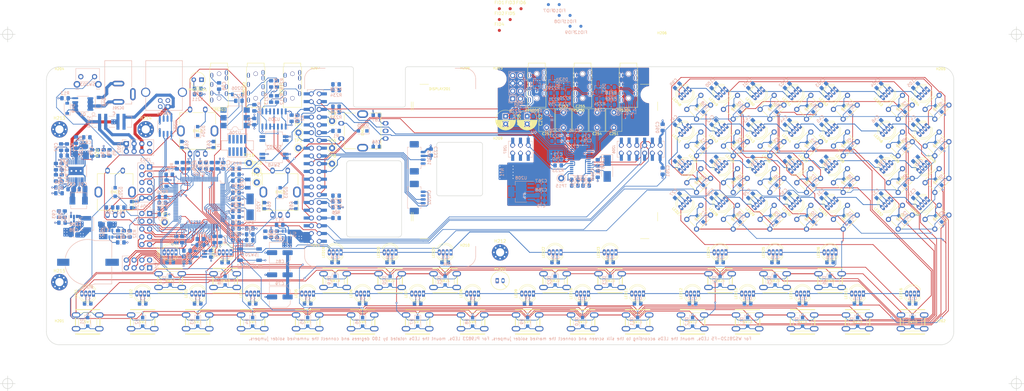
<source format=kicad_pcb>
(kicad_pcb (version 20171130) (host pcbnew 5.1.5)
  (layers (0 F.Cu signal) (1 In1.Cu signal hide) (2 In2.Cu signal hide) (31 B.Cu signal) (34 B.Paste user hide) (35 F.Paste user hide) (36 B.SilkS user) (37 F.SilkS user) (38 B.Mask user hide) (39 F.Mask user hide) (44 Edge.Cuts user))
  (net 0 "")
  (net 1 GND)
  (net 2 PWR_BUTTON)
  (net 3 BL_PWM)
  (net 4 /MCU/I2C2_SDA)
  (net 5 /MCU/I2C2_SCL)
  (net 6 /MCU/BRIGHTNESS)
  (net 7 /MCU/SPI_MOSI_MCU)
  (net 8 /MCU/ENC_A_1)
  (net 9 /MCU/ENC_B_1)
  (net 10 /MCU/ENC_A_2)
  (net 11 /MCU/ENC_B_2)
  (net 12 /MCU/ENC_A_3)
  (net 13 /MCU/ENC_B_3)
  (net 14 /MCU/ENC_A_4)
  (net 15 /MCU/ENC_B_4)
  (net 16 "Net-(D1-Pad2)")
  (net 17 "Net-(D2-Pad2)")
  (net 18 "Net-(D3-Pad2)")
  (net 19 "Net-(D4-Pad2)")
  (net 20 "Net-(D5-Pad2)")
  (net 21 "Net-(D6-Pad2)")
  (net 22 "Net-(D7-Pad2)")
  (net 23 "Net-(D8-Pad2)")
  (net 24 "Net-(D9-Pad2)")
  (net 25 "Net-(D10-Pad2)")
  (net 26 "Net-(D11-Pad2)")
  (net 27 "Net-(D12-Pad2)")
  (net 28 "Net-(D13-Pad2)")
  (net 29 "Net-(D14-Pad2)")
  (net 30 "Net-(D15-Pad2)")
  (net 31 "Net-(D16-Pad2)")
  (net 32 "Net-(D17-Pad2)")
  (net 33 "Net-(D18-Pad2)")
  (net 34 "Net-(D19-Pad2)")
  (net 35 "Net-(D20-Pad2)")
  (net 36 "Net-(D21-Pad2)")
  (net 37 "Net-(D22-Pad2)")
  (net 38 "Net-(D23-Pad2)")
  (net 39 "Net-(D24-Pad2)")
  (net 40 "Net-(D25-Pad2)")
  (net 41 "Net-(D26-Pad2)")
  (net 42 "Net-(D27-Pad2)")
  (net 43 "Net-(D28-Pad2)")
  (net 44 "Net-(D29-Pad2)")
  (net 45 "Net-(D30-Pad2)")
  (net 46 "Net-(D31-Pad2)")
  (net 47 "Net-(D32-Pad2)")
  (net 48 "Net-(D33-Pad2)")
  (net 49 "Net-(D34-Pad2)")
  (net 50 "Net-(D35-Pad2)")
  (net 51 "Net-(D36-Pad2)")
  (net 52 "Net-(D37-Pad2)")
  (net 53 "Net-(D38-Pad2)")
  (net 54 "Net-(D39-Pad2)")
  (net 55 "Net-(D40-Pad2)")
  (net 56 "Net-(D41-Pad2)")
  (net 57 "Net-(D42-Pad2)")
  (net 58 "Net-(D43-Pad2)")
  (net 59 "Net-(D44-Pad2)")
  (net 60 "Net-(D45-Pad2)")
  (net 61 "Net-(D46-Pad2)")
  (net 62 "Net-(D47-Pad2)")
  (net 63 "Net-(LED1-Pad1)")
  (net 64 "Net-(LED2-Pad1)")
  (net 65 "Net-(LED3-Pad1)")
  (net 66 "Net-(LED4-Pad1)")
  (net 67 "Net-(LED5-Pad1)")
  (net 68 "Net-(LED6-Pad1)")
  (net 69 "Net-(LED7-Pad1)")
  (net 70 "Net-(LED8-Pad1)")
  (net 71 "Net-(LED10-Pad4)")
  (net 72 "Net-(LED10-Pad1)")
  (net 73 "Net-(LED11-Pad1)")
  (net 74 "Net-(LED12-Pad1)")
  (net 75 "Net-(LED13-Pad1)")
  (net 76 "Net-(LED14-Pad1)")
  (net 77 "Net-(LED15-Pad1)")
  (net 78 "Net-(LED17-Pad1)")
  (net 79 "Net-(LED18-Pad1)")
  (net 80 "Net-(LED19-Pad1)")
  (net 81 "Net-(LED20-Pad1)")
  (net 82 "Net-(LED21-Pad1)")
  (net 83 "Net-(LED22-Pad1)")
  (net 84 "Net-(LED23-Pad1)")
  (net 85 "Net-(LED24-Pad1)")
  (net 86 "Net-(LED25-Pad1)")
  (net 87 "Net-(LED27-Pad1)")
  (net 88 "Net-(LED28-Pad1)")
  (net 89 "Net-(LED29-Pad1)")
  (net 90 "Net-(LED30-Pad1)")
  (net 91 "Net-(LED31-Pad1)")
  (net 92 "Net-(LED32-Pad1)")
  (net 93 "Net-(LED33-Pad1)")
  (net 94 "Net-(LED34-Pad1)")
  (net 95 "Net-(LED35-Pad4)")
  (net 96 "Net-(LED36-Pad4)")
  (net 97 "Net-(LED37-Pad4)")
  (net 98 "Net-(LED38-Pad4)")
  (net 99 "Net-(LED39-Pad4)")
  (net 100 "Net-(LED41-Pad1)")
  (net 101 "Net-(LED42-Pad1)")
  (net 102 "Net-(LED43-Pad1)")
  (net 103 "Net-(LED44-Pad1)")
  (net 104 "Net-(LED46-Pad1)")
  (net 105 +3V3_MCU)
  (net 106 +3V3_RASPI)
  (net 107 /MCU/BOOT1)
  (net 108 /MCU/OSC_IN)
  (net 109 /MCU/OSC32_IN)
  (net 110 /MCU/VBAT)
  (net 111 /MCU/OSC_OUT)
  (net 112 /MCU/OSC32_OUT)
  (net 113 /MCU/USBD_N)
  (net 114 /MCU/USBD_P)
  (net 115 I2S_DOUT)
  (net 116 I2S_DIN)
  (net 117 I2S_LRCLK)
  (net 118 SPI_CS_RASPI_DISPLAY)
  (net 119 SPI_SCLK_RASPI)
  (net 120 SPI_MOSI_RASPI)
  (net 121 I2S_BCLK)
  (net 122 I2C_SCL)
  (net 123 I2C_SDA)
  (net 124 "Net-(LED34-Pad4)")
  (net 125 "Net-(LED45-Pad1)")
  (net 126 /MCU/COL_7)
  (net 127 /AUDIO/HP_OUT_L)
  (net 128 /AUDIO/HP_OUT_R)
  (net 129 /MCU/BOOT0)
  (net 130 /AUDIO/LINE_IN_L)
  (net 131 /AUDIO/LINE_OUT_L)
  (net 132 /AUDIO/LINE_IN_R)
  (net 133 /AUDIO/LINE_OUT_R)
  (net 134 /MCU/SPI_CS_MCU_LED)
  (net 135 +3V3_ANALOG)
  (net 136 /MCU/PROG_UART_RX)
  (net 137 /MCU/PROG_UART_TX)
  (net 138 /MCU/GATE_IO_2)
  (net 139 /MCU/GATE_IO_1)
  (net 140 /MCU/CV_ADC_2)
  (net 141 /MCU/CV_ADC_1)
  (net 142 /MCU/CV_DAC_2)
  (net 143 /MCU/CV_DAC_1)
  (net 144 MIDI_OUT)
  (net 145 MIDI_IN)
  (net 146 /AUDIO/MIC_IN)
  (net 147 TRIGGER1)
  (net 148 TRIGGER3)
  (net 149 TRIGGER2)
  (net 150 /MCU/LEDS/LED_IN)
  (net 151 /MCU/LEDS/LED_OUT)
  (net 152 /MCU/LEDS/LED_CONN1)
  (net 153 /MCU/LEDS/LED_CONN2)
  (net 154 /MCU/EXP_GPIO_1_ADC)
  (net 155 /MCU/EXP_GPIO_2_ADC)
  (net 156 /MCU/EXP_GPIO_3_PWM)
  (net 157 /MCU/EXP_GPIO_4_PWM)
  (net 158 /MCU/EXP_GPIO_5_PWM)
  (net 159 /MCU/EXP_GPIO_6_PWM)
  (net 160 "Net-(C221-Pad1)")
  (net 161 "Net-(C222-Pad1)")
  (net 162 "Net-(C251-Pad1)")
  (net 163 "Net-(C251-Pad2)")
  (net 164 "Net-(C253-Pad1)")
  (net 165 "Net-(C253-Pad2)")
  (net 166 "Net-(C254-Pad1)")
  (net 167 "Net-(C254-Pad2)")
  (net 168 "Net-(C255-Pad1)")
  (net 169 "Net-(C255-Pad2)")
  (net 170 "Net-(C257-Pad1)")
  (net 171 "Net-(C258-Pad2)")
  (net 172 "Net-(C262-Pad2)")
  (net 173 "Net-(D202-Pad2)")
  (net 174 "Net-(D203-Pad2)")
  (net 175 "Net-(D204-Pad2)")
  (net 176 "Net-(D205-Pad2)")
  (net 177 "Net-(D206-Pad2)")
  (net 178 "Net-(D206-Pad1)")
  (net 179 "Net-(J206-Pad7)")
  (net 180 "Net-(J206-Pad11)")
  (net 181 "Net-(J207-Pad2)")
  (net 182 "Net-(J207-Pad3)")
  (net 183 "Net-(MK201-Pad2)")
  (net 184 "Net-(R212-Pad2)")
  (net 185 "Net-(R212-Pad1)")
  (net 186 "Net-(R213-Pad2)")
  (net 187 "Net-(R214-Pad2)")
  (net 188 "Net-(R214-Pad1)")
  (net 189 "Net-(R215-Pad2)")
  (net 190 "Net-(R217-Pad2)")
  (net 191 "Net-(R226-Pad1)")
  (net 192 "Net-(R227-Pad1)")
  (net 193 "Net-(U205-Pad10)")
  (net 194 "Net-(U205-Pad4)")
  (net 195 "Net-(C264-Pad2)")
  (net 196 "Net-(C75-Pad1)")
  (net 197 /AUDIO/I2S_BCLK*)
  (net 198 /AUDIO/I2S_DOUT*)
  (net 199 /AUDIO/I2S_LRCLK*)
  (net 200 /AUDIO/I2S_DIN*)
  (net 201 +5V_LEDS)
  (net 202 /ICP_RST)
  (net 203 +3V3A_MCU)
  (net 204 "Net-(C77-Pad1)")
  (net 205 "Net-(C83-Pad2)")
  (net 206 "Net-(C85-Pad1)")
  (net 207 "Net-(C87-Pad1)")
  (net 208 "Net-(C89-Pad2)")
  (net 209 "Net-(C89-Pad1)")
  (net 210 /MCU/5V_REG_IOUT)
  (net 211 "Net-(C91-Pad2)")
  (net 212 "Net-(C92-Pad1)")
  (net 213 "Net-(C93-Pad2)")
  (net 214 "Net-(C94-Pad2)")
  (net 215 "Net-(C265-Pad1)")
  (net 216 "Net-(C266-Pad1)")
  (net 217 /MCU/ROW_4)
  (net 218 /MCU/ROW_2)
  (net 219 /MCU/ROW_3)
  (net 220 /MCU/ROW_5)
  (net 221 /MCU/ROW_6)
  (net 222 /MCU/ROW_8)
  (net 223 /MCU/ROW_1)
  (net 224 /MCU/ROW_7)
  (net 225 "Net-(D49-Pad2)")
  (net 226 /ICP_SWCLK)
  (net 227 /ICP_SWDIO)
  (net 228 "Net-(J201-Pad7)")
  (net 229 /SPI_MISO_RASPI)
  (net 230 "Net-(J201-Pad29)")
  (net 231 PI_PWR_EN)
  (net 232 /MCU/LED_PWR_EN)
  (net 233 /MCU/LEDS/SPI_MOSI_MCU_5V)
  (net 234 "Net-(R12-Pad2)")
  (net 235 /MCU/5V_PWM_SYNC)
  (net 236 "Net-(R17-Pad2)")
  (net 237 "(F427)_SAI1_SCK_A")
  (net 238 "(F427)_SAI1_FS_A")
  (net 239 "(F427)_SAI1_SD_A")
  (net 240 "(F427)_SAI1_SD_B")
  (net 241 /MCU/COL_4)
  (net 242 /MCU/COL_1)
  (net 243 /MCU/COL_2)
  (net 244 /MCU/COL_3)
  (net 245 /MCU/COL_6)
  (net 246 /MCU/COL_5)
  (net 247 HP_SENSE)
  (net 248 /MCU/DC_IN)
  (net 249 /AUDIO/AMP_OUT_L)
  (net 250 /AUDIO/AMP_OUT_R)
  (net 251 /MCU/+5V_USB)
  (net 252 "Net-(TP15-Pad1)")
  (net 253 LI_SENSE)
  (net 254 LO_SENSE)
  (net 255 /MCU/5V_RUN)
  (net 256 +5V_RASPI)
  (net 257 /MCU/BARREL_IN)
  (net 258 /PWM1_GPIO13_RASPI)
  (net 259 /MCU/BATT_IN)
  (net 260 /MCU/SPI_MISO_MCU)
  (net 261 /MCU/SPI_SCLK_MCU)
  (net 262 "(F427)_SAI1_MCLK_A")
  (net 263 /MCU/DC_IN_DIV_5)
  (net 264 +5V_REG)
  (net 265 AMP_ENABLE)
  (net 266 /GPIO1_RASPI)
  (net 267 "Net-(J201-Pad36)")
  (net 268 /GPIO0_RASPI)
  (net 269 /MCU/PERIPHERALS/5V_SW1)
  (net 270 /MCU/PERIPHERALS/5V_SW2)
  (net 271 /MCU/PERIPHERALS/3V3_SW)
  (net 272 /MCU/PERIPHERALS/BARL)
  (net 273 "Net-(D57-Pad1)")
  (net 274 /MCU/STATUS_LED)
  (net 275 /MCU/3V3_RASPI_DIV_2)
  (net 276 /MCU/MCU_PC8)
  (net 277 /MCU/PERIPHERALS/USBCON_P)
  (net 278 /MCU/PERIPHERALS/USBCON_N)
  (net 279 "Net-(R10-Pad1)")
  (net 280 "Net-(R16-Pad1)")
  (net 281 "Net-(C98-Pad2)")
  (net 282 /CE1_GPIO7_RASPI)
  (net 283 GNDA)
  (net 284 "Net-(CN201-Pad1)")
  (net 285 "Net-(CN202-Pad3)")
  (net 286 "Net-(D50-Pad3)")
  (net 287 "Net-(D51-Pad3)")
  (net 288 "Net-(D52-Pad3)")
  (net 289 "Net-(D53-Pad3)")
  (net 290 "Net-(D54-Pad3)")
  (net 291 "Net-(D55-Pad3)")
  (net 292 "Net-(D56-Pad3)")
  (net 293 "Net-(DC201-Pad3)")
  (net 294 "Net-(J1-Pad8)")
  (net 295 "Net-(J1-Pad7)")
  (net 296 "Net-(J1-Pad6)")
  (net 297 "Net-(TRS201-PadSS)")
  (net 298 "Net-(TRS201-PadR2S)")
  (net 299 "Net-(TRS201-PadR1S)")
  (net 300 "Net-(TRS201-PadTS)")
  (net 301 "Net-(TRS202-PadSS)")
  (net 302 "Net-(TRS202-PadR2S)")
  (net 303 "Net-(TRS202-PadR1S)")
  (net 304 "Net-(TRS202-PadTS)")
  (net 305 "Net-(TRS203-PadSS)")
  (net 306 "Net-(TRS203-PadR2S)")
  (net 307 "Net-(TRS203-PadR1S)")
  (net 308 "Net-(TRS203-PadTS)")
  (net 309 "Net-(TRS203-PadR2)")
  (net 310 "Net-(TRS204-PadSS)")
  (net 311 "Net-(TRS204-PadR1S)")
  (net 312 "Net-(TRS204-PadTS)")
  (net 313 "Net-(TRS205-PadSS)")
  (net 314 "Net-(TRS205-PadR1S)")
  (net 315 "Net-(TRS205-PadTS)")
  (net 316 "Net-(U202-Pad80)")
  (net 317 "Net-(U202-Pad79)")
  (net 318 "Net-(U202-Pad7)")
  (net 319 "Net-(U205-Pad12)")
  (net 320 "Net-(U205-Pad2)")
  (net 321 "Net-(U206-Pad3)")
  (net 322 "Net-(D58-Pad2)")
  (net 323 "Net-(D59-Pad2)")
  (net 324 "Net-(D60-Pad2)")
  (net 325 "Net-(D61-Pad2)")
  (net 326 "Net-(D62-Pad2)")
  (net 327 "Net-(D63-Pad2)")
  (net 328 "Net-(D64-Pad2)")
  (net 329 /MCU/LEDS/LED_CONN3)
  (net 330 "Net-(LED48-Pad1)")
  (net 331 "Net-(LED49-Pad1)")
  (net 332 "Net-(LED50-Pad1)")
  (net 333 "Net-(LED51-Pad1)")
  (net 334 "Net-(LED52-Pad1)")
  (net 335 "Net-(LED53-Pad1)")
  (net 336 /MCU/COL_8)
  (module OTTO_Footprints_Lib:6x6mm_Switch_LargeCap_ALT_SKPF (layer F.Cu) (at 54 189 180)
    (fp_text reference SW1 (at 0 0 180) (layer F.SilkS) (effects (font (size 0.8 0.8))))
    (fp_text value "ALPS SKHH OR SKPF")
    (pad 1 thru_hole oval (at -3.8 -2.25 180) (size 2.8 1.7) (drill oval 2.1 1) (layers *.Cu *.Mask) (net 16 "Net-(D1-Pad2)"))
    (pad 2 thru_hole oval (at 3.8 2.25 180) (size 2.8 1.7) (drill oval 2.1 1) (layers *.Cu *.Mask) (net 242 /MCU/COL_1))
    (pad 2 thru_hole oval (at -3.8 2.25 180) (size 2.8 1.7) (drill oval 2.1 1) (layers *.Cu *.Mask) (net 242 /MCU/COL_1))
    (pad 1 thru_hole oval (at 3.8 -2.25 180) (size 2.8 1.7) (drill oval 2.1 1) (layers *.Cu *.Mask) (net 16 "Net-(D1-Pad2)"))
  )
  (module OTTO_Footprints_Lib:ALPS_EC11 (layer F.Cu) (at 63 146.5)
    (fp_text reference ENC1 (at 0 0) (layer F.SilkS) (effects (font (size 0.8 0.8))))
    (fp_text value "ALPS EC11E18244AU ")
    (pad A thru_hole oval (at -2.5 7.5) (size 1.4 2) (drill 1) (layers *.Cu *.Mask) (net 8 /MCU/ENC_A_1))
    (pad C thru_hole oval (at 0 7.5) (size 1.4 2) (drill 1) (layers *.Cu *.Mask) (net 1 GND))
    (pad B thru_hole oval (at 2.5 7.5) (size 1.4 2) (drill 1) (layers *.Cu *.Mask) (net 9 /MCU/ENC_B_1))
    (pad S1 thru_hole oval (at -2.5 -7) (size 1.4 2) (drill 1) (layers *.Cu *.Mask) (net 126 /MCU/COL_7))
    (pad S2 thru_hole oval (at 2.5 -7) (size 1.4 2) (drill 1) (layers *.Cu *.Mask) (net 173 "Net-(D202-Pad2)"))
    (pad "" thru_hole oval (at -5.5 0 90) (size 3.6 2.5) (drill oval 2.6 1.5) (layers *.Cu *.Mask))
    (pad "" thru_hole oval (at 5.5 0 90) (size 3.6 2.5) (drill oval 2.6 1.5) (layers *.Cu *.Mask))
  )
  (module Package_QFP:LQFP-100_14x14mm_P0.5mm (layer B.Cu) (at 90.5 150 180)
    (fp_text reference U202 (at 0 9.42) (layer B.SilkS) (effects (justify mirror)))
    (fp_text value STM32F407VGTx)
    (pad 100 smd roundrect (at -6 7.675 180) (size 0.3 1.6) (layers B.Cu B.Paste B.Mask) (net 105 +3V3_MCU))
    (pad 99 smd roundrect (at -5.5 7.675 180) (size 0.3 1.6) (layers B.Cu B.Paste B.Mask) (net 1 GND))
    (pad 98 smd roundrect (at -5 7.675 180) (size 0.3 1.6) (layers B.Cu B.Paste B.Mask) (net 243 /MCU/COL_2))
    (pad 97 smd roundrect (at -4.5 7.675 180) (size 0.3 1.6) (layers B.Cu B.Paste B.Mask) (net 242 /MCU/COL_1))
    (pad 96 smd roundrect (at -4 7.675 180) (size 0.3 1.6) (layers B.Cu B.Paste B.Mask) (net 123 I2C_SDA))
    (pad 95 smd roundrect (at -3.5 7.675 180) (size 0.3 1.6) (layers B.Cu B.Paste B.Mask) (net 122 I2C_SCL))
    (pad 94 smd roundrect (at -3 7.675 180) (size 0.3 1.6) (layers B.Cu B.Paste B.Mask) (net 129 /MCU/BOOT0))
    (pad 93 smd roundrect (at -2.5 7.675 180) (size 0.3 1.6) (layers B.Cu B.Paste B.Mask) (net 266 /GPIO1_RASPI))
    (pad 92 smd roundrect (at -2 7.675 180) (size 0.3 1.6) (layers B.Cu B.Paste B.Mask) (net 268 /GPIO0_RASPI))
    (pad 91 smd roundrect (at -1.5 7.675 180) (size 0.3 1.6) (layers B.Cu B.Paste B.Mask) (net 7 /MCU/SPI_MOSI_MCU))
    (pad 90 smd roundrect (at -1 7.675 180) (size 0.3 1.6) (layers B.Cu B.Paste B.Mask) (net 260 /MCU/SPI_MISO_MCU))
    (pad 89 smd roundrect (at -0.5 7.675 180) (size 0.3 1.6) (layers B.Cu B.Paste B.Mask) (net 261 /MCU/SPI_SCLK_MCU))
    (pad 88 smd roundrect (at 0 7.675 180) (size 0.3 1.6) (layers B.Cu B.Paste B.Mask) (net 11 /MCU/ENC_B_2))
    (pad 87 smd roundrect (at 0.5 7.675 180) (size 0.3 1.6) (layers B.Cu B.Paste B.Mask) (net 145 MIDI_IN))
    (pad 86 smd roundrect (at 1 7.675 180) (size 0.3 1.6) (layers B.Cu B.Paste B.Mask) (net 144 MIDI_OUT))
    (pad 85 smd roundrect (at 1.5 7.675 180) (size 0.3 1.6) (layers B.Cu B.Paste B.Mask) (net 10 /MCU/ENC_A_2))
    (pad 84 smd roundrect (at 2 7.675 180) (size 0.3 1.6) (layers B.Cu B.Paste B.Mask) (net 9 /MCU/ENC_B_1))
    (pad 83 smd roundrect (at 2.5 7.675 180) (size 0.3 1.6) (layers B.Cu B.Paste B.Mask) (net 8 /MCU/ENC_A_1))
    (pad 82 smd roundrect (at 3 7.675 180) (size 0.3 1.6) (layers B.Cu B.Paste B.Mask) (net 231 PI_PWR_EN))
    (pad 81 smd roundrect (at 3.5 7.675 180) (size 0.3 1.6) (layers B.Cu B.Paste B.Mask) (net 2 PWR_BUTTON))
    (pad 80 smd roundrect (at 4 7.675 180) (size 0.3 1.6) (layers B.Cu B.Paste B.Mask) (net 316 "Net-(U202-Pad80)"))
    (pad 79 smd roundrect (at 4.5 7.675 180) (size 0.3 1.6) (layers B.Cu B.Paste B.Mask) (net 317 "Net-(U202-Pad79)"))
    (pad 78 smd roundrect (at 5 7.675 180) (size 0.3 1.6) (layers B.Cu B.Paste B.Mask) (net 336 /MCU/COL_8))
    (pad 77 smd roundrect (at 5.5 7.675 180) (size 0.3 1.6) (layers B.Cu B.Paste B.Mask) (net 134 /MCU/SPI_CS_MCU_LED))
    (pad 76 smd roundrect (at 6 7.675 180) (size 0.3 1.6) (layers B.Cu B.Paste B.Mask) (net 226 /ICP_SWCLK))
    (pad 75 smd roundrect (at 7.675 6 180) (size 1.6 0.3) (layers B.Cu B.Paste B.Mask) (net 105 +3V3_MCU))
    (pad 74 smd roundrect (at 7.675 5.5 180) (size 1.6 0.3) (layers B.Cu B.Paste B.Mask) (net 1 GND))
    (pad 73 smd roundrect (at 7.675 5 180) (size 1.6 0.3) (layers B.Cu B.Paste B.Mask) (net 161 "Net-(C222-Pad1)"))
    (pad 72 smd roundrect (at 7.675 4.5 180) (size 1.6 0.3) (layers B.Cu B.Paste B.Mask) (net 227 /ICP_SWDIO))
    (pad 71 smd roundrect (at 7.675 4 180) (size 1.6 0.3) (layers B.Cu B.Paste B.Mask) (net 114 /MCU/USBD_P))
    (pad 70 smd roundrect (at 7.675 3.5 180) (size 1.6 0.3) (layers B.Cu B.Paste B.Mask) (net 113 /MCU/USBD_N))
    (pad 69 smd roundrect (at 7.675 3 180) (size 1.6 0.3) (layers B.Cu B.Paste B.Mask) (net 232 /MCU/LED_PWR_EN))
    (pad 68 smd roundrect (at 7.675 2.5 180) (size 1.6 0.3) (layers B.Cu B.Paste B.Mask) (net 251 /MCU/+5V_USB))
    (pad 67 smd roundrect (at 7.675 2 180) (size 1.6 0.3) (layers B.Cu B.Paste B.Mask) (net 5 /MCU/I2C2_SCL))
    (pad 66 smd roundrect (at 7.675 1.5 180) (size 1.6 0.3) (layers B.Cu B.Paste B.Mask) (net 4 /MCU/I2C2_SDA))
    (pad 65 smd roundrect (at 7.675 1 180) (size 1.6 0.3) (layers B.Cu B.Paste B.Mask) (net 276 /MCU/MCU_PC8))
    (pad 64 smd roundrect (at 7.675 0.5 180) (size 1.6 0.3) (layers B.Cu B.Paste B.Mask) (net 235 /MCU/5V_PWM_SYNC))
    (pad 63 smd roundrect (at 7.675 0 180) (size 1.6 0.3) (layers B.Cu B.Paste B.Mask) (net 274 /MCU/STATUS_LED))
    (pad 62 smd roundrect (at 7.675 -0.5 180) (size 1.6 0.3) (layers B.Cu B.Paste B.Mask) (net 258 /PWM1_GPIO13_RASPI))
    (pad 61 smd roundrect (at 7.675 -1 180) (size 1.6 0.3) (layers B.Cu B.Paste B.Mask) (net 148 TRIGGER3))
    (pad 60 smd roundrect (at 7.675 -1.5 180) (size 1.6 0.3) (layers B.Cu B.Paste B.Mask) (net 149 TRIGGER2))
    (pad 59 smd roundrect (at 7.675 -2 180) (size 1.6 0.3) (layers B.Cu B.Paste B.Mask) (net 147 TRIGGER1))
    (pad 58 smd roundrect (at 7.675 -2.5 180) (size 1.6 0.3) (layers B.Cu B.Paste B.Mask) (net 15 /MCU/ENC_B_4))
    (pad 57 smd roundrect (at 7.675 -3 180) (size 1.6 0.3) (layers B.Cu B.Paste B.Mask) (net 14 /MCU/ENC_A_4))
    (pad 56 smd roundrect (at 7.675 -3.5 180) (size 1.6 0.3) (layers B.Cu B.Paste B.Mask) (net 13 /MCU/ENC_B_3))
    (pad 55 smd roundrect (at 7.675 -4 180) (size 1.6 0.3) (layers B.Cu B.Paste B.Mask) (net 12 /MCU/ENC_A_3))
    (pad 54 smd roundrect (at 7.675 -4.5 180) (size 1.6 0.3) (layers B.Cu B.Paste B.Mask) (net 217 /MCU/ROW_4))
    (pad 53 smd roundrect (at 7.675 -5 180) (size 1.6 0.3) (layers B.Cu B.Paste B.Mask) (net 219 /MCU/ROW_3))
    (pad 52 smd roundrect (at 7.675 -5.5 180) (size 1.6 0.3) (layers B.Cu B.Paste B.Mask) (net 218 /MCU/ROW_2))
    (pad 51 smd roundrect (at 7.675 -6 180) (size 1.6 0.3) (layers B.Cu B.Paste B.Mask) (net 223 /MCU/ROW_1))
    (pad 50 smd roundrect (at 6 -7.675 180) (size 0.3 1.6) (layers B.Cu B.Paste B.Mask) (net 105 +3V3_MCU))
    (pad 49 smd roundrect (at 5.5 -7.675 180) (size 0.3 1.6) (layers B.Cu B.Paste B.Mask) (net 160 "Net-(C221-Pad1)"))
    (pad 48 smd roundrect (at 5 -7.675 180) (size 0.3 1.6) (layers B.Cu B.Paste B.Mask) (net 136 /MCU/PROG_UART_RX))
    (pad 47 smd roundrect (at 4.5 -7.675 180) (size 0.3 1.6) (layers B.Cu B.Paste B.Mask) (net 137 /MCU/PROG_UART_TX))
    (pad 46 smd roundrect (at 4 -7.675 180) (size 0.3 1.6) (layers B.Cu B.Paste B.Mask) (net 126 /MCU/COL_7))
    (pad 45 smd roundrect (at 3.5 -7.675 180) (size 0.3 1.6) (layers B.Cu B.Paste B.Mask) (net 159 /MCU/EXP_GPIO_6_PWM))
    (pad 44 smd roundrect (at 3 -7.675 180) (size 0.3 1.6) (layers B.Cu B.Paste B.Mask) (net 158 /MCU/EXP_GPIO_5_PWM))
    (pad 43 smd roundrect (at 2.5 -7.675 180) (size 0.3 1.6) (layers B.Cu B.Paste B.Mask) (net 245 /MCU/COL_6))
    (pad 42 smd roundrect (at 2 -7.675 180) (size 0.3 1.6) (layers B.Cu B.Paste B.Mask) (net 157 /MCU/EXP_GPIO_4_PWM))
    (pad 41 smd roundrect (at 1.5 -7.675 180) (size 0.3 1.6) (layers B.Cu B.Paste B.Mask) (net 246 /MCU/COL_5))
    (pad 40 smd roundrect (at 1 -7.675 180) (size 0.3 1.6) (layers B.Cu B.Paste B.Mask) (net 156 /MCU/EXP_GPIO_3_PWM))
    (pad 39 smd roundrect (at 0.5 -7.675 180) (size 0.3 1.6) (layers B.Cu B.Paste B.Mask) (net 241 /MCU/COL_4))
    (pad 38 smd roundrect (at 0 -7.675 180) (size 0.3 1.6) (layers B.Cu B.Paste B.Mask) (net 244 /MCU/COL_3))
    (pad 37 smd roundrect (at -0.5 -7.675 180) (size 0.3 1.6) (layers B.Cu B.Paste B.Mask) (net 107 /MCU/BOOT1))
    (pad 36 smd roundrect (at -1 -7.675 180) (size 0.3 1.6) (layers B.Cu B.Paste B.Mask) (net 138 /MCU/GATE_IO_2))
    (pad 35 smd roundrect (at -1.5 -7.675 180) (size 0.3 1.6) (layers B.Cu B.Paste B.Mask) (net 139 /MCU/GATE_IO_1))
    (pad 34 smd roundrect (at -2 -7.675 180) (size 0.3 1.6) (layers B.Cu B.Paste B.Mask) (net 155 /MCU/EXP_GPIO_2_ADC))
    (pad 33 smd roundrect (at -2.5 -7.675 180) (size 0.3 1.6) (layers B.Cu B.Paste B.Mask) (net 154 /MCU/EXP_GPIO_1_ADC))
    (pad 32 smd roundrect (at -3 -7.675 180) (size 0.3 1.6) (layers B.Cu B.Paste B.Mask) (net 140 /MCU/CV_ADC_2))
    (pad 31 smd roundrect (at -3.5 -7.675 180) (size 0.3 1.6) (layers B.Cu B.Paste B.Mask) (net 141 /MCU/CV_ADC_1))
    (pad 30 smd roundrect (at -4 -7.675 180) (size 0.3 1.6) (layers B.Cu B.Paste B.Mask) (net 142 /MCU/CV_DAC_2))
    (pad 29 smd roundrect (at -4.5 -7.675 180) (size 0.3 1.6) (layers B.Cu B.Paste B.Mask) (net 143 /MCU/CV_DAC_1))
    (pad 28 smd roundrect (at -5 -7.675 180) (size 0.3 1.6) (layers B.Cu B.Paste B.Mask) (net 105 +3V3_MCU))
    (pad 27 smd roundrect (at -5.5 -7.675 180) (size 0.3 1.6) (layers B.Cu B.Paste B.Mask) (net 1 GND))
    (pad 26 smd roundrect (at -6 -7.675 180) (size 0.3 1.6) (layers B.Cu B.Paste B.Mask) (net 210 /MCU/5V_REG_IOUT))
    (pad 25 smd roundrect (at -7.675 -6 180) (size 1.6 0.3) (layers B.Cu B.Paste B.Mask) (net 275 /MCU/3V3_RASPI_DIV_2))
    (pad 24 smd roundrect (at -7.675 -5.5 180) (size 1.6 0.3) (layers B.Cu B.Paste B.Mask) (net 6 /MCU/BRIGHTNESS))
    (pad 23 smd roundrect (at -7.675 -5 180) (size 1.6 0.3) (layers B.Cu B.Paste B.Mask) (net 263 /MCU/DC_IN_DIV_5))
    (pad 22 smd roundrect (at -7.675 -4.5 180) (size 1.6 0.3) (layers B.Cu B.Paste B.Mask) (net 203 +3V3A_MCU))
    (pad 21 smd roundrect (at -7.675 -4 180) (size 1.6 0.3) (layers B.Cu B.Paste B.Mask) (net 203 +3V3A_MCU))
    (pad 20 smd roundrect (at -7.675 -3.5 180) (size 1.6 0.3) (layers B.Cu B.Paste B.Mask) (net 1 GND))
    (pad 19 smd roundrect (at -7.675 -3 180) (size 1.6 0.3) (layers B.Cu B.Paste B.Mask) (net 105 +3V3_MCU))
    (pad 18 smd roundrect (at -7.675 -2.5 180) (size 1.6 0.3) (layers B.Cu B.Paste B.Mask) (net 222 /MCU/ROW_8))
    (pad 17 smd roundrect (at -7.675 -2 180) (size 1.6 0.3) (layers B.Cu B.Paste B.Mask) (net 224 /MCU/ROW_7))
    (pad 16 smd roundrect (at -7.675 -1.5 180) (size 1.6 0.3) (layers B.Cu B.Paste B.Mask) (net 221 /MCU/ROW_6))
    (pad 15 smd roundrect (at -7.675 -1 180) (size 1.6 0.3) (layers B.Cu B.Paste B.Mask) (net 220 /MCU/ROW_5))
    (pad 14 smd roundrect (at -7.675 -0.5 180) (size 1.6 0.3) (layers B.Cu B.Paste B.Mask) (net 202 /ICP_RST))
    (pad 13 smd roundrect (at -7.675 0 180) (size 1.6 0.3) (layers B.Cu B.Paste B.Mask) (net 111 /MCU/OSC_OUT))
    (pad 12 smd roundrect (at -7.675 0.5 180) (size 1.6 0.3) (layers B.Cu B.Paste B.Mask) (net 108 /MCU/OSC_IN))
    (pad 11 smd roundrect (at -7.675 1 180) (size 1.6 0.3) (layers B.Cu B.Paste B.Mask) (net 105 +3V3_MCU))
    (pad 10 smd roundrect (at -7.675 1.5 180) (size 1.6 0.3) (layers B.Cu B.Paste B.Mask) (net 1 GND))
    (pad 9 smd roundrect (at -7.675 2 180) (size 1.6 0.3) (layers B.Cu B.Paste B.Mask) (net 112 /MCU/OSC32_OUT))
    (pad 8 smd roundrect (at -7.675 2.5 180) (size 1.6 0.3) (layers B.Cu B.Paste B.Mask) (net 109 /MCU/OSC32_IN))
    (pad 7 smd roundrect (at -7.675 3 180) (size 1.6 0.3) (layers B.Cu B.Paste B.Mask) (net 318 "Net-(U202-Pad7)"))
    (pad 6 smd roundrect (at -7.675 3.5 180) (size 1.6 0.3) (layers B.Cu B.Paste B.Mask) (net 110 /MCU/VBAT))
    (pad 5 smd roundrect (at -7.675 4 180) (size 1.6 0.3) (layers B.Cu B.Paste B.Mask) (net 239 "(F427)_SAI1_SD_A"))
    (pad 4 smd roundrect (at -7.675 4.5 180) (size 1.6 0.3) (layers B.Cu B.Paste B.Mask) (net 237 "(F427)_SAI1_SCK_A"))
    (pad 3 smd roundrect (at -7.675 5 180) (size 1.6 0.3) (layers B.Cu B.Paste B.Mask) (net 238 "(F427)_SAI1_FS_A"))
    (pad 2 smd roundrect (at -7.675 5.5 180) (size 1.6 0.3) (layers B.Cu B.Paste B.Mask) (net 240 "(F427)_SAI1_SD_B"))
    (pad 1 smd roundrect (at -7.675 6 180) (size 1.6 0.3) (layers B.Cu B.Paste B.Mask) (net 262 "(F427)_SAI1_MCLK_A"))
  )
  (module OTTO_Footprints_Lib:Mounting_Hole_M2.5_Loose_Fit (layer F.Cu) (at 242 98)
    (fp_text reference H206 (at 0 -3.556) (layer F.SilkS) (effects (font (size 0.8 0.8))))
    (fp_text value MountingHole)
    (pad "" np_thru_hole circle (at 0 0) (size 2.8 2.8) (drill 2.8) (layers *.Cu *.Mask) (clearance 1.5))
  )
  (module OTTO_Footprints_Lib:LED_D5.0mm-4 (layer F.Cu) (at 285.5 114.25 225)
    (fp_text reference LED51 (at 3.81 0 315) (layer F.SilkS) (effects (font (size 0.8 0.8))))
    (fp_text value WS2812D-5)
    (pad 1 thru_hole rect (at -1.905 0 225) (size 0.954 2) (drill 0.7) (layers *.Cu *.Mask) (net 333 "Net-(LED51-Pad1)"))
    (pad 2 thru_hole oval (at -0.634999 0 225) (size 0.954 2) (drill 0.7) (layers *.Cu *.Mask) (net 201 +5V_LEDS))
    (pad 3 thru_hole oval (at 0.635 0 225) (size 0.954 2) (drill 0.7) (layers *.Cu *.Mask) (net 1 GND))
    (pad 4 thru_hole oval (at 1.905 0 225) (size 0.954 2) (drill 0.7) (layers *.Cu *.Mask) (net 332 "Net-(LED50-Pad1)"))
  )
  (module OTTO_Footprints_Lib:LED_D5.0mm-4 (layer F.Cu) (at 297.5 114.25 225)
    (fp_text reference LED52 (at 3.81 0 315) (layer F.SilkS) (effects (font (size 0.8 0.8))))
    (fp_text value WS2812D-5)
    (pad 1 thru_hole rect (at -1.905 0 225) (size 0.954 2) (drill 0.7) (layers *.Cu *.Mask) (net 334 "Net-(LED52-Pad1)"))
    (pad 2 thru_hole oval (at -0.634999 0 225) (size 0.954 2) (drill 0.7) (layers *.Cu *.Mask) (net 201 +5V_LEDS))
    (pad 3 thru_hole oval (at 0.635 0 225) (size 0.954 2) (drill 0.7) (layers *.Cu *.Mask) (net 1 GND))
    (pad 4 thru_hole oval (at 1.905 0 225) (size 0.954 2) (drill 0.7) (layers *.Cu *.Mask) (net 333 "Net-(LED51-Pad1)"))
  )
  (module OTTO_Footprints_Lib:LED_D5.0mm-4 (layer F.Cu) (at 315.5 114.25 225)
    (fp_text reference LED53 (at 3.81 0 315) (layer F.SilkS) (effects (font (size 0.8 0.8))))
    (fp_text value WS2812D-5)
    (pad 1 thru_hole rect (at -1.905 0 225) (size 0.954 2) (drill 0.7) (layers *.Cu *.Mask) (net 335 "Net-(LED53-Pad1)"))
    (pad 2 thru_hole oval (at -0.634999 0 225) (size 0.954 2) (drill 0.7) (layers *.Cu *.Mask) (net 201 +5V_LEDS))
    (pad 3 thru_hole oval (at 0.635 0 225) (size 0.954 2) (drill 0.7) (layers *.Cu *.Mask) (net 1 GND))
    (pad 4 thru_hole oval (at 1.905 0 225) (size 0.954 2) (drill 0.7) (layers *.Cu *.Mask) (net 334 "Net-(LED52-Pad1)"))
  )
  (module OTTO_Footprints_Lib:LED_D5.0mm-4 (layer F.Cu) (at 327.5 114.25 225)
    (fp_text reference LED54 (at 3.81 0 315) (layer F.SilkS) (effects (font (size 0.8 0.8))))
    (fp_text value WS2812D-5)
    (pad 1 thru_hole rect (at -1.905 0 225) (size 0.954 2) (drill 0.7) (layers *.Cu *.Mask) (net 151 /MCU/LEDS/LED_OUT))
    (pad 2 thru_hole oval (at -0.634999 0 225) (size 0.954 2) (drill 0.7) (layers *.Cu *.Mask) (net 201 +5V_LEDS))
    (pad 3 thru_hole oval (at 0.635 0 225) (size 0.954 2) (drill 0.7) (layers *.Cu *.Mask) (net 1 GND))
    (pad 4 thru_hole oval (at 1.905 0 225) (size 0.954 2) (drill 0.7) (layers *.Cu *.Mask) (net 335 "Net-(LED53-Pad1)"))
  )
  (module Capacitor_SMD:C_0805_2012Metric_Pad1.15x1.40mm_HandSolder (layer B.Cu) (at 247 111.75 225)
    (fp_text reference C99 (at 0 1.65 45) (layer B.SilkS) (effects (justify mirror)))
    (fp_text value 100nF)
    (pad 1 smd roundrect (at -1.025 0 225) (size 1.15 1.4) (layers B.Cu B.Paste B.Mask) (roundrect_rratio 0.217391) (net 201 +5V_LEDS))
    (pad 2 smd roundrect (at 1.025 0 225) (size 1.15 1.4) (layers B.Cu B.Paste B.Mask) (roundrect_rratio 0.217391) (net 1 GND))
  )
  (module Capacitor_SMD:C_0805_2012Metric_Pad1.15x1.40mm_HandSolder (layer B.Cu) (at 259 111.75 225)
    (fp_text reference C100 (at 0 1.65 45) (layer B.SilkS) (effects (justify mirror)))
    (fp_text value 100nF)
    (pad 1 smd roundrect (at -1.025 0 225) (size 1.15 1.4) (layers B.Cu B.Paste B.Mask) (roundrect_rratio 0.217391) (net 201 +5V_LEDS))
    (pad 2 smd roundrect (at 1.025 0 225) (size 1.15 1.4) (layers B.Cu B.Paste B.Mask) (roundrect_rratio 0.217391) (net 1 GND))
  )
  (module Capacitor_SMD:C_0805_2012Metric_Pad1.15x1.40mm_HandSolder (layer B.Cu) (at 271 111.75 225)
    (fp_text reference C101 (at 0 1.65 45) (layer B.SilkS) (effects (justify mirror)))
    (fp_text value 100nF)
    (pad 1 smd roundrect (at -1.025 0 225) (size 1.15 1.4) (layers B.Cu B.Paste B.Mask) (roundrect_rratio 0.217391) (net 201 +5V_LEDS))
    (pad 2 smd roundrect (at 1.025 0 225) (size 1.15 1.4) (layers B.Cu B.Paste B.Mask) (roundrect_rratio 0.217391) (net 1 GND))
  )
  (module Capacitor_SMD:C_0805_2012Metric_Pad1.15x1.40mm_HandSolder (layer B.Cu) (at 283 111.75 225)
    (fp_text reference C102 (at 0 1.65 45) (layer B.SilkS) (effects (justify mirror)))
    (fp_text value 100nF)
    (pad 1 smd roundrect (at -1.025 0 225) (size 1.15 1.4) (layers B.Cu B.Paste B.Mask) (roundrect_rratio 0.217391) (net 201 +5V_LEDS))
    (pad 2 smd roundrect (at 1.025 0 225) (size 1.15 1.4) (layers B.Cu B.Paste B.Mask) (roundrect_rratio 0.217391) (net 1 GND))
  )
  (module Capacitor_SMD:C_0805_2012Metric_Pad1.15x1.40mm_HandSolder (layer B.Cu) (at 295 111.75 225)
    (fp_text reference C103 (at 0 1.65 45) (layer B.SilkS) (effects (justify mirror)))
    (fp_text value 100nF)
    (pad 1 smd roundrect (at -1.025 0 225) (size 1.15 1.4) (layers B.Cu B.Paste B.Mask) (roundrect_rratio 0.217391) (net 201 +5V_LEDS))
    (pad 2 smd roundrect (at 1.025 0 225) (size 1.15 1.4) (layers B.Cu B.Paste B.Mask) (roundrect_rratio 0.217391) (net 1 GND))
  )
  (module Capacitor_SMD:C_0805_2012Metric_Pad1.15x1.40mm_HandSolder (layer B.Cu) (at 313 111.75 225)
    (fp_text reference C104 (at 0 1.65 45) (layer B.SilkS) (effects (justify mirror)))
    (fp_text value 100nF)
    (pad 1 smd roundrect (at -1.025 0 225) (size 1.15 1.4) (layers B.Cu B.Paste B.Mask) (roundrect_rratio 0.217391) (net 201 +5V_LEDS))
    (pad 2 smd roundrect (at 1.025 0 225) (size 1.15 1.4) (layers B.Cu B.Paste B.Mask) (roundrect_rratio 0.217391) (net 1 GND))
  )
  (module Capacitor_SMD:C_0805_2012Metric_Pad1.15x1.40mm_HandSolder (layer B.Cu) (at 325 111.75 225)
    (fp_text reference C105 (at 0 1.65 45) (layer B.SilkS) (effects (justify mirror)))
    (fp_text value 100nF)
    (pad 1 smd roundrect (at -1.025 0 225) (size 1.15 1.4) (layers B.Cu B.Paste B.Mask) (roundrect_rratio 0.217391) (net 201 +5V_LEDS))
    (pad 2 smd roundrect (at 1.025 0 225) (size 1.15 1.4) (layers B.Cu B.Paste B.Mask) (roundrect_rratio 0.217391) (net 1 GND))
  )
  (module Diode_SMD:D_SOD-123F (layer B.Cu) (at 254.5 119.25 135)
    (fp_text reference D58 (at -0.127 1.905 135) (layer B.SilkS) (effects (justify mirror)))
    (fp_text value SM4007PL)
    (pad 1 smd rect (at -1.4 0 135) (size 1.1 1.1) (layers B.Cu B.Paste B.Mask) (net 217 /MCU/ROW_4))
    (pad 2 smd rect (at 1.4 0 135) (size 1.1 1.1) (layers B.Cu B.Paste B.Mask) (net 322 "Net-(D58-Pad2)"))
  )
  (module Diode_SMD:D_SOD-123F (layer B.Cu) (at 266.5 119.25 135)
    (fp_text reference D59 (at -0.127 1.905 135) (layer B.SilkS) (effects (justify mirror)))
    (fp_text value SM4007PL)
    (pad 1 smd rect (at -1.4 0 135) (size 1.1 1.1) (layers B.Cu B.Paste B.Mask) (net 221 /MCU/ROW_6))
    (pad 2 smd rect (at 1.4 0 135) (size 1.1 1.1) (layers B.Cu B.Paste B.Mask) (net 323 "Net-(D59-Pad2)"))
  )
  (module Diode_SMD:D_SOD-123F (layer B.Cu) (at 278.5 119.25 135)
    (fp_text reference D60 (at -0.127 1.905 135) (layer B.SilkS) (effects (justify mirror)))
    (fp_text value SM4007PL)
    (pad 1 smd rect (at -1.4 0 135) (size 1.1 1.1) (layers B.Cu B.Paste B.Mask) (net 223 /MCU/ROW_1))
    (pad 2 smd rect (at 1.4 0 135) (size 1.1 1.1) (layers B.Cu B.Paste B.Mask) (net 324 "Net-(D60-Pad2)"))
  )
  (module Diode_SMD:D_SOD-123F (layer B.Cu) (at 290.5 119.25 135)
    (fp_text reference D61 (at -0.127 1.905 135) (layer B.SilkS) (effects (justify mirror)))
    (fp_text value SM4007PL)
    (pad 1 smd rect (at -1.4 0 135) (size 1.1 1.1) (layers B.Cu B.Paste B.Mask) (net 219 /MCU/ROW_3))
    (pad 2 smd rect (at 1.4 0 135) (size 1.1 1.1) (layers B.Cu B.Paste B.Mask) (net 325 "Net-(D61-Pad2)"))
  )
  (module Diode_SMD:D_SOD-123F (layer B.Cu) (at 302.5 119.25 135)
    (fp_text reference D62 (at -0.127 1.905 135) (layer B.SilkS) (effects (justify mirror)))
    (fp_text value SM4007PL)
    (pad 1 smd rect (at -1.4 0 135) (size 1.1 1.1) (layers B.Cu B.Paste B.Mask) (net 218 /MCU/ROW_2))
    (pad 2 smd rect (at 1.4 0 135) (size 1.1 1.1) (layers B.Cu B.Paste B.Mask) (net 326 "Net-(D62-Pad2)"))
  )
  (module Diode_SMD:D_SOD-123F (layer B.Cu) (at 320.5 119.25 135)
    (fp_text reference D63 (at -0.127 1.905 135) (layer B.SilkS) (effects (justify mirror)))
    (fp_text value SM4007PL)
    (pad 1 smd rect (at -1.4 0 135) (size 1.1 1.1) (layers B.Cu B.Paste B.Mask) (net 224 /MCU/ROW_7))
    (pad 2 smd rect (at 1.4 0 135) (size 1.1 1.1) (layers B.Cu B.Paste B.Mask) (net 327 "Net-(D63-Pad2)"))
  )
  (module Diode_SMD:D_SOD-123F (layer B.Cu) (at 332.5 119.25 135)
    (fp_text reference D64 (at -0.127 1.905 135) (layer B.SilkS) (effects (justify mirror)))
    (fp_text value SM4007PL)
    (pad 1 smd rect (at -1.4 0 135) (size 1.1 1.1) (layers B.Cu B.Paste B.Mask) (net 222 /MCU/ROW_8))
    (pad 2 smd rect (at 1.4 0 135) (size 1.1 1.1) (layers B.Cu B.Paste B.Mask) (net 328 "Net-(D64-Pad2)"))
  )
  (module OTTO_Footprints_Lib:LED_D5.0mm-4 (layer F.Cu) (at 249.5 114.25 225)
    (fp_text reference LED48 (at 3.81 0 315) (layer F.SilkS) (effects (font (size 0.8 0.8))))
    (fp_text value WS2812D-5)
    (pad 1 thru_hole rect (at -1.905 0 225) (size 0.954 2) (drill 0.7) (layers *.Cu *.Mask) (net 330 "Net-(LED48-Pad1)"))
    (pad 2 thru_hole oval (at -0.634999 0 225) (size 0.954 2) (drill 0.7) (layers *.Cu *.Mask) (net 201 +5V_LEDS))
    (pad 3 thru_hole oval (at 0.635 0 225) (size 0.954 2) (drill 0.7) (layers *.Cu *.Mask) (net 1 GND))
    (pad 4 thru_hole oval (at 1.905 0 225) (size 0.954 2) (drill 0.7) (layers *.Cu *.Mask) (net 329 /MCU/LEDS/LED_CONN3))
  )
  (module OTTO_Footprints_Lib:LED_D5.0mm-4 (layer F.Cu) (at 261.5 114.25 225)
    (fp_text reference LED49 (at 3.81 0 315) (layer F.SilkS) (effects (font (size 0.8 0.8))))
    (fp_text value WS2812D-5)
    (pad 1 thru_hole rect (at -1.905 0 225) (size 0.954 2) (drill 0.7) (layers *.Cu *.Mask) (net 331 "Net-(LED49-Pad1)"))
    (pad 2 thru_hole oval (at -0.634999 0 225) (size 0.954 2) (drill 0.7) (layers *.Cu *.Mask) (net 201 +5V_LEDS))
    (pad 3 thru_hole oval (at 0.635 0 225) (size 0.954 2) (drill 0.7) (layers *.Cu *.Mask) (net 1 GND))
    (pad 4 thru_hole oval (at 1.905 0 225) (size 0.954 2) (drill 0.7) (layers *.Cu *.Mask) (net 330 "Net-(LED48-Pad1)"))
  )
  (module OTTO_Footprints_Lib:LED_D5.0mm-4 (layer F.Cu) (at 273.5 114.25 225)
    (fp_text reference LED50 (at 3.81 0 315) (layer F.SilkS) (effects (font (size 0.8 0.8))))
    (fp_text value WS2812D-5)
    (pad 1 thru_hole rect (at -1.905 0 225) (size 0.954 2) (drill 0.7) (layers *.Cu *.Mask) (net 332 "Net-(LED50-Pad1)"))
    (pad 2 thru_hole oval (at -0.634999 0 225) (size 0.954 2) (drill 0.7) (layers *.Cu *.Mask) (net 201 +5V_LEDS))
    (pad 3 thru_hole oval (at 0.635 0 225) (size 0.954 2) (drill 0.7) (layers *.Cu *.Mask) (net 1 GND))
    (pad 4 thru_hole oval (at 1.905 0 225) (size 0.954 2) (drill 0.7) (layers *.Cu *.Mask) (net 331 "Net-(LED49-Pad1)"))
  )
  (module OTTO_Footprints_Lib:6x6mm_Switch (layer F.Cu) (at 302 118.75 45)
    (fp_text reference SW54 (at 0 0 45) (layer F.SilkS) (effects (font (size 0.8 0.8))))
    (fp_text value 6x6x13mm)
    (pad 1 thru_hole circle (at -3.25 -2.25 45) (size 1.7 1.7) (drill 1) (layers *.Cu *.Mask) (net 326 "Net-(D62-Pad2)"))
    (pad 1 thru_hole circle (at 3.25 -2.25 45) (size 1.7 1.7) (drill 1) (layers *.Cu *.Mask) (net 326 "Net-(D62-Pad2)"))
    (pad 2 thru_hole circle (at -3.25 2.25 45) (size 1.7 1.7) (drill 1) (layers *.Cu *.Mask) (net 336 /MCU/COL_8))
    (pad 2 thru_hole circle (at 3.25 2.25 45) (size 1.7 1.7) (drill 1) (layers *.Cu *.Mask) (net 336 /MCU/COL_8))
  )
  (module OTTO_Footprints_Lib:6x6mm_Switch (layer F.Cu) (at 320 118.75 45)
    (fp_text reference SW55 (at 0 0 45) (layer F.SilkS) (effects (font (size 0.8 0.8))))
    (fp_text value 6x6x13mm)
    (pad 1 thru_hole circle (at -3.25 -2.25 45) (size 1.7 1.7) (drill 1) (layers *.Cu *.Mask) (net 327 "Net-(D63-Pad2)"))
    (pad 1 thru_hole circle (at 3.25 -2.25 45) (size 1.7 1.7) (drill 1) (layers *.Cu *.Mask) (net 327 "Net-(D63-Pad2)"))
    (pad 2 thru_hole circle (at -3.25 2.25 45) (size 1.7 1.7) (drill 1) (layers *.Cu *.Mask) (net 336 /MCU/COL_8))
    (pad 2 thru_hole circle (at 3.25 2.25 45) (size 1.7 1.7) (drill 1) (layers *.Cu *.Mask) (net 336 /MCU/COL_8))
  )
  (module OTTO_Footprints_Lib:6x6mm_Switch (layer F.Cu) (at 254 118.75 45)
    (fp_text reference SW50 (at 0 0 45) (layer F.SilkS) (effects (font (size 0.8 0.8))))
    (fp_text value 6x6x13mm)
    (pad 1 thru_hole circle (at -3.25 -2.25 45) (size 1.7 1.7) (drill 1) (layers *.Cu *.Mask) (net 322 "Net-(D58-Pad2)"))
    (pad 1 thru_hole circle (at 3.25 -2.25 45) (size 1.7 1.7) (drill 1) (layers *.Cu *.Mask) (net 322 "Net-(D58-Pad2)"))
    (pad 2 thru_hole circle (at -3.25 2.25 45) (size 1.7 1.7) (drill 1) (layers *.Cu *.Mask) (net 336 /MCU/COL_8))
    (pad 2 thru_hole circle (at 3.25 2.25 45) (size 1.7 1.7) (drill 1) (layers *.Cu *.Mask) (net 336 /MCU/COL_8))
  )
  (module OTTO_Footprints_Lib:6x6mm_Switch (layer F.Cu) (at 266 118.75 45)
    (fp_text reference SW51 (at 0 0 45) (layer F.SilkS) (effects (font (size 0.8 0.8))))
    (fp_text value 6x6x13mm)
    (pad 1 thru_hole circle (at -3.25 -2.25 45) (size 1.7 1.7) (drill 1) (layers *.Cu *.Mask) (net 323 "Net-(D59-Pad2)"))
    (pad 1 thru_hole circle (at 3.25 -2.25 45) (size 1.7 1.7) (drill 1) (layers *.Cu *.Mask) (net 323 "Net-(D59-Pad2)"))
    (pad 2 thru_hole circle (at -3.25 2.25 45) (size 1.7 1.7) (drill 1) (layers *.Cu *.Mask) (net 336 /MCU/COL_8))
    (pad 2 thru_hole circle (at 3.25 2.25 45) (size 1.7 1.7) (drill 1) (layers *.Cu *.Mask) (net 336 /MCU/COL_8))
  )
  (module OTTO_Footprints_Lib:6x6mm_Switch (layer F.Cu) (at 278 118.75 45)
    (fp_text reference SW52 (at 0 0 45) (layer F.SilkS) (effects (font (size 0.8 0.8))))
    (fp_text value 6x6x13mm)
    (pad 1 thru_hole circle (at -3.25 -2.25 45) (size 1.7 1.7) (drill 1) (layers *.Cu *.Mask) (net 324 "Net-(D60-Pad2)"))
    (pad 1 thru_hole circle (at 3.25 -2.25 45) (size 1.7 1.7) (drill 1) (layers *.Cu *.Mask) (net 324 "Net-(D60-Pad2)"))
    (pad 2 thru_hole circle (at -3.25 2.25 45) (size 1.7 1.7) (drill 1) (layers *.Cu *.Mask) (net 336 /MCU/COL_8))
    (pad 2 thru_hole circle (at 3.25 2.25 45) (size 1.7 1.7) (drill 1) (layers *.Cu *.Mask) (net 336 /MCU/COL_8))
  )
  (module OTTO_Footprints_Lib:6x6mm_Switch (layer F.Cu) (at 290 118.75 45)
    (fp_text reference SW53 (at 0 0 45) (layer F.SilkS) (effects (font (size 0.8 0.8))))
    (fp_text value 6x6x13mm)
    (pad 1 thru_hole circle (at -3.25 -2.25 45) (size 1.7 1.7) (drill 1) (layers *.Cu *.Mask) (net 325 "Net-(D61-Pad2)"))
    (pad 1 thru_hole circle (at 3.25 -2.25 45) (size 1.7 1.7) (drill 1) (layers *.Cu *.Mask) (net 325 "Net-(D61-Pad2)"))
    (pad 2 thru_hole circle (at -3.25 2.25 45) (size 1.7 1.7) (drill 1) (layers *.Cu *.Mask) (net 336 /MCU/COL_8))
    (pad 2 thru_hole circle (at 3.25 2.25 45) (size 1.7 1.7) (drill 1) (layers *.Cu *.Mask) (net 336 /MCU/COL_8))
  )
  (module OTTO_Footprints_Lib:6x6mm_Switch (layer F.Cu) (at 332 118.75 45)
    (fp_text reference SW56 (at 0 0 45) (layer F.SilkS) (effects (font (size 0.8 0.8))))
    (fp_text value 6x6x13mm)
    (pad 1 thru_hole circle (at -3.25 -2.25 45) (size 1.7 1.7) (drill 1) (layers *.Cu *.Mask) (net 328 "Net-(D64-Pad2)"))
    (pad 1 thru_hole circle (at 3.25 -2.25 45) (size 1.7 1.7) (drill 1) (layers *.Cu *.Mask) (net 328 "Net-(D64-Pad2)"))
    (pad 2 thru_hole circle (at -3.25 2.25 45) (size 1.7 1.7) (drill 1) (layers *.Cu *.Mask) (net 336 /MCU/COL_8))
    (pad 2 thru_hole circle (at 3.25 2.25 45) (size 1.7 1.7) (drill 1) (layers *.Cu *.Mask) (net 336 /MCU/COL_8))
  )
  (module Fiducial:Fiducial_1mm_Mask2mm (layer B.Cu) (at 215.45 92.25)
    (fp_text reference FID12 (at 0 2) (layer B.SilkS) (effects (justify mirror)))
    (fp_text value Fiducial)
    (pad "" smd circle (at 0 0) (size 1 1) (layers B.Cu B.Mask) (clearance 0.5))
  )
  (module Fiducial:Fiducial_1mm_Mask2mm (layer B.Cu) (at 211.9 88.7)
    (fp_text reference FID11 (at 0 2) (layer B.SilkS) (effects (justify mirror)))
    (fp_text value Fiducial)
    (pad "" smd circle (at 0 0) (size 1 1) (layers B.Cu B.Mask) (clearance 0.5))
  )
  (module Fiducial:Fiducial_1mm_Mask2mm (layer B.Cu) (at 208.35 85.15)
    (fp_text reference FID10 (at 0 2) (layer B.SilkS) (effects (justify mirror)))
    (fp_text value Fiducial)
    (pad "" smd circle (at 0 0) (size 1 1) (layers B.Cu B.Mask) (clearance 0.5))
  )
  (module Fiducial:Fiducial_1mm_Mask2mm (layer B.Cu) (at 211.9 92.25)
    (fp_text reference FID9 (at 0 2) (layer B.SilkS) (effects (justify mirror)))
    (fp_text value Fiducial)
    (pad "" smd circle (at 0 0) (size 1 1) (layers B.Cu B.Mask) (clearance 0.5))
  )
  (module Fiducial:Fiducial_1mm_Mask2mm (layer B.Cu) (at 208.35 88.7)
    (fp_text reference FID8 (at 0 2) (layer B.SilkS) (effects (justify mirror)))
    (fp_text value Fiducial)
    (pad "" smd circle (at 0 0) (size 1 1) (layers B.Cu B.Mask) (clearance 0.5))
  )
  (module Fiducial:Fiducial_1mm_Mask2mm (layer B.Cu) (at 204.8 85.15)
    (fp_text reference FID7 (at 0 2) (layer B.SilkS) (effects (justify mirror)))
    (fp_text value Fiducial)
    (pad "" smd circle (at 0 0) (size 1 1) (layers B.Cu B.Mask) (clearance 0.5))
  )
  (module Fiducial:Fiducial_1mm_Mask2mm (layer F.Cu) (at 195.85 86.5)
    (fp_text reference FID6 (at 0 -2) (layer F.SilkS))
    (fp_text value Fiducial)
    (pad "" smd circle (at 0 0) (size 1 1) (layers F.Cu F.Mask) (clearance 0.5))
  )
  (module Fiducial:Fiducial_1mm_Mask2mm (layer F.Cu) (at 192.3 90.05)
    (fp_text reference FID5 (at 0 -2) (layer F.SilkS))
    (fp_text value Fiducial)
    (pad "" smd circle (at 0 0) (size 1 1) (layers F.Cu F.Mask) (clearance 0.5))
  )
  (module Fiducial:Fiducial_1mm_Mask2mm (layer F.Cu) (at 188.75 93.6)
    (fp_text reference FID4 (at 0 -2) (layer F.SilkS))
    (fp_text value Fiducial)
    (pad "" smd circle (at 0 0) (size 1 1) (layers F.Cu F.Mask) (clearance 0.5))
  )
  (module Fiducial:Fiducial_1mm_Mask2mm (layer F.Cu) (at 192.3 86.5)
    (fp_text reference FID3 (at 0 -2) (layer F.SilkS))
    (fp_text value Fiducial)
    (pad "" smd circle (at 0 0) (size 1 1) (layers F.Cu F.Mask) (clearance 0.5))
  )
  (module Fiducial:Fiducial_1mm_Mask2mm (layer F.Cu) (at 188.75 90.05)
    (fp_text reference FID2 (at 0 -2) (layer F.SilkS))
    (fp_text value Fiducial)
    (pad "" smd circle (at 0 0) (size 1 1) (layers F.Cu F.Mask) (clearance 0.5))
  )
  (module Fiducial:Fiducial_1mm_Mask2mm (layer F.Cu) (at 188.75 86.5)
    (fp_text reference FID1 (at 0 -2) (layer F.SilkS))
    (fp_text value Fiducial)
    (pad "" smd circle (at 0 0) (size 1 1) (layers F.Cu F.Mask) (clearance 0.5))
  )
  (module OTTO_Footprints_Lib:NetTie-2_Pad5.0mm (layer B.Cu) (at 191.1 140.05 180)
    (fp_text reference NT1 (at 1.4 0 270) (layer B.SilkS) (effects (justify mirror)))
    (fp_text value Net-Tie_2 hide)
    (pad 2 smd rect (at 0.8 0 180) (size 1.6 5) (layers B.Cu) (net 1 GND))
    (pad 1 smd rect (at -0.8 0 180) (size 1.6 5) (layers B.Cu) (net 283 GNDA))
  )
  (module OTTO_Footprints_Lib:SW_SPST_5.2x5.2x1.5mm (layer B.Cu) (at 107 167 180)
    (fp_text reference SW201 (at 0 0) (layer B.SilkS) (effects (justify mirror)))
    (fp_text value 5.2x5.2x1.5mm)
    (pad 2 smd rect (at 3.1 -1.85 180) (size 1.8 1.1) (layers B.Cu B.Paste B.Mask) (net 1 GND))
    (pad 2 smd rect (at -3.1 -1.85 180) (size 1.8 1.1) (layers B.Cu B.Paste B.Mask) (net 1 GND))
    (pad 1 smd rect (at 3.1 1.85 180) (size 1.8 1.1) (layers B.Cu B.Paste B.Mask) (net 202 /ICP_RST))
    (pad 1 smd rect (at -3.1 1.85 180) (size 1.8 1.1) (layers B.Cu B.Paste B.Mask) (net 202 /ICP_RST))
  )
  (module OTTO_Footprints_Lib:L_4.75x4.2_H2 (layer B.Cu) (at 53.85 156.95 270)
    (fp_text reference L2 (at 0 2.8 90) (layer B.SilkS) (effects (justify mirror)))
    (fp_text value 2.2uH)
    (pad 2 smd rect (at 1.85 0 270) (size 1.5 2.5) (layers B.Cu B.Paste B.Mask) (net 105 +3V3_MCU))
    (pad 1 smd rect (at -1.85 0 270) (size 1.5 2.5) (layers B.Cu B.Paste B.Mask) (net 271 /MCU/PERIPHERALS/3V3_SW))
  )
  (module OTTO_Footprints_Lib:L_5.75x5.2_H3 (layer B.Cu) (at 51.05 149.35 180)
    (fp_text reference L1 (at 0 3.3) (layer B.SilkS) (effects (justify mirror)))
    (fp_text value 4.7uH)
    (pad 2 smd rect (at 2.0475 0 180) (size 1.895 2.5) (layers B.Cu B.Paste B.Mask) (net 269 /MCU/PERIPHERALS/5V_SW1))
    (pad 1 smd rect (at -2.0475 0 180) (size 1.895 2.5) (layers B.Cu B.Paste B.Mask) (net 270 /MCU/PERIPHERALS/5V_SW2))
  )
  (module TestPoint:TestPoint_Keystone_5000-5004_Miniature (layer F.Cu) (at 123 132.15)
    (fp_text reference TP2 (at 0 -2.5) (layer F.SilkS))
    (fp_text value TestPoint)
    (pad 1 thru_hole circle (at 0 0) (size 2 2) (drill 1) (layers *.Cu *.Mask) (net 282 /CE1_GPIO7_RASPI))
  )
  (module Resistor_SMD:R_0805_2012Metric_Pad1.15x1.40mm_HandSolder (layer B.Cu) (at 85.1 137.9 90)
    (fp_text reference R7 (at 0 1.65 90) (layer B.SilkS) (effects (justify mirror)))
    (fp_text value 10k)
    (pad 2 smd roundrect (at 1.025 0 90) (size 1.15 1.4) (layers B.Cu B.Paste B.Mask) (roundrect_rratio 0.217391) (net 1 GND))
    (pad 1 smd roundrect (at -1.025 0 90) (size 1.15 1.4) (layers B.Cu B.Paste B.Mask) (roundrect_rratio 0.217391) (net 226 /ICP_SWCLK))
  )
  (module Resistor_SMD:R_0805_2012Metric_Pad1.15x1.40mm_HandSolder (layer B.Cu) (at 83.2 137.9 270)
    (fp_text reference R6 (at 0 1.65 90) (layer B.SilkS) (effects (justify mirror)))
    (fp_text value 10k)
    (pad 2 smd roundrect (at 1.025 0 270) (size 1.15 1.4) (layers B.Cu B.Paste B.Mask) (roundrect_rratio 0.217391) (net 227 /ICP_SWDIO))
    (pad 1 smd roundrect (at -1.025 0 270) (size 1.15 1.4) (layers B.Cu B.Paste B.Mask) (roundrect_rratio 0.217391) (net 105 +3V3_MCU))
  )
  (module Capacitor_SMD:C_0805_2012Metric_Pad1.15x1.40mm_HandSolder (layer B.Cu) (at 97 111.8 90)
    (fp_text reference C98 (at 0 1.65 90) (layer B.SilkS) (effects (justify mirror)))
    (fp_text value 100nF)
    (pad 2 smd roundrect (at 1.025 0 90) (size 1.15 1.4) (layers B.Cu B.Paste B.Mask) (roundrect_rratio 0.217391) (net 281 "Net-(C98-Pad2)"))
    (pad 1 smd roundrect (at -1.025 0 90) (size 1.15 1.4) (layers B.Cu B.Paste B.Mask) (roundrect_rratio 0.217391) (net 1 GND))
  )
  (module OTTO_Footprints_Lib:Raspberry_Pi_A_FacingDown_TH (layer B.Cu) (at 128.5 138.5 180)
    (fp_text reference J201 (at -43.25 -31.525) (layer B.SilkS) (effects (font (size 0.8 0.8)) (justify mirror)))
    (fp_text value "Raspberry Pi Connector")
    (pad 32 smd rect (at 2.71 13.97) (size 2.18 1.02) (layers B.Cu B.Paste B.Mask) (net 3 BL_PWM))
    (pad 34 smd rect (at 2.71 16.51) (size 2.18 1.02) (layers B.Cu B.Paste B.Mask) (net 1 GND))
    (pad 26 thru_hole circle (at 1.27 6.35) (size 1.62 1.62) (drill 1.02) (layers *.Cu *.Mask) (net 282 /CE1_GPIO7_RASPI))
    (pad 22 thru_hole circle (at 1.27 1.27) (size 1.62 1.62) (drill 1.02) (layers *.Cu *.Mask) (net 254 LO_SENSE))
    (pad 28 smd rect (at 2.71 8.89) (size 2.18 1.02) (layers B.Cu B.Paste B.Mask) (net 266 /GPIO1_RASPI))
    (pad 26 smd rect (at 2.71 6.35) (size 2.18 1.02) (layers B.Cu B.Paste B.Mask) (net 282 /CE1_GPIO7_RASPI))
    (pad 24 smd rect (at 2.71 3.81) (size 2.18 1.02) (layers B.Cu B.Paste B.Mask) (net 118 SPI_CS_RASPI_DISPLAY))
    (pad 32 thru_hole circle (at 1.27 13.97) (size 1.62 1.62) (drill 1.02) (layers *.Cu *.Mask) (net 3 BL_PWM))
    (pad 34 thru_hole circle (at 1.27 16.51) (size 1.62 1.62) (drill 1.02) (layers *.Cu *.Mask) (net 1 GND))
    (pad 40 smd rect (at 2.71 24.13) (size 2.18 1.02) (layers B.Cu B.Paste B.Mask) (net 115 I2S_DOUT))
    (pad 36 smd rect (at 2.71 19.05) (size 2.18 1.02) (layers B.Cu B.Paste B.Mask) (net 267 "Net-(J201-Pad36)"))
    (pad 38 smd rect (at 2.71 21.59) (size 2.18 1.02) (layers B.Cu B.Paste B.Mask) (net 116 I2S_DIN))
    (pad 22 smd rect (at 2.71 1.27) (size 2.18 1.02) (layers B.Cu B.Paste B.Mask) (net 254 LO_SENSE))
    (pad 30 smd rect (at 2.71 11.43) (size 2.18 1.02) (layers B.Cu B.Paste B.Mask) (net 1 GND))
    (pad 24 thru_hole circle (at 1.27 3.81) (size 1.62 1.62) (drill 1.02) (layers *.Cu *.Mask) (net 118 SPI_CS_RASPI_DISPLAY))
    (pad 28 thru_hole circle (at 1.27 8.89) (size 1.62 1.62) (drill 1.02) (layers *.Cu *.Mask) (net 266 /GPIO1_RASPI))
    (pad 30 thru_hole circle (at 1.27 11.43) (size 1.62 1.62) (drill 1.02) (layers *.Cu *.Mask) (net 1 GND))
    (pad 36 thru_hole circle (at 1.27 19.05) (size 1.62 1.62) (drill 1.02) (layers *.Cu *.Mask) (net 267 "Net-(J201-Pad36)"))
    (pad 12 smd rect (at 2.71 -11.43) (size 2.18 1.02) (layers B.Cu B.Paste B.Mask) (net 121 I2S_BCLK))
    (pad 6 thru_hole circle (at 1.27 -19.05) (size 1.62 1.62) (drill 1.02) (layers *.Cu *.Mask) (net 1 GND))
    (pad 8 smd rect (at 2.71 -16.51) (size 2.18 1.02) (layers B.Cu B.Paste B.Mask) (net 144 MIDI_OUT))
    (pad 14 smd rect (at 2.71 -8.89) (size 2.18 1.02) (layers B.Cu B.Paste B.Mask) (net 1 GND))
    (pad 2 smd rect (at 2.71 -24.13) (size 2.18 1.02) (layers B.Cu B.Paste B.Mask) (net 256 +5V_RASPI))
    (pad 10 smd rect (at 2.71 -13.97) (size 2.18 1.02) (layers B.Cu B.Paste B.Mask) (net 145 MIDI_IN))
    (pad 18 thru_hole circle (at 1.27 -3.81) (size 1.62 1.62) (drill 1.02) (layers *.Cu *.Mask) (net 148 TRIGGER3))
    (pad 8 thru_hole circle (at 1.27 -16.51) (size 1.62 1.62) (drill 1.02) (layers *.Cu *.Mask) (net 144 MIDI_OUT))
    (pad 20 thru_hole circle (at 1.27 -1.27) (size 1.62 1.62) (drill 1.02) (layers *.Cu *.Mask) (net 1 GND))
    (pad 10 thru_hole circle (at 1.27 -13.97) (size 1.62 1.62) (drill 1.02) (layers *.Cu *.Mask) (net 145 MIDI_IN))
    (pad 16 thru_hole circle (at 1.27 -6.35) (size 1.62 1.62) (drill 1.02) (layers *.Cu *.Mask) (net 149 TRIGGER2))
    (pad 20 smd rect (at 2.71 -1.27) (size 2.18 1.02) (layers B.Cu B.Paste B.Mask) (net 1 GND))
    (pad 6 smd rect (at 2.71 -19.05) (size 2.18 1.02) (layers B.Cu B.Paste B.Mask) (net 1 GND))
    (pad 16 smd rect (at 2.71 -6.35) (size 2.18 1.02) (layers B.Cu B.Paste B.Mask) (net 149 TRIGGER2))
    (pad 4 smd rect (at 2.71 -21.59) (size 2.18 1.02) (layers B.Cu B.Paste B.Mask) (net 256 +5V_RASPI))
    (pad 12 thru_hole circle (at 1.27 -11.43) (size 1.62 1.62) (drill 1.02) (layers *.Cu *.Mask) (net 121 I2S_BCLK))
    (pad 18 smd rect (at 2.71 -3.81) (size 2.18 1.02) (layers B.Cu B.Paste B.Mask) (net 148 TRIGGER3))
    (pad 14 thru_hole circle (at 1.27 -8.89) (size 1.62 1.62) (drill 1.02) (layers *.Cu *.Mask) (net 1 GND))
    (pad 19 smd rect (at -2.71 -1.27 180) (size 2.18 1.02) (layers B.Cu B.Paste B.Mask) (net 120 SPI_MOSI_RASPI))
    (pad 15 smd rect (at -2.71 -6.35 180) (size 2.18 1.02) (layers B.Cu B.Paste B.Mask) (net 147 TRIGGER1))
    (pad 15 thru_hole circle (at -1.27 -6.35 180) (size 1.62 1.62) (drill 1.02) (layers *.Cu *.Mask) (net 147 TRIGGER1))
    (pad 19 thru_hole circle (at -1.27 -1.27 180) (size 1.62 1.62) (drill 1.02) (layers *.Cu *.Mask) (net 120 SPI_MOSI_RASPI))
    (pad 17 smd rect (at -2.71 -3.81 180) (size 2.18 1.02) (layers B.Cu B.Paste B.Mask) (net 106 +3V3_RASPI))
    (pad 17 thru_hole circle (at -1.27 -3.81 180) (size 1.62 1.62) (drill 1.02) (layers *.Cu *.Mask) (net 106 +3V3_RASPI))
    (pad 1 smd rect (at -2.71 -24.13 180) (size 2.18 1.02) (layers B.Cu B.Paste B.Mask) (net 106 +3V3_RASPI))
    (pad 13 smd rect (at -2.71 -8.89 180) (size 2.18 1.02) (layers B.Cu B.Paste B.Mask) (net 253 LI_SENSE))
    (pad 5 smd rect (at -2.71 -19.05 180) (size 2.18 1.02) (layers B.Cu B.Paste B.Mask) (net 122 I2C_SCL))
    (pad 7 smd rect (at -2.71 -16.51 180) (size 2.18 1.02) (layers B.Cu B.Paste B.Mask) (net 228 "Net-(J201-Pad7)"))
    (pad 5 thru_hole circle (at -1.27 -19.05 180) (size 1.62 1.62) (drill 1.02) (layers *.Cu *.Mask) (net 122 I2C_SCL))
    (pad 11 smd rect (at -2.71 -11.43 180) (size 2.18 1.02) (layers B.Cu B.Paste B.Mask) (net 265 AMP_ENABLE))
    (pad 9 smd rect (at -2.71 -13.97 180) (size 2.18 1.02) (layers B.Cu B.Paste B.Mask) (net 1 GND))
    (pad 13 thru_hole circle (at -1.27 -8.89 180) (size 1.62 1.62) (drill 1.02) (layers *.Cu *.Mask) (net 253 LI_SENSE))
    (pad 11 thru_hole circle (at -1.27 -11.43 180) (size 1.62 1.62) (drill 1.02) (layers *.Cu *.Mask) (net 265 AMP_ENABLE))
    (pad 9 thru_hole circle (at -1.27 -13.97 180) (size 1.62 1.62) (drill 1.02) (layers *.Cu *.Mask) (net 1 GND))
    (pad 3 smd rect (at -2.71 -21.59 180) (size 2.18 1.02) (layers B.Cu B.Paste B.Mask) (net 123 I2C_SDA))
    (pad 7 thru_hole circle (at -1.27 -16.51 180) (size 1.62 1.62) (drill 1.02) (layers *.Cu *.Mask) (net 228 "Net-(J201-Pad7)"))
    (pad 21 thru_hole circle (at -1.27 1.27 180) (size 1.62 1.62) (drill 1.02) (layers *.Cu *.Mask) (net 229 /SPI_MISO_RASPI))
    (pad 21 smd rect (at -2.71 1.27 180) (size 2.18 1.02) (layers B.Cu B.Paste B.Mask) (net 229 /SPI_MISO_RASPI))
    (pad 27 smd rect (at -2.71 8.89 180) (size 2.18 1.02) (layers B.Cu B.Paste B.Mask) (net 268 /GPIO0_RASPI))
    (pad 25 smd rect (at -2.71 6.35 180) (size 2.18 1.02) (layers B.Cu B.Paste B.Mask) (net 1 GND))
    (pad 23 smd rect (at -2.71 3.81 180) (size 2.18 1.02) (layers B.Cu B.Paste B.Mask) (net 119 SPI_SCLK_RASPI))
    (pad 27 thru_hole circle (at -1.27 8.89 180) (size 1.62 1.62) (drill 1.02) (layers *.Cu *.Mask) (net 268 /GPIO0_RASPI))
    (pad 25 thru_hole circle (at -1.27 6.35 180) (size 1.62 1.62) (drill 1.02) (layers *.Cu *.Mask) (net 1 GND))
    (pad 23 thru_hole circle (at -1.27 3.81 180) (size 1.62 1.62) (drill 1.02) (layers *.Cu *.Mask) (net 119 SPI_SCLK_RASPI))
    (pad 33 smd rect (at -2.71 16.51 180) (size 2.18 1.02) (layers B.Cu B.Paste B.Mask) (net 258 /PWM1_GPIO13_RASPI))
    (pad 29 smd rect (at -2.71 11.43 180) (size 2.18 1.02) (layers B.Cu B.Paste B.Mask) (net 230 "Net-(J201-Pad29)"))
    (pad 29 thru_hole circle (at -1.27 11.43 180) (size 1.62 1.62) (drill 1.02) (layers *.Cu *.Mask) (net 230 "Net-(J201-Pad29)"))
    (pad 33 thru_hole circle (at -1.27 16.51 180) (size 1.62 1.62) (drill 1.02) (layers *.Cu *.Mask) (net 258 /PWM1_GPIO13_RASPI))
    (pad 31 smd rect (at -2.71 13.97 180) (size 2.18 1.02) (layers B.Cu B.Paste B.Mask) (net 231 PI_PWR_EN))
    (pad 31 thru_hole circle (at -1.27 13.97 180) (size 1.62 1.62) (drill 1.02) (layers *.Cu *.Mask) (net 231 PI_PWR_EN))
    (pad 35 smd rect (at -2.71 19.05 180) (size 2.18 1.02) (layers B.Cu B.Paste B.Mask) (net 117 I2S_LRCLK))
    (pad 35 thru_hole circle (at -1.27 19.05 180) (size 1.62 1.62) (drill 1.02) (layers *.Cu *.Mask) (net 117 I2S_LRCLK))
    (pad 37 smd rect (at -2.71 21.59 180) (size 2.18 1.02) (layers B.Cu B.Paste B.Mask) (net 247 HP_SENSE))
    (pad 39 smd rect (at -2.71 24.13 180) (size 2.18 1.02) (layers B.Cu B.Paste B.Mask) (net 1 GND))
    (pad "" np_thru_hole circle (at 0 -22.86 180) (size 1.8 1.8) (drill 1.8) (layers *.Cu *.Mask))
    (pad "" np_thru_hole circle (at 0 22.86 180) (size 1.8 1.8) (drill 1.8) (layers *.Cu *.Mask))
    (pad 39 thru_hole custom (at -1.27 24.13 180) (size 1.32 1.32) (drill 1.02) (layers *.Cu *.Mask) (net 1 GND) (options (clearance outline) (anchor circle)) (primitives (gr_line (start 0.07 -0.66) (end 0 -0.66) (width 0.3)) (gr_line (start 0.07 -0.66) (end 0.66 -0.07) (width 0.3)) (gr_line (start 0.66 -0.07) (end 0.66 0) (width 0.3)) (gr_arc (start 0 0) (end 0.66 0) (angle 270) (width 0.3))))
    (pad 40 thru_hole custom (at 1.27 24.13 180) (size 1.32 1.32) (drill 1.02) (layers *.Cu *.Mask) (net 115 I2S_DOUT) (options (clearance outline) (anchor circle)) (primitives (gr_arc (start 0 0) (end 0 -0.66) (angle 270) (width 0.3)) (gr_line (start -0.66 -0.07) (end -0.07 -0.66) (width 0.3)) (gr_line (start -0.07 -0.66) (end 0 -0.66) (width 0.3)) (gr_line (start -0.66 -0.07) (end -0.66 0) (width 0.3))))
    (pad 37 thru_hole custom (at -1.27 21.59 180) (size 1.32 1.32) (drill 1.02) (layers *.Cu *.Mask) (net 247 HP_SENSE) (options (clearance outline) (anchor circle)) (primitives (gr_line (start 0.66 0.07) (end 0.07 0.66) (width 0.3)) (gr_line (start 0.07 0.66) (end 0 0.66) (width 0.3)) (gr_line (start 0.66 0.07) (end 0.66 0) (width 0.3)) (gr_arc (start 0 0) (end 0 0.66) (angle 270) (width 0.3))))
    (pad 38 thru_hole custom (at 1.27 21.59 180) (size 1.32 1.32) (drill 1.02) (layers *.Cu *.Mask) (net 116 I2S_DIN) (options (clearance outline) (anchor circle)) (primitives (gr_arc (start 0 0) (end -0.66 0) (angle 270) (width 0.3)) (gr_line (start -0.07 0.66) (end 0 0.66) (width 0.3)) (gr_line (start -0.07 0.66) (end -0.66 0.07) (width 0.3)) (gr_line (start -0.66 0.07) (end -0.66 0) (width 0.3))))
    (pad 3 thru_hole custom (at -1.27 -21.59 180) (size 1.32 1.32) (drill 1.02) (layers *.Cu *.Mask) (net 123 I2C_SDA) (options (clearance outline) (anchor circle)) (primitives (gr_arc (start 0 0) (end 0.66 0) (angle 270) (width 0.3)) (gr_line (start 0.07 -0.66) (end 0 -0.66) (width 0.3)) (gr_line (start 0.66 -0.07) (end 0.66 0) (width 0.3)) (gr_line (start 0.07 -0.66) (end 0.66 -0.07) (width 0.3))))
    (pad 4 thru_hole custom (at 1.27 -21.59 180) (size 1.32 1.32) (drill 1.02) (layers *.Cu *.Mask) (net 256 +5V_RASPI) (options (clearance outline) (anchor circle)) (primitives (gr_line (start -0.66 -0.07) (end -0.66 0) (width 0.3)) (gr_line (start -0.07 -0.66) (end 0 -0.66) (width 0.3)) (gr_line (start -0.66 -0.07) (end -0.07 -0.66) (width 0.3)) (gr_arc (start 0 0) (end 0 -0.66) (angle 270) (width 0.3))))
    (pad 1 thru_hole custom (at -1.27 -24.13 180) (size 1.32 1.32) (drill 1.02) (layers *.Cu *.Mask) (net 106 +3V3_RASPI) (options (clearance outline) (anchor circle)) (primitives (gr_line (start 0.07 0.66) (end 0 0.66) (width 0.3)) (gr_line (start 0.66 0.07) (end 0.07 0.66) (width 0.3)) (gr_arc (start 0 0) (end 0 0.66) (angle 270) (width 0.3)) (gr_line (start 0.66 0.07) (end 0.66 0) (width 0.3))))
    (pad 2 thru_hole custom (at 1.27 -24.13 180) (size 1.32 1.32) (drill 1.02) (layers *.Cu *.Mask) (net 256 +5V_RASPI) (options (clearance outline) (anchor circle)) (primitives (gr_arc (start 0 0) (end -0.66 0) (angle 270) (width 0.3)) (gr_line (start -0.07 0.66) (end -0.66 0.07) (width 0.3)) (gr_line (start -0.66 0.07) (end -0.66 0) (width 0.3)) (gr_line (start -0.07 0.66) (end 0 0.66) (width 0.3))))
    (pad "" np_thru_hole circle (at 0 -29 180) (size 2.6 2.6) (drill 2.6) (layers *.Cu *.Mask) (clearance 1.5))
    (pad "" np_thru_hole circle (at -49 -29 180) (size 2.6 2.6) (drill 2.6) (layers *.Cu *.Mask) (clearance 1.5))
    (pad "" np_thru_hole circle (at 0 29 180) (size 2.6 2.6) (drill 2.6) (layers *.Cu *.Mask) (clearance 1.5))
    (pad "" np_thru_hole circle (at -49 29 180) (size 2.6 2.6) (drill 2.6) (layers *.Cu *.Mask) (clearance 1.5))
  )
  (module Resistor_SMD:R_0805_2012Metric_Pad1.15x1.40mm_HandSolder (layer B.Cu) (at 67.75 160.2 90)
    (fp_text reference R32 (at 0 1.65 90) (layer B.SilkS) (effects (justify mirror)))
    (fp_text value 10k)
    (pad 2 smd roundrect (at 1.025 0 90) (size 1.15 1.4) (layers B.Cu B.Paste B.Mask) (roundrect_rratio 0.217391) (net 232 /MCU/LED_PWR_EN))
    (pad 1 smd roundrect (at -1.025 0 90) (size 1.15 1.4) (layers B.Cu B.Paste B.Mask) (roundrect_rratio 0.217391) (net 279 "Net-(R10-Pad1)"))
  )
  (module Resistor_SMD:R_0805_2012Metric_Pad1.15x1.40mm_HandSolder (layer B.Cu) (at 112.15 160.35 90)
    (fp_text reference R31 (at 0 1.65 90) (layer B.SilkS) (effects (justify mirror)))
    (fp_text value 10k)
    (pad 2 smd roundrect (at 1.025 0 90) (size 1.15 1.4) (layers B.Cu B.Paste B.Mask) (roundrect_rratio 0.217391) (net 231 PI_PWR_EN))
    (pad 1 smd roundrect (at -1.025 0 90) (size 1.15 1.4) (layers B.Cu B.Paste B.Mask) (roundrect_rratio 0.217391) (net 280 "Net-(R16-Pad1)"))
  )
  (module OTTO_Footprints_Lib:Crystal_SMD_3215-2Pin_3.2x1.5mm_HandSoldering (layer B.Cu) (at 106.4 143.75 270)
    (fp_text reference Y202 (at 0 2 270) (layer B.SilkS) (effects (justify mirror)))
    (fp_text value 32.768kHz)
    (pad 1 smd rect (at 1.35 0 270) (size 1.2 1.8) (layers B.Cu B.Paste B.Mask) (net 112 /MCU/OSC32_OUT))
    (pad 2 smd rect (at -1.35 0 270) (size 1.2 1.8) (layers B.Cu B.Paste B.Mask) (net 109 /MCU/OSC32_IN))
  )
  (module Crystal:Crystal_SMD_5032-2Pin_5.0x3.2mm_HandSoldering (layer B.Cu) (at 224.05 138.8 270)
    (fp_text reference Y203 (at 0 2.8 90) (layer B.SilkS) (effects (justify mirror)))
    (fp_text value 12.288MHz)
    (pad 2 smd rect (at 2.6 0 270) (size 3.5 2.4) (layers B.Cu B.Paste B.Mask) (net 216 "Net-(C266-Pad1)"))
    (pad 1 smd rect (at -2.6 0 270) (size 3.5 2.4) (layers B.Cu B.Paste B.Mask) (net 215 "Net-(C265-Pad1)"))
  )
  (module Crystal:Crystal_SMD_5032-2Pin_5.0x3.2mm_HandSoldering (layer B.Cu) (at 107.15 151.35 90)
    (fp_text reference Y201 (at 0 2.8 90) (layer B.SilkS) (effects (justify mirror)))
    (fp_text value 25MHz)
    (pad 2 smd rect (at 2.6 0 90) (size 3.5 2.4) (layers B.Cu B.Paste B.Mask) (net 108 /MCU/OSC_IN))
    (pad 1 smd rect (at -2.6 0 90) (size 3.5 2.4) (layers B.Cu B.Paste B.Mask) (net 111 /MCU/OSC_OUT))
  )
  (module TestPoint:TestPoint_Keystone_5000-5004_Miniature (layer F.Cu) (at 79.2 156.4)
    (fp_text reference TP1 (at 0 -2.5) (layer F.SilkS))
    (fp_text value TestPoint)
    (pad 1 thru_hole circle (at 0 0) (size 2 2) (drill 1) (layers *.Cu *.Mask) (net 276 /MCU/MCU_PC8))
  )
  (module Resistor_SMD:R_0805_2012Metric_Pad1.15x1.40mm_HandSolder (layer B.Cu) (at 107.05 158.45 180)
    (fp_text reference R30 (at 0 1.65) (layer B.SilkS) (effects (justify mirror)))
    (fp_text value 10k)
    (pad 2 smd roundrect (at 1.025 0 180) (size 1.15 1.4) (layers B.Cu B.Paste B.Mask) (roundrect_rratio 0.217391) (net 275 /MCU/3V3_RASPI_DIV_2))
    (pad 1 smd roundrect (at -1.025 0 180) (size 1.15 1.4) (layers B.Cu B.Paste B.Mask) (roundrect_rratio 0.217391) (net 106 +3V3_RASPI))
  )
  (module Resistor_SMD:R_0805_2012Metric_Pad1.15x1.40mm_HandSolder (layer B.Cu) (at 107.05 160.35 180)
    (fp_text reference R29 (at 0 1.65) (layer B.SilkS) (effects (justify mirror)))
    (fp_text value 10k)
    (pad 2 smd roundrect (at 1.025 0 180) (size 1.15 1.4) (layers B.Cu B.Paste B.Mask) (roundrect_rratio 0.217391) (net 1 GND))
    (pad 1 smd roundrect (at -1.025 0 180) (size 1.15 1.4) (layers B.Cu B.Paste B.Mask) (roundrect_rratio 0.217391) (net 275 /MCU/3V3_RASPI_DIV_2))
  )
  (module Capacitor_SMD:C_0805_2012Metric_Pad1.15x1.40mm_HandSolder (layer B.Cu) (at 107.05 162.25)
    (fp_text reference C56 (at 0 1.65) (layer B.SilkS) (effects (justify mirror)))
    (fp_text value 100nF)
    (pad 2 smd roundrect (at 1.025 0) (size 1.15 1.4) (layers B.Cu B.Paste B.Mask) (roundrect_rratio 0.217391) (net 275 /MCU/3V3_RASPI_DIV_2))
    (pad 1 smd roundrect (at -1.025 0) (size 1.15 1.4) (layers B.Cu B.Paste B.Mask) (roundrect_rratio 0.217391) (net 1 GND))
  )
  (module Capacitor_SMD:C_0805_2012Metric_Pad1.15x1.40mm_HandSolder (layer B.Cu) (at 259 147.75 225)
    (fp_text reference C28 (at 0 1.65 45) (layer B.SilkS) (effects (justify mirror)))
    (fp_text value 100nF)
    (pad 2 smd roundrect (at 1.025 0 225) (size 1.15 1.4) (layers B.Cu B.Paste B.Mask) (roundrect_rratio 0.217391) (net 1 GND))
    (pad 1 smd roundrect (at -1.025 0 225) (size 1.15 1.4) (layers B.Cu B.Paste B.Mask) (roundrect_rratio 0.217391) (net 201 +5V_LEDS))
  )
  (module Resistor_SMD:R_0805_2012Metric_Pad1.15x1.40mm_HandSolder (layer B.Cu) (at 78.45 151.9 180)
    (fp_text reference R28 (at 0 1.65) (layer B.SilkS) (effects (justify mirror)))
    (fp_text value 330)
    (pad 2 smd roundrect (at 1.025 0 180) (size 1.15 1.4) (layers B.Cu B.Paste B.Mask) (roundrect_rratio 0.217391) (net 273 "Net-(D57-Pad1)"))
    (pad 1 smd roundrect (at -1.025 0 180) (size 1.15 1.4) (layers B.Cu B.Paste B.Mask) (roundrect_rratio 0.217391) (net 274 /MCU/STATUS_LED))
  )
  (module LED_SMD:LED_0805_2012Metric_Pad1.15x1.40mm_HandSolder (layer B.Cu) (at 78.45 153.8)
    (fp_text reference D57 (at 0 1.65) (layer B.SilkS) (effects (justify mirror)))
    (fp_text value "RED LED")
    (pad 2 smd roundrect (at 1.025 0) (size 1.15 1.4) (layers B.Cu B.Paste B.Mask) (roundrect_rratio 0.217391) (net 105 +3V3_MCU))
    (pad 1 smd roundrect (at -1.025 0) (size 1.15 1.4) (layers B.Cu B.Paste B.Mask) (roundrect_rratio 0.217391) (net 273 "Net-(D57-Pad1)"))
  )
  (module OTTO_Footprints_Lib:USB_B (layer B.Cu) (at 79 103.5 180)
    (fp_text reference USB201 (at 0 -17.272 180) (layer B.SilkS) (effects (font (size 0.8 0.8)) (justify mirror)))
    (fp_text value USB_B)
    (pad 4 thru_hole circle (at -1.25 -13.06 180) (size 1.5 1.5) (drill 0.95) (layers *.Cu *.Mask) (net 1 GND))
    (pad 1 thru_hole rect (at -1.25 -15.06 180) (size 1.5 1.5) (drill 0.95) (layers *.Cu *.Mask) (net 251 /MCU/+5V_USB))
    (pad 3 thru_hole circle (at 1.25 -13.06 180) (size 1.5 1.5) (drill 0.95) (layers *.Cu *.Mask) (net 277 /MCU/PERIPHERALS/USBCON_P))
    (pad 2 thru_hole circle (at 1.25 -15.06 180) (size 1.5 1.5) (drill 0.95) (layers *.Cu *.Mask) (net 278 /MCU/PERIPHERALS/USBCON_N))
    (pad 5 thru_hole circle (at 6.02 -10.35 180) (size 3 3) (drill 2.3) (layers *.Cu *.Mask) (net 1 GND))
    (pad 5 thru_hole circle (at -6.02 -10.35 180) (size 3 3) (drill 2.3) (layers *.Cu *.Mask) (net 1 GND))
  )
  (module Capacitor_SMD:C_0805_2012Metric_Pad1.15x1.40mm_HandSolder (layer B.Cu) (at 44.6 145 180)
    (fp_text reference C85 (at 0 1.65) (layer B.SilkS) (effects (justify mirror)))
    (fp_text value 1uF)
    (pad 2 smd roundrect (at 1.025 0 180) (size 1.15 1.4) (layers B.Cu B.Paste B.Mask) (roundrect_rratio 0.217391) (net 1 GND))
    (pad 1 smd roundrect (at -1.025 0 180) (size 1.15 1.4) (layers B.Cu B.Paste B.Mask) (roundrect_rratio 0.217391) (net 206 "Net-(C85-Pad1)"))
  )
  (module Resistor_SMD:R_0805_2012Metric_Pad1.15x1.40mm_HandSolder (layer B.Cu) (at 86.5 165.7)
    (fp_text reference R27 (at 0 1.65) (layer B.SilkS) (effects (justify mirror)))
    (fp_text value 100)
    (pad 2 smd roundrect (at 1.025 0) (size 1.15 1.4) (layers B.Cu B.Paste B.Mask) (roundrect_rratio 0.217391) (net 233 /MCU/LEDS/SPI_MOSI_MCU_5V))
    (pad 1 smd roundrect (at -1.025 0) (size 1.15 1.4) (layers B.Cu B.Paste B.Mask) (roundrect_rratio 0.217391) (net 151 /MCU/LEDS/LED_OUT))
  )
  (module Resistor_SMD:R_0805_2012Metric_Pad1.15x1.40mm_HandSolder (layer B.Cu) (at 135.3 151.5)
    (fp_text reference R26 (at 0 1.65) (layer B.SilkS) (effects (justify mirror)))
    (fp_text value 100k)
    (pad 2 smd roundrect (at 1.025 0) (size 1.15 1.4) (layers B.Cu B.Paste B.Mask) (roundrect_rratio 0.217391) (net 283 GNDA))
    (pad 1 smd roundrect (at -1.025 0) (size 1.15 1.4) (layers B.Cu B.Paste B.Mask) (roundrect_rratio 0.217391) (net 265 AMP_ENABLE))
  )
  (module Connector_PinHeader_2.54mm:PinHeader_2x04_P2.54mm_Vertical (layer B.Cu) (at 193.12 115.99)
    (fp_text reference J2 (at 1.27 2.33) (layer B.SilkS) (effects (justify mirror)))
    (fp_text value Conn_02x04)
    (pad 8 thru_hole oval (at 2.54 -7.62) (size 1.7 1.7) (drill 1) (layers *.Cu *.Mask) (net 249 /AUDIO/AMP_OUT_L))
    (pad 7 thru_hole oval (at 0 -7.62) (size 1.7 1.7) (drill 1) (layers *.Cu *.Mask) (net 250 /AUDIO/AMP_OUT_R))
    (pad 6 thru_hole oval (at 2.54 -5.08) (size 1.7 1.7) (drill 1) (layers *.Cu *.Mask) (net 283 GNDA))
    (pad 5 thru_hole oval (at 0 -5.08) (size 1.7 1.7) (drill 1) (layers *.Cu *.Mask) (net 283 GNDA))
    (pad 4 thru_hole oval (at 2.54 -2.54) (size 1.7 1.7) (drill 1) (layers *.Cu *.Mask) (net 265 AMP_ENABLE))
    (pad 3 thru_hole oval (at 0 -2.54) (size 1.7 1.7) (drill 1) (layers *.Cu *.Mask) (net 264 +5V_REG))
    (pad 2 thru_hole oval (at 2.54 0) (size 1.7 1.7) (drill 1) (layers *.Cu *.Mask) (net 247 HP_SENSE))
    (pad 1 thru_hole rect (at 0 0) (size 1.7 1.7) (drill 1) (layers *.Cu *.Mask) (net 264 +5V_REG))
  )
  (module Capacitor_THT:CP_Radial_D6.3mm_P2.50mm (layer F.Cu) (at 197.85 121.7 270)
    (fp_text reference C262 (at 1.25 -4.4 270) (layer F.SilkS))
    (fp_text value 220uF)
    (pad 2 thru_hole circle (at 2.5 0 270) (size 1.6 1.6) (drill 0.8) (layers *.Cu *.Mask) (net 172 "Net-(C262-Pad2)"))
    (pad 1 thru_hole rect (at 0 0 270) (size 1.6 1.6) (drill 0.8) (layers *.Cu *.Mask) (net 128 /AUDIO/HP_OUT_R))
  )
  (module Capacitor_THT:CP_Radial_D6.3mm_P2.50mm (layer F.Cu) (at 190.8 121.7 270)
    (fp_text reference C258 (at 1.25 -4.4 270) (layer F.SilkS))
    (fp_text value 220uF)
    (pad 2 thru_hole circle (at 2.5 0 270) (size 1.6 1.6) (drill 0.8) (layers *.Cu *.Mask) (net 171 "Net-(C258-Pad2)"))
    (pad 1 thru_hole rect (at 0 0 270) (size 1.6 1.6) (drill 0.8) (layers *.Cu *.Mask) (net 127 /AUDIO/HP_OUT_L))
  )
  (module OTTO_Footprints_Lib:TSSOP-20_FE_CA (layer B.Cu) (at 50.2 139.6 270)
    (fp_text reference U3 (at 0 4.318 90) (layer B.SilkS) (effects (justify mirror)))
    (fp_text value LTC3112_TSSOP20_A hide)
    (pad 21 smd rect (at 0 0 90) (size 2.74 4.95) (layers B.Cu B.Paste B.Mask) (net 1 GND))
    (pad 20 smd rect (at 2.8194 2.92608 270) (size 1.4732 0.3556) (layers B.Cu B.Paste B.Mask) (net 1 GND))
    (pad 19 smd rect (at 2.8194 2.27584 270) (size 1.4732 0.3556) (layers B.Cu B.Paste B.Mask) (net 235 /MCU/5V_PWM_SYNC))
    (pad 18 smd rect (at 2.8194 1.6256 270) (size 1.4732 0.3556) (layers B.Cu B.Paste B.Mask) (net 206 "Net-(C85-Pad1)"))
    (pad 17 smd rect (at 2.8194 0.97536 270) (size 1.4732 0.3556) (layers B.Cu B.Paste B.Mask) (net 205 "Net-(C83-Pad2)"))
    (pad 16 smd rect (at 2.8194 0.32512 270) (size 1.4732 0.3556) (layers B.Cu B.Paste B.Mask) (net 269 /MCU/PERIPHERALS/5V_SW1))
    (pad 15 smd rect (at 2.8194 -0.32512 270) (size 1.4732 0.3556) (layers B.Cu B.Paste B.Mask) (net 269 /MCU/PERIPHERALS/5V_SW1))
    (pad 14 smd rect (at 2.8194 -0.97536 270) (size 1.4732 0.3556) (layers B.Cu B.Paste B.Mask) (net 211 "Net-(C91-Pad2)"))
    (pad 13 smd rect (at 2.8194 -1.6256 270) (size 1.4732 0.3556) (layers B.Cu B.Paste B.Mask) (net 270 /MCU/PERIPHERALS/5V_SW2))
    (pad 12 smd rect (at 2.8194 -2.27584 270) (size 1.4732 0.3556) (layers B.Cu B.Paste B.Mask) (net 270 /MCU/PERIPHERALS/5V_SW2))
    (pad 11 smd rect (at 2.8194 -2.92608 270) (size 1.4732 0.3556) (layers B.Cu B.Paste B.Mask) (net 1 GND))
    (pad 10 smd rect (at -2.8194 -2.92608 270) (size 1.4732 0.3556) (layers B.Cu B.Paste B.Mask) (net 1 GND))
    (pad 9 smd rect (at -2.8194 -2.27584 270) (size 1.4732 0.3556) (layers B.Cu B.Paste B.Mask) (net 264 +5V_REG))
    (pad 8 smd rect (at -2.8194 -1.6256 270) (size 1.4732 0.3556) (layers B.Cu B.Paste B.Mask) (net 210 /MCU/5V_REG_IOUT))
    (pad 7 smd rect (at -2.8194 -0.97536 270) (size 1.4732 0.3556) (layers B.Cu B.Paste B.Mask) (net 255 /MCU/5V_RUN))
    (pad 6 smd rect (at -2.8194 -0.32512 270) (size 1.4732 0.3556) (layers B.Cu B.Paste B.Mask) (net 248 /MCU/DC_IN))
    (pad 5 smd rect (at -2.8194 0.32512 270) (size 1.4732 0.3556) (layers B.Cu B.Paste B.Mask) (net 248 /MCU/DC_IN))
    (pad 4 smd rect (at -2.8194 0.97536 270) (size 1.4732 0.3556) (layers B.Cu B.Paste B.Mask) (net 1 GND))
    (pad 3 smd rect (at -2.8194 1.6256 270) (size 1.4732 0.3556) (layers B.Cu B.Paste B.Mask) (net 208 "Net-(C89-Pad2)"))
    (pad 2 smd rect (at -2.8194 2.27584 270) (size 1.4732 0.3556) (layers B.Cu B.Paste B.Mask) (net 209 "Net-(C89-Pad1)"))
    (pad 1 smd rect (at -2.8194 2.92608 270) (size 1.4732 0.3556) (layers B.Cu B.Paste B.Mask) (net 1 GND))
  )
  (module TestPoint:TestPoint_Keystone_5000-5004_Miniature (layer F.Cu) (at 106.8 137)
    (fp_text reference TP18 (at 0 -2.5) (layer F.SilkS))
    (fp_text value TestPoint)
    (pad 1 thru_hole circle (at 0 0) (size 2 2) (drill 1) (layers *.Cu *.Mask) (net 262 "(F427)_SAI1_MCLK_A"))
  )
  (module TestPoint:TestPoint_Keystone_5000-5004_Miniature (layer F.Cu) (at 109.35 143.36)
    (fp_text reference TP17 (at 0 -2.5) (layer F.SilkS))
    (fp_text value TestPoint)
    (pad 1 thru_hole circle (at 0 0) (size 2 2) (drill 1) (layers *.Cu *.Mask) (net 260 /MCU/SPI_MISO_MCU))
  )
  (module TestPoint:TestPoint_Keystone_5000-5004_Miniature (layer F.Cu) (at 109.34 139.54)
    (fp_text reference TP16 (at 0 -2.5) (layer F.SilkS))
    (fp_text value TestPoint)
    (pad 1 thru_hole circle (at 0 0) (size 2 2) (drill 1) (layers *.Cu *.Mask) (net 261 /MCU/SPI_SCLK_MCU))
  )
  (module Button_Switch_THT:SW_Tactile_SKHH_Angled (layer B.Cu) (at 56.25 108.75 180)
    (fp_text reference SW203 (at 2.25 -2.5) (layer B.SilkS) (effects (justify mirror)))
    (fp_text value "6x6x5.85mm (RA)")
    (pad 1 thru_hole circle (at 0 0) (size 1.7 1.7) (drill 1) (layers *.Cu *.Mask) (net 2 PWR_BUTTON))
    (pad 2 thru_hole circle (at 4.5 0) (size 1.7 1.7) (drill 1) (layers *.Cu *.Mask) (net 1 GND))
    (pad "" thru_hole circle (at -1.25 -2.5) (size 2.2 2.2) (drill 1.3) (layers *.Cu *.Mask))
    (pad "" thru_hole circle (at 5.75 -2.5) (size 2.2 2.2) (drill 1.3) (layers *.Cu *.Mask))
  )
  (module OTTO_Footprints_Lib:SW_SP3T_CK-JS203011JCQN (layer B.Cu) (at 61.9 123.5)
    (fp_text reference SW49 (at -7.5 0 -90) (layer B.SilkS) (effects (justify mirror)))
    (fp_text value "SW_SP3T (DP3T Parallel)")
    (fp_text user C (at 0.7 -2.7) (layer B.SilkS) (effects (justify mirror)))
    (fp_text user C (at 0.7 -2.7) (layer B.SilkS) (effects (justify mirror)))
    (pad 1 smd rect (at -4 1.5) (size 1 2.2) (layers B.Cu B.Paste B.Mask) (net 257 /MCU/BARREL_IN))
    (pad 2 smd rect (at -2 1.5) (size 1 2.2) (layers B.Cu B.Paste B.Mask) (net 259 /MCU/BATT_IN))
    (pad 3 smd rect (at 2 1.5) (size 1 2.2) (layers B.Cu B.Paste B.Mask) (net 248 /MCU/DC_IN))
    (pad 4 smd rect (at 4 1.5) (size 1 2.2) (layers B.Cu B.Paste B.Mask) (net 251 /MCU/+5V_USB))
    (pad 4 smd rect (at 4 -1.5) (size 1 2.2) (layers B.Cu B.Paste B.Mask) (net 251 /MCU/+5V_USB))
    (pad 3 smd rect (at 2 -1.5) (size 1 2.2) (layers B.Cu B.Paste B.Mask) (net 248 /MCU/DC_IN))
    (pad 2 smd rect (at -2 -1.5) (size 1 2.2) (layers B.Cu B.Paste B.Mask) (net 259 /MCU/BATT_IN))
    (pad 1 smd rect (at -4 -1.5) (size 1 2.2) (layers B.Cu B.Paste B.Mask) (net 257 /MCU/BARREL_IN))
  )
  (module Connector_PinHeader_2.54mm:PinHeader_2x04_P2.54mm_Vertical (layer B.Cu) (at 66.65 130.68 270)
    (fp_text reference J202 (at 1.27 2.33 90) (layer B.SilkS) (effects (justify mirror)))
    (fp_text value Conn_02x04)
    (pad 8 thru_hole oval (at 2.54 -7.62 270) (size 1.7 1.7) (drill 1) (layers *.Cu *.Mask) (net 1 GND))
    (pad 7 thru_hole oval (at 0 -7.62 270) (size 1.7 1.7) (drill 1) (layers *.Cu *.Mask) (net 1 GND))
    (pad 6 thru_hole oval (at 2.54 -5.08 270) (size 1.7 1.7) (drill 1) (layers *.Cu *.Mask) (net 251 /MCU/+5V_USB))
    (pad 5 thru_hole oval (at 0 -5.08 270) (size 1.7 1.7) (drill 1) (layers *.Cu *.Mask) (net 251 /MCU/+5V_USB))
    (pad 4 thru_hole oval (at 2.54 -2.54 270) (size 1.7 1.7) (drill 1) (layers *.Cu *.Mask) (net 259 /MCU/BATT_IN))
    (pad 3 thru_hole oval (at 0 -2.54 270) (size 1.7 1.7) (drill 1) (layers *.Cu *.Mask) (net 259 /MCU/BATT_IN))
    (pad 2 thru_hole oval (at 2.54 0 270) (size 1.7 1.7) (drill 1) (layers *.Cu *.Mask) (net 257 /MCU/BARREL_IN))
    (pad 1 thru_hole rect (at 0 0 270) (size 1.7 1.7) (drill 1) (layers *.Cu *.Mask) (net 257 /MCU/BARREL_IN))
  )
  (module OTTO_Footprints_Lib:6x6mm_Switch_LargeCap_ALT_SKPF (layer F.Cu) (at 297 175.5 180)
    (fp_text reference SW26 (at 0 0 180) (layer F.SilkS) (effects (font (size 0.8 0.8))))
    (fp_text value "ALPS SKHH OR SKPF")
    (pad 1 thru_hole oval (at -3.8 -2.25 180) (size 2.8 1.7) (drill oval 2.1 1) (layers *.Cu *.Mask) (net 41 "Net-(D26-Pad2)"))
    (pad 2 thru_hole oval (at 3.8 2.25 180) (size 2.8 1.7) (drill oval 2.1 1) (layers *.Cu *.Mask) (net 241 /MCU/COL_4))
    (pad 2 thru_hole oval (at -3.8 2.25 180) (size 2.8 1.7) (drill oval 2.1 1) (layers *.Cu *.Mask) (net 241 /MCU/COL_4))
    (pad 1 thru_hole oval (at 3.8 -2.25 180) (size 2.8 1.7) (drill oval 2.1 1) (layers *.Cu *.Mask) (net 41 "Net-(D26-Pad2)"))
  )
  (module OTTO_Footprints_Lib:6x6mm_Switch_LargeCap_ALT_SKPF (layer F.Cu) (at 279 175.5 180)
    (fp_text reference SW25 (at 0 0 180) (layer F.SilkS) (effects (font (size 0.8 0.8))))
    (fp_text value "ALPS SKHH OR SKPF")
    (pad 1 thru_hole oval (at -3.8 -2.25 180) (size 2.8 1.7) (drill oval 2.1 1) (layers *.Cu *.Mask) (net 40 "Net-(D25-Pad2)"))
    (pad 2 thru_hole oval (at 3.8 2.25 180) (size 2.8 1.7) (drill oval 2.1 1) (layers *.Cu *.Mask) (net 241 /MCU/COL_4))
    (pad 2 thru_hole oval (at -3.8 2.25 180) (size 2.8 1.7) (drill oval 2.1 1) (layers *.Cu *.Mask) (net 241 /MCU/COL_4))
    (pad 1 thru_hole oval (at 3.8 -2.25 180) (size 2.8 1.7) (drill oval 2.1 1) (layers *.Cu *.Mask) (net 40 "Net-(D25-Pad2)"))
  )
  (module OTTO_Footprints_Lib:6x6mm_Switch_LargeCap_ALT_SKPF (layer F.Cu) (at 261 175.5 180)
    (fp_text reference SW24 (at 0 0 180) (layer F.SilkS) (effects (font (size 0.8 0.8))))
    (fp_text value "ALPS SKHH OR SKPF")
    (pad 1 thru_hole oval (at -3.8 -2.25 180) (size 2.8 1.7) (drill oval 2.1 1) (layers *.Cu *.Mask) (net 39 "Net-(D24-Pad2)"))
    (pad 2 thru_hole oval (at 3.8 2.25 180) (size 2.8 1.7) (drill oval 2.1 1) (layers *.Cu *.Mask) (net 244 /MCU/COL_3))
    (pad 2 thru_hole oval (at -3.8 2.25 180) (size 2.8 1.7) (drill oval 2.1 1) (layers *.Cu *.Mask) (net 244 /MCU/COL_3))
    (pad 1 thru_hole oval (at 3.8 -2.25 180) (size 2.8 1.7) (drill oval 2.1 1) (layers *.Cu *.Mask) (net 39 "Net-(D24-Pad2)"))
  )
  (module OTTO_Footprints_Lib:6x6mm_Switch_LargeCap_ALT_SKPF (layer F.Cu) (at 225 175.5 180)
    (fp_text reference SW23 (at 0 0 180) (layer F.SilkS) (effects (font (size 0.8 0.8))))
    (fp_text value "ALPS SKHH OR SKPF")
    (pad 1 thru_hole oval (at -3.8 -2.25 180) (size 2.8 1.7) (drill oval 2.1 1) (layers *.Cu *.Mask) (net 38 "Net-(D23-Pad2)"))
    (pad 2 thru_hole oval (at 3.8 2.25 180) (size 2.8 1.7) (drill oval 2.1 1) (layers *.Cu *.Mask) (net 244 /MCU/COL_3))
    (pad 2 thru_hole oval (at -3.8 2.25 180) (size 2.8 1.7) (drill oval 2.1 1) (layers *.Cu *.Mask) (net 244 /MCU/COL_3))
    (pad 1 thru_hole oval (at 3.8 -2.25 180) (size 2.8 1.7) (drill oval 2.1 1) (layers *.Cu *.Mask) (net 38 "Net-(D23-Pad2)"))
  )
  (module OTTO_Footprints_Lib:6x6mm_Switch_LargeCap_ALT_SKPF (layer F.Cu) (at 207 175.5 180)
    (fp_text reference SW22 (at 0 0 180) (layer F.SilkS) (effects (font (size 0.8 0.8))))
    (fp_text value "ALPS SKHH OR SKPF")
    (pad 1 thru_hole oval (at -3.8 -2.25 180) (size 2.8 1.7) (drill oval 2.1 1) (layers *.Cu *.Mask) (net 37 "Net-(D22-Pad2)"))
    (pad 2 thru_hole oval (at 3.8 2.25 180) (size 2.8 1.7) (drill oval 2.1 1) (layers *.Cu *.Mask) (net 244 /MCU/COL_3))
    (pad 2 thru_hole oval (at -3.8 2.25 180) (size 2.8 1.7) (drill oval 2.1 1) (layers *.Cu *.Mask) (net 244 /MCU/COL_3))
    (pad 1 thru_hole oval (at 3.8 -2.25 180) (size 2.8 1.7) (drill oval 2.1 1) (layers *.Cu *.Mask) (net 37 "Net-(D22-Pad2)"))
  )
  (module OTTO_Footprints_Lib:6x6mm_Switch_LargeCap_ALT_SKPF (layer F.Cu) (at 171 175.5 180)
    (fp_text reference SW21 (at 0 0 180) (layer F.SilkS) (effects (font (size 0.8 0.8))))
    (fp_text value "ALPS SKHH OR SKPF")
    (pad 1 thru_hole oval (at -3.8 -2.25 180) (size 2.8 1.7) (drill oval 2.1 1) (layers *.Cu *.Mask) (net 36 "Net-(D21-Pad2)"))
    (pad 2 thru_hole oval (at 3.8 2.25 180) (size 2.8 1.7) (drill oval 2.1 1) (layers *.Cu *.Mask) (net 243 /MCU/COL_2))
    (pad 2 thru_hole oval (at -3.8 2.25 180) (size 2.8 1.7) (drill oval 2.1 1) (layers *.Cu *.Mask) (net 243 /MCU/COL_2))
    (pad 1 thru_hole oval (at 3.8 -2.25 180) (size 2.8 1.7) (drill oval 2.1 1) (layers *.Cu *.Mask) (net 36 "Net-(D21-Pad2)"))
  )
  (module OTTO_Footprints_Lib:6x6mm_Switch_LargeCap_ALT_SKPF (layer F.Cu) (at 153 175.5 180)
    (fp_text reference SW20 (at 0 0 180) (layer F.SilkS) (effects (font (size 0.8 0.8))))
    (fp_text value "ALPS SKHH OR SKPF")
    (pad 1 thru_hole oval (at -3.8 -2.25 180) (size 2.8 1.7) (drill oval 2.1 1) (layers *.Cu *.Mask) (net 35 "Net-(D20-Pad2)"))
    (pad 2 thru_hole oval (at 3.8 2.25 180) (size 2.8 1.7) (drill oval 2.1 1) (layers *.Cu *.Mask) (net 243 /MCU/COL_2))
    (pad 2 thru_hole oval (at -3.8 2.25 180) (size 2.8 1.7) (drill oval 2.1 1) (layers *.Cu *.Mask) (net 243 /MCU/COL_2))
    (pad 1 thru_hole oval (at 3.8 -2.25 180) (size 2.8 1.7) (drill oval 2.1 1) (layers *.Cu *.Mask) (net 35 "Net-(D20-Pad2)"))
  )
  (module OTTO_Footprints_Lib:6x6mm_Switch_LargeCap_ALT_SKPF (layer F.Cu) (at 135 175.5 180)
    (fp_text reference SW19 (at 0 0 180) (layer F.SilkS) (effects (font (size 0.8 0.8))))
    (fp_text value "ALPS SKHH OR SKPF")
    (pad 1 thru_hole oval (at -3.8 -2.25 180) (size 2.8 1.7) (drill oval 2.1 1) (layers *.Cu *.Mask) (net 34 "Net-(D19-Pad2)"))
    (pad 2 thru_hole oval (at 3.8 2.25 180) (size 2.8 1.7) (drill oval 2.1 1) (layers *.Cu *.Mask) (net 243 /MCU/COL_2))
    (pad 2 thru_hole oval (at -3.8 2.25 180) (size 2.8 1.7) (drill oval 2.1 1) (layers *.Cu *.Mask) (net 243 /MCU/COL_2))
    (pad 1 thru_hole oval (at 3.8 -2.25 180) (size 2.8 1.7) (drill oval 2.1 1) (layers *.Cu *.Mask) (net 34 "Net-(D19-Pad2)"))
  )
  (module OTTO_Footprints_Lib:6x6mm_Switch_LargeCap_ALT_SKPF (layer F.Cu) (at 99 175.5 180)
    (fp_text reference SW18 (at 0 0 180) (layer F.SilkS) (effects (font (size 0.8 0.8))))
    (fp_text value "ALPS SKHH OR SKPF")
    (pad 1 thru_hole oval (at -3.8 -2.25 180) (size 2.8 1.7) (drill oval 2.1 1) (layers *.Cu *.Mask) (net 33 "Net-(D18-Pad2)"))
    (pad 2 thru_hole oval (at 3.8 2.25 180) (size 2.8 1.7) (drill oval 2.1 1) (layers *.Cu *.Mask) (net 242 /MCU/COL_1))
    (pad 2 thru_hole oval (at -3.8 2.25 180) (size 2.8 1.7) (drill oval 2.1 1) (layers *.Cu *.Mask) (net 242 /MCU/COL_1))
    (pad 1 thru_hole oval (at 3.8 -2.25 180) (size 2.8 1.7) (drill oval 2.1 1) (layers *.Cu *.Mask) (net 33 "Net-(D18-Pad2)"))
  )
  (module OTTO_Footprints_Lib:6x6mm_Switch_LargeCap_ALT_SKPF (layer F.Cu) (at 81 175.5 180)
    (fp_text reference SW17 (at 0 0 180) (layer F.SilkS) (effects (font (size 0.8 0.8))))
    (fp_text value "ALPS SKHH OR SKPF")
    (pad 1 thru_hole oval (at -3.8 -2.25 180) (size 2.8 1.7) (drill oval 2.1 1) (layers *.Cu *.Mask) (net 32 "Net-(D17-Pad2)"))
    (pad 2 thru_hole oval (at 3.8 2.25 180) (size 2.8 1.7) (drill oval 2.1 1) (layers *.Cu *.Mask) (net 242 /MCU/COL_1))
    (pad 2 thru_hole oval (at -3.8 2.25 180) (size 2.8 1.7) (drill oval 2.1 1) (layers *.Cu *.Mask) (net 242 /MCU/COL_1))
    (pad 1 thru_hole oval (at 3.8 -2.25 180) (size 2.8 1.7) (drill oval 2.1 1) (layers *.Cu *.Mask) (net 32 "Net-(D17-Pad2)"))
  )
  (module OTTO_Footprints_Lib:6x6mm_Switch_LargeCap_ALT_SKPF (layer F.Cu) (at 324 189 180)
    (fp_text reference SW16 (at 0 0 180) (layer F.SilkS) (effects (font (size 0.8 0.8))))
    (fp_text value "ALPS SKHH OR SKPF")
    (pad 1 thru_hole oval (at -3.8 -2.25 180) (size 2.8 1.7) (drill oval 2.1 1) (layers *.Cu *.Mask) (net 31 "Net-(D16-Pad2)"))
    (pad 2 thru_hole oval (at 3.8 2.25 180) (size 2.8 1.7) (drill oval 2.1 1) (layers *.Cu *.Mask) (net 241 /MCU/COL_4))
    (pad 2 thru_hole oval (at -3.8 2.25 180) (size 2.8 1.7) (drill oval 2.1 1) (layers *.Cu *.Mask) (net 241 /MCU/COL_4))
    (pad 1 thru_hole oval (at 3.8 -2.25 180) (size 2.8 1.7) (drill oval 2.1 1) (layers *.Cu *.Mask) (net 31 "Net-(D16-Pad2)"))
  )
  (module OTTO_Footprints_Lib:6x6mm_Switch_LargeCap_ALT_SKPF (layer F.Cu) (at 306 189 180)
    (fp_text reference SW15 (at 0 0 180) (layer F.SilkS) (effects (font (size 0.8 0.8))))
    (fp_text value "ALPS SKHH OR SKPF")
    (pad 1 thru_hole oval (at -3.8 -2.25 180) (size 2.8 1.7) (drill oval 2.1 1) (layers *.Cu *.Mask) (net 30 "Net-(D15-Pad2)"))
    (pad 2 thru_hole oval (at 3.8 2.25 180) (size 2.8 1.7) (drill oval 2.1 1) (layers *.Cu *.Mask) (net 244 /MCU/COL_3))
    (pad 2 thru_hole oval (at -3.8 2.25 180) (size 2.8 1.7) (drill oval 2.1 1) (layers *.Cu *.Mask) (net 244 /MCU/COL_3))
    (pad 1 thru_hole oval (at 3.8 -2.25 180) (size 2.8 1.7) (drill oval 2.1 1) (layers *.Cu *.Mask) (net 30 "Net-(D15-Pad2)"))
  )
  (module OTTO_Footprints_Lib:6x6mm_Switch_LargeCap_ALT_SKPF (layer F.Cu) (at 288 189 180)
    (fp_text reference SW14 (at 0 0 180) (layer F.SilkS) (effects (font (size 0.8 0.8))))
    (fp_text value "ALPS SKHH OR SKPF")
    (pad 1 thru_hole oval (at -3.8 -2.25 180) (size 2.8 1.7) (drill oval 2.1 1) (layers *.Cu *.Mask) (net 29 "Net-(D14-Pad2)"))
    (pad 2 thru_hole oval (at 3.8 2.25 180) (size 2.8 1.7) (drill oval 2.1 1) (layers *.Cu *.Mask) (net 244 /MCU/COL_3))
    (pad 2 thru_hole oval (at -3.8 2.25 180) (size 2.8 1.7) (drill oval 2.1 1) (layers *.Cu *.Mask) (net 244 /MCU/COL_3))
    (pad 1 thru_hole oval (at 3.8 -2.25 180) (size 2.8 1.7) (drill oval 2.1 1) (layers *.Cu *.Mask) (net 29 "Net-(D14-Pad2)"))
  )
  (module OTTO_Footprints_Lib:6x6mm_Switch_LargeCap_ALT_SKPF (layer F.Cu) (at 270 189 180)
    (fp_text reference SW13 (at 0 0 180) (layer F.SilkS) (effects (font (size 0.8 0.8))))
    (fp_text value "ALPS SKHH OR SKPF")
    (pad 1 thru_hole oval (at -3.8 -2.25 180) (size 2.8 1.7) (drill oval 2.1 1) (layers *.Cu *.Mask) (net 28 "Net-(D13-Pad2)"))
    (pad 2 thru_hole oval (at 3.8 2.25 180) (size 2.8 1.7) (drill oval 2.1 1) (layers *.Cu *.Mask) (net 244 /MCU/COL_3))
    (pad 2 thru_hole oval (at -3.8 2.25 180) (size 2.8 1.7) (drill oval 2.1 1) (layers *.Cu *.Mask) (net 244 /MCU/COL_3))
    (pad 1 thru_hole oval (at 3.8 -2.25 180) (size 2.8 1.7) (drill oval 2.1 1) (layers *.Cu *.Mask) (net 28 "Net-(D13-Pad2)"))
  )
  (module OTTO_Footprints_Lib:6x6mm_Switch_LargeCap_ALT_SKPF (layer F.Cu) (at 252 189 180)
    (fp_text reference SW12 (at 0 0 180) (layer F.SilkS) (effects (font (size 0.8 0.8))))
    (fp_text value "ALPS SKHH OR SKPF")
    (pad 1 thru_hole oval (at -3.8 -2.25 180) (size 2.8 1.7) (drill oval 2.1 1) (layers *.Cu *.Mask) (net 27 "Net-(D12-Pad2)"))
    (pad 2 thru_hole oval (at 3.8 2.25 180) (size 2.8 1.7) (drill oval 2.1 1) (layers *.Cu *.Mask) (net 244 /MCU/COL_3))
    (pad 2 thru_hole oval (at -3.8 2.25 180) (size 2.8 1.7) (drill oval 2.1 1) (layers *.Cu *.Mask) (net 244 /MCU/COL_3))
    (pad 1 thru_hole oval (at 3.8 -2.25 180) (size 2.8 1.7) (drill oval 2.1 1) (layers *.Cu *.Mask) (net 27 "Net-(D12-Pad2)"))
  )
  (module OTTO_Footprints_Lib:6x6mm_Switch_LargeCap_ALT_SKPF (layer F.Cu) (at 234 189 180)
    (fp_text reference SW11 (at 0 0 180) (layer F.SilkS) (effects (font (size 0.8 0.8))))
    (fp_text value "ALPS SKHH OR SKPF")
    (pad 1 thru_hole oval (at -3.8 -2.25 180) (size 2.8 1.7) (drill oval 2.1 1) (layers *.Cu *.Mask) (net 26 "Net-(D11-Pad2)"))
    (pad 2 thru_hole oval (at 3.8 2.25 180) (size 2.8 1.7) (drill oval 2.1 1) (layers *.Cu *.Mask) (net 243 /MCU/COL_2))
    (pad 2 thru_hole oval (at -3.8 2.25 180) (size 2.8 1.7) (drill oval 2.1 1) (layers *.Cu *.Mask) (net 243 /MCU/COL_2))
    (pad 1 thru_hole oval (at 3.8 -2.25 180) (size 2.8 1.7) (drill oval 2.1 1) (layers *.Cu *.Mask) (net 26 "Net-(D11-Pad2)"))
  )
  (module OTTO_Footprints_Lib:6x6mm_Switch_LargeCap_ALT_SKPF (layer F.Cu) (at 216 189 180)
    (fp_text reference SW10 (at 0 0 180) (layer F.SilkS) (effects (font (size 0.8 0.8))))
    (fp_text value "ALPS SKHH OR SKPF")
    (pad 1 thru_hole oval (at -3.8 -2.25 180) (size 2.8 1.7) (drill oval 2.1 1) (layers *.Cu *.Mask) (net 25 "Net-(D10-Pad2)"))
    (pad 2 thru_hole oval (at 3.8 2.25 180) (size 2.8 1.7) (drill oval 2.1 1) (layers *.Cu *.Mask) (net 243 /MCU/COL_2))
    (pad 2 thru_hole oval (at -3.8 2.25 180) (size 2.8 1.7) (drill oval 2.1 1) (layers *.Cu *.Mask) (net 243 /MCU/COL_2))
    (pad 1 thru_hole oval (at 3.8 -2.25 180) (size 2.8 1.7) (drill oval 2.1 1) (layers *.Cu *.Mask) (net 25 "Net-(D10-Pad2)"))
  )
  (module OTTO_Footprints_Lib:6x6mm_Switch_LargeCap_ALT_SKPF (layer F.Cu) (at 198 189 180)
    (fp_text reference SW9 (at 0 0 180) (layer F.SilkS) (effects (font (size 0.8 0.8))))
    (fp_text value "ALPS SKHH OR SKPF")
    (pad 1 thru_hole oval (at -3.8 -2.25 180) (size 2.8 1.7) (drill oval 2.1 1) (layers *.Cu *.Mask) (net 24 "Net-(D9-Pad2)"))
    (pad 2 thru_hole oval (at 3.8 2.25 180) (size 2.8 1.7) (drill oval 2.1 1) (layers *.Cu *.Mask) (net 243 /MCU/COL_2))
    (pad 2 thru_hole oval (at -3.8 2.25 180) (size 2.8 1.7) (drill oval 2.1 1) (layers *.Cu *.Mask) (net 243 /MCU/COL_2))
    (pad 1 thru_hole oval (at 3.8 -2.25 180) (size 2.8 1.7) (drill oval 2.1 1) (layers *.Cu *.Mask) (net 24 "Net-(D9-Pad2)"))
  )
  (module OTTO_Footprints_Lib:6x6mm_Switch_LargeCap_ALT_SKPF (layer F.Cu) (at 180 189 180)
    (fp_text reference SW8 (at 0 0 180) (layer F.SilkS) (effects (font (size 0.8 0.8))))
    (fp_text value "ALPS SKHH OR SKPF")
    (pad 1 thru_hole oval (at -3.8 -2.25 180) (size 2.8 1.7) (drill oval 2.1 1) (layers *.Cu *.Mask) (net 23 "Net-(D8-Pad2)"))
    (pad 2 thru_hole oval (at 3.8 2.25 180) (size 2.8 1.7) (drill oval 2.1 1) (layers *.Cu *.Mask) (net 243 /MCU/COL_2))
    (pad 2 thru_hole oval (at -3.8 2.25 180) (size 2.8 1.7) (drill oval 2.1 1) (layers *.Cu *.Mask) (net 243 /MCU/COL_2))
    (pad 1 thru_hole oval (at 3.8 -2.25 180) (size 2.8 1.7) (drill oval 2.1 1) (layers *.Cu *.Mask) (net 23 "Net-(D8-Pad2)"))
  )
  (module OTTO_Footprints_Lib:6x6mm_Switch_LargeCap_ALT_SKPF (layer F.Cu) (at 162 189 180)
    (fp_text reference SW7 (at 0 0 180) (layer F.SilkS) (effects (font (size 0.8 0.8))))
    (fp_text value "ALPS SKHH OR SKPF")
    (pad 1 thru_hole oval (at -3.8 -2.25 180) (size 2.8 1.7) (drill oval 2.1 1) (layers *.Cu *.Mask) (net 22 "Net-(D7-Pad2)"))
    (pad 2 thru_hole oval (at 3.8 2.25 180) (size 2.8 1.7) (drill oval 2.1 1) (layers *.Cu *.Mask) (net 243 /MCU/COL_2))
    (pad 2 thru_hole oval (at -3.8 2.25 180) (size 2.8 1.7) (drill oval 2.1 1) (layers *.Cu *.Mask) (net 243 /MCU/COL_2))
    (pad 1 thru_hole oval (at 3.8 -2.25 180) (size 2.8 1.7) (drill oval 2.1 1) (layers *.Cu *.Mask) (net 22 "Net-(D7-Pad2)"))
  )
  (module OTTO_Footprints_Lib:6x6mm_Switch_LargeCap_ALT_SKPF (layer F.Cu) (at 144 189 180)
    (fp_text reference SW6 (at 0 0 180) (layer F.SilkS) (effects (font (size 0.8 0.8))))
    (fp_text value "ALPS SKHH OR SKPF")
    (pad 1 thru_hole oval (at -3.8 -2.25 180) (size 2.8 1.7) (drill oval 2.1 1) (layers *.Cu *.Mask) (net 21 "Net-(D6-Pad2)"))
    (pad 2 thru_hole oval (at 3.8 2.25 180) (size 2.8 1.7) (drill oval 2.1 1) (layers *.Cu *.Mask) (net 242 /MCU/COL_1))
    (pad 2 thru_hole oval (at -3.8 2.25 180) (size 2.8 1.7) (drill oval 2.1 1) (layers *.Cu *.Mask) (net 242 /MCU/COL_1))
    (pad 1 thru_hole oval (at 3.8 -2.25 180) (size 2.8 1.7) (drill oval 2.1 1) (layers *.Cu *.Mask) (net 21 "Net-(D6-Pad2)"))
  )
  (module OTTO_Footprints_Lib:6x6mm_Switch_LargeCap_ALT_SKPF (layer F.Cu) (at 126 189 180)
    (fp_text reference SW5 (at 0 0 180) (layer F.SilkS) (effects (font (size 0.8 0.8))))
    (fp_text value "ALPS SKHH OR SKPF")
    (pad 1 thru_hole oval (at -3.8 -2.25 180) (size 2.8 1.7) (drill oval 2.1 1) (layers *.Cu *.Mask) (net 20 "Net-(D5-Pad2)"))
    (pad 2 thru_hole oval (at 3.8 2.25 180) (size 2.8 1.7) (drill oval 2.1 1) (layers *.Cu *.Mask) (net 242 /MCU/COL_1))
    (pad 2 thru_hole oval (at -3.8 2.25 180) (size 2.8 1.7) (drill oval 2.1 1) (layers *.Cu *.Mask) (net 242 /MCU/COL_1))
    (pad 1 thru_hole oval (at 3.8 -2.25 180) (size 2.8 1.7) (drill oval 2.1 1) (layers *.Cu *.Mask) (net 20 "Net-(D5-Pad2)"))
  )
  (module OTTO_Footprints_Lib:6x6mm_Switch_LargeCap_ALT_SKPF (layer F.Cu) (at 108 189 180)
    (fp_text reference SW4 (at 0 0 180) (layer F.SilkS) (effects (font (size 0.8 0.8))))
    (fp_text value "ALPS SKHH OR SKPF")
    (pad 1 thru_hole oval (at -3.8 -2.25 180) (size 2.8 1.7) (drill oval 2.1 1) (layers *.Cu *.Mask) (net 19 "Net-(D4-Pad2)"))
    (pad 2 thru_hole oval (at 3.8 2.25 180) (size 2.8 1.7) (drill oval 2.1 1) (layers *.Cu *.Mask) (net 242 /MCU/COL_1))
    (pad 2 thru_hole oval (at -3.8 2.25 180) (size 2.8 1.7) (drill oval 2.1 1) (layers *.Cu *.Mask) (net 242 /MCU/COL_1))
    (pad 1 thru_hole oval (at 3.8 -2.25 180) (size 2.8 1.7) (drill oval 2.1 1) (layers *.Cu *.Mask) (net 19 "Net-(D4-Pad2)"))
  )
  (module OTTO_Footprints_Lib:6x6mm_Switch_LargeCap_ALT_SKPF (layer F.Cu) (at 90 189 180)
    (fp_text reference SW3 (at 0 0 180) (layer F.SilkS) (effects (font (size 0.8 0.8))))
    (fp_text value "ALPS SKHH OR SKPF")
    (pad 1 thru_hole oval (at -3.8 -2.25 180) (size 2.8 1.7) (drill oval 2.1 1) (layers *.Cu *.Mask) (net 18 "Net-(D3-Pad2)"))
    (pad 2 thru_hole oval (at 3.8 2.25 180) (size 2.8 1.7) (drill oval 2.1 1) (layers *.Cu *.Mask) (net 242 /MCU/COL_1))
    (pad 2 thru_hole oval (at -3.8 2.25 180) (size 2.8 1.7) (drill oval 2.1 1) (layers *.Cu *.Mask) (net 242 /MCU/COL_1))
    (pad 1 thru_hole oval (at 3.8 -2.25 180) (size 2.8 1.7) (drill oval 2.1 1) (layers *.Cu *.Mask) (net 18 "Net-(D3-Pad2)"))
  )
  (module OTTO_Footprints_Lib:6x6mm_Switch_LargeCap_ALT_SKPF (layer F.Cu) (at 72 189 180)
    (fp_text reference SW2 (at 0 0 180) (layer F.SilkS) (effects (font (size 0.8 0.8))))
    (fp_text value "ALPS SKHH OR SKPF")
    (pad 1 thru_hole oval (at -3.8 -2.25 180) (size 2.8 1.7) (drill oval 2.1 1) (layers *.Cu *.Mask) (net 17 "Net-(D2-Pad2)"))
    (pad 2 thru_hole oval (at 3.8 2.25 180) (size 2.8 1.7) (drill oval 2.1 1) (layers *.Cu *.Mask) (net 242 /MCU/COL_1))
    (pad 2 thru_hole oval (at -3.8 2.25 180) (size 2.8 1.7) (drill oval 2.1 1) (layers *.Cu *.Mask) (net 242 /MCU/COL_1))
    (pad 1 thru_hole oval (at 3.8 -2.25 180) (size 2.8 1.7) (drill oval 2.1 1) (layers *.Cu *.Mask) (net 17 "Net-(D2-Pad2)"))
  )
  (module TestPoint:TestPoint_Keystone_5000-5004_Miniature (layer B.Cu) (at 209 142)
    (fp_text reference TP15 (at 0 2.5) (layer B.SilkS) (effects (justify mirror)))
    (fp_text value TestPoint)
    (pad 1 thru_hole circle (at 0 0) (size 2 2) (drill 1) (layers *.Cu *.Mask) (net 252 "Net-(TP15-Pad1)"))
  )
  (module Package_DIP:SMDIP-6_W7.62mm (layer B.Cu) (at 102.25 122.2)
    (fp_text reference U206 (at 0 4.87) (layer B.SilkS) (effects (justify mirror)))
    (fp_text value H11L1S)
    (pad 6 smd rect (at 3.81 2.54) (size 2 1.78) (layers B.Cu B.Paste B.Mask) (net 106 +3V3_RASPI))
    (pad 3 smd rect (at -3.81 -2.54) (size 2 1.78) (layers B.Cu B.Paste B.Mask) (net 321 "Net-(U206-Pad3)"))
    (pad 5 smd rect (at 3.81 0) (size 2 1.78) (layers B.Cu B.Paste B.Mask) (net 1 GND))
    (pad 2 smd rect (at -3.81 0) (size 2 1.78) (layers B.Cu B.Paste B.Mask) (net 177 "Net-(D206-Pad2)"))
    (pad 4 smd rect (at 3.81 -2.54) (size 2 1.78) (layers B.Cu B.Paste B.Mask) (net 145 MIDI_IN))
    (pad 1 smd rect (at -3.81 2.54) (size 2 1.78) (layers B.Cu B.Paste B.Mask) (net 178 "Net-(D206-Pad1)"))
  )
  (module Package_TO_SOT_SMD:SOT-23-6 (layer B.Cu) (at 118.8 160.4 90)
    (fp_text reference U5 (at 0 2.9 90) (layer B.SilkS) (effects (justify mirror)))
    (fp_text value TPS22918_SOT23-6_A)
    (pad 5 smd rect (at 1.1 0 90) (size 1.06 0.65) (layers B.Cu B.Paste B.Mask) (net 236 "Net-(R17-Pad2)"))
    (pad 6 smd rect (at 1.1 0.95 90) (size 1.06 0.65) (layers B.Cu B.Paste B.Mask) (net 256 +5V_RASPI))
    (pad 4 smd rect (at 1.1 -0.95 90) (size 1.06 0.65) (layers B.Cu B.Paste B.Mask) (net 207 "Net-(C87-Pad1)"))
    (pad 3 smd rect (at -1.1 -0.95 90) (size 1.06 0.65) (layers B.Cu B.Paste B.Mask) (net 280 "Net-(R16-Pad1)"))
    (pad 2 smd rect (at -1.1 0 90) (size 1.06 0.65) (layers B.Cu B.Paste B.Mask) (net 1 GND))
    (pad 1 smd rect (at -1.1 0.95 90) (size 1.06 0.65) (layers B.Cu B.Paste B.Mask) (net 264 +5V_REG))
  )
  (module Package_TO_SOT_SMD:SOT-23-5 (layer B.Cu) (at 49.5 155.6 270)
    (fp_text reference U4 (at 0 2.9 90) (layer B.SilkS) (effects (justify mirror)))
    (fp_text value TLV62568_SOT-23-5_A)
    (pad 5 smd rect (at 1.1 0.95 270) (size 1.06 0.65) (layers B.Cu B.Paste B.Mask) (net 213 "Net-(C93-Pad2)"))
    (pad 4 smd rect (at 1.1 -0.95 270) (size 1.06 0.65) (layers B.Cu B.Paste B.Mask) (net 264 +5V_REG))
    (pad 3 smd rect (at -1.1 -0.95 270) (size 1.06 0.65) (layers B.Cu B.Paste B.Mask) (net 271 /MCU/PERIPHERALS/3V3_SW))
    (pad 2 smd rect (at -1.1 0 270) (size 1.06 0.65) (layers B.Cu B.Paste B.Mask) (net 1 GND))
    (pad 1 smd rect (at -1.1 0.95 270) (size 1.06 0.65) (layers B.Cu B.Paste B.Mask) (net 264 +5V_REG))
  )
  (module Package_TO_SOT_SMD:SOT-23-6 (layer B.Cu) (at 61.1 160.15 270)
    (fp_text reference U2 (at 0 2.4 90) (layer B.SilkS) (effects (justify mirror)))
    (fp_text value TPS22918_SOT23-6_A)
    (pad 5 smd rect (at 1.1 0 270) (size 1.06 0.65) (layers B.Cu B.Paste B.Mask) (net 234 "Net-(R12-Pad2)"))
    (pad 6 smd rect (at 1.1 0.95 270) (size 1.06 0.65) (layers B.Cu B.Paste B.Mask) (net 201 +5V_LEDS))
    (pad 4 smd rect (at 1.1 -0.95 270) (size 1.06 0.65) (layers B.Cu B.Paste B.Mask) (net 204 "Net-(C77-Pad1)"))
    (pad 3 smd rect (at -1.1 -0.95 270) (size 1.06 0.65) (layers B.Cu B.Paste B.Mask) (net 279 "Net-(R10-Pad1)"))
    (pad 2 smd rect (at -1.1 0 270) (size 1.06 0.65) (layers B.Cu B.Paste B.Mask) (net 1 GND))
    (pad 1 smd rect (at -1.1 0.95 270) (size 1.06 0.65) (layers B.Cu B.Paste B.Mask) (net 264 +5V_REG))
  )
  (module Package_TO_SOT_SMD:SOT-23-5_HandSoldering (layer B.Cu) (at 90.9 166.75 180)
    (fp_text reference U1 (at 0 2.9) (layer B.SilkS) (effects (justify mirror)))
    (fp_text value SN74LV1T125_SOT-23_A)
    (pad 5 smd rect (at 1.35 0.95 180) (size 1.56 0.65) (layers B.Cu B.Paste B.Mask) (net 201 +5V_LEDS))
    (pad 4 smd rect (at 1.35 -0.95 180) (size 1.56 0.65) (layers B.Cu B.Paste B.Mask) (net 233 /MCU/LEDS/SPI_MOSI_MCU_5V))
    (pad 3 smd rect (at -1.35 -0.95 180) (size 1.56 0.65) (layers B.Cu B.Paste B.Mask) (net 1 GND))
    (pad 2 smd rect (at -1.35 0 180) (size 1.56 0.65) (layers B.Cu B.Paste B.Mask) (net 7 /MCU/SPI_MOSI_MCU))
    (pad 1 smd rect (at -1.35 0.95 180) (size 1.56 0.65) (layers B.Cu B.Paste B.Mask) (net 134 /MCU/SPI_CS_MCU_LED))
  )
  (module OTTO_Footprints_Lib:3.5mm_jack_PJ-3930-8A (layer F.Cu) (at 201 105.5 270)
    (fp_text reference TRS206 (at 14.25 1.5) (layer F.SilkS) (effects (font (size 0.8 0.8))))
    (fp_text value PJ-3930-8A)
    (pad "" np_thru_hole circle (at 10.3 0) (size 1.4 1.4) (drill 1.2) (layers *.Cu *.Mask))
    (pad "" np_thru_hole circle (at 2.3 0) (size 1.4 1.4) (drill 1.2) (layers *.Cu *.Mask))
    (pad SS thru_hole oval (at 1.9 -2.4) (size 1 1.6) (drill oval 0.4 1.4) (layers *.Cu *.Mask) (net 183 "Net-(MK201-Pad2)"))
    (pad R2S thru_hole oval (at 3.7 -2.4) (size 1 1.6) (drill oval 0.4 1.4) (layers *.Cu *.Mask) (net 247 HP_SENSE))
    (pad R1S thru_hole oval (at 6.55 -2.4) (size 1 1.6) (drill oval 0.4 1.4) (layers *.Cu *.Mask) (net 250 /AUDIO/AMP_OUT_R))
    (pad T thru_hole oval (at 8.8 -2.4) (size 1 1.6) (drill oval 0.4 1.4) (layers *.Cu *.Mask) (net 127 /AUDIO/HP_OUT_L))
    (pad TS thru_hole oval (at 10.9 2.4) (size 1 1.6) (drill oval 0.4 1.4) (layers *.Cu *.Mask) (net 249 /AUDIO/AMP_OUT_L))
    (pad R1 thru_hole oval (at 8.65 2.4) (size 1 1.6) (drill oval 0.4 1.4) (layers *.Cu *.Mask) (net 128 /AUDIO/HP_OUT_R))
    (pad R2 thru_hole oval (at 5.8 2.4) (size 1 1.6) (drill oval 0.4 1.4) (layers *.Cu *.Mask) (net 283 GNDA))
    (pad S thru_hole oval (at 2.8 2.4) (size 1 1.6) (drill oval 0.4 1.4) (layers *.Cu *.Mask) (net 146 /AUDIO/MIC_IN))
  )
  (module OTTO_Footprints_Lib:3.5mm_jack_PJ-3930-8A (layer F.Cu) (at 216 105.5 270)
    (fp_text reference TRS205 (at 14.25 1.5) (layer F.SilkS) (effects (font (size 0.8 0.8))))
    (fp_text value PJ-3930-8A)
    (pad "" np_thru_hole circle (at 10.3 0) (size 1.4 1.4) (drill 1.2) (layers *.Cu *.Mask))
    (pad "" np_thru_hole circle (at 2.3 0) (size 1.4 1.4) (drill 1.2) (layers *.Cu *.Mask))
    (pad SS thru_hole oval (at 1.9 -2.4) (size 1 1.6) (drill oval 0.4 1.4) (layers *.Cu *.Mask) (net 313 "Net-(TRS205-PadSS)"))
    (pad R2S thru_hole oval (at 3.7 -2.4) (size 1 1.6) (drill oval 0.4 1.4) (layers *.Cu *.Mask) (net 254 LO_SENSE))
    (pad R1S thru_hole oval (at 6.55 -2.4) (size 1 1.6) (drill oval 0.4 1.4) (layers *.Cu *.Mask) (net 314 "Net-(TRS205-PadR1S)"))
    (pad T thru_hole oval (at 8.8 -2.4) (size 1 1.6) (drill oval 0.4 1.4) (layers *.Cu *.Mask) (net 131 /AUDIO/LINE_OUT_L))
    (pad TS thru_hole oval (at 10.9 2.4) (size 1 1.6) (drill oval 0.4 1.4) (layers *.Cu *.Mask) (net 315 "Net-(TRS205-PadTS)"))
    (pad R1 thru_hole oval (at 8.65 2.4) (size 1 1.6) (drill oval 0.4 1.4) (layers *.Cu *.Mask) (net 133 /AUDIO/LINE_OUT_R))
    (pad R2 thru_hole oval (at 5.8 2.4) (size 1 1.6) (drill oval 0.4 1.4) (layers *.Cu *.Mask) (net 283 GNDA))
    (pad S thru_hole oval (at 2.8 2.4) (size 1 1.6) (drill oval 0.4 1.4) (layers *.Cu *.Mask) (net 283 GNDA))
  )
  (module OTTO_Footprints_Lib:3.5mm_jack_PJ-3930-8A (layer F.Cu) (at 231 105.5 270)
    (fp_text reference TRS204 (at 14.25 1.5) (layer F.SilkS) (effects (font (size 0.8 0.8))))
    (fp_text value PJ-3930-8A)
    (pad "" np_thru_hole circle (at 10.3 0) (size 1.4 1.4) (drill 1.2) (layers *.Cu *.Mask))
    (pad "" np_thru_hole circle (at 2.3 0) (size 1.4 1.4) (drill 1.2) (layers *.Cu *.Mask))
    (pad SS thru_hole oval (at 1.9 -2.4) (size 1 1.6) (drill oval 0.4 1.4) (layers *.Cu *.Mask) (net 310 "Net-(TRS204-PadSS)"))
    (pad R2S thru_hole oval (at 3.7 -2.4) (size 1 1.6) (drill oval 0.4 1.4) (layers *.Cu *.Mask) (net 253 LI_SENSE))
    (pad R1S thru_hole oval (at 6.55 -2.4) (size 1 1.6) (drill oval 0.4 1.4) (layers *.Cu *.Mask) (net 311 "Net-(TRS204-PadR1S)"))
    (pad T thru_hole oval (at 8.8 -2.4) (size 1 1.6) (drill oval 0.4 1.4) (layers *.Cu *.Mask) (net 130 /AUDIO/LINE_IN_L))
    (pad TS thru_hole oval (at 10.9 2.4) (size 1 1.6) (drill oval 0.4 1.4) (layers *.Cu *.Mask) (net 312 "Net-(TRS204-PadTS)"))
    (pad R1 thru_hole oval (at 8.65 2.4) (size 1 1.6) (drill oval 0.4 1.4) (layers *.Cu *.Mask) (net 132 /AUDIO/LINE_IN_R))
    (pad R2 thru_hole oval (at 5.8 2.4) (size 1 1.6) (drill oval 0.4 1.4) (layers *.Cu *.Mask) (net 283 GNDA))
    (pad S thru_hole oval (at 2.8 2.4) (size 1 1.6) (drill oval 0.4 1.4) (layers *.Cu *.Mask) (net 283 GNDA))
  )
  (module OTTO_Footprints_Lib:3.5mm_jack_PJ-3930-8A (layer F.Cu) (at 97 105.5 270)
    (fp_text reference TRS203 (at 14.1 0) (layer F.SilkS) (effects (font (size 0.8 0.8))))
    (fp_text value PJ-3930-8A)
    (pad "" np_thru_hole circle (at 10.3 0) (size 1.4 1.4) (drill 1.2) (layers *.Cu *.Mask))
    (pad "" np_thru_hole circle (at 2.3 0) (size 1.4 1.4) (drill 1.2) (layers *.Cu *.Mask))
    (pad SS thru_hole oval (at 1.9 -2.4) (size 1 1.6) (drill oval 0.4 1.4) (layers *.Cu *.Mask) (net 305 "Net-(TRS203-PadSS)"))
    (pad R2S thru_hole oval (at 3.7 -2.4) (size 1 1.6) (drill oval 0.4 1.4) (layers *.Cu *.Mask) (net 306 "Net-(TRS203-PadR2S)"))
    (pad R1S thru_hole oval (at 6.55 -2.4) (size 1 1.6) (drill oval 0.4 1.4) (layers *.Cu *.Mask) (net 307 "Net-(TRS203-PadR1S)"))
    (pad T thru_hole oval (at 8.8 -2.4) (size 1 1.6) (drill oval 0.4 1.4) (layers *.Cu *.Mask) (net 177 "Net-(D206-Pad2)"))
    (pad TS thru_hole oval (at 10.9 2.4) (size 1 1.6) (drill oval 0.4 1.4) (layers *.Cu *.Mask) (net 308 "Net-(TRS203-PadTS)"))
    (pad R1 thru_hole oval (at 8.65 2.4) (size 1 1.6) (drill oval 0.4 1.4) (layers *.Cu *.Mask) (net 190 "Net-(R217-Pad2)"))
    (pad R2 thru_hole oval (at 5.8 2.4) (size 1 1.6) (drill oval 0.4 1.4) (layers *.Cu *.Mask) (net 309 "Net-(TRS203-PadR2)"))
    (pad S thru_hole oval (at 2.8 2.4) (size 1 1.6) (drill oval 0.4 1.4) (layers *.Cu *.Mask) (net 281 "Net-(C98-Pad2)"))
  )
  (module OTTO_Footprints_Lib:3.5mm_jack_PJ-3930-8A (layer F.Cu) (at 109 105.5 270)
    (fp_text reference TRS202 (at 7.2 3.75 90) (layer F.SilkS) (effects (font (size 0.8 0.8))))
    (fp_text value PJ-3930-8A)
    (pad "" np_thru_hole circle (at 10.3 0) (size 1.4 1.4) (drill 1.2) (layers *.Cu *.Mask))
    (pad "" np_thru_hole circle (at 2.3 0) (size 1.4 1.4) (drill 1.2) (layers *.Cu *.Mask))
    (pad SS thru_hole oval (at 1.9 -2.4) (size 1 1.6) (drill oval 0.4 1.4) (layers *.Cu *.Mask) (net 301 "Net-(TRS202-PadSS)"))
    (pad R2S thru_hole oval (at 3.7 -2.4) (size 1 1.6) (drill oval 0.4 1.4) (layers *.Cu *.Mask) (net 302 "Net-(TRS202-PadR2S)"))
    (pad R1S thru_hole oval (at 6.55 -2.4) (size 1 1.6) (drill oval 0.4 1.4) (layers *.Cu *.Mask) (net 303 "Net-(TRS202-PadR1S)"))
    (pad T thru_hole oval (at 8.8 -2.4) (size 1 1.6) (drill oval 0.4 1.4) (layers *.Cu *.Mask) (net 187 "Net-(R214-Pad2)"))
    (pad TS thru_hole oval (at 10.9 2.4) (size 1 1.6) (drill oval 0.4 1.4) (layers *.Cu *.Mask) (net 304 "Net-(TRS202-PadTS)"))
    (pad R1 thru_hole oval (at 8.65 2.4) (size 1 1.6) (drill oval 0.4 1.4) (layers *.Cu *.Mask) (net 189 "Net-(R215-Pad2)"))
    (pad R2 thru_hole oval (at 5.8 2.4) (size 1 1.6) (drill oval 0.4 1.4) (layers *.Cu *.Mask) (net 1 GND))
    (pad S thru_hole oval (at 2.8 2.4) (size 1 1.6) (drill oval 0.4 1.4) (layers *.Cu *.Mask) (net 1 GND))
  )
  (module OTTO_Footprints_Lib:3.5mm_jack_PJ-3930-8A (layer F.Cu) (at 121 105.5 270)
    (fp_text reference TRS201 (at 7.25 3.75 90) (layer F.SilkS) (effects (font (size 0.8 0.8))))
    (fp_text value PJ-3930-8A)
    (pad "" np_thru_hole circle (at 10.3 0) (size 1.4 1.4) (drill 1.2) (layers *.Cu *.Mask))
    (pad "" np_thru_hole circle (at 2.3 0) (size 1.4 1.4) (drill 1.2) (layers *.Cu *.Mask))
    (pad SS thru_hole oval (at 1.9 -2.4) (size 1 1.6) (drill oval 0.4 1.4) (layers *.Cu *.Mask) (net 297 "Net-(TRS201-PadSS)"))
    (pad R2S thru_hole oval (at 3.7 -2.4) (size 1 1.6) (drill oval 0.4 1.4) (layers *.Cu *.Mask) (net 298 "Net-(TRS201-PadR2S)"))
    (pad R1S thru_hole oval (at 6.55 -2.4) (size 1 1.6) (drill oval 0.4 1.4) (layers *.Cu *.Mask) (net 299 "Net-(TRS201-PadR1S)"))
    (pad T thru_hole oval (at 8.8 -2.4) (size 1 1.6) (drill oval 0.4 1.4) (layers *.Cu *.Mask) (net 184 "Net-(R212-Pad2)"))
    (pad TS thru_hole oval (at 10.9 2.4) (size 1 1.6) (drill oval 0.4 1.4) (layers *.Cu *.Mask) (net 300 "Net-(TRS201-PadTS)"))
    (pad R1 thru_hole oval (at 8.65 2.4) (size 1 1.6) (drill oval 0.4 1.4) (layers *.Cu *.Mask) (net 186 "Net-(R213-Pad2)"))
    (pad R2 thru_hole oval (at 5.8 2.4) (size 1 1.6) (drill oval 0.4 1.4) (layers *.Cu *.Mask) (net 1 GND))
    (pad S thru_hole oval (at 2.8 2.4) (size 1 1.6) (drill oval 0.4 1.4) (layers *.Cu *.Mask) (net 1 GND))
  )
  (module TestPoint:TestPoint_Keystone_5000-5004_Miniature (layer F.Cu) (at 134 123.26)
    (fp_text reference TP9 (at 0 -2.5) (layer F.SilkS))
    (fp_text value TestPoint)
    (pad 1 thru_hole circle (at 0 0) (size 2 2) (drill 1) (layers *.Cu *.Mask) (net 258 /PWM1_GPIO13_RASPI))
  )
  (module TestPoint:TestPoint_Keystone_5000-5004_Miniature (layer F.Cu) (at 134 137.23)
    (fp_text reference TP8 (at 0 -2.5) (layer F.SilkS))
    (fp_text value TestPoint)
    (pad 1 thru_hole circle (at 0 0) (size 2 2) (drill 1) (layers *.Cu *.Mask) (net 229 /SPI_MISO_RASPI))
  )
  (module TestPoint:TestPoint_Keystone_5000-5004_Miniature (layer F.Cu) (at 123 127.06)
    (fp_text reference TP7 (at 0 -2.5) (layer F.SilkS))
    (fp_text value TestPoint)
    (pad 1 thru_hole circle (at 0 0) (size 2 2) (drill 1) (layers *.Cu *.Mask) (net 266 /GPIO1_RASPI))
  )
  (module TestPoint:TestPoint_Keystone_5000-5004_Miniature (layer F.Cu) (at 134 132.15)
    (fp_text reference TP6 (at 0 -2.5) (layer F.SilkS))
    (fp_text value TestPoint)
    (pad 1 thru_hole circle (at 0 0) (size 2 2) (drill 1) (layers *.Cu *.Mask) (net 268 /GPIO0_RASPI))
  )
  (module OTTO_Footprints_Lib:SW_DIP_SPSTx02_Slide_HRO_EP-02KS (layer B.Cu) (at 115 129 180)
    (fp_text reference SW202 (at 0 -2.9) (layer B.SilkS) (effects (justify mirror)))
    (fp_text value SW_DIP_x02)
    (pad 4 smd rect (at 3.825 0.635 180) (size 1.85 0.9) (layers B.Cu B.Paste B.Mask) (net 129 /MCU/BOOT0))
    (pad 2 smd rect (at -3.825 -0.635 180) (size 1.85 0.9) (layers B.Cu B.Paste B.Mask) (net 105 +3V3_MCU))
    (pad 3 smd rect (at 3.825 -0.635 180) (size 1.85 0.9) (layers B.Cu B.Paste B.Mask) (net 107 /MCU/BOOT1))
    (pad 1 smd rect (at -3.825 0.635 180) (size 1.85 0.9) (layers B.Cu B.Paste B.Mask) (net 105 +3V3_MCU))
  )
  (module OTTO_Footprints_Lib:SW_DIP_SPSTx02_Slide_HRO_EP-02KS (layer B.Cu) (at 115 134.75 180)
    (fp_text reference SW48 (at 0 -2.95) (layer B.SilkS) (effects (justify mirror)))
    (fp_text value SW_DIP_x02)
    (pad 4 smd rect (at 3.825 0.635 180) (size 1.85 0.9) (layers B.Cu B.Paste B.Mask) (net 280 "Net-(R16-Pad1)"))
    (pad 2 smd rect (at -3.825 -0.635 180) (size 1.85 0.9) (layers B.Cu B.Paste B.Mask) (net 105 +3V3_MCU))
    (pad 3 smd rect (at 3.825 -0.635 180) (size 1.85 0.9) (layers B.Cu B.Paste B.Mask) (net 279 "Net-(R10-Pad1)"))
    (pad 1 smd rect (at -3.825 0.635 180) (size 1.85 0.9) (layers B.Cu B.Paste B.Mask) (net 105 +3V3_MCU))
  )
  (module OTTO_Footprints_Lib:6x6mm_Switch (layer F.Cu) (at 332 130.75 45)
    (fp_text reference SW47 (at 0 0 45) (layer F.SilkS) (effects (font (size 0.8 0.8))))
    (fp_text value 6x6x13mm)
    (pad 2 thru_hole circle (at 3.25 2.25 45) (size 1.7 1.7) (drill 1) (layers *.Cu *.Mask) (net 246 /MCU/COL_5))
    (pad 2 thru_hole circle (at -3.25 2.25 45) (size 1.7 1.7) (drill 1) (layers *.Cu *.Mask) (net 246 /MCU/COL_5))
    (pad 1 thru_hole circle (at 3.25 -2.25 45) (size 1.7 1.7) (drill 1) (layers *.Cu *.Mask) (net 62 "Net-(D47-Pad2)"))
    (pad 1 thru_hole circle (at -3.25 -2.25 45) (size 1.7 1.7) (drill 1) (layers *.Cu *.Mask) (net 62 "Net-(D47-Pad2)"))
  )
  (module OTTO_Footprints_Lib:6x6mm_Switch (layer F.Cu) (at 320 130.75 45)
    (fp_text reference SW46 (at 0 0 45) (layer F.SilkS) (effects (font (size 0.8 0.8))))
    (fp_text value 6x6x13mm)
    (pad 2 thru_hole circle (at 3.25 2.25 45) (size 1.7 1.7) (drill 1) (layers *.Cu *.Mask) (net 246 /MCU/COL_5))
    (pad 2 thru_hole circle (at -3.25 2.25 45) (size 1.7 1.7) (drill 1) (layers *.Cu *.Mask) (net 246 /MCU/COL_5))
    (pad 1 thru_hole circle (at 3.25 -2.25 45) (size 1.7 1.7) (drill 1) (layers *.Cu *.Mask) (net 61 "Net-(D46-Pad2)"))
    (pad 1 thru_hole circle (at -3.25 -2.25 45) (size 1.7 1.7) (drill 1) (layers *.Cu *.Mask) (net 61 "Net-(D46-Pad2)"))
  )
  (module OTTO_Footprints_Lib:6x6mm_Switch (layer F.Cu) (at 302 130.75 45)
    (fp_text reference SW45 (at 0 0 45) (layer F.SilkS) (effects (font (size 0.8 0.8))))
    (fp_text value 6x6x13mm)
    (pad 2 thru_hole circle (at 3.25 2.25 45) (size 1.7 1.7) (drill 1) (layers *.Cu *.Mask) (net 246 /MCU/COL_5))
    (pad 2 thru_hole circle (at -3.25 2.25 45) (size 1.7 1.7) (drill 1) (layers *.Cu *.Mask) (net 246 /MCU/COL_5))
    (pad 1 thru_hole circle (at 3.25 -2.25 45) (size 1.7 1.7) (drill 1) (layers *.Cu *.Mask) (net 60 "Net-(D45-Pad2)"))
    (pad 1 thru_hole circle (at -3.25 -2.25 45) (size 1.7 1.7) (drill 1) (layers *.Cu *.Mask) (net 60 "Net-(D45-Pad2)"))
  )
  (module OTTO_Footprints_Lib:6x6mm_Switch (layer F.Cu) (at 290 130.75 45)
    (fp_text reference SW44 (at 0 0 45) (layer F.SilkS) (effects (font (size 0.8 0.8))))
    (fp_text value 6x6x13mm)
    (pad 2 thru_hole circle (at 3.25 2.25 45) (size 1.7 1.7) (drill 1) (layers *.Cu *.Mask) (net 245 /MCU/COL_6))
    (pad 2 thru_hole circle (at -3.25 2.25 45) (size 1.7 1.7) (drill 1) (layers *.Cu *.Mask) (net 245 /MCU/COL_6))
    (pad 1 thru_hole circle (at 3.25 -2.25 45) (size 1.7 1.7) (drill 1) (layers *.Cu *.Mask) (net 59 "Net-(D44-Pad2)"))
    (pad 1 thru_hole circle (at -3.25 -2.25 45) (size 1.7 1.7) (drill 1) (layers *.Cu *.Mask) (net 59 "Net-(D44-Pad2)"))
  )
  (module OTTO_Footprints_Lib:6x6mm_Switch (layer F.Cu) (at 278 130.75 45)
    (fp_text reference SW43 (at 0 0 45) (layer F.SilkS) (effects (font (size 0.8 0.8))))
    (fp_text value 6x6x13mm)
    (pad 2 thru_hole circle (at 3.25 2.25 45) (size 1.7 1.7) (drill 1) (layers *.Cu *.Mask) (net 245 /MCU/COL_6))
    (pad 2 thru_hole circle (at -3.25 2.25 45) (size 1.7 1.7) (drill 1) (layers *.Cu *.Mask) (net 245 /MCU/COL_6))
    (pad 1 thru_hole circle (at 3.25 -2.25 45) (size 1.7 1.7) (drill 1) (layers *.Cu *.Mask) (net 58 "Net-(D43-Pad2)"))
    (pad 1 thru_hole circle (at -3.25 -2.25 45) (size 1.7 1.7) (drill 1) (layers *.Cu *.Mask) (net 58 "Net-(D43-Pad2)"))
  )
  (module OTTO_Footprints_Lib:6x6mm_Switch (layer F.Cu) (at 266 130.75 45)
    (fp_text reference SW42 (at 0 0 45) (layer F.SilkS) (effects (font (size 0.8 0.8))))
    (fp_text value 6x6x13mm)
    (pad 2 thru_hole circle (at 3.25 2.25 45) (size 1.7 1.7) (drill 1) (layers *.Cu *.Mask) (net 245 /MCU/COL_6))
    (pad 2 thru_hole circle (at -3.25 2.25 45) (size 1.7 1.7) (drill 1) (layers *.Cu *.Mask) (net 245 /MCU/COL_6))
    (pad 1 thru_hole circle (at 3.25 -2.25 45) (size 1.7 1.7) (drill 1) (layers *.Cu *.Mask) (net 57 "Net-(D42-Pad2)"))
    (pad 1 thru_hole circle (at -3.25 -2.25 45) (size 1.7 1.7) (drill 1) (layers *.Cu *.Mask) (net 57 "Net-(D42-Pad2)"))
  )
  (module OTTO_Footprints_Lib:6x6mm_Switch (layer F.Cu) (at 254 130.75 45)
    (fp_text reference SW41 (at 0 0 45) (layer F.SilkS) (effects (font (size 0.8 0.8))))
    (fp_text value 6x6x13mm)
    (pad 2 thru_hole circle (at 3.25 2.25 45) (size 1.7 1.7) (drill 1) (layers *.Cu *.Mask) (net 245 /MCU/COL_6))
    (pad 2 thru_hole circle (at -3.25 2.25 45) (size 1.7 1.7) (drill 1) (layers *.Cu *.Mask) (net 245 /MCU/COL_6))
    (pad 1 thru_hole circle (at 3.25 -2.25 45) (size 1.7 1.7) (drill 1) (layers *.Cu *.Mask) (net 56 "Net-(D41-Pad2)"))
    (pad 1 thru_hole circle (at -3.25 -2.25 45) (size 1.7 1.7) (drill 1) (layers *.Cu *.Mask) (net 56 "Net-(D41-Pad2)"))
  )
  (module OTTO_Footprints_Lib:6x6mm_Switch (layer F.Cu) (at 332 142.75 45)
    (fp_text reference SW40 (at 0 0 45) (layer F.SilkS) (effects (font (size 0.8 0.8))))
    (fp_text value 6x6x13mm)
    (pad 2 thru_hole circle (at 3.25 2.25 45) (size 1.7 1.7) (drill 1) (layers *.Cu *.Mask) (net 246 /MCU/COL_5))
    (pad 2 thru_hole circle (at -3.25 2.25 45) (size 1.7 1.7) (drill 1) (layers *.Cu *.Mask) (net 246 /MCU/COL_5))
    (pad 1 thru_hole circle (at 3.25 -2.25 45) (size 1.7 1.7) (drill 1) (layers *.Cu *.Mask) (net 55 "Net-(D40-Pad2)"))
    (pad 1 thru_hole circle (at -3.25 -2.25 45) (size 1.7 1.7) (drill 1) (layers *.Cu *.Mask) (net 55 "Net-(D40-Pad2)"))
  )
  (module OTTO_Footprints_Lib:6x6mm_Switch (layer F.Cu) (at 320 142.75 45)
    (fp_text reference SW39 (at 0 0 45) (layer F.SilkS) (effects (font (size 0.8 0.8))))
    (fp_text value 6x6x13mm)
    (pad 2 thru_hole circle (at 3.25 2.25 45) (size 1.7 1.7) (drill 1) (layers *.Cu *.Mask) (net 246 /MCU/COL_5))
    (pad 2 thru_hole circle (at -3.25 2.25 45) (size 1.7 1.7) (drill 1) (layers *.Cu *.Mask) (net 246 /MCU/COL_5))
    (pad 1 thru_hole circle (at 3.25 -2.25 45) (size 1.7 1.7) (drill 1) (layers *.Cu *.Mask) (net 54 "Net-(D39-Pad2)"))
    (pad 1 thru_hole circle (at -3.25 -2.25 45) (size 1.7 1.7) (drill 1) (layers *.Cu *.Mask) (net 54 "Net-(D39-Pad2)"))
  )
  (module OTTO_Footprints_Lib:6x6mm_Switch (layer F.Cu) (at 302 142.75 45)
    (fp_text reference SW38 (at 0 0 45) (layer F.SilkS) (effects (font (size 0.8 0.8))))
    (fp_text value 6x6x13mm)
    (pad 2 thru_hole circle (at 3.25 2.25 45) (size 1.7 1.7) (drill 1) (layers *.Cu *.Mask) (net 246 /MCU/COL_5))
    (pad 2 thru_hole circle (at -3.25 2.25 45) (size 1.7 1.7) (drill 1) (layers *.Cu *.Mask) (net 246 /MCU/COL_5))
    (pad 1 thru_hole circle (at 3.25 -2.25 45) (size 1.7 1.7) (drill 1) (layers *.Cu *.Mask) (net 53 "Net-(D38-Pad2)"))
    (pad 1 thru_hole circle (at -3.25 -2.25 45) (size 1.7 1.7) (drill 1) (layers *.Cu *.Mask) (net 53 "Net-(D38-Pad2)"))
  )
  (module OTTO_Footprints_Lib:6x6mm_Switch (layer F.Cu) (at 290 142.75 45)
    (fp_text reference SW37 (at 0 0 45) (layer F.SilkS) (effects (font (size 0.8 0.8))))
    (fp_text value 6x6x13mm)
    (pad 2 thru_hole circle (at 3.25 2.25 45) (size 1.7 1.7) (drill 1) (layers *.Cu *.Mask) (net 245 /MCU/COL_6))
    (pad 2 thru_hole circle (at -3.25 2.25 45) (size 1.7 1.7) (drill 1) (layers *.Cu *.Mask) (net 245 /MCU/COL_6))
    (pad 1 thru_hole circle (at 3.25 -2.25 45) (size 1.7 1.7) (drill 1) (layers *.Cu *.Mask) (net 52 "Net-(D37-Pad2)"))
    (pad 1 thru_hole circle (at -3.25 -2.25 45) (size 1.7 1.7) (drill 1) (layers *.Cu *.Mask) (net 52 "Net-(D37-Pad2)"))
  )
  (module OTTO_Footprints_Lib:6x6mm_Switch (layer F.Cu) (at 278 142.75 45)
    (fp_text reference SW36 (at 0 0 45) (layer F.SilkS) (effects (font (size 0.8 0.8))))
    (fp_text value 6x6x13mm)
    (pad 2 thru_hole circle (at 3.25 2.25 45) (size 1.7 1.7) (drill 1) (layers *.Cu *.Mask) (net 245 /MCU/COL_6))
    (pad 2 thru_hole circle (at -3.25 2.25 45) (size 1.7 1.7) (drill 1) (layers *.Cu *.Mask) (net 245 /MCU/COL_6))
    (pad 1 thru_hole circle (at 3.25 -2.25 45) (size 1.7 1.7) (drill 1) (layers *.Cu *.Mask) (net 51 "Net-(D36-Pad2)"))
    (pad 1 thru_hole circle (at -3.25 -2.25 45) (size 1.7 1.7) (drill 1) (layers *.Cu *.Mask) (net 51 "Net-(D36-Pad2)"))
  )
  (module OTTO_Footprints_Lib:6x6mm_Switch (layer F.Cu) (at 266 142.75 45)
    (fp_text reference SW35 (at 0 0 45) (layer F.SilkS) (effects (font (size 0.8 0.8))))
    (fp_text value 6x6x13mm)
    (pad 2 thru_hole circle (at 3.25 2.25 45) (size 1.7 1.7) (drill 1) (layers *.Cu *.Mask) (net 245 /MCU/COL_6))
    (pad 2 thru_hole circle (at -3.25 2.25 45) (size 1.7 1.7) (drill 1) (layers *.Cu *.Mask) (net 245 /MCU/COL_6))
    (pad 1 thru_hole circle (at 3.25 -2.25 45) (size 1.7 1.7) (drill 1) (layers *.Cu *.Mask) (net 50 "Net-(D35-Pad2)"))
    (pad 1 thru_hole circle (at -3.25 -2.25 45) (size 1.7 1.7) (drill 1) (layers *.Cu *.Mask) (net 50 "Net-(D35-Pad2)"))
  )
  (module OTTO_Footprints_Lib:6x6mm_Switch (layer F.Cu) (at 254 142.75 45)
    (fp_text reference SW34 (at 0 0 45) (layer F.SilkS) (effects (font (size 0.8 0.8))))
    (fp_text value 6x6x13mm)
    (pad 2 thru_hole circle (at 3.25 2.25 45) (size 1.7 1.7) (drill 1) (layers *.Cu *.Mask) (net 245 /MCU/COL_6))
    (pad 2 thru_hole circle (at -3.25 2.25 45) (size 1.7 1.7) (drill 1) (layers *.Cu *.Mask) (net 245 /MCU/COL_6))
    (pad 1 thru_hole circle (at 3.25 -2.25 45) (size 1.7 1.7) (drill 1) (layers *.Cu *.Mask) (net 49 "Net-(D34-Pad2)"))
    (pad 1 thru_hole circle (at -3.25 -2.25 45) (size 1.7 1.7) (drill 1) (layers *.Cu *.Mask) (net 49 "Net-(D34-Pad2)"))
  )
  (module OTTO_Footprints_Lib:6x6mm_Switch (layer F.Cu) (at 332 154.75 45)
    (fp_text reference SW33 (at 0 0 45) (layer F.SilkS) (effects (font (size 0.8 0.8))))
    (fp_text value 6x6x13mm)
    (pad 2 thru_hole circle (at 3.25 2.25 45) (size 1.7 1.7) (drill 1) (layers *.Cu *.Mask) (net 246 /MCU/COL_5))
    (pad 2 thru_hole circle (at -3.25 2.25 45) (size 1.7 1.7) (drill 1) (layers *.Cu *.Mask) (net 246 /MCU/COL_5))
    (pad 1 thru_hole circle (at 3.25 -2.25 45) (size 1.7 1.7) (drill 1) (layers *.Cu *.Mask) (net 48 "Net-(D33-Pad2)"))
    (pad 1 thru_hole circle (at -3.25 -2.25 45) (size 1.7 1.7) (drill 1) (layers *.Cu *.Mask) (net 48 "Net-(D33-Pad2)"))
  )
  (module OTTO_Footprints_Lib:6x6mm_Switch (layer F.Cu) (at 320 154.75 45)
    (fp_text reference SW32 (at 0 0 45) (layer F.SilkS) (effects (font (size 0.8 0.8))))
    (fp_text value 6x6x13mm)
    (pad 2 thru_hole circle (at 3.25 2.25 45) (size 1.7 1.7) (drill 1) (layers *.Cu *.Mask) (net 246 /MCU/COL_5))
    (pad 2 thru_hole circle (at -3.25 2.25 45) (size 1.7 1.7) (drill 1) (layers *.Cu *.Mask) (net 246 /MCU/COL_5))
    (pad 1 thru_hole circle (at 3.25 -2.25 45) (size 1.7 1.7) (drill 1) (layers *.Cu *.Mask) (net 47 "Net-(D32-Pad2)"))
    (pad 1 thru_hole circle (at -3.25 -2.25 45) (size 1.7 1.7) (drill 1) (layers *.Cu *.Mask) (net 47 "Net-(D32-Pad2)"))
  )
  (module OTTO_Footprints_Lib:6x6mm_Switch (layer F.Cu) (at 302 154.75 45)
    (fp_text reference SW31 (at 0 0 45) (layer F.SilkS) (effects (font (size 0.8 0.8))))
    (fp_text value 6x6x13mm)
    (pad 2 thru_hole circle (at 3.25 2.25 45) (size 1.7 1.7) (drill 1) (layers *.Cu *.Mask) (net 241 /MCU/COL_4))
    (pad 2 thru_hole circle (at -3.25 2.25 45) (size 1.7 1.7) (drill 1) (layers *.Cu *.Mask) (net 241 /MCU/COL_4))
    (pad 1 thru_hole circle (at 3.25 -2.25 45) (size 1.7 1.7) (drill 1) (layers *.Cu *.Mask) (net 46 "Net-(D31-Pad2)"))
    (pad 1 thru_hole circle (at -3.25 -2.25 45) (size 1.7 1.7) (drill 1) (layers *.Cu *.Mask) (net 46 "Net-(D31-Pad2)"))
  )
  (module OTTO_Footprints_Lib:6x6mm_Switch (layer F.Cu) (at 290 154.75 45)
    (fp_text reference SW30 (at 0 0 45) (layer F.SilkS) (effects (font (size 0.8 0.8))))
    (fp_text value 6x6x13mm)
    (pad 2 thru_hole circle (at 3.25 2.25 45) (size 1.7 1.7) (drill 1) (layers *.Cu *.Mask) (net 241 /MCU/COL_4))
    (pad 2 thru_hole circle (at -3.25 2.25 45) (size 1.7 1.7) (drill 1) (layers *.Cu *.Mask) (net 241 /MCU/COL_4))
    (pad 1 thru_hole circle (at 3.25 -2.25 45) (size 1.7 1.7) (drill 1) (layers *.Cu *.Mask) (net 45 "Net-(D30-Pad2)"))
    (pad 1 thru_hole circle (at -3.25 -2.25 45) (size 1.7 1.7) (drill 1) (layers *.Cu *.Mask) (net 45 "Net-(D30-Pad2)"))
  )
  (module OTTO_Footprints_Lib:6x6mm_Switch (layer F.Cu) (at 278 154.75 45)
    (fp_text reference SW29 (at 0 0 45) (layer F.SilkS) (effects (font (size 0.8 0.8))))
    (fp_text value 6x6x13mm)
    (pad 2 thru_hole circle (at 3.25 2.25 45) (size 1.7 1.7) (drill 1) (layers *.Cu *.Mask) (net 241 /MCU/COL_4))
    (pad 2 thru_hole circle (at -3.25 2.25 45) (size 1.7 1.7) (drill 1) (layers *.Cu *.Mask) (net 241 /MCU/COL_4))
    (pad 1 thru_hole circle (at 3.25 -2.25 45) (size 1.7 1.7) (drill 1) (layers *.Cu *.Mask) (net 44 "Net-(D29-Pad2)"))
    (pad 1 thru_hole circle (at -3.25 -2.25 45) (size 1.7 1.7) (drill 1) (layers *.Cu *.Mask) (net 44 "Net-(D29-Pad2)"))
  )
  (module OTTO_Footprints_Lib:6x6mm_Switch (layer F.Cu) (at 266 154.75 45)
    (fp_text reference SW28 (at 0 0 45) (layer F.SilkS) (effects (font (size 0.8 0.8))))
    (fp_text value 6x6x13mm)
    (pad 2 thru_hole circle (at 3.25 2.25 45) (size 1.7 1.7) (drill 1) (layers *.Cu *.Mask) (net 241 /MCU/COL_4))
    (pad 2 thru_hole circle (at -3.25 2.25 45) (size 1.7 1.7) (drill 1) (layers *.Cu *.Mask) (net 241 /MCU/COL_4))
    (pad 1 thru_hole circle (at 3.25 -2.25 45) (size 1.7 1.7) (drill 1) (layers *.Cu *.Mask) (net 43 "Net-(D28-Pad2)"))
    (pad 1 thru_hole circle (at -3.25 -2.25 45) (size 1.7 1.7) (drill 1) (layers *.Cu *.Mask) (net 43 "Net-(D28-Pad2)"))
  )
  (module OTTO_Footprints_Lib:6x6mm_Switch (layer F.Cu) (at 254 154.75 45)
    (fp_text reference SW27 (at 0 0 45) (layer F.SilkS) (effects (font (size 0.8 0.8))))
    (fp_text value 6x6x13mm)
    (pad 2 thru_hole circle (at 3.25 2.25 45) (size 1.7 1.7) (drill 1) (layers *.Cu *.Mask) (net 241 /MCU/COL_4))
    (pad 2 thru_hole circle (at -3.25 2.25 45) (size 1.7 1.7) (drill 1) (layers *.Cu *.Mask) (net 241 /MCU/COL_4))
    (pad 1 thru_hole circle (at 3.25 -2.25 45) (size 1.7 1.7) (drill 1) (layers *.Cu *.Mask) (net 42 "Net-(D27-Pad2)"))
    (pad 1 thru_hole circle (at -3.25 -2.25 45) (size 1.7 1.7) (drill 1) (layers *.Cu *.Mask) (net 42 "Net-(D27-Pad2)"))
  )
  (module Resistor_SMD:R_0805_2012Metric_Pad1.15x1.40mm_HandSolder (layer B.Cu) (at 135.3 111.25)
    (fp_text reference R238 (at 0 1.65) (layer B.SilkS) (effects (justify mirror)))
    (fp_text value 33)
    (pad 2 smd roundrect (at 1.025 0) (size 1.15 1.4) (layers B.Cu B.Paste B.Mask) (roundrect_rratio 0.217391) (net 240 "(F427)_SAI1_SD_B"))
    (pad 1 smd roundrect (at -1.025 0) (size 1.15 1.4) (layers B.Cu B.Paste B.Mask) (roundrect_rratio 0.217391) (net 115 I2S_DOUT))
  )
  (module Resistor_SMD:R_0805_2012Metric_Pad1.15x1.40mm_HandSolder (layer B.Cu) (at 102.55 138.85 180)
    (fp_text reference R237 (at 0 1.65) (layer B.SilkS) (effects (justify mirror)))
    (fp_text value 33)
    (pad 2 smd roundrect (at 1.025 0 180) (size 1.15 1.4) (layers B.Cu B.Paste B.Mask) (roundrect_rratio 0.217391) (net 239 "(F427)_SAI1_SD_A"))
    (pad 1 smd roundrect (at -1.025 0 180) (size 1.15 1.4) (layers B.Cu B.Paste B.Mask) (roundrect_rratio 0.217391) (net 116 I2S_DIN))
  )
  (module Resistor_SMD:R_0805_2012Metric_Pad1.15x1.40mm_HandSolder (layer B.Cu) (at 135.3 118.5)
    (fp_text reference R236 (at 0 1.65) (layer B.SilkS) (effects (justify mirror)))
    (fp_text value 33)
    (pad 2 smd roundrect (at 1.025 0) (size 1.15 1.4) (layers B.Cu B.Paste B.Mask) (roundrect_rratio 0.217391) (net 238 "(F427)_SAI1_FS_A"))
    (pad 1 smd roundrect (at -1.025 0) (size 1.15 1.4) (layers B.Cu B.Paste B.Mask) (roundrect_rratio 0.217391) (net 117 I2S_LRCLK))
  )
  (module Resistor_SMD:R_0805_2012Metric_Pad1.15x1.40mm_HandSolder (layer B.Cu) (at 135.3 147.7)
    (fp_text reference R235 (at 0 1.65) (layer B.SilkS) (effects (justify mirror)))
    (fp_text value 33)
    (pad 2 smd roundrect (at 1.025 0) (size 1.15 1.4) (layers B.Cu B.Paste B.Mask) (roundrect_rratio 0.217391) (net 237 "(F427)_SAI1_SCK_A"))
    (pad 1 smd roundrect (at -1.025 0) (size 1.15 1.4) (layers B.Cu B.Paste B.Mask) (roundrect_rratio 0.217391) (net 121 I2S_BCLK))
  )
  (module Resistor_SMD:R_0805_2012Metric_Pad1.15x1.40mm_HandSolder (layer B.Cu) (at 43.6 138.2 90)
    (fp_text reference R24 (at 0 1.65 90) (layer B.SilkS) (effects (justify mirror)))
    (fp_text value 10k)
    (pad 2 smd roundrect (at 1.025 0 90) (size 1.15 1.4) (layers B.Cu B.Paste B.Mask) (roundrect_rratio 0.217391) (net 208 "Net-(C89-Pad2)"))
    (pad 1 smd roundrect (at -1.025 0 90) (size 1.15 1.4) (layers B.Cu B.Paste B.Mask) (roundrect_rratio 0.217391) (net 214 "Net-(C94-Pad2)"))
  )
  (module Resistor_SMD:R_0805_2012Metric_Pad1.15x1.40mm_HandSolder (layer B.Cu) (at 45.5 138.2 90)
    (fp_text reference R23 (at 0 1.65 90) (layer B.SilkS) (effects (justify mirror)))
    (fp_text value 158k)
    (pad 2 smd roundrect (at 1.025 0 90) (size 1.15 1.4) (layers B.Cu B.Paste B.Mask) (roundrect_rratio 0.217391) (net 1 GND))
    (pad 1 smd roundrect (at -1.025 0 90) (size 1.15 1.4) (layers B.Cu B.Paste B.Mask) (roundrect_rratio 0.217391) (net 208 "Net-(C89-Pad2)"))
  )
  (module Resistor_SMD:R_0805_2012Metric_Pad1.15x1.40mm_HandSolder (layer B.Cu) (at 45.5 141.9 90)
    (fp_text reference R22 (at 0 1.65 90) (layer B.SilkS) (effects (justify mirror)))
    (fp_text value 845k)
    (pad 2 smd roundrect (at 1.025 0 90) (size 1.15 1.4) (layers B.Cu B.Paste B.Mask) (roundrect_rratio 0.217391) (net 208 "Net-(C89-Pad2)"))
    (pad 1 smd roundrect (at -1.025 0 90) (size 1.15 1.4) (layers B.Cu B.Paste B.Mask) (roundrect_rratio 0.217391) (net 264 +5V_REG))
  )
  (module Resistor_SMD:R_0805_2012Metric_Pad1.15x1.40mm_HandSolder (layer B.Cu) (at 47.2 131.8 90)
    (fp_text reference R21 (at 0 1.65 90) (layer B.SilkS) (effects (justify mirror)))
    (fp_text value 33k)
    (pad 2 smd roundrect (at 1.025 0 90) (size 1.15 1.4) (layers B.Cu B.Paste B.Mask) (roundrect_rratio 0.217391) (net 212 "Net-(C92-Pad1)"))
    (pad 1 smd roundrect (at -1.025 0 90) (size 1.15 1.4) (layers B.Cu B.Paste B.Mask) (roundrect_rratio 0.217391) (net 208 "Net-(C89-Pad2)"))
  )
  (module Resistor_SMD:R_0805_2012Metric_Pad1.15x1.40mm_HandSolder (layer B.Cu) (at 55.45 133.7 90)
    (fp_text reference R20 (at 0 1.65 90) (layer F.SilkS))
    (fp_text value 42.2k)
    (pad 2 smd roundrect (at 1.025 0 90) (size 1.15 1.4) (layers B.Cu B.Paste B.Mask) (roundrect_rratio 0.217391) (net 1 GND))
    (pad 1 smd roundrect (at -1.025 0 90) (size 1.15 1.4) (layers B.Cu B.Paste B.Mask) (roundrect_rratio 0.217391) (net 210 /MCU/5V_REG_IOUT))
  )
  (module Resistor_SMD:R_0805_2012Metric_Pad1.15x1.40mm_HandSolder (layer B.Cu) (at 45.6 156.55 180)
    (fp_text reference R19 (at 0 1.65) (layer B.SilkS) (effects (justify mirror)))
    (fp_text value 40.2k)
    (pad 2 smd roundrect (at 1.025 0 180) (size 1.15 1.4) (layers B.Cu B.Paste B.Mask) (roundrect_rratio 0.217391) (net 1 GND))
    (pad 1 smd roundrect (at -1.025 0 180) (size 1.15 1.4) (layers B.Cu B.Paste B.Mask) (roundrect_rratio 0.217391) (net 213 "Net-(C93-Pad2)"))
  )
  (module Resistor_SMD:R_0805_2012Metric_Pad1.15x1.40mm_HandSolder (layer B.Cu) (at 46.5 153.75 270)
    (fp_text reference R18 (at 0 1.65 90) (layer B.SilkS) (effects (justify mirror)))
    (fp_text value 182k)
    (pad 2 smd roundrect (at 1.025 0 270) (size 1.15 1.4) (layers B.Cu B.Paste B.Mask) (roundrect_rratio 0.217391) (net 213 "Net-(C93-Pad2)"))
    (pad 1 smd roundrect (at -1.025 0 270) (size 1.15 1.4) (layers B.Cu B.Paste B.Mask) (roundrect_rratio 0.217391) (net 105 +3V3_MCU))
  )
  (module Resistor_SMD:R_0805_2012Metric_Pad1.15x1.40mm_HandSolder (layer B.Cu) (at 116.85 157.25 180)
    (fp_text reference R17 (at 0 1.65) (layer B.SilkS) (effects (justify mirror)))
    (fp_text value 0)
    (pad 2 smd roundrect (at 1.025 0 180) (size 1.15 1.4) (layers B.Cu B.Paste B.Mask) (roundrect_rratio 0.217391) (net 236 "Net-(R17-Pad2)"))
    (pad 1 smd roundrect (at -1.025 0 180) (size 1.15 1.4) (layers B.Cu B.Paste B.Mask) (roundrect_rratio 0.217391) (net 256 +5V_RASPI))
  )
  (module Resistor_SMD:R_0805_2012Metric_Pad1.15x1.40mm_HandSolder (layer B.Cu) (at 114.05 160.35 90)
    (fp_text reference R16 (at 0 1.65 90) (layer B.SilkS) (effects (justify mirror)))
    (fp_text value 100k)
    (pad 2 smd roundrect (at 1.025 0 90) (size 1.15 1.4) (layers B.Cu B.Paste B.Mask) (roundrect_rratio 0.217391) (net 1 GND))
    (pad 1 smd roundrect (at -1.025 0 90) (size 1.15 1.4) (layers B.Cu B.Paste B.Mask) (roundrect_rratio 0.217391) (net 280 "Net-(R16-Pad1)"))
  )
  (module Resistor_SMD:R_0805_2012Metric_Pad1.15x1.40mm_HandSolder (layer B.Cu) (at 50.2 129.5 90)
    (fp_text reference R15 (at 0 1.65 90) (layer B.SilkS) (effects (justify mirror)))
    (fp_text value 100k)
    (pad 2 smd roundrect (at 1.025 0 90) (size 1.15 1.4) (layers B.Cu B.Paste B.Mask) (roundrect_rratio 0.217391) (net 255 /MCU/5V_RUN))
    (pad 1 smd roundrect (at -1.025 0 90) (size 1.15 1.4) (layers B.Cu B.Paste B.Mask) (roundrect_rratio 0.217391) (net 248 /MCU/DC_IN))
  )
  (module Resistor_SMD:R_0805_2012Metric_Pad1.15x1.40mm_HandSolder (layer B.Cu) (at 44.6 146.9 180)
    (fp_text reference R14 (at 0 1.65) (layer B.SilkS) (effects (justify mirror)))
    (fp_text value 100k)
    (pad 2 smd roundrect (at 1.025 0 180) (size 1.15 1.4) (layers B.Cu B.Paste B.Mask) (roundrect_rratio 0.217391) (net 1 GND))
    (pad 1 smd roundrect (at -1.025 0 180) (size 1.15 1.4) (layers B.Cu B.Paste B.Mask) (roundrect_rratio 0.217391) (net 235 /MCU/5V_PWM_SYNC))
  )
  (module Resistor_SMD:R_0805_2012Metric_Pad1.15x1.40mm_HandSolder (layer B.Cu) (at 46.6 115.8 180)
    (fp_text reference R13 (at 0 1.65) (layer B.SilkS) (effects (justify mirror)))
    (fp_text value 100k)
    (pad 2 smd roundrect (at 1.025 0 180) (size 1.15 1.4) (layers B.Cu B.Paste B.Mask) (roundrect_rratio 0.217391) (net 1 GND))
    (pad 1 smd roundrect (at -1.025 0 180) (size 1.15 1.4) (layers B.Cu B.Paste B.Mask) (roundrect_rratio 0.217391) (net 225 "Net-(D49-Pad2)"))
  )
  (module Resistor_SMD:R_0805_2012Metric_Pad1.15x1.40mm_HandSolder (layer B.Cu) (at 64.85 163 180)
    (fp_text reference R12 (at 0 1.65) (layer B.SilkS) (effects (justify mirror)))
    (fp_text value 0)
    (pad 2 smd roundrect (at 1.025 0 180) (size 1.15 1.4) (layers B.Cu B.Paste B.Mask) (roundrect_rratio 0.217391) (net 234 "Net-(R12-Pad2)"))
    (pad 1 smd roundrect (at -1.025 0 180) (size 1.15 1.4) (layers B.Cu B.Paste B.Mask) (roundrect_rratio 0.217391) (net 201 +5V_LEDS))
  )
  (module Resistor_SMD:R_0805_2012Metric_Pad1.15x1.40mm_HandSolder (layer B.Cu) (at 86.5 169.5 180)
    (fp_text reference R11 (at 0 1.65) (layer B.SilkS) (effects (justify mirror)))
    (fp_text value 100k)
    (pad 2 smd roundrect (at 1.025 0 180) (size 1.15 1.4) (layers B.Cu B.Paste B.Mask) (roundrect_rratio 0.217391) (net 1 GND))
    (pad 1 smd roundrect (at -1.025 0 180) (size 1.15 1.4) (layers B.Cu B.Paste B.Mask) (roundrect_rratio 0.217391) (net 233 /MCU/LEDS/SPI_MOSI_MCU_5V))
  )
  (module Resistor_SMD:R_0805_2012Metric_Pad1.15x1.40mm_HandSolder (layer B.Cu) (at 65.85 160.2 90)
    (fp_text reference R10 (at 0 1.65 90) (layer B.SilkS) (effects (justify mirror)))
    (fp_text value 100k)
    (pad 2 smd roundrect (at 1.025 0 90) (size 1.15 1.4) (layers B.Cu B.Paste B.Mask) (roundrect_rratio 0.217391) (net 1 GND))
    (pad 1 smd roundrect (at -1.025 0 90) (size 1.15 1.4) (layers B.Cu B.Paste B.Mask) (roundrect_rratio 0.217391) (net 279 "Net-(R10-Pad1)"))
  )
  (module Resistor_SMD:R_0805_2012Metric_Pad1.15x1.40mm_HandSolder (layer B.Cu) (at 94.4 166.75 90)
    (fp_text reference R9 (at 0 1.65 90) (layer B.SilkS) (effects (justify mirror)))
    (fp_text value 100k)
    (pad 2 smd roundrect (at 1.025 0 90) (size 1.15 1.4) (layers B.Cu B.Paste B.Mask) (roundrect_rratio 0.217391) (net 134 /MCU/SPI_CS_MCU_LED))
    (pad 1 smd roundrect (at -1.025 0 90) (size 1.15 1.4) (layers B.Cu B.Paste B.Mask) (roundrect_rratio 0.217391) (net 105 +3V3_MCU))
  )
  (module Resistor_SMD:R_0805_2012Metric_Pad1.15x1.40mm_HandSolder (layer B.Cu) (at 59.25 133.7 90)
    (fp_text reference R8 (at 0 1.65 90) (layer B.SilkS) (effects (justify mirror)))
    (fp_text value 40.2k)
    (pad 2 smd roundrect (at 1.025 0 90) (size 1.15 1.4) (layers B.Cu B.Paste B.Mask) (roundrect_rratio 0.217391) (net 248 /MCU/DC_IN))
    (pad 1 smd roundrect (at -1.025 0 90) (size 1.15 1.4) (layers B.Cu B.Paste B.Mask) (roundrect_rratio 0.217391) (net 263 /MCU/DC_IN_DIV_5))
  )
  (module Resistor_SMD:R_0805_2012Metric_Pad1.15x1.40mm_HandSolder (layer B.Cu) (at 61.15 133.7 90)
    (fp_text reference R5 (at 0 1.65 90) (layer B.SilkS) (effects (justify mirror)))
    (fp_text value 10k)
    (pad 2 smd roundrect (at 1.025 0 90) (size 1.15 1.4) (layers B.Cu B.Paste B.Mask) (roundrect_rratio 0.217391) (net 1 GND))
    (pad 1 smd roundrect (at -1.025 0 90) (size 1.15 1.4) (layers B.Cu B.Paste B.Mask) (roundrect_rratio 0.217391) (net 263 /MCU/DC_IN_DIV_5))
  )
  (module Resistor_SMD:R_0805_2012Metric_Pad1.15x1.40mm_HandSolder (layer B.Cu) (at 102.55 152.75 180)
    (fp_text reference R4 (at 0 1.65) (layer B.SilkS) (effects (justify mirror)))
    (fp_text value 47k)
    (pad 2 smd roundrect (at 1.025 0 180) (size 1.15 1.4) (layers B.Cu B.Paste B.Mask) (roundrect_rratio 0.217391) (net 202 /ICP_RST))
    (pad 1 smd roundrect (at -1.025 0 180) (size 1.15 1.4) (layers B.Cu B.Paste B.Mask) (roundrect_rratio 0.217391) (net 105 +3V3_MCU))
  )
  (module Resistor_SMD:R_0805_2012Metric_Pad1.15x1.40mm_HandSolder (layer B.Cu) (at 135.3 155 180)
    (fp_text reference R3 (at 0 1.65) (layer B.SilkS) (effects (justify mirror)))
    (fp_text value 1k)
    (pad 2 smd roundrect (at 1.025 0 180) (size 1.15 1.4) (layers B.Cu B.Paste B.Mask) (roundrect_rratio 0.217391) (net 228 "Net-(J201-Pad7)"))
    (pad 1 smd roundrect (at -1.025 0 180) (size 1.15 1.4) (layers B.Cu B.Paste B.Mask) (roundrect_rratio 0.217391) (net 202 /ICP_RST))
  )
  (module Resistor_SMD:R_0805_2012Metric_Pad1.15x1.40mm_HandSolder (layer B.Cu) (at 122.65 122.35 90)
    (fp_text reference R2 (at 0 1.65 90) (layer B.SilkS) (effects (justify mirror)))
    (fp_text value 1k)
    (pad 2 smd roundrect (at 1.025 0 90) (size 1.15 1.4) (layers B.Cu B.Paste B.Mask) (roundrect_rratio 0.217391) (net 267 "Net-(J201-Pad36)"))
    (pad 1 smd roundrect (at -1.025 0 90) (size 1.15 1.4) (layers B.Cu B.Paste B.Mask) (roundrect_rratio 0.217391) (net 226 /ICP_SWCLK))
  )
  (module Resistor_SMD:R_0805_2012Metric_Pad1.15x1.40mm_HandSolder (layer B.Cu) (at 135.3 126.5)
    (fp_text reference R1 (at 0 1.65) (layer B.SilkS) (effects (justify mirror)))
    (fp_text value 1k)
    (pad 2 smd roundrect (at 1.025 0) (size 1.15 1.4) (layers B.Cu B.Paste B.Mask) (roundrect_rratio 0.217391) (net 227 /ICP_SWDIO))
    (pad 1 smd roundrect (at -1.025 0) (size 1.15 1.4) (layers B.Cu B.Paste B.Mask) (roundrect_rratio 0.217391) (net 230 "Net-(J201-Pad29)"))
  )
  (module Package_SO:SOIC-8_3.9x4.9mm_P1.27mm (layer B.Cu) (at 52.4 117.7)
    (fp_text reference Q1 (at 0 3.4) (layer B.SilkS) (effects (justify mirror)))
    (fp_text value AO4485)
    (pad 8 smd roundrect (at 2.475 1.905) (size 1.95 0.6) (layers B.Cu B.Paste B.Mask) (net 272 /MCU/PERIPHERALS/BARL))
    (pad 7 smd roundrect (at 2.475 0.635) (size 1.95 0.6) (layers B.Cu B.Paste B.Mask) (net 272 /MCU/PERIPHERALS/BARL))
    (pad 6 smd roundrect (at 2.475 -0.635) (size 1.95 0.6) (layers B.Cu B.Paste B.Mask) (net 272 /MCU/PERIPHERALS/BARL))
    (pad 5 smd roundrect (at 2.475 -1.905) (size 1.95 0.6) (layers B.Cu B.Paste B.Mask) (net 272 /MCU/PERIPHERALS/BARL))
    (pad 4 smd roundrect (at -2.475 -1.905) (size 1.95 0.6) (layers B.Cu B.Paste B.Mask) (net 225 "Net-(D49-Pad2)"))
    (pad 3 smd roundrect (at -2.475 -0.635) (size 1.95 0.6) (layers B.Cu B.Paste B.Mask) (net 257 /MCU/BARREL_IN))
    (pad 2 smd roundrect (at -2.475 0.635) (size 1.95 0.6) (layers B.Cu B.Paste B.Mask) (net 257 /MCU/BARREL_IN))
    (pad 1 smd roundrect (at -2.475 1.905) (size 1.95 0.6) (layers B.Cu B.Paste B.Mask) (net 257 /MCU/BARREL_IN))
  )
  (module OTTO_Footprints_Lib:ALS-PDIC243-3B (layer F.Cu) (at 90 109.75 180)
    (fp_text reference PHOTO201 (at 0 -3.302 180) (layer F.SilkS) (effects (font (size 0.8 0.8))))
    (fp_text value ALS-PDIC243-3B)
    (pad 1 thru_hole rect (at -1.27 0 180) (size 1.5 1.5) (drill 0.75) (layers *.Cu *.Mask) (net 203 +3V3A_MCU))
    (pad 2 thru_hole circle (at 1.27 0 180) (size 1.5 1.5) (drill 0.75) (layers *.Cu *.Mask) (net 6 /MCU/BRIGHTNESS))
  )
  (module OTTO_Footprints_Lib:INGHAi_GMI6050p (layer F.Cu) (at 189 175.5)
    (fp_text reference MK201 (at 0 -3.81) (layer F.SilkS) (effects (font (size 0.8 0.8))))
    (fp_text value Microphone)
    (pad 3 smd rect (at -0.95 0) (size 0.4 0.4) (layers F.Cu F.Paste F.Mask))
    (pad 2 thru_hole oval (at 0.95 0) (size 1 1.7) (drill 0.7) (layers *.Cu *.Mask) (net 183 "Net-(MK201-Pad2)"))
    (pad 1 thru_hole roundrect (at -0.95 0) (size 1 1.7) (drill 0.7) (layers *.Cu *.Mask) (roundrect_rratio 0.15) (net 283 GNDA))
  )
  (module OTTO_Footprints_Lib:LED_D5.0mm-4 (layer F.Cu) (at 327.5 126.25 225)
    (fp_text reference LED47 (at 3.81 0 315) (layer F.SilkS) (effects (font (size 0.8 0.8))))
    (fp_text value WS2812D-5)
    (pad 4 thru_hole oval (at 1.905 0 225) (size 0.954 2) (drill 0.7) (layers *.Cu *.Mask) (net 104 "Net-(LED46-Pad1)"))
    (pad 3 thru_hole oval (at 0.635 0 225) (size 0.954 2) (drill 0.7) (layers *.Cu *.Mask) (net 1 GND))
    (pad 2 thru_hole oval (at -0.634999 0 225) (size 0.954 2) (drill 0.7) (layers *.Cu *.Mask) (net 201 +5V_LEDS))
    (pad 1 thru_hole rect (at -1.905 0 225) (size 0.954 2) (drill 0.7) (layers *.Cu *.Mask) (net 329 /MCU/LEDS/LED_CONN3))
  )
  (module OTTO_Footprints_Lib:LED_D5.0mm-4 (layer F.Cu) (at 315.5 126.25 225)
    (fp_text reference LED46 (at 3.81 0 315) (layer F.SilkS) (effects (font (size 0.8 0.8))))
    (fp_text value WS2812D-5)
    (pad 4 thru_hole oval (at 1.905 0 225) (size 0.954 2) (drill 0.7) (layers *.Cu *.Mask) (net 125 "Net-(LED45-Pad1)"))
    (pad 3 thru_hole oval (at 0.635 0 225) (size 0.954 2) (drill 0.7) (layers *.Cu *.Mask) (net 1 GND))
    (pad 2 thru_hole oval (at -0.634999 0 225) (size 0.954 2) (drill 0.7) (layers *.Cu *.Mask) (net 201 +5V_LEDS))
    (pad 1 thru_hole rect (at -1.905 0 225) (size 0.954 2) (drill 0.7) (layers *.Cu *.Mask) (net 104 "Net-(LED46-Pad1)"))
  )
  (module OTTO_Footprints_Lib:LED_D5.0mm-4 (layer F.Cu) (at 297.5 126.25 225)
    (fp_text reference LED45 (at 3.81 0 315) (layer F.SilkS) (effects (font (size 0.8 0.8))))
    (fp_text value WS2812D-5)
    (pad 4 thru_hole oval (at 1.905 0 225) (size 0.954 2) (drill 0.7) (layers *.Cu *.Mask) (net 103 "Net-(LED44-Pad1)"))
    (pad 3 thru_hole oval (at 0.635 0 225) (size 0.954 2) (drill 0.7) (layers *.Cu *.Mask) (net 1 GND))
    (pad 2 thru_hole oval (at -0.634999 0 225) (size 0.954 2) (drill 0.7) (layers *.Cu *.Mask) (net 201 +5V_LEDS))
    (pad 1 thru_hole rect (at -1.905 0 225) (size 0.954 2) (drill 0.7) (layers *.Cu *.Mask) (net 125 "Net-(LED45-Pad1)"))
  )
  (module OTTO_Footprints_Lib:LED_D5.0mm-4 (layer F.Cu) (at 285.5 126.25 225)
    (fp_text reference LED44 (at 3.81 0 315) (layer F.SilkS) (effects (font (size 0.8 0.8))))
    (fp_text value WS2812D-5)
    (pad 4 thru_hole oval (at 1.905 0 225) (size 0.954 2) (drill 0.7) (layers *.Cu *.Mask) (net 102 "Net-(LED43-Pad1)"))
    (pad 3 thru_hole oval (at 0.635 0 225) (size 0.954 2) (drill 0.7) (layers *.Cu *.Mask) (net 1 GND))
    (pad 2 thru_hole oval (at -0.634999 0 225) (size 0.954 2) (drill 0.7) (layers *.Cu *.Mask) (net 201 +5V_LEDS))
    (pad 1 thru_hole rect (at -1.905 0 225) (size 0.954 2) (drill 0.7) (layers *.Cu *.Mask) (net 103 "Net-(LED44-Pad1)"))
  )
  (module OTTO_Footprints_Lib:LED_D5.0mm-4 (layer F.Cu) (at 273.5 126.25 225)
    (fp_text reference LED43 (at 3.81 0 315) (layer F.SilkS) (effects (font (size 0.8 0.8))))
    (fp_text value WS2812D-5)
    (pad 4 thru_hole oval (at 1.905 0 225) (size 0.954 2) (drill 0.7) (layers *.Cu *.Mask) (net 101 "Net-(LED42-Pad1)"))
    (pad 3 thru_hole oval (at 0.635 0 225) (size 0.954 2) (drill 0.7) (layers *.Cu *.Mask) (net 1 GND))
    (pad 2 thru_hole oval (at -0.634999 0 225) (size 0.954 2) (drill 0.7) (layers *.Cu *.Mask) (net 201 +5V_LEDS))
    (pad 1 thru_hole rect (at -1.905 0 225) (size 0.954 2) (drill 0.7) (layers *.Cu *.Mask) (net 102 "Net-(LED43-Pad1)"))
  )
  (module OTTO_Footprints_Lib:LED_D5.0mm-4 (layer F.Cu) (at 261.5 126.25 225)
    (fp_text reference LED42 (at 3.81 0 315) (layer F.SilkS) (effects (font (size 0.8 0.8))))
    (fp_text value WS2812D-5)
    (pad 4 thru_hole oval (at 1.905 0 225) (size 0.954 2) (drill 0.7) (layers *.Cu *.Mask) (net 100 "Net-(LED41-Pad1)"))
    (pad 3 thru_hole oval (at 0.635 0 225) (size 0.954 2) (drill 0.7) (layers *.Cu *.Mask) (net 1 GND))
    (pad 2 thru_hole oval (at -0.634999 0 225) (size 0.954 2) (drill 0.7) (layers *.Cu *.Mask) (net 201 +5V_LEDS))
    (pad 1 thru_hole rect (at -1.905 0 225) (size 0.954 2) (drill 0.7) (layers *.Cu *.Mask) (net 101 "Net-(LED42-Pad1)"))
  )
  (module OTTO_Footprints_Lib:LED_D5.0mm-4 (layer F.Cu) (at 249.5 126.25 225)
    (fp_text reference LED41 (at 3.81 0 315) (layer F.SilkS) (effects (font (size 0.8 0.8))))
    (fp_text value WS2812D-5)
    (pad 4 thru_hole oval (at 1.905 0 225) (size 0.954 2) (drill 0.7) (layers *.Cu *.Mask) (net 94 "Net-(LED34-Pad1)"))
    (pad 3 thru_hole oval (at 0.635 0 225) (size 0.954 2) (drill 0.7) (layers *.Cu *.Mask) (net 1 GND))
    (pad 2 thru_hole oval (at -0.634999 0 225) (size 0.954 2) (drill 0.7) (layers *.Cu *.Mask) (net 201 +5V_LEDS))
    (pad 1 thru_hole rect (at -1.905 0 225) (size 0.954 2) (drill 0.7) (layers *.Cu *.Mask) (net 100 "Net-(LED41-Pad1)"))
  )
  (module OTTO_Footprints_Lib:LED_D5.0mm-4 (layer F.Cu) (at 327.5 138.25 45)
    (fp_text reference LED40 (at 3.81 0 -45) (layer F.SilkS) (effects (font (size 0.8 0.8))))
    (fp_text value WS2812D-5)
    (pad 4 thru_hole oval (at 1.905 0 45) (size 0.954 2) (drill 0.7) (layers *.Cu *.Mask) (net 93 "Net-(LED33-Pad1)"))
    (pad 3 thru_hole oval (at 0.635 0 45) (size 0.954 2) (drill 0.7) (layers *.Cu *.Mask) (net 1 GND))
    (pad 2 thru_hole oval (at -0.634999 0 45) (size 0.954 2) (drill 0.7) (layers *.Cu *.Mask) (net 201 +5V_LEDS))
    (pad 1 thru_hole rect (at -1.905 0 45) (size 0.954 2) (drill 0.7) (layers *.Cu *.Mask) (net 99 "Net-(LED39-Pad4)"))
  )
  (module OTTO_Footprints_Lib:LED_D5.0mm-4 (layer F.Cu) (at 315.5 138.25 45)
    (fp_text reference LED39 (at 3.81 0 -45) (layer F.SilkS) (effects (font (size 0.8 0.8))))
    (fp_text value WS2812D-5)
    (pad 4 thru_hole oval (at 1.905 0 45) (size 0.954 2) (drill 0.7) (layers *.Cu *.Mask) (net 99 "Net-(LED39-Pad4)"))
    (pad 3 thru_hole oval (at 0.635 0 45) (size 0.954 2) (drill 0.7) (layers *.Cu *.Mask) (net 1 GND))
    (pad 2 thru_hole oval (at -0.634999 0 45) (size 0.954 2) (drill 0.7) (layers *.Cu *.Mask) (net 201 +5V_LEDS))
    (pad 1 thru_hole rect (at -1.905 0 45) (size 0.954 2) (drill 0.7) (layers *.Cu *.Mask) (net 98 "Net-(LED38-Pad4)"))
  )
  (module OTTO_Footprints_Lib:LED_D5.0mm-4 (layer F.Cu) (at 297.5 138.25 45)
    (fp_text reference LED38 (at 3.81 0 -45) (layer F.SilkS) (effects (font (size 0.8 0.8))))
    (fp_text value WS2812D-5)
    (pad 4 thru_hole oval (at 1.905 0 45) (size 0.954 2) (drill 0.7) (layers *.Cu *.Mask) (net 98 "Net-(LED38-Pad4)"))
    (pad 3 thru_hole oval (at 0.635 0 45) (size 0.954 2) (drill 0.7) (layers *.Cu *.Mask) (net 1 GND))
    (pad 2 thru_hole oval (at -0.634999 0 45) (size 0.954 2) (drill 0.7) (layers *.Cu *.Mask) (net 201 +5V_LEDS))
    (pad 1 thru_hole rect (at -1.905 0 45) (size 0.954 2) (drill 0.7) (layers *.Cu *.Mask) (net 97 "Net-(LED37-Pad4)"))
  )
  (module OTTO_Footprints_Lib:LED_D5.0mm-4 (layer F.Cu) (at 285.5 138.25 45)
    (fp_text reference LED37 (at 3.81 0 -45) (layer F.SilkS) (effects (font (size 0.8 0.8))))
    (fp_text value WS2812D-5)
    (pad 4 thru_hole oval (at 1.905 0 45) (size 0.954 2) (drill 0.7) (layers *.Cu *.Mask) (net 97 "Net-(LED37-Pad4)"))
    (pad 3 thru_hole oval (at 0.635 0 45) (size 0.954 2) (drill 0.7) (layers *.Cu *.Mask) (net 1 GND))
    (pad 2 thru_hole oval (at -0.634999 0 45) (size 0.954 2) (drill 0.7) (layers *.Cu *.Mask) (net 201 +5V_LEDS))
    (pad 1 thru_hole rect (at -1.905 0 45) (size 0.954 2) (drill 0.7) (layers *.Cu *.Mask) (net 96 "Net-(LED36-Pad4)"))
  )
  (module OTTO_Footprints_Lib:LED_D5.0mm-4 (layer F.Cu) (at 273.5 138.25 45)
    (fp_text reference LED36 (at 3.81 0 -45) (layer F.SilkS) (effects (font (size 0.8 0.8))))
    (fp_text value WS2812D-5)
    (pad 4 thru_hole oval (at 1.905 0 45) (size 0.954 2) (drill 0.7) (layers *.Cu *.Mask) (net 96 "Net-(LED36-Pad4)"))
    (pad 3 thru_hole oval (at 0.635 0 45) (size 0.954 2) (drill 0.7) (layers *.Cu *.Mask) (net 1 GND))
    (pad 2 thru_hole oval (at -0.634999 0 45) (size 0.954 2) (drill 0.7) (layers *.Cu *.Mask) (net 201 +5V_LEDS))
    (pad 1 thru_hole rect (at -1.905 0 45) (size 0.954 2) (drill 0.7) (layers *.Cu *.Mask) (net 95 "Net-(LED35-Pad4)"))
  )
  (module OTTO_Footprints_Lib:LED_D5.0mm-4 (layer F.Cu) (at 261.5 138.25 45)
    (fp_text reference LED35 (at 3.81 0 -45) (layer F.SilkS) (effects (font (size 0.8 0.8))))
    (fp_text value WS2812D-5)
    (pad 4 thru_hole oval (at 1.905 0 45) (size 0.954 2) (drill 0.7) (layers *.Cu *.Mask) (net 95 "Net-(LED35-Pad4)"))
    (pad 3 thru_hole oval (at 0.635 0 45) (size 0.954 2) (drill 0.7) (layers *.Cu *.Mask) (net 1 GND))
    (pad 2 thru_hole oval (at -0.634999 0 45) (size 0.954 2) (drill 0.7) (layers *.Cu *.Mask) (net 201 +5V_LEDS))
    (pad 1 thru_hole rect (at -1.905 0 45) (size 0.954 2) (drill 0.7) (layers *.Cu *.Mask) (net 124 "Net-(LED34-Pad4)"))
  )
  (module OTTO_Footprints_Lib:LED_D5.0mm-4 (layer F.Cu) (at 249.5 138.25 45)
    (fp_text reference LED34 (at 3.81 0 -45) (layer F.SilkS) (effects (font (size 0.8 0.8))))
    (fp_text value WS2812D-5)
    (pad 4 thru_hole oval (at 1.905 0 45) (size 0.954 2) (drill 0.7) (layers *.Cu *.Mask) (net 124 "Net-(LED34-Pad4)"))
    (pad 3 thru_hole oval (at 0.635 0 45) (size 0.954 2) (drill 0.7) (layers *.Cu *.Mask) (net 1 GND))
    (pad 2 thru_hole oval (at -0.634999 0 45) (size 0.954 2) (drill 0.7) (layers *.Cu *.Mask) (net 201 +5V_LEDS))
    (pad 1 thru_hole rect (at -1.905 0 45) (size 0.954 2) (drill 0.7) (layers *.Cu *.Mask) (net 94 "Net-(LED34-Pad1)"))
  )
  (module OTTO_Footprints_Lib:LED_D5.0mm-4 (layer F.Cu) (at 327.5 150.25 225)
    (fp_text reference LED33 (at 3.81 0 315) (layer F.SilkS) (effects (font (size 0.8 0.8))))
    (fp_text value WS2812D-5)
    (pad 4 thru_hole oval (at 1.905 0 225) (size 0.954 2) (drill 0.7) (layers *.Cu *.Mask) (net 92 "Net-(LED32-Pad1)"))
    (pad 3 thru_hole oval (at 0.635 0 225) (size 0.954 2) (drill 0.7) (layers *.Cu *.Mask) (net 1 GND))
    (pad 2 thru_hole oval (at -0.634999 0 225) (size 0.954 2) (drill 0.7) (layers *.Cu *.Mask) (net 201 +5V_LEDS))
    (pad 1 thru_hole rect (at -1.905 0 225) (size 0.954 2) (drill 0.7) (layers *.Cu *.Mask) (net 93 "Net-(LED33-Pad1)"))
  )
  (module OTTO_Footprints_Lib:LED_D5.0mm-4 (layer F.Cu) (at 315.5 150.25 225)
    (fp_text reference LED32 (at 3.81 0 315) (layer F.SilkS) (effects (font (size 0.8 0.8))))
    (fp_text value WS2812D-5)
    (pad 4 thru_hole oval (at 1.905 0 225) (size 0.954 2) (drill 0.7) (layers *.Cu *.Mask) (net 91 "Net-(LED31-Pad1)"))
    (pad 3 thru_hole oval (at 0.635 0 225) (size 0.954 2) (drill 0.7) (layers *.Cu *.Mask) (net 1 GND))
    (pad 2 thru_hole oval (at -0.634999 0 225) (size 0.954 2) (drill 0.7) (layers *.Cu *.Mask) (net 201 +5V_LEDS))
    (pad 1 thru_hole rect (at -1.905 0 225) (size 0.954 2) (drill 0.7) (layers *.Cu *.Mask) (net 92 "Net-(LED32-Pad1)"))
  )
  (module OTTO_Footprints_Lib:LED_D5.0mm-4 (layer F.Cu) (at 297.5 150.25 225)
    (fp_text reference LED31 (at 3.81 0 315) (layer F.SilkS) (effects (font (size 0.8 0.8))))
    (fp_text value WS2812D-5)
    (pad 4 thru_hole oval (at 1.905 0 225) (size 0.954 2) (drill 0.7) (layers *.Cu *.Mask) (net 90 "Net-(LED30-Pad1)"))
    (pad 3 thru_hole oval (at 0.635 0 225) (size 0.954 2) (drill 0.7) (layers *.Cu *.Mask) (net 1 GND))
    (pad 2 thru_hole oval (at -0.634999 0 225) (size 0.954 2) (drill 0.7) (layers *.Cu *.Mask) (net 201 +5V_LEDS))
    (pad 1 thru_hole rect (at -1.905 0 225) (size 0.954 2) (drill 0.7) (layers *.Cu *.Mask) (net 91 "Net-(LED31-Pad1)"))
  )
  (module OTTO_Footprints_Lib:LED_D5.0mm-4 (layer F.Cu) (at 285.5 150.25 225)
    (fp_text reference LED30 (at 3.81 0 315) (layer F.SilkS) (effects (font (size 0.8 0.8))))
    (fp_text value WS2812D-5)
    (pad 4 thru_hole oval (at 1.905 0 225) (size 0.954 2) (drill 0.7) (layers *.Cu *.Mask) (net 89 "Net-(LED29-Pad1)"))
    (pad 3 thru_hole oval (at 0.635 0 225) (size 0.954 2) (drill 0.7) (layers *.Cu *.Mask) (net 1 GND))
    (pad 2 thru_hole oval (at -0.634999 0 225) (size 0.954 2) (drill 0.7) (layers *.Cu *.Mask) (net 201 +5V_LEDS))
    (pad 1 thru_hole rect (at -1.905 0 225) (size 0.954 2) (drill 0.7) (layers *.Cu *.Mask) (net 90 "Net-(LED30-Pad1)"))
  )
  (module OTTO_Footprints_Lib:LED_D5.0mm-4 (layer F.Cu) (at 273.5 150.25 225)
    (fp_text reference LED29 (at 3.81 0 315) (layer F.SilkS) (effects (font (size 0.8 0.8))))
    (fp_text value WS2812D-5)
    (pad 4 thru_hole oval (at 1.905 0 225) (size 0.954 2) (drill 0.7) (layers *.Cu *.Mask) (net 88 "Net-(LED28-Pad1)"))
    (pad 3 thru_hole oval (at 0.635 0 225) (size 0.954 2) (drill 0.7) (layers *.Cu *.Mask) (net 1 GND))
    (pad 2 thru_hole oval (at -0.634999 0 225) (size 0.954 2) (drill 0.7) (layers *.Cu *.Mask) (net 201 +5V_LEDS))
    (pad 1 thru_hole rect (at -1.905 0 225) (size 0.954 2) (drill 0.7) (layers *.Cu *.Mask) (net 89 "Net-(LED29-Pad1)"))
  )
  (module OTTO_Footprints_Lib:LED_D5.0mm-4 (layer F.Cu) (at 261.5 150.25 225)
    (fp_text reference LED28 (at 3.81 0 315) (layer F.SilkS) (effects (font (size 0.8 0.8))))
    (fp_text value WS2812D-5)
    (pad 4 thru_hole oval (at 1.905 0 225) (size 0.954 2) (drill 0.7) (layers *.Cu *.Mask) (net 87 "Net-(LED27-Pad1)"))
    (pad 3 thru_hole oval (at 0.635 0 225) (size 0.954 2) (drill 0.7) (layers *.Cu *.Mask) (net 1 GND))
    (pad 2 thru_hole oval (at -0.634999 0 225) (size 0.954 2) (drill 0.7) (layers *.Cu *.Mask) (net 201 +5V_LEDS))
    (pad 1 thru_hole rect (at -1.905 0 225) (size 0.954 2) (drill 0.7) (layers *.Cu *.Mask) (net 88 "Net-(LED28-Pad1)"))
  )
  (module OTTO_Footprints_Lib:LED_D5.0mm-4 (layer F.Cu) (at 249.5 150.25 225)
    (fp_text reference LED27 (at 3.81 0 315) (layer F.SilkS) (effects (font (size 0.8 0.8))))
    (fp_text value WS2812D-5)
    (pad 4 thru_hole oval (at 1.905 0 225) (size 0.954 2) (drill 0.7) (layers *.Cu *.Mask) (net 153 /MCU/LEDS/LED_CONN2))
    (pad 3 thru_hole oval (at 0.635 0 225) (size 0.954 2) (drill 0.7) (layers *.Cu *.Mask) (net 1 GND))
    (pad 2 thru_hole oval (at -0.634999 0 225) (size 0.954 2) (drill 0.7) (layers *.Cu *.Mask) (net 201 +5V_LEDS))
    (pad 1 thru_hole rect (at -1.905 0 225) (size 0.954 2) (drill 0.7) (layers *.Cu *.Mask) (net 87 "Net-(LED27-Pad1)"))
  )
  (module OTTO_Footprints_Lib:LED_D5.0mm-4 (layer F.Cu) (at 297 166.25 180)
    (fp_text reference LED26 (at 3.81 0 270) (layer F.SilkS) (effects (font (size 0.8 0.8))))
    (fp_text value WS2812D-5)
    (pad 4 thru_hole oval (at 1.905 0 180) (size 0.954 2) (drill 0.7) (layers *.Cu *.Mask) (net 86 "Net-(LED25-Pad1)"))
    (pad 3 thru_hole oval (at 0.635 0 180) (size 0.954 2) (drill 0.7) (layers *.Cu *.Mask) (net 1 GND))
    (pad 2 thru_hole oval (at -0.634999 0 180) (size 0.954 2) (drill 0.7) (layers *.Cu *.Mask) (net 201 +5V_LEDS))
    (pad 1 thru_hole rect (at -1.905 0 180) (size 0.954 2) (drill 0.7) (layers *.Cu *.Mask) (net 152 /MCU/LEDS/LED_CONN1))
  )
  (module OTTO_Footprints_Lib:LED_D5.0mm-4 (layer F.Cu) (at 279 166.25 180)
    (fp_text reference LED25 (at 3.81 0 270) (layer F.SilkS) (effects (font (size 0.8 0.8))))
    (fp_text value WS2812D-5)
    (pad 4 thru_hole oval (at 1.905 0 180) (size 0.954 2) (drill 0.7) (layers *.Cu *.Mask) (net 85 "Net-(LED24-Pad1)"))
    (pad 3 thru_hole oval (at 0.635 0 180) (size 0.954 2) (drill 0.7) (layers *.Cu *.Mask) (net 1 GND))
    (pad 2 thru_hole oval (at -0.634999 0 180) (size 0.954 2) (drill 0.7) (layers *.Cu *.Mask) (net 201 +5V_LEDS))
    (pad 1 thru_hole rect (at -1.905 0 180) (size 0.954 2) (drill 0.7) (layers *.Cu *.Mask) (net 86 "Net-(LED25-Pad1)"))
  )
  (module OTTO_Footprints_Lib:LED_D5.0mm-4 (layer F.Cu) (at 261 166.25 180)
    (fp_text reference LED24 (at 3.81 0 270) (layer F.SilkS) (effects (font (size 0.8 0.8))))
    (fp_text value WS2812D-5)
    (pad 4 thru_hole oval (at 1.905 0 180) (size 0.954 2) (drill 0.7) (layers *.Cu *.Mask) (net 84 "Net-(LED23-Pad1)"))
    (pad 3 thru_hole oval (at 0.635 0 180) (size 0.954 2) (drill 0.7) (layers *.Cu *.Mask) (net 1 GND))
    (pad 2 thru_hole oval (at -0.634999 0 180) (size 0.954 2) (drill 0.7) (layers *.Cu *.Mask) (net 201 +5V_LEDS))
    (pad 1 thru_hole rect (at -1.905 0 180) (size 0.954 2) (drill 0.7) (layers *.Cu *.Mask) (net 85 "Net-(LED24-Pad1)"))
  )
  (module OTTO_Footprints_Lib:LED_D5.0mm-4 (layer F.Cu) (at 225 166.25 180)
    (fp_text reference LED23 (at 3.81 0 270) (layer F.SilkS) (effects (font (size 0.8 0.8))))
    (fp_text value WS2812D-5)
    (pad 4 thru_hole oval (at 1.905 0 180) (size 0.954 2) (drill 0.7) (layers *.Cu *.Mask) (net 83 "Net-(LED22-Pad1)"))
    (pad 3 thru_hole oval (at 0.635 0 180) (size 0.954 2) (drill 0.7) (layers *.Cu *.Mask) (net 1 GND))
    (pad 2 thru_hole oval (at -0.634999 0 180) (size 0.954 2) (drill 0.7) (layers *.Cu *.Mask) (net 201 +5V_LEDS))
    (pad 1 thru_hole rect (at -1.905 0 180) (size 0.954 2) (drill 0.7) (layers *.Cu *.Mask) (net 84 "Net-(LED23-Pad1)"))
  )
  (module OTTO_Footprints_Lib:LED_D5.0mm-4 (layer F.Cu) (at 207 166.25 180)
    (fp_text reference LED22 (at 3.81 0 270) (layer F.SilkS) (effects (font (size 0.8 0.8))))
    (fp_text value WS2812D-5)
    (pad 4 thru_hole oval (at 1.905 0 180) (size 0.954 2) (drill 0.7) (layers *.Cu *.Mask) (net 82 "Net-(LED21-Pad1)"))
    (pad 3 thru_hole oval (at 0.635 0 180) (size 0.954 2) (drill 0.7) (layers *.Cu *.Mask) (net 1 GND))
    (pad 2 thru_hole oval (at -0.634999 0 180) (size 0.954 2) (drill 0.7) (layers *.Cu *.Mask) (net 201 +5V_LEDS))
    (pad 1 thru_hole rect (at -1.905 0 180) (size 0.954 2) (drill 0.7) (layers *.Cu *.Mask) (net 83 "Net-(LED22-Pad1)"))
  )
  (module OTTO_Footprints_Lib:LED_D5.0mm-4 (layer F.Cu) (at 171 166.25 180)
    (fp_text reference LED21 (at 3.81 0 270) (layer F.SilkS) (effects (font (size 0.8 0.8))))
    (fp_text value WS2812D-5)
    (pad 4 thru_hole oval (at 1.905 0 180) (size 0.954 2) (drill 0.7) (layers *.Cu *.Mask) (net 81 "Net-(LED20-Pad1)"))
    (pad 3 thru_hole oval (at 0.635 0 180) (size 0.954 2) (drill 0.7) (layers *.Cu *.Mask) (net 1 GND))
    (pad 2 thru_hole oval (at -0.634999 0 180) (size 0.954 2) (drill 0.7) (layers *.Cu *.Mask) (net 201 +5V_LEDS))
    (pad 1 thru_hole rect (at -1.905 0 180) (size 0.954 2) (drill 0.7) (layers *.Cu *.Mask) (net 82 "Net-(LED21-Pad1)"))
  )
  (module OTTO_Footprints_Lib:LED_D5.0mm-4 (layer F.Cu) (at 153 166.25 180)
    (fp_text reference LED20 (at 3.81 0 270) (layer F.SilkS) (effects (font (size 0.8 0.8))))
    (fp_text value WS2812D-5)
    (pad 4 thru_hole oval (at 1.905 0 180) (size 0.954 2) (drill 0.7) (layers *.Cu *.Mask) (net 80 "Net-(LED19-Pad1)"))
    (pad 3 thru_hole oval (at 0.635 0 180) (size 0.954 2) (drill 0.7) (layers *.Cu *.Mask) (net 1 GND))
    (pad 2 thru_hole oval (at -0.634999 0 180) (size 0.954 2) (drill 0.7) (layers *.Cu *.Mask) (net 201 +5V_LEDS))
    (pad 1 thru_hole rect (at -1.905 0 180) (size 0.954 2) (drill 0.7) (layers *.Cu *.Mask) (net 81 "Net-(LED20-Pad1)"))
  )
  (module OTTO_Footprints_Lib:LED_D5.0mm-4 (layer F.Cu) (at 135 166.25 180)
    (fp_text reference LED19 (at 3.81 0 270) (layer F.SilkS) (effects (font (size 0.8 0.8))))
    (fp_text value WS2812D-5)
    (pad 4 thru_hole oval (at 1.905 0 180) (size 0.954 2) (drill 0.7) (layers *.Cu *.Mask) (net 79 "Net-(LED18-Pad1)"))
    (pad 3 thru_hole oval (at 0.635 0 180) (size 0.954 2) (drill 0.7) (layers *.Cu *.Mask) (net 1 GND))
    (pad 2 thru_hole oval (at -0.634999 0 180) (size 0.954 2) (drill 0.7) (layers *.Cu *.Mask) (net 201 +5V_LEDS))
    (pad 1 thru_hole rect (at -1.905 0 180) (size 0.954 2) (drill 0.7) (layers *.Cu *.Mask) (net 80 "Net-(LED19-Pad1)"))
  )
  (module OTTO_Footprints_Lib:LED_D5.0mm-4 (layer F.Cu) (at 99 166.25 180)
    (fp_text reference LED18 (at 3.81 0 270) (layer F.SilkS) (effects (font (size 0.8 0.8))))
    (fp_text value WS2812D-5)
    (pad 4 thru_hole oval (at 1.905 0 180) (size 0.954 2) (drill 0.7) (layers *.Cu *.Mask) (net 78 "Net-(LED17-Pad1)"))
    (pad 3 thru_hole oval (at 0.635 0 180) (size 0.954 2) (drill 0.7) (layers *.Cu *.Mask) (net 1 GND))
    (pad 2 thru_hole oval (at -0.634999 0 180) (size 0.954 2) (drill 0.7) (layers *.Cu *.Mask) (net 201 +5V_LEDS))
    (pad 1 thru_hole rect (at -1.905 0 180) (size 0.954 2) (drill 0.7) (layers *.Cu *.Mask) (net 79 "Net-(LED18-Pad1)"))
  )
  (module OTTO_Footprints_Lib:LED_D5.0mm-4 (layer F.Cu) (at 81 166.25 180)
    (fp_text reference LED17 (at 3.81 0 270) (layer F.SilkS) (effects (font (size 0.8 0.8))))
    (fp_text value WS2812D-5)
    (pad 4 thru_hole oval (at 1.905 0 180) (size 0.954 2) (drill 0.7) (layers *.Cu *.Mask) (net 150 /MCU/LEDS/LED_IN))
    (pad 3 thru_hole oval (at 0.635 0 180) (size 0.954 2) (drill 0.7) (layers *.Cu *.Mask) (net 1 GND))
    (pad 2 thru_hole oval (at -0.634999 0 180) (size 0.954 2) (drill 0.7) (layers *.Cu *.Mask) (net 201 +5V_LEDS))
    (pad 1 thru_hole rect (at -1.905 0 180) (size 0.954 2) (drill 0.7) (layers *.Cu *.Mask) (net 78 "Net-(LED17-Pad1)"))
  )
  (module OTTO_Footprints_Lib:LED_D5.0mm-4 (layer F.Cu) (at 324 179.75 180)
    (fp_text reference LED16 (at 3.81 0 270) (layer F.SilkS) (effects (font (size 0.8 0.8))))
    (fp_text value WS2812D-5)
    (pad 4 thru_hole oval (at 1.905 0 180) (size 0.954 2) (drill 0.7) (layers *.Cu *.Mask) (net 77 "Net-(LED15-Pad1)"))
    (pad 3 thru_hole oval (at 0.635 0 180) (size 0.954 2) (drill 0.7) (layers *.Cu *.Mask) (net 1 GND))
    (pad 2 thru_hole oval (at -0.634999 0 180) (size 0.954 2) (drill 0.7) (layers *.Cu *.Mask) (net 201 +5V_LEDS))
    (pad 1 thru_hole rect (at -1.905 0 180) (size 0.954 2) (drill 0.7) (layers *.Cu *.Mask) (net 153 /MCU/LEDS/LED_CONN2))
  )
  (module OTTO_Footprints_Lib:LED_D5.0mm-4 (layer F.Cu) (at 306 179.75 180)
    (fp_text reference LED15 (at 3.81 0 270) (layer F.SilkS) (effects (font (size 0.8 0.8))))
    (fp_text value WS2812D-5)
    (pad 4 thru_hole oval (at 1.905 0 180) (size 0.954 2) (drill 0.7) (layers *.Cu *.Mask) (net 76 "Net-(LED14-Pad1)"))
    (pad 3 thru_hole oval (at 0.635 0 180) (size 0.954 2) (drill 0.7) (layers *.Cu *.Mask) (net 1 GND))
    (pad 2 thru_hole oval (at -0.634999 0 180) (size 0.954 2) (drill 0.7) (layers *.Cu *.Mask) (net 201 +5V_LEDS))
    (pad 1 thru_hole rect (at -1.905 0 180) (size 0.954 2) (drill 0.7) (layers *.Cu *.Mask) (net 77 "Net-(LED15-Pad1)"))
  )
  (module OTTO_Footprints_Lib:LED_D5.0mm-4 (layer F.Cu) (at 288 179.75 180)
    (fp_text reference LED14 (at 3.81 0 270) (layer F.SilkS) (effects (font (size 0.8 0.8))))
    (fp_text value WS2812D-5)
    (pad 4 thru_hole oval (at 1.905 0 180) (size 0.954 2) (drill 0.7) (layers *.Cu *.Mask) (net 75 "Net-(LED13-Pad1)"))
    (pad 3 thru_hole oval (at 0.635 0 180) (size 0.954 2) (drill 0.7) (layers *.Cu *.Mask) (net 1 GND))
    (pad 2 thru_hole oval (at -0.634999 0 180) (size 0.954 2) (drill 0.7) (layers *.Cu *.Mask) (net 201 +5V_LEDS))
    (pad 1 thru_hole rect (at -1.905 0 180) (size 0.954 2) (drill 0.7) (layers *.Cu *.Mask) (net 76 "Net-(LED14-Pad1)"))
  )
  (module OTTO_Footprints_Lib:LED_D5.0mm-4 (layer F.Cu) (at 270 179.75 180)
    (fp_text reference LED13 (at 3.81 0 270) (layer F.SilkS) (effects (font (size 0.8 0.8))))
    (fp_text value WS2812D-5)
    (pad 4 thru_hole oval (at 1.905 0 180) (size 0.954 2) (drill 0.7) (layers *.Cu *.Mask) (net 74 "Net-(LED12-Pad1)"))
    (pad 3 thru_hole oval (at 0.635 0 180) (size 0.954 2) (drill 0.7) (layers *.Cu *.Mask) (net 1 GND))
    (pad 2 thru_hole oval (at -0.634999 0 180) (size 0.954 2) (drill 0.7) (layers *.Cu *.Mask) (net 201 +5V_LEDS))
    (pad 1 thru_hole rect (at -1.905 0 180) (size 0.954 2) (drill 0.7) (layers *.Cu *.Mask) (net 75 "Net-(LED13-Pad1)"))
  )
  (module OTTO_Footprints_Lib:LED_D5.0mm-4 (layer F.Cu) (at 252 179.75 180)
    (fp_text reference LED12 (at 3.81 0 270) (layer F.SilkS) (effects (font (size 0.8 0.8))))
    (fp_text value WS2812D-5)
    (pad 4 thru_hole oval (at 1.905 0 180) (size 0.954 2) (drill 0.7) (layers *.Cu *.Mask) (net 73 "Net-(LED11-Pad1)"))
    (pad 3 thru_hole oval (at 0.635 0 180) (size 0.954 2) (drill 0.7) (layers *.Cu *.Mask) (net 1 GND))
    (pad 2 thru_hole oval (at -0.634999 0 180) (size 0.954 2) (drill 0.7) (layers *.Cu *.Mask) (net 201 +5V_LEDS))
    (pad 1 thru_hole rect (at -1.905 0 180) (size 0.954 2) (drill 0.7) (layers *.Cu *.Mask) (net 74 "Net-(LED12-Pad1)"))
  )
  (module OTTO_Footprints_Lib:LED_D5.0mm-4 (layer F.Cu) (at 234 179.75 180)
    (fp_text reference LED11 (at 3.81 0 270) (layer F.SilkS) (effects (font (size 0.8 0.8))))
    (fp_text value WS2812D-5)
    (pad 4 thru_hole oval (at 1.905 0 180) (size 0.954 2) (drill 0.7) (layers *.Cu *.Mask) (net 72 "Net-(LED10-Pad1)"))
    (pad 3 thru_hole oval (at 0.635 0 180) (size 0.954 2) (drill 0.7) (layers *.Cu *.Mask) (net 1 GND))
    (pad 2 thru_hole oval (at -0.634999 0 180) (size 0.954 2) (drill 0.7) (layers *.Cu *.Mask) (net 201 +5V_LEDS))
    (pad 1 thru_hole rect (at -1.905 0 180) (size 0.954 2) (drill 0.7) (layers *.Cu *.Mask) (net 73 "Net-(LED11-Pad1)"))
  )
  (module OTTO_Footprints_Lib:LED_D5.0mm-4 (layer F.Cu) (at 216 179.75 180)
    (fp_text reference LED10 (at 3.81 0 270) (layer F.SilkS) (effects (font (size 0.8 0.8))))
    (fp_text value WS2812D-5)
    (pad 4 thru_hole oval (at 1.905 0 180) (size 0.954 2) (drill 0.7) (layers *.Cu *.Mask) (net 71 "Net-(LED10-Pad4)"))
    (pad 3 thru_hole oval (at 0.635 0 180) (size 0.954 2) (drill 0.7) (layers *.Cu *.Mask) (net 1 GND))
    (pad 2 thru_hole oval (at -0.634999 0 180) (size 0.954 2) (drill 0.7) (layers *.Cu *.Mask) (net 201 +5V_LEDS))
    (pad 1 thru_hole rect (at -1.905 0 180) (size 0.954 2) (drill 0.7) (layers *.Cu *.Mask) (net 72 "Net-(LED10-Pad1)"))
  )
  (module OTTO_Footprints_Lib:LED_D5.0mm-4 (layer F.Cu) (at 198 179.75 180)
    (fp_text reference LED9 (at 3.81 0 270) (layer F.SilkS) (effects (font (size 0.8 0.8))))
    (fp_text value WS2812D-5)
    (pad 4 thru_hole oval (at 1.905 0 180) (size 0.954 2) (drill 0.7) (layers *.Cu *.Mask) (net 70 "Net-(LED8-Pad1)"))
    (pad 3 thru_hole oval (at 0.635 0 180) (size 0.954 2) (drill 0.7) (layers *.Cu *.Mask) (net 1 GND))
    (pad 2 thru_hole oval (at -0.634999 0 180) (size 0.954 2) (drill 0.7) (layers *.Cu *.Mask) (net 201 +5V_LEDS))
    (pad 1 thru_hole rect (at -1.905 0 180) (size 0.954 2) (drill 0.7) (layers *.Cu *.Mask) (net 71 "Net-(LED10-Pad4)"))
  )
  (module OTTO_Footprints_Lib:LED_D5.0mm-4 (layer F.Cu) (at 180 179.75 180)
    (fp_text reference LED8 (at 3.81 0 270) (layer F.SilkS) (effects (font (size 0.8 0.8))))
    (fp_text value WS2812D-5)
    (pad 4 thru_hole oval (at 1.905 0 180) (size 0.954 2) (drill 0.7) (layers *.Cu *.Mask) (net 69 "Net-(LED7-Pad1)"))
    (pad 3 thru_hole oval (at 0.635 0 180) (size 0.954 2) (drill 0.7) (layers *.Cu *.Mask) (net 1 GND))
    (pad 2 thru_hole oval (at -0.634999 0 180) (size 0.954 2) (drill 0.7) (layers *.Cu *.Mask) (net 201 +5V_LEDS))
    (pad 1 thru_hole rect (at -1.905 0 180) (size 0.954 2) (drill 0.7) (layers *.Cu *.Mask) (net 70 "Net-(LED8-Pad1)"))
  )
  (module OTTO_Footprints_Lib:LED_D5.0mm-4 (layer F.Cu) (at 162 179.75 180)
    (fp_text reference LED7 (at 3.81 0 270) (layer F.SilkS) (effects (font (size 0.8 0.8))))
    (fp_text value WS2812D-5)
    (pad 4 thru_hole oval (at 1.905 0 180) (size 0.954 2) (drill 0.7) (layers *.Cu *.Mask) (net 68 "Net-(LED6-Pad1)"))
    (pad 3 thru_hole oval (at 0.635 0 180) (size 0.954 2) (drill 0.7) (layers *.Cu *.Mask) (net 1 GND))
    (pad 2 thru_hole oval (at -0.634999 0 180) (size 0.954 2) (drill 0.7) (layers *.Cu *.Mask) (net 201 +5V_LEDS))
    (pad 1 thru_hole rect (at -1.905 0 180) (size 0.954 2) (drill 0.7) (layers *.Cu *.Mask) (net 69 "Net-(LED7-Pad1)"))
  )
  (module OTTO_Footprints_Lib:LED_D5.0mm-4 (layer F.Cu) (at 144 179.75 180)
    (fp_text reference LED6 (at 3.81 0 270) (layer F.SilkS) (effects (font (size 0.8 0.8))))
    (fp_text value WS2812D-5)
    (pad 4 thru_hole oval (at 1.905 0 180) (size 0.954 2) (drill 0.7) (layers *.Cu *.Mask) (net 67 "Net-(LED5-Pad1)"))
    (pad 3 thru_hole oval (at 0.635 0 180) (size 0.954 2) (drill 0.7) (layers *.Cu *.Mask) (net 1 GND))
    (pad 2 thru_hole oval (at -0.634999 0 180) (size 0.954 2) (drill 0.7) (layers *.Cu *.Mask) (net 201 +5V_LEDS))
    (pad 1 thru_hole rect (at -1.905 0 180) (size 0.954 2) (drill 0.7) (layers *.Cu *.Mask) (net 68 "Net-(LED6-Pad1)"))
  )
  (module OTTO_Footprints_Lib:LED_D5.0mm-4 (layer F.Cu) (at 126 179.75 180)
    (fp_text reference LED5 (at 3.81 0 270) (layer F.SilkS) (effects (font (size 0.8 0.8))))
    (fp_text value WS2812D-5)
    (pad 4 thru_hole oval (at 1.905 0 180) (size 0.954 2) (drill 0.7) (layers *.Cu *.Mask) (net 66 "Net-(LED4-Pad1)"))
    (pad 3 thru_hole oval (at 0.635 0 180) (size 0.954 2) (drill 0.7) (layers *.Cu *.Mask) (net 1 GND))
    (pad 2 thru_hole oval (at -0.634999 0 180) (size 0.954 2) (drill 0.7) (layers *.Cu *.Mask) (net 201 +5V_LEDS))
    (pad 1 thru_hole rect (at -1.905 0 180) (size 0.954 2) (drill 0.7) (layers *.Cu *.Mask) (net 67 "Net-(LED5-Pad1)"))
  )
  (module OTTO_Footprints_Lib:LED_D5.0mm-4 (layer F.Cu) (at 108 179.75 180)
    (fp_text reference LED4 (at 3.81 0 270) (layer F.SilkS) (effects (font (size 0.8 0.8))))
    (fp_text value WS2812D-5)
    (pad 4 thru_hole oval (at 1.905 0 180) (size 0.954 2) (drill 0.7) (layers *.Cu *.Mask) (net 65 "Net-(LED3-Pad1)"))
    (pad 3 thru_hole oval (at 0.635 0 180) (size 0.954 2) (drill 0.7) (layers *.Cu *.Mask) (net 1 GND))
    (pad 2 thru_hole oval (at -0.634999 0 180) (size 0.954 2) (drill 0.7) (layers *.Cu *.Mask) (net 201 +5V_LEDS))
    (pad 1 thru_hole rect (at -1.905 0 180) (size 0.954 2) (drill 0.7) (layers *.Cu *.Mask) (net 66 "Net-(LED4-Pad1)"))
  )
  (module OTTO_Footprints_Lib:LED_D5.0mm-4 (layer F.Cu) (at 90 179.75 180)
    (fp_text reference LED3 (at 3.81 0 270) (layer F.SilkS) (effects (font (size 0.8 0.8))))
    (fp_text value WS2812D-5)
    (pad 4 thru_hole oval (at 1.905 0 180) (size 0.954 2) (drill 0.7) (layers *.Cu *.Mask) (net 64 "Net-(LED2-Pad1)"))
    (pad 3 thru_hole oval (at 0.635 0 180) (size 0.954 2) (drill 0.7) (layers *.Cu *.Mask) (net 1 GND))
    (pad 2 thru_hole oval (at -0.634999 0 180) (size 0.954 2) (drill 0.7) (layers *.Cu *.Mask) (net 201 +5V_LEDS))
    (pad 1 thru_hole rect (at -1.905 0 180) (size 0.954 2) (drill 0.7) (layers *.Cu *.Mask) (net 65 "Net-(LED3-Pad1)"))
  )
  (module OTTO_Footprints_Lib:LED_D5.0mm-4 (layer F.Cu) (at 72 179.75 180)
    (fp_text reference LED2 (at 3.81 0 270) (layer F.SilkS) (effects (font (size 0.8 0.8))))
    (fp_text value WS2812D-5)
    (pad 4 thru_hole oval (at 1.905 0 180) (size 0.954 2) (drill 0.7) (layers *.Cu *.Mask) (net 63 "Net-(LED1-Pad1)"))
    (pad 3 thru_hole oval (at 0.635 0 180) (size 0.954 2) (drill 0.7) (layers *.Cu *.Mask) (net 1 GND))
    (pad 2 thru_hole oval (at -0.634999 0 180) (size 0.954 2) (drill 0.7) (layers *.Cu *.Mask) (net 201 +5V_LEDS))
    (pad 1 thru_hole rect (at -1.905 0 180) (size 0.954 2) (drill 0.7) (layers *.Cu *.Mask) (net 64 "Net-(LED2-Pad1)"))
  )
  (module OTTO_Footprints_Lib:LED_D5.0mm-4 (layer F.Cu) (at 54 179.75 180)
    (fp_text reference LED1 (at 3.81 0 270) (layer F.SilkS) (effects (font (size 0.8 0.8))))
    (fp_text value WS2812D-5)
    (pad 4 thru_hole oval (at 1.905 0 180) (size 0.954 2) (drill 0.7) (layers *.Cu *.Mask) (net 152 /MCU/LEDS/LED_CONN1))
    (pad 3 thru_hole oval (at 0.635 0 180) (size 0.954 2) (drill 0.7) (layers *.Cu *.Mask) (net 1 GND))
    (pad 2 thru_hole oval (at -0.634999 0 180) (size 0.954 2) (drill 0.7) (layers *.Cu *.Mask) (net 201 +5V_LEDS))
    (pad 1 thru_hole rect (at -1.905 0 180) (size 0.954 2) (drill 0.7) (layers *.Cu *.Mask) (net 63 "Net-(LED1-Pad1)"))
  )
  (module OTTO_Footprints_Lib:Harwin_M20-7810345_2x03_P2.54mm_Vertical_SolderHoles (layer B.Cu) (at 195.66 132.5 270)
    (fp_text reference J207 (at 0 5.01 270) (layer B.SilkS) (effects (font (size 0.8 0.8)) (justify mirror)))
    (fp_text value Conn_02x03)
    (pad 3 thru_hole custom (at -1.27 0 90) (size 1.32 1.32) (drill 1.02) (layers *.Cu *.Mask) (net 182 "Net-(J207-Pad3)") (options (clearance outline) (anchor circle)) (primitives (gr_line (start -0.66 -0.07) (end -0.07 -0.66) (width 0.3)) (gr_line (start -0.66 -0.07) (end -0.66 0) (width 0.3)) (gr_line (start -0.07 0.66) (end -0.66 0.07) (width 0.3)) (gr_line (start -0.07 -0.66) (end 0 -0.66) (width 0.3)) (gr_arc (start 0 0) (end 0 -0.66) (angle 180) (width 0.3)) (gr_line (start -0.66 0.07) (end -0.66 0) (width 0.3)) (gr_line (start -0.07 0.66) (end 0 0.66) (width 0.3))))
    (pad 4 thru_hole custom (at 1.27 0 270) (size 1.32 1.32) (drill 1.02) (layers *.Cu *.Mask) (net 200 /AUDIO/I2S_DIN*) (options (clearance outline) (anchor circle)) (primitives (gr_line (start -0.66 -0.07) (end -0.07 -0.66) (width 0.3)) (gr_line (start -0.66 -0.07) (end -0.66 0) (width 0.3)) (gr_line (start -0.07 0.66) (end -0.66 0.07) (width 0.3)) (gr_line (start -0.07 -0.66) (end 0 -0.66) (width 0.3)) (gr_arc (start 0 0) (end 0 -0.66) (angle 180) (width 0.3)) (gr_line (start -0.66 0.07) (end -0.66 0) (width 0.3)) (gr_line (start -0.07 0.66) (end 0 0.66) (width 0.3))))
    (pad 3 smd rect (at -2.71 0 270) (size 2.18 1.02) (layers B.Cu B.Paste B.Mask) (net 182 "Net-(J207-Pad3)"))
    (pad 4 smd rect (at 2.71 0 90) (size 2.18 1.02) (layers B.Cu B.Paste B.Mask) (net 200 /AUDIO/I2S_DIN*))
    (pad 2 thru_hole custom (at 1.27 -2.54 270) (size 1.32 1.32) (drill 1.02) (layers *.Cu *.Mask) (net 181 "Net-(J207-Pad2)") (options (clearance outline) (anchor circle)) (primitives (gr_arc (start 0 0) (end -0.66 0) (angle 270) (width 0.3)) (gr_line (start -0.07 0.66) (end -0.66 0.07) (width 0.3)) (gr_line (start -0.66 0.07) (end -0.66 0) (width 0.3)) (gr_line (start -0.07 0.66) (end 0 0.66) (width 0.3))))
    (pad 1 thru_hole custom (at -1.27 -2.54 270) (size 1.32 1.32) (drill 1.02) (layers *.Cu *.Mask) (net 199 /AUDIO/I2S_LRCLK*) (options (clearance outline) (anchor circle)) (primitives (gr_line (start 0.07 0.66) (end 0 0.66) (width 0.3)) (gr_line (start 0.66 0.07) (end 0.07 0.66) (width 0.3)) (gr_arc (start 0 0) (end 0 0.66) (angle 270) (width 0.3)) (gr_line (start 0.66 0.07) (end 0.66 0) (width 0.3))))
    (pad 6 thru_hole custom (at 1.27 2.54 270) (size 1.32 1.32) (drill 1.02) (layers *.Cu *.Mask) (net 198 /AUDIO/I2S_DOUT*) (options (clearance outline) (anchor circle)) (primitives (gr_arc (start 0 0) (end 0 -0.66) (angle 270) (width 0.3)) (gr_line (start -0.66 -0.07) (end -0.07 -0.66) (width 0.3)) (gr_line (start -0.07 -0.66) (end 0 -0.66) (width 0.3)) (gr_line (start -0.66 -0.07) (end -0.66 0) (width 0.3))))
    (pad 5 thru_hole custom (at -1.27 2.54 270) (size 1.32 1.32) (drill 1.02) (layers *.Cu *.Mask) (net 1 GND) (options (clearance outline) (anchor circle)) (primitives (gr_line (start 0.07 -0.66) (end 0 -0.66) (width 0.3)) (gr_line (start 0.07 -0.66) (end 0.66 -0.07) (width 0.3)) (gr_line (start 0.66 -0.07) (end 0.66 0) (width 0.3)) (gr_arc (start 0 0) (end 0.66 0) (angle 270) (width 0.3))))
    (pad "" np_thru_hole circle (at 0 1.27 270) (size 1.8 1.8) (drill 1.8) (layers *.Cu *.Mask))
    (pad "" np_thru_hole circle (at 0 -1.27 270) (size 1.8 1.8) (drill 1.8) (layers *.Cu *.Mask))
    (pad 5 smd rect (at -2.71 2.54 270) (size 2.18 1.02) (layers B.Cu B.Paste B.Mask) (net 1 GND))
    (pad 1 smd rect (at -2.71 -2.54 270) (size 2.18 1.02) (layers B.Cu B.Paste B.Mask) (net 199 /AUDIO/I2S_LRCLK*))
    (pad 2 smd rect (at 2.71 -2.54 90) (size 2.18 1.02) (layers B.Cu B.Paste B.Mask) (net 181 "Net-(J207-Pad2)"))
    (pad 6 smd rect (at 2.71 2.54 90) (size 2.18 1.02) (layers B.Cu B.Paste B.Mask) (net 198 /AUDIO/I2S_DOUT*))
  )
  (module OTTO_Footprints_Lib:Harwin_M20-7810645_2x06_P2.54mm_Vertical_SolderHoles (layer B.Cu) (at 235.03 132.5 270)
    (fp_text reference J206 (at 0 8.82 270) (layer B.SilkS) (effects (font (size 0.8 0.8)) (justify mirror)))
    (fp_text value Conn_02x06)
    (pad 2 thru_hole custom (at 1.27 -6.35 270) (size 1.32 1.32) (drill 1.02) (layers *.Cu *.Mask) (net 256 +5V_RASPI) (options (clearance outline) (anchor circle)) (primitives (gr_arc (start 0 0) (end -0.66 0) (angle 270) (width 0.3)) (gr_line (start -0.07 0.66) (end -0.66 0.07) (width 0.3)) (gr_line (start -0.66 0.07) (end -0.66 0) (width 0.3)) (gr_line (start -0.07 0.66) (end 0 0.66) (width 0.3))))
    (pad 1 thru_hole custom (at -1.27 -6.35 270) (size 1.32 1.32) (drill 1.02) (layers *.Cu *.Mask) (net 106 +3V3_RASPI) (options (clearance outline) (anchor circle)) (primitives (gr_line (start 0.07 0.66) (end 0 0.66) (width 0.3)) (gr_line (start 0.66 0.07) (end 0.07 0.66) (width 0.3)) (gr_arc (start 0 0) (end 0 0.66) (angle 270) (width 0.3)) (gr_line (start 0.66 0.07) (end 0.66 0) (width 0.3))))
    (pad 4 thru_hole custom (at 1.27 -3.81 270) (size 1.32 1.32) (drill 1.02) (layers *.Cu *.Mask) (net 256 +5V_RASPI) (options (clearance outline) (anchor circle)) (primitives (gr_line (start -0.66 -0.07) (end -0.66 0) (width 0.3)) (gr_line (start -0.07 -0.66) (end 0 -0.66) (width 0.3)) (gr_line (start -0.66 -0.07) (end -0.07 -0.66) (width 0.3)) (gr_arc (start 0 0) (end 0 -0.66) (angle 270) (width 0.3))))
    (pad 3 thru_hole custom (at -1.27 -3.81 270) (size 1.32 1.32) (drill 1.02) (layers *.Cu *.Mask) (net 123 I2C_SDA) (options (clearance outline) (anchor circle)) (primitives (gr_arc (start 0 0) (end 0.66 0) (angle 270) (width 0.3)) (gr_line (start 0.07 -0.66) (end 0 -0.66) (width 0.3)) (gr_line (start 0.66 -0.07) (end 0.66 0) (width 0.3)) (gr_line (start 0.07 -0.66) (end 0.66 -0.07) (width 0.3))))
    (pad 10 thru_hole custom (at 1.27 3.81 270) (size 1.32 1.32) (drill 1.02) (layers *.Cu *.Mask) (net 145 MIDI_IN) (options (clearance outline) (anchor circle)) (primitives (gr_arc (start 0 0) (end -0.66 0) (angle 270) (width 0.3)) (gr_line (start -0.07 0.66) (end 0 0.66) (width 0.3)) (gr_line (start -0.07 0.66) (end -0.66 0.07) (width 0.3)) (gr_line (start -0.66 0.07) (end -0.66 0) (width 0.3))))
    (pad 9 thru_hole custom (at -1.27 3.81 270) (size 1.32 1.32) (drill 1.02) (layers *.Cu *.Mask) (net 1 GND) (options (clearance outline) (anchor circle)) (primitives (gr_line (start 0.66 0.07) (end 0.07 0.66) (width 0.3)) (gr_line (start 0.07 0.66) (end 0 0.66) (width 0.3)) (gr_line (start 0.66 0.07) (end 0.66 0) (width 0.3)) (gr_arc (start 0 0) (end 0 0.66) (angle 270) (width 0.3))))
    (pad 12 thru_hole custom (at 1.27 6.35 270) (size 1.32 1.32) (drill 1.02) (layers *.Cu *.Mask) (net 197 /AUDIO/I2S_BCLK*) (options (clearance outline) (anchor circle)) (primitives (gr_arc (start 0 0) (end 0 -0.66) (angle 270) (width 0.3)) (gr_line (start -0.66 -0.07) (end -0.07 -0.66) (width 0.3)) (gr_line (start -0.07 -0.66) (end 0 -0.66) (width 0.3)) (gr_line (start -0.66 -0.07) (end -0.66 0) (width 0.3))))
    (pad 11 thru_hole custom (at -1.27 6.35 270) (size 1.32 1.32) (drill 1.02) (layers *.Cu *.Mask) (net 180 "Net-(J206-Pad11)") (options (clearance outline) (anchor circle)) (primitives (gr_line (start 0.07 -0.66) (end 0 -0.66) (width 0.3)) (gr_line (start 0.07 -0.66) (end 0.66 -0.07) (width 0.3)) (gr_line (start 0.66 -0.07) (end 0.66 0) (width 0.3)) (gr_arc (start 0 0) (end 0.66 0) (angle 270) (width 0.3))))
    (pad "" np_thru_hole circle (at 0 5.08 270) (size 1.8 1.8) (drill 1.8) (layers *.Cu *.Mask))
    (pad "" np_thru_hole circle (at 0 -5.08 270) (size 1.8 1.8) (drill 1.8) (layers *.Cu *.Mask))
    (pad 11 smd rect (at -2.71 6.35 270) (size 2.18 1.02) (layers B.Cu B.Paste B.Mask) (net 180 "Net-(J206-Pad11)"))
    (pad 9 smd rect (at -2.71 3.81 270) (size 2.18 1.02) (layers B.Cu B.Paste B.Mask) (net 1 GND))
    (pad 7 thru_hole circle (at -1.27 1.27 270) (size 1.62 1.62) (drill 1.02) (layers *.Cu *.Mask) (net 179 "Net-(J206-Pad7)"))
    (pad 7 smd rect (at -2.71 1.27 270) (size 2.18 1.02) (layers B.Cu B.Paste B.Mask) (net 179 "Net-(J206-Pad7)"))
    (pad 3 smd rect (at -2.71 -3.81 270) (size 2.18 1.02) (layers B.Cu B.Paste B.Mask) (net 123 I2C_SDA))
    (pad 5 thru_hole circle (at -1.27 -1.27 270) (size 1.62 1.62) (drill 1.02) (layers *.Cu *.Mask) (net 122 I2C_SCL))
    (pad 5 smd rect (at -2.71 -1.27 270) (size 2.18 1.02) (layers B.Cu B.Paste B.Mask) (net 122 I2C_SCL))
    (pad 1 smd rect (at -2.71 -6.35 270) (size 2.18 1.02) (layers B.Cu B.Paste B.Mask) (net 106 +3V3_RASPI))
    (pad 4 smd rect (at 2.71 -3.81 90) (size 2.18 1.02) (layers B.Cu B.Paste B.Mask) (net 256 +5V_RASPI))
    (pad 6 smd rect (at 2.71 -1.27 90) (size 2.18 1.02) (layers B.Cu B.Paste B.Mask) (net 1 GND))
    (pad 2 smd rect (at 2.71 -6.35 90) (size 2.18 1.02) (layers B.Cu B.Paste B.Mask) (net 256 +5V_RASPI))
    (pad 6 thru_hole circle (at 1.27 -1.27 90) (size 1.62 1.62) (drill 1.02) (layers *.Cu *.Mask) (net 1 GND))
    (pad 8 thru_hole circle (at 1.27 1.27 90) (size 1.62 1.62) (drill 1.02) (layers *.Cu *.Mask) (net 144 MIDI_OUT))
    (pad 10 smd rect (at 2.71 3.81 90) (size 2.18 1.02) (layers B.Cu B.Paste B.Mask) (net 145 MIDI_IN))
    (pad 8 smd rect (at 2.71 1.27 90) (size 2.18 1.02) (layers B.Cu B.Paste B.Mask) (net 144 MIDI_OUT))
    (pad 12 smd rect (at 2.71 6.35 90) (size 2.18 1.02) (layers B.Cu B.Paste B.Mask) (net 197 /AUDIO/I2S_BCLK*))
  )
  (module OTTO_Footprints_Lib:FTSH-105-01-X-DV-K (layer B.Cu) (at 103 131.25)
    (fp_text reference J1 (at -6.05 0 270) (layer B.SilkS) (effects (justify mirror)))
    (fp_text value Conn_ARM_JTAG_SWD_10 hide)
    (pad "" np_thru_hole circle (at 1.905 0) (size 1.016 1.016) (drill 1.016) (layers *.Cu *.Mask))
    (pad "" np_thru_hole circle (at -1.905 0) (size 1.016 1.016) (drill 1.016) (layers *.Cu *.Mask))
    (pad 10 smd rect (at 2.54 2.032) (size 0.74 2.79) (layers B.Cu B.Paste B.Mask) (net 202 /ICP_RST))
    (pad 9 smd rect (at 2.54 -2.032) (size 0.74 2.79) (layers B.Cu B.Paste B.Mask) (net 1 GND))
    (pad 8 smd rect (at 1.27 2.032) (size 0.74 2.79) (layers B.Cu B.Paste B.Mask) (net 294 "Net-(J1-Pad8)"))
    (pad 7 smd rect (at 1.27 -2.032) (size 0.74 2.79) (layers B.Cu B.Paste B.Mask) (net 295 "Net-(J1-Pad7)"))
    (pad 6 smd rect (at 0 2.032) (size 0.74 2.79) (layers B.Cu B.Paste B.Mask) (net 296 "Net-(J1-Pad6)"))
    (pad 5 smd rect (at 0 -2.032) (size 0.74 2.79) (layers B.Cu B.Paste B.Mask) (net 1 GND))
    (pad 4 smd rect (at -1.27 2.032) (size 0.74 2.79) (layers B.Cu B.Paste B.Mask) (net 226 /ICP_SWCLK))
    (pad 3 smd rect (at -1.27 -2.032) (size 0.74 2.79) (layers B.Cu B.Paste B.Mask) (net 1 GND))
    (pad 2 smd rect (at -2.54 2.032) (size 0.74 2.79) (layers B.Cu B.Paste B.Mask) (net 227 /ICP_SWDIO))
    (pad 1 smd rect (at -2.54 -2.032) (size 0.74 2.79) (layers B.Cu B.Paste B.Mask) (net 105 +3V3_MCU))
  )
  (module OTTO_Footprints_Lib:Mounting_Hole_M2.5_Loose_Fit (layer F.Cu) (at 128.5 167.5)
    (fp_text reference H211 (at 0 -3.556) (layer F.SilkS) (effects (font (size 0.8 0.8))))
    (fp_text value MountingHole)
    (pad "" np_thru_hole circle (at 0 0) (size 2.8 2.8) (drill 2.8) (layers *.Cu *.Mask) (clearance 1.5))
  )
  (module OTTO_Footprints_Lib:Mounting_Hole_M2.5_Loose_Fit (layer F.Cu) (at 177.5 167.5)
    (fp_text reference H210 (at 0 -3.556) (layer F.SilkS) (effects (font (size 0.8 0.8))))
    (fp_text value MountingHole)
    (pad "" np_thru_hole circle (at 0 0) (size 2.8 2.8) (drill 2.8) (layers *.Cu *.Mask) (clearance 1.5))
  )
  (module OTTO_Footprints_Lib:Mounting_Hole_M2.5_Loose_Fit (layer F.Cu) (at 188.25 132.5)
    (fp_text reference H209 (at 0 -3.556) (layer F.SilkS) (effects (font (size 0.8 0.8))))
    (fp_text value MountingHole)
    (pad "" np_thru_hole circle (at 0 0) (size 2.8 2.8) (drill 2.8) (layers *.Cu *.Mask) (clearance 1.5))
  )
  (module OTTO_Footprints_Lib:Mounting_Hole_M2.5_Loose_Fit (layer F.Cu) (at 177.5 109.5)
    (fp_text reference H208 (at 0 -3.556) (layer F.SilkS) (effects (font (size 0.8 0.8))))
    (fp_text value MountingHole)
    (pad "" np_thru_hole circle (at 0 0) (size 2.8 2.8) (drill 2.8) (layers *.Cu *.Mask) (clearance 1.5))
  )
  (module OTTO_Footprints_Lib:Mounting_Hole_M2.5_Loose_Fit (layer F.Cu) (at 128.5 109.5)
    (fp_text reference H207 (at 0 -3.556) (layer F.SilkS) (effects (font (size 0.8 0.8))))
    (fp_text value MountingHole)
    (pad "" np_thru_hole circle (at 0 0) (size 2.8 2.8) (drill 2.8) (layers *.Cu *.Mask) (clearance 1.5))
  )
  (module OTTO_Footprints_Lib:Mounting_Hole_M2.5_Loose_Fit (layer F.Cu) (at 333.25 109.75)
    (fp_text reference H205 (at 0 -3.556) (layer F.SilkS) (effects (font (size 0.8 0.8))))
    (fp_text value MountingHole)
    (pad "" np_thru_hole circle (at 0 0) (size 2.8 2.8) (drill 2.8) (layers *.Cu *.Mask) (clearance 1.5))
  )
  (module OTTO_Footprints_Lib:Mounting_Hole_M2.5_Loose_Fit (layer F.Cu) (at 44.75 109.75)
    (fp_text reference H204 (at 0 -3.556) (layer F.SilkS) (effects (font (size 0.8 0.8))))
    (fp_text value MountingHole)
    (pad "" np_thru_hole circle (at 0 0) (size 2.8 2.8) (drill 2.8) (layers *.Cu *.Mask) (clearance 1.5))
  )
  (module OTTO_Footprints_Lib:Mounting_Hole_M2.5_Loose_Fit (layer F.Cu) (at 188.25 109.5)
    (fp_text reference H203 (at 0 -3.556) (layer F.SilkS) (effects (font (size 0.8 0.8))))
    (fp_text value MountingHole)
    (pad "" np_thru_hole circle (at 0 0) (size 2.8 2.8) (drill 2.8) (layers *.Cu *.Mask) (clearance 1.5))
  )
  (module OTTO_Footprints_Lib:Mounting_Hole_M2.5_Loose_Fit (layer F.Cu) (at 333.25 192.25)
    (fp_text reference H202 (at 0 -3.556) (layer F.SilkS) (effects (font (size 0.8 0.8))))
    (fp_text value MountingHole)
    (pad "" np_thru_hole circle (at 0 0) (size 2.8 2.8) (drill 2.8) (layers *.Cu *.Mask) (clearance 1.5))
  )
  (module OTTO_Footprints_Lib:Mounting_Hole_M2.5_Loose_Fit (layer F.Cu) (at 44.75 192.25)
    (fp_text reference H201 (at 0 -3.556) (layer F.SilkS) (effects (font (size 0.8 0.8))))
    (fp_text value MountingHole)
    (pad "" np_thru_hole circle (at 0 0) (size 2.8 2.8) (drill 2.8) (layers *.Cu *.Mask) (clearance 1.5))
  )
  (module Inductor_SMD:L_0805_2012Metric_Pad1.15x1.40mm_HandSolder (layer B.Cu) (at 102.55 160.35)
    (fp_text reference FB1 (at 0 1.65) (layer B.SilkS) (effects (justify mirror)))
    (fp_text value 1kΩ@100Mhz)
    (pad 2 smd roundrect (at 1.025 0) (size 1.15 1.4) (layers B.Cu B.Paste B.Mask) (roundrect_rratio 0.217391) (net 105 +3V3_MCU))
    (pad 1 smd roundrect (at -1.025 0) (size 1.15 1.4) (layers B.Cu B.Paste B.Mask) (roundrect_rratio 0.217391) (net 203 +3V3A_MCU))
  )
  (module OTTO_Footprints_Lib:ALPS_EC11 (layer F.Cu) (at 144 126.5 90)
    (fp_text reference ENC4 (at 0 0 90) (layer F.SilkS) (effects (font (size 0.8 0.8))))
    (fp_text value "ALPS EC11E18244AU ")
    (pad A thru_hole oval (at -2.5 7.5 90) (size 1.4 2) (drill 1) (layers *.Cu *.Mask) (net 14 /MCU/ENC_A_4))
    (pad C thru_hole oval (at 0 7.5 90) (size 1.4 2) (drill 1) (layers *.Cu *.Mask) (net 1 GND))
    (pad B thru_hole oval (at 2.5 7.5 90) (size 1.4 2) (drill 1) (layers *.Cu *.Mask) (net 15 /MCU/ENC_B_4))
    (pad S1 thru_hole oval (at -2.5 -7 90) (size 1.4 2) (drill 1) (layers *.Cu *.Mask) (net 126 /MCU/COL_7))
    (pad S2 thru_hole oval (at 2.5 -7 90) (size 1.4 2) (drill 1) (layers *.Cu *.Mask) (net 176 "Net-(D205-Pad2)"))
    (pad "" thru_hole oval (at -5.5 0 180) (size 3.6 2.5) (drill oval 2.6 1.5) (layers *.Cu *.Mask))
    (pad "" thru_hole oval (at 5.5 0 180) (size 3.6 2.5) (drill oval 2.6 1.5) (layers *.Cu *.Mask))
  )
  (module OTTO_Footprints_Lib:ALPS_EC11 (layer F.Cu) (at 117 146.5)
    (fp_text reference ENC3 (at 0 0) (layer F.SilkS) (effects (font (size 0.8 0.8))))
    (fp_text value "ALPS EC11E18244AU ")
    (pad A thru_hole oval (at -2.5 7.5) (size 1.4 2) (drill 1) (layers *.Cu *.Mask) (net 12 /MCU/ENC_A_3))
    (pad C thru_hole oval (at 0 7.5) (size 1.4 2) (drill 1) (layers *.Cu *.Mask) (net 1 GND))
    (pad B thru_hole oval (at 2.5 7.5) (size 1.4 2) (drill 1) (layers *.Cu *.Mask) (net 13 /MCU/ENC_B_3))
    (pad S1 thru_hole oval (at -2.5 -7) (size 1.4 2) (drill 1) (layers *.Cu *.Mask) (net 126 /MCU/COL_7))
    (pad S2 thru_hole oval (at 2.5 -7) (size 1.4 2) (drill 1) (layers *.Cu *.Mask) (net 174 "Net-(D203-Pad2)"))
    (pad "" thru_hole oval (at -5.5 0 90) (size 3.6 2.5) (drill oval 2.6 1.5) (layers *.Cu *.Mask))
    (pad "" thru_hole oval (at 5.5 0 90) (size 3.6 2.5) (drill oval 2.6 1.5) (layers *.Cu *.Mask))
  )
  (module OTTO_Footprints_Lib:ALPS_EC11 (layer F.Cu) (at 90 126.5)
    (fp_text reference ENC2 (at 0 0) (layer F.SilkS) (effects (font (size 0.8 0.8))))
    (fp_text value "ALPS EC11E18244AU ")
    (pad A thru_hole oval (at -2.5 7.5) (size 1.4 2) (drill 1) (layers *.Cu *.Mask) (net 10 /MCU/ENC_A_2))
    (pad C thru_hole oval (at 0 7.5) (size 1.4 2) (drill 1) (layers *.Cu *.Mask) (net 1 GND))
    (pad B thru_hole oval (at 2.5 7.5) (size 1.4 2) (drill 1) (layers *.Cu *.Mask) (net 11 /MCU/ENC_B_2))
    (pad S1 thru_hole oval (at -2.5 -7) (size 1.4 2) (drill 1) (layers *.Cu *.Mask) (net 126 /MCU/COL_7))
    (pad S2 thru_hole oval (at 2.5 -7) (size 1.4 2) (drill 1) (layers *.Cu *.Mask) (net 175 "Net-(D204-Pad2)"))
    (pad "" thru_hole oval (at -5.5 0 90) (size 3.6 2.5) (drill oval 2.6 1.5) (layers *.Cu *.Mask))
    (pad "" thru_hole oval (at 5.5 0 90) (size 3.6 2.5) (drill oval 2.6 1.5) (layers *.Cu *.Mask))
  )
  (module OTTO_Footprints_Lib:2.8_INCH_IPS_DISPLAY (layer F.Cu) (at 198 136.5)
    (fp_text reference DISPLAY201 (at -28.75 -23.75) (layer F.SilkS) (effects (font (size 0.8 0.8))))
    (fp_text value "2.8 Inch IPS Display, SPI Interface")
    (pad "" np_thru_hole circle (at -35.25 21.85) (size 2.6 2.6) (drill 2.6) (layers *.Cu *.Mask) (clearance 1.5))
    (pad "" np_thru_hole circle (at 39.75 21.85) (size 2.6 2.6) (drill 2.6) (layers *.Cu *.Mask) (clearance 1.5))
    (pad "" np_thru_hole circle (at -35.25 -21.85) (size 2.6 2.6) (drill 2.6) (layers *.Cu *.Mask) (clearance 1.5))
    (pad "" np_thru_hole circle (at 39.75 -21.85) (size 2.6 2.6) (drill 2.6) (layers *.Cu *.Mask) (clearance 1.5))
  )
  (module OTTO_Footprints_Lib:BarrelJack_2.0mmID_6.5mmOD (layer B.Cu) (at 64 103.5 180)
    (fp_text reference DC201 (at 0 -15.494 180) (layer B.SilkS) (effects (font (size 0.8 0.8)) (justify mirror)))
    (fp_text value "Barrel Jack, 2.0mmID, 6.5mmOD")
    (pad 1 thru_hole oval (at 0 -13.5 180) (size 4 1.8) (drill oval 3 0.8) (layers *.Cu *.Mask) (net 272 /MCU/PERIPHERALS/BARL))
    (pad 3 thru_hole oval (at -4.8 -11 90) (size 4 1.8) (drill oval 3 0.8) (layers *.Cu *.Mask) (net 293 "Net-(DC201-Pad3)"))
    (pad 2 thru_hole oval (at 0 -7.5 180) (size 4 1.8) (drill oval 3 0.8) (layers *.Cu *.Mask) (net 1 GND))
  )
  (module Diode_SMD:D_SOD-123 (layer B.Cu) (at 103 114.55 180)
    (fp_text reference D206 (at 0 2) (layer B.SilkS) (effects (justify mirror)))
    (fp_text value 1N4148W)
    (pad 2 smd rect (at 1.65 0 180) (size 0.9 1.2) (layers B.Cu B.Paste B.Mask) (net 177 "Net-(D206-Pad2)"))
    (pad 1 smd rect (at -1.65 0 180) (size 0.9 1.2) (layers B.Cu B.Paste B.Mask) (net 178 "Net-(D206-Pad1)"))
  )
  (module Diode_SMD:D_SOD-123F (layer B.Cu) (at 144 126.5 180)
    (fp_text reference D205 (at -0.127 1.905) (layer B.SilkS) (effects (justify mirror)))
    (fp_text value SM4007PL)
    (pad 2 smd rect (at 1.4 0 180) (size 1.1 1.1) (layers B.Cu B.Paste B.Mask) (net 176 "Net-(D205-Pad2)"))
    (pad 1 smd rect (at -1.4 0 180) (size 1.1 1.1) (layers B.Cu B.Paste B.Mask) (net 217 /MCU/ROW_4))
  )
  (module Diode_SMD:D_SOD-123F (layer B.Cu) (at 90 126.5 90)
    (fp_text reference D204 (at -0.127 1.905 90) (layer B.SilkS) (effects (justify mirror)))
    (fp_text value SM4007PL)
    (pad 2 smd rect (at 1.4 0 90) (size 1.1 1.1) (layers B.Cu B.Paste B.Mask) (net 175 "Net-(D204-Pad2)"))
    (pad 1 smd rect (at -1.4 0 90) (size 1.1 1.1) (layers B.Cu B.Paste B.Mask) (net 224 /MCU/ROW_7))
  )
  (module Diode_SMD:D_SOD-123F (layer B.Cu) (at 117 146.5 90)
    (fp_text reference D203 (at -0.127 1.905 90) (layer B.SilkS) (effects (justify mirror)))
    (fp_text value SM4007PL)
    (pad 2 smd rect (at 1.4 0 90) (size 1.1 1.1) (layers B.Cu B.Paste B.Mask) (net 174 "Net-(D203-Pad2)"))
    (pad 1 smd rect (at -1.4 0 90) (size 1.1 1.1) (layers B.Cu B.Paste B.Mask) (net 218 /MCU/ROW_2))
  )
  (module Diode_SMD:D_SOD-123F (layer B.Cu) (at 63 146.5 90)
    (fp_text reference D202 (at -0.127 1.905 90) (layer B.SilkS) (effects (justify mirror)))
    (fp_text value SM4007PL)
    (pad 2 smd rect (at 1.4 0 90) (size 1.1 1.1) (layers B.Cu B.Paste B.Mask) (net 173 "Net-(D202-Pad2)"))
    (pad 1 smd rect (at -1.4 0 90) (size 1.1 1.1) (layers B.Cu B.Paste B.Mask) (net 223 /MCU/ROW_1))
  )
  (module Package_TO_SOT_SMD:SOT-323_SC-70_Handsoldering (layer B.Cu) (at 206.1 110.5 90)
    (fp_text reference D56 (at 0 2 90) (layer B.SilkS) (effects (justify mirror)))
    (fp_text value "6V BI TVS")
    (pad 3 smd rect (at 1.33 0 180) (size 0.45 1.5) (layers B.Cu B.Paste B.Mask) (net 292 "Net-(D56-Pad3)"))
    (pad 2 smd rect (at -1.33 -0.65 180) (size 0.45 1.5) (layers B.Cu B.Paste B.Mask) (net 127 /AUDIO/HP_OUT_L))
    (pad 1 smd rect (at -1.33 0.65 180) (size 0.45 1.5) (layers B.Cu B.Paste B.Mask) (net 283 GNDA))
  )
  (module Package_TO_SOT_SMD:SOT-323_SC-70_Handsoldering (layer B.Cu) (at 195.05 119.25 180)
    (fp_text reference D55 (at 0 2) (layer B.SilkS) (effects (justify mirror)))
    (fp_text value "6V BI TVS")
    (pad 3 smd rect (at 1.33 0 270) (size 0.45 1.5) (layers B.Cu B.Paste B.Mask) (net 291 "Net-(D55-Pad3)"))
    (pad 2 smd rect (at -1.33 -0.65 270) (size 0.45 1.5) (layers B.Cu B.Paste B.Mask) (net 283 GNDA))
    (pad 1 smd rect (at -1.33 0.65 270) (size 0.45 1.5) (layers B.Cu B.Paste B.Mask) (net 128 /AUDIO/HP_OUT_R))
  )
  (module Package_TO_SOT_SMD:SOT-323_SC-70_Handsoldering (layer B.Cu) (at 201 111.8 270)
    (fp_text reference D54 (at 0 2 90) (layer B.SilkS) (effects (justify mirror)))
    (fp_text value "6V BI TVS")
    (pad 3 smd rect (at 1.33 0) (size 0.45 1.5) (layers B.Cu B.Paste B.Mask) (net 290 "Net-(D54-Pad3)"))
    (pad 2 smd rect (at -1.33 -0.65) (size 0.45 1.5) (layers B.Cu B.Paste B.Mask) (net 283 GNDA))
    (pad 1 smd rect (at -1.33 0.65) (size 0.45 1.5) (layers B.Cu B.Paste B.Mask) (net 146 /AUDIO/MIC_IN))
  )
  (module Package_TO_SOT_SMD:SOT-323_SC-70_Handsoldering (layer B.Cu) (at 221.1 112.4 90)
    (fp_text reference D53 (at 0 2 90) (layer B.SilkS) (effects (justify mirror)))
    (fp_text value "6V BI TVS")
    (pad 3 smd rect (at 1.33 0 180) (size 0.45 1.5) (layers B.Cu B.Paste B.Mask) (net 289 "Net-(D53-Pad3)"))
    (pad 2 smd rect (at -1.33 -0.65 180) (size 0.45 1.5) (layers B.Cu B.Paste B.Mask) (net 131 /AUDIO/LINE_OUT_L))
    (pad 1 smd rect (at -1.33 0.65 180) (size 0.45 1.5) (layers B.Cu B.Paste B.Mask) (net 283 GNDA))
  )
  (module Package_TO_SOT_SMD:SOT-323_SC-70_Handsoldering (layer B.Cu) (at 209.8 111.65 180)
    (fp_text reference D52 (at 0 2) (layer B.SilkS) (effects (justify mirror)))
    (fp_text value "6V BI TVS")
    (pad 3 smd rect (at 1.33 0 270) (size 0.45 1.5) (layers B.Cu B.Paste B.Mask) (net 288 "Net-(D52-Pad3)"))
    (pad 2 smd rect (at -1.33 -0.65 270) (size 0.45 1.5) (layers B.Cu B.Paste B.Mask) (net 133 /AUDIO/LINE_OUT_R))
    (pad 1 smd rect (at -1.33 0.65 270) (size 0.45 1.5) (layers B.Cu B.Paste B.Mask) (net 283 GNDA))
  )
  (module Package_TO_SOT_SMD:SOT-323_SC-70_Handsoldering (layer B.Cu) (at 232.3 120.15 270)
    (fp_text reference D51 (at 0 2 90) (layer B.SilkS) (effects (justify mirror)))
    (fp_text value "6V BI TVS")
    (pad 3 smd rect (at 1.33 0) (size 0.45 1.5) (layers B.Cu B.Paste B.Mask) (net 287 "Net-(D51-Pad3)"))
    (pad 2 smd rect (at -1.33 -0.65) (size 0.45 1.5) (layers B.Cu B.Paste B.Mask) (net 130 /AUDIO/LINE_IN_L))
    (pad 1 smd rect (at -1.33 0.65) (size 0.45 1.5) (layers B.Cu B.Paste B.Mask) (net 283 GNDA))
  )
  (module Package_TO_SOT_SMD:SOT-323_SC-70_Handsoldering (layer B.Cu) (at 229.7 120.15 270)
    (fp_text reference D50 (at 0 2 90) (layer B.SilkS) (effects (justify mirror)))
    (fp_text value "6V BI TVS")
    (pad 3 smd rect (at 1.33 0) (size 0.45 1.5) (layers B.Cu B.Paste B.Mask) (net 286 "Net-(D50-Pad3)"))
    (pad 2 smd rect (at -1.33 -0.65) (size 0.45 1.5) (layers B.Cu B.Paste B.Mask) (net 132 /AUDIO/LINE_IN_R))
    (pad 1 smd rect (at -1.33 0.65) (size 0.45 1.5) (layers B.Cu B.Paste B.Mask) (net 283 GNDA))
  )
  (module Diode_SMD:D_SOD-123 (layer B.Cu) (at 47.3 119.1 90)
    (fp_text reference D49 (at 0 2 90) (layer B.SilkS) (effects (justify mirror)))
    (fp_text value "15V ZENER")
    (pad 2 smd rect (at 1.65 0 90) (size 0.9 1.2) (layers B.Cu B.Paste B.Mask) (net 225 "Net-(D49-Pad2)"))
    (pad 1 smd rect (at -1.65 0 90) (size 0.9 1.2) (layers B.Cu B.Paste B.Mask) (net 257 /MCU/BARREL_IN))
  )
  (module Diode_SMD:D_SOD-123F (layer B.Cu) (at 57.5 116.95 90)
    (fp_text reference D48 (at -0.127 1.905 90) (layer B.SilkS) (effects (justify mirror)))
    (fp_text value "15V BI TVS")
    (pad 2 smd rect (at 1.4 0 90) (size 1.1 1.1) (layers B.Cu B.Paste B.Mask) (net 1 GND))
    (pad 1 smd rect (at -1.4 0 90) (size 1.1 1.1) (layers B.Cu B.Paste B.Mask) (net 272 /MCU/PERIPHERALS/BARL))
  )
  (module Diode_SMD:D_SOD-123F (layer B.Cu) (at 332.5 131.25 135)
    (fp_text reference D47 (at -0.127 1.905 135) (layer B.SilkS) (effects (justify mirror)))
    (fp_text value SM4007PL)
    (pad 2 smd rect (at 1.4 0 135) (size 1.1 1.1) (layers B.Cu B.Paste B.Mask) (net 62 "Net-(D47-Pad2)"))
    (pad 1 smd rect (at -1.4 0 135) (size 1.1 1.1) (layers B.Cu B.Paste B.Mask) (net 222 /MCU/ROW_8))
  )
  (module Diode_SMD:D_SOD-123F (layer B.Cu) (at 320.5 131.25 135)
    (fp_text reference D46 (at -0.127 1.905 135) (layer B.SilkS) (effects (justify mirror)))
    (fp_text value SM4007PL)
    (pad 2 smd rect (at 1.4 0 135) (size 1.1 1.1) (layers B.Cu B.Paste B.Mask) (net 61 "Net-(D46-Pad2)"))
    (pad 1 smd rect (at -1.4 0 135) (size 1.1 1.1) (layers B.Cu B.Paste B.Mask) (net 221 /MCU/ROW_6))
  )
  (module Diode_SMD:D_SOD-123F (layer B.Cu) (at 302.5 131.25 135)
    (fp_text reference D45 (at -0.127 1.905 135) (layer B.SilkS) (effects (justify mirror)))
    (fp_text value SM4007PL)
    (pad 2 smd rect (at 1.4 0 135) (size 1.1 1.1) (layers B.Cu B.Paste B.Mask) (net 60 "Net-(D45-Pad2)"))
    (pad 1 smd rect (at -1.4 0 135) (size 1.1 1.1) (layers B.Cu B.Paste B.Mask) (net 218 /MCU/ROW_2))
  )
  (module Diode_SMD:D_SOD-123F (layer B.Cu) (at 290.5 131.25 135)
    (fp_text reference D44 (at -0.127 1.905 135) (layer B.SilkS) (effects (justify mirror)))
    (fp_text value SM4007PL)
    (pad 2 smd rect (at 1.4 0 135) (size 1.1 1.1) (layers B.Cu B.Paste B.Mask) (net 59 "Net-(D44-Pad2)"))
    (pad 1 smd rect (at -1.4 0 135) (size 1.1 1.1) (layers B.Cu B.Paste B.Mask) (net 218 /MCU/ROW_2))
  )
  (module Diode_SMD:D_SOD-123F (layer B.Cu) (at 278.5 131.25 135)
    (fp_text reference D43 (at -0.127 1.905 135) (layer B.SilkS) (effects (justify mirror)))
    (fp_text value SM4007PL)
    (pad 2 smd rect (at 1.4 0 135) (size 1.1 1.1) (layers B.Cu B.Paste B.Mask) (net 58 "Net-(D43-Pad2)"))
    (pad 1 smd rect (at -1.4 0 135) (size 1.1 1.1) (layers B.Cu B.Paste B.Mask) (net 223 /MCU/ROW_1))
  )
  (module Diode_SMD:D_SOD-123F (layer B.Cu) (at 266.5 131.25 135)
    (fp_text reference D42 (at -0.127 1.905 135) (layer B.SilkS) (effects (justify mirror)))
    (fp_text value SM4007PL)
    (pad 2 smd rect (at 1.4 0 135) (size 1.1 1.1) (layers B.Cu B.Paste B.Mask) (net 57 "Net-(D42-Pad2)"))
    (pad 1 smd rect (at -1.4 0 135) (size 1.1 1.1) (layers B.Cu B.Paste B.Mask) (net 221 /MCU/ROW_6))
  )
  (module Diode_SMD:D_SOD-123F (layer B.Cu) (at 254.5 131.25 135)
    (fp_text reference D41 (at -0.127 1.905 135) (layer B.SilkS) (effects (justify mirror)))
    (fp_text value SM4007PL)
    (pad 2 smd rect (at 1.4 0 135) (size 1.1 1.1) (layers B.Cu B.Paste B.Mask) (net 56 "Net-(D41-Pad2)"))
    (pad 1 smd rect (at -1.4 0 135) (size 1.1 1.1) (layers B.Cu B.Paste B.Mask) (net 217 /MCU/ROW_4))
  )
  (module Diode_SMD:D_SOD-123F (layer B.Cu) (at 332.5 143.25 135)
    (fp_text reference D40 (at -0.127 1.905 135) (layer B.SilkS) (effects (justify mirror)))
    (fp_text value SM4007PL)
    (pad 2 smd rect (at 1.4 0 135) (size 1.1 1.1) (layers B.Cu B.Paste B.Mask) (net 55 "Net-(D40-Pad2)"))
    (pad 1 smd rect (at -1.4 0 135) (size 1.1 1.1) (layers B.Cu B.Paste B.Mask) (net 217 /MCU/ROW_4))
  )
  (module Diode_SMD:D_SOD-123F (layer B.Cu) (at 320.5 143.25 135)
    (fp_text reference D39 (at -0.127 1.905 135) (layer B.SilkS) (effects (justify mirror)))
    (fp_text value SM4007PL)
    (pad 2 smd rect (at 1.4 0 135) (size 1.1 1.1) (layers B.Cu B.Paste B.Mask) (net 54 "Net-(D39-Pad2)"))
    (pad 1 smd rect (at -1.4 0 135) (size 1.1 1.1) (layers B.Cu B.Paste B.Mask) (net 224 /MCU/ROW_7))
  )
  (module Diode_SMD:D_SOD-123F (layer B.Cu) (at 302.5 143.25 135)
    (fp_text reference D38 (at -0.127 1.905 135) (layer B.SilkS) (effects (justify mirror)))
    (fp_text value SM4007PL)
    (pad 2 smd rect (at 1.4 0 135) (size 1.1 1.1) (layers B.Cu B.Paste B.Mask) (net 53 "Net-(D38-Pad2)"))
    (pad 1 smd rect (at -1.4 0 135) (size 1.1 1.1) (layers B.Cu B.Paste B.Mask) (net 219 /MCU/ROW_3))
  )
  (module Diode_SMD:D_SOD-123F (layer B.Cu) (at 290.5 143.25 135)
    (fp_text reference D37 (at -0.127 1.905 135) (layer B.SilkS) (effects (justify mirror)))
    (fp_text value SM4007PL)
    (pad 2 smd rect (at 1.4 0 135) (size 1.1 1.1) (layers B.Cu B.Paste B.Mask) (net 52 "Net-(D37-Pad2)"))
    (pad 1 smd rect (at -1.4 0 135) (size 1.1 1.1) (layers B.Cu B.Paste B.Mask) (net 219 /MCU/ROW_3))
  )
  (module Diode_SMD:D_SOD-123F (layer B.Cu) (at 278.5 143.25 135)
    (fp_text reference D36 (at -0.127 1.905 135) (layer B.SilkS) (effects (justify mirror)))
    (fp_text value SM4007PL)
    (pad 2 smd rect (at 1.4 0 135) (size 1.1 1.1) (layers B.Cu B.Paste B.Mask) (net 51 "Net-(D36-Pad2)"))
    (pad 1 smd rect (at -1.4 0 135) (size 1.1 1.1) (layers B.Cu B.Paste B.Mask) (net 224 /MCU/ROW_7))
  )
  (module Diode_SMD:D_SOD-123F (layer B.Cu) (at 266.5 143.25 135)
    (fp_text reference D35 (at -0.127 1.905 135) (layer B.SilkS) (effects (justify mirror)))
    (fp_text value SM4007PL)
    (pad 2 smd rect (at 1.4 0 135) (size 1.1 1.1) (layers B.Cu B.Paste B.Mask) (net 50 "Net-(D35-Pad2)"))
    (pad 1 smd rect (at -1.4 0 135) (size 1.1 1.1) (layers B.Cu B.Paste B.Mask) (net 220 /MCU/ROW_5))
  )
  (module Diode_SMD:D_SOD-123F (layer B.Cu) (at 254.5 143.25 135)
    (fp_text reference D34 (at -0.127 1.905 135) (layer B.SilkS) (effects (justify mirror)))
    (fp_text value SM4007PL)
    (pad 2 smd rect (at 1.4 0 135) (size 1.1 1.1) (layers B.Cu B.Paste B.Mask) (net 49 "Net-(D34-Pad2)"))
    (pad 1 smd rect (at -1.4 0 135) (size 1.1 1.1) (layers B.Cu B.Paste B.Mask) (net 222 /MCU/ROW_8))
  )
  (module Diode_SMD:D_SOD-123F (layer B.Cu) (at 332.5 155.25 135)
    (fp_text reference D33 (at -0.127 1.905 135) (layer B.SilkS) (effects (justify mirror)))
    (fp_text value SM4007PL)
    (pad 2 smd rect (at 1.4 0 135) (size 1.1 1.1) (layers B.Cu B.Paste B.Mask) (net 48 "Net-(D33-Pad2)"))
    (pad 1 smd rect (at -1.4 0 135) (size 1.1 1.1) (layers B.Cu B.Paste B.Mask) (net 220 /MCU/ROW_5))
  )
  (module Diode_SMD:D_SOD-123F (layer B.Cu) (at 320.5 155.25 135)
    (fp_text reference D32 (at -0.127 1.905 135) (layer B.SilkS) (effects (justify mirror)))
    (fp_text value SM4007PL)
    (pad 2 smd rect (at 1.4 0 135) (size 1.1 1.1) (layers B.Cu B.Paste B.Mask) (net 47 "Net-(D32-Pad2)"))
    (pad 1 smd rect (at -1.4 0 135) (size 1.1 1.1) (layers B.Cu B.Paste B.Mask) (net 223 /MCU/ROW_1))
  )
  (module Diode_SMD:D_SOD-123F (layer B.Cu) (at 302.5 155.25 135)
    (fp_text reference D31 (at -0.127 1.905 135) (layer B.SilkS) (effects (justify mirror)))
    (fp_text value SM4007PL)
    (pad 2 smd rect (at 1.4 0 135) (size 1.1 1.1) (layers B.Cu B.Paste B.Mask) (net 46 "Net-(D31-Pad2)"))
    (pad 1 smd rect (at -1.4 0 135) (size 1.1 1.1) (layers B.Cu B.Paste B.Mask) (net 221 /MCU/ROW_6))
  )
  (module Diode_SMD:D_SOD-123F (layer B.Cu) (at 290.5 155.25 135)
    (fp_text reference D30 (at -0.127 1.905 135) (layer B.SilkS) (effects (justify mirror)))
    (fp_text value SM4007PL)
    (pad 2 smd rect (at 1.4 0 135) (size 1.1 1.1) (layers B.Cu B.Paste B.Mask) (net 45 "Net-(D30-Pad2)"))
    (pad 1 smd rect (at -1.4 0 135) (size 1.1 1.1) (layers B.Cu B.Paste B.Mask) (net 224 /MCU/ROW_7))
  )
  (module Diode_SMD:D_SOD-123F (layer B.Cu) (at 278.5 155.25 135)
    (fp_text reference D29 (at -0.127 1.905 135) (layer B.SilkS) (effects (justify mirror)))
    (fp_text value SM4007PL)
    (pad 2 smd rect (at 1.4 0 135) (size 1.1 1.1) (layers B.Cu B.Paste B.Mask) (net 44 "Net-(D29-Pad2)"))
    (pad 1 smd rect (at -1.4 0 135) (size 1.1 1.1) (layers B.Cu B.Paste B.Mask) (net 220 /MCU/ROW_5))
  )
  (module Diode_SMD:D_SOD-123F (layer B.Cu) (at 266.5 155.25 135)
    (fp_text reference D28 (at -0.127 1.905 135) (layer B.SilkS) (effects (justify mirror)))
    (fp_text value SM4007PL)
    (pad 2 smd rect (at 1.4 0 135) (size 1.1 1.1) (layers B.Cu B.Paste B.Mask) (net 43 "Net-(D28-Pad2)"))
    (pad 1 smd rect (at -1.4 0 135) (size 1.1 1.1) (layers B.Cu B.Paste B.Mask) (net 217 /MCU/ROW_4))
  )
  (module Diode_SMD:D_SOD-123F (layer B.Cu) (at 254.5 155.25 135)
    (fp_text reference D27 (at -0.127 1.905 135) (layer B.SilkS) (effects (justify mirror)))
    (fp_text value SM4007PL)
    (pad 2 smd rect (at 1.4 0 135) (size 1.1 1.1) (layers B.Cu B.Paste B.Mask) (net 42 "Net-(D27-Pad2)"))
    (pad 1 smd rect (at -1.4 0 135) (size 1.1 1.1) (layers B.Cu B.Paste B.Mask) (net 222 /MCU/ROW_8))
  )
  (module Diode_SMD:D_SOD-123F (layer B.Cu) (at 297 175.5 270)
    (fp_text reference D26 (at -0.127 1.905 90) (layer B.SilkS) (effects (justify mirror)))
    (fp_text value SM4007PL)
    (pad 2 smd rect (at 1.4 0 270) (size 1.1 1.1) (layers B.Cu B.Paste B.Mask) (net 41 "Net-(D26-Pad2)"))
    (pad 1 smd rect (at -1.4 0 270) (size 1.1 1.1) (layers B.Cu B.Paste B.Mask) (net 218 /MCU/ROW_2))
  )
  (module Diode_SMD:D_SOD-123F (layer B.Cu) (at 279 175.5 270)
    (fp_text reference D25 (at -0.127 1.905 90) (layer B.SilkS) (effects (justify mirror)))
    (fp_text value SM4007PL)
    (pad 2 smd rect (at 1.4 0 270) (size 1.1 1.1) (layers B.Cu B.Paste B.Mask) (net 40 "Net-(D25-Pad2)"))
    (pad 1 smd rect (at -1.4 0 270) (size 1.1 1.1) (layers B.Cu B.Paste B.Mask) (net 223 /MCU/ROW_1))
  )
  (module Diode_SMD:D_SOD-123F (layer B.Cu) (at 261 175.5 270)
    (fp_text reference D24 (at -0.127 1.905 90) (layer B.SilkS) (effects (justify mirror)))
    (fp_text value SM4007PL)
    (pad 2 smd rect (at 1.4 0 270) (size 1.1 1.1) (layers B.Cu B.Paste B.Mask) (net 39 "Net-(D24-Pad2)"))
    (pad 1 smd rect (at -1.4 0 270) (size 1.1 1.1) (layers B.Cu B.Paste B.Mask) (net 219 /MCU/ROW_3))
  )
  (module Diode_SMD:D_SOD-123F (layer B.Cu) (at 225 175.5 270)
    (fp_text reference D23 (at -0.127 1.905 90) (layer B.SilkS) (effects (justify mirror)))
    (fp_text value SM4007PL)
    (pad 2 smd rect (at 1.4 0 270) (size 1.1 1.1) (layers B.Cu B.Paste B.Mask) (net 38 "Net-(D23-Pad2)"))
    (pad 1 smd rect (at -1.4 0 270) (size 1.1 1.1) (layers B.Cu B.Paste B.Mask) (net 218 /MCU/ROW_2))
  )
  (module Diode_SMD:D_SOD-123F (layer B.Cu) (at 207 175.5 270)
    (fp_text reference D22 (at -0.127 1.905 90) (layer B.SilkS) (effects (justify mirror)))
    (fp_text value SM4007PL)
    (pad 2 smd rect (at 1.4 0 270) (size 1.1 1.1) (layers B.Cu B.Paste B.Mask) (net 37 "Net-(D22-Pad2)"))
    (pad 1 smd rect (at -1.4 0 270) (size 1.1 1.1) (layers B.Cu B.Paste B.Mask) (net 223 /MCU/ROW_1))
  )
  (module Diode_SMD:D_SOD-123F (layer B.Cu) (at 171 175.5 270)
    (fp_text reference D21 (at -0.127 1.905 90) (layer B.SilkS) (effects (justify mirror)))
    (fp_text value SM4007PL)
    (pad 2 smd rect (at 1.4 0 270) (size 1.1 1.1) (layers B.Cu B.Paste B.Mask) (net 36 "Net-(D21-Pad2)"))
    (pad 1 smd rect (at -1.4 0 270) (size 1.1 1.1) (layers B.Cu B.Paste B.Mask) (net 219 /MCU/ROW_3))
  )
  (module Diode_SMD:D_SOD-123F (layer B.Cu) (at 153 175.5 270)
    (fp_text reference D20 (at -0.127 1.905 90) (layer B.SilkS) (effects (justify mirror)))
    (fp_text value SM4007PL)
    (pad 2 smd rect (at 1.4 0 270) (size 1.1 1.1) (layers B.Cu B.Paste B.Mask) (net 35 "Net-(D20-Pad2)"))
    (pad 1 smd rect (at -1.4 0 270) (size 1.1 1.1) (layers B.Cu B.Paste B.Mask) (net 218 /MCU/ROW_2))
  )
  (module Diode_SMD:D_SOD-123F (layer B.Cu) (at 135 175.5 270)
    (fp_text reference D19 (at -0.127 1.905 90) (layer B.SilkS) (effects (justify mirror)))
    (fp_text value SM4007PL)
    (pad 2 smd rect (at 1.4 0 270) (size 1.1 1.1) (layers B.Cu B.Paste B.Mask) (net 34 "Net-(D19-Pad2)"))
    (pad 1 smd rect (at -1.4 0 270) (size 1.1 1.1) (layers B.Cu B.Paste B.Mask) (net 223 /MCU/ROW_1))
  )
  (module Diode_SMD:D_SOD-123F (layer B.Cu) (at 99 175.5 270)
    (fp_text reference D18 (at -0.127 1.905 90) (layer B.SilkS) (effects (justify mirror)))
    (fp_text value SM4007PL)
    (pad 2 smd rect (at 1.4 0 270) (size 1.1 1.1) (layers B.Cu B.Paste B.Mask) (net 33 "Net-(D18-Pad2)"))
    (pad 1 smd rect (at -1.4 0 270) (size 1.1 1.1) (layers B.Cu B.Paste B.Mask) (net 219 /MCU/ROW_3))
  )
  (module Diode_SMD:D_SOD-123F (layer B.Cu) (at 81 175.5 270)
    (fp_text reference D17 (at -0.127 1.905 90) (layer B.SilkS) (effects (justify mirror)))
    (fp_text value SM4007PL)
    (pad 2 smd rect (at 1.4 0 270) (size 1.1 1.1) (layers B.Cu B.Paste B.Mask) (net 32 "Net-(D17-Pad2)"))
    (pad 1 smd rect (at -1.4 0 270) (size 1.1 1.1) (layers B.Cu B.Paste B.Mask) (net 218 /MCU/ROW_2))
  )
  (module Diode_SMD:D_SOD-123F (layer B.Cu) (at 324 189 270)
    (fp_text reference D16 (at -0.127 1.905 90) (layer B.SilkS) (effects (justify mirror)))
    (fp_text value SM4007PL)
    (pad 2 smd rect (at 1.4 0 270) (size 1.1 1.1) (layers B.Cu B.Paste B.Mask) (net 31 "Net-(D16-Pad2)"))
    (pad 1 smd rect (at -1.4 0 270) (size 1.1 1.1) (layers B.Cu B.Paste B.Mask) (net 219 /MCU/ROW_3))
  )
  (module Diode_SMD:D_SOD-123F (layer B.Cu) (at 306 189 270)
    (fp_text reference D15 (at -0.127 1.905 90) (layer B.SilkS) (effects (justify mirror)))
    (fp_text value SM4007PL)
    (pad 2 smd rect (at 1.4 0 270) (size 1.1 1.1) (layers B.Cu B.Paste B.Mask) (net 30 "Net-(D15-Pad2)"))
    (pad 1 smd rect (at -1.4 0 270) (size 1.1 1.1) (layers B.Cu B.Paste B.Mask) (net 224 /MCU/ROW_7))
  )
  (module Diode_SMD:D_SOD-123F (layer B.Cu) (at 288 189 270)
    (fp_text reference D14 (at -0.127 1.905 90) (layer B.SilkS) (effects (justify mirror)))
    (fp_text value SM4007PL)
    (pad 2 smd rect (at 1.4 0 270) (size 1.1 1.1) (layers B.Cu B.Paste B.Mask) (net 29 "Net-(D14-Pad2)"))
    (pad 1 smd rect (at -1.4 0 270) (size 1.1 1.1) (layers B.Cu B.Paste B.Mask) (net 221 /MCU/ROW_6))
  )
  (module Diode_SMD:D_SOD-123F (layer B.Cu) (at 270 189 270)
    (fp_text reference D13 (at -0.127 1.905 90) (layer B.SilkS) (effects (justify mirror)))
    (fp_text value SM4007PL)
    (pad 2 smd rect (at 1.4 0 270) (size 1.1 1.1) (layers B.Cu B.Paste B.Mask) (net 28 "Net-(D13-Pad2)"))
    (pad 1 smd rect (at -1.4 0 270) (size 1.1 1.1) (layers B.Cu B.Paste B.Mask) (net 220 /MCU/ROW_5))
  )
  (module Diode_SMD:D_SOD-123F (layer B.Cu) (at 252 189 270)
    (fp_text reference D12 (at -0.127 1.905 90) (layer B.SilkS) (effects (justify mirror)))
    (fp_text value SM4007PL)
    (pad 2 smd rect (at 1.4 0 270) (size 1.1 1.1) (layers B.Cu B.Paste B.Mask) (net 27 "Net-(D12-Pad2)"))
    (pad 1 smd rect (at -1.4 0 270) (size 1.1 1.1) (layers B.Cu B.Paste B.Mask) (net 217 /MCU/ROW_4))
  )
  (module Diode_SMD:D_SOD-123F (layer B.Cu) (at 234 189 270)
    (fp_text reference D11 (at -0.127 1.905 90) (layer B.SilkS) (effects (justify mirror)))
    (fp_text value SM4007PL)
    (pad 2 smd rect (at 1.4 0 270) (size 1.1 1.1) (layers B.Cu B.Paste B.Mask) (net 26 "Net-(D11-Pad2)"))
    (pad 1 smd rect (at -1.4 0 270) (size 1.1 1.1) (layers B.Cu B.Paste B.Mask) (net 222 /MCU/ROW_8))
  )
  (module Diode_SMD:D_SOD-123F (layer B.Cu) (at 216 189 270)
    (fp_text reference D10 (at -0.127 1.905 90) (layer B.SilkS) (effects (justify mirror)))
    (fp_text value SM4007PL)
    (pad 2 smd rect (at 1.4 0 270) (size 1.1 1.1) (layers B.Cu B.Paste B.Mask) (net 25 "Net-(D10-Pad2)"))
    (pad 1 smd rect (at -1.4 0 270) (size 1.1 1.1) (layers B.Cu B.Paste B.Mask) (net 224 /MCU/ROW_7))
  )
  (module Diode_SMD:D_SOD-123F (layer B.Cu) (at 198 189 270)
    (fp_text reference D9 (at -0.127 1.905 90) (layer B.SilkS) (effects (justify mirror)))
    (fp_text value SM4007PL)
    (pad 2 smd rect (at 1.4 0 270) (size 1.1 1.1) (layers B.Cu B.Paste B.Mask) (net 24 "Net-(D9-Pad2)"))
    (pad 1 smd rect (at -1.4 0 270) (size 1.1 1.1) (layers B.Cu B.Paste B.Mask) (net 221 /MCU/ROW_6))
  )
  (module Diode_SMD:D_SOD-123F (layer B.Cu) (at 180 189 270)
    (fp_text reference D8 (at -0.127 1.905 90) (layer B.SilkS) (effects (justify mirror)))
    (fp_text value SM4007PL)
    (pad 2 smd rect (at 1.4 0 270) (size 1.1 1.1) (layers B.Cu B.Paste B.Mask) (net 23 "Net-(D8-Pad2)"))
    (pad 1 smd rect (at -1.4 0 270) (size 1.1 1.1) (layers B.Cu B.Paste B.Mask) (net 220 /MCU/ROW_5))
  )
  (module Diode_SMD:D_SOD-123F (layer B.Cu) (at 162 189 270)
    (fp_text reference D7 (at -0.127 1.905 90) (layer B.SilkS) (effects (justify mirror)))
    (fp_text value SM4007PL)
    (pad 2 smd rect (at 1.4 0 270) (size 1.1 1.1) (layers B.Cu B.Paste B.Mask) (net 22 "Net-(D7-Pad2)"))
    (pad 1 smd rect (at -1.4 0 270) (size 1.1 1.1) (layers B.Cu B.Paste B.Mask) (net 217 /MCU/ROW_4))
  )
  (module Diode_SMD:D_SOD-123F (layer B.Cu) (at 144 189 270)
    (fp_text reference D6 (at -0.127 1.905 90) (layer B.SilkS) (effects (justify mirror)))
    (fp_text value SM4007PL)
    (pad 2 smd rect (at 1.4 0 270) (size 1.1 1.1) (layers B.Cu B.Paste B.Mask) (net 21 "Net-(D6-Pad2)"))
    (pad 1 smd rect (at -1.4 0 270) (size 1.1 1.1) (layers B.Cu B.Paste B.Mask) (net 222 /MCU/ROW_8))
  )
  (module Diode_SMD:D_SOD-123F (layer B.Cu) (at 126 189 270)
    (fp_text reference D5 (at -0.127 1.905 90) (layer B.SilkS) (effects (justify mirror)))
    (fp_text value SM4007PL)
    (pad 2 smd rect (at 1.4 0 270) (size 1.1 1.1) (layers B.Cu B.Paste B.Mask) (net 20 "Net-(D5-Pad2)"))
    (pad 1 smd rect (at -1.4 0 270) (size 1.1 1.1) (layers B.Cu B.Paste B.Mask) (net 224 /MCU/ROW_7))
  )
  (module Diode_SMD:D_SOD-123F (layer B.Cu) (at 108 189 270)
    (fp_text reference D4 (at -0.127 1.905 90) (layer B.SilkS) (effects (justify mirror)))
    (fp_text value SM4007PL)
    (pad 2 smd rect (at 1.4 0 270) (size 1.1 1.1) (layers B.Cu B.Paste B.Mask) (net 19 "Net-(D4-Pad2)"))
    (pad 1 smd rect (at -1.4 0 270) (size 1.1 1.1) (layers B.Cu B.Paste B.Mask) (net 221 /MCU/ROW_6))
  )
  (module Diode_SMD:D_SOD-123F (layer B.Cu) (at 90 189 270)
    (fp_text reference D3 (at -0.127 1.905 90) (layer B.SilkS) (effects (justify mirror)))
    (fp_text value SM4007PL)
    (pad 2 smd rect (at 1.4 0 270) (size 1.1 1.1) (layers B.Cu B.Paste B.Mask) (net 18 "Net-(D3-Pad2)"))
    (pad 1 smd rect (at -1.4 0 270) (size 1.1 1.1) (layers B.Cu B.Paste B.Mask) (net 220 /MCU/ROW_5))
  )
  (module Diode_SMD:D_SOD-123F (layer B.Cu) (at 72 189 270)
    (fp_text reference D2 (at -0.127 1.905 90) (layer B.SilkS) (effects (justify mirror)))
    (fp_text value SM4007PL)
    (pad 2 smd rect (at 1.4 0 270) (size 1.1 1.1) (layers B.Cu B.Paste B.Mask) (net 17 "Net-(D2-Pad2)"))
    (pad 1 smd rect (at -1.4 0 270) (size 1.1 1.1) (layers B.Cu B.Paste B.Mask) (net 217 /MCU/ROW_4))
  )
  (module Diode_SMD:D_SOD-123F (layer B.Cu) (at 54 189 270)
    (fp_text reference D1 (at -0.127 1.905 90) (layer B.SilkS) (effects (justify mirror)))
    (fp_text value SM4007PL)
    (pad 2 smd rect (at 1.4 0 270) (size 1.1 1.1) (layers B.Cu B.Paste B.Mask) (net 16 "Net-(D1-Pad2)"))
    (pad 1 smd rect (at -1.4 0 270) (size 1.1 1.1) (layers B.Cu B.Paste B.Mask) (net 223 /MCU/ROW_1))
  )
  (module Connector_Molex:Molex_PicoBlade_53261-0471_1x04-1MP_P1.25mm_Horizontal (layer B.Cu) (at 161.4 148.3 90)
    (fp_text reference CN202 (at 0 4.4 90) (layer B.SilkS) (effects (justify mirror)))
    (fp_text value "1x4 MALE Molex PicoBlade")
    (pad MP smd roundrect (at 4.425 -0.5 90) (size 2.1 3) (layers B.Cu B.Paste B.Mask) (roundrect_rratio 0.119048) (net 1 GND))
    (pad MP smd roundrect (at -4.425 -0.5 90) (size 2.1 3) (layers B.Cu B.Paste B.Mask) (roundrect_rratio 0.119048) (net 1 GND))
    (pad 4 smd roundrect (at 1.875 2.4 90) (size 0.8 1.6) (layers B.Cu B.Paste B.Mask) (net 120 SPI_MOSI_RASPI))
    (pad 3 smd roundrect (at 0.625 2.4 90) (size 0.8 1.6) (layers B.Cu B.Paste B.Mask) (net 285 "Net-(CN202-Pad3)"))
    (pad 2 smd roundrect (at -0.625 2.4 90) (size 0.8 1.6) (layers B.Cu B.Paste B.Mask) (net 119 SPI_SCLK_RASPI))
    (pad 1 smd roundrect (at -1.875 2.4 90) (size 0.8 1.6) (layers B.Cu B.Paste B.Mask) (net 118 SPI_CS_RASPI_DISPLAY))
  )
  (module Connector_Molex:Molex_PicoBlade_53261-0471_1x04-1MP_P1.25mm_Horizontal (layer B.Cu) (at 161.4 135.3 90)
    (fp_text reference CN201 (at 0 4.4 90) (layer B.SilkS) (effects (justify mirror)))
    (fp_text value "1x4 MALE Molex PicoBlade")
    (pad MP smd roundrect (at 4.425 -0.5 90) (size 2.1 3) (layers B.Cu B.Paste B.Mask) (roundrect_rratio 0.119048) (net 1 GND))
    (pad MP smd roundrect (at -4.425 -0.5 90) (size 2.1 3) (layers B.Cu B.Paste B.Mask) (roundrect_rratio 0.119048) (net 1 GND))
    (pad 4 smd roundrect (at 1.875 2.4 90) (size 0.8 1.6) (layers B.Cu B.Paste B.Mask) (net 1 GND))
    (pad 3 smd roundrect (at 0.625 2.4 90) (size 0.8 1.6) (layers B.Cu B.Paste B.Mask) (net 106 +3V3_RASPI))
    (pad 2 smd roundrect (at -0.625 2.4 90) (size 0.8 1.6) (layers B.Cu B.Paste B.Mask) (net 3 BL_PWM))
    (pad 1 smd roundrect (at -1.875 2.4 90) (size 0.8 1.6) (layers B.Cu B.Paste B.Mask) (net 284 "Net-(CN201-Pad1)"))
  )
  (module Capacitor_SMD:C_0805_2012Metric_Pad1.15x1.40mm_HandSolder (layer B.Cu) (at 220.95 140.65 270)
    (fp_text reference C266 (at 0 1.65 90) (layer B.SilkS) (effects (justify mirror)))
    (fp_text value 30pF)
    (pad 2 smd roundrect (at 1.025 0 270) (size 1.15 1.4) (layers B.Cu B.Paste B.Mask) (roundrect_rratio 0.217391) (net 1 GND))
    (pad 1 smd roundrect (at -1.025 0 270) (size 1.15 1.4) (layers B.Cu B.Paste B.Mask) (roundrect_rratio 0.217391) (net 216 "Net-(C266-Pad1)"))
  )
  (module Capacitor_SMD:C_0805_2012Metric_Pad1.15x1.40mm_HandSolder (layer B.Cu) (at 220.95 136.95 90)
    (fp_text reference C265 (at 0 1.65 90) (layer B.SilkS) (effects (justify mirror)))
    (fp_text value 30pF)
    (pad 2 smd roundrect (at 1.025 0 90) (size 1.15 1.4) (layers B.Cu B.Paste B.Mask) (roundrect_rratio 0.217391) (net 1 GND))
    (pad 1 smd roundrect (at -1.025 0 90) (size 1.15 1.4) (layers B.Cu B.Paste B.Mask) (roundrect_rratio 0.217391) (net 215 "Net-(C265-Pad1)"))
  )
  (module OTTO_Footprints_Lib:C_Rect_L7.2mm_W5.0mm_P5.00mm_FKS2_FKP2_MKS2_MKP2 (layer F.Cu) (at 204.25 125.45 90)
    (fp_text reference C257 (at -2 0 180) (layer F.SilkS) (effects (font (size 0.8 0.8))))
    (fp_text value "1uF (AUDIO)")
    (pad 2 thru_hole circle (at 5 0 90) (size 1.6 1.6) (drill 0.8) (layers *.Cu *.Mask) (net 146 /AUDIO/MIC_IN))
    (pad 1 thru_hole circle (at 0 0 90) (size 1.6 1.6) (drill 0.8) (layers *.Cu *.Mask) (net 170 "Net-(C257-Pad1)"))
  )
  (module OTTO_Footprints_Lib:C_Rect_L7.2mm_W5.0mm_P5.00mm_FKS2_FKP2_MKS2_MKP2 (layer F.Cu) (at 215.25 120.45 270)
    (fp_text reference C255 (at -2 0 180) (layer F.SilkS) (effects (font (size 0.8 0.8))))
    (fp_text value "1uF (AUDIO)")
    (pad 2 thru_hole circle (at 5 0 270) (size 1.6 1.6) (drill 0.8) (layers *.Cu *.Mask) (net 169 "Net-(C255-Pad2)"))
    (pad 1 thru_hole circle (at 0 0 270) (size 1.6 1.6) (drill 0.8) (layers *.Cu *.Mask) (net 168 "Net-(C255-Pad1)"))
  )
  (module OTTO_Footprints_Lib:C_Rect_L7.2mm_W5.0mm_P5.00mm_FKS2_FKP2_MKS2_MKP2 (layer F.Cu) (at 220.75 125.45 90)
    (fp_text reference C254 (at -2 0 180) (layer F.SilkS) (effects (font (size 0.8 0.8))))
    (fp_text value "1uF (AUDIO)")
    (pad 2 thru_hole circle (at 5 0 90) (size 1.6 1.6) (drill 0.8) (layers *.Cu *.Mask) (net 167 "Net-(C254-Pad2)"))
    (pad 1 thru_hole circle (at 0 0 90) (size 1.6 1.6) (drill 0.8) (layers *.Cu *.Mask) (net 166 "Net-(C254-Pad1)"))
  )
  (module OTTO_Footprints_Lib:C_Rect_L7.2mm_W5.0mm_P5.00mm_FKS2_FKP2_MKS2_MKP2 (layer F.Cu) (at 209.75 120.45 270)
    (fp_text reference C253 (at -2 0 180) (layer F.SilkS) (effects (font (size 0.8 0.8))))
    (fp_text value "1uF (AUDIO)")
    (pad 2 thru_hole circle (at 5 0 270) (size 1.6 1.6) (drill 0.8) (layers *.Cu *.Mask) (net 165 "Net-(C253-Pad2)"))
    (pad 1 thru_hole circle (at 0 0 270) (size 1.6 1.6) (drill 0.8) (layers *.Cu *.Mask) (net 164 "Net-(C253-Pad1)"))
  )
  (module OTTO_Footprints_Lib:C_Rect_L7.2mm_W5.0mm_P5.00mm_FKS2_FKP2_MKS2_MKP2 (layer F.Cu) (at 226.25 125.45 90)
    (fp_text reference C251 (at -2 0 180) (layer F.SilkS) (effects (font (size 0.8 0.8))))
    (fp_text value "1uF (AUDIO)")
    (pad 2 thru_hole circle (at 5 0 90) (size 1.6 1.6) (drill 0.8) (layers *.Cu *.Mask) (net 163 "Net-(C251-Pad2)"))
    (pad 1 thru_hole circle (at 0 0 90) (size 1.6 1.6) (drill 0.8) (layers *.Cu *.Mask) (net 162 "Net-(C251-Pad1)"))
  )
  (module Capacitor_SMD:C_0805_2012Metric_Pad1.15x1.40mm_HandSolder (layer B.Cu) (at 102.55 144.7)
    (fp_text reference C97 (at 0 1.65) (layer B.SilkS) (effects (justify mirror)))
    (fp_text value 15pF)
    (pad 2 smd roundrect (at 1.025 0) (size 1.15 1.4) (layers B.Cu B.Paste B.Mask) (roundrect_rratio 0.217391) (net 1 GND))
    (pad 1 smd roundrect (at -1.025 0) (size 1.15 1.4) (layers B.Cu B.Paste B.Mask) (roundrect_rratio 0.217391) (net 112 /MCU/OSC32_OUT))
  )
  (module Capacitor_SMD:C_0805_2012Metric_Pad1.15x1.40mm_HandSolder (layer B.Cu) (at 102.55 142.8)
    (fp_text reference C96 (at 0 1.65) (layer B.SilkS) (effects (justify mirror)))
    (fp_text value 15pF)
    (pad 2 smd roundrect (at 1.025 0) (size 1.15 1.4) (layers B.Cu B.Paste B.Mask) (roundrect_rratio 0.217391) (net 1 GND))
    (pad 1 smd roundrect (at -1.025 0) (size 1.15 1.4) (layers B.Cu B.Paste B.Mask) (roundrect_rratio 0.217391) (net 109 /MCU/OSC32_IN))
  )
  (module Capacitor_SMD:C_1206_3216Metric_Pad1.42x1.75mm_HandSolder (layer B.Cu) (at 53.3 133.1 90)
    (fp_text reference C95 (at 0 1.82 90) (layer B.SilkS) (effects (justify mirror)))
    (fp_text value 47uF)
    (pad 2 smd roundrect (at 1.4875 0 90) (size 1.425 1.75) (layers B.Cu B.Paste B.Mask) (roundrect_rratio 0.175439) (net 1 GND))
    (pad 1 smd roundrect (at -1.4875 0 90) (size 1.425 1.75) (layers B.Cu B.Paste B.Mask) (roundrect_rratio 0.175439) (net 264 +5V_REG))
  )
  (module Capacitor_SMD:C_0805_2012Metric_Pad1.15x1.40mm_HandSolder (layer B.Cu) (at 43.6 141.9 90)
    (fp_text reference C94 (at 0 1.65 90) (layer B.SilkS) (effects (justify mirror)))
    (fp_text value 47pF)
    (pad 2 smd roundrect (at 1.025 0 90) (size 1.15 1.4) (layers B.Cu B.Paste B.Mask) (roundrect_rratio 0.217391) (net 214 "Net-(C94-Pad2)"))
    (pad 1 smd roundrect (at -1.025 0 90) (size 1.15 1.4) (layers B.Cu B.Paste B.Mask) (roundrect_rratio 0.217391) (net 264 +5V_REG))
  )
  (module Capacitor_SMD:C_0805_2012Metric_Pad1.15x1.40mm_HandSolder (layer B.Cu) (at 44.6 153.75 270)
    (fp_text reference C93 (at 0 1.65 90) (layer B.SilkS) (effects (justify mirror)))
    (fp_text value 15pF)
    (pad 2 smd roundrect (at 1.025 0 270) (size 1.15 1.4) (layers B.Cu B.Paste B.Mask) (roundrect_rratio 0.217391) (net 213 "Net-(C93-Pad2)"))
    (pad 1 smd roundrect (at -1.025 0 270) (size 1.15 1.4) (layers B.Cu B.Paste B.Mask) (roundrect_rratio 0.217391) (net 105 +3V3_MCU))
  )
  (module Capacitor_SMD:C_0805_2012Metric_Pad1.15x1.40mm_HandSolder (layer B.Cu) (at 45.3 131.8 270)
    (fp_text reference C92 (at 0 1.65 90) (layer B.SilkS) (effects (justify mirror)))
    (fp_text value 680pF)
    (pad 2 smd roundrect (at 1.025 0 270) (size 1.15 1.4) (layers B.Cu B.Paste B.Mask) (roundrect_rratio 0.217391) (net 209 "Net-(C89-Pad1)"))
    (pad 1 smd roundrect (at -1.025 0 270) (size 1.15 1.4) (layers B.Cu B.Paste B.Mask) (roundrect_rratio 0.217391) (net 212 "Net-(C92-Pad1)"))
  )
  (module Capacitor_SMD:C_0805_2012Metric_Pad1.15x1.40mm_HandSolder (layer B.Cu) (at 52.3 145.6 180)
    (fp_text reference C91 (at 0 1.65) (layer B.SilkS) (effects (justify mirror)))
    (fp_text value 100nF)
    (pad 2 smd roundrect (at 1.025 0 180) (size 1.15 1.4) (layers B.Cu B.Paste B.Mask) (roundrect_rratio 0.217391) (net 211 "Net-(C91-Pad2)"))
    (pad 1 smd roundrect (at -1.025 0 180) (size 1.15 1.4) (layers B.Cu B.Paste B.Mask) (roundrect_rratio 0.217391) (net 270 /MCU/PERIPHERALS/5V_SW2))
  )
  (module Capacitor_SMD:C_0805_2012Metric_Pad1.15x1.40mm_HandSolder (layer B.Cu) (at 57.35 133.7 90)
    (fp_text reference C90 (at 0 1.65 90) (layer B.SilkS) (effects (justify mirror)))
    (fp_text value 100nF)
    (pad 2 smd roundrect (at 1.025 0 90) (size 1.15 1.4) (layers B.Cu B.Paste B.Mask) (roundrect_rratio 0.217391) (net 1 GND))
    (pad 1 smd roundrect (at -1.025 0 90) (size 1.15 1.4) (layers B.Cu B.Paste B.Mask) (roundrect_rratio 0.217391) (net 210 /MCU/5V_REG_IOUT))
  )
  (module Capacitor_SMD:C_0805_2012Metric_Pad1.15x1.40mm_HandSolder (layer B.Cu) (at 46.3 134.6)
    (fp_text reference C89 (at 0 1.65) (layer B.SilkS) (effects (justify mirror)))
    (fp_text value 22pF)
    (pad 2 smd roundrect (at 1.025 0) (size 1.15 1.4) (layers B.Cu B.Paste B.Mask) (roundrect_rratio 0.217391) (net 208 "Net-(C89-Pad2)"))
    (pad 1 smd roundrect (at -1.025 0) (size 1.15 1.4) (layers B.Cu B.Paste B.Mask) (roundrect_rratio 0.217391) (net 209 "Net-(C89-Pad1)"))
  )
  (module Capacitor_SMD:C_0805_2012Metric_Pad1.15x1.40mm_HandSolder (layer B.Cu) (at 49.45 160.6 180)
    (fp_text reference C88 (at 0 1.65) (layer B.SilkS) (effects (justify mirror)))
    (fp_text value 10uF)
    (pad 2 smd roundrect (at 1.025 0 180) (size 1.15 1.4) (layers B.Cu B.Paste B.Mask) (roundrect_rratio 0.217391) (net 1 GND))
    (pad 1 smd roundrect (at -1.025 0 180) (size 1.15 1.4) (layers B.Cu B.Paste B.Mask) (roundrect_rratio 0.217391) (net 105 +3V3_MCU))
  )
  (module Capacitor_SMD:C_0805_2012Metric_Pad1.15x1.40mm_HandSolder (layer B.Cu) (at 115.95 160.35 270)
    (fp_text reference C87 (at 0 1.65 90) (layer B.SilkS) (effects (justify mirror)))
    (fp_text value 10nF)
    (pad 2 smd roundrect (at 1.025 0 270) (size 1.15 1.4) (layers B.Cu B.Paste B.Mask) (roundrect_rratio 0.217391) (net 1 GND))
    (pad 1 smd roundrect (at -1.025 0 270) (size 1.15 1.4) (layers B.Cu B.Paste B.Mask) (roundrect_rratio 0.217391) (net 207 "Net-(C87-Pad1)"))
  )
  (module Capacitor_SMD:C_0805_2012Metric_Pad1.15x1.40mm_HandSolder (layer B.Cu) (at 49.45 158.7 180)
    (fp_text reference C86 (at 0 1.65) (layer B.SilkS) (effects (justify mirror)))
    (fp_text value 4.7uF)
    (pad 2 smd roundrect (at 1.025 0 180) (size 1.15 1.4) (layers B.Cu B.Paste B.Mask) (roundrect_rratio 0.217391) (net 1 GND))
    (pad 1 smd roundrect (at -1.025 0 180) (size 1.15 1.4) (layers B.Cu B.Paste B.Mask) (roundrect_rratio 0.217391) (net 264 +5V_REG))
  )
  (module Capacitor_SMD:C_Elec_6.3x7.7 (layer B.Cu) (at 116.9 166.35 180)
    (fp_text reference C84 (at 0 4.35) (layer B.SilkS) (effects (justify mirror)))
    (fp_text value 470uF)
    (pad 2 smd roundrect (at 2.5375 0 180) (size 3.325 1.6) (layers B.Cu B.Paste B.Mask) (roundrect_rratio 0.15625) (net 1 GND))
    (pad 1 smd roundrect (at -2.5375 0 180) (size 3.325 1.6) (layers B.Cu B.Paste B.Mask) (roundrect_rratio 0.15625) (net 264 +5V_REG))
  )
  (module Capacitor_SMD:C_0805_2012Metric_Pad1.15x1.40mm_HandSolder (layer B.Cu) (at 48.6 145.6 180)
    (fp_text reference C83 (at 0 1.65) (layer B.SilkS) (effects (justify mirror)))
    (fp_text value 100nF)
    (pad 2 smd roundrect (at 1.025 0 180) (size 1.15 1.4) (layers B.Cu B.Paste B.Mask) (roundrect_rratio 0.217391) (net 205 "Net-(C83-Pad2)"))
    (pad 1 smd roundrect (at -1.025 0 180) (size 1.15 1.4) (layers B.Cu B.Paste B.Mask) (roundrect_rratio 0.217391) (net 269 /MCU/PERIPHERALS/5V_SW1))
  )
  (module Capacitor_SMD:C_0805_2012Metric_Pad1.15x1.40mm_HandSolder (layer B.Cu) (at 53.7 128.6)
    (fp_text reference C82 (at 0 1.65) (layer B.SilkS) (effects (justify mirror)))
    (fp_text value 100nF)
    (pad 2 smd roundrect (at 1.025 0) (size 1.15 1.4) (layers B.Cu B.Paste B.Mask) (roundrect_rratio 0.217391) (net 1 GND))
    (pad 1 smd roundrect (at -1.025 0) (size 1.15 1.4) (layers B.Cu B.Paste B.Mask) (roundrect_rratio 0.217391) (net 255 /MCU/5V_RUN))
  )
  (module Capacitor_SMD:C_Elec_6.3x7.7 (layer B.Cu) (at 116.9 173.6 180)
    (fp_text reference C81 (at 0 4.35) (layer B.SilkS) (effects (justify mirror)))
    (fp_text value 470uF)
    (pad 2 smd roundrect (at 2.5375 0 180) (size 3.325 1.6) (layers B.Cu B.Paste B.Mask) (roundrect_rratio 0.15625) (net 1 GND))
    (pad 1 smd roundrect (at -2.5375 0 180) (size 3.325 1.6) (layers B.Cu B.Paste B.Mask) (roundrect_rratio 0.15625) (net 264 +5V_REG))
  )
  (module Capacitor_SMD:C_0805_2012Metric_Pad1.15x1.40mm_HandSolder (layer B.Cu) (at 50.2 133.2 90)
    (fp_text reference C80 (at 0 1.65 90) (layer B.SilkS) (effects (justify mirror)))
    (fp_text value 10uF)
    (pad 2 smd roundrect (at 1.025 0 90) (size 1.15 1.4) (layers B.Cu B.Paste B.Mask) (roundrect_rratio 0.217391) (net 1 GND))
    (pad 1 smd roundrect (at -1.025 0 90) (size 1.15 1.4) (layers B.Cu B.Paste B.Mask) (roundrect_rratio 0.217391) (net 248 /MCU/DC_IN))
  )
  (module Capacitor_SMD:C_Elec_6.3x7.7 (layer B.Cu) (at 116.9 180.85 180)
    (fp_text reference C79 (at 0 4.35) (layer B.SilkS) (effects (justify mirror)))
    (fp_text value 470uF)
    (pad 2 smd roundrect (at 2.5375 0 180) (size 3.325 1.6) (layers B.Cu B.Paste B.Mask) (roundrect_rratio 0.15625) (net 1 GND))
    (pad 1 smd roundrect (at -2.5375 0 180) (size 3.325 1.6) (layers B.Cu B.Paste B.Mask) (roundrect_rratio 0.15625) (net 264 +5V_REG))
  )
  (module Capacitor_SMD:C_0805_2012Metric_Pad1.15x1.40mm_HandSolder (layer B.Cu) (at 90.9 163.8)
    (fp_text reference C78 (at 0 1.65) (layer B.SilkS) (effects (justify mirror)))
    (fp_text value 100nF)
    (pad 2 smd roundrect (at 1.025 0) (size 1.15 1.4) (layers B.Cu B.Paste B.Mask) (roundrect_rratio 0.217391) (net 1 GND))
    (pad 1 smd roundrect (at -1.025 0) (size 1.15 1.4) (layers B.Cu B.Paste B.Mask) (roundrect_rratio 0.217391) (net 201 +5V_LEDS))
  )
  (module Capacitor_SMD:C_0805_2012Metric_Pad1.15x1.40mm_HandSolder (layer B.Cu) (at 63.95 160.2 90)
    (fp_text reference C77 (at 0 1.65 90) (layer B.SilkS) (effects (justify mirror)))
    (fp_text value 10nF)
    (pad 2 smd roundrect (at 1.025 0 90) (size 1.15 1.4) (layers B.Cu B.Paste B.Mask) (roundrect_rratio 0.217391) (net 1 GND))
    (pad 1 smd roundrect (at -1.025 0 90) (size 1.15 1.4) (layers B.Cu B.Paste B.Mask) (roundrect_rratio 0.217391) (net 204 "Net-(C77-Pad1)"))
  )
  (module Capacitor_SMD:C_1206_3216Metric_Pad1.42x1.75mm_HandSolder (layer B.Cu) (at 59.6 157)
    (fp_text reference C76 (at 0 1.82) (layer B.SilkS) (effects (justify mirror)))
    (fp_text value 47uF)
    (pad 2 smd roundrect (at 1.4875 0) (size 1.425 1.75) (layers B.Cu B.Paste B.Mask) (roundrect_rratio 0.175439) (net 1 GND))
    (pad 1 smd roundrect (at -1.4875 0) (size 1.425 1.75) (layers B.Cu B.Paste B.Mask) (roundrect_rratio 0.175439) (net 264 +5V_REG))
  )
  (module Capacitor_SMD:C_0805_2012Metric_Pad1.15x1.40mm_HandSolder (layer B.Cu) (at 202.45 149.35)
    (fp_text reference C75 (at 0 1.65) (layer B.SilkS) (effects (justify mirror)))
    (fp_text value 100nF)
    (pad 2 smd roundrect (at 1.025 0) (size 1.15 1.4) (layers B.Cu B.Paste B.Mask) (roundrect_rratio 0.217391) (net 283 GNDA))
    (pad 1 smd roundrect (at -1.025 0) (size 1.15 1.4) (layers B.Cu B.Paste B.Mask) (roundrect_rratio 0.217391) (net 196 "Net-(C75-Pad1)"))
  )
  (module Capacitor_SMD:C_0805_2012Metric_Pad1.15x1.40mm_HandSolder (layer B.Cu) (at 217.1 129.9 180)
    (fp_text reference C74 (at 0 1.65) (layer B.SilkS) (effects (justify mirror)))
    (fp_text value 100nF)
    (pad 2 smd roundrect (at 1.025 0 180) (size 1.15 1.4) (layers B.Cu B.Paste B.Mask) (roundrect_rratio 0.217391) (net 283 GNDA))
    (pad 1 smd roundrect (at -1.025 0 180) (size 1.15 1.4) (layers B.Cu B.Paste B.Mask) (roundrect_rratio 0.217391) (net 195 "Net-(C264-Pad2)"))
  )
  (module Capacitor_SMD:C_0805_2012Metric_Pad1.15x1.40mm_HandSolder (layer B.Cu) (at 208 135.9 180)
    (fp_text reference C73 (at 0 1.65) (layer B.SilkS) (effects (justify mirror)))
    (fp_text value 100nF)
    (pad 2 smd roundrect (at 1.025 0 180) (size 1.15 1.4) (layers B.Cu B.Paste B.Mask) (roundrect_rratio 0.217391) (net 283 GNDA))
    (pad 1 smd roundrect (at -1.025 0 180) (size 1.15 1.4) (layers B.Cu B.Paste B.Mask) (roundrect_rratio 0.217391) (net 135 +3V3_ANALOG))
  )
  (module Capacitor_SMD:C_0805_2012Metric_Pad1.15x1.40mm_HandSolder (layer B.Cu) (at 213.4 129.9)
    (fp_text reference C72 (at 0 1.65) (layer B.SilkS) (effects (justify mirror)))
    (fp_text value 100nF)
    (pad 2 smd roundrect (at 1.025 0) (size 1.15 1.4) (layers B.Cu B.Paste B.Mask) (roundrect_rratio 0.217391) (net 283 GNDA))
    (pad 1 smd roundrect (at -1.025 0) (size 1.15 1.4) (layers B.Cu B.Paste B.Mask) (roundrect_rratio 0.217391) (net 135 +3V3_ANALOG))
  )
  (module Capacitor_SMD:C_0805_2012Metric_Pad1.15x1.40mm_HandSolder (layer B.Cu) (at 217.15 142.5)
    (fp_text reference C71 (at 0 1.65) (layer B.SilkS) (effects (justify mirror)))
    (fp_text value 100nF)
    (pad 2 smd roundrect (at 1.025 0) (size 1.15 1.4) (layers B.Cu B.Paste B.Mask) (roundrect_rratio 0.217391) (net 106 +3V3_RASPI))
    (pad 1 smd roundrect (at -1.025 0) (size 1.15 1.4) (layers B.Cu B.Paste B.Mask) (roundrect_rratio 0.217391) (net 1 GND))
  )
  (module Capacitor_SMD:C_0805_2012Metric_Pad1.15x1.40mm_HandSolder (layer B.Cu) (at 213.45 142.5)
    (fp_text reference C70 (at 0 1.65) (layer B.SilkS) (effects (justify mirror)))
    (fp_text value 100nF)
    (pad 2 smd roundrect (at 1.025 0) (size 1.15 1.4) (layers B.Cu B.Paste B.Mask) (roundrect_rratio 0.217391) (net 1 GND))
    (pad 1 smd roundrect (at -1.025 0) (size 1.15 1.4) (layers B.Cu B.Paste B.Mask) (roundrect_rratio 0.217391) (net 106 +3V3_RASPI))
  )
  (module Capacitor_SMD:C_0805_2012Metric_Pad1.15x1.40mm_HandSolder (layer B.Cu) (at 120.75 122.35 90)
    (fp_text reference C69 (at 0 1.65 90) (layer B.SilkS) (effects (justify mirror)))
    (fp_text value 100nF)
    (pad 2 smd roundrect (at 1.025 0 90) (size 1.15 1.4) (layers B.Cu B.Paste B.Mask) (roundrect_rratio 0.217391) (net 106 +3V3_RASPI))
    (pad 1 smd roundrect (at -1.025 0 90) (size 1.15 1.4) (layers B.Cu B.Paste B.Mask) (roundrect_rratio 0.217391) (net 1 GND))
  )
  (module Capacitor_SMD:C_0805_2012Metric_Pad1.15x1.40mm_HandSolder (layer B.Cu) (at 108.55 123.45 270)
    (fp_text reference C68 (at 0 1.65 90) (layer B.SilkS) (effects (justify mirror)))
    (fp_text value 100nF)
    (pad 2 smd roundrect (at 1.025 0 270) (size 1.15 1.4) (layers B.Cu B.Paste B.Mask) (roundrect_rratio 0.217391) (net 106 +3V3_RASPI))
    (pad 1 smd roundrect (at -1.025 0 270) (size 1.15 1.4) (layers B.Cu B.Paste B.Mask) (roundrect_rratio 0.217391) (net 1 GND))
  )
  (module Capacitor_SMD:C_0805_2012Metric_Pad1.15x1.40mm_HandSolder (layer B.Cu) (at 148.5 121.25)
    (fp_text reference C67 (at 0 1.65) (layer B.SilkS) (effects (justify mirror)))
    (fp_text value 100nF)
    (pad 2 smd roundrect (at 1.025 0) (size 1.15 1.4) (layers B.Cu B.Paste B.Mask) (roundrect_rratio 0.217391) (net 15 /MCU/ENC_B_4))
    (pad 1 smd roundrect (at -1.025 0) (size 1.15 1.4) (layers B.Cu B.Paste B.Mask) (roundrect_rratio 0.217391) (net 1 GND))
  )
  (module Capacitor_SMD:C_0805_2012Metric_Pad1.15x1.40mm_HandSolder (layer B.Cu) (at 148.5 131.75 180)
    (fp_text reference C66 (at 0 1.65) (layer B.SilkS) (effects (justify mirror)))
    (fp_text value 100nF)
    (pad 2 smd roundrect (at 1.025 0 180) (size 1.15 1.4) (layers B.Cu B.Paste B.Mask) (roundrect_rratio 0.217391) (net 1 GND))
    (pad 1 smd roundrect (at -1.025 0 180) (size 1.15 1.4) (layers B.Cu B.Paste B.Mask) (roundrect_rratio 0.217391) (net 14 /MCU/ENC_A_4))
  )
  (module Capacitor_SMD:C_0805_2012Metric_Pad1.15x1.40mm_HandSolder (layer B.Cu) (at 122.25 151 270)
    (fp_text reference C65 (at 0 1.65 90) (layer B.SilkS) (effects (justify mirror)))
    (fp_text value 100nF)
    (pad 2 smd roundrect (at 1.025 0 270) (size 1.15 1.4) (layers B.Cu B.Paste B.Mask) (roundrect_rratio 0.217391) (net 13 /MCU/ENC_B_3))
    (pad 1 smd roundrect (at -1.025 0 270) (size 1.15 1.4) (layers B.Cu B.Paste B.Mask) (roundrect_rratio 0.217391) (net 1 GND))
  )
  (module Capacitor_SMD:C_0805_2012Metric_Pad1.15x1.40mm_HandSolder (layer B.Cu) (at 111.75 151 90)
    (fp_text reference C64 (at 0 1.65 90) (layer B.SilkS) (effects (justify mirror)))
    (fp_text value 100nF)
    (pad 2 smd roundrect (at 1.025 0 90) (size 1.15 1.4) (layers B.Cu B.Paste B.Mask) (roundrect_rratio 0.217391) (net 1 GND))
    (pad 1 smd roundrect (at -1.025 0 90) (size 1.15 1.4) (layers B.Cu B.Paste B.Mask) (roundrect_rratio 0.217391) (net 12 /MCU/ENC_A_3))
  )
  (module Capacitor_SMD:C_0805_2012Metric_Pad1.15x1.40mm_HandSolder (layer B.Cu) (at 95.25 131 270)
    (fp_text reference C63 (at 0 1.65 90) (layer B.SilkS) (effects (justify mirror)))
    (fp_text value 100nF)
    (pad 2 smd roundrect (at 1.025 0 270) (size 1.15 1.4) (layers B.Cu B.Paste B.Mask) (roundrect_rratio 0.217391) (net 11 /MCU/ENC_B_2))
    (pad 1 smd roundrect (at -1.025 0 270) (size 1.15 1.4) (layers B.Cu B.Paste B.Mask) (roundrect_rratio 0.217391) (net 1 GND))
  )
  (module Capacitor_SMD:C_0805_2012Metric_Pad1.15x1.40mm_HandSolder (layer B.Cu) (at 84.75 131 90)
    (fp_text reference C62 (at 0 1.65 90) (layer B.SilkS) (effects (justify mirror)))
    (fp_text value 100nF)
    (pad 2 smd roundrect (at 1.025 0 90) (size 1.15 1.4) (layers B.Cu B.Paste B.Mask) (roundrect_rratio 0.217391) (net 1 GND))
    (pad 1 smd roundrect (at -1.025 0 90) (size 1.15 1.4) (layers B.Cu B.Paste B.Mask) (roundrect_rratio 0.217391) (net 10 /MCU/ENC_A_2))
  )
  (module Capacitor_SMD:C_0805_2012Metric_Pad1.15x1.40mm_HandSolder (layer B.Cu) (at 64.85 151.55)
    (fp_text reference C61 (at 0 1.65) (layer B.SilkS) (effects (justify mirror)))
    (fp_text value 100nF)
    (pad 2 smd roundrect (at 1.025 0) (size 1.15 1.4) (layers B.Cu B.Paste B.Mask) (roundrect_rratio 0.217391) (net 9 /MCU/ENC_B_1))
    (pad 1 smd roundrect (at -1.025 0) (size 1.15 1.4) (layers B.Cu B.Paste B.Mask) (roundrect_rratio 0.217391) (net 1 GND))
  )
  (module Capacitor_SMD:C_0805_2012Metric_Pad1.15x1.40mm_HandSolder (layer B.Cu) (at 61.15 151.55)
    (fp_text reference C60 (at 0 1.65) (layer B.SilkS) (effects (justify mirror)))
    (fp_text value 100nF)
    (pad 2 smd roundrect (at 1.025 0) (size 1.15 1.4) (layers B.Cu B.Paste B.Mask) (roundrect_rratio 0.217391) (net 1 GND))
    (pad 1 smd roundrect (at -1.025 0) (size 1.15 1.4) (layers B.Cu B.Paste B.Mask) (roundrect_rratio 0.217391) (net 8 /MCU/ENC_A_1))
  )
  (module Capacitor_SMD:C_0805_2012Metric_Pad1.15x1.40mm_HandSolder (layer B.Cu) (at 90 112.6)
    (fp_text reference C59 (at 0 1.65) (layer B.SilkS) (effects (justify mirror)))
    (fp_text value 100nF)
    (pad 2 smd roundrect (at 1.025 0) (size 1.15 1.4) (layers B.Cu B.Paste B.Mask) (roundrect_rratio 0.217391) (net 1 GND))
    (pad 1 smd roundrect (at -1.025 0) (size 1.15 1.4) (layers B.Cu B.Paste B.Mask) (roundrect_rratio 0.217391) (net 6 /MCU/BRIGHTNESS))
  )
  (module Capacitor_SMD:C_0805_2012Metric_Pad1.15x1.40mm_HandSolder (layer B.Cu) (at 87 137.9 90)
    (fp_text reference C58 (at 0 1.65 90) (layer B.SilkS) (effects (justify mirror)))
    (fp_text value 100nF)
    (pad 2 smd roundrect (at 1.025 0 90) (size 1.15 1.4) (layers B.Cu B.Paste B.Mask) (roundrect_rratio 0.217391) (net 1 GND))
    (pad 1 smd roundrect (at -1.025 0 90) (size 1.15 1.4) (layers B.Cu B.Paste B.Mask) (roundrect_rratio 0.217391) (net 2 PWR_BUTTON))
  )
  (module Capacitor_SMD:C_0805_2012Metric_Pad1.15x1.40mm_HandSolder (layer B.Cu) (at 102.55 162.25 180)
    (fp_text reference C57 (at 0 1.65) (layer B.SilkS) (effects (justify mirror)))
    (fp_text value 100nF)
    (pad 2 smd roundrect (at 1.025 0 180) (size 1.15 1.4) (layers B.Cu B.Paste B.Mask) (roundrect_rratio 0.217391) (net 263 /MCU/DC_IN_DIV_5))
    (pad 1 smd roundrect (at -1.025 0 180) (size 1.15 1.4) (layers B.Cu B.Paste B.Mask) (roundrect_rratio 0.217391) (net 1 GND))
  )
  (module Capacitor_SMD:C_0805_2012Metric_Pad1.15x1.40mm_HandSolder (layer B.Cu) (at 102.55 156.55)
    (fp_text reference C55 (at 0 1.65) (layer B.SilkS) (effects (justify mirror)))
    (fp_text value 100nF)
    (pad 2 smd roundrect (at 1.025 0) (size 1.15 1.4) (layers B.Cu B.Paste B.Mask) (roundrect_rratio 0.217391) (net 1 GND))
    (pad 1 smd roundrect (at -1.025 0) (size 1.15 1.4) (layers B.Cu B.Paste B.Mask) (roundrect_rratio 0.217391) (net 203 +3V3A_MCU))
  )
  (module Capacitor_SMD:C_0805_2012Metric_Pad1.15x1.40mm_HandSolder (layer B.Cu) (at 96.5 137.9 90)
    (fp_text reference C54 (at 0 1.65 90) (layer B.SilkS) (effects (justify mirror)))
    (fp_text value 100nF)
    (pad 2 smd roundrect (at 1.025 0 90) (size 1.15 1.4) (layers B.Cu B.Paste B.Mask) (roundrect_rratio 0.217391) (net 1 GND))
    (pad 1 smd roundrect (at -1.025 0 90) (size 1.15 1.4) (layers B.Cu B.Paste B.Mask) (roundrect_rratio 0.217391) (net 105 +3V3_MCU))
  )
  (module Capacitor_SMD:C_0805_2012Metric_Pad1.15x1.40mm_HandSolder (layer B.Cu) (at 80.7 140.8 180)
    (fp_text reference C53 (at 0 1.65) (layer B.SilkS) (effects (justify mirror)))
    (fp_text value 100nF)
    (pad 2 smd roundrect (at 1.025 0 180) (size 1.15 1.4) (layers B.Cu B.Paste B.Mask) (roundrect_rratio 0.217391) (net 1 GND))
    (pad 1 smd roundrect (at -1.025 0 180) (size 1.15 1.4) (layers B.Cu B.Paste B.Mask) (roundrect_rratio 0.217391) (net 105 +3V3_MCU))
  )
  (module Capacitor_SMD:C_0805_2012Metric_Pad1.15x1.40mm_HandSolder (layer B.Cu) (at 83.05 162.05 270)
    (fp_text reference C52 (at 0 1.65 90) (layer B.SilkS) (effects (justify mirror)))
    (fp_text value 100nF)
    (pad 2 smd roundrect (at 1.025 0 270) (size 1.15 1.4) (layers B.Cu B.Paste B.Mask) (roundrect_rratio 0.217391) (net 1 GND))
    (pad 1 smd roundrect (at -1.025 0 270) (size 1.15 1.4) (layers B.Cu B.Paste B.Mask) (roundrect_rratio 0.217391) (net 105 +3V3_MCU))
  )
  (module Capacitor_SMD:C_0805_2012Metric_Pad1.15x1.40mm_HandSolder (layer B.Cu) (at 95.5 162.05 270)
    (fp_text reference C51 (at 0 1.65 90) (layer B.SilkS) (effects (justify mirror)))
    (fp_text value 100nF)
    (pad 2 smd roundrect (at 1.025 0 270) (size 1.15 1.4) (layers B.Cu B.Paste B.Mask) (roundrect_rratio 0.217391) (net 1 GND))
    (pad 1 smd roundrect (at -1.025 0 270) (size 1.15 1.4) (layers B.Cu B.Paste B.Mask) (roundrect_rratio 0.217391) (net 105 +3V3_MCU))
  )
  (module Capacitor_SMD:C_0805_2012Metric_Pad1.15x1.40mm_HandSolder (layer B.Cu) (at 102.55 154.65)
    (fp_text reference C50 (at 0 1.65) (layer B.SilkS) (effects (justify mirror)))
    (fp_text value 100nF)
    (pad 2 smd roundrect (at 1.025 0) (size 1.15 1.4) (layers B.Cu B.Paste B.Mask) (roundrect_rratio 0.217391) (net 1 GND))
    (pad 1 smd roundrect (at -1.025 0) (size 1.15 1.4) (layers B.Cu B.Paste B.Mask) (roundrect_rratio 0.217391) (net 105 +3V3_MCU))
  )
  (module Capacitor_SMD:C_0805_2012Metric_Pad1.15x1.40mm_HandSolder (layer B.Cu) (at 102.55 146.75)
    (fp_text reference C49 (at 0 1.65) (layer B.SilkS) (effects (justify mirror)))
    (fp_text value 100nF)
    (pad 2 smd roundrect (at 1.025 0) (size 1.15 1.4) (layers B.Cu B.Paste B.Mask) (roundrect_rratio 0.217391) (net 1 GND))
    (pad 1 smd roundrect (at -1.025 0) (size 1.15 1.4) (layers B.Cu B.Paste B.Mask) (roundrect_rratio 0.217391) (net 105 +3V3_MCU))
  )
  (module Capacitor_SMD:C_0805_2012Metric_Pad1.15x1.40mm_HandSolder (layer B.Cu) (at 97.4 162.05 90)
    (fp_text reference C48 (at 0 1.65 90) (layer B.SilkS) (effects (justify mirror)))
    (fp_text value 100nF)
    (pad 2 smd roundrect (at 1.025 0 90) (size 1.15 1.4) (layers B.Cu B.Paste B.Mask) (roundrect_rratio 0.217391) (net 202 /ICP_RST))
    (pad 1 smd roundrect (at -1.025 0 90) (size 1.15 1.4) (layers B.Cu B.Paste B.Mask) (roundrect_rratio 0.217391) (net 1 GND))
  )
  (module Capacitor_SMD:C_0805_2012Metric_Pad1.15x1.40mm_HandSolder (layer B.Cu) (at 325 123.75 225)
    (fp_text reference C47 (at 0 1.65 45) (layer B.SilkS) (effects (justify mirror)))
    (fp_text value 100nF)
    (pad 2 smd roundrect (at 1.025 0 225) (size 1.15 1.4) (layers B.Cu B.Paste B.Mask) (roundrect_rratio 0.217391) (net 1 GND))
    (pad 1 smd roundrect (at -1.025 0 225) (size 1.15 1.4) (layers B.Cu B.Paste B.Mask) (roundrect_rratio 0.217391) (net 201 +5V_LEDS))
  )
  (module Capacitor_SMD:C_0805_2012Metric_Pad1.15x1.40mm_HandSolder (layer B.Cu) (at 313 123.75 225)
    (fp_text reference C46 (at 0 1.65 45) (layer B.SilkS) (effects (justify mirror)))
    (fp_text value 100nF)
    (pad 2 smd roundrect (at 1.025 0 225) (size 1.15 1.4) (layers B.Cu B.Paste B.Mask) (roundrect_rratio 0.217391) (net 1 GND))
    (pad 1 smd roundrect (at -1.025 0 225) (size 1.15 1.4) (layers B.Cu B.Paste B.Mask) (roundrect_rratio 0.217391) (net 201 +5V_LEDS))
  )
  (module Capacitor_SMD:C_0805_2012Metric_Pad1.15x1.40mm_HandSolder (layer B.Cu) (at 295 123.75 225)
    (fp_text reference C45 (at 0 1.65 45) (layer B.SilkS) (effects (justify mirror)))
    (fp_text value 100nF)
    (pad 2 smd roundrect (at 1.025 0 225) (size 1.15 1.4) (layers B.Cu B.Paste B.Mask) (roundrect_rratio 0.217391) (net 1 GND))
    (pad 1 smd roundrect (at -1.025 0 225) (size 1.15 1.4) (layers B.Cu B.Paste B.Mask) (roundrect_rratio 0.217391) (net 201 +5V_LEDS))
  )
  (module Capacitor_SMD:C_0805_2012Metric_Pad1.15x1.40mm_HandSolder (layer B.Cu) (at 283 123.75 225)
    (fp_text reference C44 (at 0 1.65 45) (layer B.SilkS) (effects (justify mirror)))
    (fp_text value 100nF)
    (pad 2 smd roundrect (at 1.025 0 225) (size 1.15 1.4) (layers B.Cu B.Paste B.Mask) (roundrect_rratio 0.217391) (net 1 GND))
    (pad 1 smd roundrect (at -1.025 0 225) (size 1.15 1.4) (layers B.Cu B.Paste B.Mask) (roundrect_rratio 0.217391) (net 201 +5V_LEDS))
  )
  (module Capacitor_SMD:C_0805_2012Metric_Pad1.15x1.40mm_HandSolder (layer B.Cu) (at 271 123.75 225)
    (fp_text reference C43 (at 0 1.65 45) (layer B.SilkS) (effects (justify mirror)))
    (fp_text value 100nF)
    (pad 2 smd roundrect (at 1.025 0 225) (size 1.15 1.4) (layers B.Cu B.Paste B.Mask) (roundrect_rratio 0.217391) (net 1 GND))
    (pad 1 smd roundrect (at -1.025 0 225) (size 1.15 1.4) (layers B.Cu B.Paste B.Mask) (roundrect_rratio 0.217391) (net 201 +5V_LEDS))
  )
  (module Capacitor_SMD:C_0805_2012Metric_Pad1.15x1.40mm_HandSolder (layer B.Cu) (at 259 123.75 225)
    (fp_text reference C42 (at 0 1.65 45) (layer B.SilkS) (effects (justify mirror)))
    (fp_text value 100nF)
    (pad 2 smd roundrect (at 1.025 0 225) (size 1.15 1.4) (layers B.Cu B.Paste B.Mask) (roundrect_rratio 0.217391) (net 1 GND))
    (pad 1 smd roundrect (at -1.025 0 225) (size 1.15 1.4) (layers B.Cu B.Paste B.Mask) (roundrect_rratio 0.217391) (net 201 +5V_LEDS))
  )
  (module Capacitor_SMD:C_0805_2012Metric_Pad1.15x1.40mm_HandSolder (layer B.Cu) (at 247 123.75 225)
    (fp_text reference C41 (at 0 1.65 45) (layer B.SilkS) (effects (justify mirror)))
    (fp_text value 100nF)
    (pad 2 smd roundrect (at 1.025 0 225) (size 1.15 1.4) (layers B.Cu B.Paste B.Mask) (roundrect_rratio 0.217391) (net 1 GND))
    (pad 1 smd roundrect (at -1.025 0 225) (size 1.15 1.4) (layers B.Cu B.Paste B.Mask) (roundrect_rratio 0.217391) (net 201 +5V_LEDS))
  )
  (module Capacitor_SMD:C_0805_2012Metric_Pad1.15x1.40mm_HandSolder (layer B.Cu) (at 325 135.75 45)
    (fp_text reference C40 (at 0 1.65 45) (layer B.SilkS) (effects (justify mirror)))
    (fp_text value 100nF)
    (pad 2 smd roundrect (at 1.025 0 45) (size 1.15 1.4) (layers B.Cu B.Paste B.Mask) (roundrect_rratio 0.217391) (net 1 GND))
    (pad 1 smd roundrect (at -1.025 0 45) (size 1.15 1.4) (layers B.Cu B.Paste B.Mask) (roundrect_rratio 0.217391) (net 201 +5V_LEDS))
  )
  (module Capacitor_SMD:C_0805_2012Metric_Pad1.15x1.40mm_HandSolder (layer B.Cu) (at 313 135.75 45)
    (fp_text reference C39 (at 0 1.65 45) (layer B.SilkS) (effects (justify mirror)))
    (fp_text value 100nF)
    (pad 2 smd roundrect (at 1.025 0 45) (size 1.15 1.4) (layers B.Cu B.Paste B.Mask) (roundrect_rratio 0.217391) (net 1 GND))
    (pad 1 smd roundrect (at -1.025 0 45) (size 1.15 1.4) (layers B.Cu B.Paste B.Mask) (roundrect_rratio 0.217391) (net 201 +5V_LEDS))
  )
  (module Capacitor_SMD:C_0805_2012Metric_Pad1.15x1.40mm_HandSolder (layer B.Cu) (at 295 135.75 45)
    (fp_text reference C38 (at 0 1.65 45) (layer B.SilkS) (effects (justify mirror)))
    (fp_text value 100nF)
    (pad 2 smd roundrect (at 1.025 0 45) (size 1.15 1.4) (layers B.Cu B.Paste B.Mask) (roundrect_rratio 0.217391) (net 1 GND))
    (pad 1 smd roundrect (at -1.025 0 45) (size 1.15 1.4) (layers B.Cu B.Paste B.Mask) (roundrect_rratio 0.217391) (net 201 +5V_LEDS))
  )
  (module Capacitor_SMD:C_0805_2012Metric_Pad1.15x1.40mm_HandSolder (layer B.Cu) (at 283 135.75 45)
    (fp_text reference C37 (at 0 1.65 45) (layer B.SilkS) (effects (justify mirror)))
    (fp_text value 100nF)
    (pad 2 smd roundrect (at 1.025 0 45) (size 1.15 1.4) (layers B.Cu B.Paste B.Mask) (roundrect_rratio 0.217391) (net 1 GND))
    (pad 1 smd roundrect (at -1.025 0 45) (size 1.15 1.4) (layers B.Cu B.Paste B.Mask) (roundrect_rratio 0.217391) (net 201 +5V_LEDS))
  )
  (module Capacitor_SMD:C_0805_2012Metric_Pad1.15x1.40mm_HandSolder (layer B.Cu) (at 271 135.75 45)
    (fp_text reference C36 (at 0 1.65 45) (layer B.SilkS) (effects (justify mirror)))
    (fp_text value 100nF)
    (pad 2 smd roundrect (at 1.025 0 45) (size 1.15 1.4) (layers B.Cu B.Paste B.Mask) (roundrect_rratio 0.217391) (net 1 GND))
    (pad 1 smd roundrect (at -1.025 0 45) (size 1.15 1.4) (layers B.Cu B.Paste B.Mask) (roundrect_rratio 0.217391) (net 201 +5V_LEDS))
  )
  (module Capacitor_SMD:C_0805_2012Metric_Pad1.15x1.40mm_HandSolder (layer B.Cu) (at 259 135.75 45)
    (fp_text reference C35 (at 0 1.65 45) (layer B.SilkS) (effects (justify mirror)))
    (fp_text value 100nF)
    (pad 2 smd roundrect (at 1.025 0 45) (size 1.15 1.4) (layers B.Cu B.Paste B.Mask) (roundrect_rratio 0.217391) (net 1 GND))
    (pad 1 smd roundrect (at -1.025 0 45) (size 1.15 1.4) (layers B.Cu B.Paste B.Mask) (roundrect_rratio 0.217391) (net 201 +5V_LEDS))
  )
  (module Capacitor_SMD:C_0805_2012Metric_Pad1.15x1.40mm_HandSolder (layer B.Cu) (at 247 135.75 45)
    (fp_text reference C34 (at 0 1.65 45) (layer B.SilkS) (effects (justify mirror)))
    (fp_text value 100nF)
    (pad 2 smd roundrect (at 1.025 0 45) (size 1.15 1.4) (layers B.Cu B.Paste B.Mask) (roundrect_rratio 0.217391) (net 1 GND))
    (pad 1 smd roundrect (at -1.025 0 45) (size 1.15 1.4) (layers B.Cu B.Paste B.Mask) (roundrect_rratio 0.217391) (net 201 +5V_LEDS))
  )
  (module Capacitor_SMD:C_0805_2012Metric_Pad1.15x1.40mm_HandSolder (layer B.Cu) (at 325 147.75 225)
    (fp_text reference C33 (at 0 1.65 45) (layer B.SilkS) (effects (justify mirror)))
    (fp_text value 100nF)
    (pad 2 smd roundrect (at 1.025 0 225) (size 1.15 1.4) (layers B.Cu B.Paste B.Mask) (roundrect_rratio 0.217391) (net 1 GND))
    (pad 1 smd roundrect (at -1.025 0 225) (size 1.15 1.4) (layers B.Cu B.Paste B.Mask) (roundrect_rratio 0.217391) (net 201 +5V_LEDS))
  )
  (module Capacitor_SMD:C_0805_2012Metric_Pad1.15x1.40mm_HandSolder (layer B.Cu) (at 313 147.75 225)
    (fp_text reference C32 (at 0 1.65 45) (layer B.SilkS) (effects (justify mirror)))
    (fp_text value 100nF)
    (pad 2 smd roundrect (at 1.025 0 225) (size 1.15 1.4) (layers B.Cu B.Paste B.Mask) (roundrect_rratio 0.217391) (net 1 GND))
    (pad 1 smd roundrect (at -1.025 0 225) (size 1.15 1.4) (layers B.Cu B.Paste B.Mask) (roundrect_rratio 0.217391) (net 201 +5V_LEDS))
  )
  (module Capacitor_SMD:C_0805_2012Metric_Pad1.15x1.40mm_HandSolder (layer B.Cu) (at 295 147.75 225)
    (fp_text reference C31 (at 0 1.65 45) (layer B.SilkS) (effects (justify mirror)))
    (fp_text value 100nF)
    (pad 2 smd roundrect (at 1.025 0 225) (size 1.15 1.4) (layers B.Cu B.Paste B.Mask) (roundrect_rratio 0.217391) (net 1 GND))
    (pad 1 smd roundrect (at -1.025 0 225) (size 1.15 1.4) (layers B.Cu B.Paste B.Mask) (roundrect_rratio 0.217391) (net 201 +5V_LEDS))
  )
  (module Capacitor_SMD:C_0805_2012Metric_Pad1.15x1.40mm_HandSolder (layer B.Cu) (at 283 147.75 225)
    (fp_text reference C30 (at 0 1.65 45) (layer B.SilkS) (effects (justify mirror)))
    (fp_text value 100nF)
    (pad 2 smd roundrect (at 1.025 0 225) (size 1.15 1.4) (layers B.Cu B.Paste B.Mask) (roundrect_rratio 0.217391) (net 1 GND))
    (pad 1 smd roundrect (at -1.025 0 225) (size 1.15 1.4) (layers B.Cu B.Paste B.Mask) (roundrect_rratio 0.217391) (net 201 +5V_LEDS))
  )
  (module Capacitor_SMD:C_0805_2012Metric_Pad1.15x1.40mm_HandSolder (layer B.Cu) (at 271 147.75 225)
    (fp_text reference C29 (at 0 1.65 45) (layer B.SilkS) (effects (justify mirror)))
    (fp_text value 100nF)
    (pad 2 smd roundrect (at 1.025 0 225) (size 1.15 1.4) (layers B.Cu B.Paste B.Mask) (roundrect_rratio 0.217391) (net 1 GND))
    (pad 1 smd roundrect (at -1.025 0 225) (size 1.15 1.4) (layers B.Cu B.Paste B.Mask) (roundrect_rratio 0.217391) (net 201 +5V_LEDS))
  )
  (module Capacitor_SMD:C_0805_2012Metric_Pad1.15x1.40mm_HandSolder (layer B.Cu) (at 247 147.75 225)
    (fp_text reference C27 (at 0 1.65 45) (layer B.SilkS) (effects (justify mirror)))
    (fp_text value 100nF)
    (pad 2 smd roundrect (at 1.025 0 225) (size 1.15 1.4) (layers B.Cu B.Paste B.Mask) (roundrect_rratio 0.217391) (net 1 GND))
    (pad 1 smd roundrect (at -1.025 0 225) (size 1.15 1.4) (layers B.Cu B.Paste B.Mask) (roundrect_rratio 0.217391) (net 201 +5V_LEDS))
  )
  (module Capacitor_SMD:C_0805_2012Metric_Pad1.15x1.40mm_HandSolder (layer B.Cu) (at 297 169.5 180)
    (fp_text reference C26 (at 0 1.65) (layer B.SilkS) (effects (justify mirror)))
    (fp_text value 100nF)
    (pad 2 smd roundrect (at 1.025 0 180) (size 1.15 1.4) (layers B.Cu B.Paste B.Mask) (roundrect_rratio 0.217391) (net 1 GND))
    (pad 1 smd roundrect (at -1.025 0 180) (size 1.15 1.4) (layers B.Cu B.Paste B.Mask) (roundrect_rratio 0.217391) (net 201 +5V_LEDS))
  )
  (module Capacitor_SMD:C_0805_2012Metric_Pad1.15x1.40mm_HandSolder (layer B.Cu) (at 279 169.5 180)
    (fp_text reference C25 (at 0 1.65) (layer B.SilkS) (effects (justify mirror)))
    (fp_text value 100nF)
    (pad 2 smd roundrect (at 1.025 0 180) (size 1.15 1.4) (layers B.Cu B.Paste B.Mask) (roundrect_rratio 0.217391) (net 1 GND))
    (pad 1 smd roundrect (at -1.025 0 180) (size 1.15 1.4) (layers B.Cu B.Paste B.Mask) (roundrect_rratio 0.217391) (net 201 +5V_LEDS))
  )
  (module Capacitor_SMD:C_0805_2012Metric_Pad1.15x1.40mm_HandSolder (layer B.Cu) (at 261 169.5 180)
    (fp_text reference C24 (at 0 1.65) (layer B.SilkS) (effects (justify mirror)))
    (fp_text value 100nF)
    (pad 2 smd roundrect (at 1.025 0 180) (size 1.15 1.4) (layers B.Cu B.Paste B.Mask) (roundrect_rratio 0.217391) (net 1 GND))
    (pad 1 smd roundrect (at -1.025 0 180) (size 1.15 1.4) (layers B.Cu B.Paste B.Mask) (roundrect_rratio 0.217391) (net 201 +5V_LEDS))
  )
  (module Capacitor_SMD:C_0805_2012Metric_Pad1.15x1.40mm_HandSolder (layer B.Cu) (at 225 169.5 180)
    (fp_text reference C23 (at 0 1.65) (layer B.SilkS) (effects (justify mirror)))
    (fp_text value 100nF)
    (pad 2 smd roundrect (at 1.025 0 180) (size 1.15 1.4) (layers B.Cu B.Paste B.Mask) (roundrect_rratio 0.217391) (net 1 GND))
    (pad 1 smd roundrect (at -1.025 0 180) (size 1.15 1.4) (layers B.Cu B.Paste B.Mask) (roundrect_rratio 0.217391) (net 201 +5V_LEDS))
  )
  (module Capacitor_SMD:C_0805_2012Metric_Pad1.15x1.40mm_HandSolder (layer B.Cu) (at 207 169.5 180)
    (fp_text reference C22 (at 0 1.65) (layer B.SilkS) (effects (justify mirror)))
    (fp_text value 100nF)
    (pad 2 smd roundrect (at 1.025 0 180) (size 1.15 1.4) (layers B.Cu B.Paste B.Mask) (roundrect_rratio 0.217391) (net 1 GND))
    (pad 1 smd roundrect (at -1.025 0 180) (size 1.15 1.4) (layers B.Cu B.Paste B.Mask) (roundrect_rratio 0.217391) (net 201 +5V_LEDS))
  )
  (module Capacitor_SMD:C_0805_2012Metric_Pad1.15x1.40mm_HandSolder (layer B.Cu) (at 171 169.5 180)
    (fp_text reference C21 (at 0 1.65) (layer B.SilkS) (effects (justify mirror)))
    (fp_text value 100nF)
    (pad 2 smd roundrect (at 1.025 0 180) (size 1.15 1.4) (layers B.Cu B.Paste B.Mask) (roundrect_rratio 0.217391) (net 1 GND))
    (pad 1 smd roundrect (at -1.025 0 180) (size 1.15 1.4) (layers B.Cu B.Paste B.Mask) (roundrect_rratio 0.217391) (net 201 +5V_LEDS))
  )
  (module Capacitor_SMD:C_0805_2012Metric_Pad1.15x1.40mm_HandSolder (layer B.Cu) (at 153 169.5 180)
    (fp_text reference C20 (at 0 1.65) (layer B.SilkS) (effects (justify mirror)))
    (fp_text value 100nF)
    (pad 2 smd roundrect (at 1.025 0 180) (size 1.15 1.4) (layers B.Cu B.Paste B.Mask) (roundrect_rratio 0.217391) (net 1 GND))
    (pad 1 smd roundrect (at -1.025 0 180) (size 1.15 1.4) (layers B.Cu B.Paste B.Mask) (roundrect_rratio 0.217391) (net 201 +5V_LEDS))
  )
  (module Capacitor_SMD:C_0805_2012Metric_Pad1.15x1.40mm_HandSolder (layer B.Cu) (at 135 169.5 180)
    (fp_text reference C19 (at 0 1.65) (layer B.SilkS) (effects (justify mirror)))
    (fp_text value 100nF)
    (pad 2 smd roundrect (at 1.025 0 180) (size 1.15 1.4) (layers B.Cu B.Paste B.Mask) (roundrect_rratio 0.217391) (net 1 GND))
    (pad 1 smd roundrect (at -1.025 0 180) (size 1.15 1.4) (layers B.Cu B.Paste B.Mask) (roundrect_rratio 0.217391) (net 201 +5V_LEDS))
  )
  (module Capacitor_SMD:C_0805_2012Metric_Pad1.15x1.40mm_HandSolder (layer B.Cu) (at 99 169.5 180)
    (fp_text reference C18 (at 0 1.65) (layer B.SilkS) (effects (justify mirror)))
    (fp_text value 100nF)
    (pad 2 smd roundrect (at 1.025 0 180) (size 1.15 1.4) (layers B.Cu B.Paste B.Mask) (roundrect_rratio 0.217391) (net 1 GND))
    (pad 1 smd roundrect (at -1.025 0 180) (size 1.15 1.4) (layers B.Cu B.Paste B.Mask) (roundrect_rratio 0.217391) (net 201 +5V_LEDS))
  )
  (module Capacitor_SMD:C_0805_2012Metric_Pad1.15x1.40mm_HandSolder (layer B.Cu) (at 81 169.5 180)
    (fp_text reference C17 (at 0 1.65) (layer B.SilkS) (effects (justify mirror)))
    (fp_text value 100nF)
    (pad 2 smd roundrect (at 1.025 0 180) (size 1.15 1.4) (layers B.Cu B.Paste B.Mask) (roundrect_rratio 0.217391) (net 1 GND))
    (pad 1 smd roundrect (at -1.025 0 180) (size 1.15 1.4) (layers B.Cu B.Paste B.Mask) (roundrect_rratio 0.217391) (net 201 +5V_LEDS))
  )
  (module Capacitor_SMD:C_0805_2012Metric_Pad1.15x1.40mm_HandSolder (layer B.Cu) (at 324 183 180)
    (fp_text reference C16 (at 0 1.65) (layer B.SilkS) (effects (justify mirror)))
    (fp_text value 100nF)
    (pad 2 smd roundrect (at 1.025 0 180) (size 1.15 1.4) (layers B.Cu B.Paste B.Mask) (roundrect_rratio 0.217391) (net 1 GND))
    (pad 1 smd roundrect (at -1.025 0 180) (size 1.15 1.4) (layers B.Cu B.Paste B.Mask) (roundrect_rratio 0.217391) (net 201 +5V_LEDS))
  )
  (module Capacitor_SMD:C_0805_2012Metric_Pad1.15x1.40mm_HandSolder (layer B.Cu) (at 306 183 180)
    (fp_text reference C15 (at 0 1.65) (layer B.SilkS) (effects (justify mirror)))
    (fp_text value 100nF)
    (pad 2 smd roundrect (at 1.025 0 180) (size 1.15 1.4) (layers B.Cu B.Paste B.Mask) (roundrect_rratio 0.217391) (net 1 GND))
    (pad 1 smd roundrect (at -1.025 0 180) (size 1.15 1.4) (layers B.Cu B.Paste B.Mask) (roundrect_rratio 0.217391) (net 201 +5V_LEDS))
  )
  (module Capacitor_SMD:C_0805_2012Metric_Pad1.15x1.40mm_HandSolder (layer B.Cu) (at 288 183 180)
    (fp_text reference C14 (at 0 1.65) (layer B.SilkS) (effects (justify mirror)))
    (fp_text value 100nF)
    (pad 2 smd roundrect (at 1.025 0 180) (size 1.15 1.4) (layers B.Cu B.Paste B.Mask) (roundrect_rratio 0.217391) (net 1 GND))
    (pad 1 smd roundrect (at -1.025 0 180) (size 1.15 1.4) (layers B.Cu B.Paste B.Mask) (roundrect_rratio 0.217391) (net 201 +5V_LEDS))
  )
  (module Capacitor_SMD:C_0805_2012Metric_Pad1.15x1.40mm_HandSolder (layer B.Cu) (at 270 183 180)
    (fp_text reference C13 (at 0 1.65) (layer B.SilkS) (effects (justify mirror)))
    (fp_text value 100nF)
    (pad 2 smd roundrect (at 1.025 0 180) (size 1.15 1.4) (layers B.Cu B.Paste B.Mask) (roundrect_rratio 0.217391) (net 1 GND))
    (pad 1 smd roundrect (at -1.025 0 180) (size 1.15 1.4) (layers B.Cu B.Paste B.Mask) (roundrect_rratio 0.217391) (net 201 +5V_LEDS))
  )
  (module Capacitor_SMD:C_0805_2012Metric_Pad1.15x1.40mm_HandSolder (layer B.Cu) (at 252 183 180)
    (fp_text reference C12 (at 0 1.65) (layer B.SilkS) (effects (justify mirror)))
    (fp_text value 100nF)
    (pad 2 smd roundrect (at 1.025 0 180) (size 1.15 1.4) (layers B.Cu B.Paste B.Mask) (roundrect_rratio 0.217391) (net 1 GND))
    (pad 1 smd roundrect (at -1.025 0 180) (size 1.15 1.4) (layers B.Cu B.Paste B.Mask) (roundrect_rratio 0.217391) (net 201 +5V_LEDS))
  )
  (module Capacitor_SMD:C_0805_2012Metric_Pad1.15x1.40mm_HandSolder (layer B.Cu) (at 234 183 180)
    (fp_text reference C11 (at 0 1.65) (layer B.SilkS) (effects (justify mirror)))
    (fp_text value 100nF)
    (pad 2 smd roundrect (at 1.025 0 180) (size 1.15 1.4) (layers B.Cu B.Paste B.Mask) (roundrect_rratio 0.217391) (net 1 GND))
    (pad 1 smd roundrect (at -1.025 0 180) (size 1.15 1.4) (layers B.Cu B.Paste B.Mask) (roundrect_rratio 0.217391) (net 201 +5V_LEDS))
  )
  (module Capacitor_SMD:C_0805_2012Metric_Pad1.15x1.40mm_HandSolder (layer B.Cu) (at 216 183 180)
    (fp_text reference C10 (at 0 1.65) (layer B.SilkS) (effects (justify mirror)))
    (fp_text value 100nF)
    (pad 2 smd roundrect (at 1.025 0 180) (size 1.15 1.4) (layers B.Cu B.Paste B.Mask) (roundrect_rratio 0.217391) (net 1 GND))
    (pad 1 smd roundrect (at -1.025 0 180) (size 1.15 1.4) (layers B.Cu B.Paste B.Mask) (roundrect_rratio 0.217391) (net 201 +5V_LEDS))
  )
  (module Capacitor_SMD:C_0805_2012Metric_Pad1.15x1.40mm_HandSolder (layer B.Cu) (at 198 183 180)
    (fp_text reference C9 (at 0 1.65) (layer B.SilkS) (effects (justify mirror)))
    (fp_text value 100nF)
    (pad 2 smd roundrect (at 1.025 0 180) (size 1.15 1.4) (layers B.Cu B.Paste B.Mask) (roundrect_rratio 0.217391) (net 1 GND))
    (pad 1 smd roundrect (at -1.025 0 180) (size 1.15 1.4) (layers B.Cu B.Paste B.Mask) (roundrect_rratio 0.217391) (net 201 +5V_LEDS))
  )
  (module Capacitor_SMD:C_0805_2012Metric_Pad1.15x1.40mm_HandSolder (layer B.Cu) (at 180 183 180)
    (fp_text reference C8 (at 0 1.65) (layer B.SilkS) (effects (justify mirror)))
    (fp_text value 100nF)
    (pad 2 smd roundrect (at 1.025 0 180) (size 1.15 1.4) (layers B.Cu B.Paste B.Mask) (roundrect_rratio 0.217391) (net 1 GND))
    (pad 1 smd roundrect (at -1.025 0 180) (size 1.15 1.4) (layers B.Cu B.Paste B.Mask) (roundrect_rratio 0.217391) (net 201 +5V_LEDS))
  )
  (module Capacitor_SMD:C_0805_2012Metric_Pad1.15x1.40mm_HandSolder (layer B.Cu) (at 162 183 180)
    (fp_text reference C7 (at 0 1.65) (layer B.SilkS) (effects (justify mirror)))
    (fp_text value 100nF)
    (pad 2 smd roundrect (at 1.025 0 180) (size 1.15 1.4) (layers B.Cu B.Paste B.Mask) (roundrect_rratio 0.217391) (net 1 GND))
    (pad 1 smd roundrect (at -1.025 0 180) (size 1.15 1.4) (layers B.Cu B.Paste B.Mask) (roundrect_rratio 0.217391) (net 201 +5V_LEDS))
  )
  (module Capacitor_SMD:C_0805_2012Metric_Pad1.15x1.40mm_HandSolder (layer B.Cu) (at 144 183 180)
    (fp_text reference C6 (at 0 1.65) (layer B.SilkS) (effects (justify mirror)))
    (fp_text value 100nF)
    (pad 2 smd roundrect (at 1.025 0 180) (size 1.15 1.4) (layers B.Cu B.Paste B.Mask) (roundrect_rratio 0.217391) (net 1 GND))
    (pad 1 smd roundrect (at -1.025 0 180) (size 1.15 1.4) (layers B.Cu B.Paste B.Mask) (roundrect_rratio 0.217391) (net 201 +5V_LEDS))
  )
  (module Capacitor_SMD:C_0805_2012Metric_Pad1.15x1.40mm_HandSolder (layer B.Cu) (at 126 183 180)
    (fp_text reference C5 (at 0 1.65) (layer B.SilkS) (effects (justify mirror)))
    (fp_text value 100nF)
    (pad 2 smd roundrect (at 1.025 0 180) (size 1.15 1.4) (layers B.Cu B.Paste B.Mask) (roundrect_rratio 0.217391) (net 1 GND))
    (pad 1 smd roundrect (at -1.025 0 180) (size 1.15 1.4) (layers B.Cu B.Paste B.Mask) (roundrect_rratio 0.217391) (net 201 +5V_LEDS))
  )
  (module Capacitor_SMD:C_0805_2012Metric_Pad1.15x1.40mm_HandSolder (layer B.Cu) (at 108 183 180)
    (fp_text reference C4 (at 0 1.65) (layer B.SilkS) (effects (justify mirror)))
    (fp_text value 100nF)
    (pad 2 smd roundrect (at 1.025 0 180) (size 1.15 1.4) (layers B.Cu B.Paste B.Mask) (roundrect_rratio 0.217391) (net 1 GND))
    (pad 1 smd roundrect (at -1.025 0 180) (size 1.15 1.4) (layers B.Cu B.Paste B.Mask) (roundrect_rratio 0.217391) (net 201 +5V_LEDS))
  )
  (module Capacitor_SMD:C_0805_2012Metric_Pad1.15x1.40mm_HandSolder (layer B.Cu) (at 90 183 180)
    (fp_text reference C3 (at 0 1.65) (layer B.SilkS) (effects (justify mirror)))
    (fp_text value 100nF)
    (pad 2 smd roundrect (at 1.025 0 180) (size 1.15 1.4) (layers B.Cu B.Paste B.Mask) (roundrect_rratio 0.217391) (net 1 GND))
    (pad 1 smd roundrect (at -1.025 0 180) (size 1.15 1.4) (layers B.Cu B.Paste B.Mask) (roundrect_rratio 0.217391) (net 201 +5V_LEDS))
  )
  (module Capacitor_SMD:C_0805_2012Metric_Pad1.15x1.40mm_HandSolder (layer B.Cu) (at 72 183 180)
    (fp_text reference C2 (at 0 1.65) (layer B.SilkS) (effects (justify mirror)))
    (fp_text value 100nF)
    (pad 2 smd roundrect (at 1.025 0 180) (size 1.15 1.4) (layers B.Cu B.Paste B.Mask) (roundrect_rratio 0.217391) (net 1 GND))
    (pad 1 smd roundrect (at -1.025 0 180) (size 1.15 1.4) (layers B.Cu B.Paste B.Mask) (roundrect_rratio 0.217391) (net 201 +5V_LEDS))
  )
  (module Capacitor_SMD:C_0805_2012Metric_Pad1.15x1.40mm_HandSolder (layer B.Cu) (at 54 183 180)
    (fp_text reference C1 (at 0 1.65) (layer B.SilkS) (effects (justify mirror)))
    (fp_text value 100nF)
    (pad 2 smd roundrect (at 1.025 0 180) (size 1.15 1.4) (layers B.Cu B.Paste B.Mask) (roundrect_rratio 0.217391) (net 1 GND))
    (pad 1 smd roundrect (at -1.025 0 180) (size 1.15 1.4) (layers B.Cu B.Paste B.Mask) (roundrect_rratio 0.217391) (net 201 +5V_LEDS))
  )
  (module OTTO_Footprints_Lib:QJ1220-2SMT (layer B.Cu) (at 54 169.5)
    (fp_text reference BT201 (at 0 8.128) (layer B.SilkS) (effects (font (size 0.8 0.8)) (justify mirror)))
    (fp_text value "CR1220 HOLDER")
    (pad "" np_thru_hole circle (at 3.9 0) (size 1.2 1.2) (drill 1.2) (layers *.Cu *.Mask))
    (pad "" np_thru_hole circle (at -3.6 0) (size 1.2 1.2) (drill 1.2) (layers *.Cu *.Mask))
    (pad 2 smd rect (at 8 0) (size 4.4 2.3) (layers B.Cu B.Paste B.Mask) (net 1 GND))
    (pad 1 smd rect (at -8 0) (size 4 2.3) (layers B.Cu B.Paste B.Mask) (net 110 /MCU/VBAT))
  )
  (module Package_SO:SOIC-14_3.9x8.7mm_P1.27mm (layer B.Cu) (at 115 122.6 90)
    (fp_text reference U205 (at -0.1 0 180) (layer B.SilkS) (effects (justify mirror)))
    (fp_text value SN74HC14)
    (pad 14 smd roundrect (at 2.475 3.81 90) (size 1.95 0.6) (layers B.Cu B.Paste B.Mask) (net 106 +3V3_RASPI))
    (pad 13 smd roundrect (at 2.475 2.54 90) (size 1.95 0.6) (layers B.Cu B.Paste B.Mask) (net 1 GND))
    (pad 12 smd roundrect (at 2.475 1.27 90) (size 1.95 0.6) (layers B.Cu B.Paste B.Mask) (net 319 "Net-(U205-Pad12)"))
    (pad 11 smd roundrect (at 2.475 0 90) (size 1.95 0.6) (layers B.Cu B.Paste B.Mask) (net 144 MIDI_OUT))
    (pad 10 smd roundrect (at 2.475 -1.27 90) (size 1.95 0.6) (layers B.Cu B.Paste B.Mask) (net 193 "Net-(U205-Pad10)"))
    (pad 9 smd roundrect (at 2.475 -2.54 90) (size 1.95 0.6) (layers B.Cu B.Paste B.Mask) (net 193 "Net-(U205-Pad10)"))
    (pad 8 smd roundrect (at 2.475 -3.81 90) (size 1.95 0.6) (layers B.Cu B.Paste B.Mask) (net 185 "Net-(R212-Pad1)"))
    (pad 7 smd roundrect (at -2.475 -3.81 90) (size 1.95 0.6) (layers B.Cu B.Paste B.Mask) (net 1 GND))
    (pad 6 smd roundrect (at -2.475 -2.54 90) (size 1.95 0.6) (layers B.Cu B.Paste B.Mask) (net 188 "Net-(R214-Pad1)"))
    (pad 5 smd roundrect (at -2.475 -1.27 90) (size 1.95 0.6) (layers B.Cu B.Paste B.Mask) (net 194 "Net-(U205-Pad4)"))
    (pad 4 smd roundrect (at -2.475 0 90) (size 1.95 0.6) (layers B.Cu B.Paste B.Mask) (net 194 "Net-(U205-Pad4)"))
    (pad 3 smd roundrect (at -2.475 1.27 90) (size 1.95 0.6) (layers B.Cu B.Paste B.Mask) (net 145 MIDI_IN))
    (pad 2 smd roundrect (at -2.475 2.54 90) (size 1.95 0.6) (layers B.Cu B.Paste B.Mask) (net 320 "Net-(U205-Pad2)"))
    (pad 1 smd roundrect (at -2.475 3.81 90) (size 1.95 0.6) (layers B.Cu B.Paste B.Mask) (net 1 GND))
  )
  (module Capacitor_SMD:C_0805_2012Metric_Pad1.15x1.40mm_HandSolder (layer B.Cu) (at 102.55 148.8)
    (fp_text reference C204 (at 0 1.65 180) (layer B.SilkS) (effects (justify mirror)))
    (fp_text value 30pF)
    (pad 2 smd roundrect (at 1.025 0) (size 1.15 1.4) (layers B.Cu B.Paste B.Mask) (roundrect_rratio 0.217391) (net 1 GND))
    (pad 1 smd roundrect (at -1.025 0) (size 1.15 1.4) (layers B.Cu B.Paste B.Mask) (roundrect_rratio 0.217391) (net 108 /MCU/OSC_IN))
  )
  (module Capacitor_SMD:C_0805_2012Metric_Pad1.15x1.40mm_HandSolder (layer B.Cu) (at 102.55 140.75 180)
    (fp_text reference C218 (at 0 1.65) (layer B.SilkS) (effects (justify mirror)))
    (fp_text value 1uF)
    (pad 2 smd roundrect (at 1.025 0 180) (size 1.15 1.4) (layers B.Cu B.Paste B.Mask) (roundrect_rratio 0.217391) (net 110 /MCU/VBAT))
    (pad 1 smd roundrect (at -1.025 0 180) (size 1.15 1.4) (layers B.Cu B.Paste B.Mask) (roundrect_rratio 0.217391) (net 1 GND))
  )
  (module Capacitor_SMD:C_0805_2012Metric_Pad1.15x1.40mm_HandSolder (layer B.Cu) (at 68.5 150.65 90)
    (fp_text reference C226 (at 0 1.65 90) (layer B.SilkS) (effects (justify mirror)))
    (fp_text value 10uF)
    (pad 2 smd roundrect (at 1.025 0 90) (size 1.15 1.4) (layers B.Cu B.Paste B.Mask) (roundrect_rratio 0.217391) (net 105 +3V3_MCU))
    (pad 1 smd roundrect (at -1.025 0 90) (size 1.15 1.4) (layers B.Cu B.Paste B.Mask) (roundrect_rratio 0.217391) (net 1 GND))
  )
  (module Package_TO_SOT_SMD:SOT-223-6 (layer B.Cu) (at 195.85 146.4 180)
    (fp_text reference U208 (at -0.0375 4.5) (layer B.SilkS) (effects (justify mirror)))
    (fp_text value TPS79533)
    (pad 1 smd rect (at -3.1375 2.54 180) (size 2.2 0.6) (layers B.Cu B.Paste B.Mask) (net 256 +5V_RASPI))
    (pad 5 smd rect (at -3.1375 -2.54 180) (size 2.2 0.6) (layers B.Cu B.Paste B.Mask) (net 196 "Net-(C75-Pad1)"))
    (pad 3 smd rect (at -3.1375 0 180) (size 2.2 0.6) (layers B.Cu B.Paste B.Mask) (net 283 GNDA))
    (pad 6 smd rect (at 3.1625 0 180) (size 2.15 3.45) (layers B.Cu B.Paste B.Mask) (net 283 GNDA))
    (pad 2 smd rect (at -3.1375 1.27 180) (size 2.2 0.6) (layers B.Cu B.Paste B.Mask) (net 256 +5V_RASPI))
    (pad 4 smd rect (at -3.1375 -1.27 180) (size 2.2 0.6) (layers B.Cu B.Paste B.Mask) (net 135 +3V3_ANALOG))
  )
  (module Capacitor_SMD:C_0805_2012Metric_Pad1.15x1.40mm_HandSolder (layer B.Cu) (at 202.45 147.45 180)
    (fp_text reference C268 (at 0 1.65) (layer B.SilkS) (effects (justify mirror)))
    (fp_text value 10uF)
    (pad 2 smd roundrect (at 1.025 0 180) (size 1.15 1.4) (layers B.Cu B.Paste B.Mask) (roundrect_rratio 0.217391) (net 135 +3V3_ANALOG))
    (pad 1 smd roundrect (at -1.025 0 180) (size 1.15 1.4) (layers B.Cu B.Paste B.Mask) (roundrect_rratio 0.217391) (net 283 GNDA))
  )
  (module Capacitor_SMD:C_0805_2012Metric_Pad1.15x1.40mm_HandSolder (layer B.Cu) (at 202.45 144.5 180)
    (fp_text reference C267 (at 0 1.65) (layer B.SilkS) (effects (justify mirror)))
    (fp_text value 10uF)
    (pad 2 smd roundrect (at 1.025 0 180) (size 1.15 1.4) (layers B.Cu B.Paste B.Mask) (roundrect_rratio 0.217391) (net 256 +5V_RASPI))
    (pad 1 smd roundrect (at -1.025 0 180) (size 1.15 1.4) (layers B.Cu B.Paste B.Mask) (roundrect_rratio 0.217391) (net 283 GNDA))
  )
  (module MountingHole:MountingHole_2.7mm_Pad_Via (layer F.Cu) (at 73 126)
    (fp_text reference H214 (at 0 -3.7) (layer F.SilkS))
    (fp_text value MountingHole_Pad)
    (pad 1 thru_hole circle (at 1.431891 -1.431891) (size 0.8 0.8) (drill 0.5) (layers *.Cu *.Mask) (net 1 GND))
    (pad 1 thru_hole circle (at 0 -2.025) (size 0.8 0.8) (drill 0.5) (layers *.Cu *.Mask) (net 1 GND))
    (pad 1 thru_hole circle (at -1.431891 -1.431891) (size 0.8 0.8) (drill 0.5) (layers *.Cu *.Mask) (net 1 GND))
    (pad 1 thru_hole circle (at -2.025 0) (size 0.8 0.8) (drill 0.5) (layers *.Cu *.Mask) (net 1 GND))
    (pad 1 thru_hole circle (at -1.431891 1.431891) (size 0.8 0.8) (drill 0.5) (layers *.Cu *.Mask) (net 1 GND))
    (pad 1 thru_hole circle (at 0 2.025) (size 0.8 0.8) (drill 0.5) (layers *.Cu *.Mask) (net 1 GND))
    (pad 1 thru_hole circle (at 1.431891 1.431891) (size 0.8 0.8) (drill 0.5) (layers *.Cu *.Mask) (net 1 GND))
    (pad 1 thru_hole circle (at 2.025 0) (size 0.8 0.8) (drill 0.5) (layers *.Cu *.Mask) (net 1 GND))
    (pad 1 thru_hole circle (at 0 0) (size 5.4 5.4) (drill 2.7) (layers *.Cu *.Mask) (net 1 GND))
  )
  (module Resistor_SMD:R_0805_2012Metric_Pad1.15x1.40mm_HandSolder (layer B.Cu) (at 78.45 148.1 180)
    (fp_text reference R206 (at 0 1.65) (layer B.SilkS) (effects (justify mirror)))
    (fp_text value 2.2k)
    (pad 2 smd roundrect (at 1.025 0 180) (size 1.15 1.4) (layers B.Cu B.Paste B.Mask) (roundrect_rratio 0.217391) (net 105 +3V3_MCU))
    (pad 1 smd roundrect (at -1.025 0 180) (size 1.15 1.4) (layers B.Cu B.Paste B.Mask) (roundrect_rratio 0.217391) (net 5 /MCU/I2C2_SCL))
  )
  (module Resistor_SMD:R_0805_2012Metric_Pad1.15x1.40mm_HandSolder (layer B.Cu) (at 78.45 150)
    (fp_text reference R207 (at 0 1.65) (layer B.SilkS) (effects (justify mirror)))
    (fp_text value 2.2k)
    (pad 2 smd roundrect (at 1.025 0) (size 1.15 1.4) (layers B.Cu B.Paste B.Mask) (roundrect_rratio 0.217391) (net 4 /MCU/I2C2_SDA))
    (pad 1 smd roundrect (at -1.025 0) (size 1.15 1.4) (layers B.Cu B.Paste B.Mask) (roundrect_rratio 0.217391) (net 105 +3V3_MCU))
  )
  (module Connector_PinHeader_2.54mm:PinHeader_2x04_P2.54mm_Vertical (layer B.Cu) (at 74.27 171.32 90)
    (fp_text reference J205 (at 1.27 2.33 90) (layer B.SilkS) (effects (justify mirror)))
    (fp_text value Conn_02x04)
    (pad 8 thru_hole oval (at 2.54 -7.62 90) (size 1.7 1.7) (drill 1) (layers *.Cu *.Mask) (net 138 /MCU/GATE_IO_2))
    (pad 7 thru_hole oval (at 0 -7.62 90) (size 1.7 1.7) (drill 1) (layers *.Cu *.Mask) (net 139 /MCU/GATE_IO_1))
    (pad 6 thru_hole oval (at 2.54 -5.08 90) (size 1.7 1.7) (drill 1) (layers *.Cu *.Mask) (net 140 /MCU/CV_ADC_2))
    (pad 5 thru_hole oval (at 0 -5.08 90) (size 1.7 1.7) (drill 1) (layers *.Cu *.Mask) (net 141 /MCU/CV_ADC_1))
    (pad 4 thru_hole oval (at 2.54 -2.54 90) (size 1.7 1.7) (drill 1) (layers *.Cu *.Mask) (net 142 /MCU/CV_DAC_2))
    (pad 3 thru_hole oval (at 0 -2.54 90) (size 1.7 1.7) (drill 1) (layers *.Cu *.Mask) (net 143 /MCU/CV_DAC_1))
    (pad 2 thru_hole oval (at 2.54 0 90) (size 1.7 1.7) (drill 1) (layers *.Cu *.Mask) (net 1 GND))
    (pad 1 thru_hole rect (at 0 0 90) (size 1.7 1.7) (drill 1) (layers *.Cu *.Mask) (net 1 GND))
  )
  (module Connector_PinHeader_2.54mm:PinHeader_2x05_P2.54mm_Vertical (layer B.Cu) (at 74.27 153.54 180)
    (fp_text reference J204 (at 1.27 2.33) (layer B.SilkS) (effects (justify mirror)))
    (fp_text value Conn_02x05)
    (pad 10 thru_hole oval (at 2.54 -10.16 180) (size 1.7 1.7) (drill 1) (layers *.Cu *.Mask) (net 155 /MCU/EXP_GPIO_2_ADC))
    (pad 9 thru_hole oval (at 0 -10.16 180) (size 1.7 1.7) (drill 1) (layers *.Cu *.Mask) (net 154 /MCU/EXP_GPIO_1_ADC))
    (pad 8 thru_hole oval (at 2.54 -7.62 180) (size 1.7 1.7) (drill 1) (layers *.Cu *.Mask) (net 157 /MCU/EXP_GPIO_4_PWM))
    (pad 7 thru_hole oval (at 0 -7.62 180) (size 1.7 1.7) (drill 1) (layers *.Cu *.Mask) (net 156 /MCU/EXP_GPIO_3_PWM))
    (pad 6 thru_hole oval (at 2.54 -5.08 180) (size 1.7 1.7) (drill 1) (layers *.Cu *.Mask) (net 159 /MCU/EXP_GPIO_6_PWM))
    (pad 5 thru_hole oval (at 0 -5.08 180) (size 1.7 1.7) (drill 1) (layers *.Cu *.Mask) (net 158 /MCU/EXP_GPIO_5_PWM))
    (pad 4 thru_hole oval (at 2.54 -2.54 180) (size 1.7 1.7) (drill 1) (layers *.Cu *.Mask) (net 1 GND))
    (pad 3 thru_hole oval (at 0 -2.54 180) (size 1.7 1.7) (drill 1) (layers *.Cu *.Mask) (net 1 GND))
    (pad 2 thru_hole oval (at 2.54 0 180) (size 1.7 1.7) (drill 1) (layers *.Cu *.Mask) (net 5 /MCU/I2C2_SCL))
    (pad 1 thru_hole rect (at 0 0 180) (size 1.7 1.7) (drill 1) (layers *.Cu *.Mask) (net 4 /MCU/I2C2_SDA))
  )
  (module Connector_PinHeader_2.54mm:PinHeader_2x05_P2.54mm_Vertical (layer B.Cu) (at 74.27 138.3 180)
    (fp_text reference J203 (at 1.27 2.33) (layer B.SilkS) (effects (justify mirror)))
    (fp_text value Conn_02x05)
    (pad 10 thru_hole oval (at 2.54 -10.16 180) (size 1.7 1.7) (drill 1) (layers *.Cu *.Mask) (net 105 +3V3_MCU))
    (pad 9 thru_hole oval (at 0 -10.16 180) (size 1.7 1.7) (drill 1) (layers *.Cu *.Mask) (net 105 +3V3_MCU))
    (pad 8 thru_hole oval (at 2.54 -7.62 180) (size 1.7 1.7) (drill 1) (layers *.Cu *.Mask) (net 1 GND))
    (pad 7 thru_hole oval (at 0 -7.62 180) (size 1.7 1.7) (drill 1) (layers *.Cu *.Mask) (net 1 GND))
    (pad 6 thru_hole oval (at 2.54 -5.08 180) (size 1.7 1.7) (drill 1) (layers *.Cu *.Mask) (net 226 /ICP_SWCLK))
    (pad 5 thru_hole oval (at 0 -5.08 180) (size 1.7 1.7) (drill 1) (layers *.Cu *.Mask) (net 136 /MCU/PROG_UART_RX))
    (pad 4 thru_hole oval (at 2.54 -2.54 180) (size 1.7 1.7) (drill 1) (layers *.Cu *.Mask) (net 227 /ICP_SWDIO))
    (pad 3 thru_hole oval (at 0 -2.54 180) (size 1.7 1.7) (drill 1) (layers *.Cu *.Mask) (net 137 /MCU/PROG_UART_TX))
    (pad 2 thru_hole oval (at 2.54 0 180) (size 1.7 1.7) (drill 1) (layers *.Cu *.Mask) (net 255 /MCU/5V_RUN))
    (pad 1 thru_hole rect (at 0 0 180) (size 1.7 1.7) (drill 1) (layers *.Cu *.Mask) (net 2 PWR_BUTTON))
  )
  (module Capacitor_SMD:C_0805_2012Metric_Pad1.15x1.40mm_HandSolder (layer B.Cu) (at 102.55 158.45)
    (fp_text reference C219 (at 0 1.65) (layer B.SilkS) (effects (justify mirror)))
    (fp_text value 1uF)
    (pad 2 smd roundrect (at 1.025 0) (size 1.15 1.4) (layers B.Cu B.Paste B.Mask) (roundrect_rratio 0.217391) (net 1 GND))
    (pad 1 smd roundrect (at -1.025 0) (size 1.15 1.4) (layers B.Cu B.Paste B.Mask) (roundrect_rratio 0.217391) (net 203 +3V3A_MCU))
  )
  (module Resistor_SMD:R_0805_2012Metric_Pad1.15x1.40mm_HandSolder (layer B.Cu) (at 108.55 118.95 90)
    (fp_text reference R216 (at 0 1.65 90) (layer B.SilkS) (effects (justify mirror)))
    (fp_text value 270)
    (pad 2 smd roundrect (at 1.025 0 90) (size 1.15 1.4) (layers B.Cu B.Paste B.Mask) (roundrect_rratio 0.217391) (net 145 MIDI_IN))
    (pad 1 smd roundrect (at -1.025 0 90) (size 1.15 1.4) (layers B.Cu B.Paste B.Mask) (roundrect_rratio 0.217391) (net 106 +3V3_RASPI))
  )
  (module Resistor_SMD:R_0805_2012Metric_Pad1.15x1.40mm_HandSolder (layer B.Cu) (at 103.5 116.65 180)
    (fp_text reference R217 (at 0 1.65) (layer B.SilkS) (effects (justify mirror)))
    (fp_text value 220)
    (pad 2 smd roundrect (at 1.025 0 180) (size 1.15 1.4) (layers B.Cu B.Paste B.Mask) (roundrect_rratio 0.217391) (net 190 "Net-(R217-Pad2)"))
    (pad 1 smd roundrect (at -1.025 0 180) (size 1.15 1.4) (layers B.Cu B.Paste B.Mask) (roundrect_rratio 0.217391) (net 178 "Net-(D206-Pad1)"))
  )
  (module Resistor_SMD:R_0805_2012Metric_Pad1.15x1.40mm_HandSolder (layer B.Cu) (at 115.95 111.1 90)
    (fp_text reference R215 (at 0 1.65 90) (layer B.SilkS) (effects (justify mirror)))
    (fp_text value 33)
    (pad 2 smd roundrect (at 1.025 0 90) (size 1.15 1.4) (layers B.Cu B.Paste B.Mask) (roundrect_rratio 0.217391) (net 189 "Net-(R215-Pad2)"))
    (pad 1 smd roundrect (at -1.025 0 90) (size 1.15 1.4) (layers B.Cu B.Paste B.Mask) (roundrect_rratio 0.217391) (net 106 +3V3_RASPI))
  )
  (module Resistor_SMD:R_0805_2012Metric_Pad1.15x1.40mm_HandSolder (layer B.Cu) (at 114.05 116.05 270)
    (fp_text reference R213 (at 0 1.65 90) (layer B.SilkS) (effects (justify mirror)))
    (fp_text value 33)
    (pad 2 smd roundrect (at 1.025 0 270) (size 1.15 1.4) (layers B.Cu B.Paste B.Mask) (roundrect_rratio 0.217391) (net 186 "Net-(R213-Pad2)"))
    (pad 1 smd roundrect (at -1.025 0 270) (size 1.15 1.4) (layers B.Cu B.Paste B.Mask) (roundrect_rratio 0.217391) (net 106 +3V3_RASPI))
  )
  (module Resistor_SMD:R_0805_2012Metric_Pad1.15x1.40mm_HandSolder (layer B.Cu) (at 114.05 111.1 90)
    (fp_text reference R214 (at 0 1.65 90) (layer B.SilkS) (effects (justify mirror)))
    (fp_text value 10)
    (pad 2 smd roundrect (at 1.025 0 90) (size 1.15 1.4) (layers B.Cu B.Paste B.Mask) (roundrect_rratio 0.217391) (net 187 "Net-(R214-Pad2)"))
    (pad 1 smd roundrect (at -1.025 0 90) (size 1.15 1.4) (layers B.Cu B.Paste B.Mask) (roundrect_rratio 0.217391) (net 188 "Net-(R214-Pad1)"))
  )
  (module Resistor_SMD:R_0805_2012Metric_Pad1.15x1.40mm_HandSolder (layer B.Cu) (at 115.95 116.05 90)
    (fp_text reference R212 (at 0 1.65 90) (layer B.SilkS) (effects (justify mirror)))
    (fp_text value 10)
    (pad 2 smd roundrect (at 1.025 0 90) (size 1.15 1.4) (layers B.Cu B.Paste B.Mask) (roundrect_rratio 0.217391) (net 184 "Net-(R212-Pad2)"))
    (pad 1 smd roundrect (at -1.025 0 90) (size 1.15 1.4) (layers B.Cu B.Paste B.Mask) (roundrect_rratio 0.217391) (net 185 "Net-(R212-Pad1)"))
  )
  (module Resistor_SMD:R_0805_2012Metric_Pad1.15x1.40mm_HandSolder (layer B.Cu) (at 94.6 137.9 270)
    (fp_text reference R205 (at 0 1.65 90) (layer B.SilkS) (effects (justify mirror)))
    (fp_text value 2.2k)
    (pad 2 smd roundrect (at 1.025 0 270) (size 1.15 1.4) (layers B.Cu B.Paste B.Mask) (roundrect_rratio 0.217391) (net 123 I2C_SDA))
    (pad 1 smd roundrect (at -1.025 0 270) (size 1.15 1.4) (layers B.Cu B.Paste B.Mask) (roundrect_rratio 0.217391) (net 105 +3V3_MCU))
  )
  (module Resistor_SMD:R_0805_2012Metric_Pad1.15x1.40mm_HandSolder (layer B.Cu) (at 92.7 137.9 270)
    (fp_text reference R202 (at 0 1.65 90) (layer B.SilkS) (effects (justify mirror)))
    (fp_text value 2.2k)
    (pad 2 smd roundrect (at 1.025 0 270) (size 1.15 1.4) (layers B.Cu B.Paste B.Mask) (roundrect_rratio 0.217391) (net 122 I2C_SCL))
    (pad 1 smd roundrect (at -1.025 0 270) (size 1.15 1.4) (layers B.Cu B.Paste B.Mask) (roundrect_rratio 0.217391) (net 105 +3V3_MCU))
  )
  (module Resistor_SMD:R_0805_2012Metric_Pad1.15x1.40mm_HandSolder (layer B.Cu) (at 90 114.5)
    (fp_text reference R211 (at 0 1.65) (layer B.SilkS) (effects (justify mirror)))
    (fp_text value 10k)
    (pad 2 smd roundrect (at 1.025 0) (size 1.15 1.4) (layers B.Cu B.Paste B.Mask) (roundrect_rratio 0.217391) (net 1 GND))
    (pad 1 smd roundrect (at -1.025 0) (size 1.15 1.4) (layers B.Cu B.Paste B.Mask) (roundrect_rratio 0.217391) (net 6 /MCU/BRIGHTNESS))
  )
  (module Resistor_SMD:R_0805_2012Metric_Pad1.15x1.40mm_HandSolder (layer B.Cu) (at 86.5 167.6)
    (fp_text reference R208 (at 0 1.65) (layer B.SilkS) (effects (justify mirror)))
    (fp_text value 100)
    (pad 2 smd roundrect (at 1.025 0) (size 1.15 1.4) (layers B.Cu B.Paste B.Mask) (roundrect_rratio 0.217391) (net 233 /MCU/LEDS/SPI_MOSI_MCU_5V))
    (pad 1 smd roundrect (at -1.025 0) (size 1.15 1.4) (layers B.Cu B.Paste B.Mask) (roundrect_rratio 0.217391) (net 150 /MCU/LEDS/LED_IN))
  )
  (module Resistor_SMD:R_0805_2012Metric_Pad1.15x1.40mm_HandSolder (layer B.Cu) (at 135.3 113.15)
    (fp_text reference R234 (at 0 1.65) (layer B.SilkS) (effects (justify mirror)))
    (fp_text value 33)
    (pad 2 smd roundrect (at 1.025 0) (size 1.15 1.4) (layers B.Cu B.Paste B.Mask) (roundrect_rratio 0.217391) (net 198 /AUDIO/I2S_DOUT*))
    (pad 1 smd roundrect (at -1.025 0) (size 1.15 1.4) (layers B.Cu B.Paste B.Mask) (roundrect_rratio 0.217391) (net 115 I2S_DOUT))
  )
  (module Resistor_SMD:R_0805_2012Metric_Pad1.15x1.40mm_HandSolder (layer B.Cu) (at 208 137.8)
    (fp_text reference R233 (at 0 1.65) (layer B.SilkS) (effects (justify mirror)))
    (fp_text value 33)
    (pad 2 smd roundrect (at 1.025 0) (size 1.15 1.4) (layers B.Cu B.Paste B.Mask) (roundrect_rratio 0.217391) (net 200 /AUDIO/I2S_DIN*))
    (pad 1 smd roundrect (at -1.025 0) (size 1.15 1.4) (layers B.Cu B.Paste B.Mask) (roundrect_rratio 0.217391) (net 116 I2S_DIN))
  )
  (module Resistor_SMD:R_0805_2012Metric_Pad1.15x1.40mm_HandSolder (layer B.Cu) (at 135.3 120.4)
    (fp_text reference R232 (at 0 1.65) (layer B.SilkS) (effects (justify mirror)))
    (fp_text value 33)
    (pad 2 smd roundrect (at 1.025 0) (size 1.15 1.4) (layers B.Cu B.Paste B.Mask) (roundrect_rratio 0.217391) (net 199 /AUDIO/I2S_LRCLK*))
    (pad 1 smd roundrect (at -1.025 0) (size 1.15 1.4) (layers B.Cu B.Paste B.Mask) (roundrect_rratio 0.217391) (net 117 I2S_LRCLK))
  )
  (module Resistor_SMD:R_0805_2012Metric_Pad1.15x1.40mm_HandSolder (layer B.Cu) (at 135.3 149.6)
    (fp_text reference R231 (at 0 1.65) (layer B.SilkS) (effects (justify mirror)))
    (fp_text value 33)
    (pad 2 smd roundrect (at 1.025 0) (size 1.15 1.4) (layers B.Cu B.Paste B.Mask) (roundrect_rratio 0.217391) (net 197 /AUDIO/I2S_BCLK*))
    (pad 1 smd roundrect (at -1.025 0) (size 1.15 1.4) (layers B.Cu B.Paste B.Mask) (roundrect_rratio 0.217391) (net 121 I2S_BCLK))
  )
  (module Resistor_SMD:R_0805_2012Metric_Pad1.15x1.40mm_HandSolder (layer B.Cu) (at 200.9 121.7 180)
    (fp_text reference R230 (at 0 1.65) (layer B.SilkS) (effects (justify mirror)))
    (fp_text value 47k)
    (pad 2 smd roundrect (at 1.025 0 180) (size 1.15 1.4) (layers B.Cu B.Paste B.Mask) (roundrect_rratio 0.217391) (net 128 /AUDIO/HP_OUT_R))
    (pad 1 smd roundrect (at -1.025 0 180) (size 1.15 1.4) (layers B.Cu B.Paste B.Mask) (roundrect_rratio 0.217391) (net 283 GNDA))
  )
  (module Resistor_SMD:R_0805_2012Metric_Pad1.15x1.40mm_HandSolder (layer B.Cu) (at 206.65 114.1 180)
    (fp_text reference R229 (at 0 1.65) (layer B.SilkS) (effects (justify mirror)))
    (fp_text value 47k)
    (pad 2 smd roundrect (at 1.025 0 180) (size 1.15 1.4) (layers B.Cu B.Paste B.Mask) (roundrect_rratio 0.217391) (net 146 /AUDIO/MIC_IN))
    (pad 1 smd roundrect (at -1.025 0 180) (size 1.15 1.4) (layers B.Cu B.Paste B.Mask) (roundrect_rratio 0.217391) (net 283 GNDA))
  )
  (module Resistor_SMD:R_0805_2012Metric_Pad1.15x1.40mm_HandSolder (layer B.Cu) (at 193.85 121.7 180)
    (fp_text reference R228 (at 0 1.65) (layer B.SilkS) (effects (justify mirror)))
    (fp_text value 47k)
    (pad 2 smd roundrect (at 1.025 0 180) (size 1.15 1.4) (layers B.Cu B.Paste B.Mask) (roundrect_rratio 0.217391) (net 127 /AUDIO/HP_OUT_L))
    (pad 1 smd roundrect (at -1.025 0 180) (size 1.15 1.4) (layers B.Cu B.Paste B.Mask) (roundrect_rratio 0.217391) (net 283 GNDA))
  )
  (module Resistor_SMD:R_0805_2012Metric_Pad1.15x1.40mm_HandSolder (layer B.Cu) (at 210.35 117.9)
    (fp_text reference R225 (at 0 1.65) (layer B.SilkS) (effects (justify mirror)))
    (fp_text value 47k)
    (pad 2 smd roundrect (at 1.025 0) (size 1.15 1.4) (layers B.Cu B.Paste B.Mask) (roundrect_rratio 0.217391) (net 168 "Net-(C255-Pad1)"))
    (pad 1 smd roundrect (at -1.025 0) (size 1.15 1.4) (layers B.Cu B.Paste B.Mask) (roundrect_rratio 0.217391) (net 283 GNDA))
  )
  (module Resistor_SMD:R_0805_2012Metric_Pad1.15x1.40mm_HandSolder (layer B.Cu) (at 221.65 116)
    (fp_text reference R224 (at 0 1.65) (layer B.SilkS) (effects (justify mirror)))
    (fp_text value 5.1k)
    (pad 2 smd roundrect (at 1.025 0) (size 1.15 1.4) (layers B.Cu B.Paste B.Mask) (roundrect_rratio 0.217391) (net 283 GNDA))
    (pad 1 smd roundrect (at -1.025 0) (size 1.15 1.4) (layers B.Cu B.Paste B.Mask) (roundrect_rratio 0.217391) (net 167 "Net-(C254-Pad2)"))
  )
  (module Resistor_SMD:R_0805_2012Metric_Pad1.15x1.40mm_HandSolder (layer B.Cu) (at 207 129.85 180)
    (fp_text reference R227 (at 0 1.65) (layer B.SilkS) (effects (justify mirror)))
    (fp_text value 330)
    (pad 2 smd roundrect (at 1.025 0 180) (size 1.15 1.4) (layers B.Cu B.Paste B.Mask) (roundrect_rratio 0.217391) (net 170 "Net-(C257-Pad1)"))
    (pad 1 smd roundrect (at -1.025 0 180) (size 1.15 1.4) (layers B.Cu B.Paste B.Mask) (roundrect_rratio 0.217391) (net 192 "Net-(R227-Pad1)"))
  )
  (module Resistor_SMD:R_0805_2012Metric_Pad1.15x1.40mm_HandSolder (layer B.Cu) (at 207 127.95 180)
    (fp_text reference R226 (at 0 1.65) (layer B.SilkS) (effects (justify mirror)))
    (fp_text value 680)
    (pad 2 smd roundrect (at 1.025 0 180) (size 1.15 1.4) (layers B.Cu B.Paste B.Mask) (roundrect_rratio 0.217391) (net 146 /AUDIO/MIC_IN))
    (pad 1 smd roundrect (at -1.025 0 180) (size 1.15 1.4) (layers B.Cu B.Paste B.Mask) (roundrect_rratio 0.217391) (net 191 "Net-(R226-Pad1)"))
  )
  (module Resistor_SMD:R_0805_2012Metric_Pad1.15x1.40mm_HandSolder (layer B.Cu) (at 210.35 116)
    (fp_text reference R223 (at 0 1.65) (layer B.SilkS) (effects (justify mirror)))
    (fp_text value 100)
    (pad 2 smd roundrect (at 1.025 0) (size 1.15 1.4) (layers B.Cu B.Paste B.Mask) (roundrect_rratio 0.217391) (net 133 /AUDIO/LINE_OUT_R))
    (pad 1 smd roundrect (at -1.025 0) (size 1.15 1.4) (layers B.Cu B.Paste B.Mask) (roundrect_rratio 0.217391) (net 168 "Net-(C255-Pad1)"))
  )
  (module Resistor_SMD:R_0805_2012Metric_Pad1.15x1.40mm_HandSolder (layer B.Cu) (at 225.35 114.1)
    (fp_text reference R222 (at 0 1.65) (layer B.SilkS) (effects (justify mirror)))
    (fp_text value 5.1k)
    (pad 2 smd roundrect (at 1.025 0) (size 1.15 1.4) (layers B.Cu B.Paste B.Mask) (roundrect_rratio 0.217391) (net 132 /AUDIO/LINE_IN_R))
    (pad 1 smd roundrect (at -1.025 0) (size 1.15 1.4) (layers B.Cu B.Paste B.Mask) (roundrect_rratio 0.217391) (net 167 "Net-(C254-Pad2)"))
  )
  (module Resistor_SMD:R_0805_2012Metric_Pad1.15x1.40mm_HandSolder (layer B.Cu) (at 206.65 117.9 180)
    (fp_text reference R221 (at 0 1.65) (layer B.SilkS) (effects (justify mirror)))
    (fp_text value 47k)
    (pad 2 smd roundrect (at 1.025 0 180) (size 1.15 1.4) (layers B.Cu B.Paste B.Mask) (roundrect_rratio 0.217391) (net 164 "Net-(C253-Pad1)"))
    (pad 1 smd roundrect (at -1.025 0 180) (size 1.15 1.4) (layers B.Cu B.Paste B.Mask) (roundrect_rratio 0.217391) (net 283 GNDA))
  )
  (module Resistor_SMD:R_0805_2012Metric_Pad1.15x1.40mm_HandSolder (layer B.Cu) (at 210.35 114.1)
    (fp_text reference R220 (at 0 1.65) (layer B.SilkS) (effects (justify mirror)))
    (fp_text value 100)
    (pad 2 smd roundrect (at 1.025 0) (size 1.15 1.4) (layers B.Cu B.Paste B.Mask) (roundrect_rratio 0.217391) (net 131 /AUDIO/LINE_OUT_L))
    (pad 1 smd roundrect (at -1.025 0) (size 1.15 1.4) (layers B.Cu B.Paste B.Mask) (roundrect_rratio 0.217391) (net 164 "Net-(C253-Pad1)"))
  )
  (module Resistor_SMD:R_0805_2012Metric_Pad1.15x1.40mm_HandSolder (layer B.Cu) (at 225.35 116 180)
    (fp_text reference R219 (at 0 1.65) (layer B.SilkS) (effects (justify mirror)))
    (fp_text value 5.1k)
    (pad 2 smd roundrect (at 1.025 0 180) (size 1.15 1.4) (layers B.Cu B.Paste B.Mask) (roundrect_rratio 0.217391) (net 283 GNDA))
    (pad 1 smd roundrect (at -1.025 0 180) (size 1.15 1.4) (layers B.Cu B.Paste B.Mask) (roundrect_rratio 0.217391) (net 163 "Net-(C251-Pad2)"))
  )
  (module Resistor_SMD:R_0805_2012Metric_Pad1.15x1.40mm_HandSolder (layer B.Cu) (at 225.35 112.2)
    (fp_text reference R218 (at 0 1.65) (layer B.SilkS) (effects (justify mirror)))
    (fp_text value 5.1k)
    (pad 2 smd roundrect (at 1.025 0) (size 1.15 1.4) (layers B.Cu B.Paste B.Mask) (roundrect_rratio 0.217391) (net 130 /AUDIO/LINE_IN_L))
    (pad 1 smd roundrect (at -1.025 0) (size 1.15 1.4) (layers B.Cu B.Paste B.Mask) (roundrect_rratio 0.217391) (net 163 "Net-(C251-Pad2)"))
  )
  (module Resistor_SMD:R_0805_2012Metric_Pad1.15x1.40mm_HandSolder (layer B.Cu) (at 90.9 161.9 180)
    (fp_text reference R204 (at 0 1.65) (layer B.SilkS) (effects (justify mirror)))
    (fp_text value 47k)
    (pad 2 smd roundrect (at 1.025 0 180) (size 1.15 1.4) (layers B.Cu B.Paste B.Mask) (roundrect_rratio 0.217391) (net 107 /MCU/BOOT1))
    (pad 1 smd roundrect (at -1.025 0 180) (size 1.15 1.4) (layers B.Cu B.Paste B.Mask) (roundrect_rratio 0.217391) (net 1 GND))
  )
  (module Resistor_SMD:R_0805_2012Metric_Pad1.15x1.40mm_HandSolder (layer B.Cu) (at 90.8 137.9 270)
    (fp_text reference R203 (at 0 1.65 90) (layer B.SilkS) (effects (justify mirror)))
    (fp_text value 47k)
    (pad 2 smd roundrect (at 1.025 0 270) (size 1.15 1.4) (layers B.Cu B.Paste B.Mask) (roundrect_rratio 0.217391) (net 129 /MCU/BOOT0))
    (pad 1 smd roundrect (at -1.025 0 270) (size 1.15 1.4) (layers B.Cu B.Paste B.Mask) (roundrect_rratio 0.217391) (net 1 GND))
  )
  (module Capacitor_SMD:C_0805_2012Metric_Pad1.15x1.40mm_HandSolder (layer B.Cu) (at 79.8 143.6 90)
    (fp_text reference C222 (at 0 -1.6 270) (layer B.SilkS) (effects (justify mirror)))
    (fp_text value 2.2uF)
    (pad 2 smd roundrect (at 1.025 0 90) (size 1.15 1.4) (layers B.Cu B.Paste B.Mask) (roundrect_rratio 0.217391) (net 1 GND))
    (pad 1 smd roundrect (at -1.025 0 90) (size 1.15 1.4) (layers B.Cu B.Paste B.Mask) (roundrect_rratio 0.217391) (net 161 "Net-(C222-Pad1)"))
  )
  (module Capacitor_SMD:C_0805_2012Metric_Pad1.15x1.40mm_HandSolder (layer B.Cu) (at 84.95 162.05 270)
    (fp_text reference C221 (at 0 1.65 90) (layer B.SilkS) (effects (justify mirror)))
    (fp_text value 2.2uF)
    (pad 2 smd roundrect (at 1.025 0 270) (size 1.15 1.4) (layers B.Cu B.Paste B.Mask) (roundrect_rratio 0.217391) (net 1 GND))
    (pad 1 smd roundrect (at -1.025 0 270) (size 1.15 1.4) (layers B.Cu B.Paste B.Mask) (roundrect_rratio 0.217391) (net 160 "Net-(C221-Pad1)"))
  )
  (module Capacitor_SMD:C_0805_2012Metric_Pad1.15x1.40mm_HandSolder (layer B.Cu) (at 242.2 125.35 270)
    (fp_text reference C260 (at 0 1.65 90) (layer B.SilkS) (effects (justify mirror)))
    (fp_text value 10uF)
    (pad 2 smd roundrect (at 1.025 0 270) (size 1.15 1.4) (layers B.Cu B.Paste B.Mask) (roundrect_rratio 0.217391) (net 106 +3V3_RASPI))
    (pad 1 smd roundrect (at -1.025 0 270) (size 1.15 1.4) (layers B.Cu B.Paste B.Mask) (roundrect_rratio 0.217391) (net 1 GND))
  )
  (module Capacitor_SMD:C_0805_2012Metric_Pad1.15x1.40mm_HandSolder (layer B.Cu) (at 206.65 116)
    (fp_text reference C259 (at 0 1.65) (layer B.SilkS) (effects (justify mirror)))
    (fp_text value "220pF (C0G)")
    (pad 2 smd roundrect (at 1.025 0) (size 1.15 1.4) (layers B.Cu B.Paste B.Mask) (roundrect_rratio 0.217391) (net 283 GNDA))
    (pad 1 smd roundrect (at -1.025 0) (size 1.15 1.4) (layers B.Cu B.Paste B.Mask) (roundrect_rratio 0.217391) (net 146 /AUDIO/MIC_IN))
  )
  (module Capacitor_SMD:C_0805_2012Metric_Pad1.15x1.40mm_HandSolder (layer B.Cu) (at 217.1 128)
    (fp_text reference C264 (at 0 1.65) (layer B.SilkS) (effects (justify mirror)))
    (fp_text value 10uF)
    (pad 2 smd roundrect (at 1.025 0) (size 1.15 1.4) (layers B.Cu B.Paste B.Mask) (roundrect_rratio 0.217391) (net 195 "Net-(C264-Pad2)"))
    (pad 1 smd roundrect (at -1.025 0) (size 1.15 1.4) (layers B.Cu B.Paste B.Mask) (roundrect_rratio 0.217391) (net 283 GNDA))
  )
  (module Capacitor_SMD:C_0805_2012Metric_Pad1.15x1.40mm_HandSolder (layer B.Cu) (at 221.65 117.9)
    (fp_text reference C256 (at 0 1.65) (layer B.SilkS) (effects (justify mirror)))
    (fp_text value "220pF (C0G)")
    (pad 2 smd roundrect (at 1.025 0) (size 1.15 1.4) (layers B.Cu B.Paste B.Mask) (roundrect_rratio 0.217391) (net 283 GNDA))
    (pad 1 smd roundrect (at -1.025 0) (size 1.15 1.4) (layers B.Cu B.Paste B.Mask) (roundrect_rratio 0.217391) (net 167 "Net-(C254-Pad2)"))
  )
  (module Capacitor_SMD:C_0805_2012Metric_Pad1.15x1.40mm_HandSolder (layer B.Cu) (at 225.35 117.9 180)
    (fp_text reference C252 (at 0 1.65) (layer B.SilkS) (effects (justify mirror)))
    (fp_text value "220pF (C0G)")
    (pad 2 smd roundrect (at 1.025 0 180) (size 1.15 1.4) (layers B.Cu B.Paste B.Mask) (roundrect_rratio 0.217391) (net 283 GNDA))
    (pad 1 smd roundrect (at -1.025 0 180) (size 1.15 1.4) (layers B.Cu B.Paste B.Mask) (roundrect_rratio 0.217391) (net 163 "Net-(C251-Pad2)"))
  )
  (module Capacitor_SMD:C_0805_2012Metric_Pad1.15x1.40mm_HandSolder (layer B.Cu) (at 208 134)
    (fp_text reference C250 (at 0 1.65) (layer B.SilkS) (effects (justify mirror)))
    (fp_text value 10uF)
    (pad 2 smd roundrect (at 1.025 0) (size 1.15 1.4) (layers B.Cu B.Paste B.Mask) (roundrect_rratio 0.217391) (net 135 +3V3_ANALOG))
    (pad 1 smd roundrect (at -1.025 0) (size 1.15 1.4) (layers B.Cu B.Paste B.Mask) (roundrect_rratio 0.217391) (net 283 GNDA))
  )
  (module Capacitor_SMD:C_0805_2012Metric_Pad1.15x1.40mm_HandSolder (layer B.Cu) (at 217.15 144.4 180)
    (fp_text reference C247 (at 0 1.65) (layer B.SilkS) (effects (justify mirror)))
    (fp_text value 10uF)
    (pad 2 smd roundrect (at 1.025 0 180) (size 1.15 1.4) (layers B.Cu B.Paste B.Mask) (roundrect_rratio 0.217391) (net 1 GND))
    (pad 1 smd roundrect (at -1.025 0 180) (size 1.15 1.4) (layers B.Cu B.Paste B.Mask) (roundrect_rratio 0.217391) (net 106 +3V3_RASPI))
  )
  (module Capacitor_SMD:C_0805_2012Metric_Pad1.15x1.40mm_HandSolder (layer B.Cu) (at 213.4 128 180)
    (fp_text reference C246 (at 0 1.65) (layer B.SilkS) (effects (justify mirror)))
    (fp_text value 10uF)
    (pad 2 smd roundrect (at 1.025 0 180) (size 1.15 1.4) (layers B.Cu B.Paste B.Mask) (roundrect_rratio 0.217391) (net 135 +3V3_ANALOG))
    (pad 1 smd roundrect (at -1.025 0 180) (size 1.15 1.4) (layers B.Cu B.Paste B.Mask) (roundrect_rratio 0.217391) (net 283 GNDA))
  )
  (module Capacitor_SMD:C_0805_2012Metric_Pad1.15x1.40mm_HandSolder (layer B.Cu) (at 213.45 144.4 180)
    (fp_text reference C243 (at 0 1.65) (layer B.SilkS) (effects (justify mirror)))
    (fp_text value 10uF)
    (pad 2 smd roundrect (at 1.025 0 180) (size 1.15 1.4) (layers B.Cu B.Paste B.Mask) (roundrect_rratio 0.217391) (net 106 +3V3_RASPI))
    (pad 1 smd roundrect (at -1.025 0 180) (size 1.15 1.4) (layers B.Cu B.Paste B.Mask) (roundrect_rratio 0.217391) (net 1 GND))
  )
  (module Capacitor_SMD:C_0805_2012Metric_Pad1.15x1.40mm_HandSolder (layer B.Cu) (at 102.55 150.7)
    (fp_text reference C205 (at 0 1.65) (layer B.SilkS) (effects (justify mirror)))
    (fp_text value 30pF)
    (pad 2 smd roundrect (at 1.025 0) (size 1.15 1.4) (layers B.Cu B.Paste B.Mask) (roundrect_rratio 0.217391) (net 1 GND))
    (pad 1 smd roundrect (at -1.025 0) (size 1.15 1.4) (layers B.Cu B.Paste B.Mask) (roundrect_rratio 0.217391) (net 111 /MCU/OSC_OUT))
  )
  (module Capacitor_SMD:C_0805_2012Metric_Pad1.15x1.40mm_HandSolder (layer B.Cu) (at 98.4 137.9 90)
    (fp_text reference C211 (at 0 1.65 90) (layer B.SilkS) (effects (justify mirror)))
    (fp_text value 4.7uF)
    (pad 2 smd roundrect (at 1.025 0 90) (size 1.15 1.4) (layers B.Cu B.Paste B.Mask) (roundrect_rratio 0.217391) (net 1 GND))
    (pad 1 smd roundrect (at -1.025 0 90) (size 1.15 1.4) (layers B.Cu B.Paste B.Mask) (roundrect_rratio 0.217391) (net 105 +3V3_MCU))
  )
  (module Capacitor_SMD:C_0805_2012Metric_Pad1.15x1.40mm_HandSolder (layer B.Cu) (at 166.3 133.475 90)
    (fp_text reference C232 (at 0 1.65 90) (layer B.SilkS) (effects (justify mirror)))
    (fp_text value 10uF)
    (pad 2 smd roundrect (at 1.025 0 90) (size 1.15 1.4) (layers B.Cu B.Paste B.Mask) (roundrect_rratio 0.217391) (net 1 GND))
    (pad 1 smd roundrect (at -1.025 0 90) (size 1.15 1.4) (layers B.Cu B.Paste B.Mask) (roundrect_rratio 0.217391) (net 106 +3V3_RASPI))
  )
  (module Capacitor_SMD:C_0805_2012Metric_Pad1.15x1.40mm_HandSolder (layer B.Cu) (at 242.2 139.65 90)
    (fp_text reference C261 (at 0 1.65 90) (layer B.SilkS) (effects (justify mirror)))
    (fp_text value 10uF)
    (pad 2 smd roundrect (at 1.025 0 90) (size 1.15 1.4) (layers B.Cu B.Paste B.Mask) (roundrect_rratio 0.217391) (net 256 +5V_RASPI))
    (pad 1 smd roundrect (at -1.025 0 90) (size 1.15 1.4) (layers B.Cu B.Paste B.Mask) (roundrect_rratio 0.217391) (net 1 GND))
  )
  (module MountingHole:MountingHole_2.7mm_Pad_Via (layer F.Cu) (at 44.75 176)
    (fp_text reference H215 (at 0 -3.7) (layer F.SilkS))
    (fp_text value MountingHole_Pad)
    (pad 1 thru_hole circle (at 1.431891 -1.431891) (size 0.8 0.8) (drill 0.5) (layers *.Cu *.Mask) (net 1 GND))
    (pad 1 thru_hole circle (at 0 -2.025) (size 0.8 0.8) (drill 0.5) (layers *.Cu *.Mask) (net 1 GND))
    (pad 1 thru_hole circle (at -1.431891 -1.431891) (size 0.8 0.8) (drill 0.5) (layers *.Cu *.Mask) (net 1 GND))
    (pad 1 thru_hole circle (at -2.025 0) (size 0.8 0.8) (drill 0.5) (layers *.Cu *.Mask) (net 1 GND))
    (pad 1 thru_hole circle (at -1.431891 1.431891) (size 0.8 0.8) (drill 0.5) (layers *.Cu *.Mask) (net 1 GND))
    (pad 1 thru_hole circle (at 0 2.025) (size 0.8 0.8) (drill 0.5) (layers *.Cu *.Mask) (net 1 GND))
    (pad 1 thru_hole circle (at 1.431891 1.431891) (size 0.8 0.8) (drill 0.5) (layers *.Cu *.Mask) (net 1 GND))
    (pad 1 thru_hole circle (at 2.025 0) (size 0.8 0.8) (drill 0.5) (layers *.Cu *.Mask) (net 1 GND))
    (pad 1 thru_hole circle (at 0 0) (size 5.4 5.4) (drill 2.7) (layers *.Cu *.Mask) (net 1 GND))
  )
  (module MountingHole:MountingHole_2.7mm_Pad_Via (layer F.Cu) (at 44.75 126)
    (fp_text reference H213 (at 0 -3.7) (layer F.SilkS))
    (fp_text value MountingHole_Pad)
    (pad 1 thru_hole circle (at 1.431891 -1.431891) (size 0.8 0.8) (drill 0.5) (layers *.Cu *.Mask) (net 1 GND))
    (pad 1 thru_hole circle (at 0 -2.025) (size 0.8 0.8) (drill 0.5) (layers *.Cu *.Mask) (net 1 GND))
    (pad 1 thru_hole circle (at -1.431891 -1.431891) (size 0.8 0.8) (drill 0.5) (layers *.Cu *.Mask) (net 1 GND))
    (pad 1 thru_hole circle (at -2.025 0) (size 0.8 0.8) (drill 0.5) (layers *.Cu *.Mask) (net 1 GND))
    (pad 1 thru_hole circle (at -1.431891 1.431891) (size 0.8 0.8) (drill 0.5) (layers *.Cu *.Mask) (net 1 GND))
    (pad 1 thru_hole circle (at 0 2.025) (size 0.8 0.8) (drill 0.5) (layers *.Cu *.Mask) (net 1 GND))
    (pad 1 thru_hole circle (at 1.431891 1.431891) (size 0.8 0.8) (drill 0.5) (layers *.Cu *.Mask) (net 1 GND))
    (pad 1 thru_hole circle (at 2.025 0) (size 0.8 0.8) (drill 0.5) (layers *.Cu *.Mask) (net 1 GND))
    (pad 1 thru_hole circle (at 0 0) (size 5.4 5.4) (drill 2.7) (layers *.Cu *.Mask) (net 1 GND))
  )
  (module Package_SO:TSSOP-28_4.4x9.7mm_P0.65mm (layer B.Cu) (at 215.25 136.2)
    (fp_text reference U207 (at 0 5.9) (layer B.SilkS) (effects (justify mirror)))
    (fp_text value WM8731)
    (pad 28 smd rect (at 2.85 4.225) (size 1.1 0.4) (layers B.Cu B.Paste B.Mask) (net 1 GND))
    (pad 27 smd rect (at 2.85 3.575) (size 1.1 0.4) (layers B.Cu B.Paste B.Mask) (net 106 +3V3_RASPI))
    (pad 26 smd rect (at 2.85 2.925) (size 1.1 0.4) (layers B.Cu B.Paste B.Mask) (net 216 "Net-(C266-Pad1)"))
    (pad 25 smd rect (at 2.85 2.275) (size 1.1 0.4) (layers B.Cu B.Paste B.Mask) (net 215 "Net-(C265-Pad1)"))
    (pad 24 smd rect (at 2.85 1.625) (size 1.1 0.4) (layers B.Cu B.Paste B.Mask) (net 122 I2C_SCL))
    (pad 23 smd rect (at 2.85 0.975) (size 1.1 0.4) (layers B.Cu B.Paste B.Mask) (net 123 I2C_SDA))
    (pad 22 smd rect (at 2.85 0.325) (size 1.1 0.4) (layers B.Cu B.Paste B.Mask) (net 1 GND))
    (pad 21 smd rect (at 2.85 -0.325) (size 1.1 0.4) (layers B.Cu B.Paste B.Mask) (net 1 GND))
    (pad 20 smd rect (at 2.85 -0.975) (size 1.1 0.4) (layers B.Cu B.Paste B.Mask) (net 162 "Net-(C251-Pad1)"))
    (pad 19 smd rect (at 2.85 -1.625) (size 1.1 0.4) (layers B.Cu B.Paste B.Mask) (net 166 "Net-(C254-Pad1)"))
    (pad 18 smd rect (at 2.85 -2.275) (size 1.1 0.4) (layers B.Cu B.Paste B.Mask) (net 192 "Net-(R227-Pad1)"))
    (pad 17 smd rect (at 2.85 -2.925) (size 1.1 0.4) (layers B.Cu B.Paste B.Mask) (net 191 "Net-(R226-Pad1)"))
    (pad 16 smd rect (at 2.85 -3.575) (size 1.1 0.4) (layers B.Cu B.Paste B.Mask) (net 195 "Net-(C264-Pad2)"))
    (pad 15 smd rect (at 2.85 -4.225) (size 1.1 0.4) (layers B.Cu B.Paste B.Mask) (net 283 GNDA))
    (pad 14 smd rect (at -2.85 -4.225) (size 1.1 0.4) (layers B.Cu B.Paste B.Mask) (net 135 +3V3_ANALOG))
    (pad 13 smd rect (at -2.85 -3.575) (size 1.1 0.4) (layers B.Cu B.Paste B.Mask) (net 169 "Net-(C255-Pad2)"))
    (pad 12 smd rect (at -2.85 -2.925) (size 1.1 0.4) (layers B.Cu B.Paste B.Mask) (net 165 "Net-(C253-Pad2)"))
    (pad 11 smd rect (at -2.85 -2.275) (size 1.1 0.4) (layers B.Cu B.Paste B.Mask) (net 283 GNDA))
    (pad 10 smd rect (at -2.85 -1.625) (size 1.1 0.4) (layers B.Cu B.Paste B.Mask) (net 172 "Net-(C262-Pad2)"))
    (pad 9 smd rect (at -2.85 -0.975) (size 1.1 0.4) (layers B.Cu B.Paste B.Mask) (net 171 "Net-(C258-Pad2)"))
    (pad 8 smd rect (at -2.85 -0.325) (size 1.1 0.4) (layers B.Cu B.Paste B.Mask) (net 135 +3V3_ANALOG))
    (pad 7 smd rect (at -2.85 0.325) (size 1.1 0.4) (layers B.Cu B.Paste B.Mask) (net 199 /AUDIO/I2S_LRCLK*))
    (pad 6 smd rect (at -2.85 0.975) (size 1.1 0.4) (layers B.Cu B.Paste B.Mask) (net 200 /AUDIO/I2S_DIN*))
    (pad 5 smd rect (at -2.85 1.625) (size 1.1 0.4) (layers B.Cu B.Paste B.Mask) (net 199 /AUDIO/I2S_LRCLK*))
    (pad 4 smd rect (at -2.85 2.275) (size 1.1 0.4) (layers B.Cu B.Paste B.Mask) (net 198 /AUDIO/I2S_DOUT*))
    (pad 3 smd rect (at -2.85 2.925) (size 1.1 0.4) (layers B.Cu B.Paste B.Mask) (net 197 /AUDIO/I2S_BCLK*))
    (pad 2 smd rect (at -2.85 3.575) (size 1.1 0.4) (layers B.Cu B.Paste B.Mask) (net 252 "Net-(TP15-Pad1)"))
    (pad 1 smd rect (at -2.85 4.225) (size 1.1 0.4) (layers B.Cu B.Paste B.Mask) (net 106 +3V3_RASPI))
  )
  (module Package_SO:SOIC-8_3.9x4.9mm_P1.27mm (layer B.Cu) (at 79.5 125 90)
    (fp_text reference U204 (at 0 3.4 90) (layer B.SilkS) (effects (justify mirror)))
    (fp_text value USB6B1)
    (pad 8 smd roundrect (at 2.475 1.905 90) (size 1.95 0.6) (layers B.Cu B.Paste B.Mask) (net 251 /MCU/+5V_USB))
    (pad 7 smd roundrect (at 2.475 0.635 90) (size 1.95 0.6) (layers B.Cu B.Paste B.Mask) (net 277 /MCU/PERIPHERALS/USBCON_P))
    (pad 6 smd roundrect (at 2.475 -0.635 90) (size 1.95 0.6) (layers B.Cu B.Paste B.Mask) (net 278 /MCU/PERIPHERALS/USBCON_N))
    (pad 5 smd roundrect (at 2.475 -1.905 90) (size 1.95 0.6) (layers B.Cu B.Paste B.Mask) (net 1 GND))
    (pad 4 smd roundrect (at -2.475 -1.905 90) (size 1.95 0.6) (layers B.Cu B.Paste B.Mask) (net 1 GND))
    (pad 3 smd roundrect (at -2.475 -0.635 90) (size 1.95 0.6) (layers B.Cu B.Paste B.Mask) (net 113 /MCU/USBD_N))
    (pad 2 smd roundrect (at -2.475 0.635 90) (size 1.95 0.6) (layers B.Cu B.Paste B.Mask) (net 114 /MCU/USBD_P))
    (pad 1 smd roundrect (at -2.475 1.905 90) (size 1.95 0.6) (layers B.Cu B.Paste B.Mask) (net 251 /MCU/+5V_USB))
  )
  (module MountingHole:MountingHole_2.7mm_Pad_Via (layer F.Cu) (at 189 166.25)
    (fp_text reference H212 (at 0 -3.7) (layer F.SilkS))
    (fp_text value MountingHole_Pad)
    (pad 1 thru_hole circle (at 1.431891 -1.431891) (size 0.8 0.8) (drill 0.5) (layers *.Cu *.Mask) (net 1 GND))
    (pad 1 thru_hole circle (at 0 -2.025) (size 0.8 0.8) (drill 0.5) (layers *.Cu *.Mask) (net 1 GND))
    (pad 1 thru_hole circle (at -1.431891 -1.431891) (size 0.8 0.8) (drill 0.5) (layers *.Cu *.Mask) (net 1 GND))
    (pad 1 thru_hole circle (at -2.025 0) (size 0.8 0.8) (drill 0.5) (layers *.Cu *.Mask) (net 1 GND))
    (pad 1 thru_hole circle (at -1.431891 1.431891) (size 0.8 0.8) (drill 0.5) (layers *.Cu *.Mask) (net 1 GND))
    (pad 1 thru_hole circle (at 0 2.025) (size 0.8 0.8) (drill 0.5) (layers *.Cu *.Mask) (net 1 GND))
    (pad 1 thru_hole circle (at 1.431891 1.431891) (size 0.8 0.8) (drill 0.5) (layers *.Cu *.Mask) (net 1 GND))
    (pad 1 thru_hole circle (at 2.025 0) (size 0.8 0.8) (drill 0.5) (layers *.Cu *.Mask) (net 1 GND))
    (pad 1 thru_hole circle (at 0 0) (size 5.4 5.4) (drill 2.7) (layers *.Cu *.Mask) (net 1 GND))
  )
  (gr_arc (start 155.75 137.25) (end 156.75 137.25) (angle -90) (layer Edge.Cuts) (width 0.15))
  (gr_arc (start 155.75 160.25) (end 155.75 161.25) (angle -90) (layer Edge.Cuts) (width 0.15))
  (gr_arc (start 139.75 160.25) (end 138.75 160.25) (angle -90) (layer Edge.Cuts) (width 0.15))
  (gr_arc (start 139.75 137.25) (end 139.75 136.25) (angle -90) (layer Edge.Cuts) (width 0.15))
  (gr_line (start 156.75 160.25) (end 156.75 137.25) (layer Edge.Cuts) (width 0.15))
  (gr_line (start 139.75 161.25) (end 155.75 161.25) (layer Edge.Cuts) (width 0.15))
  (gr_line (start 138.75 137.25) (end 138.75 160.25) (layer Edge.Cuts) (width 0.15))
  (gr_line (start 155.75 136.25) (end 139.75 136.25) (layer Edge.Cuts) (width 0.15))
  (gr_arc (start 158.75 106.25) (end 158.75 105.5) (angle -90) (layer Edge.Cuts) (width 0.15))
  (gr_arc (start 140.25 106.25) (end 141 106.25) (angle -90) (layer Edge.Cuts) (width 0.15))
  (gr_line (start 140.25 105.5) (end 44.75 105.5) (layer Edge.Cuts) (width 0.15))
  (gr_line (start 333.25 105.5) (end 158.75 105.5) (layer Edge.Cuts) (width 0.15))
  (gr_arc (start 157.25 118) (end 157.25 118.75) (angle -90) (layer Edge.Cuts) (width 0.15))
  (gr_arc (start 141.75 118) (end 141 118) (angle -90) (layer Edge.Cuts) (width 0.15))
  (gr_line (start 141 106.25) (end 141 118) (layer Edge.Cuts) (width 0.15))
  (gr_line (start 158 106.25) (end 158 118) (layer Edge.Cuts) (width 0.15))
  (gr_line (start 157.25 118.75) (end 141.75 118.75) (layer Edge.Cuts) (width 0.15))
  (gr_arc (start 169 147) (end 168.25 147) (angle -90) (layer Edge.Cuts) (width 0.15))
  (gr_arc (start 182.5 147) (end 182.5 147.75) (angle -90) (layer Edge.Cuts) (width 0.15))
  (gr_arc (start 169 131) (end 169 130.25) (angle -90) (layer Edge.Cuts) (width 0.15))
  (gr_arc (start 182.5 131) (end 183.25 131) (angle -90) (layer Edge.Cuts) (width 0.15))
  (gr_line (start 169 130.25) (end 182.5 130.25) (layer Edge.Cuts) (width 0.15))
  (gr_line (start 169 147.75) (end 182.5 147.75) (layer Edge.Cuts) (width 0.15))
  (gr_line (start 168.25 131) (end 168.25 147) (layer Edge.Cuts) (width 0.15))
  (gr_line (start 183.25 131) (end 183.25 147) (layer Edge.Cuts) (width 0.15))
  (gr_text "MCU RESET" (at 107.05 170.75) (layer B.SilkS) (effects (font (size 1 1)) (justify mirror)))
  (target plus (at 27.8 94.9) (size 5) (width 0.15) (layer Edge.Cuts))
  (target plus (at 27.8 209.2) (size 5) (width 0.15) (layer Edge.Cuts))
  (target plus (at 358 209.2) (size 5) (width 0.15) (layer Edge.Cuts))
  (target plus (at 358 94.9) (size 5) (width 0.15) (layer Edge.Cuts))
  (gr_text "For WS2812D-F5 LEDs, mount the LEDs according to the silk screen and connect the marked solder jumpers. For PL9823 LEDs, mount the LEDs rotated by 180 degrees and connect the unmarked solder jumpers." (at 189 194.5) (layer B.SilkS) (effects (font (size 1 1)) (justify mirror)))
  (gr_arc (start 333.25 109.75) (end 337.5 109.75) (angle -90) (layer Edge.Cuts) (width 0.15))
  (gr_arc (start 333.25 192.25) (end 333.25 196.5) (angle -90) (layer Edge.Cuts) (width 0.15))
  (gr_arc (start 44.75 192.25) (end 40.5 192.25) (angle -90) (layer Edge.Cuts) (width 0.15))
  (gr_arc (start 44.75 109.75) (end 44.75 105.5) (angle -90) (layer Edge.Cuts) (width 0.15))
  (gr_line (start 40.5 109.75) (end 40.5 192.25) (layer Edge.Cuts) (width 0.15))
  (gr_line (start 337.5 192.25) (end 337.5 109.75) (layer Edge.Cuts) (width 0.15))
  (gr_line (start 44.75 196.5) (end 333.25 196.5) (layer Edge.Cuts) (width 0.15))
  (via (at 188.95 142.05) (size 0.6) (drill 0.3) (layers F.Cu B.Cu) (net 1))
  (via (at 188.95 140.05) (size 0.6) (drill 0.3) (layers F.Cu B.Cu) (net 1))
  (via (at 188.95 138.05) (size 0.6) (drill 0.3) (layers F.Cu B.Cu) (net 1))
  (via (at 188.95 141.05) (size 0.6) (drill 0.3) (layers F.Cu B.Cu) (net 1))
  (via (at 188.95 139.05) (size 0.6) (drill 0.3) (layers F.Cu B.Cu) (net 1))
  (via (at 118.8 164.35) (size 0.6) (drill 0.3) (layers F.Cu B.Cu) (net 1))
  (via (at 51.7 131.9) (size 0.6) (drill 0.3) (layers F.Cu B.Cu) (net 1))
  (via (at 51.7 131.05) (size 0.6) (drill 0.3) (layers F.Cu B.Cu) (net 1))
  (via (at 51.7 130.2) (size 0.6) (drill 0.3) (layers F.Cu B.Cu) (net 1))
  (via (at 52.55 130.2) (size 0.6) (drill 0.3) (layers F.Cu B.Cu) (net 1))
  (via (at 44.4 115.8) (size 0.6) (drill 0.3) (layers F.Cu B.Cu) (net 1))
  (segment (start 51.39328 139.6) (end 53.12608 137.8672) (width 0.35) (layer B.Cu) (net 1))
  (segment (start 50.2 139.6) (end 51.39328 139.6) (width 0.35) (layer B.Cu) (net 1))
  (segment (start 51.4 139.6) (end 53.12608 141.32608) (width 0.35) (layer B.Cu) (net 1))
  (segment (start 49.00672 139.6) (end 47.27392 141.3328) (width 0.35) (layer B.Cu) (net 1))
  (segment (start 47.27392 141.3328) (end 47.27392 142.4194) (width 0.35) (layer B.Cu) (net 1))
  (segment (start 47.27392 137.8672) (end 47.27392 136.7806) (width 0.35) (layer B.Cu) (net 1))
  (segment (start 49.00672 139.6) (end 47.27392 137.8672) (width 0.35) (layer B.Cu) (net 1))
  (via (at 50.2 139.6) (size 1) (drill 0.6) (layers F.Cu B.Cu) (net 1))
  (via (at 51.7 139.6) (size 1) (drill 0.6) (layers F.Cu B.Cu) (net 1))
  (segment (start 50.2 139.6) (end 51.5 139.6) (width 0.35) (layer B.Cu) (net 1))
  (segment (start 51.5 139.6) (end 51.4 139.6) (width 0.35) (layer B.Cu) (net 1))
  (via (at 48.7 139.6) (size 1) (drill 0.6) (layers F.Cu B.Cu) (net 1))
  (segment (start 50.2 139.6) (end 49 139.6) (width 0.35) (layer B.Cu) (net 1))
  (segment (start 49 139.6) (end 49.00672 139.6) (width 0.35) (layer B.Cu) (net 1))
  (segment (start 50.2875 139.6875) (end 50.2 139.6) (width 1) (layer B.Cu) (net 1))
  (segment (start 53.12608 141.32608) (end 53.12608 142.4194) (width 0.35) (layer B.Cu) (net 1))
  (segment (start 53.12608 137.8672) (end 53.12608 136.7806) (width 0.35) (layer B.Cu) (net 1))
  (via (at 44.6 136) (size 0.6) (drill 0.3) (layers F.Cu B.Cu) (net 1))
  (segment (start 45.112132 136) (end 44.6 136) (width 0.2032) (layer B.Cu) (net 1))
  (segment (start 45.5 136.387868) (end 45.112132 136) (width 0.2032) (layer B.Cu) (net 1))
  (segment (start 45.5 137.175) (end 45.5 136.387868) (width 0.2032) (layer B.Cu) (net 1))
  (via (at 42.4 145) (size 0.6) (drill 0.3) (layers F.Cu B.Cu) (net 1))
  (segment (start 43.575 145) (end 42.4 145) (width 0.254) (layer B.Cu) (net 1))
  (via (at 53.4 130.2) (size 0.6) (drill 0.3) (layers F.Cu B.Cu) (net 1))
  (via (at 42.4 146.9) (size 0.6) (drill 0.3) (layers F.Cu B.Cu) (net 1))
  (segment (start 43.575 146.9) (end 42.4 146.9) (width 0.254) (layer B.Cu) (net 1))
  (segment (start 57.35 132.675) (end 55.45 132.675) (width 0.254) (layer B.Cu) (net 1))
  (via (at 55.45 131.55) (size 0.6) (drill 0.3) (layers F.Cu B.Cu) (net 1))
  (segment (start 55.45 132.675) (end 55.45 131.55) (width 0.254) (layer B.Cu) (net 1))
  (via (at 49.2 135.499998) (size 0.6) (drill 0.3) (layers F.Cu B.Cu) (net 1))
  (segment (start 49.2 136.75596) (end 49.2 135.499998) (width 0.2032) (layer B.Cu) (net 1))
  (segment (start 49.22464 136.7806) (end 49.2 136.75596) (width 0.2032) (layer B.Cu) (net 1))
  (segment (start 116.2 160.35) (end 115.95 160.6) (width 0.254) (layer B.Cu) (net 1))
  (segment (start 115.95 160.6) (end 115.95 161.375) (width 0.254) (layer B.Cu) (net 1))
  (segment (start 118.434 160.35) (end 116.2 160.35) (width 0.254) (layer B.Cu) (net 1))
  (segment (start 118.8 160.716) (end 118.434 160.35) (width 0.254) (layer B.Cu) (net 1))
  (segment (start 118.8 161.5) (end 118.8 160.716) (width 0.254) (layer B.Cu) (net 1))
  (via (at 114.05 158.2) (size 0.6) (drill 0.3) (layers F.Cu B.Cu) (net 1))
  (segment (start 114.05 159.325) (end 114.05 158.2) (width 0.254) (layer B.Cu) (net 1))
  (via (at 112.15 180.85) (size 0.6) (drill 0.3) (layers F.Cu B.Cu) (net 1))
  (segment (start 114.3625 180.85) (end 112.15 180.85) (width 0.6) (layer B.Cu) (net 1))
  (via (at 112.15 173.6) (size 0.6) (drill 0.3) (layers F.Cu B.Cu) (net 1))
  (segment (start 114.3625 173.6) (end 112.15 173.6) (width 0.6) (layer B.Cu) (net 1))
  (via (at 112.15 166.35) (size 0.6) (drill 0.3) (layers F.Cu B.Cu) (net 1))
  (segment (start 114.3625 166.35) (end 112.15 166.35) (width 0.6) (layer B.Cu) (net 1))
  (via (at 118 164.35) (size 0.6) (drill 0.3) (layers F.Cu B.Cu) (net 1))
  (via (at 118 163.55) (size 0.6) (drill 0.3) (layers F.Cu B.Cu) (net 1))
  (via (at 118.8 163.55) (size 0.6) (drill 0.3) (layers F.Cu B.Cu) (net 1))
  (segment (start 55.45 129.6) (end 55.45 131.55) (width 0.254) (layer B.Cu) (net 1))
  (segment (start 55.45 130.45) (end 55.45 130.6) (width 0.254) (layer B.Cu) (net 1))
  (segment (start 54.725 128.725) (end 55.45 129.45) (width 0.254) (layer B.Cu) (net 1))
  (segment (start 54.725 128.6) (end 54.725 128.725) (width 0.254) (layer B.Cu) (net 1))
  (via (at 62.4 157.35) (size 0.6) (drill 0.3) (layers F.Cu B.Cu) (net 1))
  (via (at 62.4 156.5) (size 0.6) (drill 0.3) (layers F.Cu B.Cu) (net 1))
  (via (at 63.25 156.5) (size 0.6) (drill 0.3) (layers F.Cu B.Cu) (net 1))
  (via (at 63.25 157.35) (size 0.6) (drill 0.3) (layers F.Cu B.Cu) (net 1))
  (via (at 63.95 158.05) (size 0.6) (drill 0.3) (layers F.Cu B.Cu) (net 1))
  (segment (start 63.95 159.175) (end 63.95 158.05) (width 0.254) (layer B.Cu) (net 1))
  (segment (start 64.374264 158.05) (end 63.95 158.05) (width 0.254) (layer B.Cu) (net 1))
  (segment (start 65.85 158.6) (end 65.3 158.05) (width 0.254) (layer B.Cu) (net 1))
  (segment (start 65.3 158.05) (end 64.374264 158.05) (width 0.254) (layer B.Cu) (net 1))
  (segment (start 65.85 159.175) (end 65.85 158.6) (width 0.254) (layer B.Cu) (net 1))
  (segment (start 324.826758 148.474784) (end 327.050987 150.699013) (width 0.254) (layer B.Cu) (net 1))
  (segment (start 324.275216 148.474784) (end 324.826758 148.474784) (width 0.254) (layer B.Cu) (net 1))
  (segment (start 312.826758 148.474784) (end 315.050987 150.699013) (width 0.254) (layer B.Cu) (net 1))
  (segment (start 312.275216 148.474784) (end 312.826758 148.474784) (width 0.254) (layer B.Cu) (net 1))
  (segment (start 294.826758 148.474784) (end 297.050987 150.699013) (width 0.254) (layer B.Cu) (net 1))
  (segment (start 294.275216 148.474784) (end 294.826758 148.474784) (width 0.254) (layer B.Cu) (net 1))
  (segment (start 282.826758 148.474784) (end 282.275216 148.474784) (width 0.254) (layer B.Cu) (net 1))
  (segment (start 285.050987 150.699013) (end 282.826758 148.474784) (width 0.254) (layer B.Cu) (net 1))
  (segment (start 270.826758 148.474784) (end 273.050987 150.699013) (width 0.254) (layer B.Cu) (net 1))
  (segment (start 270.275216 148.474784) (end 270.826758 148.474784) (width 0.254) (layer B.Cu) (net 1))
  (segment (start 246.826758 148.474784) (end 246.275216 148.474784) (width 0.254) (layer B.Cu) (net 1))
  (segment (start 249.050987 150.699013) (end 246.826758 148.474784) (width 0.254) (layer B.Cu) (net 1))
  (segment (start 247.724784 135.576758) (end 249.949013 137.800987) (width 0.254) (layer B.Cu) (net 1))
  (segment (start 247.724784 135.025216) (end 247.724784 135.576758) (width 0.254) (layer B.Cu) (net 1))
  (segment (start 259.724784 135.576758) (end 261.949013 137.800987) (width 0.254) (layer B.Cu) (net 1))
  (segment (start 259.724784 135.025216) (end 259.724784 135.576758) (width 0.254) (layer B.Cu) (net 1))
  (segment (start 271.724784 135.576758) (end 273.949013 137.800987) (width 0.254) (layer B.Cu) (net 1))
  (segment (start 271.724784 135.025216) (end 271.724784 135.576758) (width 0.254) (layer B.Cu) (net 1))
  (segment (start 283.724784 135.576758) (end 285.949013 137.800987) (width 0.254) (layer B.Cu) (net 1))
  (segment (start 283.724784 135.025216) (end 283.724784 135.576758) (width 0.254) (layer B.Cu) (net 1))
  (segment (start 295.724784 135.576758) (end 297.949013 137.800987) (width 0.254) (layer B.Cu) (net 1))
  (segment (start 295.724784 135.025216) (end 295.724784 135.576758) (width 0.254) (layer B.Cu) (net 1))
  (segment (start 313.724784 135.576758) (end 315.949013 137.800987) (width 0.254) (layer B.Cu) (net 1))
  (segment (start 313.724784 135.025216) (end 313.724784 135.576758) (width 0.254) (layer B.Cu) (net 1))
  (segment (start 325.724784 135.576758) (end 327.949013 137.800987) (width 0.254) (layer B.Cu) (net 1))
  (segment (start 325.724784 135.025216) (end 325.724784 135.576758) (width 0.254) (layer B.Cu) (net 1))
  (segment (start 324.826758 124.474784) (end 327.050987 126.699013) (width 0.254) (layer B.Cu) (net 1))
  (segment (start 324.275216 124.474784) (end 324.826758 124.474784) (width 0.254) (layer B.Cu) (net 1))
  (segment (start 312.826758 124.474784) (end 312.275216 124.474784) (width 0.254) (layer B.Cu) (net 1))
  (segment (start 315.050987 126.699013) (end 312.826758 124.474784) (width 0.254) (layer B.Cu) (net 1))
  (segment (start 294.826758 124.474784) (end 297.050987 126.699013) (width 0.254) (layer B.Cu) (net 1))
  (segment (start 294.275216 124.474784) (end 294.826758 124.474784) (width 0.254) (layer B.Cu) (net 1))
  (segment (start 282.826758 124.474784) (end 285.050987 126.699013) (width 0.254) (layer B.Cu) (net 1))
  (segment (start 282.275216 124.474784) (end 282.826758 124.474784) (width 0.254) (layer B.Cu) (net 1))
  (segment (start 270.826758 124.474784) (end 270.275216 124.474784) (width 0.254) (layer B.Cu) (net 1))
  (segment (start 273.050987 126.699013) (end 270.826758 124.474784) (width 0.254) (layer B.Cu) (net 1))
  (segment (start 53.365 182.61) (end 52.975 183) (width 0.254) (layer B.Cu) (net 1))
  (segment (start 53.365 179.75) (end 53.365 182.61) (width 0.254) (layer B.Cu) (net 1))
  (segment (start 71.365 182.61) (end 70.975 183) (width 0.254) (layer B.Cu) (net 1))
  (segment (start 71.365 179.75) (end 71.365 182.61) (width 0.254) (layer B.Cu) (net 1))
  (segment (start 89.365 182.61) (end 88.975 183) (width 0.254) (layer B.Cu) (net 1))
  (segment (start 89.365 179.75) (end 89.365 182.61) (width 0.254) (layer B.Cu) (net 1))
  (segment (start 107.365 182.61) (end 106.975 183) (width 0.254) (layer B.Cu) (net 1))
  (segment (start 107.365 179.75) (end 107.365 182.61) (width 0.254) (layer B.Cu) (net 1))
  (segment (start 125.365 182.61) (end 124.975 183) (width 0.254) (layer B.Cu) (net 1))
  (segment (start 125.365 179.75) (end 125.365 182.61) (width 0.254) (layer B.Cu) (net 1))
  (segment (start 143.365 182.61) (end 142.975 183) (width 0.254) (layer B.Cu) (net 1))
  (segment (start 143.365 179.75) (end 143.365 182.61) (width 0.254) (layer B.Cu) (net 1))
  (segment (start 161.365 182.61) (end 160.975 183) (width 0.254) (layer B.Cu) (net 1))
  (segment (start 161.365 179.75) (end 161.365 182.61) (width 0.254) (layer B.Cu) (net 1))
  (segment (start 179.365 182.61) (end 178.975 183) (width 0.254) (layer B.Cu) (net 1))
  (segment (start 179.365 179.75) (end 179.365 182.61) (width 0.254) (layer B.Cu) (net 1))
  (segment (start 197.365 182.61) (end 196.975 183) (width 0.254) (layer B.Cu) (net 1))
  (segment (start 197.365 179.75) (end 197.365 182.61) (width 0.254) (layer B.Cu) (net 1))
  (segment (start 215.365 182.61) (end 214.975 183) (width 0.254) (layer B.Cu) (net 1))
  (segment (start 215.365 179.75) (end 215.365 182.61) (width 0.254) (layer B.Cu) (net 1))
  (segment (start 233.365 182.61) (end 232.975 183) (width 0.254) (layer B.Cu) (net 1))
  (segment (start 233.365 179.75) (end 233.365 182.61) (width 0.254) (layer B.Cu) (net 1))
  (segment (start 251.365 182.61) (end 250.975 183) (width 0.254) (layer B.Cu) (net 1))
  (segment (start 251.365 179.75) (end 251.365 182.61) (width 0.254) (layer B.Cu) (net 1))
  (segment (start 269.365 182.61) (end 268.975 183) (width 0.254) (layer B.Cu) (net 1))
  (segment (start 269.365 179.75) (end 269.365 182.61) (width 0.254) (layer B.Cu) (net 1))
  (segment (start 287.365 182.61) (end 286.975 183) (width 0.254) (layer B.Cu) (net 1))
  (segment (start 287.365 179.75) (end 287.365 182.61) (width 0.254) (layer B.Cu) (net 1))
  (segment (start 305.365 182.61) (end 304.975 183) (width 0.254) (layer B.Cu) (net 1))
  (segment (start 305.365 179.75) (end 305.365 182.61) (width 0.254) (layer B.Cu) (net 1))
  (segment (start 323.365 182.61) (end 322.975 183) (width 0.254) (layer B.Cu) (net 1))
  (segment (start 323.365 179.75) (end 323.365 182.61) (width 0.254) (layer B.Cu) (net 1))
  (segment (start 296.365 169.11) (end 295.975 169.5) (width 0.254) (layer B.Cu) (net 1))
  (segment (start 296.365 166.25) (end 296.365 169.11) (width 0.254) (layer B.Cu) (net 1))
  (segment (start 278.365 169.11) (end 277.975 169.5) (width 0.254) (layer B.Cu) (net 1))
  (segment (start 278.365 166.25) (end 278.365 169.11) (width 0.254) (layer B.Cu) (net 1))
  (segment (start 260.365 169.11) (end 259.975 169.5) (width 0.254) (layer B.Cu) (net 1))
  (segment (start 260.365 166.25) (end 260.365 169.11) (width 0.254) (layer B.Cu) (net 1))
  (segment (start 224.365 169.11) (end 223.975 169.5) (width 0.254) (layer B.Cu) (net 1))
  (segment (start 224.365 166.25) (end 224.365 169.11) (width 0.254) (layer B.Cu) (net 1))
  (segment (start 206.365 169.11) (end 205.975 169.5) (width 0.254) (layer B.Cu) (net 1))
  (segment (start 206.365 166.25) (end 206.365 169.11) (width 0.254) (layer B.Cu) (net 1))
  (segment (start 170.365 169.11) (end 169.975 169.5) (width 0.254) (layer B.Cu) (net 1))
  (segment (start 170.365 166.25) (end 170.365 169.11) (width 0.254) (layer B.Cu) (net 1))
  (segment (start 152.365 169.11) (end 151.975 169.5) (width 0.254) (layer B.Cu) (net 1))
  (segment (start 152.365 166.25) (end 152.365 169.11) (width 0.254) (layer B.Cu) (net 1))
  (segment (start 134.365 169.11) (end 133.975 169.5) (width 0.254) (layer B.Cu) (net 1))
  (segment (start 134.365 166.25) (end 134.365 169.11) (width 0.254) (layer B.Cu) (net 1))
  (segment (start 80.365 169.11) (end 79.975 169.5) (width 0.254) (layer B.Cu) (net 1))
  (segment (start 80.365 166.25) (end 80.365 169.11) (width 0.254) (layer B.Cu) (net 1))
  (segment (start 98.365 169.11) (end 97.975 169.5) (width 0.254) (layer B.Cu) (net 1))
  (segment (start 98.365 166.25) (end 98.365 169.11) (width 0.254) (layer B.Cu) (net 1))
  (segment (start 258.801974 148.45) (end 261.050987 150.699013) (width 0.254) (layer B.Cu) (net 1))
  (segment (start 258.3 148.45) (end 258.801974 148.45) (width 0.254) (layer B.Cu) (net 1))
  (segment (start 258.275216 148.474784) (end 258.3 148.45) (width 0.254) (layer B.Cu) (net 1))
  (via (at 98.4 135.6) (size 0.6) (drill 0.3) (layers F.Cu B.Cu) (net 1))
  (segment (start 98.4 136.875) (end 98.4 135.6) (width 0.1524) (layer B.Cu) (net 1))
  (via (at 77.6 124.1) (size 0.6) (drill 0.3) (layers F.Cu B.Cu) (net 1))
  (segment (start 77.595 124.095) (end 77.6 124.1) (width 0.6) (layer B.Cu) (net 1))
  (segment (start 77.595 122.525) (end 77.595 124.095) (width 0.6) (layer B.Cu) (net 1))
  (via (at 77.6 125.9) (size 0.6) (drill 0.3) (layers F.Cu B.Cu) (net 1))
  (segment (start 77.595 125.905) (end 77.6 125.9) (width 0.6) (layer B.Cu) (net 1))
  (segment (start 77.595 127.475) (end 77.595 125.905) (width 0.6) (layer B.Cu) (net 1))
  (via (at 104.8 148.8) (size 0.6) (drill 0.3) (layers F.Cu B.Cu) (net 1))
  (segment (start 103.575 148.8) (end 104.8 148.8) (width 0.2032) (layer B.Cu) (net 1))
  (via (at 104.8 150.7) (size 0.6) (drill 0.3) (layers F.Cu B.Cu) (net 1))
  (segment (start 103.575 150.7) (end 104.8 150.7) (width 0.2032) (layer B.Cu) (net 1))
  (via (at 104.8 144.7) (size 0.6) (drill 0.3) (layers F.Cu B.Cu) (net 1))
  (segment (start 103.575 144.7) (end 104.8 144.7) (width 0.2032) (layer B.Cu) (net 1))
  (via (at 104.8 142.8) (size 0.6) (drill 0.3) (layers F.Cu B.Cu) (net 1))
  (segment (start 103.575 142.8) (end 104.8 142.8) (width 0.2032) (layer B.Cu) (net 1))
  (via (at 104.8 146.75) (size 0.6) (drill 0.3) (layers F.Cu B.Cu) (net 1))
  (segment (start 103.575 146.75) (end 104.8 146.75) (width 0.2032) (layer B.Cu) (net 1))
  (via (at 104.8 154.65) (size 0.6) (drill 0.3) (layers F.Cu B.Cu) (net 1))
  (segment (start 103.575 154.65) (end 104.8 154.65) (width 0.2032) (layer B.Cu) (net 1))
  (via (at 104.8 156.55) (size 0.6) (drill 0.3) (layers F.Cu B.Cu) (net 1))
  (segment (start 103.575 156.55) (end 104.8 156.55) (width 0.2032) (layer B.Cu) (net 1))
  (via (at 104.8 140.75) (size 0.6) (drill 0.3) (layers F.Cu B.Cu) (net 1))
  (segment (start 103.575 140.75) (end 104.8 140.75) (width 0.2032) (layer B.Cu) (net 1))
  (via (at 111.2 126.7) (size 0.6) (drill 0.3) (layers F.Cu B.Cu) (net 1))
  (segment (start 111.2 125.085) (end 111.2 126.7) (width 0.254) (layer B.Cu) (net 1))
  (segment (start 111.19 125.075) (end 111.2 125.085) (width 0.254) (layer B.Cu) (net 1))
  (via (at 120.75 124.6) (size 0.6) (drill 0.3) (layers F.Cu B.Cu) (net 1))
  (segment (start 120.75 123.375) (end 120.75 124.6) (width 0.254) (layer B.Cu) (net 1))
  (segment (start 118.81 124.74) (end 118.81 125.075) (width 0.254) (layer B.Cu) (net 1))
  (segment (start 118.95 124.6) (end 118.81 124.74) (width 0.254) (layer B.Cu) (net 1))
  (segment (start 120.75 124.6) (end 118.95 124.6) (width 0.254) (layer B.Cu) (net 1))
  (segment (start 117.55 122.1) (end 118.81 123.36) (width 0.254) (layer B.Cu) (net 1))
  (segment (start 117.55 120.135) (end 117.55 122.1) (width 0.254) (layer B.Cu) (net 1))
  (segment (start 118.81 123.36) (end 118.81 125.075) (width 0.254) (layer B.Cu) (net 1))
  (segment (start 117.54 120.125) (end 117.55 120.135) (width 0.254) (layer B.Cu) (net 1))
  (segment (start 106.285 122.425) (end 106.06 122.2) (width 0.254) (layer B.Cu) (net 1))
  (segment (start 108.55 122.425) (end 106.285 122.425) (width 0.254) (layer B.Cu) (net 1))
  (via (at 108.55 121.2) (size 0.6) (drill 0.3) (layers F.Cu B.Cu) (net 1))
  (segment (start 108.55 122.425) (end 108.55 121.2) (width 0.254) (layer B.Cu) (net 1))
  (segment (start 44.4 115.8) (end 45.575 115.8) (width 0.254) (layer B.Cu) (net 1))
  (segment (start 61.6 111) (end 64 111) (width 1) (layer B.Cu) (net 1))
  (segment (start 60.25 112.35) (end 61.6 111) (width 1) (layer B.Cu) (net 1))
  (segment (start 60.25 114.35) (end 60.25 112.35) (width 1) (layer B.Cu) (net 1))
  (segment (start 59.05 115.55) (end 60.25 114.35) (width 1) (layer B.Cu) (net 1))
  (segment (start 57.5 115.55) (end 59.05 115.55) (width 1) (layer B.Cu) (net 1))
  (via (at 87 135.65) (size 0.6) (drill 0.3) (layers F.Cu B.Cu) (net 1))
  (segment (start 87 136.875) (end 87 135.65) (width 0.2032) (layer B.Cu) (net 1))
  (segment (start 90.9 167.45) (end 91.15 167.7) (width 0.2032) (layer B.Cu) (net 1))
  (segment (start 90.9 164) (end 90.9 167.45) (width 0.2032) (layer B.Cu) (net 1))
  (segment (start 91.15 167.7) (end 92.25 167.7) (width 0.2032) (layer B.Cu) (net 1))
  (segment (start 91.1 163.8) (end 90.9 164) (width 0.2032) (layer B.Cu) (net 1))
  (segment (start 91.925 163.8) (end 91.1 163.8) (width 0.2032) (layer B.Cu) (net 1))
  (via (at 97 114.05) (size 0.6) (drill 0.3) (layers F.Cu B.Cu) (net 1))
  (via (at 92.25 112.6) (size 0.6) (drill 0.3) (layers F.Cu B.Cu) (net 1))
  (via (at 92.25 114.5) (size 0.6) (drill 0.3) (layers F.Cu B.Cu) (net 1))
  (segment (start 91.025 112.6) (end 92.25 112.6) (width 0.254) (layer B.Cu) (net 1))
  (segment (start 91.025 114.5) (end 92.25 114.5) (width 0.254) (layer B.Cu) (net 1))
  (segment (start 97 112.825) (end 97 114.05) (width 0.254) (layer B.Cu) (net 1))
  (via (at 220.95 142.9) (size 0.6) (drill 0.3) (layers F.Cu B.Cu) (net 1))
  (segment (start 220.95 141.675) (end 220.95 142.9) (width 0.2032) (layer B.Cu) (net 1))
  (via (at 104.8 158.45) (size 0.6) (drill 0.3) (layers F.Cu B.Cu) (net 1))
  (segment (start 103.575 158.45) (end 104.8 158.45) (width 0.2032) (layer B.Cu) (net 1))
  (via (at 99.7 153.5) (size 0.6) (drill 0.3) (layers F.Cu B.Cu) (net 1))
  (segment (start 98.175 153.5) (end 99.7 153.5) (width 0.2032) (layer B.Cu) (net 1))
  (segment (start 106.025 160.35) (end 106.025 162.25) (width 0.2032) (layer B.Cu) (net 1))
  (via (at 69.85 151.65) (size 0.6) (drill 0.3) (layers F.Cu B.Cu) (net 1))
  (segment (start 68.525 151.65) (end 69.85 151.65) (width 0.6) (layer B.Cu) (net 1))
  (segment (start 68.5 151.675) (end 68.525 151.65) (width 0.6) (layer B.Cu) (net 1))
  (segment (start 63 154) (end 63 153.7) (width 0.254) (layer B.Cu) (net 1))
  (segment (start 63.825 152.875) (end 63.825 151.55) (width 0.254) (layer B.Cu) (net 1))
  (segment (start 63 153.7) (end 63.825 152.875) (width 0.254) (layer B.Cu) (net 1))
  (segment (start 62.175 152.875) (end 63 153.7) (width 0.254) (layer B.Cu) (net 1))
  (segment (start 62.175 151.55) (end 62.175 152.875) (width 0.254) (layer B.Cu) (net 1))
  (via (at 90.8 135.65) (size 0.6) (drill 0.3) (layers F.Cu B.Cu) (net 1))
  (segment (start 90.8 136.875) (end 90.8 135.65) (width 0.2032) (layer B.Cu) (net 1))
  (via (at 46.35 158.7) (size 0.6) (drill 0.3) (layers F.Cu B.Cu) (net 1))
  (via (at 46.35 159.65) (size 0.6) (drill 0.3) (layers F.Cu B.Cu) (net 1))
  (via (at 47.2 159.65) (size 0.6) (drill 0.3) (layers F.Cu B.Cu) (net 1))
  (via (at 47.2 158.7) (size 0.6) (drill 0.3) (layers F.Cu B.Cu) (net 1))
  (via (at 97.4 164.3) (size 0.6) (drill 0.3) (layers F.Cu B.Cu) (net 1))
  (segment (start 97.4 163.075) (end 97.4 164.3) (width 0.2032) (layer B.Cu) (net 1))
  (via (at 112.15 168.85) (size 0.6) (drill 0.3) (layers F.Cu B.Cu) (net 1))
  (segment (start 110.1 168.85) (end 112.15 168.85) (width 0.2032) (layer B.Cu) (net 1))
  (segment (start 103.9 168.85) (end 110.1 168.85) (width 0.2032) (layer B.Cu) (net 1))
  (segment (start 249.049013 126.699013) (end 249.050987 126.699013) (width 0.254) (layer B.Cu) (net 1))
  (segment (start 247.75 125.4) (end 249.049013 126.699013) (width 0.254) (layer B.Cu) (net 1))
  (segment (start 247.200432 125.4) (end 247.75 125.4) (width 0.254) (layer B.Cu) (net 1))
  (segment (start 246.275216 124.474784) (end 247.200432 125.4) (width 0.254) (layer B.Cu) (net 1))
  (segment (start 259.851974 125.5) (end 261.050987 126.699013) (width 0.254) (layer B.Cu) (net 1))
  (segment (start 259.300432 125.5) (end 259.851974 125.5) (width 0.254) (layer B.Cu) (net 1))
  (segment (start 258.275216 124.474784) (end 259.300432 125.5) (width 0.254) (layer B.Cu) (net 1))
  (via (at 242.2 141.9) (size 0.6) (drill 0.3) (layers F.Cu B.Cu) (net 1))
  (segment (start 242.2 140.675) (end 242.2 141.9) (width 0.6) (layer B.Cu) (net 1))
  (via (at 242.2 123.1) (size 0.6) (drill 0.3) (layers F.Cu B.Cu) (net 1))
  (segment (start 242.2 124.325) (end 242.2 123.1) (width 0.6) (layer B.Cu) (net 1))
  (via (at 47.2 160.6) (size 0.6) (drill 0.3) (layers F.Cu B.Cu) (net 1))
  (via (at 46.35 160.6) (size 0.6) (drill 0.3) (layers F.Cu B.Cu) (net 1))
  (via (at 49.5 155.6) (size 0.6) (drill 0.3) (layers F.Cu B.Cu) (net 1))
  (via (at 49.5 156.7) (size 0.6) (drill 0.3) (layers F.Cu B.Cu) (net 1))
  (via (at 43.35 156.55) (size 0.6) (drill 0.3) (layers F.Cu B.Cu) (net 1))
  (segment (start 44.575 156.55) (end 43.35 156.55) (width 0.254) (layer B.Cu) (net 1))
  (segment (start 165.2 132.45) (end 166.3 132.45) (width 0.6) (layer B.Cu) (net 1))
  (segment (start 164.225 133.425) (end 165.2 132.45) (width 0.6) (layer B.Cu) (net 1))
  (segment (start 163.8 133.425) (end 164.225 133.425) (width 0.6) (layer B.Cu) (net 1))
  (via (at 166.3 131.3) (size 0.6) (drill 0.3) (layers F.Cu B.Cu) (net 1))
  (segment (start 166.3 132.45) (end 166.3 131.3) (width 0.6) (layer B.Cu) (net 1))
  (via (at 221.95 135) (size 0.6) (drill 0.3) (layers F.Cu B.Cu) (net 1))
  (segment (start 221.025 135.925) (end 221.5 135.45) (width 0.2032) (layer B.Cu) (net 1))
  (segment (start 221.5 135.45) (end 221.95 135) (width 0.2032) (layer B.Cu) (net 1))
  (segment (start 220.95 135.925) (end 221.025 135.925) (width 0.2032) (layer B.Cu) (net 1))
  (via (at 216.1 141.25) (size 0.6) (drill 0.3) (layers F.Cu B.Cu) (net 1))
  (via (at 214.45 141.25) (size 0.6) (drill 0.3) (layers F.Cu B.Cu) (net 1))
  (segment (start 214.45 142.475) (end 214.45 141.25) (width 0.254) (layer B.Cu) (net 1))
  (segment (start 214.475 142.5) (end 214.45 142.475) (width 0.254) (layer B.Cu) (net 1))
  (segment (start 214.45 142.525) (end 214.475 142.5) (width 0.254) (layer B.Cu) (net 1))
  (segment (start 214.45 144.375) (end 214.45 142.525) (width 0.254) (layer B.Cu) (net 1))
  (segment (start 214.475 144.4) (end 214.45 144.375) (width 0.254) (layer B.Cu) (net 1))
  (segment (start 216.1 142.475) (end 216.1 141.25) (width 0.254) (layer B.Cu) (net 1))
  (segment (start 216.125 142.5) (end 216.1 142.475) (width 0.254) (layer B.Cu) (net 1))
  (segment (start 216.1 142.525) (end 216.125 142.5) (width 0.254) (layer B.Cu) (net 1))
  (segment (start 216.1 144.375) (end 216.1 142.525) (width 0.254) (layer B.Cu) (net 1))
  (segment (start 216.125 144.4) (end 216.1 144.375) (width 0.254) (layer B.Cu) (net 1))
  (segment (start 216.925 140.425) (end 216.1 141.25) (width 0.254) (layer B.Cu) (net 1))
  (segment (start 218.1 140.425) (end 216.925 140.425) (width 0.254) (layer B.Cu) (net 1))
  (segment (start 216.925 136.896) (end 216.925 140.425) (width 0.254) (layer B.Cu) (net 1))
  (segment (start 216.925 136.075) (end 216.925 136.896) (width 0.254) (layer B.Cu) (net 1))
  (segment (start 217.125 135.875) (end 216.925 136.075) (width 0.254) (layer B.Cu) (net 1))
  (segment (start 218.1 135.875) (end 217.125 135.875) (width 0.254) (layer B.Cu) (net 1))
  (segment (start 216.925 136.525) (end 216.925 136.896) (width 0.254) (layer B.Cu) (net 1))
  (segment (start 218.1 136.525) (end 216.925 136.525) (width 0.254) (layer B.Cu) (net 1))
  (via (at 147.5 130.45) (size 0.6) (drill 0.3) (layers F.Cu B.Cu) (net 1))
  (segment (start 147.5 131.725) (end 147.5 130.45) (width 0.254) (layer B.Cu) (net 1))
  (segment (start 147.475 131.75) (end 147.5 131.725) (width 0.254) (layer B.Cu) (net 1))
  (via (at 86.05 130) (size 0.6) (drill 0.3) (layers F.Cu B.Cu) (net 1))
  (segment (start 84.775 130) (end 86.05 130) (width 0.254) (layer B.Cu) (net 1))
  (segment (start 84.75 129.975) (end 84.775 130) (width 0.254) (layer B.Cu) (net 1))
  (via (at 93.95 130) (size 0.6) (drill 0.3) (layers F.Cu B.Cu) (net 1))
  (segment (start 95.225 130) (end 93.95 130) (width 0.254) (layer B.Cu) (net 1))
  (segment (start 95.25 129.975) (end 95.225 130) (width 0.254) (layer B.Cu) (net 1))
  (via (at 113.05 150) (size 0.6) (drill 0.3) (layers F.Cu B.Cu) (net 1))
  (segment (start 111.775 150) (end 113.05 150) (width 0.254) (layer B.Cu) (net 1))
  (segment (start 111.75 149.975) (end 111.775 150) (width 0.254) (layer B.Cu) (net 1))
  (via (at 120.95 150) (size 0.6) (drill 0.3) (layers F.Cu B.Cu) (net 1))
  (segment (start 122.225 150) (end 120.95 150) (width 0.254) (layer B.Cu) (net 1))
  (segment (start 122.25 149.975) (end 122.225 150) (width 0.254) (layer B.Cu) (net 1))
  (segment (start 248.499445 114.699013) (end 249.050987 114.699013) (width 0.2032) (layer B.Cu) (net 1))
  (segment (start 246.275216 112.474784) (end 248.499445 114.699013) (width 0.2032) (layer B.Cu) (net 1))
  (segment (start 260.499445 114.699013) (end 258.275216 112.474784) (width 0.254) (layer B.Cu) (net 1))
  (segment (start 261.050987 114.699013) (end 260.499445 114.699013) (width 0.254) (layer B.Cu) (net 1))
  (segment (start 272.499445 114.699013) (end 270.275216 112.474784) (width 0.254) (layer B.Cu) (net 1))
  (segment (start 273.050987 114.699013) (end 272.499445 114.699013) (width 0.254) (layer B.Cu) (net 1))
  (segment (start 284.499445 114.699013) (end 282.275216 112.474784) (width 0.254) (layer B.Cu) (net 1))
  (segment (start 285.050987 114.699013) (end 284.499445 114.699013) (width 0.254) (layer B.Cu) (net 1))
  (segment (start 296.499445 114.699013) (end 294.275216 112.474784) (width 0.254) (layer B.Cu) (net 1))
  (segment (start 297.050987 114.699013) (end 296.499445 114.699013) (width 0.254) (layer B.Cu) (net 1))
  (segment (start 314.499445 114.699013) (end 312.275216 112.474784) (width 0.254) (layer B.Cu) (net 1))
  (segment (start 315.050987 114.699013) (end 314.499445 114.699013) (width 0.254) (layer B.Cu) (net 1))
  (segment (start 326.499445 114.699013) (end 324.275216 112.474784) (width 0.254) (layer B.Cu) (net 1))
  (segment (start 327.050987 114.699013) (end 326.499445 114.699013) (width 0.254) (layer B.Cu) (net 1))
  (via (at 147.414755 119.90161) (size 0.6) (drill 0.3) (layers F.Cu B.Cu) (net 1))
  (segment (start 147.475 119.961855) (end 147.414755 119.90161) (width 0.254) (layer B.Cu) (net 1))
  (segment (start 147.475 121.25) (end 147.475 119.961855) (width 0.254) (layer B.Cu) (net 1))
  (segment (start 91.925 161.9) (end 92.5 161.9) (width 0.2032) (layer B.Cu) (net 1))
  (segment (start 93.538453 162.938453) (end 93.538453 163.564189) (width 0.2032) (layer B.Cu) (net 1))
  (segment (start 91.925 163.8) (end 93.35 163.8) (width 0.2032) (layer B.Cu) (net 1))
  (segment (start 93.35 163.8) (end 93.538453 163.988453) (width 0.2032) (layer B.Cu) (net 1))
  (segment (start 92.5 161.9) (end 93.538453 162.938453) (width 0.2032) (layer B.Cu) (net 1))
  (segment (start 93.538453 163.564189) (end 93.538453 163.988453) (width 0.2032) (layer B.Cu) (net 1))
  (via (at 93.538453 163.988453) (size 0.6) (drill 0.3) (layers F.Cu B.Cu) (net 1))
  (via (at 85.4 170.7) (size 0.6) (drill 0.3) (layers F.Cu B.Cu) (net 1))
  (segment (start 85.475 170.625) (end 85.4 170.7) (width 0.2032) (layer B.Cu) (net 1))
  (segment (start 85.475 169.5) (end 85.475 170.625) (width 0.2032) (layer B.Cu) (net 1))
  (via (at 84.899998 164.2) (size 0.6) (drill 0.3) (layers F.Cu B.Cu) (net 1))
  (segment (start 84.95 163.075) (end 84.95 164.149998) (width 0.2032) (layer B.Cu) (net 1))
  (segment (start 84.95 164.149998) (end 84.899998 164.2) (width 0.2032) (layer B.Cu) (net 1))
  (segment (start 79.4 142.525) (end 79.525 142.4) (width 0.254) (layer B.Cu) (net 1))
  (segment (start 81.725 144.5) (end 79.8 142.575) (width 0.254) (layer B.Cu) (net 1))
  (segment (start 82.825 144.5) (end 81.725 144.5) (width 0.254) (layer B.Cu) (net 1))
  (segment (start 79.8 140.925) (end 79.675 140.8) (width 0.254) (layer B.Cu) (net 1))
  (segment (start 79.8 142.575) (end 79.8 140.925) (width 0.254) (layer B.Cu) (net 1))
  (via (at 81.2 142.6) (size 0.6) (drill 0.3) (layers F.Cu B.Cu) (net 1))
  (segment (start 79.8 142.575) (end 81.175 142.575) (width 0.254) (layer B.Cu) (net 1))
  (segment (start 81.175 142.575) (end 81.2 142.6) (width 0.254) (layer B.Cu) (net 1))
  (segment (start 83.05 163.075) (end 82.25201 163.075) (width 0.2032) (layer B.Cu) (net 1))
  (segment (start 82.25201 163.075) (end 81.7 163.62701) (width 0.2032) (layer B.Cu) (net 1))
  (via (at 81.7 163.62701) (size 0.6) (drill 0.3) (layers F.Cu B.Cu) (net 1))
  (segment (start 131.21 152.47) (end 129.77 152.47) (width 0.254) (layer B.Cu) (net 1))
  (segment (start 125.79 147.39) (end 127.23 147.39) (width 0.254) (layer B.Cu) (net 1))
  (via (at 95.78635 164.352786) (size 0.6) (drill 0.3) (layers F.Cu B.Cu) (net 1))
  (segment (start 95.5 164.066436) (end 95.78635 164.352786) (width 0.254) (layer B.Cu) (net 1))
  (segment (start 95.5 163.075) (end 95.5 164.066436) (width 0.254) (layer B.Cu) (net 1))
  (via (at 99.725396 148.225396) (size 0.6) (drill 0.3) (layers F.Cu B.Cu) (net 1))
  (segment (start 98.175 148.5) (end 99.450792 148.5) (width 0.2032) (layer B.Cu) (net 1))
  (segment (start 99.450792 148.5) (end 99.725396 148.225396) (width 0.2032) (layer B.Cu) (net 1))
  (via (at 97.30161 135.6) (size 0.6) (drill 0.3) (layers F.Cu B.Cu) (net 1))
  (segment (start 97.30161 136.024264) (end 97.30161 135.6) (width 0.1524) (layer B.Cu) (net 1))
  (segment (start 97.30161 136.77339) (end 97.30161 136.024264) (width 0.1524) (layer B.Cu) (net 1))
  (segment (start 97.2 136.875) (end 97.30161 136.77339) (width 0.1524) (layer B.Cu) (net 1))
  (segment (start 96.5 136.875) (end 97.2 136.875) (width 0.1524) (layer B.Cu) (net 1))
  (via (at 104.925403 162.074597) (size 0.6) (drill 0.3) (layers F.Cu B.Cu) (net 1))
  (segment (start 104.75 162.25) (end 104.925403 162.074597) (width 0.2032) (layer B.Cu) (net 1))
  (segment (start 103.575 162.25) (end 104.75 162.25) (width 0.2032) (layer B.Cu) (net 1))
  (segment (start 106.025 162.25) (end 105.100806 162.25) (width 0.2032) (layer B.Cu) (net 1))
  (segment (start 105.100806 162.25) (end 104.925403 162.074597) (width 0.2032) (layer B.Cu) (net 1))
  (segment (start 87 141.525) (end 87 142.325) (width 0.2032) (layer B.Cu) (net 2))
  (segment (start 43.798399 115.511231) (end 46.658029 112.651601) (width 0.2032) (layer B.Cu) (net 2))
  (segment (start 46.658029 112.651601) (end 52.348399 112.651601) (width 0.2032) (layer B.Cu) (net 2))
  (segment (start 43.798399 118.841281) (end 43.798399 115.511231) (width 0.2032) (layer B.Cu) (net 2))
  (segment (start 49.258728 124.30161) (end 43.798399 118.841281) (width 0.2032) (layer B.Cu) (net 2))
  (segment (start 55.400001 109.599999) (end 56.25 108.75) (width 0.2032) (layer B.Cu) (net 2))
  (segment (start 52.348399 112.651601) (end 55.400001 109.599999) (width 0.2032) (layer B.Cu) (net 2))
  (segment (start 54.331708 124.30161) (end 49.258728 124.30161) (width 0.2032) (layer B.Cu) (net 2))
  (segment (start 71.394801 134.371601) (end 64.401699 134.371601) (width 0.2032) (layer B.Cu) (net 2))
  (segment (start 74.27 137.2468) (end 71.394801 134.371601) (width 0.2032) (layer B.Cu) (net 2))
  (segment (start 64.401699 134.371601) (end 54.331708 124.30161) (width 0.2032) (layer B.Cu) (net 2))
  (segment (start 74.27 138.3) (end 74.27 137.2468) (width 0.2032) (layer B.Cu) (net 2))
  (segment (start 87 139.924262) (end 86.324262 140.6) (width 0.2032) (layer B.Cu) (net 2))
  (segment (start 87 141.275738) (end 86.324262 140.6) (width 0.2032) (layer B.Cu) (net 2))
  (segment (start 87 142.325) (end 87 141.275738) (width 0.2032) (layer B.Cu) (net 2))
  (segment (start 87 138.925) (end 87 139.924262) (width 0.2032) (layer B.Cu) (net 2))
  (via (at 85.374591 140.6) (size 0.6) (drill 0.3) (layers F.Cu B.Cu) (net 2))
  (segment (start 86.324262 140.6) (end 85.374591 140.6) (width 0.2032) (layer B.Cu) (net 2))
  (segment (start 83.07299 138.298399) (end 85.074592 140.300001) (width 0.2032) (layer F.Cu) (net 2))
  (segment (start 74.27 138.3) (end 75.3232 138.3) (width 0.2032) (layer F.Cu) (net 2))
  (segment (start 75.3232 138.3) (end 75.324801 138.298399) (width 0.2032) (layer F.Cu) (net 2))
  (segment (start 85.074592 140.300001) (end 85.374591 140.6) (width 0.2032) (layer F.Cu) (net 2))
  (segment (start 75.324801 138.298399) (end 83.07299 138.298399) (width 0.2032) (layer F.Cu) (net 2))
  (segment (start 133.05 128.35) (end 128.95 128.35) (width 0.254) (layer B.Cu) (net 3))
  (segment (start 128.5 125.8) (end 128.039999 125.339999) (width 0.254) (layer B.Cu) (net 3))
  (segment (start 128.039999 125.339999) (end 127.23 124.53) (width 0.254) (layer B.Cu) (net 3))
  (segment (start 138.337968 133.637968) (end 133.05 128.35) (width 0.254) (layer B.Cu) (net 3))
  (segment (start 157.31417 133.637968) (end 138.337968 133.637968) (width 0.254) (layer B.Cu) (net 3))
  (segment (start 159.601204 135.925) (end 157.31417 133.637968) (width 0.254) (layer B.Cu) (net 3))
  (segment (start 128.5 127.9) (end 128.5 125.8) (width 0.254) (layer B.Cu) (net 3))
  (segment (start 128.95 128.35) (end 128.5 127.9) (width 0.254) (layer B.Cu) (net 3))
  (segment (start 163.8 135.925) (end 159.601204 135.925) (width 0.254) (layer B.Cu) (net 3))
  (segment (start 80.599995 149.899999) (end 80.899994 149.6) (width 0.2032) (layer F.Cu) (net 4))
  (segment (start 79.475 150) (end 80.499994 150) (width 0.2032) (layer B.Cu) (net 4))
  (segment (start 80.499994 150) (end 80.899994 149.6) (width 0.2032) (layer B.Cu) (net 4))
  (segment (start 76.959994 153.54) (end 80.599995 149.899999) (width 0.2032) (layer F.Cu) (net 4))
  (segment (start 74.27 153.54) (end 76.959994 153.54) (width 0.2032) (layer F.Cu) (net 4))
  (via (at 80.899994 149.6) (size 0.6) (drill 0.3) (layers F.Cu B.Cu) (net 4))
  (segment (start 81.7 148.79037) (end 81.7 149) (width 0.2032) (layer B.Cu) (net 4))
  (segment (start 81.1 149.6) (end 80.899994 149.6) (width 0.2032) (layer B.Cu) (net 4))
  (segment (start 81.7 149) (end 81.1 149.6) (width 0.2032) (layer B.Cu) (net 4))
  (segment (start 82.825 148.5) (end 81.99037 148.5) (width 0.2032) (layer B.Cu) (net 4))
  (segment (start 81.99037 148.5) (end 81.7 148.79037) (width 0.2032) (layer B.Cu) (net 4))
  (segment (start 71.73 153.54) (end 76.47 148.8) (width 0.2032) (layer F.Cu) (net 5))
  (segment (start 79.475 148.1) (end 80.199996 148.1) (width 0.2032) (layer B.Cu) (net 5))
  (segment (start 80.199996 148.1) (end 80.899996 148.8) (width 0.2032) (layer B.Cu) (net 5))
  (segment (start 76.47 148.8) (end 80.475732 148.8) (width 0.2032) (layer F.Cu) (net 5))
  (via (at 80.899996 148.8) (size 0.6) (drill 0.3) (layers F.Cu B.Cu) (net 5))
  (segment (start 80.475732 148.8) (end 80.899996 148.8) (width 0.2032) (layer F.Cu) (net 5))
  (segment (start 81.1 148.8) (end 80.899996 148.8) (width 0.2032) (layer B.Cu) (net 5))
  (segment (start 82.825 148) (end 81.9 148) (width 0.2032) (layer B.Cu) (net 5))
  (segment (start 81.9 148) (end 81.1 148.8) (width 0.2032) (layer B.Cu) (net 5))
  (segment (start 88.73 112.355) (end 88.975 112.6) (width 0.254) (layer B.Cu) (net 6))
  (segment (start 88.73 109.75) (end 88.73 112.355) (width 0.254) (layer B.Cu) (net 6))
  (segment (start 88.975 112.6) (end 88.975 114.5) (width 0.254) (layer B.Cu) (net 6))
  (segment (start 99.527554 155.5) (end 99.532375 155.504821) (width 0.2032) (layer B.Cu) (net 6))
  (segment (start 98.175 155.5) (end 99.527554 155.5) (width 0.2032) (layer B.Cu) (net 6))
  (via (at 99.532375 155.504821) (size 0.6) (drill 0.3) (layers F.Cu B.Cu) (net 6))
  (segment (start 99.232376 155.204822) (end 99.532375 155.504821) (width 0.2032) (layer F.Cu) (net 6))
  (segment (start 99.232376 154.032376) (end 99.232376 155.204822) (width 0.2032) (layer F.Cu) (net 6))
  (segment (start 88.73 109.75) (end 88.73 113.246823) (width 0.2032) (layer F.Cu) (net 6))
  (segment (start 97.5 122.016823) (end 97.5 132.5) (width 0.2032) (layer F.Cu) (net 6))
  (segment (start 88.73 113.246823) (end 97.5 122.016823) (width 0.2032) (layer F.Cu) (net 6))
  (segment (start 97.5 132.5) (end 95.5 134.5) (width 0.2032) (layer F.Cu) (net 6))
  (segment (start 95.5 150.3) (end 99.232376 154.032376) (width 0.2032) (layer F.Cu) (net 6))
  (segment (start 95.5 134.5) (end 95.5 150.3) (width 0.2032) (layer F.Cu) (net 6))
  (via (at 95.75 166.75) (size 0.6) (drill 0.3) (layers F.Cu B.Cu) (net 7))
  (segment (start 92.25 166.75) (end 95.75 166.75) (width 0.2032) (layer B.Cu) (net 7))
  (via (at 92 140.850004) (size 0.6) (drill 0.3) (layers F.Cu B.Cu) (net 7))
  (segment (start 92 142.325) (end 92 140.850004) (width 0.2032) (layer B.Cu) (net 7))
  (segment (start 91.513894 141.33611) (end 91.700001 141.150003) (width 0.2032) (layer F.Cu) (net 7))
  (segment (start 91.513894 152.713894) (end 91.513894 141.33611) (width 0.2032) (layer F.Cu) (net 7))
  (segment (start 96.196789 157.396789) (end 91.513894 152.713894) (width 0.2032) (layer F.Cu) (net 7))
  (segment (start 95.75 165.279506) (end 96.387951 164.641555) (width 0.2032) (layer F.Cu) (net 7))
  (segment (start 95.75 166.75) (end 95.75 165.279506) (width 0.2032) (layer F.Cu) (net 7))
  (segment (start 96.387951 164.641555) (end 96.387951 159.379931) (width 0.2032) (layer F.Cu) (net 7))
  (segment (start 96.387951 159.379931) (end 96.196789 159.188769) (width 0.2032) (layer F.Cu) (net 7))
  (segment (start 91.700001 141.150003) (end 92 140.850004) (width 0.2032) (layer F.Cu) (net 7))
  (segment (start 96.196789 159.188769) (end 96.196789 157.396789) (width 0.2032) (layer F.Cu) (net 7))
  (segment (start 60.5 152.8) (end 60.5 154) (width 0.254) (layer B.Cu) (net 8))
  (segment (start 60.125 152.425) (end 60.5 152.8) (width 0.254) (layer B.Cu) (net 8))
  (segment (start 60.125 151.55) (end 60.125 152.425) (width 0.254) (layer B.Cu) (net 8))
  (segment (start 88 143.15761) (end 87.45761 143.7) (width 0.2032) (layer B.Cu) (net 8))
  (segment (start 60.5 154) (end 60.5 152.7968) (width 0.2032) (layer F.Cu) (net 8))
  (segment (start 74.822769 147.308399) (end 78.431168 143.7) (width 0.2032) (layer F.Cu) (net 8))
  (segment (start 60.5 152.7968) (end 64.69519 148.60161) (width 0.2032) (layer F.Cu) (net 8))
  (segment (start 64.69519 148.60161) (end 69.142697 148.60161) (width 0.2032) (layer F.Cu) (net 8))
  (segment (start 70.435908 147.308399) (end 74.822769 147.308399) (width 0.2032) (layer F.Cu) (net 8))
  (segment (start 86.497254 143.7) (end 86.07299 143.7) (width 0.2032) (layer B.Cu) (net 8))
  (segment (start 85.648726 143.7) (end 86.07299 143.7) (width 0.2032) (layer F.Cu) (net 8))
  (segment (start 88 142.325) (end 88 143.15761) (width 0.2032) (layer B.Cu) (net 8))
  (segment (start 87.45761 143.7) (end 86.497254 143.7) (width 0.2032) (layer B.Cu) (net 8))
  (via (at 86.07299 143.7) (size 0.6) (drill 0.3) (layers F.Cu B.Cu) (net 8))
  (segment (start 69.142697 148.60161) (end 70.435908 147.308399) (width 0.2032) (layer F.Cu) (net 8))
  (segment (start 78.431168 143.7) (end 85.648726 143.7) (width 0.2032) (layer F.Cu) (net 8))
  (segment (start 65.875 152.425) (end 65.875 151.55) (width 0.254) (layer B.Cu) (net 9))
  (segment (start 65.5 152.8) (end 65.875 152.425) (width 0.254) (layer B.Cu) (net 9))
  (segment (start 65.5 154) (end 65.5 152.8) (width 0.254) (layer B.Cu) (net 9))
  (via (at 85.1 146) (size 0.6) (drill 0.3) (layers F.Cu B.Cu) (net 9))
  (segment (start 84.475736 146) (end 84.675736 146) (width 0.2032) (layer F.Cu) (net 9))
  (segment (start 65.5 152.7968) (end 65.9968 152.3) (width 0.2032) (layer F.Cu) (net 9))
  (segment (start 82.568505 147.907231) (end 84.475736 146) (width 0.2032) (layer F.Cu) (net 9))
  (segment (start 84.675736 146) (end 85.1 146) (width 0.2032) (layer F.Cu) (net 9))
  (segment (start 76.527139 147.907231) (end 82.568505 147.907231) (width 0.2032) (layer F.Cu) (net 9))
  (segment (start 72.13437 152.3) (end 76.527139 147.907231) (width 0.2032) (layer F.Cu) (net 9))
  (segment (start 65.9968 152.3) (end 72.13437 152.3) (width 0.2032) (layer F.Cu) (net 9))
  (segment (start 65.5 154) (end 65.5 152.7968) (width 0.2032) (layer F.Cu) (net 9))
  (segment (start 85.524264 146) (end 85.1 146) (width 0.2032) (layer B.Cu) (net 9))
  (segment (start 86.7 146) (end 85.524264 146) (width 0.2032) (layer B.Cu) (net 9))
  (segment (start 88.5 142.325) (end 88.5 144.2) (width 0.2032) (layer B.Cu) (net 9))
  (segment (start 88.5 144.2) (end 86.7 146) (width 0.2032) (layer B.Cu) (net 9))
  (segment (start 86.779 132.025) (end 87.5 132.746) (width 0.254) (layer B.Cu) (net 10))
  (segment (start 87.5 132.746) (end 87.5 134) (width 0.254) (layer B.Cu) (net 10))
  (segment (start 84.75 132.025) (end 86.779 132.025) (width 0.254) (layer B.Cu) (net 10))
  (segment (start 87.5 135.254) (end 87.5 134) (width 0.254) (layer B.Cu) (net 10))
  (segment (start 89 142.325) (end 88.97701 142.30201) (width 0.254) (layer B.Cu) (net 10))
  (segment (start 88.02701 135.78101) (end 87.5 135.254) (width 0.254) (layer B.Cu) (net 10))
  (segment (start 88.02701 140.82701) (end 88.02701 135.78101) (width 0.254) (layer B.Cu) (net 10))
  (segment (start 88.97701 142.30201) (end 88.97701 141.433482) (width 0.254) (layer B.Cu) (net 10))
  (segment (start 88.97701 141.433482) (end 88.741518 141.19799) (width 0.254) (layer B.Cu) (net 10))
  (segment (start 88.741518 141.19799) (end 88.39799 141.19799) (width 0.254) (layer B.Cu) (net 10))
  (segment (start 88.39799 141.19799) (end 88.02701 140.82701) (width 0.254) (layer B.Cu) (net 10))
  (segment (start 93.221 132.025) (end 92.5 132.746) (width 0.254) (layer B.Cu) (net 11))
  (segment (start 95.25 132.025) (end 93.221 132.025) (width 0.254) (layer B.Cu) (net 11))
  (segment (start 92.5 134) (end 92.5 132.746) (width 0.254) (layer B.Cu) (net 11))
  (segment (start 90.5 141.525) (end 90.5 142.325) (width 0.254) (layer B.Cu) (net 11))
  (segment (start 90.5 140.3) (end 90.5 141.525) (width 0.254) (layer B.Cu) (net 11))
  (segment (start 92.5 132.746) (end 92.42699 132.67299) (width 0.254) (layer B.Cu) (net 11))
  (segment (start 89.574599 132.67299) (end 88.822999 133.42459) (width 0.254) (layer B.Cu) (net 11))
  (segment (start 88.822999 133.42459) (end 88.822999 138.622999) (width 0.254) (layer B.Cu) (net 11))
  (segment (start 92.42699 132.67299) (end 89.574599 132.67299) (width 0.254) (layer B.Cu) (net 11))
  (segment (start 88.822999 138.622999) (end 90.5 140.3) (width 0.254) (layer B.Cu) (net 11))
  (segment (start 113.779 152.025) (end 114.5 152.746) (width 0.254) (layer B.Cu) (net 12))
  (segment (start 114.5 152.746) (end 114.5 154) (width 0.254) (layer B.Cu) (net 12))
  (segment (start 111.75 152.025) (end 113.779 152.025) (width 0.254) (layer B.Cu) (net 12))
  (segment (start 119.5 152.746) (end 119.5 154) (width 0.254) (layer B.Cu) (net 13))
  (segment (start 120.221 152.025) (end 119.5 152.746) (width 0.254) (layer B.Cu) (net 13))
  (segment (start 122.25 152.025) (end 120.221 152.025) (width 0.254) (layer B.Cu) (net 13))
  (segment (start 149.525 129.721) (end 149.525 131.05) (width 0.254) (layer B.Cu) (net 14))
  (segment (start 150.246 129) (end 149.525 129.721) (width 0.254) (layer B.Cu) (net 14))
  (segment (start 149.525 131.05) (end 149.525 131.75) (width 0.254) (layer B.Cu) (net 14))
  (segment (start 151.5 129) (end 150.246 129) (width 0.254) (layer B.Cu) (net 14))
  (segment (start 149.525 123.279) (end 149.525 121.95) (width 0.254) (layer B.Cu) (net 15))
  (segment (start 149.525 121.95) (end 149.525 121.25) (width 0.254) (layer B.Cu) (net 15))
  (segment (start 150.246 124) (end 149.525 123.279) (width 0.254) (layer B.Cu) (net 15))
  (segment (start 151.5 124) (end 150.246 124) (width 0.254) (layer B.Cu) (net 15))
  (segment (start 50.2 191.25) (end 53.15 191.25) (width 0.254) (layer B.Cu) (net 16))
  (segment (start 53.15 191.25) (end 54 190.4) (width 0.254) (layer B.Cu) (net 16))
  (segment (start 57.8 191.25) (end 54.85 191.25) (width 0.254) (layer B.Cu) (net 16))
  (segment (start 54.85 191.25) (end 54 190.4) (width 0.254) (layer B.Cu) (net 16))
  (segment (start 68.2 191.25) (end 71.15 191.25) (width 0.254) (layer B.Cu) (net 17))
  (segment (start 71.15 191.25) (end 72 190.4) (width 0.254) (layer B.Cu) (net 17))
  (segment (start 75.8 191.25) (end 72.85 191.25) (width 0.254) (layer B.Cu) (net 17))
  (segment (start 72.85 191.25) (end 72 190.4) (width 0.254) (layer B.Cu) (net 17))
  (segment (start 86.2 191.25) (end 89.15 191.25) (width 0.254) (layer B.Cu) (net 18))
  (segment (start 89.15 191.25) (end 90 190.4) (width 0.254) (layer B.Cu) (net 18))
  (segment (start 93.8 191.25) (end 90.85 191.25) (width 0.254) (layer B.Cu) (net 18))
  (segment (start 90.85 191.25) (end 90 190.4) (width 0.254) (layer B.Cu) (net 18))
  (segment (start 104.2 191.25) (end 107.15 191.25) (width 0.254) (layer B.Cu) (net 19))
  (segment (start 107.15 191.25) (end 108 190.4) (width 0.254) (layer B.Cu) (net 19))
  (segment (start 111.8 191.25) (end 108.85 191.25) (width 0.254) (layer B.Cu) (net 19))
  (segment (start 108.85 191.25) (end 108 190.4) (width 0.254) (layer B.Cu) (net 19))
  (segment (start 122.2 191.25) (end 125.15 191.25) (width 0.254) (layer B.Cu) (net 20))
  (segment (start 125.15 191.25) (end 126 190.4) (width 0.254) (layer B.Cu) (net 20))
  (segment (start 129.8 191.25) (end 126.85 191.25) (width 0.254) (layer B.Cu) (net 20))
  (segment (start 126.85 191.25) (end 126 190.4) (width 0.254) (layer B.Cu) (net 20))
  (segment (start 140.2 191.25) (end 143.15 191.25) (width 0.254) (layer B.Cu) (net 21))
  (segment (start 143.15 191.25) (end 144 190.4) (width 0.254) (layer B.Cu) (net 21))
  (segment (start 147.8 191.25) (end 144.85 191.25) (width 0.254) (layer B.Cu) (net 21))
  (segment (start 144.85 191.25) (end 144 190.4) (width 0.254) (layer B.Cu) (net 21))
  (segment (start 158.2 191.25) (end 161.15 191.25) (width 0.254) (layer B.Cu) (net 22))
  (segment (start 161.15 191.25) (end 162 190.4) (width 0.254) (layer B.Cu) (net 22))
  (segment (start 165.8 191.25) (end 162.85 191.25) (width 0.254) (layer B.Cu) (net 22))
  (segment (start 162.85 191.25) (end 162 190.4) (width 0.254) (layer B.Cu) (net 22))
  (segment (start 176.2 191.25) (end 179.15 191.25) (width 0.254) (layer B.Cu) (net 23))
  (segment (start 179.15 191.25) (end 180 190.4) (width 0.254) (layer B.Cu) (net 23))
  (segment (start 183.8 191.25) (end 180.85 191.25) (width 0.254) (layer B.Cu) (net 23))
  (segment (start 180.85 191.25) (end 180 190.4) (width 0.254) (layer B.Cu) (net 23))
  (segment (start 194.2 191.25) (end 197.15 191.25) (width 0.254) (layer B.Cu) (net 24))
  (segment (start 197.15 191.25) (end 198 190.4) (width 0.254) (layer B.Cu) (net 24))
  (segment (start 201.8 191.25) (end 198.85 191.25) (width 0.254) (layer B.Cu) (net 24))
  (segment (start 198.85 191.25) (end 198 190.4) (width 0.254) (layer B.Cu) (net 24))
  (segment (start 212.2 191.25) (end 215.15 191.25) (width 0.254) (layer B.Cu) (net 25))
  (segment (start 215.15 191.25) (end 216 190.4) (width 0.254) (layer B.Cu) (net 25))
  (segment (start 219.8 191.25) (end 216.85 191.25) (width 0.254) (layer B.Cu) (net 25))
  (segment (start 216.85 191.25) (end 216 190.4) (width 0.254) (layer B.Cu) (net 25))
  (segment (start 230.2 191.25) (end 233.15 191.25) (width 0.254) (layer B.Cu) (net 26))
  (segment (start 233.15 191.25) (end 234 190.4) (width 0.254) (layer B.Cu) (net 26))
  (segment (start 237.8 191.25) (end 234.85 191.25) (width 0.254) (layer B.Cu) (net 26))
  (segment (start 234.85 191.25) (end 234 190.4) (width 0.254) (layer B.Cu) (net 26))
  (segment (start 248.2 191.25) (end 251.15 191.25) (width 0.254) (layer B.Cu) (net 27))
  (segment (start 251.15 191.25) (end 252 190.4) (width 0.254) (layer B.Cu) (net 27))
  (segment (start 255.8 191.25) (end 252.85 191.25) (width 0.254) (layer B.Cu) (net 27))
  (segment (start 252.85 191.25) (end 252 190.4) (width 0.254) (layer B.Cu) (net 27))
  (segment (start 266.2 191.25) (end 269.15 191.25) (width 0.254) (layer B.Cu) (net 28))
  (segment (start 269.15 191.25) (end 270 190.4) (width 0.254) (layer B.Cu) (net 28))
  (segment (start 273.8 191.25) (end 270.85 191.25) (width 0.254) (layer B.Cu) (net 28))
  (segment (start 270.85 191.25) (end 270 190.4) (width 0.254) (layer B.Cu) (net 28))
  (segment (start 284.2 191.25) (end 287.15 191.25) (width 0.254) (layer B.Cu) (net 29))
  (segment (start 287.15 191.25) (end 288 190.4) (width 0.254) (layer B.Cu) (net 29))
  (segment (start 291.8 191.25) (end 288.85 191.25) (width 0.254) (layer B.Cu) (net 29))
  (segment (start 288.85 191.25) (end 288 190.4) (width 0.254) (layer B.Cu) (net 29))
  (segment (start 302.2 191.25) (end 305.15 191.25) (width 0.254) (layer B.Cu) (net 30))
  (segment (start 305.15 191.25) (end 306 190.4) (width 0.254) (layer B.Cu) (net 30))
  (segment (start 309.8 191.25) (end 306.85 191.25) (width 0.254) (layer B.Cu) (net 30))
  (segment (start 306.85 191.25) (end 306 190.4) (width 0.254) (layer B.Cu) (net 30))
  (segment (start 320.2 191.25) (end 323.15 191.25) (width 0.254) (layer B.Cu) (net 31))
  (segment (start 323.15 191.25) (end 324 190.4) (width 0.254) (layer B.Cu) (net 31))
  (segment (start 327.8 191.25) (end 324.85 191.25) (width 0.254) (layer B.Cu) (net 31))
  (segment (start 324.85 191.25) (end 324 190.4) (width 0.254) (layer B.Cu) (net 31))
  (segment (start 81.85 177.75) (end 81 176.9) (width 0.254) (layer B.Cu) (net 32))
  (segment (start 84.8 177.75) (end 81.85 177.75) (width 0.254) (layer B.Cu) (net 32))
  (segment (start 80.15 177.75) (end 81 176.9) (width 0.254) (layer B.Cu) (net 32))
  (segment (start 77.2 177.75) (end 80.15 177.75) (width 0.254) (layer B.Cu) (net 32))
  (segment (start 102.8 177.75) (end 99.85 177.75) (width 0.254) (layer B.Cu) (net 33))
  (segment (start 99.85 177.75) (end 99 176.9) (width 0.254) (layer B.Cu) (net 33))
  (segment (start 95.2 177.75) (end 98.15 177.75) (width 0.254) (layer B.Cu) (net 33))
  (segment (start 98.15 177.75) (end 99 176.9) (width 0.254) (layer B.Cu) (net 33))
  (segment (start 138.8 177.75) (end 135.85 177.75) (width 0.254) (layer B.Cu) (net 34))
  (segment (start 135.85 177.75) (end 135 176.9) (width 0.254) (layer B.Cu) (net 34))
  (segment (start 131.2 177.75) (end 134.15 177.75) (width 0.254) (layer B.Cu) (net 34))
  (segment (start 134.15 177.75) (end 135 176.9) (width 0.254) (layer B.Cu) (net 34))
  (segment (start 156.8 177.75) (end 153.85 177.75) (width 0.254) (layer B.Cu) (net 35))
  (segment (start 153.85 177.75) (end 153 176.9) (width 0.254) (layer B.Cu) (net 35))
  (segment (start 149.2 177.75) (end 152.15 177.75) (width 0.254) (layer B.Cu) (net 35))
  (segment (start 152.15 177.75) (end 153 176.9) (width 0.254) (layer B.Cu) (net 35))
  (segment (start 174.8 177.75) (end 171.85 177.75) (width 0.254) (layer B.Cu) (net 36))
  (segment (start 171.85 177.75) (end 171 176.9) (width 0.254) (layer B.Cu) (net 36))
  (segment (start 167.2 177.75) (end 170.15 177.75) (width 0.254) (layer B.Cu) (net 36))
  (segment (start 170.15 177.75) (end 171 176.9) (width 0.254) (layer B.Cu) (net 36))
  (segment (start 203.2 177.75) (end 206.15 177.75) (width 0.254) (layer B.Cu) (net 37))
  (segment (start 206.15 177.75) (end 207 176.9) (width 0.254) (layer B.Cu) (net 37))
  (segment (start 210.8 177.75) (end 207.85 177.75) (width 0.254) (layer B.Cu) (net 37))
  (segment (start 207.85 177.75) (end 207 176.9) (width 0.254) (layer B.Cu) (net 37))
  (segment (start 228.8 177.75) (end 225.85 177.75) (width 0.254) (layer B.Cu) (net 38))
  (segment (start 225.85 177.75) (end 225 176.9) (width 0.254) (layer B.Cu) (net 38))
  (segment (start 221.2 177.75) (end 224.15 177.75) (width 0.254) (layer B.Cu) (net 38))
  (segment (start 224.15 177.75) (end 225 176.9) (width 0.254) (layer B.Cu) (net 38))
  (segment (start 264.8 177.75) (end 261.85 177.75) (width 0.254) (layer B.Cu) (net 39))
  (segment (start 261.85 177.75) (end 261 176.9) (width 0.254) (layer B.Cu) (net 39))
  (segment (start 257.2 177.75) (end 260.15 177.75) (width 0.254) (layer B.Cu) (net 39))
  (segment (start 260.15 177.75) (end 261 176.9) (width 0.254) (layer B.Cu) (net 39))
  (segment (start 282.8 177.75) (end 279.85 177.75) (width 0.254) (layer B.Cu) (net 40))
  (segment (start 279.85 177.75) (end 279 176.9) (width 0.254) (layer B.Cu) (net 40))
  (segment (start 275.2 177.75) (end 278.15 177.75) (width 0.254) (layer B.Cu) (net 40))
  (segment (start 278.15 177.75) (end 279 176.9) (width 0.254) (layer B.Cu) (net 40))
  (segment (start 293.2 177.75) (end 296.15 177.75) (width 0.254) (layer B.Cu) (net 41))
  (segment (start 296.15 177.75) (end 297 176.9) (width 0.254) (layer B.Cu) (net 41))
  (segment (start 300.8 177.75) (end 297.85 177.75) (width 0.254) (layer B.Cu) (net 41))
  (segment (start 297.85 177.75) (end 297 176.9) (width 0.254) (layer B.Cu) (net 41))
  (segment (start 253.510051 152.057969) (end 253.510051 154.260051) (width 0.254) (layer B.Cu) (net 42))
  (segment (start 254.707107 150.860913) (end 253.510051 152.057969) (width 0.254) (layer B.Cu) (net 42))
  (segment (start 251.307969 154.260051) (end 253.510051 154.260051) (width 0.254) (layer B.Cu) (net 42))
  (segment (start 250.110913 155.457107) (end 251.307969 154.260051) (width 0.254) (layer B.Cu) (net 42))
  (segment (start 263.307969 154.260051) (end 262.110913 155.457107) (width 0.2032) (layer B.Cu) (net 43))
  (segment (start 265.510051 154.260051) (end 263.307969 154.260051) (width 0.2032) (layer B.Cu) (net 43))
  (segment (start 265.510051 152.057969) (end 266.707107 150.860913) (width 0.2032) (layer B.Cu) (net 43))
  (segment (start 265.510051 154.260051) (end 265.510051 152.057969) (width 0.2032) (layer B.Cu) (net 43))
  (segment (start 277.510051 152.057969) (end 278.707107 150.860913) (width 0.254) (layer B.Cu) (net 44))
  (segment (start 277.510051 154.260051) (end 277.510051 152.057969) (width 0.254) (layer B.Cu) (net 44))
  (segment (start 275.307969 154.260051) (end 277.510051 154.260051) (width 0.254) (layer B.Cu) (net 44))
  (segment (start 274.110913 155.457107) (end 275.307969 154.260051) (width 0.254) (layer B.Cu) (net 44))
  (segment (start 289.510051 152.057969) (end 289.510051 154.260051) (width 0.254) (layer B.Cu) (net 45))
  (segment (start 290.707107 150.860913) (end 289.510051 152.057969) (width 0.254) (layer B.Cu) (net 45))
  (segment (start 287.307969 154.260051) (end 286.110913 155.457107) (width 0.254) (layer B.Cu) (net 45))
  (segment (start 289.510051 154.260051) (end 287.307969 154.260051) (width 0.254) (layer B.Cu) (net 45))
  (segment (start 301.510051 152.057969) (end 301.510051 154.260051) (width 0.254) (layer B.Cu) (net 46))
  (segment (start 302.707107 150.860913) (end 301.510051 152.057969) (width 0.254) (layer B.Cu) (net 46))
  (segment (start 299.307969 154.260051) (end 298.110913 155.457107) (width 0.254) (layer B.Cu) (net 46))
  (segment (start 301.510051 154.260051) (end 299.307969 154.260051) (width 0.254) (layer B.Cu) (net 46))
  (segment (start 319.510051 152.057969) (end 319.510051 154.260051) (width 0.254) (layer B.Cu) (net 47))
  (segment (start 320.707107 150.860913) (end 319.510051 152.057969) (width 0.254) (layer B.Cu) (net 47))
  (segment (start 317.307969 154.260051) (end 319.510051 154.260051) (width 0.254) (layer B.Cu) (net 47))
  (segment (start 316.110913 155.457107) (end 317.307969 154.260051) (width 0.254) (layer B.Cu) (net 47))
  (segment (start 331.510051 152.057969) (end 332.707107 150.860913) (width 0.254) (layer B.Cu) (net 48))
  (segment (start 331.510051 154.260051) (end 331.510051 152.057969) (width 0.254) (layer B.Cu) (net 48))
  (segment (start 329.307969 154.260051) (end 328.110913 155.457107) (width 0.254) (layer B.Cu) (net 48))
  (segment (start 331.510051 154.260051) (end 329.307969 154.260051) (width 0.254) (layer B.Cu) (net 48))
  (segment (start 251.307969 142.260051) (end 253.510051 142.260051) (width 0.254) (layer B.Cu) (net 49))
  (segment (start 250.110913 143.457107) (end 251.307969 142.260051) (width 0.254) (layer B.Cu) (net 49))
  (segment (start 253.510051 140.057969) (end 254.707107 138.860913) (width 0.254) (layer B.Cu) (net 49))
  (segment (start 253.510051 142.260051) (end 253.510051 140.057969) (width 0.254) (layer B.Cu) (net 49))
  (segment (start 263.307969 142.260051) (end 262.110913 143.457107) (width 0.254) (layer B.Cu) (net 50))
  (segment (start 265.510051 142.260051) (end 263.307969 142.260051) (width 0.254) (layer B.Cu) (net 50))
  (segment (start 265.510051 140.057969) (end 266.707107 138.860913) (width 0.254) (layer B.Cu) (net 50))
  (segment (start 265.510051 142.260051) (end 265.510051 140.057969) (width 0.254) (layer B.Cu) (net 50))
  (segment (start 275.307969 142.260051) (end 274.110913 143.457107) (width 0.254) (layer B.Cu) (net 51))
  (segment (start 277.510051 142.260051) (end 275.307969 142.260051) (width 0.254) (layer B.Cu) (net 51))
  (segment (start 277.510051 140.057969) (end 278.707107 138.860913) (width 0.254) (layer B.Cu) (net 51))
  (segment (start 277.510051 142.260051) (end 277.510051 140.057969) (width 0.254) (layer B.Cu) (net 51))
  (segment (start 289.510051 140.057969) (end 290.707107 138.860913) (width 0.254) (layer B.Cu) (net 52))
  (segment (start 289.510051 142.260051) (end 289.510051 140.057969) (width 0.254) (layer B.Cu) (net 52))
  (segment (start 287.307969 142.260051) (end 286.110913 143.457107) (width 0.254) (layer B.Cu) (net 52))
  (segment (start 289.510051 142.260051) (end 287.307969 142.260051) (width 0.254) (layer B.Cu) (net 52))
  (segment (start 299.307969 142.260051) (end 298.110913 143.457107) (width 0.254) (layer B.Cu) (net 53))
  (segment (start 301.510051 142.260051) (end 299.307969 142.260051) (width 0.254) (layer B.Cu) (net 53))
  (segment (start 301.510051 140.057969) (end 302.707107 138.860913) (width 0.254) (layer B.Cu) (net 53))
  (segment (start 301.510051 142.260051) (end 301.510051 140.057969) (width 0.254) (layer B.Cu) (net 53))
  (segment (start 317.307969 142.260051) (end 316.110913 143.457107) (width 0.254) (layer B.Cu) (net 54))
  (segment (start 319.510051 142.260051) (end 317.307969 142.260051) (width 0.254) (layer B.Cu) (net 54))
  (segment (start 319.510051 140.057969) (end 320.707107 138.860913) (width 0.254) (layer B.Cu) (net 54))
  (segment (start 319.510051 142.260051) (end 319.510051 140.057969) (width 0.254) (layer B.Cu) (net 54))
  (segment (start 329.307969 142.260051) (end 328.110913 143.457107) (width 0.254) (layer B.Cu) (net 55))
  (segment (start 331.510051 142.260051) (end 329.307969 142.260051) (width 0.254) (layer B.Cu) (net 55))
  (segment (start 331.510051 140.057969) (end 332.707107 138.860913) (width 0.254) (layer B.Cu) (net 55))
  (segment (start 331.510051 142.260051) (end 331.510051 140.057969) (width 0.254) (layer B.Cu) (net 55))
  (segment (start 251.307969 130.260051) (end 253.510051 130.260051) (width 0.254) (layer B.Cu) (net 56))
  (segment (start 250.110913 131.457107) (end 251.307969 130.260051) (width 0.254) (layer B.Cu) (net 56))
  (segment (start 253.510051 128.057969) (end 254.707107 126.860913) (width 0.254) (layer B.Cu) (net 56))
  (segment (start 253.510051 130.260051) (end 253.510051 128.057969) (width 0.254) (layer B.Cu) (net 56))
  (segment (start 263.307969 130.260051) (end 265.510051 130.260051) (width 0.254) (layer B.Cu) (net 57))
  (segment (start 262.110913 131.457107) (end 263.307969 130.260051) (width 0.254) (layer B.Cu) (net 57))
  (segment (start 265.510051 128.057969) (end 266.707107 126.860913) (width 0.254) (layer B.Cu) (net 57))
  (segment (start 265.510051 130.260051) (end 265.510051 128.057969) (width 0.254) (layer B.Cu) (net 57))
  (segment (start 275.307969 130.260051) (end 277.510051 130.260051) (width 0.254) (layer B.Cu) (net 58))
  (segment (start 274.110913 131.457107) (end 275.307969 130.260051) (width 0.254) (layer B.Cu) (net 58))
  (segment (start 277.510051 128.057969) (end 278.707107 126.860913) (width 0.254) (layer B.Cu) (net 58))
  (segment (start 277.510051 130.260051) (end 277.510051 128.057969) (width 0.254) (layer B.Cu) (net 58))
  (segment (start 287.307969 130.260051) (end 289.510051 130.260051) (width 0.254) (layer B.Cu) (net 59))
  (segment (start 286.110913 131.457107) (end 287.307969 130.260051) (width 0.254) (layer B.Cu) (net 59))
  (segment (start 289.510051 128.057969) (end 290.707107 126.860913) (width 0.254) (layer B.Cu) (net 59))
  (segment (start 289.510051 130.260051) (end 289.510051 128.057969) (width 0.254) (layer B.Cu) (net 59))
  (segment (start 299.307969 130.260051) (end 301.510051 130.260051) (width 0.254) (layer B.Cu) (net 60))
  (segment (start 298.110913 131.457107) (end 299.307969 130.260051) (width 0.254) (layer B.Cu) (net 60))
  (segment (start 301.510051 128.057969) (end 302.707107 126.860913) (width 0.254) (layer B.Cu) (net 60))
  (segment (start 301.510051 130.260051) (end 301.510051 128.057969) (width 0.254) (layer B.Cu) (net 60))
  (segment (start 317.307969 130.260051) (end 319.510051 130.260051) (width 0.254) (layer B.Cu) (net 61))
  (segment (start 316.110913 131.457107) (end 317.307969 130.260051) (width 0.254) (layer B.Cu) (net 61))
  (segment (start 319.510051 128.057969) (end 320.707107 126.860913) (width 0.254) (layer B.Cu) (net 61))
  (segment (start 319.510051 130.260051) (end 319.510051 128.057969) (width 0.254) (layer B.Cu) (net 61))
  (segment (start 329.307969 130.260051) (end 328.110913 131.457107) (width 0.254) (layer B.Cu) (net 62))
  (segment (start 331.510051 130.260051) (end 329.307969 130.260051) (width 0.254) (layer B.Cu) (net 62))
  (segment (start 331.510051 128.057969) (end 332.707107 126.860913) (width 0.254) (layer B.Cu) (net 62))
  (segment (start 331.510051 130.260051) (end 331.510051 128.057969) (width 0.254) (layer B.Cu) (net 62))
  (segment (start 56.636 179.75) (end 70.095 179.75) (width 0.254) (layer B.Cu) (net 63))
  (segment (start 55.905 179.75) (end 56.636 179.75) (width 0.254) (layer B.Cu) (net 63))
  (segment (start 73.905 179.75) (end 88.095 179.75) (width 0.254) (layer B.Cu) (net 64))
  (segment (start 91.905 179.75) (end 106.095 179.75) (width 0.2032) (layer F.Cu) (net 65))
  (segment (start 109.905 179.75) (end 124.095 179.75) (width 0.2032) (layer F.Cu) (net 66))
  (segment (start 127.905 179.75) (end 142.095 179.75) (width 0.254) (layer B.Cu) (net 67))
  (segment (start 145.905 179.75) (end 160.095 179.75) (width 0.254) (layer B.Cu) (net 68))
  (segment (start 163.905 179.75) (end 178.095 179.75) (width 0.254) (layer B.Cu) (net 69))
  (segment (start 181.905 179.75) (end 196.095 179.75) (width 0.254) (layer B.Cu) (net 70))
  (segment (start 199.905 179.75) (end 214.095 179.75) (width 0.254) (layer B.Cu) (net 71))
  (segment (start 217.905 179.75) (end 232.095 179.75) (width 0.254) (layer B.Cu) (net 72))
  (segment (start 235.905 179.75) (end 250.095 179.75) (width 0.254) (layer B.Cu) (net 73))
  (segment (start 253.905 179.75) (end 268.095 179.75) (width 0.254) (layer B.Cu) (net 74))
  (segment (start 271.905 179.75) (end 286.095 179.75) (width 0.254) (layer B.Cu) (net 75))
  (segment (start 304.095 179.75) (end 289.905 179.75) (width 0.254) (layer B.Cu) (net 76))
  (segment (start 322.095 179.75) (end 307.905 179.75) (width 0.254) (layer B.Cu) (net 77))
  (segment (start 111.038602 166.25) (end 112.288602 165) (width 0.254) (layer B.Cu) (net 79))
  (segment (start 133.095 164.996) (end 133.095 166.25) (width 0.254) (layer B.Cu) (net 79))
  (segment (start 100.905 166.25) (end 101.636 166.25) (width 0.254) (layer B.Cu) (net 79))
  (segment (start 125.65 164.3) (end 132.399 164.3) (width 0.254) (layer B.Cu) (net 79))
  (segment (start 112.288602 165) (end 124.95 165) (width 0.254) (layer B.Cu) (net 79))
  (segment (start 101.858999 166.027001) (end 105.354965 166.027001) (width 0.254) (layer B.Cu) (net 79))
  (segment (start 132.399 164.3) (end 133.095 164.996) (width 0.254) (layer B.Cu) (net 79))
  (segment (start 105.354965 166.027001) (end 105.577964 166.25) (width 0.254) (layer B.Cu) (net 79))
  (segment (start 105.577964 166.25) (end 111.038602 166.25) (width 0.254) (layer B.Cu) (net 79))
  (segment (start 124.95 165) (end 125.65 164.3) (width 0.254) (layer B.Cu) (net 79))
  (segment (start 101.636 166.25) (end 101.858999 166.027001) (width 0.254) (layer B.Cu) (net 79))
  (segment (start 136.905 166.25) (end 151.095 166.25) (width 0.254) (layer B.Cu) (net 80))
  (segment (start 169.095 166.25) (end 154.905 166.25) (width 0.254) (layer B.Cu) (net 81))
  (segment (start 172.905 165.745) (end 172.905 166.25) (width 0.254) (layer B.Cu) (net 82))
  (segment (start 179.05 159.6) (end 172.905 165.745) (width 0.254) (layer B.Cu) (net 82))
  (segment (start 198.65 166.25) (end 192 159.6) (width 0.254) (layer B.Cu) (net 82))
  (segment (start 192 159.6) (end 179.05 159.6) (width 0.254) (layer B.Cu) (net 82))
  (segment (start 205.095 166.25) (end 198.65 166.25) (width 0.254) (layer B.Cu) (net 82))
  (segment (start 223.095 166.25) (end 208.905 166.25) (width 0.254) (layer B.Cu) (net 83))
  (segment (start 226.905 166.25) (end 259.095 166.25) (width 0.254) (layer B.Cu) (net 84))
  (segment (start 263.636 166.25) (end 277.095 166.25) (width 0.254) (layer B.Cu) (net 85))
  (segment (start 262.905 166.25) (end 263.636 166.25) (width 0.254) (layer B.Cu) (net 85))
  (segment (start 294.364 166.25) (end 280.905 166.25) (width 0.254) (layer B.Cu) (net 86))
  (segment (start 295.095 166.25) (end 294.364 166.25) (width 0.254) (layer B.Cu) (net 86))
  (segment (start 259.055924 150.5) (end 260.152962 151.597038) (width 0.254) (layer B.Cu) (net 87))
  (segment (start 251.5 148.25) (end 255.5 148.25) (width 0.254) (layer B.Cu) (net 87))
  (segment (start 250.847038 148.902962) (end 251.5 148.25) (width 0.254) (layer B.Cu) (net 87))
  (segment (start 257.75 150.5) (end 259.055924 150.5) (width 0.254) (layer B.Cu) (net 87))
  (segment (start 255.5 148.25) (end 257.75 150.5) (width 0.254) (layer B.Cu) (net 87))
  (segment (start 269.625 150.5) (end 271.055924 150.5) (width 0.254) (layer B.Cu) (net 88))
  (segment (start 267.375 148.25) (end 269.625 150.5) (width 0.254) (layer B.Cu) (net 88))
  (segment (start 262.847038 148.902962) (end 263.5 148.25) (width 0.254) (layer B.Cu) (net 88))
  (segment (start 271.055924 150.5) (end 272.152962 151.597038) (width 0.254) (layer B.Cu) (net 88))
  (segment (start 263.5 148.25) (end 267.375 148.25) (width 0.254) (layer B.Cu) (net 88))
  (segment (start 274.847038 148.902962) (end 275.5 148.25) (width 0.254) (layer B.Cu) (net 89))
  (segment (start 281.625 150.5) (end 283.055924 150.5) (width 0.254) (layer B.Cu) (net 89))
  (segment (start 279.375 148.25) (end 281.625 150.5) (width 0.254) (layer B.Cu) (net 89))
  (segment (start 283.055924 150.5) (end 284.152962 151.597038) (width 0.254) (layer B.Cu) (net 89))
  (segment (start 275.5 148.25) (end 279.375 148.25) (width 0.254) (layer B.Cu) (net 89))
  (segment (start 295.055924 150.5) (end 296.152962 151.597038) (width 0.254) (layer B.Cu) (net 90))
  (segment (start 286.847038 148.902962) (end 287.5 148.25) (width 0.254) (layer B.Cu) (net 90))
  (segment (start 293.75 150.5) (end 295.055924 150.5) (width 0.254) (layer B.Cu) (net 90))
  (segment (start 291.5 148.25) (end 293.75 150.5) (width 0.254) (layer B.Cu) (net 90))
  (segment (start 287.5 148.25) (end 291.5 148.25) (width 0.254) (layer B.Cu) (net 90))
  (segment (start 299.5 148.25) (end 305.5 148.25) (width 0.254) (layer B.Cu) (net 91))
  (segment (start 298.847038 148.902962) (end 299.5 148.25) (width 0.254) (layer B.Cu) (net 91))
  (segment (start 307.875 150.625) (end 313.180924 150.625) (width 0.254) (layer B.Cu) (net 91))
  (segment (start 313.180924 150.625) (end 314.152962 151.597038) (width 0.254) (layer B.Cu) (net 91))
  (segment (start 305.5 148.25) (end 307.875 150.625) (width 0.254) (layer B.Cu) (net 91))
  (segment (start 325.055924 150.5) (end 326.152962 151.597038) (width 0.254) (layer B.Cu) (net 92))
  (segment (start 321.5 148.25) (end 323.75 150.5) (width 0.254) (layer B.Cu) (net 92))
  (segment (start 316.847038 148.902962) (end 317.5 148.25) (width 0.254) (layer B.Cu) (net 92))
  (segment (start 317.5 148.25) (end 321.5 148.25) (width 0.254) (layer B.Cu) (net 92))
  (segment (start 323.75 150.5) (end 325.055924 150.5) (width 0.254) (layer B.Cu) (net 92))
  (segment (start 329.184328 148.565672) (end 328.847038 148.902962) (width 0.2032) (layer F.Cu) (net 93))
  (segment (start 329.262514 148.487486) (end 329.184328 148.565672) (width 0.2032) (layer F.Cu) (net 93))
  (segment (start 328.847038 136.902962) (end 329.262514 137.318438) (width 0.2032) (layer F.Cu) (net 93))
  (segment (start 329.262514 137.318438) (end 329.262514 148.487486) (width 0.2032) (layer F.Cu) (net 93))
  (segment (start 248.152962 139.597038) (end 247.055924 138.5) (width 0.254) (layer B.Cu) (net 94))
  (segment (start 247.055924 138.5) (end 245.75 138.5) (width 0.254) (layer B.Cu) (net 94))
  (segment (start 245.75 138.5) (end 244.25 137) (width 0.254) (layer B.Cu) (net 94))
  (segment (start 244.25 136.25) (end 247 133.5) (width 0.254) (layer B.Cu) (net 94))
  (segment (start 247 128.75) (end 248.152962 127.597038) (width 0.254) (layer B.Cu) (net 94))
  (segment (start 247 133.5) (end 247 128.75) (width 0.254) (layer B.Cu) (net 94))
  (segment (start 244.25 137) (end 244.25 136.25) (width 0.254) (layer B.Cu) (net 94))
  (segment (start 271.055924 138.5) (end 272.152962 139.597038) (width 0.254) (layer B.Cu) (net 95))
  (segment (start 269.75 138.5) (end 271.055924 138.5) (width 0.254) (layer B.Cu) (net 95))
  (segment (start 267.5 136.25) (end 269.75 138.5) (width 0.254) (layer B.Cu) (net 95))
  (segment (start 262.847038 136.902962) (end 263.5 136.25) (width 0.254) (layer B.Cu) (net 95))
  (segment (start 263.5 136.25) (end 267.5 136.25) (width 0.254) (layer B.Cu) (net 95))
  (segment (start 283.055924 138.5) (end 284.152962 139.597038) (width 0.254) (layer B.Cu) (net 96))
  (segment (start 282 138.5) (end 283.055924 138.5) (width 0.254) (layer B.Cu) (net 96))
  (segment (start 279.75 136.25) (end 282 138.5) (width 0.254) (layer B.Cu) (net 96))
  (segment (start 274.847038 136.902962) (end 275.5 136.25) (width 0.254) (layer B.Cu) (net 96))
  (segment (start 275.5 136.25) (end 279.75 136.25) (width 0.254) (layer B.Cu) (net 96))
  (segment (start 295.055924 138.5) (end 296.152962 139.597038) (width 0.254) (layer B.Cu) (net 97))
  (segment (start 293.75 138.5) (end 295.055924 138.5) (width 0.254) (layer B.Cu) (net 97))
  (segment (start 291.5 136.25) (end 293.75 138.5) (width 0.254) (layer B.Cu) (net 97))
  (segment (start 286.847038 136.902962) (end 287.5 136.25) (width 0.254) (layer B.Cu) (net 97))
  (segment (start 287.5 136.25) (end 291.5 136.25) (width 0.254) (layer B.Cu) (net 97))
  (segment (start 313 138.444076) (end 314.152962 139.597038) (width 0.254) (layer B.Cu) (net 98))
  (segment (start 311.694076 138.444076) (end 313 138.444076) (width 0.254) (layer B.Cu) (net 98))
  (segment (start 309.5 136.25) (end 311.694076 138.444076) (width 0.254) (layer B.Cu) (net 98))
  (segment (start 298.847038 136.902962) (end 299.5 136.25) (width 0.254) (layer B.Cu) (net 98))
  (segment (start 299.5 136.25) (end 309.5 136.25) (width 0.254) (layer B.Cu) (net 98))
  (segment (start 325.055924 138.5) (end 326.152962 139.597038) (width 0.254) (layer B.Cu) (net 99))
  (segment (start 323.75 138.5) (end 325.055924 138.5) (width 0.254) (layer B.Cu) (net 99))
  (segment (start 321.5 136.25) (end 323.75 138.5) (width 0.254) (layer B.Cu) (net 99))
  (segment (start 316.847038 136.902962) (end 317.5 136.25) (width 0.254) (layer B.Cu) (net 99))
  (segment (start 317.5 136.25) (end 321.5 136.25) (width 0.254) (layer B.Cu) (net 99))
  (segment (start 259.055924 126.5) (end 260.152962 127.597038) (width 0.254) (layer B.Cu) (net 100))
  (segment (start 257.75 126.5) (end 259.055924 126.5) (width 0.254) (layer B.Cu) (net 100))
  (segment (start 255.5 124.25) (end 257.75 126.5) (width 0.254) (layer B.Cu) (net 100))
  (segment (start 250.847038 124.902962) (end 251.5 124.25) (width 0.254) (layer B.Cu) (net 100))
  (segment (start 251.5 124.25) (end 255.5 124.25) (width 0.254) (layer B.Cu) (net 100))
  (segment (start 271.055924 126.5) (end 272.152962 127.597038) (width 0.254) (layer B.Cu) (net 101))
  (segment (start 269.75 126.5) (end 271.055924 126.5) (width 0.254) (layer B.Cu) (net 101))
  (segment (start 267.5 124.25) (end 269.75 126.5) (width 0.254) (layer B.Cu) (net 101))
  (segment (start 262.847038 124.902962) (end 263.5 124.25) (width 0.254) (layer B.Cu) (net 101))
  (segment (start 263.5 124.25) (end 267.5 124.25) (width 0.254) (layer B.Cu) (net 101))
  (segment (start 283.055924 126.5) (end 284.152962 127.597038) (width 0.254) (layer B.Cu) (net 102))
  (segment (start 281.75 126.5) (end 283.055924 126.5) (width 0.254) (layer B.Cu) (net 102))
  (segment (start 279.5 124.25) (end 281.75 126.5) (width 0.254) (layer B.Cu) (net 102))
  (segment (start 274.847038 124.902962) (end 275.5 124.25) (width 0.254) (layer B.Cu) (net 102))
  (segment (start 275.5 124.25) (end 279.5 124.25) (width 0.254) (layer B.Cu) (net 102))
  (segment (start 295.055924 126.5) (end 296.152962 127.597038) (width 0.254) (layer B.Cu) (net 103))
  (segment (start 293.75 126.5) (end 295.055924 126.5) (width 0.254) (layer B.Cu) (net 103))
  (segment (start 291.5 124.25) (end 293.75 126.5) (width 0.254) (layer B.Cu) (net 103))
  (segment (start 286.847038 124.902962) (end 287.5 124.25) (width 0.254) (layer B.Cu) (net 103))
  (segment (start 287.5 124.25) (end 291.5 124.25) (width 0.254) (layer B.Cu) (net 103))
  (segment (start 325.055924 126.5) (end 326.152962 127.597038) (width 0.254) (layer B.Cu) (net 104))
  (segment (start 323.75 126.5) (end 325.055924 126.5) (width 0.254) (layer B.Cu) (net 104))
  (segment (start 321.5 124.25) (end 323.75 126.5) (width 0.254) (layer B.Cu) (net 104))
  (segment (start 316.847038 124.902962) (end 317.5 124.25) (width 0.254) (layer B.Cu) (net 104))
  (segment (start 317.5 124.25) (end 321.5 124.25) (width 0.254) (layer B.Cu) (net 104))
  (via (at 104.8 152.75) (size 0.6) (drill 0.3) (layers F.Cu B.Cu) (net 105))
  (segment (start 103.575 152.75) (end 104.8 152.75) (width 0.2032) (layer B.Cu) (net 105))
  (via (at 104.8 160.35) (size 0.6) (drill 0.3) (layers F.Cu B.Cu) (net 105))
  (segment (start 103.575 160.35) (end 104.8 160.35) (width 0.2032) (layer B.Cu) (net 105))
  (segment (start 101.525 146.9) (end 101.525 146.975) (width 0.1524) (layer B.Cu) (net 105))
  (segment (start 77.425 150) (end 77.425 148.1) (width 0.2032) (layer B.Cu) (net 105))
  (via (at 77.4 146.75) (size 0.6) (drill 0.3) (layers F.Cu B.Cu) (net 105))
  (segment (start 77.4 148.075) (end 77.4 146.75) (width 0.2032) (layer B.Cu) (net 105))
  (segment (start 77.425 148.1) (end 77.4 148.075) (width 0.2032) (layer B.Cu) (net 105))
  (segment (start 101.525 146.75) (end 101.525 146.975) (width 0.2032) (layer B.Cu) (net 105))
  (via (at 80.7 153.8) (size 0.6) (drill 0.3) (layers F.Cu B.Cu) (net 105))
  (segment (start 79.475 153.8) (end 80.7 153.8) (width 0.2032) (layer B.Cu) (net 105))
  (via (at 94.4 169) (size 0.6) (drill 0.3) (layers F.Cu B.Cu) (net 105))
  (segment (start 94.4 167.775) (end 94.4 169) (width 0.2032) (layer B.Cu) (net 105))
  (segment (start 99.875736 152.75) (end 100.3 152.75) (width 0.2032) (layer B.Cu) (net 105))
  (segment (start 98.175 153) (end 99.2 153) (width 0.2032) (layer B.Cu) (net 105))
  (segment (start 99.2 153) (end 99.45 152.75) (width 0.2032) (layer B.Cu) (net 105))
  (segment (start 99.45 152.75) (end 99.875736 152.75) (width 0.2032) (layer B.Cu) (net 105))
  (via (at 100.3 152.75) (size 0.6) (drill 0.3) (layers F.Cu B.Cu) (net 105))
  (segment (start 100.3 153.174264) (end 100.3 152.75) (width 0.2032) (layer B.Cu) (net 105))
  (segment (start 100.3 153.35) (end 100.3 153.174264) (width 0.2032) (layer B.Cu) (net 105))
  (segment (start 101.525 154.575) (end 100.3 153.35) (width 0.2032) (layer B.Cu) (net 105))
  (segment (start 101.525 154.65) (end 101.525 154.575) (width 0.2032) (layer B.Cu) (net 105))
  (segment (start 68.525 149.6) (end 68.5 149.625) (width 0.6) (layer B.Cu) (net 105))
  (segment (start 70.59 149.6) (end 68.525 149.6) (width 0.6) (layer B.Cu) (net 105))
  (segment (start 71.73 148.46) (end 70.59 149.6) (width 0.6) (layer B.Cu) (net 105))
  (via (at 52.55 160.15) (size 0.6) (drill 0.3) (layers F.Cu B.Cu) (net 105))
  (via (at 51.7 160.15) (size 0.6) (drill 0.3) (layers F.Cu B.Cu) (net 105))
  (via (at 51.7 161) (size 0.6) (drill 0.3) (layers F.Cu B.Cu) (net 105))
  (via (at 52.55 161) (size 0.6) (drill 0.3) (layers F.Cu B.Cu) (net 105))
  (via (at 45.55 153.75) (size 0.6) (drill 0.3) (layers F.Cu B.Cu) (net 105))
  (segment (start 46.3 153.75) (end 45.55 153.75) (width 0.254) (layer B.Cu) (net 105))
  (segment (start 46.5 153.55) (end 46.3 153.75) (width 0.254) (layer B.Cu) (net 105))
  (segment (start 46.5 152.725) (end 46.5 153.55) (width 0.254) (layer B.Cu) (net 105))
  (segment (start 44.8 153.75) (end 45.55 153.75) (width 0.254) (layer B.Cu) (net 105))
  (segment (start 44.6 153.55) (end 44.8 153.75) (width 0.254) (layer B.Cu) (net 105))
  (segment (start 44.6 152.725) (end 44.6 153.55) (width 0.254) (layer B.Cu) (net 105))
  (segment (start 118.825 135.385) (end 118.825 134.115) (width 0.2032) (layer B.Cu) (net 105))
  (segment (start 118.825 128.365) (end 118.825 129.635) (width 0.2032) (layer B.Cu) (net 105))
  (via (at 120.25 128.35) (size 0.6) (drill 0.3) (layers F.Cu B.Cu) (net 105))
  (segment (start 120.235 128.365) (end 120.25 128.35) (width 0.2032) (layer B.Cu) (net 105))
  (segment (start 118.825 128.365) (end 120.235 128.365) (width 0.2032) (layer B.Cu) (net 105))
  (via (at 120.25 134.1) (size 0.6) (drill 0.3) (layers F.Cu B.Cu) (net 105))
  (segment (start 120.235 134.115) (end 120.25 134.1) (width 0.2032) (layer B.Cu) (net 105))
  (segment (start 118.825 134.115) (end 120.235 134.115) (width 0.2032) (layer B.Cu) (net 105))
  (segment (start 83.05 161.025) (end 83.05 159.75) (width 0.2032) (layer B.Cu) (net 105))
  (segment (start 84.5 158.3) (end 84.5 157.675) (width 0.2032) (layer B.Cu) (net 105))
  (segment (start 83.05 159.75) (end 84.5 158.3) (width 0.2032) (layer B.Cu) (net 105))
  (segment (start 71.73 148.46) (end 74.27 148.46) (width 0.6) (layer B.Cu) (net 105))
  (segment (start 82.299404 143.474404) (end 82.299404 142.568811) (width 0.254) (layer B.Cu) (net 105))
  (segment (start 82.825 144) (end 82.299404 143.474404) (width 0.254) (layer B.Cu) (net 105))
  (segment (start 81.325 140.75) (end 82.299404 141.724404) (width 0.254) (layer B.Cu) (net 105))
  (segment (start 82.299404 142.144547) (end 82.299404 142.568811) (width 0.254) (layer B.Cu) (net 105))
  (segment (start 82.299404 141.724404) (end 82.299404 142.144547) (width 0.254) (layer B.Cu) (net 105))
  (via (at 82.299404 142.568811) (size 0.6) (drill 0.3) (layers F.Cu B.Cu) (net 105))
  (via (at 95.596789 159.436771) (size 0.6) (drill 0.3) (layers F.Cu B.Cu) (net 105))
  (segment (start 95.5 161.025) (end 95.5 159.53356) (width 0.254) (layer B.Cu) (net 105))
  (segment (start 95.5 157.675) (end 95.5 159.339982) (width 0.254) (layer B.Cu) (net 105))
  (segment (start 95.5 159.53356) (end 95.596789 159.436771) (width 0.254) (layer B.Cu) (net 105))
  (segment (start 95.5 159.339982) (end 95.596789 159.436771) (width 0.254) (layer B.Cu) (net 105))
  (segment (start 101.525 146.975) (end 100.4 148.1) (width 0.2032) (layer B.Cu) (net 105))
  (segment (start 100.29839 149) (end 100.4 148.89839) (width 0.2032) (layer B.Cu) (net 105))
  (via (at 100.4 148.89839) (size 0.6) (drill 0.3) (layers F.Cu B.Cu) (net 105))
  (segment (start 98.175 149) (end 100.29839 149) (width 0.2032) (layer B.Cu) (net 105))
  (segment (start 100.4 148.474126) (end 100.4 148.89839) (width 0.2032) (layer B.Cu) (net 105))
  (segment (start 100.4 148.1) (end 100.4 148.474126) (width 0.2032) (layer B.Cu) (net 105))
  (segment (start 97.2 138.925) (end 97.30161 139.02661) (width 0.2032) (layer B.Cu) (net 105))
  (segment (start 97.30161 139.02661) (end 97.30161 140.15) (width 0.2032) (layer B.Cu) (net 105))
  (segment (start 98.4 138.925) (end 97.7 138.925) (width 0.2032) (layer B.Cu) (net 105))
  (segment (start 96.5 138.925) (end 97.2 138.925) (width 0.2032) (layer B.Cu) (net 105))
  (segment (start 96.5 140.95161) (end 97.30161 140.15) (width 0.2032) (layer B.Cu) (net 105))
  (segment (start 97.30161 139.32339) (end 97.30161 139.725736) (width 0.2032) (layer B.Cu) (net 105))
  (segment (start 96.5 142.325) (end 96.5 140.95161) (width 0.2032) (layer B.Cu) (net 105))
  (segment (start 97.7 138.925) (end 97.30161 139.32339) (width 0.2032) (layer B.Cu) (net 105))
  (via (at 97.30161 140.15) (size 0.6) (drill 0.3) (layers F.Cu B.Cu) (net 105))
  (segment (start 97.30161 139.725736) (end 97.30161 140.15) (width 0.2032) (layer B.Cu) (net 105))
  (via (at 120 120.1) (size 0.6) (drill 0.3) (layers F.Cu B.Cu) (net 106))
  (segment (start 118.835 120.1) (end 120 120.1) (width 0.254) (layer B.Cu) (net 106))
  (segment (start 118.81 120.125) (end 118.835 120.1) (width 0.254) (layer B.Cu) (net 106))
  (segment (start 120.75 120.4) (end 120.75 121.325) (width 0.254) (layer B.Cu) (net 106))
  (segment (start 120.45 120.1) (end 120.75 120.4) (width 0.254) (layer B.Cu) (net 106))
  (segment (start 120 120.1) (end 120.45 120.1) (width 0.254) (layer B.Cu) (net 106))
  (segment (start 106.325 124.475) (end 106.06 124.74) (width 0.254) (layer B.Cu) (net 106))
  (segment (start 108.55 124.475) (end 106.325 124.475) (width 0.254) (layer B.Cu) (net 106))
  (via (at 108.55 125.7) (size 0.6) (drill 0.3) (layers F.Cu B.Cu) (net 106))
  (segment (start 108.55 124.475) (end 108.55 125.7) (width 0.254) (layer B.Cu) (net 106))
  (segment (start 109.425 124.475) (end 108.55 124.475) (width 0.254) (layer B.Cu) (net 106))
  (segment (start 109.65 120.2) (end 109.65 124.25) (width 0.254) (layer B.Cu) (net 106))
  (segment (start 109.425 119.975) (end 109.65 120.2) (width 0.254) (layer B.Cu) (net 106))
  (segment (start 109.65 124.25) (end 109.425 124.475) (width 0.254) (layer B.Cu) (net 106))
  (segment (start 108.55 119.975) (end 109.425 119.975) (width 0.254) (layer B.Cu) (net 106))
  (via (at 115 113.6) (size 0.6) (drill 0.3) (layers F.Cu B.Cu) (net 106))
  (segment (start 115.95 113.2) (end 115.95 112.125) (width 0.254) (layer B.Cu) (net 106))
  (segment (start 115.55 113.6) (end 115.95 113.2) (width 0.254) (layer B.Cu) (net 106))
  (segment (start 115 113.6) (end 115.55 113.6) (width 0.254) (layer B.Cu) (net 106))
  (segment (start 114.4 113.6) (end 115 113.6) (width 0.254) (layer B.Cu) (net 106))
  (segment (start 114.05 113.95) (end 114.4 113.6) (width 0.254) (layer B.Cu) (net 106))
  (segment (start 114.05 115.025) (end 114.05 113.95) (width 0.254) (layer B.Cu) (net 106))
  (via (at 219.4 142.5) (size 0.6) (drill 0.3) (layers F.Cu B.Cu) (net 106))
  (segment (start 218.175 142.5) (end 219.4 142.5) (width 0.254) (layer B.Cu) (net 106))
  (segment (start 218.175 144.4) (end 218.175 142.5) (width 0.254) (layer B.Cu) (net 106))
  (segment (start 212.425 144.4) (end 212.425 142.5) (width 0.254) (layer B.Cu) (net 106))
  (via (at 211.2 142.5) (size 0.6) (drill 0.3) (layers F.Cu B.Cu) (net 106))
  (segment (start 212.425 142.5) (end 211.2 142.5) (width 0.254) (layer B.Cu) (net 106))
  (segment (start 211.2 142.075736) (end 211.2 142.5) (width 0.254) (layer B.Cu) (net 106))
  (segment (start 211.525 140.425) (end 211.2 140.75) (width 0.254) (layer B.Cu) (net 106))
  (segment (start 211.2 140.75) (end 211.2 142.075736) (width 0.254) (layer B.Cu) (net 106))
  (segment (start 212.4 140.425) (end 211.525 140.425) (width 0.254) (layer B.Cu) (net 106))
  (segment (start 219.4 142.075736) (end 219.4 142.5) (width 0.254) (layer B.Cu) (net 106))
  (segment (start 219.4 140.2) (end 219.4 142.075736) (width 0.254) (layer B.Cu) (net 106))
  (segment (start 218.975 139.775) (end 219.4 140.2) (width 0.254) (layer B.Cu) (net 106))
  (segment (start 218.1 139.775) (end 218.975 139.775) (width 0.254) (layer B.Cu) (net 106))
  (via (at 109.3 158.45) (size 0.6) (drill 0.3) (layers F.Cu B.Cu) (net 106))
  (segment (start 108.075 158.45) (end 109.3 158.45) (width 0.2032) (layer B.Cu) (net 106))
  (segment (start 241.38 128.27) (end 241.38 129.79) (width 0.6) (layer B.Cu) (net 106))
  (segment (start 242.2 127.45) (end 241.38 128.27) (width 0.6) (layer B.Cu) (net 106))
  (segment (start 242.2 126.375) (end 242.2 127.45) (width 0.6) (layer B.Cu) (net 106))
  (segment (start 166.125 134.675) (end 166.3 134.5) (width 0.6) (layer B.Cu) (net 106))
  (segment (start 163.8 134.675) (end 166.125 134.675) (width 0.6) (layer B.Cu) (net 106))
  (via (at 166.3 135.65) (size 0.6) (drill 0.3) (layers F.Cu B.Cu) (net 106))
  (segment (start 166.3 134.5) (end 166.3 135.65) (width 0.6) (layer B.Cu) (net 106))
  (segment (start 89.875 159.634628) (end 91 158.509628) (width 0.2032) (layer B.Cu) (net 107))
  (segment (start 91 158.509628) (end 91 158.475) (width 0.2032) (layer B.Cu) (net 107))
  (segment (start 91 158.475) (end 91 157.675) (width 0.2032) (layer B.Cu) (net 107))
  (segment (start 89.875 161.9) (end 89.875 159.634628) (width 0.2032) (layer B.Cu) (net 107))
  (segment (start 105.6734 148.75) (end 107.15 148.75) (width 0.2032) (layer B.Cu) (net 108))
  (segment (start 102.40161 147.79839) (end 104.72179 147.79839) (width 0.2032) (layer B.Cu) (net 108))
  (segment (start 101.525 148.675) (end 102.40161 147.79839) (width 0.2032) (layer B.Cu) (net 108))
  (segment (start 104.72179 147.79839) (end 105.6734 148.75) (width 0.2032) (layer B.Cu) (net 108))
  (segment (start 101.525 148.8) (end 101.525 148.675) (width 0.2032) (layer B.Cu) (net 108))
  (segment (start 101.525 148.965372) (end 101.525 148.8) (width 0.2032) (layer B.Cu) (net 108))
  (segment (start 98.175 149.5) (end 100.990372 149.5) (width 0.2032) (layer B.Cu) (net 108))
  (segment (start 100.990372 149.5) (end 101.525 148.965372) (width 0.2032) (layer B.Cu) (net 108))
  (segment (start 105.2968 142.4) (end 106.4 142.4) (width 0.2032) (layer B.Cu) (net 109))
  (segment (start 104.69519 141.79839) (end 105.2968 142.4) (width 0.2032) (layer B.Cu) (net 109))
  (segment (start 101.525 142.675) (end 102.40161 141.79839) (width 0.2032) (layer B.Cu) (net 109))
  (segment (start 102.40161 141.79839) (end 104.69519 141.79839) (width 0.2032) (layer B.Cu) (net 109))
  (segment (start 101.525 142.8) (end 101.525 142.675) (width 0.2032) (layer B.Cu) (net 109))
  (segment (start 100.95 142.8) (end 101.525 142.8) (width 0.2032) (layer B.Cu) (net 109))
  (segment (start 100.245179 143.504821) (end 100.95 142.8) (width 0.2032) (layer B.Cu) (net 109))
  (segment (start 98.9 147.5) (end 98.94839 147.45161) (width 0.2032) (layer B.Cu) (net 109))
  (segment (start 98.175 147.5) (end 98.9 147.5) (width 0.2032) (layer B.Cu) (net 109))
  (segment (start 98.94839 147.45161) (end 99.056 147.45161) (width 0.2032) (layer B.Cu) (net 109))
  (segment (start 100.245179 146.262431) (end 100.245179 143.504821) (width 0.2032) (layer B.Cu) (net 109))
  (segment (start 99.056 147.45161) (end 100.245179 146.262431) (width 0.2032) (layer B.Cu) (net 109))
  (segment (start 99.841968 141.858032) (end 100.95 140.75) (width 0.2032) (layer B.Cu) (net 110))
  (segment (start 100.95 140.75) (end 101.525 140.75) (width 0.2032) (layer B.Cu) (net 110))
  (segment (start 99.329774 146.5) (end 99.841968 145.987806) (width 0.2032) (layer B.Cu) (net 110))
  (segment (start 99.841968 145.987806) (end 99.841968 141.858032) (width 0.2032) (layer B.Cu) (net 110))
  (segment (start 98.175 146.5) (end 99.329774 146.5) (width 0.2032) (layer B.Cu) (net 110))
  (segment (start 107.15 153.4) (end 107.15 153.95) (width 0.2032) (layer B.Cu) (net 111))
  (segment (start 104.128488 151.70161) (end 104.130098 151.7) (width 0.2032) (layer B.Cu) (net 111))
  (segment (start 101.525 150.7) (end 101.525 150.825) (width 0.2032) (layer B.Cu) (net 111))
  (segment (start 102.4 151.7) (end 103.019902 151.7) (width 0.2032) (layer B.Cu) (net 111))
  (segment (start 105.45 151.7) (end 107.15 153.4) (width 0.2032) (layer B.Cu) (net 111))
  (segment (start 103.021512 151.70161) (end 104.128488 151.70161) (width 0.2032) (layer B.Cu) (net 111))
  (segment (start 103.019902 151.7) (end 103.021512 151.70161) (width 0.2032) (layer B.Cu) (net 111))
  (segment (start 104.130098 151.7) (end 105.45 151.7) (width 0.2032) (layer B.Cu) (net 111))
  (segment (start 101.525 150.825) (end 102.4 151.7) (width 0.2032) (layer B.Cu) (net 111))
  (segment (start 99.739402 150) (end 100.439402 150.7) (width 0.2032) (layer B.Cu) (net 111))
  (segment (start 98.175 150) (end 99.739402 150) (width 0.2032) (layer B.Cu) (net 111))
  (segment (start 100.439402 150.7) (end 100.95 150.7) (width 0.2032) (layer B.Cu) (net 111))
  (segment (start 100.95 150.7) (end 101.525 150.7) (width 0.2032) (layer B.Cu) (net 111))
  (segment (start 105.2968 145.1) (end 106.4 145.1) (width 0.2032) (layer B.Cu) (net 112))
  (segment (start 102.40161 145.70161) (end 104.69519 145.70161) (width 0.2032) (layer B.Cu) (net 112))
  (segment (start 104.69519 145.70161) (end 105.2968 145.1) (width 0.2032) (layer B.Cu) (net 112))
  (segment (start 101.525 144.825) (end 102.40161 145.70161) (width 0.2032) (layer B.Cu) (net 112))
  (segment (start 101.525 144.7) (end 101.525 144.825) (width 0.2032) (layer B.Cu) (net 112))
  (segment (start 98.975 148) (end 98.175 148) (width 0.2032) (layer B.Cu) (net 112))
  (segment (start 99.1 148) (end 98.975 148) (width 0.2032) (layer B.Cu) (net 112))
  (segment (start 101.525 144.7) (end 100.8 144.7) (width 0.2032) (layer B.Cu) (net 112))
  (segment (start 100.65 144.85) (end 100.65 146.069902) (width 0.2032) (layer B.Cu) (net 112))
  (segment (start 100.64839 146.45161) (end 99.1 148) (width 0.2032) (layer B.Cu) (net 112))
  (segment (start 100.65 146.069902) (end 100.64839 146.071512) (width 0.2032) (layer B.Cu) (net 112))
  (segment (start 100.8 144.7) (end 100.65 144.85) (width 0.2032) (layer B.Cu) (net 112))
  (segment (start 100.64839 146.071512) (end 100.64839 146.45161) (width 0.2032) (layer B.Cu) (net 112))
  (segment (start 78.503836 146.482156) (end 82.807156 146.482156) (width 0.261112) (layer B.Cu) (net 113))
  (segment (start 77.417844 145.396164) (end 78.503836 146.482156) (width 0.261112) (layer B.Cu) (net 113))
  (segment (start 77.417844 139.882156) (end 77.417844 145.396164) (width 0.261112) (layer B.Cu) (net 113))
  (segment (start 82.807156 146.482156) (end 82.825 146.5) (width 0.261112) (layer B.Cu) (net 113))
  (segment (start 78.865 128.715) (end 79.267844 129.117844) (width 0.261112) (layer B.Cu) (net 113))
  (segment (start 78.865 127.475) (end 78.865 128.715) (width 0.261112) (layer B.Cu) (net 113))
  (segment (start 77.417844 139.882156) (end 79.267844 138.032156) (width 0.261112) (layer B.Cu) (net 113))
  (segment (start 79.267844 138.032156) (end 79.267844 129.117844) (width 0.261112) (layer B.Cu) (net 113))
  (segment (start 82.807156 146.017844) (end 82.825 146) (width 0.261112) (layer B.Cu) (net 114))
  (segment (start 77.882156 145.203836) (end 78.696164 146.017844) (width 0.261112) (layer B.Cu) (net 114))
  (segment (start 77.882156 140.117844) (end 77.882156 145.203836) (width 0.261112) (layer B.Cu) (net 114))
  (segment (start 78.696164 146.017844) (end 82.807156 146.017844) (width 0.261112) (layer B.Cu) (net 114))
  (segment (start 80.135 128.715) (end 79.732156 129.117844) (width 0.261112) (layer B.Cu) (net 114))
  (segment (start 80.135 127.475) (end 80.135 128.715) (width 0.261112) (layer B.Cu) (net 114))
  (segment (start 79.732156 138.267844) (end 79.732156 129.117844) (width 0.261112) (layer B.Cu) (net 114))
  (segment (start 77.882156 140.117844) (end 79.732156 138.267844) (width 0.261112) (layer B.Cu) (net 114))
  (segment (start 134.125 113) (end 134.275 113.15) (width 0.254) (layer B.Cu) (net 115))
  (segment (start 128.6 113) (end 134.125 113) (width 0.254) (layer B.Cu) (net 115))
  (segment (start 127.23 114.37) (end 128.6 113) (width 0.254) (layer B.Cu) (net 115))
  (segment (start 134.275 111.25) (end 134.275 113.15) (width 0.2032) (layer B.Cu) (net 115))
  (segment (start 128.5 118.18) (end 127.802337 117.482337) (width 0.254) (layer B.Cu) (net 116))
  (segment (start 128.5 120.2) (end 128.5 118.18) (width 0.254) (layer B.Cu) (net 116))
  (segment (start 110.187999 136.162001) (end 114.261601 136.162001) (width 0.254) (layer B.Cu) (net 116))
  (segment (start 124.5 120.7) (end 128 120.7) (width 0.254) (layer B.Cu) (net 116))
  (segment (start 107.5 138.85) (end 110.187999 136.162001) (width 0.254) (layer B.Cu) (net 116))
  (segment (start 128 120.7) (end 128.5 120.2) (width 0.254) (layer B.Cu) (net 116))
  (segment (start 120.9 129.523602) (end 120.9 126.933009) (width 0.254) (layer B.Cu) (net 116))
  (segment (start 124.05 121.15) (end 124.5 120.7) (width 0.254) (layer B.Cu) (net 116))
  (segment (start 124.05 123.783009) (end 124.05 121.15) (width 0.254) (layer B.Cu) (net 116))
  (segment (start 120.9 126.933009) (end 124.05 123.783009) (width 0.254) (layer B.Cu) (net 116))
  (segment (start 114.261601 136.162001) (end 120.9 129.523602) (width 0.254) (layer B.Cu) (net 116))
  (segment (start 127.802337 117.482337) (end 127.23 116.91) (width 0.254) (layer B.Cu) (net 116))
  (segment (start 103.575 138.85) (end 107.5 138.85) (width 0.254) (layer B.Cu) (net 116))
  (segment (start 132.42 118.18) (end 128.5 118.18) (width 0.254) (layer B.Cu) (net 116))
  (segment (start 133.2 117.4) (end 132.42 118.18) (width 0.254) (layer B.Cu) (net 116))
  (segment (start 148.55 125.25) (end 146.35 123.05) (width 0.254) (layer B.Cu) (net 116))
  (segment (start 137.2 117.4) (end 133.2 117.4) (width 0.254) (layer B.Cu) (net 116))
  (segment (start 142.85 123.05) (end 137.2 117.4) (width 0.254) (layer B.Cu) (net 116))
  (segment (start 154.75 127.5) (end 152.5 125.25) (width 0.254) (layer B.Cu) (net 116))
  (segment (start 204.5 136.25) (end 204.5 132.9) (width 0.254) (layer B.Cu) (net 116))
  (segment (start 206.975 137.8) (end 206.05 137.8) (width 0.254) (layer B.Cu) (net 116))
  (segment (start 152.5 125.25) (end 148.55 125.25) (width 0.254) (layer B.Cu) (net 116))
  (segment (start 199.1 127.5) (end 154.75 127.5) (width 0.254) (layer B.Cu) (net 116))
  (segment (start 146.35 123.05) (end 142.85 123.05) (width 0.254) (layer B.Cu) (net 116))
  (segment (start 204.5 132.9) (end 199.1 127.5) (width 0.254) (layer B.Cu) (net 116))
  (segment (start 206.05 137.8) (end 204.5 136.25) (width 0.254) (layer B.Cu) (net 116))
  (segment (start 134.275 118.5) (end 134.275 120.4) (width 0.2032) (layer B.Cu) (net 117))
  (segment (start 132.5 119.45) (end 131.21 119.45) (width 0.2032) (layer B.Cu) (net 117))
  (segment (start 133.45 120.4) (end 132.5 119.45) (width 0.2032) (layer B.Cu) (net 117))
  (segment (start 134.275 120.4) (end 133.45 120.4) (width 0.2032) (layer B.Cu) (net 117))
  (segment (start 163.775 150.2) (end 163.8 150.175) (width 0.254) (layer B.Cu) (net 118))
  (segment (start 132.55 135.95) (end 128.49 135.95) (width 0.254) (layer B.Cu) (net 118))
  (segment (start 158.32901 146.436942) (end 158.32901 135.936942) (width 0.254) (layer B.Cu) (net 118))
  (segment (start 128.039999 135.499999) (end 127.23 134.69) (width 0.254) (layer B.Cu) (net 118))
  (segment (start 128.49 135.95) (end 128.039999 135.499999) (width 0.254) (layer B.Cu) (net 118))
  (segment (start 133.954011 134.545989) (end 132.55 135.95) (width 0.254) (layer B.Cu) (net 118))
  (segment (start 156.938057 134.545989) (end 133.954011 134.545989) (width 0.254) (layer B.Cu) (net 118))
  (segment (start 158.32901 135.936942) (end 156.938057 134.545989) (width 0.254) (layer B.Cu) (net 118))
  (segment (start 163.8 150.175) (end 162.067068 150.175) (width 0.254) (layer B.Cu) (net 118))
  (segment (start 162.067068 150.175) (end 158.32901 146.436942) (width 0.254) (layer B.Cu) (net 118))
  (segment (start 161.459136 148.925) (end 158.875 146.340864) (width 0.254) (layer B.Cu) (net 119))
  (segment (start 163.8 148.925) (end 161.459136 148.925) (width 0.254) (layer B.Cu) (net 119))
  (segment (start 158.875 135.840864) (end 157.126114 134.091978) (width 0.254) (layer B.Cu) (net 119))
  (segment (start 133.152022 134.091978) (end 132.554 134.69) (width 0.254) (layer B.Cu) (net 119))
  (segment (start 132.554 134.69) (end 131.21 134.69) (width 0.254) (layer B.Cu) (net 119))
  (segment (start 157.126114 134.091978) (end 133.152022 134.091978) (width 0.254) (layer B.Cu) (net 119))
  (segment (start 158.875 146.340864) (end 158.875 135.840864) (width 0.254) (layer B.Cu) (net 119))
  (segment (start 165.125 146.425) (end 163.8 146.425) (width 0.254) (layer B.Cu) (net 120))
  (segment (start 165.4 146.7) (end 165.125 146.425) (width 0.254) (layer B.Cu) (net 120))
  (segment (start 136.875 135) (end 156.75 135) (width 0.254) (layer B.Cu) (net 120))
  (segment (start 164.95 151.1) (end 165.4 150.65) (width 0.254) (layer B.Cu) (net 120))
  (segment (start 135.75 137.625) (end 135.75 136.125) (width 0.254) (layer B.Cu) (net 120))
  (segment (start 162.35 151.1) (end 164.95 151.1) (width 0.254) (layer B.Cu) (net 120))
  (segment (start 135.75 136.125) (end 136.875 135) (width 0.254) (layer B.Cu) (net 120))
  (segment (start 131.21 139.77) (end 133.605 139.77) (width 0.254) (layer B.Cu) (net 120))
  (segment (start 165.4 150.65) (end 165.4 146.7) (width 0.254) (layer B.Cu) (net 120))
  (segment (start 133.605 139.77) (end 135.75 137.625) (width 0.254) (layer B.Cu) (net 120))
  (segment (start 156.75 135) (end 157.875 136.125) (width 0.254) (layer B.Cu) (net 120))
  (segment (start 157.875 136.125) (end 157.875 146.625) (width 0.254) (layer B.Cu) (net 120))
  (segment (start 157.875 146.625) (end 162.35 151.1) (width 0.254) (layer B.Cu) (net 120))
  (segment (start 133.425 149.6) (end 134.275 149.6) (width 0.2032) (layer B.Cu) (net 121))
  (segment (start 132.475 148.65) (end 133.425 149.6) (width 0.2032) (layer B.Cu) (net 121))
  (segment (start 128.51 148.65) (end 132.475 148.65) (width 0.2032) (layer B.Cu) (net 121))
  (segment (start 127.23 149.93) (end 128.51 148.65) (width 0.2032) (layer B.Cu) (net 121))
  (segment (start 134.275 149.6) (end 134.275 147.7) (width 0.2032) (layer B.Cu) (net 121))
  (via (at 219.45 137.6) (size 0.6) (drill 0.3) (layers F.Cu B.Cu) (net 122))
  (segment (start 218.9 137.825) (end 219.45 137.6) (width 0.2032) (layer B.Cu) (net 122))
  (segment (start 218.1 137.825) (end 218.9 137.825) (width 0.2032) (layer B.Cu) (net 122))
  (via (at 93.5 140.15) (size 0.6) (drill 0.3) (layers F.Cu B.Cu) (net 122))
  (segment (start 94 140.65) (end 93.5 140.15) (width 0.254) (layer B.Cu) (net 122))
  (segment (start 94 142.325) (end 94 140.65) (width 0.254) (layer B.Cu) (net 122))
  (segment (start 92.7 139.9) (end 92.7 138.925) (width 0.254) (layer B.Cu) (net 122))
  (segment (start 92.95 140.15) (end 92.7 139.9) (width 0.254) (layer B.Cu) (net 122))
  (segment (start 93.5 140.15) (end 92.95 140.15) (width 0.254) (layer B.Cu) (net 122))
  (segment (start 237.6 132.53) (end 237.109999 132.039999) (width 0.2032) (layer F.Cu) (net 122))
  (segment (start 237.6 135.05) (end 237.6 132.53) (width 0.2032) (layer F.Cu) (net 122))
  (segment (start 235.05 137.6) (end 237.6 135.05) (width 0.2032) (layer F.Cu) (net 122))
  (segment (start 237.109999 132.039999) (end 236.3 131.23) (width 0.2032) (layer F.Cu) (net 122))
  (segment (start 219.45 137.6) (end 235.05 137.6) (width 0.2032) (layer F.Cu) (net 122))
  (segment (start 131.21 157.55) (end 129.77 157.55) (width 0.2032) (layer B.Cu) (net 122))
  (segment (start 235.05 136.9) (end 217.3 154.65) (width 0.2032) (layer B.Cu) (net 122))
  (segment (start 236.3 131.23) (end 235.05 132.48) (width 0.2032) (layer B.Cu) (net 122))
  (segment (start 136.846778 161.893578) (end 132.5032 157.55) (width 0.2032) (layer B.Cu) (net 122))
  (segment (start 172.35 154.65) (end 165.106422 161.893578) (width 0.2032) (layer B.Cu) (net 122))
  (segment (start 132.5032 157.55) (end 131.21 157.55) (width 0.2032) (layer B.Cu) (net 122))
  (segment (start 235.05 132.48) (end 235.05 136.9) (width 0.2032) (layer B.Cu) (net 122))
  (segment (start 165.106422 161.893578) (end 136.846778 161.893578) (width 0.2032) (layer B.Cu) (net 122))
  (segment (start 217.3 154.65) (end 172.35 154.65) (width 0.2032) (layer B.Cu) (net 122))
  (segment (start 94.788769 139.548399) (end 94.101601 139.548399) (width 0.2032) (layer F.Cu) (net 122))
  (segment (start 105.801971 156.438399) (end 105.08877 157.1516) (width 0.2032) (layer F.Cu) (net 122))
  (segment (start 96.306422 153.16597) (end 96.306422 151.776648) (width 0.2032) (layer F.Cu) (net 122))
  (segment (start 95.096789 150.567015) (end 95.096789 139.856419) (width 0.2032) (layer F.Cu) (net 122))
  (segment (start 93.799999 139.850001) (end 93.5 140.15) (width 0.2032) (layer F.Cu) (net 122))
  (segment (start 94.101601 139.548399) (end 93.799999 139.850001) (width 0.2032) (layer F.Cu) (net 122))
  (segment (start 105.08877 157.1516) (end 100.292052 157.1516) (width 0.2032) (layer F.Cu) (net 122))
  (segment (start 95.096789 139.856419) (end 94.788769 139.548399) (width 0.2032) (layer F.Cu) (net 122))
  (segment (start 129.77 157.55) (end 128.658399 156.438399) (width 0.2032) (layer F.Cu) (net 122))
  (segment (start 128.658399 156.438399) (end 105.801971 156.438399) (width 0.2032) (layer F.Cu) (net 122))
  (segment (start 96.306422 151.776648) (end 95.096789 150.567015) (width 0.2032) (layer F.Cu) (net 122))
  (segment (start 100.292052 157.1516) (end 96.306422 153.16597) (width 0.2032) (layer F.Cu) (net 122))
  (via (at 219.45 136.7) (size 0.6) (drill 0.3) (layers F.Cu B.Cu) (net 123))
  (segment (start 218.975 137.175) (end 219.45 136.7) (width 0.2032) (layer B.Cu) (net 123))
  (segment (start 218.1 137.175) (end 218.975 137.175) (width 0.2032) (layer B.Cu) (net 123))
  (segment (start 237.61 130) (end 238.267719 130.657719) (width 0.2032) (layer F.Cu) (net 123))
  (segment (start 235.6 130) (end 237.61 130) (width 0.2032) (layer F.Cu) (net 123))
  (segment (start 235.05 130.55) (end 235.6 130) (width 0.2032) (layer F.Cu) (net 123))
  (segment (start 235.05 135) (end 235.05 130.55) (width 0.2032) (layer F.Cu) (net 123))
  (segment (start 233.35 136.7) (end 235.05 135) (width 0.2032) (layer F.Cu) (net 123))
  (segment (start 238.267719 130.657719) (end 238.84 131.23) (width 0.2032) (layer F.Cu) (net 123))
  (segment (start 219.45 136.7) (end 233.35 136.7) (width 0.2032) (layer F.Cu) (net 123))
  (segment (start 131.21 160.09) (end 129.77 160.09) (width 0.2032) (layer B.Cu) (net 123))
  (segment (start 238.267747 131.802253) (end 238.84 131.23) (width 0.2032) (layer B.Cu) (net 123))
  (segment (start 237.5 132.57) (end 238.267747 131.802253) (width 0.2032) (layer B.Cu) (net 123))
  (segment (start 237.5 136.4) (end 237.5 132.57) (width 0.2032) (layer B.Cu) (net 123))
  (segment (start 218.549999 155.350001) (end 237.5 136.4) (width 0.2032) (layer B.Cu) (net 123))
  (segment (start 132.5032 160.09) (end 134.709989 162.296789) (width 0.2032) (layer B.Cu) (net 123))
  (segment (start 134.709989 162.296789) (end 165.303211 162.296789) (width 0.2032) (layer B.Cu) (net 123))
  (segment (start 131.21 160.09) (end 132.5032 160.09) (width 0.2032) (layer B.Cu) (net 123))
  (segment (start 165.303211 162.296789) (end 172.249999 155.350001) (width 0.2032) (layer B.Cu) (net 123))
  (segment (start 172.249999 155.350001) (end 218.549999 155.350001) (width 0.2032) (layer B.Cu) (net 123))
  (via (at 94.495179 140.150009) (size 0.6) (drill 0.3) (layers F.Cu B.Cu) (net 123))
  (segment (start 94.5 150.6508) (end 94.5 140.579094) (width 0.2032) (layer F.Cu) (net 123))
  (segment (start 95.903211 153.332985) (end 95.903211 152.054011) (width 0.2032) (layer F.Cu) (net 123))
  (segment (start 94.5 140.15483) (end 94.495179 140.150009) (width 0.254) (layer B.Cu) (net 123))
  (segment (start 100.125037 157.554811) (end 95.903211 153.332985) (width 0.2032) (layer F.Cu) (net 123))
  (segment (start 94.5 140.579094) (end 94.495179 140.574273) (width 0.2032) (layer F.Cu) (net 123))
  (segment (start 95.903211 152.054011) (end 94.5 150.6508) (width 0.2032) (layer F.Cu) (net 123))
  (segment (start 123.304811 157.554811) (end 100.125037 157.554811) (width 0.2032) (layer F.Cu) (net 123))
  (segment (start 129.77 160.09) (end 128.53 158.85) (width 0.2032) (layer F.Cu) (net 123))
  (segment (start 94.6 138.925) (end 94.6 140.045188) (width 0.254) (layer B.Cu) (net 123))
  (segment (start 94.6 140.045188) (end 94.495179 140.150009) (width 0.254) (layer B.Cu) (net 123))
  (segment (start 94.495179 140.574273) (end 94.495179 140.150009) (width 0.2032) (layer F.Cu) (net 123))
  (segment (start 128.53 158.85) (end 124.6 158.85) (width 0.2032) (layer F.Cu) (net 123))
  (segment (start 94.5 142.325) (end 94.5 140.15483) (width 0.254) (layer B.Cu) (net 123))
  (segment (start 124.6 158.85) (end 123.304811 157.554811) (width 0.2032) (layer F.Cu) (net 123))
  (segment (start 259.055924 138.5) (end 260.152962 139.597038) (width 0.254) (layer B.Cu) (net 124))
  (segment (start 257.75 138.5) (end 259.055924 138.5) (width 0.254) (layer B.Cu) (net 124))
  (segment (start 255.5 136.25) (end 257.75 138.5) (width 0.254) (layer B.Cu) (net 124))
  (segment (start 250.847038 136.902962) (end 251.5 136.25) (width 0.254) (layer B.Cu) (net 124))
  (segment (start 251.5 136.25) (end 255.5 136.25) (width 0.254) (layer B.Cu) (net 124))
  (segment (start 313.055924 126.5) (end 314.152962 127.597038) (width 0.254) (layer B.Cu) (net 125))
  (segment (start 307.25 126.5) (end 313.055924 126.5) (width 0.254) (layer B.Cu) (net 125))
  (segment (start 305 124.25) (end 307.25 126.5) (width 0.254) (layer B.Cu) (net 125))
  (segment (start 298.847038 124.902962) (end 299.5 124.25) (width 0.254) (layer B.Cu) (net 125))
  (segment (start 299.5 124.25) (end 305 124.25) (width 0.254) (layer B.Cu) (net 125))
  (segment (start 86.5968 119.5) (end 87.5 119.5) (width 0.2032) (layer F.Cu) (net 126))
  (segment (start 82.94839 123.14841) (end 86.5968 119.5) (width 0.2032) (layer F.Cu) (net 126))
  (segment (start 82.94839 126.24598) (end 82.94839 123.14841) (width 0.2032) (layer F.Cu) (net 126))
  (segment (start 64.425199 134.371601) (end 74.822769 134.371601) (width 0.2032) (layer F.Cu) (net 126))
  (segment (start 60.5 138.2968) (end 64.425199 134.371601) (width 0.2032) (layer F.Cu) (net 126))
  (segment (start 74.822769 134.371601) (end 82.94839 126.24598) (width 0.2032) (layer F.Cu) (net 126))
  (segment (start 60.5 139.5) (end 60.5 138.2968) (width 0.2032) (layer F.Cu) (net 126))
  (segment (start 105.79839 131.70159) (end 113.5968 139.5) (width 0.2032) (layer F.Cu) (net 126))
  (segment (start 105.79839 112.364743) (end 105.79839 131.70159) (width 0.2032) (layer F.Cu) (net 126))
  (segment (start 99.732037 106.29839) (end 105.79839 112.364743) (width 0.2032) (layer F.Cu) (net 126))
  (segment (start 113.5968 139.5) (end 114.5 139.5) (width 0.2032) (layer F.Cu) (net 126))
  (segment (start 90.62524 106.29839) (end 99.732037 106.29839) (width 0.2032) (layer F.Cu) (net 126))
  (segment (start 87.5 109.42363) (end 90.62524 106.29839) (width 0.2032) (layer F.Cu) (net 126))
  (segment (start 87.5 119.5) (end 87.5 109.42363) (width 0.2032) (layer F.Cu) (net 126))
  (segment (start 86.5 156.432767) (end 86.759855 156.172912) (width 0.2032) (layer B.Cu) (net 126))
  (segment (start 86.5 157.675) (end 86.5 156.432767) (width 0.2032) (layer B.Cu) (net 126))
  (via (at 86.759855 156.172912) (size 0.6) (drill 0.3) (layers F.Cu B.Cu) (net 126))
  (segment (start 126.452999 130.747001) (end 121.7 135.5) (width 0.254) (layer F.Cu) (net 126))
  (segment (start 136.206999 130.747001) (end 126.452999 130.747001) (width 0.254) (layer F.Cu) (net 126))
  (via (at 121.7 135.5) (size 0.6) (drill 0.3) (layers F.Cu B.Cu) (net 126))
  (segment (start 137 129) (end 137 129.954) (width 0.254) (layer F.Cu) (net 126))
  (segment (start 137 129.954) (end 136.206999 130.747001) (width 0.254) (layer F.Cu) (net 126))
  (segment (start 117.7 139.5) (end 114.5 139.5) (width 0.254) (layer B.Cu) (net 126))
  (segment (start 121.7 135.5) (end 117.7 139.5) (width 0.254) (layer B.Cu) (net 126))
  (segment (start 59.8 140.2) (end 60.5 139.5) (width 0.2032) (layer F.Cu) (net 126))
  (segment (start 59.49839 140.50161) (end 59.8 140.2) (width 0.2032) (layer F.Cu) (net 126))
  (segment (start 59.49839 154.79839) (end 59.49839 140.50161) (width 0.2032) (layer F.Cu) (net 126))
  (segment (start 60.3 155.6) (end 59.49839 154.79839) (width 0.2032) (layer F.Cu) (net 126))
  (segment (start 67.777168 155.6) (end 60.3 155.6) (width 0.2032) (layer F.Cu) (net 126))
  (segment (start 84.731166 158.201601) (end 78.469762 158.201601) (width 0.2032) (layer F.Cu) (net 126))
  (segment (start 86.759855 156.172912) (end 84.731166 158.201601) (width 0.2032) (layer F.Cu) (net 126))
  (segment (start 78.469762 158.201601) (end 77.499762 157.231601) (width 0.2032) (layer F.Cu) (net 126))
  (segment (start 77.499762 157.231601) (end 69.408769 157.231601) (width 0.2032) (layer F.Cu) (net 126))
  (segment (start 69.408769 157.231601) (end 67.777168 155.6) (width 0.2032) (layer F.Cu) (net 126))
  (segment (start 192.825 121.7) (end 190.8 121.7) (width 0.254) (layer B.Cu) (net 127))
  (segment (start 204.55 112.85) (end 203.4 114) (width 0.254) (layer B.Cu) (net 127))
  (segment (start 203.4 114) (end 203.4 114.3) (width 0.254) (layer B.Cu) (net 127))
  (segment (start 204.55 112.2) (end 204.55 112.85) (width 0.254) (layer B.Cu) (net 127))
  (segment (start 204.92 111.83) (end 204.55 112.2) (width 0.254) (layer B.Cu) (net 127))
  (segment (start 205.45 111.83) (end 204.92 111.83) (width 0.254) (layer B.Cu) (net 127))
  (segment (start 203.4 115.354) (end 203.4 114.3) (width 0.254) (layer F.Cu) (net 127))
  (segment (start 193.928611 118.571389) (end 200.182611 118.571389) (width 0.254) (layer F.Cu) (net 127))
  (segment (start 200.182611 118.571389) (end 203.4 115.354) (width 0.254) (layer F.Cu) (net 127))
  (segment (start 190.8 121.7) (end 193.928611 118.571389) (width 0.254) (layer F.Cu) (net 127))
  (segment (start 198.6 114.35) (end 198.6 114.15) (width 0.254) (layer B.Cu) (net 128))
  (segment (start 199.7 117.15) (end 199.7 115.45) (width 0.254) (layer B.Cu) (net 128))
  (segment (start 199.7 115.45) (end 198.6 114.35) (width 0.254) (layer B.Cu) (net 128))
  (segment (start 198.25 118.6) (end 199.7 117.15) (width 0.254) (layer B.Cu) (net 128))
  (segment (start 196.38 118.6) (end 198.25 118.6) (width 0.254) (layer B.Cu) (net 128))
  (segment (start 196.55 119.25) (end 196.38 119.08) (width 0.254) (layer B.Cu) (net 128))
  (segment (start 197.55 119.25) (end 196.55 119.25) (width 0.254) (layer B.Cu) (net 128))
  (segment (start 197.85 119.55) (end 197.55 119.25) (width 0.254) (layer B.Cu) (net 128))
  (segment (start 196.38 119.08) (end 196.38 118.6) (width 0.254) (layer B.Cu) (net 128))
  (segment (start 197.85 121.7) (end 197.85 119.55) (width 0.254) (layer B.Cu) (net 128))
  (segment (start 199.875 121.7) (end 197.85 121.7) (width 0.254) (layer B.Cu) (net 128))
  (segment (start 90.8 139.75) (end 90.8 138.925) (width 0.2032) (layer B.Cu) (net 129))
  (segment (start 91 139.95) (end 90.8 139.75) (width 0.2032) (layer B.Cu) (net 129))
  (segment (start 92.9 140.75) (end 92.1 139.95) (width 0.2032) (layer B.Cu) (net 129))
  (segment (start 93.5 142.325) (end 93.5 141) (width 0.2032) (layer B.Cu) (net 129))
  (segment (start 93.25 140.75) (end 92.9 140.75) (width 0.2032) (layer B.Cu) (net 129))
  (segment (start 92.1 139.95) (end 91 139.95) (width 0.2032) (layer B.Cu) (net 129))
  (segment (start 93.5 141) (end 93.25 140.75) (width 0.2032) (layer B.Cu) (net 129))
  (segment (start 90.8 138.925) (end 90.1 138.925) (width 0.2032) (layer B.Cu) (net 129))
  (via (at 89.8 137.9) (size 0.6) (drill 0.3) (layers F.Cu B.Cu) (net 129))
  (segment (start 89.8 138.625) (end 89.8 137.9) (width 0.2032) (layer B.Cu) (net 129))
  (segment (start 90.1 138.925) (end 89.8 138.625) (width 0.2032) (layer B.Cu) (net 129))
  (segment (start 232.65 114.3) (end 233.4 114.3) (width 0.254) (layer B.Cu) (net 130))
  (segment (start 231.1 112.75) (end 232.65 114.3) (width 0.254) (layer B.Cu) (net 130))
  (segment (start 227.85 112.75) (end 231.1 112.75) (width 0.254) (layer B.Cu) (net 130))
  (segment (start 227.3 112.2) (end 227.85 112.75) (width 0.254) (layer B.Cu) (net 130))
  (segment (start 226.375 112.2) (end 227.3 112.2) (width 0.254) (layer B.Cu) (net 130))
  (segment (start 233.4 116.35) (end 232.95 116.8) (width 0.254) (layer B.Cu) (net 130))
  (segment (start 232.95 116.8) (end 232.95 118.82) (width 0.254) (layer B.Cu) (net 130))
  (segment (start 233.4 114.3) (end 233.4 116.35) (width 0.254) (layer B.Cu) (net 130))
  (segment (start 212.65 112.7) (end 211.375 113.975) (width 0.254) (layer B.Cu) (net 131))
  (segment (start 214.35 112.7) (end 212.65 112.7) (width 0.254) (layer B.Cu) (net 131))
  (segment (start 215.95 114.3) (end 214.35 112.7) (width 0.254) (layer B.Cu) (net 131))
  (segment (start 211.375 113.975) (end 211.375 114.1) (width 0.254) (layer B.Cu) (net 131))
  (segment (start 218.4 114.3) (end 215.95 114.3) (width 0.254) (layer B.Cu) (net 131))
  (segment (start 219.87 113.73) (end 219.3 114.3) (width 0.254) (layer B.Cu) (net 131))
  (segment (start 219.3 114.3) (end 218.4 114.3) (width 0.254) (layer B.Cu) (net 131))
  (segment (start 220.45 113.73) (end 219.87 113.73) (width 0.254) (layer B.Cu) (net 131))
  (segment (start 226.425 114.15) (end 228.6 114.15) (width 0.254) (layer B.Cu) (net 132))
  (segment (start 226.375 114.1) (end 226.425 114.15) (width 0.254) (layer B.Cu) (net 132))
  (segment (start 230.35 117.3) (end 230.35 118.82) (width 0.254) (layer B.Cu) (net 132))
  (segment (start 229.75 116.7) (end 230.35 117.3) (width 0.254) (layer B.Cu) (net 132))
  (segment (start 229.75 114.546) (end 229.75 116.7) (width 0.254) (layer B.Cu) (net 132))
  (segment (start 229.354 114.15) (end 229.75 114.546) (width 0.254) (layer B.Cu) (net 132))
  (segment (start 228.6 114.15) (end 229.354 114.15) (width 0.254) (layer B.Cu) (net 132))
  (segment (start 210.7 112.9) (end 210.7 112.3) (width 0.254) (layer B.Cu) (net 133))
  (segment (start 211.375 115.925) (end 210.35 114.9) (width 0.254) (layer B.Cu) (net 133))
  (segment (start 210.35 113.25) (end 210.7 112.9) (width 0.254) (layer B.Cu) (net 133))
  (segment (start 210.35 114.9) (end 210.35 113.25) (width 0.254) (layer B.Cu) (net 133))
  (segment (start 210.7 112.3) (end 211.13 112.3) (width 0.254) (layer B.Cu) (net 133))
  (segment (start 211.375 116) (end 211.375 115.925) (width 0.254) (layer B.Cu) (net 133))
  (segment (start 94.325 165.8) (end 92.25 165.8) (width 0.2032) (layer B.Cu) (net 134))
  (segment (start 94.4 165.725) (end 94.325 165.8) (width 0.2032) (layer B.Cu) (net 134))
  (via (at 86.2 147.7) (size 0.6) (drill 0.3) (layers F.Cu B.Cu) (net 134))
  (segment (start 85 142.325) (end 85 144.056992) (width 0.2032) (layer B.Cu) (net 134))
  (segment (start 84.498399 144.558593) (end 84.498399 146.288769) (width 0.2032) (layer B.Cu) (net 134))
  (segment (start 85 144.056992) (end 84.498399 144.558593) (width 0.2032) (layer B.Cu) (net 134))
  (segment (start 85.900001 147.400001) (end 86.2 147.7) (width 0.2032) (layer B.Cu) (net 134))
  (segment (start 84.498399 146.288769) (end 85.609631 147.400001) (width 0.2032) (layer B.Cu) (net 134))
  (segment (start 85.609631 147.400001) (end 85.900001 147.400001) (width 0.2032) (layer B.Cu) (net 134))
  (via (at 95 164.5) (size 0.6) (drill 0.3) (layers F.Cu B.Cu) (net 134))
  (segment (start 94.7 164.8) (end 95 164.5) (width 0.2032) (layer B.Cu) (net 134))
  (segment (start 94.4 165.725) (end 94.4 165.1) (width 0.2032) (layer B.Cu) (net 134))
  (segment (start 94.4 165.1) (end 94.7 164.8) (width 0.2032) (layer B.Cu) (net 134))
  (segment (start 95 164.075736) (end 95 164.5) (width 0.2032) (layer F.Cu) (net 134))
  (segment (start 94.995188 159.72554) (end 95.3 160.030352) (width 0.2032) (layer F.Cu) (net 134))
  (segment (start 94.995188 159.148002) (end 94.995188 159.72554) (width 0.2032) (layer F.Cu) (net 134))
  (segment (start 95.3 163.775736) (end 95 164.075736) (width 0.2032) (layer F.Cu) (net 134))
  (segment (start 95.3 157.1) (end 95.3 158.84319) (width 0.2032) (layer F.Cu) (net 134))
  (segment (start 95.3 160.030352) (end 95.3 163.775736) (width 0.2032) (layer F.Cu) (net 134))
  (segment (start 95.3 158.84319) (end 94.995188 159.148002) (width 0.2032) (layer F.Cu) (net 134))
  (segment (start 86.2 147.7) (end 86.2 148) (width 0.2032) (layer F.Cu) (net 134))
  (segment (start 86.2 148) (end 95.3 157.1) (width 0.2032) (layer F.Cu) (net 134))
  (segment (start 212.375 128) (end 212.375 129.9) (width 0.254) (layer B.Cu) (net 135))
  (segment (start 212.375 131.95) (end 212.4 131.975) (width 0.254) (layer B.Cu) (net 135))
  (segment (start 212.375 129.9) (end 212.375 131.95) (width 0.254) (layer B.Cu) (net 135))
  (via (at 210.750002 135.9) (size 0.6) (drill 0.3) (layers F.Cu B.Cu) (net 135))
  (segment (start 212.375 135.9) (end 210.750002 135.9) (width 0.254) (layer B.Cu) (net 135))
  (segment (start 212.4 135.875) (end 212.375 135.9) (width 0.254) (layer B.Cu) (net 135))
  (segment (start 209.025 134) (end 209.025 135.9) (width 0.254) (layer B.Cu) (net 135))
  (segment (start 209.025 135.9) (end 210.750002 135.9) (width 0.254) (layer B.Cu) (net 135))
  (via (at 211.15 129.9) (size 0.6) (drill 0.3) (layers F.Cu B.Cu) (net 135))
  (segment (start 212.375 129.9) (end 211.15 129.9) (width 0.254) (layer B.Cu) (net 135))
  (via (at 211.15 128) (size 0.6) (drill 0.3) (layers F.Cu B.Cu) (net 135))
  (segment (start 212.375 128) (end 211.15 128) (width 0.254) (layer B.Cu) (net 135))
  (via (at 197.15 148.1) (size 0.6) (drill 0.3) (layers F.Cu B.Cu) (net 135))
  (via (at 197.15 147.25) (size 0.6) (drill 0.3) (layers F.Cu B.Cu) (net 135))
  (via (at 77.2 158.673) (size 0.6) (drill 0.3) (layers F.Cu B.Cu) (net 136))
  (segment (start 75.421601 156.894601) (end 77.2 158.673) (width 0.2032) (layer B.Cu) (net 136))
  (segment (start 74.27 143.38) (end 75.421601 144.531601) (width 0.2032) (layer B.Cu) (net 136))
  (segment (start 75.421601 144.531601) (end 75.421601 156.894601) (width 0.2032) (layer B.Cu) (net 136))
  (segment (start 77.2 158.673) (end 78.32861 159.80161) (width 0.2032) (layer F.Cu) (net 136))
  (via (at 85.485414 159.80161) (size 0.6) (drill 0.3) (layers F.Cu B.Cu) (net 136))
  (segment (start 85.5 159.787024) (end 85.485414 159.80161) (width 0.2032) (layer B.Cu) (net 136))
  (segment (start 78.32861 159.80161) (end 85.485414 159.80161) (width 0.2032) (layer F.Cu) (net 136))
  (segment (start 85.5 157.675) (end 85.5 159.787024) (width 0.2032) (layer B.Cu) (net 136))
  (segment (start 86 157.675) (end 86 159.000004) (width 0.2032) (layer B.Cu) (net 137))
  (via (at 86.199996 159.2) (size 0.6) (drill 0.3) (layers F.Cu B.Cu) (net 137))
  (segment (start 86 159.000004) (end 86.199996 159.2) (width 0.2032) (layer B.Cu) (net 137))
  (via (at 77.225394 157.847603) (size 0.6) (drill 0.3) (layers F.Cu B.Cu) (net 137))
  (segment (start 75.119999 141.689999) (end 74.27 140.84) (width 0.2032) (layer B.Cu) (net 137))
  (segment (start 75.824811 156.44702) (end 75.824811 142.394811) (width 0.2032) (layer B.Cu) (net 137))
  (segment (start 75.824811 142.394811) (end 75.119999 141.689999) (width 0.2032) (layer B.Cu) (net 137))
  (segment (start 77.225394 157.847603) (end 75.824811 156.44702) (width 0.2032) (layer B.Cu) (net 137))
  (segment (start 78.177791 158.8) (end 77.225394 157.847603) (width 0.2032) (layer F.Cu) (net 137))
  (segment (start 86.199996 159.2) (end 85.799996 158.8) (width 0.2032) (layer F.Cu) (net 137))
  (segment (start 85.799996 158.8) (end 78.177791 158.8) (width 0.2032) (layer F.Cu) (net 137))
  (segment (start 87.627964 164.8) (end 87.6 164.8) (width 0.254) (layer F.Cu) (net 138))
  (segment (start 78.142067 167.6) (end 85.569846 167.6) (width 0.254) (layer F.Cu) (net 138))
  (segment (start 91.5 157.675) (end 91.5 158.872038) (width 0.254) (layer B.Cu) (net 138))
  (via (at 90.586009 160.000483) (size 0.6) (drill 0.3) (layers F.Cu B.Cu) (net 138))
  (segment (start 90.586009 159.786029) (end 90.586009 160.000483) (width 0.254) (layer B.Cu) (net 138))
  (segment (start 69.73802 165.69198) (end 76.234048 165.691981) (width 0.254) (layer F.Cu) (net 138))
  (segment (start 76.234048 165.691981) (end 78.142067 167.6) (width 0.254) (layer F.Cu) (net 138))
  (segment (start 85.569846 167.6) (end 90.586009 162.583837) (width 0.254) (layer F.Cu) (net 138))
  (segment (start 90.586009 160.424747) (end 90.586009 160.000483) (width 0.254) (layer F.Cu) (net 138))
  (segment (start 91.5 158.872038) (end 90.586009 159.786029) (width 0.254) (layer B.Cu) (net 138))
  (segment (start 66.65 168.78) (end 69.73802 165.69198) (width 0.254) (layer F.Cu) (net 138))
  (segment (start 90.586009 162.583837) (end 90.586009 160.424747) (width 0.254) (layer F.Cu) (net 138))
  (segment (start 85.757903 168.054011) (end 91.385543 162.426371) (width 0.254) (layer F.Cu) (net 139))
  (segment (start 67.827001 168.401037) (end 70.082047 166.145991) (width 0.254) (layer F.Cu) (net 139))
  (segment (start 91.385543 162.426371) (end 91.385543 160.397114) (width 0.254) (layer F.Cu) (net 139))
  (segment (start 76.04599 166.145991) (end 77.95401 168.054011) (width 0.254) (layer F.Cu) (net 139))
  (segment (start 70.082047 166.145991) (end 76.04599 166.145991) (width 0.254) (layer F.Cu) (net 139))
  (segment (start 92 159.272038) (end 91.385543 159.886495) (width 0.254) (layer B.Cu) (net 139))
  (segment (start 92 157.675) (end 92 159.272038) (width 0.254) (layer B.Cu) (net 139))
  (segment (start 67.827001 170.142999) (end 67.827001 168.401037) (width 0.254) (layer F.Cu) (net 139))
  (via (at 91.385543 159.97285) (size 0.6) (drill 0.3) (layers F.Cu B.Cu) (net 139))
  (segment (start 77.95401 168.054011) (end 85.757903 168.054011) (width 0.254) (layer F.Cu) (net 139))
  (segment (start 66.65 171.32) (end 67.827001 170.142999) (width 0.254) (layer F.Cu) (net 139))
  (segment (start 91.385543 159.886495) (end 91.385543 159.97285) (width 0.254) (layer B.Cu) (net 139))
  (segment (start 91.385543 160.397114) (end 91.385543 159.97285) (width 0.254) (layer F.Cu) (net 139))
  (segment (start 71.369998 166.600002) (end 75.857935 166.600003) (width 0.254) (layer F.Cu) (net 140))
  (segment (start 69.19 168.78) (end 71.369998 166.600002) (width 0.254) (layer F.Cu) (net 140))
  (segment (start 93.5 158.673259) (end 92.185415 159.987844) (width 0.254) (layer B.Cu) (net 140))
  (segment (start 92.172998 160.000261) (end 92.185415 159.987844) (width 0.254) (layer F.Cu) (net 140))
  (segment (start 93.5 157.675) (end 93.5 158.673259) (width 0.254) (layer B.Cu) (net 140))
  (segment (start 92.172998 162.280984) (end 92.172998 160.000261) (width 0.254) (layer F.Cu) (net 140))
  (segment (start 75.857935 166.600003) (end 77.911943 168.654011) (width 0.254) (layer F.Cu) (net 140))
  (segment (start 77.911943 168.654011) (end 85.799971 168.654011) (width 0.254) (layer F.Cu) (net 140))
  (segment (start 85.799971 168.654011) (end 92.172998 162.280984) (width 0.254) (layer F.Cu) (net 140))
  (via (at 92.185415 159.987844) (size 0.6) (drill 0.3) (layers F.Cu B.Cu) (net 140))
  (segment (start 94 159.3) (end 92.8 160.5) (width 0.254) (layer B.Cu) (net 141))
  (via (at 92.8 160.5) (size 0.6) (drill 0.3) (layers F.Cu B.Cu) (net 141))
  (segment (start 94 157.675) (end 94 159.3) (width 0.254) (layer B.Cu) (net 141))
  (segment (start 71.714025 167.054013) (end 75.669877 167.054013) (width 0.254) (layer F.Cu) (net 141))
  (segment (start 92.745989 160.554011) (end 92.8 160.5) (width 0.254) (layer F.Cu) (net 141))
  (segment (start 70.367001 168.401037) (end 71.714025 167.054013) (width 0.254) (layer F.Cu) (net 141))
  (segment (start 75.669877 167.054013) (end 77.723883 169.108019) (width 0.254) (layer F.Cu) (net 141))
  (segment (start 77.723883 169.108019) (end 86.12879 169.108019) (width 0.254) (layer F.Cu) (net 141))
  (segment (start 92.745989 162.49082) (end 92.745989 160.554011) (width 0.254) (layer F.Cu) (net 141))
  (segment (start 70.367001 170.142999) (end 70.367001 168.401037) (width 0.254) (layer F.Cu) (net 141))
  (segment (start 86.12879 169.108019) (end 92.745989 162.49082) (width 0.254) (layer F.Cu) (net 141))
  (segment (start 69.19 171.32) (end 70.367001 170.142999) (width 0.254) (layer F.Cu) (net 141))
  (segment (start 93.37299 160.918924) (end 93.37299 161.087847) (width 0.254) (layer B.Cu) (net 142))
  (segment (start 93.37299 162.57006) (end 93.37299 161.512111) (width 0.254) (layer F.Cu) (net 142))
  (segment (start 94.5 157.675) (end 94.5 159.791914) (width 0.254) (layer B.Cu) (net 142))
  (segment (start 75.408024 167.508024) (end 77.46203 169.56203) (width 0.254) (layer F.Cu) (net 142))
  (segment (start 94.5 159.791914) (end 93.37299 160.918924) (width 0.254) (layer B.Cu) (net 142))
  (segment (start 93.37299 161.512111) (end 93.37299 161.087847) (width 0.254) (layer F.Cu) (net 142))
  (via (at 93.37299 161.087847) (size 0.6) (drill 0.3) (layers F.Cu B.Cu) (net 142))
  (segment (start 77.46203 169.56203) (end 86.38102 169.56203) (width 0.254) (layer F.Cu) (net 142))
  (segment (start 86.38102 169.56203) (end 93.37299 162.57006) (width 0.254) (layer F.Cu) (net 142))
  (segment (start 71.73 168.78) (end 73.001976 167.508024) (width 0.254) (layer F.Cu) (net 142))
  (segment (start 73.001976 167.508024) (end 75.408024 167.508024) (width 0.254) (layer F.Cu) (net 142))
  (segment (start 94 162.640179) (end 94 162.124264) (width 0.254) (layer F.Cu) (net 143))
  (segment (start 94 162.124264) (end 94 161.7) (width 0.254) (layer F.Cu) (net 143))
  (segment (start 73.033959 170.016041) (end 86.624138 170.016041) (width 0.254) (layer F.Cu) (net 143))
  (segment (start 71.73 171.32) (end 73.033959 170.016041) (width 0.254) (layer F.Cu) (net 143))
  (segment (start 86.624138 170.016041) (end 94 162.640179) (width 0.254) (layer F.Cu) (net 143))
  (via (at 94 161.7) (size 0.6) (drill 0.3) (layers F.Cu B.Cu) (net 143))
  (segment (start 95 159.105596) (end 94.969787 159.135809) (width 0.254) (layer B.Cu) (net 143))
  (segment (start 95 157.675) (end 95 159.105596) (width 0.254) (layer B.Cu) (net 143))
  (segment (start 94 160.933982) (end 94 161.275736) (width 0.254) (layer B.Cu) (net 143))
  (segment (start 94.969787 159.964195) (end 94 160.933982) (width 0.254) (layer B.Cu) (net 143))
  (segment (start 94 161.275736) (end 94 161.7) (width 0.254) (layer B.Cu) (net 143))
  (segment (start 94.969787 159.135809) (end 94.969787 159.964195) (width 0.254) (layer B.Cu) (net 143))
  (via (at 115 122) (size 0.6) (drill 0.3) (layers F.Cu B.Cu) (net 144))
  (segment (start 115 120.125) (end 115 122) (width 0.2032) (layer B.Cu) (net 144))
  (via (at 88.65401 140.561403) (size 0.6) (drill 0.3) (layers F.Cu B.Cu) (net 144))
  (segment (start 88.746998 140.561403) (end 88.65401 140.561403) (width 0.254) (layer B.Cu) (net 144))
  (segment (start 89.5 142.325) (end 89.5 141.314405) (width 0.254) (layer B.Cu) (net 144))
  (segment (start 89.5 141.314405) (end 88.746998 140.561403) (width 0.254) (layer B.Cu) (net 144))
  (segment (start 125.79 155.01) (end 127.23 155.01) (width 0.254) (layer B.Cu) (net 144))
  (segment (start 124.25 141.120226) (end 124.25 152.03) (width 0.2032) (layer F.Cu) (net 144))
  (segment (start 115 131.870226) (end 124.25 141.120226) (width 0.2032) (layer F.Cu) (net 144))
  (segment (start 126.420001 154.200001) (end 127.23 155.01) (width 0.2032) (layer F.Cu) (net 144))
  (segment (start 115 122) (end 115 131.870226) (width 0.2032) (layer F.Cu) (net 144))
  (segment (start 124.25 152.03) (end 126.420001 154.200001) (width 0.2032) (layer F.Cu) (net 144))
  (segment (start 106.7018 117.925) (end 107.85 117.925) (width 0.2032) (layer B.Cu) (net 145))
  (segment (start 106.06 118.5668) (end 106.7018 117.925) (width 0.2032) (layer B.Cu) (net 145))
  (segment (start 107.85 117.925) (end 108.55 117.925) (width 0.2032) (layer B.Cu) (net 145))
  (segment (start 106.06 119.66) (end 106.06 118.5668) (width 0.2032) (layer B.Cu) (net 145))
  (via (at 116.249998 127.35) (size 0.6) (drill 0.3) (layers F.Cu B.Cu) (net 145))
  (segment (start 110.85 127.35) (end 115.825734 127.35) (width 0.2032) (layer B.Cu) (net 145))
  (segment (start 108.55 117.925) (end 109.25 117.925) (width 0.2032) (layer B.Cu) (net 145))
  (segment (start 110.13438 118.80938) (end 110.13438 126.63438) (width 0.2032) (layer B.Cu) (net 145))
  (segment (start 116.27 125.075) (end 116.27 127.329998) (width 0.2032) (layer B.Cu) (net 145))
  (segment (start 109.25 117.925) (end 110.13438 118.80938) (width 0.2032) (layer B.Cu) (net 145))
  (segment (start 110.13438 126.63438) (end 110.85 127.35) (width 0.2032) (layer B.Cu) (net 145))
  (segment (start 116.27 127.329998) (end 116.249998 127.35) (width 0.2032) (layer B.Cu) (net 145))
  (segment (start 115.825734 127.35) (end 116.249998 127.35) (width 0.2032) (layer B.Cu) (net 145))
  (via (at 89.629856 140.557549) (size 0.6) (drill 0.3) (layers F.Cu B.Cu) (net 145))
  (segment (start 90 142.325) (end 90 140.927693) (width 0.254) (layer B.Cu) (net 145))
  (segment (start 90 140.927693) (end 89.629856 140.557549) (width 0.254) (layer B.Cu) (net 145))
  (segment (start 116.25 127.350002) (end 116.249998 127.35) (width 0.2032) (layer F.Cu) (net 145))
  (segment (start 116.25 132.55) (end 116.25 127.350002) (width 0.2032) (layer F.Cu) (net 145))
  (segment (start 124.7 149.94) (end 124.7 141) (width 0.2032) (layer F.Cu) (net 145))
  (segment (start 127.23 152.47) (end 124.7 149.94) (width 0.2032) (layer F.Cu) (net 145))
  (segment (start 124.7 141) (end 116.25 132.55) (width 0.2032) (layer F.Cu) (net 145))
  (segment (start 205.975 122.175) (end 205.975 127.95) (width 0.254) (layer B.Cu) (net 146))
  (segment (start 204.25 120.45) (end 205.975 122.175) (width 0.254) (layer B.Cu) (net 146))
  (segment (start 199.5 108.3) (end 198.6 108.3) (width 0.254) (layer B.Cu) (net 146))
  (segment (start 200.35 109.15) (end 199.5 108.3) (width 0.254) (layer B.Cu) (net 146))
  (segment (start 200.35 110.47) (end 200.35 109.15) (width 0.254) (layer B.Cu) (net 146))
  (segment (start 85.475 167.6) (end 84.9 167.6) (width 0.2032) (layer B.Cu) (net 150))
  (segment (start 84.1 165.3) (end 83.74839 164.94839) (width 0.2032) (layer B.Cu) (net 150))
  (segment (start 79.095 165.0468) (end 79.095 166.25) (width 0.2032) (layer B.Cu) (net 150))
  (segment (start 84.1 166.8) (end 84.1 165.3) (width 0.2032) (layer B.Cu) (net 150))
  (segment (start 83.74839 164.94839) (end 79.19341 164.94839) (width 0.2032) (layer B.Cu) (net 150))
  (segment (start 79.19341 164.94839) (end 79.095 165.0468) (width 0.2032) (layer B.Cu) (net 150))
  (segment (start 84.9 167.6) (end 84.1 166.8) (width 0.2032) (layer B.Cu) (net 150))
  (segment (start 298.905 165.0468) (end 298.80659 164.94839) (width 0.2032) (layer B.Cu) (net 152))
  (segment (start 298.80659 164.94839) (end 297.957509 164.94839) (width 0.2032) (layer B.Cu) (net 152))
  (segment (start 298.90161 170.178488) (end 298.280098 170.8) (width 0.2032) (layer B.Cu) (net 152))
  (segment (start 298.905 166.25) (end 298.905 165.0468) (width 0.2032) (layer B.Cu) (net 152))
  (segment (start 297.957509 164.94839) (end 298.90161 165.892491) (width 0.2032) (layer B.Cu) (net 152))
  (segment (start 298.90161 165.892491) (end 298.90161 170.178488) (width 0.2032) (layer B.Cu) (net 152))
  (segment (start 298.280098 170.8) (end 133.2 170.8) (width 0.2032) (layer B.Cu) (net 152))
  (via (at 125 174.7) (size 0.6) (drill 0.3) (layers F.Cu B.Cu) (net 152))
  (segment (start 133.2 170.8) (end 128.9 170.8) (width 0.2032) (layer B.Cu) (net 152))
  (segment (start 128.9 170.8) (end 125 174.7) (width 0.2032) (layer B.Cu) (net 152))
  (segment (start 52.095 179.227) (end 52.095 179.75) (width 0.2032) (layer F.Cu) (net 152))
  (segment (start 56.10021 175.22179) (end 52.095 179.227) (width 0.2032) (layer F.Cu) (net 152))
  (segment (start 125 174.7) (end 124.47821 175.22179) (width 0.2032) (layer F.Cu) (net 152))
  (segment (start 124.47821 175.22179) (end 56.10021 175.22179) (width 0.2032) (layer F.Cu) (net 152))
  (segment (start 248.152962 152.271618) (end 248.152962 151.597038) (width 0.2032) (layer F.Cu) (net 153))
  (segment (start 325.905 179.75) (end 325.905 178.5468) (width 0.2032) (layer F.Cu) (net 153))
  (segment (start 325.905 178.5468) (end 311.0582 163.7) (width 0.2032) (layer F.Cu) (net 153))
  (segment (start 311.0582 163.7) (end 256 163.7) (width 0.2032) (layer F.Cu) (net 153))
  (segment (start 256 163.7) (end 248.152962 155.852962) (width 0.2032) (layer F.Cu) (net 153))
  (segment (start 248.152962 155.852962) (end 248.152962 152.271618) (width 0.2032) (layer F.Cu) (net 153))
  (segment (start 93 156.221033) (end 92.993179 156.214212) (width 0.254) (layer B.Cu) (net 154))
  (segment (start 88.72778 162.162516) (end 88.72778 160.903875) (width 0.254) (layer F.Cu) (net 154))
  (segment (start 93 157.675) (end 93 156.221033) (width 0.254) (layer B.Cu) (net 154))
  (segment (start 75.472081 163.7) (end 76.195071 162.97701) (width 0.254) (layer F.Cu) (net 154))
  (segment (start 88.72778 160.903875) (end 92.993179 156.638476) (width 0.254) (layer F.Cu) (net 154))
  (segment (start 92.993179 156.638476) (end 92.993179 156.214212) (width 0.254) (layer F.Cu) (net 154))
  (segment (start 76.195071 162.97701) (end 87.913286 162.97701) (width 0.254) (layer F.Cu) (net 154))
  (segment (start 87.913286 162.97701) (end 88.72778 162.162516) (width 0.254) (layer F.Cu) (net 154))
  (via (at 92.993179 156.214212) (size 0.6) (drill 0.3) (layers F.Cu B.Cu) (net 154))
  (segment (start 74.27 163.7) (end 75.472081 163.7) (width 0.254) (layer F.Cu) (net 154))
  (segment (start 92.5 157.675) (end 92.5 158.1) (width 0.254) (layer B.Cu) (net 155))
  (segment (start 88.27377 161.974458) (end 88.27377 160.12042) (width 0.254) (layer F.Cu) (net 155))
  (segment (start 91.89329 156.5009) (end 92.193289 156.200901) (width 0.254) (layer F.Cu) (net 155))
  (segment (start 87.725229 162.522999) (end 88.27377 161.974458) (width 0.254) (layer F.Cu) (net 155))
  (segment (start 72.907001 162.522999) (end 87.725229 162.522999) (width 0.254) (layer F.Cu) (net 155))
  (segment (start 71.73 163.7) (end 72.907001 162.522999) (width 0.254) (layer F.Cu) (net 155))
  (segment (start 92.193289 156.421254) (end 92.193289 156.200901) (width 0.254) (layer B.Cu) (net 155))
  (segment (start 92.5 156.727965) (end 92.193289 156.421254) (width 0.254) (layer B.Cu) (net 155))
  (via (at 92.193289 156.200901) (size 0.6) (drill 0.3) (layers F.Cu B.Cu) (net 155))
  (segment (start 92.5 157.675) (end 92.5 156.727965) (width 0.254) (layer B.Cu) (net 155))
  (segment (start 88.27377 160.12042) (end 91.89329 156.5009) (width 0.254) (layer F.Cu) (net 155))
  (segment (start 75.119999 162.009999) (end 87.190393 162.009999) (width 0.254) (layer F.Cu) (net 156))
  (segment (start 87.526895 161.673497) (end 87.646769 161.673497) (width 0.254) (layer F.Cu) (net 156))
  (segment (start 87.190393 162.009999) (end 87.526895 161.673497) (width 0.254) (layer F.Cu) (net 156))
  (segment (start 74.27 161.16) (end 75.119999 162.009999) (width 0.254) (layer F.Cu) (net 156))
  (via (at 87.646769 161.673497) (size 0.6) (drill 0.3) (layers F.Cu B.Cu) (net 156))
  (segment (start 87.946768 161.373498) (end 87.646769 161.673497) (width 0.254) (layer B.Cu) (net 156))
  (segment (start 89.5 157.675) (end 89.47701 157.69799) (width 0.254) (layer B.Cu) (net 156))
  (segment (start 89.47701 157.69799) (end 89.47701 158.566518) (width 0.254) (layer B.Cu) (net 156))
  (segment (start 89.47701 158.566518) (end 89.241518 158.80201) (width 0.254) (layer B.Cu) (net 156))
  (segment (start 89.241518 158.80201) (end 89.181013 158.80201) (width 0.254) (layer B.Cu) (net 156))
  (segment (start 89.181013 160.139253) (end 87.946768 161.373498) (width 0.254) (layer B.Cu) (net 156))
  (segment (start 89.181013 158.80201) (end 89.181013 160.139253) (width 0.254) (layer B.Cu) (net 156))
  (via (at 86.099998 163.7) (size 0.6) (drill 0.3) (layers F.Cu B.Cu) (net 157))
  (segment (start 85.347261 164.877001) (end 86.099998 164.124264) (width 0.254) (layer F.Cu) (net 157))
  (segment (start 86.099998 164.124264) (end 86.099998 163.7) (width 0.254) (layer F.Cu) (net 157))
  (segment (start 71.165039 164.877001) (end 85.347261 164.877001) (width 0.254) (layer F.Cu) (net 157))
  (segment (start 70.552999 164.264961) (end 71.165039 164.877001) (width 0.254) (layer F.Cu) (net 157))
  (segment (start 70.552999 162.337001) (end 70.552999 164.264961) (width 0.254) (layer F.Cu) (net 157))
  (segment (start 71.73 161.16) (end 70.552999 162.337001) (width 0.254) (layer F.Cu) (net 157))
  (segment (start 86.099998 163.275736) (end 86.099998 163.7) (width 0.254) (layer B.Cu) (net 157))
  (segment (start 88.627002 159.806537) (end 86.099998 162.333541) (width 0.254) (layer B.Cu) (net 157))
  (segment (start 88.627002 158.699038) (end 88.627002 159.806537) (width 0.254) (layer B.Cu) (net 157))
  (segment (start 88.5 158.572036) (end 88.627002 158.699038) (width 0.254) (layer B.Cu) (net 157))
  (segment (start 86.099998 162.333541) (end 86.099998 163.275736) (width 0.254) (layer B.Cu) (net 157))
  (segment (start 88.5 157.675) (end 88.5 158.572036) (width 0.254) (layer B.Cu) (net 157))
  (segment (start 87.700001 158.900001) (end 88 159.2) (width 0.254) (layer B.Cu) (net 158))
  (segment (start 76.123095 160.473095) (end 86.726905 160.473095) (width 0.254) (layer F.Cu) (net 158))
  (segment (start 87.5 158.7) (end 87.700001 158.900001) (width 0.254) (layer B.Cu) (net 158))
  (segment (start 87.700001 159.499999) (end 88 159.2) (width 0.254) (layer F.Cu) (net 158))
  (segment (start 74.27 158.62) (end 76.123095 160.473095) (width 0.254) (layer F.Cu) (net 158))
  (segment (start 86.726905 160.473095) (end 87.700001 159.499999) (width 0.254) (layer F.Cu) (net 158))
  (via (at 88 159.2) (size 0.6) (drill 0.3) (layers F.Cu B.Cu) (net 158))
  (segment (start 87.5 157.675) (end 87.5 158.7) (width 0.254) (layer B.Cu) (net 158))
  (segment (start 71.73 158.62) (end 73.03701 159.92701) (width 0.254) (layer F.Cu) (net 159))
  (segment (start 85.929529 161.151782) (end 86.353793 161.151782) (width 0.254) (layer F.Cu) (net 159))
  (via (at 86.353793 161.151782) (size 0.6) (drill 0.3) (layers F.Cu B.Cu) (net 159))
  (segment (start 73.03701 159.92701) (end 74.82701 159.92701) (width 0.254) (layer F.Cu) (net 159))
  (segment (start 76.051782 161.151782) (end 85.929529 161.151782) (width 0.254) (layer F.Cu) (net 159))
  (segment (start 74.82701 159.92701) (end 76.051782 161.151782) (width 0.254) (layer F.Cu) (net 159))
  (segment (start 86.353793 160.727518) (end 86.353793 161.151782) (width 0.254) (layer B.Cu) (net 159))
  (segment (start 86.372482 160.727518) (end 86.353793 160.727518) (width 0.254) (layer B.Cu) (net 159))
  (segment (start 87 157.675) (end 87 160.1) (width 0.254) (layer B.Cu) (net 159))
  (segment (start 87 160.1) (end 86.372482 160.727518) (width 0.254) (layer B.Cu) (net 159))
  (segment (start 84.798399 160.298399) (end 84.95 160.45) (width 0.2032) (layer B.Cu) (net 160))
  (segment (start 84.798399 158.711231) (end 84.798399 160.298399) (width 0.2032) (layer B.Cu) (net 160))
  (segment (start 85 157.675) (end 85 158.50963) (width 0.2032) (layer B.Cu) (net 160))
  (segment (start 84.95 160.45) (end 84.95 161.025) (width 0.2032) (layer B.Cu) (net 160))
  (segment (start 85 158.50963) (end 84.798399 158.711231) (width 0.2032) (layer B.Cu) (net 160))
  (segment (start 82.025 145) (end 82.825 145) (width 0.254) (layer B.Cu) (net 161))
  (segment (start 80.875 145) (end 82.025 145) (width 0.254) (layer B.Cu) (net 161))
  (segment (start 80.5 144.625) (end 80.875 145) (width 0.254) (layer B.Cu) (net 161))
  (segment (start 79.8 144.625) (end 80.5 144.625) (width 0.254) (layer B.Cu) (net 161))
  (segment (start 221.5 130.2) (end 226.25 125.45) (width 0.254) (layer B.Cu) (net 162))
  (segment (start 221.5 132.85) (end 221.5 130.2) (width 0.254) (layer B.Cu) (net 162))
  (segment (start 219.125 135.225) (end 221.5 132.85) (width 0.254) (layer B.Cu) (net 162))
  (segment (start 218.1 135.225) (end 219.125 135.225) (width 0.254) (layer B.Cu) (net 162))
  (segment (start 226.375 116) (end 226.375 117.9) (width 0.254) (layer B.Cu) (net 163))
  (segment (start 226.25 118.025) (end 226.375 117.9) (width 0.254) (layer B.Cu) (net 163))
  (segment (start 226.25 120.45) (end 226.25 118.025) (width 0.254) (layer B.Cu) (net 163))
  (segment (start 225.35 115.8) (end 225.55 116) (width 0.254) (layer B.Cu) (net 163))
  (segment (start 225.55 116) (end 226.375 116) (width 0.254) (layer B.Cu) (net 163))
  (segment (start 225.35 112.4) (end 225.35 115.8) (width 0.254) (layer B.Cu) (net 163))
  (segment (start 225.15 112.2) (end 225.35 112.4) (width 0.254) (layer B.Cu) (net 163))
  (segment (start 224.325 112.2) (end 225.15 112.2) (width 0.254) (layer B.Cu) (net 163))
  (segment (start 207.15 120.45) (end 205.625 118.925) (width 0.254) (layer B.Cu) (net 164))
  (segment (start 205.625 118.925) (end 205.625 117.9) (width 0.254) (layer B.Cu) (net 164))
  (segment (start 209.75 120.45) (end 207.15 120.45) (width 0.254) (layer B.Cu) (net 164))
  (segment (start 209.325 113.175) (end 209.325 114.1) (width 0.254) (layer B.Cu) (net 164))
  (segment (start 207.1 112.95) (end 209.1 112.95) (width 0.254) (layer B.Cu) (net 164))
  (segment (start 206.65 113.4) (end 207.1 112.95) (width 0.254) (layer B.Cu) (net 164))
  (segment (start 209.1 112.95) (end 209.325 113.175) (width 0.254) (layer B.Cu) (net 164))
  (segment (start 205.625 117.775) (end 206.65 116.75) (width 0.254) (layer B.Cu) (net 164))
  (segment (start 206.65 116.75) (end 206.65 113.4) (width 0.254) (layer B.Cu) (net 164))
  (segment (start 205.625 117.9) (end 205.625 117.775) (width 0.254) (layer B.Cu) (net 164))
  (segment (start 211.15 132.829) (end 211.596 133.275) (width 0.254) (layer B.Cu) (net 165))
  (segment (start 211.15 131.5) (end 211.15 132.829) (width 0.254) (layer B.Cu) (net 165))
  (segment (start 210.45 130.8) (end 211.15 131.5) (width 0.254) (layer B.Cu) (net 165))
  (segment (start 210.45 127.4) (end 210.45 130.8) (width 0.254) (layer B.Cu) (net 165))
  (segment (start 211.596 133.275) (end 212.4 133.275) (width 0.254) (layer B.Cu) (net 165))
  (segment (start 209.75 126.7) (end 210.45 127.4) (width 0.254) (layer B.Cu) (net 165))
  (segment (start 209.75 125.45) (end 209.75 126.7) (width 0.254) (layer B.Cu) (net 165))
  (segment (start 219.072999 134.577001) (end 220.75 132.9) (width 0.254) (layer B.Cu) (net 166))
  (segment (start 220.75 126.58137) (end 220.75 125.45) (width 0.254) (layer B.Cu) (net 166))
  (segment (start 218.906001 134.577001) (end 219.072999 134.577001) (width 0.254) (layer B.Cu) (net 166))
  (segment (start 218.904 134.575) (end 218.906001 134.577001) (width 0.254) (layer B.Cu) (net 166))
  (segment (start 220.75 132.9) (end 220.75 126.58137) (width 0.254) (layer B.Cu) (net 166))
  (segment (start 218.1 134.575) (end 218.904 134.575) (width 0.254) (layer B.Cu) (net 166))
  (segment (start 220.625 117.9) (end 220.625 116) (width 0.254) (layer B.Cu) (net 167))
  (segment (start 220.75 118.025) (end 220.625 117.9) (width 0.254) (layer B.Cu) (net 167))
  (segment (start 220.75 120.45) (end 220.75 118.025) (width 0.254) (layer B.Cu) (net 167))
  (segment (start 222.7 114.9) (end 221.6 114.9) (width 0.254) (layer B.Cu) (net 167))
  (segment (start 223.5 114.1) (end 222.7 114.9) (width 0.254) (layer B.Cu) (net 167))
  (segment (start 220.625 115.875) (end 220.625 116) (width 0.254) (layer B.Cu) (net 167))
  (segment (start 221.6 114.9) (end 220.625 115.875) (width 0.254) (layer B.Cu) (net 167))
  (segment (start 224.325 114.1) (end 223.5 114.1) (width 0.254) (layer B.Cu) (net 167))
  (segment (start 210.35 116.2) (end 210.35 117.7) (width 0.254) (layer B.Cu) (net 168))
  (segment (start 210.15 116) (end 210.35 116.2) (width 0.254) (layer B.Cu) (net 168))
  (segment (start 210.55 117.9) (end 211.375 117.9) (width 0.254) (layer B.Cu) (net 168))
  (segment (start 210.35 117.7) (end 210.55 117.9) (width 0.254) (layer B.Cu) (net 168))
  (segment (start 209.325 116) (end 210.15 116) (width 0.254) (layer B.Cu) (net 168))
  (segment (start 213.8 120.45) (end 215.25 120.45) (width 0.254) (layer B.Cu) (net 168))
  (segment (start 211.375 118.025) (end 213.8 120.45) (width 0.254) (layer B.Cu) (net 168))
  (segment (start 211.375 117.9) (end 211.375 118.025) (width 0.254) (layer B.Cu) (net 168))
  (segment (start 213.4 132.429) (end 213.4 127.3) (width 0.254) (layer B.Cu) (net 169))
  (segment (start 213.204 132.625) (end 213.4 132.429) (width 0.254) (layer B.Cu) (net 169))
  (segment (start 214.450001 126.249999) (end 215.25 125.45) (width 0.254) (layer B.Cu) (net 169))
  (segment (start 213.4 127.3) (end 214.450001 126.249999) (width 0.254) (layer B.Cu) (net 169))
  (segment (start 212.4 132.625) (end 213.204 132.625) (width 0.254) (layer B.Cu) (net 169))
  (segment (start 205.1 129.85) (end 205.975 129.85) (width 0.254) (layer B.Cu) (net 170))
  (segment (start 204.25 129) (end 205.1 129.85) (width 0.254) (layer B.Cu) (net 170))
  (segment (start 204.25 125.45) (end 204.25 129) (width 0.254) (layer B.Cu) (net 170))
  (segment (start 211.375 135.225) (end 212.4 135.225) (width 0.254) (layer B.Cu) (net 171))
  (segment (start 211.172999 135.222999) (end 211.372999 135.222999) (width 0.254) (layer B.Cu) (net 171))
  (segment (start 210.1 134.15) (end 211.172999 135.222999) (width 0.254) (layer B.Cu) (net 171))
  (segment (start 209.6 132.15) (end 210.1 132.65) (width 0.254) (layer B.Cu) (net 171))
  (segment (start 211.372999 135.222999) (end 211.375 135.225) (width 0.254) (layer B.Cu) (net 171))
  (segment (start 198.525 125.7) (end 204.975 132.15) (width 0.254) (layer B.Cu) (net 171))
  (segment (start 192.3 125.7) (end 198.525 125.7) (width 0.254) (layer B.Cu) (net 171))
  (segment (start 204.975 132.15) (end 209.6 132.15) (width 0.254) (layer B.Cu) (net 171))
  (segment (start 210.1 132.65) (end 210.1 134.15) (width 0.254) (layer B.Cu) (net 171))
  (segment (start 190.8 124.2) (end 192.3 125.7) (width 0.254) (layer B.Cu) (net 171))
  (segment (start 211.325 134.575) (end 212.4 134.575) (width 0.254) (layer B.Cu) (net 172))
  (segment (start 210.65 132.4) (end 210.65 133.9) (width 0.254) (layer B.Cu) (net 172))
  (segment (start 210.65 133.9) (end 211.325 134.575) (width 0.254) (layer B.Cu) (net 172))
  (segment (start 197.85 124.2) (end 205.25 131.6) (width 0.254) (layer B.Cu) (net 172))
  (segment (start 209.85 131.6) (end 210.65 132.4) (width 0.254) (layer B.Cu) (net 172))
  (segment (start 205.25 131.6) (end 209.85 131.6) (width 0.254) (layer B.Cu) (net 172))
  (segment (start 63 141.0968) (end 64.5968 139.5) (width 0.2032) (layer B.Cu) (net 173))
  (segment (start 64.5968 139.5) (end 65.5 139.5) (width 0.2032) (layer B.Cu) (net 173))
  (segment (start 63 145.1) (end 63 141.0968) (width 0.2032) (layer B.Cu) (net 173))
  (segment (start 119.5 140.754) (end 119.5 139.5) (width 0.254) (layer B.Cu) (net 174))
  (segment (start 119.5 143.404) (end 119.5 140.754) (width 0.254) (layer B.Cu) (net 174))
  (segment (start 117.804 145.1) (end 119.5 143.404) (width 0.254) (layer B.Cu) (net 174))
  (segment (start 117 145.1) (end 117.804 145.1) (width 0.254) (layer B.Cu) (net 174))
  (segment (start 92.5 120.754) (end 92.5 119.5) (width 0.254) (layer B.Cu) (net 175))
  (segment (start 92.5 123.404) (end 92.5 120.754) (width 0.254) (layer B.Cu) (net 175))
  (segment (start 90.804 125.1) (end 92.5 123.404) (width 0.254) (layer B.Cu) (net 175))
  (segment (start 90 125.1) (end 90.804 125.1) (width 0.254) (layer B.Cu) (net 175))
  (segment (start 141.2 126.5) (end 142.6 126.5) (width 0.254) (layer B.Cu) (net 176))
  (segment (start 138.7 124) (end 141.2 126.5) (width 0.254) (layer B.Cu) (net 176))
  (segment (start 137 124) (end 138.7 124) (width 0.254) (layer B.Cu) (net 176))
  (segment (start 101.1 114.3) (end 101.35 114.55) (width 0.254) (layer B.Cu) (net 177))
  (segment (start 99.4 114.3) (end 101.1 114.3) (width 0.254) (layer B.Cu) (net 177))
  (segment (start 102.5 114.55) (end 101.35 114.55) (width 0.2032) (layer B.Cu) (net 177))
  (segment (start 103.5 115.55) (end 102.5 114.55) (width 0.2032) (layer B.Cu) (net 177))
  (segment (start 100 122.2) (end 103.5 118.7) (width 0.2032) (layer B.Cu) (net 177))
  (segment (start 103.5 118.7) (end 103.5 115.55) (width 0.2032) (layer B.Cu) (net 177))
  (segment (start 98.44 122.2) (end 100 122.2) (width 0.2032) (layer B.Cu) (net 177))
  (segment (start 104.525 117.35) (end 104.525 116.65) (width 0.2032) (layer B.Cu) (net 178))
  (segment (start 99.6432 124.74) (end 104.525 119.8582) (width 0.2032) (layer B.Cu) (net 178))
  (segment (start 104.525 119.8582) (end 104.525 117.35) (width 0.2032) (layer B.Cu) (net 178))
  (segment (start 98.44 124.74) (end 99.6432 124.74) (width 0.2032) (layer B.Cu) (net 178))
  (segment (start 104.65 116.525) (end 104.525 116.65) (width 0.2032) (layer B.Cu) (net 178))
  (segment (start 104.65 114.55) (end 104.65 116.525) (width 0.2032) (layer B.Cu) (net 178))
  (segment (start 122.15 112.75) (end 123.4 114) (width 0.2032) (layer B.Cu) (net 184))
  (segment (start 118.333177 112.75) (end 122.15 112.75) (width 0.2032) (layer B.Cu) (net 184))
  (segment (start 116.058177 115.025) (end 118.333177 112.75) (width 0.2032) (layer B.Cu) (net 184))
  (segment (start 123.4 114) (end 123.4 114.3) (width 0.2032) (layer B.Cu) (net 184))
  (segment (start 115.95 115.025) (end 116.058177 115.025) (width 0.2032) (layer B.Cu) (net 184))
  (segment (start 111.75 118.35) (end 111.19 118.91) (width 0.2032) (layer B.Cu) (net 185))
  (segment (start 111.19 118.91) (end 111.19 120.125) (width 0.2032) (layer B.Cu) (net 185))
  (segment (start 115.5 118.35) (end 111.75 118.35) (width 0.2032) (layer B.Cu) (net 185))
  (segment (start 115.95 117.9) (end 115.5 118.35) (width 0.2032) (layer B.Cu) (net 185))
  (segment (start 115.95 117.075) (end 115.95 117.9) (width 0.2032) (layer B.Cu) (net 185))
  (segment (start 114.35 116) (end 114.05 116.3) (width 0.2032) (layer B.Cu) (net 186))
  (segment (start 114.05 116.3) (end 114.05 117.075) (width 0.2032) (layer B.Cu) (net 186))
  (segment (start 117.05 116) (end 114.35 116) (width 0.2032) (layer B.Cu) (net 186))
  (segment (start 118.6 114.45) (end 117.05 116) (width 0.2032) (layer B.Cu) (net 186))
  (segment (start 118.6 114.15) (end 118.6 114.45) (width 0.2032) (layer B.Cu) (net 186))
  (segment (start 112.1032 114.3) (end 111.4 114.3) (width 0.2032) (layer B.Cu) (net 187))
  (segment (start 112.65 110.5) (end 112.65 113.7532) (width 0.2032) (layer B.Cu) (net 187))
  (segment (start 113.075 110.075) (end 112.65 110.5) (width 0.2032) (layer B.Cu) (net 187))
  (segment (start 112.65 113.7532) (end 112.1032 114.3) (width 0.2032) (layer B.Cu) (net 187))
  (segment (start 114.05 110.075) (end 113.075 110.075) (width 0.2032) (layer B.Cu) (net 187))
  (segment (start 114.05 112.7) (end 114.05 112.125) (width 0.2032) (layer B.Cu) (net 188))
  (segment (start 114.05 113.083647) (end 114.05 112.7) (width 0.2032) (layer B.Cu) (net 188))
  (segment (start 110.58839 116.545257) (end 114.05 113.083647) (width 0.2032) (layer B.Cu) (net 188))
  (segment (start 110.58839 121.137064) (end 110.58839 116.545257) (width 0.2032) (layer B.Cu) (net 188))
  (segment (start 112.46 123.008674) (end 110.58839 121.137064) (width 0.2032) (layer B.Cu) (net 188))
  (segment (start 112.46 125.075) (end 112.46 123.008674) (width 0.2032) (layer B.Cu) (net 188))
  (segment (start 115.75 109.15) (end 115.95 109.35) (width 0.2032) (layer B.Cu) (net 189))
  (segment (start 113.025 109.15) (end 115.75 109.15) (width 0.2032) (layer B.Cu) (net 189))
  (segment (start 111.525 110.65) (end 113.025 109.15) (width 0.2032) (layer B.Cu) (net 189))
  (segment (start 111.05 110.65) (end 111.525 110.65) (width 0.2032) (layer B.Cu) (net 189))
  (segment (start 107.55 114.15) (end 111.05 110.65) (width 0.2032) (layer B.Cu) (net 189))
  (segment (start 115.95 109.35) (end 115.95 110.075) (width 0.2032) (layer B.Cu) (net 189))
  (segment (start 106.6 114.15) (end 107.55 114.15) (width 0.2032) (layer B.Cu) (net 189))
  (segment (start 101.9 116.65) (end 102.475 116.65) (width 0.2032) (layer B.Cu) (net 190))
  (segment (start 99.75 116.65) (end 101.9 116.65) (width 0.2032) (layer B.Cu) (net 190))
  (segment (start 96.05 114.7) (end 97.8 114.7) (width 0.2032) (layer B.Cu) (net 190))
  (segment (start 97.8 114.7) (end 99.75 116.65) (width 0.2032) (layer B.Cu) (net 190))
  (segment (start 95.5 114.15) (end 96.05 114.7) (width 0.2032) (layer B.Cu) (net 190))
  (segment (start 94.6 114.15) (end 95.5 114.15) (width 0.2032) (layer B.Cu) (net 190))
  (via (at 209.2 127.95) (size 0.6) (drill 0.3) (layers F.Cu B.Cu) (net 191))
  (segment (start 208.025 127.95) (end 209.2 127.95) (width 0.254) (layer B.Cu) (net 191))
  (via (at 219.45 133.25) (size 0.6) (drill 0.3) (layers F.Cu B.Cu) (net 191))
  (segment (start 218.125 133.25) (end 219.45 133.25) (width 0.254) (layer B.Cu) (net 191))
  (segment (start 218.1 133.275) (end 218.125 133.25) (width 0.254) (layer B.Cu) (net 191))
  (segment (start 210 128.75) (end 209.2 127.95) (width 0.254) (layer F.Cu) (net 191))
  (segment (start 210 129.713981) (end 210 128.75) (width 0.254) (layer F.Cu) (net 191))
  (segment (start 213.536019 133.25) (end 210 129.713981) (width 0.254) (layer F.Cu) (net 191))
  (segment (start 219.45 133.25) (end 213.536019 133.25) (width 0.254) (layer F.Cu) (net 191))
  (via (at 209.2 129.85) (size 0.6) (drill 0.3) (layers F.Cu B.Cu) (net 192))
  (segment (start 208.025 129.85) (end 209.2 129.85) (width 0.254) (layer B.Cu) (net 192))
  (segment (start 218.1 133.925) (end 218.125 133.95) (width 0.254) (layer B.Cu) (net 192))
  (via (at 216.85 133.9) (size 0.6) (drill 0.3) (layers F.Cu B.Cu) (net 192))
  (segment (start 218.075 133.9) (end 216.85 133.9) (width 0.254) (layer B.Cu) (net 192))
  (segment (start 218.1 133.925) (end 218.075 133.9) (width 0.254) (layer B.Cu) (net 192))
  (segment (start 213.25 133.9) (end 216.85 133.9) (width 0.254) (layer F.Cu) (net 192))
  (segment (start 209.2 129.85) (end 213.25 133.9) (width 0.254) (layer F.Cu) (net 192))
  (segment (start 112.46 120.125) (end 113.73 120.125) (width 0.2032) (layer B.Cu) (net 193))
  (segment (start 115 125.075) (end 113.73 125.075) (width 0.2032) (layer B.Cu) (net 194))
  (segment (start 218.125 128) (end 218.125 129.9) (width 0.254) (layer B.Cu) (net 195))
  (segment (start 219.15 131.05) (end 218.125 130.025) (width 0.254) (layer B.Cu) (net 195))
  (segment (start 219.15 132.406801) (end 219.15 131.05) (width 0.254) (layer B.Cu) (net 195))
  (segment (start 218.125 130.025) (end 218.125 129.9) (width 0.254) (layer B.Cu) (net 195))
  (segment (start 218.931801 132.625) (end 219.15 132.406801) (width 0.254) (layer B.Cu) (net 195))
  (segment (start 218.1 132.625) (end 218.931801 132.625) (width 0.254) (layer B.Cu) (net 195))
  (segment (start 200.6 149.35) (end 201.35 149.35) (width 0.6) (layer B.Cu) (net 196))
  (segment (start 200.19 148.94) (end 200.6 149.35) (width 0.6) (layer B.Cu) (net 196))
  (segment (start 198.9875 148.94) (end 200.19 148.94) (width 0.6) (layer B.Cu) (net 196))
  (segment (start 213.2395 137.825) (end 212.4 137.825) (width 0.254) (layer B.Cu) (net 199))
  (segment (start 213.4 137.6645) (end 213.2395 137.825) (width 0.254) (layer B.Cu) (net 199))
  (segment (start 213.4 136.7) (end 213.4 137.6645) (width 0.254) (layer B.Cu) (net 199))
  (segment (start 213.225 136.525) (end 213.4 136.7) (width 0.254) (layer B.Cu) (net 199))
  (segment (start 212.4 136.525) (end 213.225 136.525) (width 0.254) (layer B.Cu) (net 199))
  (segment (start 198.772253 131.802253) (end 198.2 131.23) (width 0.254) (layer B.Cu) (net 199))
  (segment (start 205.97 139) (end 198.772253 131.802253) (width 0.254) (layer B.Cu) (net 199))
  (segment (start 211.596 137.825) (end 210.421 139) (width 0.254) (layer B.Cu) (net 199))
  (segment (start 210.421 139) (end 205.97 139) (width 0.254) (layer B.Cu) (net 199))
  (segment (start 212.4 137.825) (end 211.596 137.825) (width 0.254) (layer B.Cu) (net 199))
  (segment (start 137.9 120.4) (end 136.325 120.4) (width 0.254) (layer B.Cu) (net 199))
  (segment (start 141.25 123.75) (end 137.9 120.4) (width 0.254) (layer B.Cu) (net 199))
  (segment (start 145.85 123.75) (end 141.25 123.75) (width 0.254) (layer B.Cu) (net 199))
  (segment (start 153.2 127.75) (end 149.85 127.75) (width 0.254) (layer B.Cu) (net 199))
  (segment (start 198.2 128.2) (end 198 128) (width 0.254) (layer B.Cu) (net 199))
  (segment (start 153.45 128) (end 153.2 127.75) (width 0.254) (layer B.Cu) (net 199))
  (segment (start 198 128) (end 153.45 128) (width 0.254) (layer B.Cu) (net 199))
  (segment (start 149.85 127.75) (end 145.85 123.75) (width 0.254) (layer B.Cu) (net 199))
  (segment (start 198.2 131.23) (end 198.2 128.2) (width 0.254) (layer B.Cu) (net 199))
  (segment (start 209.9 137.8) (end 209.025 137.8) (width 0.254) (layer B.Cu) (net 200))
  (segment (start 210.525 137.175) (end 209.9 137.8) (width 0.254) (layer B.Cu) (net 200))
  (segment (start 212.4 137.175) (end 210.525 137.175) (width 0.254) (layer B.Cu) (net 200))
  (via (at 67 163) (size 0.6) (drill 0.3) (layers F.Cu B.Cu) (net 201))
  (segment (start 65.875 163) (end 67 163) (width 0.254) (layer B.Cu) (net 201))
  (via (at 58.9 160.55) (size 0.6) (drill 0.3) (layers F.Cu B.Cu) (net 201))
  (via (at 58.05 160.55) (size 0.6) (drill 0.3) (layers F.Cu B.Cu) (net 201))
  (via (at 58.05 161.4) (size 0.6) (drill 0.3) (layers F.Cu B.Cu) (net 201))
  (via (at 58.9 161.4) (size 0.6) (drill 0.3) (layers F.Cu B.Cu) (net 201))
  (segment (start 325.724784 147.57676) (end 327.949012 149.800988) (width 0.254) (layer B.Cu) (net 201))
  (segment (start 325.724784 147.025216) (end 325.724784 147.57676) (width 0.254) (layer B.Cu) (net 201))
  (segment (start 313.724784 147.57676) (end 315.949012 149.800988) (width 0.254) (layer B.Cu) (net 201))
  (segment (start 313.724784 147.025216) (end 313.724784 147.57676) (width 0.254) (layer B.Cu) (net 201))
  (segment (start 295.724784 147.57676) (end 297.949012 149.800988) (width 0.254) (layer B.Cu) (net 201))
  (segment (start 295.724784 147.025216) (end 295.724784 147.57676) (width 0.254) (layer B.Cu) (net 201))
  (segment (start 283.724784 147.57676) (end 285.949012 149.800988) (width 0.254) (layer B.Cu) (net 201))
  (segment (start 283.724784 147.025216) (end 283.724784 147.57676) (width 0.254) (layer B.Cu) (net 201))
  (segment (start 271.724784 147.57676) (end 273.949012 149.800988) (width 0.254) (layer B.Cu) (net 201))
  (segment (start 271.724784 147.025216) (end 271.724784 147.57676) (width 0.254) (layer B.Cu) (net 201))
  (segment (start 246.82676 136.474784) (end 249.050988 138.699012) (width 0.254) (layer B.Cu) (net 201))
  (segment (start 246.275216 136.474784) (end 246.82676 136.474784) (width 0.254) (layer B.Cu) (net 201))
  (segment (start 258.82676 136.474784) (end 261.050988 138.699012) (width 0.254) (layer B.Cu) (net 201))
  (segment (start 258.275216 136.474784) (end 258.82676 136.474784) (width 0.254) (layer B.Cu) (net 201))
  (segment (start 270.82676 136.474784) (end 273.050988 138.699012) (width 0.254) (layer B.Cu) (net 201))
  (segment (start 270.275216 136.474784) (end 270.82676 136.474784) (width 0.254) (layer B.Cu) (net 201))
  (segment (start 282.82676 136.474784) (end 285.050988 138.699012) (width 0.254) (layer B.Cu) (net 201))
  (segment (start 282.275216 136.474784) (end 282.82676 136.474784) (width 0.254) (layer B.Cu) (net 201))
  (segment (start 294.82676 136.474784) (end 297.050988 138.699012) (width 0.254) (layer B.Cu) (net 201))
  (segment (start 294.275216 136.474784) (end 294.82676 136.474784) (width 0.254) (layer B.Cu) (net 201))
  (segment (start 312.82676 136.474784) (end 315.050988 138.699012) (width 0.254) (layer B.Cu) (net 201))
  (segment (start 312.275216 136.474784) (end 312.82676 136.474784) (width 0.254) (layer B.Cu) (net 201))
  (segment (start 324.82676 136.474784) (end 327.050988 138.699012) (width 0.254) (layer B.Cu) (net 201))
  (segment (start 324.275216 136.474784) (end 324.82676 136.474784) (width 0.254) (layer B.Cu) (net 201))
  (segment (start 325.724784 123.57676) (end 327.949012 125.800988) (width 0.254) (layer B.Cu) (net 201))
  (segment (start 325.724784 123.025216) (end 325.724784 123.57676) (width 0.254) (layer B.Cu) (net 201))
  (segment (start 313.724784 123.57676) (end 315.949012 125.800988) (width 0.254) (layer B.Cu) (net 201))
  (segment (start 313.724784 123.025216) (end 313.724784 123.57676) (width 0.254) (layer B.Cu) (net 201))
  (segment (start 295.724784 123.57676) (end 297.949012 125.800988) (width 0.254) (layer B.Cu) (net 201))
  (segment (start 295.724784 123.025216) (end 295.724784 123.57676) (width 0.254) (layer B.Cu) (net 201))
  (segment (start 283.724784 123.57676) (end 285.949012 125.800988) (width 0.254) (layer B.Cu) (net 201))
  (segment (start 283.724784 123.025216) (end 283.724784 123.57676) (width 0.254) (layer B.Cu) (net 201))
  (segment (start 271.724784 123.57676) (end 273.949012 125.800988) (width 0.254) (layer B.Cu) (net 201))
  (segment (start 271.724784 123.025216) (end 271.724784 123.57676) (width 0.254) (layer B.Cu) (net 201))
  (segment (start 54.634999 182.609999) (end 55.025 183) (width 0.254) (layer B.Cu) (net 201))
  (segment (start 54.634999 179.75) (end 54.634999 182.609999) (width 0.254) (layer B.Cu) (net 201))
  (segment (start 72.634999 182.609999) (end 73.025 183) (width 0.254) (layer B.Cu) (net 201))
  (segment (start 72.634999 179.75) (end 72.634999 182.609999) (width 0.254) (layer B.Cu) (net 201))
  (segment (start 90.634999 182.609999) (end 91.025 183) (width 0.254) (layer B.Cu) (net 201))
  (segment (start 90.634999 179.75) (end 90.634999 182.609999) (width 0.254) (layer B.Cu) (net 201))
  (segment (start 108.634999 182.609999) (end 109.025 183) (width 0.254) (layer B.Cu) (net 201))
  (segment (start 108.634999 179.75) (end 108.634999 182.609999) (width 0.254) (layer B.Cu) (net 201))
  (segment (start 126.634999 182.609999) (end 127.025 183) (width 0.254) (layer B.Cu) (net 201))
  (segment (start 126.634999 179.75) (end 126.634999 182.609999) (width 0.254) (layer B.Cu) (net 201))
  (segment (start 144.634999 182.609999) (end 145.025 183) (width 0.254) (layer B.Cu) (net 201))
  (segment (start 144.634999 179.75) (end 144.634999 182.609999) (width 0.254) (layer B.Cu) (net 201))
  (segment (start 162.634999 182.609999) (end 163.025 183) (width 0.254) (layer B.Cu) (net 201))
  (segment (start 162.634999 179.75) (end 162.634999 182.609999) (width 0.254) (layer B.Cu) (net 201))
  (segment (start 180.634999 182.609999) (end 181.025 183) (width 0.254) (layer B.Cu) (net 201))
  (segment (start 180.634999 179.75) (end 180.634999 182.609999) (width 0.254) (layer B.Cu) (net 201))
  (segment (start 198.634999 182.609999) (end 199.025 183) (width 0.254) (layer B.Cu) (net 201))
  (segment (start 198.634999 179.75) (end 198.634999 182.609999) (width 0.254) (layer B.Cu) (net 201))
  (segment (start 216.634999 182.609999) (end 217.025 183) (width 0.254) (layer B.Cu) (net 201))
  (segment (start 216.634999 179.75) (end 216.634999 182.609999) (width 0.254) (layer B.Cu) (net 201))
  (segment (start 234.634999 182.609999) (end 235.025 183) (width 0.254) (layer B.Cu) (net 201))
  (segment (start 234.634999 179.75) (end 234.634999 182.609999) (width 0.254) (layer B.Cu) (net 201))
  (segment (start 252.634999 182.609999) (end 253.025 183) (width 0.254) (layer B.Cu) (net 201))
  (segment (start 252.634999 179.75) (end 252.634999 182.609999) (width 0.254) (layer B.Cu) (net 201))
  (segment (start 270.634999 179.75) (end 270.634999 181.734999) (width 0.254) (layer B.Cu) (net 201))
  (segment (start 270.634999 182.609999) (end 271.025 183) (width 0.254) (layer B.Cu) (net 201))
  (segment (start 270.634999 179.75) (end 270.634999 182.609999) (width 0.254) (layer B.Cu) (net 201))
  (segment (start 288.634999 182.609999) (end 289.025 183) (width 0.254) (layer B.Cu) (net 201))
  (segment (start 288.634999 179.75) (end 288.634999 182.609999) (width 0.254) (layer B.Cu) (net 201))
  (segment (start 306.634999 182.609999) (end 307.025 183) (width 0.254) (layer B.Cu) (net 201))
  (segment (start 306.634999 179.75) (end 306.634999 182.609999) (width 0.254) (layer B.Cu) (net 201))
  (segment (start 324.634999 182.609999) (end 325.025 183) (width 0.254) (layer B.Cu) (net 201))
  (segment (start 324.634999 179.75) (end 324.634999 182.609999) (width 0.254) (layer B.Cu) (net 201))
  (segment (start 297.634999 169.109999) (end 298.025 169.5) (width 0.254) (layer B.Cu) (net 201))
  (segment (start 297.634999 166.25) (end 297.634999 169.109999) (width 0.254) (layer B.Cu) (net 201))
  (segment (start 279.634999 169.109999) (end 280.025 169.5) (width 0.254) (layer B.Cu) (net 201))
  (segment (start 279.634999 166.25) (end 279.634999 169.109999) (width 0.254) (layer B.Cu) (net 201))
  (segment (start 261.634999 169.109999) (end 262.025 169.5) (width 0.254) (layer B.Cu) (net 201))
  (segment (start 261.634999 166.25) (end 261.634999 169.109999) (width 0.254) (layer B.Cu) (net 201))
  (segment (start 225.634999 169.109999) (end 226.025 169.5) (width 0.254) (layer B.Cu) (net 201))
  (segment (start 225.634999 166.25) (end 225.634999 169.109999) (width 0.254) (layer B.Cu) (net 201))
  (segment (start 207.634999 169.109999) (end 208.025 169.5) (width 0.254) (layer B.Cu) (net 201))
  (segment (start 207.634999 166.25) (end 207.634999 169.109999) (width 0.254) (layer B.Cu) (net 201))
  (segment (start 171.634999 169.109999) (end 172.025 169.5) (width 0.254) (layer B.Cu) (net 201))
  (segment (start 171.634999 166.25) (end 171.634999 169.109999) (width 0.254) (layer B.Cu) (net 201))
  (segment (start 153.634999 169.109999) (end 154.025 169.5) (width 0.254) (layer B.Cu) (net 201))
  (segment (start 153.634999 166.25) (end 153.634999 169.109999) (width 0.254) (layer B.Cu) (net 201))
  (segment (start 135.634999 169.109999) (end 136.025 169.5) (width 0.254) (layer B.Cu) (net 201))
  (segment (start 135.634999 166.25) (end 135.634999 169.109999) (width 0.254) (layer B.Cu) (net 201))
  (segment (start 81.634999 169.109999) (end 82.025 169.5) (width 0.254) (layer B.Cu) (net 201))
  (segment (start 81.634999 166.25) (end 81.634999 169.109999) (width 0.254) (layer B.Cu) (net 201))
  (segment (start 99.634999 169.109999) (end 100.025 169.5) (width 0.254) (layer B.Cu) (net 201))
  (segment (start 99.634999 166.25) (end 99.634999 169.109999) (width 0.254) (layer B.Cu) (net 201))
  (segment (start 247.724784 147.025216) (end 247.724784 147.57676) (width 0.254) (layer B.Cu) (net 201))
  (segment (start 247.724784 147.57676) (end 249.949012 149.800988) (width 0.254) (layer B.Cu) (net 201))
  (segment (start 259.7 147.551976) (end 261.949012 149.800988) (width 0.254) (layer B.Cu) (net 201))
  (segment (start 259.7 147.05) (end 259.7 147.551976) (width 0.254) (layer B.Cu) (net 201))
  (segment (start 259.724784 147.025216) (end 259.7 147.05) (width 0.254) (layer B.Cu) (net 201))
  (segment (start 89.55 165.8) (end 89.85 165.8) (width 0.2032) (layer B.Cu) (net 201))
  (segment (start 89.875 165.775) (end 89.875 163.8) (width 0.2032) (layer B.Cu) (net 201))
  (segment (start 89.85 165.8) (end 89.875 165.775) (width 0.2032) (layer B.Cu) (net 201))
  (segment (start 248.65 124.501976) (end 249.949012 125.800988) (width 0.254) (layer B.Cu) (net 201))
  (segment (start 248.65 123.950432) (end 248.65 124.501976) (width 0.254) (layer B.Cu) (net 201))
  (segment (start 247.724784 123.025216) (end 248.65 123.950432) (width 0.254) (layer B.Cu) (net 201))
  (segment (start 260.75 124.050432) (end 260.75 124.601976) (width 0.254) (layer B.Cu) (net 201))
  (segment (start 260.75 124.601976) (end 261.949012 125.800988) (width 0.254) (layer B.Cu) (net 201))
  (segment (start 259.724784 123.025216) (end 260.75 124.050432) (width 0.254) (layer B.Cu) (net 201))
  (segment (start 247.724784 111.025216) (end 248.25 111.550432) (width 0.2032) (layer B.Cu) (net 201))
  (segment (start 249.949012 113.249444) (end 247.724784 111.025216) (width 0.254) (layer B.Cu) (net 201))
  (segment (start 249.949012 113.800988) (end 249.949012 113.249444) (width 0.254) (layer B.Cu) (net 201))
  (segment (start 261.949012 113.249444) (end 259.724784 111.025216) (width 0.254) (layer B.Cu) (net 201))
  (segment (start 261.949012 113.800988) (end 261.949012 113.249444) (width 0.254) (layer B.Cu) (net 201))
  (segment (start 273.949012 113.249444) (end 271.724784 111.025216) (width 0.254) (layer B.Cu) (net 201))
  (segment (start 273.949012 113.800988) (end 273.949012 113.249444) (width 0.254) (layer B.Cu) (net 201))
  (segment (start 285.949012 113.249444) (end 283.724784 111.025216) (width 0.254) (layer B.Cu) (net 201))
  (segment (start 285.949012 113.800988) (end 285.949012 113.249444) (width 0.254) (layer B.Cu) (net 201))
  (segment (start 297.949012 113.249444) (end 295.724784 111.025216) (width 0.254) (layer B.Cu) (net 201))
  (segment (start 297.949012 113.800988) (end 297.949012 113.249444) (width 0.254) (layer B.Cu) (net 201))
  (segment (start 315.949012 113.249444) (end 313.724784 111.025216) (width 0.254) (layer B.Cu) (net 201))
  (segment (start 315.949012 113.800988) (end 315.949012 113.249444) (width 0.254) (layer B.Cu) (net 201))
  (segment (start 327.949012 113.249444) (end 325.724784 111.025216) (width 0.254) (layer B.Cu) (net 201))
  (segment (start 327.949012 113.800988) (end 327.949012 113.249444) (width 0.254) (layer B.Cu) (net 201))
  (segment (start 89.875 163.8) (end 88.141886 163.8) (width 0.2032) (layer B.Cu) (net 201))
  (via (at 88.141884 163.800002) (size 0.6) (drill 0.3) (layers F.Cu B.Cu) (net 201))
  (segment (start 88.141886 163.8) (end 88.141884 163.800002) (width 0.2032) (layer B.Cu) (net 201))
  (segment (start 105.0032 165.15) (end 110.1 165.15) (width 0.2032) (layer B.Cu) (net 202))
  (segment (start 103.9 165.15) (end 105.0032 165.15) (width 0.2032) (layer B.Cu) (net 202))
  (segment (start 101.41123 164.701602) (end 101.859628 165.15) (width 0.2032) (layer B.Cu) (net 202))
  (segment (start 99 161.6) (end 99 162.75) (width 0.2032) (layer B.Cu) (net 202))
  (segment (start 102.7968 165.15) (end 103.9 165.15) (width 0.2032) (layer B.Cu) (net 202))
  (segment (start 101.859628 165.15) (end 102.7968 165.15) (width 0.2032) (layer B.Cu) (net 202))
  (segment (start 99 162.75) (end 100.951602 164.701602) (width 0.2032) (layer B.Cu) (net 202))
  (segment (start 98.425 161.025) (end 99 161.6) (width 0.2032) (layer B.Cu) (net 202))
  (segment (start 97.4 161.025) (end 98.425 161.025) (width 0.2032) (layer B.Cu) (net 202))
  (segment (start 100.951602 164.701602) (end 101.41123 164.701602) (width 0.2032) (layer B.Cu) (net 202))
  (segment (start 98.175 150.5) (end 99.275 150.5) (width 0.2032) (layer B.Cu) (net 202))
  (segment (start 99.275 150.5) (end 101.525 152.75) (width 0.2032) (layer B.Cu) (net 202))
  (segment (start 97.4 160.5) (end 97.7 160.8) (width 0.2032) (layer B.Cu) (net 202))
  (segment (start 92.220678 152.063068) (end 97.4 157.24239) (width 0.2032) (layer B.Cu) (net 202))
  (segment (start 98.175 150.5) (end 93.206804 150.5) (width 0.2032) (layer B.Cu) (net 202))
  (segment (start 92.220678 151.486126) (end 92.220678 152.063068) (width 0.2032) (layer B.Cu) (net 202))
  (segment (start 97.4 157.24239) (end 97.4 160.5) (width 0.2032) (layer B.Cu) (net 202))
  (segment (start 93.206804 150.5) (end 92.220678 151.486126) (width 0.2032) (layer B.Cu) (net 202))
  (segment (start 98.175 154.5) (end 99.55 154.5) (width 0.2032) (layer B.Cu) (net 203))
  (segment (start 99.55 154.2) (end 99.55 154.5) (width 0.2032) (layer B.Cu) (net 203))
  (segment (start 99.35 154) (end 99.55 154.2) (width 0.2032) (layer B.Cu) (net 203))
  (segment (start 98.175 154) (end 99.35 154) (width 0.2032) (layer B.Cu) (net 203))
  (segment (start 101.525 156.55) (end 101.525 158.45) (width 0.2032) (layer B.Cu) (net 203))
  (segment (start 101.525 158.45) (end 101.525 160.35) (width 0.2032) (layer B.Cu) (net 203))
  (segment (start 100.64839 155.087792) (end 100.64839 155.328488) (width 0.2032) (layer B.Cu) (net 203))
  (segment (start 100.060598 154.5) (end 100.64839 155.087792) (width 0.2032) (layer B.Cu) (net 203))
  (segment (start 100.64839 155.328488) (end 101.525 156.205098) (width 0.2032) (layer B.Cu) (net 203))
  (segment (start 99.55 154.5) (end 100.060598 154.5) (width 0.2032) (layer B.Cu) (net 203))
  (segment (start 101.525 156.205098) (end 101.525 156.55) (width 0.2032) (layer B.Cu) (net 203))
  (segment (start 62.075 161.225) (end 62.05 161.25) (width 0.254) (layer B.Cu) (net 204))
  (segment (start 63.95 161.225) (end 62.075 161.225) (width 0.254) (layer B.Cu) (net 204))
  (segment (start 47.575 145.525) (end 47.575 145.6) (width 0.35) (layer B.Cu) (net 205))
  (segment (start 49.22464 143.87536) (end 47.575 145.525) (width 0.35) (layer B.Cu) (net 205))
  (segment (start 49.22464 142.4194) (end 49.22464 143.87536) (width 0.35) (layer B.Cu) (net 205))
  (segment (start 46.439732 145) (end 46.2 145) (width 0.35) (layer B.Cu) (net 206))
  (segment (start 46.968742 144.47099) (end 46.439732 145) (width 0.35) (layer B.Cu) (net 206))
  (segment (start 47.60941 144.47099) (end 46.968742 144.47099) (width 0.35) (layer B.Cu) (net 206))
  (segment (start 46.2 145) (end 45.625 145) (width 0.35) (layer B.Cu) (net 206))
  (segment (start 48.5744 143.506) (end 47.60941 144.47099) (width 0.35) (layer B.Cu) (net 206))
  (segment (start 48.5744 142.4194) (end 48.5744 143.506) (width 0.35) (layer B.Cu) (net 206))
  (segment (start 117.825 159.325) (end 117.85 159.3) (width 0.254) (layer B.Cu) (net 207))
  (segment (start 115.95 159.325) (end 117.825 159.325) (width 0.254) (layer B.Cu) (net 207))
  (segment (start 47.2 134.475) (end 47.325 134.6) (width 0.2032) (layer B.Cu) (net 208))
  (segment (start 47.2 132.825) (end 47.2 134.475) (width 0.254) (layer B.Cu) (net 208))
  (segment (start 45.5 139.225) (end 45.5 140.875) (width 0.254) (layer B.Cu) (net 208))
  (segment (start 45.5 139.225) (end 45.5 139.075) (width 0.2032) (layer B.Cu) (net 208))
  (segment (start 45.5 138.5) (end 45.5 139.225) (width 0.254) (layer B.Cu) (net 208))
  (segment (start 43.8 138.2) (end 45.2 138.2) (width 0.254) (layer B.Cu) (net 208))
  (segment (start 45.2 138.2) (end 45.5 138.5) (width 0.254) (layer B.Cu) (net 208))
  (segment (start 43.6 138) (end 43.8 138.2) (width 0.254) (layer B.Cu) (net 208))
  (segment (start 43.6 137.175) (end 43.6 138) (width 0.254) (layer B.Cu) (net 208))
  (segment (start 47.325 134.675) (end 47.325 134.6) (width 0.2032) (layer B.Cu) (net 208))
  (segment (start 48.5744 136.7806) (end 48.5744 135.9244) (width 0.2032) (layer B.Cu) (net 208))
  (segment (start 48.5744 135.9244) (end 47.325 134.675) (width 0.2032) (layer B.Cu) (net 208))
  (segment (start 47.2 132.00561) (end 47.2 132.825) (width 0.254) (layer B.Cu) (net 208))
  (segment (start 44.3 131.8) (end 46.99439 131.8) (width 0.254) (layer B.Cu) (net 208))
  (segment (start 43.6 132.5) (end 44.3 131.8) (width 0.254) (layer B.Cu) (net 208))
  (segment (start 46.99439 131.8) (end 47.2 132.00561) (width 0.254) (layer B.Cu) (net 208))
  (segment (start 43.6 137.175) (end 43.6 132.5) (width 0.254) (layer B.Cu) (net 208))
  (segment (start 45.3 134.575) (end 45.275 134.6) (width 0.2032) (layer B.Cu) (net 209))
  (segment (start 45.3 132.825) (end 45.3 134.575) (width 0.254) (layer B.Cu) (net 209))
  (segment (start 45.45561 135.65561) (end 45.275 135.475) (width 0.2032) (layer B.Cu) (net 209))
  (segment (start 47.65561 135.65561) (end 45.45561 135.65561) (width 0.2032) (layer B.Cu) (net 209))
  (segment (start 45.275 135.475) (end 45.275 134.6) (width 0.2032) (layer B.Cu) (net 209))
  (segment (start 47.92416 136.7806) (end 47.92416 135.92416) (width 0.2032) (layer B.Cu) (net 209))
  (segment (start 47.92416 135.92416) (end 47.65561 135.65561) (width 0.2032) (layer B.Cu) (net 209))
  (segment (start 51.9 135.4) (end 51.8256 135.9) (width 0.254) (layer B.Cu) (net 210))
  (segment (start 51.8256 135.9) (end 51.8256 136.7806) (width 0.254) (layer B.Cu) (net 210))
  (via (at 51.9 135.4) (size 0.6) (drill 0.3) (layers F.Cu B.Cu) (net 210))
  (via (at 55.45 135.85) (size 0.6) (drill 0.3) (layers F.Cu B.Cu) (net 210))
  (segment (start 55.45 134.725) (end 55.45 135.85) (width 0.254) (layer B.Cu) (net 210))
  (segment (start 52.35 135.85) (end 51.9 135.4) (width 0.2032) (layer F.Cu) (net 210))
  (segment (start 55.45 135.85) (end 52.35 135.85) (width 0.2032) (layer F.Cu) (net 210))
  (segment (start 55.45 134.725) (end 57.35 134.725) (width 0.254) (layer B.Cu) (net 210))
  (segment (start 96.79839 157.97339) (end 96.79839 158.9) (width 0.2032) (layer B.Cu) (net 210))
  (segment (start 96.5 157.675) (end 96.79839 157.97339) (width 0.2032) (layer B.Cu) (net 210))
  (via (at 96.79839 158.9) (size 0.6) (drill 0.3) (layers F.Cu B.Cu) (net 210))
  (segment (start 51.17536 145.50036) (end 51.275 145.6) (width 0.35) (layer B.Cu) (net 211))
  (segment (start 51.17536 142.4194) (end 51.17536 145.50036) (width 0.35) (layer B.Cu) (net 211))
  (segment (start 45.3 130.775) (end 47.2 130.775) (width 0.254) (layer B.Cu) (net 212))
  (segment (start 46.775 156.7) (end 46.625 156.55) (width 0.254) (layer B.Cu) (net 213))
  (segment (start 48.55 156.7) (end 46.775 156.7) (width 0.254) (layer B.Cu) (net 213))
  (segment (start 46.625 154.9) (end 46.5 154.775) (width 0.254) (layer B.Cu) (net 213))
  (segment (start 46.625 156.55) (end 46.625 154.9) (width 0.254) (layer B.Cu) (net 213))
  (segment (start 44.6 154.775) (end 46.5 154.775) (width 0.254) (layer B.Cu) (net 213))
  (segment (start 43.6 139.225) (end 43.6 140.875) (width 0.254) (layer B.Cu) (net 214))
  (segment (start 224.05 136.75) (end 224.05 136.2) (width 0.2032) (layer B.Cu) (net 215))
  (segment (start 222.6468 138.1532) (end 224.05 136.75) (width 0.2032) (layer B.Cu) (net 215))
  (segment (start 221.1282 138.1532) (end 222.6468 138.1532) (width 0.2032) (layer B.Cu) (net 215))
  (segment (start 220.95 137.975) (end 221.1282 138.1532) (width 0.2032) (layer B.Cu) (net 215))
  (segment (start 219.975 137.975) (end 220.95 137.975) (width 0.2032) (layer B.Cu) (net 215))
  (segment (start 219.475 138.475) (end 219.975 137.975) (width 0.2032) (layer B.Cu) (net 215))
  (segment (start 218.1 138.475) (end 219.475 138.475) (width 0.2032) (layer B.Cu) (net 215))
  (segment (start 224.05 140.85) (end 224.05 141.4) (width 0.2032) (layer B.Cu) (net 216))
  (segment (start 222.6468 139.4468) (end 224.05 140.85) (width 0.2032) (layer B.Cu) (net 216))
  (segment (start 221.1282 139.4468) (end 222.6468 139.4468) (width 0.2032) (layer B.Cu) (net 216))
  (segment (start 220.95 139.625) (end 221.1282 139.4468) (width 0.2032) (layer B.Cu) (net 216))
  (segment (start 219.975 139.625) (end 220.95 139.625) (width 0.2032) (layer B.Cu) (net 216))
  (segment (start 219.475 139.125) (end 219.975 139.625) (width 0.2032) (layer B.Cu) (net 216))
  (segment (start 218.1 139.125) (end 219.475 139.125) (width 0.2032) (layer B.Cu) (net 216))
  (via (at 72 186) (size 0.6) (drill 0.3) (layers F.Cu B.Cu) (net 217))
  (segment (start 72 187.6) (end 72 186) (width 0.2032) (layer B.Cu) (net 217))
  (via (at 162 186.25) (size 0.6) (drill 0.3) (layers F.Cu B.Cu) (net 217))
  (segment (start 162 186.25) (end 162 187.6) (width 0.2032) (layer B.Cu) (net 217))
  (segment (start 161.34839 185.59839) (end 161.700001 185.950001) (width 0.2032) (layer F.Cu) (net 217))
  (segment (start 107.137794 185.59839) (end 107.544216 186.004812) (width 0.2032) (layer F.Cu) (net 217))
  (segment (start 72 186) (end 72.40161 185.59839) (width 0.2032) (layer F.Cu) (net 217))
  (segment (start 126.622801 186.533021) (end 127.557432 185.59839) (width 0.2032) (layer F.Cu) (net 217))
  (segment (start 72.40161 185.59839) (end 88.95802 185.59839) (width 0.2032) (layer F.Cu) (net 217))
  (segment (start 125.377202 186.533022) (end 126.622801 186.533021) (width 0.2032) (layer F.Cu) (net 217))
  (segment (start 107.544216 186.004812) (end 108.455785 186.004811) (width 0.2032) (layer F.Cu) (net 217))
  (segment (start 108.862206 185.59839) (end 124.442568 185.59839) (width 0.2032) (layer F.Cu) (net 217))
  (segment (start 108.455785 186.004811) (end 108.862206 185.59839) (width 0.2032) (layer F.Cu) (net 217))
  (segment (start 143.210188 186.436232) (end 144.789817 186.436231) (width 0.2032) (layer F.Cu) (net 217))
  (segment (start 91.04198 185.59839) (end 107.137794 185.59839) (width 0.2032) (layer F.Cu) (net 217))
  (segment (start 161.700001 185.950001) (end 162 186.25) (width 0.2032) (layer F.Cu) (net 217))
  (segment (start 90.288769 186.351601) (end 91.04198 185.59839) (width 0.2032) (layer F.Cu) (net 217))
  (segment (start 144.789817 186.436231) (end 145.627658 185.59839) (width 0.2032) (layer F.Cu) (net 217))
  (segment (start 145.627658 185.59839) (end 161.34839 185.59839) (width 0.2032) (layer F.Cu) (net 217))
  (segment (start 142.372346 185.59839) (end 143.210188 186.436232) (width 0.2032) (layer F.Cu) (net 217))
  (segment (start 89.711231 186.351601) (end 90.288769 186.351601) (width 0.2032) (layer F.Cu) (net 217))
  (segment (start 124.442568 185.59839) (end 125.377202 186.533022) (width 0.2032) (layer F.Cu) (net 217))
  (segment (start 88.95802 185.59839) (end 89.711231 186.351601) (width 0.2032) (layer F.Cu) (net 217))
  (segment (start 127.557432 185.59839) (end 142.372346 185.59839) (width 0.2032) (layer F.Cu) (net 217))
  (via (at 252 186.5) (size 0.6) (drill 0.3) (layers F.Cu B.Cu) (net 217))
  (segment (start 252 186.5) (end 252 187.6) (width 0.2032) (layer B.Cu) (net 217))
  (segment (start 251.700001 186.200001) (end 252 186.5) (width 0.2032) (layer F.Cu) (net 217))
  (segment (start 251 185.5) (end 251.700001 186.200001) (width 0.2032) (layer F.Cu) (net 217))
  (segment (start 234.846789 187.403211) (end 236.75 185.5) (width 0.2032) (layer F.Cu) (net 217))
  (segment (start 233.207985 187.403211) (end 234.846789 187.403211) (width 0.2032) (layer F.Cu) (net 217))
  (segment (start 216.846789 187.403211) (end 218.75 185.5) (width 0.2032) (layer F.Cu) (net 217))
  (segment (start 182.596836 185.59839) (end 195.528164 185.59839) (width 0.2032) (layer F.Cu) (net 217))
  (segment (start 213.332938 185.59839) (end 215.137759 187.403211) (width 0.2032) (layer F.Cu) (net 217))
  (segment (start 200.52661 185.59839) (end 213.332938 185.59839) (width 0.2032) (layer F.Cu) (net 217))
  (segment (start 197.332985 187.403211) (end 198.721789 187.403211) (width 0.2032) (layer F.Cu) (net 217))
  (segment (start 195.528164 185.59839) (end 197.332985 187.403211) (width 0.2032) (layer F.Cu) (net 217))
  (segment (start 180.945226 187.25) (end 182.596836 185.59839) (width 0.2032) (layer F.Cu) (net 217))
  (segment (start 177.47339 185.59839) (end 179.125 187.25) (width 0.2032) (layer F.Cu) (net 217))
  (segment (start 218.75 185.5) (end 231.304774 185.5) (width 0.2032) (layer F.Cu) (net 217))
  (segment (start 162 186.25) (end 162.65161 185.59839) (width 0.2032) (layer F.Cu) (net 217))
  (segment (start 162.65161 185.59839) (end 177.47339 185.59839) (width 0.2032) (layer F.Cu) (net 217))
  (segment (start 231.304774 185.5) (end 233.207985 187.403211) (width 0.2032) (layer F.Cu) (net 217))
  (segment (start 215.137759 187.403211) (end 216.846789 187.403211) (width 0.2032) (layer F.Cu) (net 217))
  (segment (start 179.125 187.25) (end 180.945226 187.25) (width 0.2032) (layer F.Cu) (net 217))
  (segment (start 236.75 185.5) (end 251 185.5) (width 0.2032) (layer F.Cu) (net 217))
  (segment (start 198.721789 187.403211) (end 200.52661 185.59839) (width 0.2032) (layer F.Cu) (net 217))
  (segment (start 252 186.5) (end 255.499999 189.999999) (width 0.2032) (layer F.Cu) (net 217))
  (segment (start 330.195226 189.999999) (end 334.976602 185.218623) (width 0.2032) (layer F.Cu) (net 217))
  (segment (start 255.499999 189.999999) (end 330.195226 189.999999) (width 0.2032) (layer F.Cu) (net 217))
  (via (at 256.375 133.125) (size 0.6) (drill 0.3) (layers F.Cu B.Cu) (net 217))
  (segment (start 256.375 133.125) (end 255.489949 132.239949) (width 0.2032) (layer B.Cu) (net 217))
  (via (at 268.375 157.125) (size 0.6) (drill 0.3) (layers F.Cu B.Cu) (net 217))
  (segment (start 267.489949 156.239949) (end 268.375 157.125) (width 0.2032) (layer B.Cu) (net 217))
  (segment (start 256.5 133) (end 256.375 133.125) (width 0.2032) (layer F.Cu) (net 217))
  (via (at 333.7984 145.8) (size 0.6) (drill 0.3) (layers F.Cu B.Cu) (net 217))
  (segment (start 333.7984 144.5484) (end 333.489949 144.239949) (width 0.2032) (layer B.Cu) (net 217))
  (segment (start 333.7984 145.8) (end 333.7984 144.5484) (width 0.2032) (layer B.Cu) (net 217))
  (segment (start 334.976602 185.218623) (end 334.9 163.3) (width 0.2032) (layer F.Cu) (net 217))
  (via (at 334 162.200004) (size 0.6) (drill 0.3) (layers F.Cu B.Cu) (net 217))
  (segment (start 334.299999 162.500003) (end 334 162.200004) (width 0.2032) (layer F.Cu) (net 217))
  (segment (start 334.9 163.100004) (end 334.299999 162.500003) (width 0.2032) (layer F.Cu) (net 217))
  (segment (start 334.9 163.3) (end 334.9 163.100004) (width 0.2032) (layer F.Cu) (net 217))
  (segment (start 333.700001 161.900005) (end 334 162.200004) (width 0.2032) (layer B.Cu) (net 217))
  (segment (start 333.499996 161.7) (end 333.700001 161.900005) (width 0.2032) (layer B.Cu) (net 217))
  (segment (start 268.375 157.125) (end 272.95 161.7) (width 0.2032) (layer B.Cu) (net 217))
  (segment (start 272.95 161.7) (end 333.499996 161.7) (width 0.2032) (layer B.Cu) (net 217))
  (segment (start 268.075001 156.825001) (end 268.375 157.125) (width 0.2032) (layer F.Cu) (net 217))
  (segment (start 265.555506 150.510308) (end 265.555506 154.305506) (width 0.2032) (layer F.Cu) (net 217))
  (segment (start 260.959312 145.914114) (end 265.555506 150.510308) (width 0.2032) (layer F.Cu) (net 217))
  (segment (start 265.555506 154.305506) (end 268.075001 156.825001) (width 0.2032) (layer F.Cu) (net 217))
  (segment (start 260.959312 143.408748) (end 260.959312 145.914114) (width 0.2032) (layer F.Cu) (net 217))
  (segment (start 256.375 138.824436) (end 260.959312 143.408748) (width 0.2032) (layer F.Cu) (net 217))
  (segment (start 256.375 133.125) (end 256.375 138.824436) (width 0.2032) (layer F.Cu) (net 217))
  (segment (start 333.99679 146.422654) (end 333.7984 146.224264) (width 0.2032) (layer F.Cu) (net 217))
  (segment (start 334.9 163.3) (end 334.9 155.6) (width 0.2032) (layer F.Cu) (net 217))
  (segment (start 333.7984 146.224264) (end 333.7984 145.8) (width 0.2032) (layer F.Cu) (net 217))
  (segment (start 333.99679 154.69679) (end 333.99679 146.422654) (width 0.2032) (layer F.Cu) (net 217))
  (segment (start 334.9 155.6) (end 333.99679 154.69679) (width 0.2032) (layer F.Cu) (net 217))
  (via (at 256.4 121.200016) (size 0.6) (drill 0.3) (layers F.Cu B.Cu) (net 217))
  (segment (start 256.375 133.125) (end 256.375 121.225016) (width 0.2032) (layer F.Cu) (net 217))
  (segment (start 255.489949 120.239949) (end 256.4 121.15) (width 0.2032) (layer B.Cu) (net 217))
  (segment (start 256.375 121.225016) (end 256.4 121.200016) (width 0.2032) (layer F.Cu) (net 217))
  (segment (start 256.4 121.15) (end 256.4 121.200016) (width 0.2032) (layer B.Cu) (net 217))
  (segment (start 82.825 154.5) (end 84.433451 154.5) (width 0.2032) (layer B.Cu) (net 217))
  (segment (start 84.433451 154.5) (end 84.441738 154.508287) (width 0.2032) (layer B.Cu) (net 217))
  (via (at 84.441738 154.508287) (size 0.6) (drill 0.3) (layers F.Cu B.Cu) (net 217))
  (segment (start 87.711231 156.701601) (end 91.008029 156.701601) (width 0.2032) (layer F.Cu) (net 217))
  (segment (start 91.598399 155.911231) (end 92.012277 155.497353) (width 0.2032) (layer F.Cu) (net 217))
  (segment (start 56.803865 172.84679) (end 48.49839 181.152265) (width 0.2032) (layer F.Cu) (net 217))
  (segment (start 87.398399 156.388769) (end 87.711231 156.701601) (width 0.2032) (layer F.Cu) (net 217))
  (segment (start 75.424588 172.84679) (end 56.803865 172.84679) (width 0.2032) (layer F.Cu) (net 217))
  (segment (start 93.127127 155.497353) (end 94.591978 156.962204) (width 0.2032) (layer F.Cu) (net 217))
  (segment (start 94.591978 156.962204) (end 94.591978 159.892556) (width 0.2032) (layer F.Cu) (net 217))
  (segment (start 86.810331 171.69518) (end 76.576198 171.69518) (width 0.2032) (layer F.Cu) (net 217))
  (segment (start 71.700001 186.299999) (end 72 186) (width 0.2032) (layer F.Cu) (net 217))
  (segment (start 49.172988 187.90161) (end 70.09839 187.90161) (width 0.2032) (layer F.Cu) (net 217))
  (segment (start 91.008029 156.701601) (end 91.598399 156.111231) (width 0.2032) (layer F.Cu) (net 217))
  (segment (start 94.601601 159.902179) (end 94.601601 163.903909) (width 0.2032) (layer F.Cu) (net 217))
  (segment (start 85.9856 154.508287) (end 87.398399 155.921086) (width 0.2032) (layer F.Cu) (net 217))
  (segment (start 94.601601 163.903909) (end 86.810331 171.69518) (width 0.2032) (layer F.Cu) (net 217))
  (segment (start 48.49839 187.227012) (end 49.172988 187.90161) (width 0.2032) (layer F.Cu) (net 217))
  (segment (start 84.441738 154.508287) (end 85.9856 154.508287) (width 0.2032) (layer F.Cu) (net 217))
  (segment (start 70.09839 187.90161) (end 71.700001 186.299999) (width 0.2032) (layer F.Cu) (net 217))
  (segment (start 91.598399 156.111231) (end 91.598399 155.911231) (width 0.2032) (layer F.Cu) (net 217))
  (segment (start 87.398399 155.921086) (end 87.398399 156.388769) (width 0.2032) (layer F.Cu) (net 217))
  (segment (start 92.012277 155.497353) (end 93.127127 155.497353) (width 0.2032) (layer F.Cu) (net 217))
  (segment (start 94.591978 159.892556) (end 94.601601 159.902179) (width 0.2032) (layer F.Cu) (net 217))
  (segment (start 48.49839 181.152265) (end 48.49839 187.227012) (width 0.2032) (layer F.Cu) (net 217))
  (segment (start 76.576198 171.69518) (end 75.424588 172.84679) (width 0.2032) (layer F.Cu) (net 217))
  (segment (start 81 174.1) (end 81 173) (width 0.2032) (layer B.Cu) (net 218))
  (via (at 81 173) (size 0.6) (drill 0.3) (layers F.Cu B.Cu) (net 218))
  (via (at 153 173) (size 0.6) (drill 0.3) (layers F.Cu B.Cu) (net 218))
  (segment (start 153 174.1) (end 153 173) (width 0.2032) (layer B.Cu) (net 218))
  (segment (start 225 174.1) (end 225 173) (width 0.2032) (layer B.Cu) (net 218))
  (segment (start 171.288769 173.476601) (end 173.14037 171.625) (width 0.2032) (layer F.Cu) (net 218))
  (segment (start 224.700001 172.700001) (end 225 173) (width 0.2032) (layer F.Cu) (net 218))
  (segment (start 170.351601 173.476601) (end 171.288769 173.476601) (width 0.2032) (layer F.Cu) (net 218))
  (segment (start 223.625 171.625) (end 224.700001 172.700001) (width 0.2032) (layer F.Cu) (net 218))
  (segment (start 154.5 171.5) (end 168.375 171.5) (width 0.2032) (layer F.Cu) (net 218))
  (segment (start 173.14037 171.625) (end 223.625 171.625) (width 0.2032) (layer F.Cu) (net 218))
  (via (at 225 173) (size 0.6) (drill 0.3) (layers F.Cu B.Cu) (net 218))
  (segment (start 153 173) (end 154.5 171.5) (width 0.2032) (layer F.Cu) (net 218))
  (segment (start 168.375 171.5) (end 170.351601 173.476601) (width 0.2032) (layer F.Cu) (net 218))
  (via (at 297 173) (size 0.6) (drill 0.3) (layers F.Cu B.Cu) (net 218))
  (segment (start 258.836243 171.601613) (end 260.711231 173.476601) (width 0.2032) (layer F.Cu) (net 218))
  (segment (start 297 174.1) (end 297 173) (width 0.2032) (layer B.Cu) (net 218))
  (segment (start 263.163757 171.601613) (end 295.601613 171.601613) (width 0.2032) (layer F.Cu) (net 218))
  (segment (start 295.601613 171.601613) (end 296.700001 172.700001) (width 0.2032) (layer F.Cu) (net 218))
  (segment (start 226.398387 171.601613) (end 258.836243 171.601613) (width 0.2032) (layer F.Cu) (net 218))
  (segment (start 261.288769 173.476601) (end 263.163757 171.601613) (width 0.2032) (layer F.Cu) (net 218))
  (segment (start 296.700001 172.700001) (end 297 173) (width 0.2032) (layer F.Cu) (net 218))
  (segment (start 260.711231 173.476601) (end 261.288769 173.476601) (width 0.2032) (layer F.Cu) (net 218))
  (segment (start 225 173) (end 226.398387 171.601613) (width 0.2032) (layer F.Cu) (net 218))
  (via (at 304.375 133.125) (size 0.6) (drill 0.3) (layers F.Cu B.Cu) (net 218))
  (segment (start 303.489949 132.239949) (end 304.375 133.125) (width 0.2032) (layer B.Cu) (net 218))
  (segment (start 298.875 174.875) (end 297 173) (width 0.2032) (layer F.Cu) (net 218))
  (segment (start 306.140452 174.875) (end 298.875 174.875) (width 0.2032) (layer F.Cu) (net 218))
  (segment (start 329.082938 187.90161) (end 319.167062 187.90161) (width 0.2032) (layer F.Cu) (net 218))
  (segment (start 330.568578 172.068578) (end 330.568578 186.41597) (width 0.2032) (layer F.Cu) (net 218))
  (segment (start 319.167062 187.90161) (end 306.140452 174.875) (width 0.2032) (layer F.Cu) (net 218))
  (segment (start 304.375 133.125) (end 310.75 139.5) (width 0.2032) (layer F.Cu) (net 218))
  (segment (start 330.568578 186.41597) (end 329.082938 187.90161) (width 0.2032) (layer F.Cu) (net 218))
  (segment (start 310.75 152.25) (end 330.568578 172.068578) (width 0.2032) (layer F.Cu) (net 218))
  (segment (start 292.375 133.125) (end 291.489949 132.239949) (width 0.2032) (layer B.Cu) (net 218))
  (segment (start 310.75 139.5) (end 310.75 152.254) (width 0.2032) (layer F.Cu) (net 218))
  (via (at 292.374998 133.096) (size 0.6) (drill 0.3) (layers F.Cu B.Cu) (net 218))
  (segment (start 292.375 133.125) (end 292.375 133.096002) (width 0.2032) (layer B.Cu) (net 218))
  (segment (start 292.375 133.096002) (end 292.374998 133.096) (width 0.2032) (layer B.Cu) (net 218))
  (segment (start 304.346 133.096) (end 304.375 133.125) (width 0.2032) (layer F.Cu) (net 218))
  (segment (start 292.374998 133.096) (end 304.346 133.096) (width 0.2032) (layer F.Cu) (net 218))
  (via (at 304.4 121.187488) (size 0.6) (drill 0.3) (layers F.Cu B.Cu) (net 218))
  (segment (start 303.489949 120.239949) (end 303.489949 120.277437) (width 0.2032) (layer B.Cu) (net 218))
  (segment (start 303.489949 120.277437) (end 304.4 121.187488) (width 0.2032) (layer B.Cu) (net 218))
  (via (at 304.4 131.2) (size 0.6) (drill 0.3) (layers F.Cu B.Cu) (net 218))
  (segment (start 304.4 121.187488) (end 304.4 131.2) (width 0.2032) (layer F.Cu) (net 218))
  (segment (start 304.4 131.329898) (end 303.489949 132.239949) (width 0.2032) (layer B.Cu) (net 218))
  (segment (start 304.4 131.2) (end 304.4 131.329898) (width 0.2032) (layer B.Cu) (net 218))
  (segment (start 77.9 169.9) (end 81 173) (width 0.2032) (layer B.Cu) (net 218))
  (segment (start 83.65761 155.5) (end 83.92661 155.769) (width 0.2032) (layer B.Cu) (net 218))
  (segment (start 83.92661 155.769) (end 83.92661 156.231) (width 0.2032) (layer B.Cu) (net 218))
  (segment (start 83.92661 156.231) (end 77.9 162.25761) (width 0.2032) (layer B.Cu) (net 218))
  (segment (start 82.825 155.5) (end 83.65761 155.5) (width 0.2032) (layer B.Cu) (net 218))
  (segment (start 77.9 162.25761) (end 77.9 169.9) (width 0.2032) (layer B.Cu) (net 218))
  (segment (start 101.39037 171.375) (end 151.375 171.375) (width 0.2032) (layer F.Cu) (net 218))
  (segment (start 152.700001 172.700001) (end 153 173) (width 0.2032) (layer F.Cu) (net 218))
  (segment (start 96.227012 174.40161) (end 96.228622 174.4) (width 0.2032) (layer F.Cu) (net 218))
  (segment (start 98.711231 173.476601) (end 99.288769 173.476601) (width 0.2032) (layer F.Cu) (net 218))
  (segment (start 81 173) (end 82.40161 174.40161) (width 0.2032) (layer F.Cu) (net 218))
  (segment (start 151.375 171.375) (end 152.700001 172.700001) (width 0.2032) (layer F.Cu) (net 218))
  (segment (start 94.171378 174.4) (end 94.172988 174.40161) (width 0.2032) (layer F.Cu) (net 218))
  (segment (start 94.172988 174.40161) (end 96.227012 174.40161) (width 0.2032) (layer F.Cu) (net 218))
  (segment (start 85.827012 174.40161) (end 85.828622 174.4) (width 0.2032) (layer F.Cu) (net 218))
  (segment (start 82.40161 174.40161) (end 85.827012 174.40161) (width 0.2032) (layer F.Cu) (net 218))
  (segment (start 85.828622 174.4) (end 94.171378 174.4) (width 0.2032) (layer F.Cu) (net 218))
  (segment (start 96.228622 174.4) (end 97.787832 174.4) (width 0.2032) (layer F.Cu) (net 218))
  (segment (start 97.787832 174.4) (end 98.711231 173.476601) (width 0.2032) (layer F.Cu) (net 218))
  (segment (start 99.288769 173.476601) (end 101.39037 171.375) (width 0.2032) (layer F.Cu) (net 218))
  (segment (start 114.91488 155.30161) (end 114.08512 155.30161) (width 0.2032) (layer B.Cu) (net 218))
  (segment (start 102.39839 164.524264) (end 102.39839 164.1) (width 0.2032) (layer F.Cu) (net 218))
  (segment (start 117 147.9) (end 116.2468 147.9) (width 0.2032) (layer B.Cu) (net 218))
  (segment (start 108.95161 162.928488) (end 107.780098 164.1) (width 0.2032) (layer B.Cu) (net 218))
  (segment (start 107.780098 164.1) (end 102.822654 164.1) (width 0.2032) (layer B.Cu) (net 218))
  (segment (start 97.6 174.4) (end 97.6 173.4) (width 0.2032) (layer F.Cu) (net 218))
  (segment (start 102.39839 168.60161) (end 102.39839 164.524264) (width 0.2032) (layer F.Cu) (net 218))
  (segment (start 97.6 173.4) (end 102.39839 168.60161) (width 0.2032) (layer F.Cu) (net 218))
  (segment (start 102.822654 164.1) (end 102.39839 164.1) (width 0.2032) (layer B.Cu) (net 218))
  (segment (start 115.50161 148.64519) (end 115.50161 154.71488) (width 0.2032) (layer B.Cu) (net 218))
  (segment (start 116.2468 147.9) (end 115.50161 148.64519) (width 0.2032) (layer B.Cu) (net 218))
  (segment (start 115.50161 154.71488) (end 114.91488 155.30161) (width 0.2032) (layer B.Cu) (net 218))
  (segment (start 108.95161 160.43512) (end 108.95161 162.928488) (width 0.2032) (layer B.Cu) (net 218))
  (via (at 102.39839 164.1) (size 0.6) (drill 0.3) (layers F.Cu B.Cu) (net 218))
  (segment (start 114.08512 155.30161) (end 108.95161 160.43512) (width 0.2032) (layer B.Cu) (net 218))
  (segment (start 99 174.1) (end 99 172.875) (width 0.2032) (layer B.Cu) (net 219))
  (via (at 99 172.875) (size 0.6) (drill 0.3) (layers F.Cu B.Cu) (net 219))
  (via (at 171 172.875) (size 0.6) (drill 0.3) (layers F.Cu B.Cu) (net 219))
  (segment (start 171 174.1) (end 171 172.875) (width 0.2032) (layer B.Cu) (net 219))
  (via (at 261 172.875) (size 0.6) (drill 0.3) (layers F.Cu B.Cu) (net 219))
  (segment (start 172.799999 171.075001) (end 259.200001 171.075001) (width 0.2032) (layer F.Cu) (net 219))
  (segment (start 171 172.875) (end 172.799999 171.075001) (width 0.2032) (layer F.Cu) (net 219))
  (segment (start 261 174.1) (end 261 172.875) (width 0.2032) (layer B.Cu) (net 219))
  (segment (start 259.200001 171.075001) (end 260.700001 172.575001) (width 0.2032) (layer F.Cu) (net 219))
  (segment (start 260.700001 172.575001) (end 261 172.875) (width 0.2032) (layer F.Cu) (net 219))
  (segment (start 261 172.875) (end 262.75 171.125) (width 0.2032) (layer F.Cu) (net 219))
  (via (at 324 186.5) (size 0.6) (drill 0.3) (layers F.Cu B.Cu) (net 219))
  (segment (start 308.625 171.125) (end 324 186.5) (width 0.2032) (layer F.Cu) (net 219))
  (segment (start 262.75 171.125) (end 308.625 171.125) (width 0.2032) (layer F.Cu) (net 219))
  (segment (start 324 186.5) (end 324 187.6) (width 0.2032) (layer B.Cu) (net 219))
  (via (at 304.375 145.125) (size 0.6) (drill 0.3) (layers F.Cu B.Cu) (net 219))
  (segment (start 303.489949 144.239949) (end 304.375 145.125) (width 0.2032) (layer B.Cu) (net 219))
  (via (at 292.375 145.125) (size 0.6) (drill 0.3) (layers F.Cu B.Cu) (net 219))
  (segment (start 304.375 145.125) (end 292.375 145.125) (width 0.2032) (layer F.Cu) (net 219))
  (segment (start 292.375 145.125) (end 291.489949 144.239949) (width 0.2032) (layer B.Cu) (net 219))
  (segment (start 291.489949 120.239949) (end 291.489949 120.547949) (width 0.2032) (layer B.Cu) (net 219))
  (via (at 292.354 121.158) (size 0.6) (drill 0.3) (layers F.Cu B.Cu) (net 219))
  (segment (start 291.489949 120.239949) (end 291.489949 120.293949) (width 0.2032) (layer B.Cu) (net 219))
  (segment (start 291.489949 120.293949) (end 292.354 121.158) (width 0.2032) (layer B.Cu) (net 219))
  (segment (start 306.025 145.125) (end 304.375 145.125) (width 0.2032) (layer F.Cu) (net 219))
  (segment (start 330.125 180.375) (end 330.125 172.375) (width 0.2032) (layer F.Cu) (net 219))
  (segment (start 324 186.5) (end 330.125 180.375) (width 0.2032) (layer F.Cu) (net 219))
  (segment (start 330.125 172.375) (end 310.2 152.45) (width 0.2032) (layer F.Cu) (net 219))
  (segment (start 310.2 152.45) (end 310.2 149.3) (width 0.2032) (layer F.Cu) (net 219))
  (segment (start 310.2 149.3) (end 306.025 145.125) (width 0.2032) (layer F.Cu) (net 219))
  (segment (start 286.107436 121.158) (end 291.929736 121.158) (width 0.2032) (layer F.Cu) (net 219))
  (segment (start 285.349436 120.4) (end 286.107436 121.158) (width 0.2032) (layer F.Cu) (net 219))
  (segment (start 280.20963 120.4) (end 285.349436 120.4) (width 0.2032) (layer F.Cu) (net 219))
  (segment (start 279.798399 121.388769) (end 279.798399 120.811231) (width 0.2032) (layer F.Cu) (net 219))
  (segment (start 291.929736 121.158) (end 292.354 121.158) (width 0.2032) (layer F.Cu) (net 219))
  (segment (start 279.97179 121.56216) (end 279.798399 121.388769) (width 0.2032) (layer F.Cu) (net 219))
  (segment (start 279.97179 132.63784) (end 279.97179 121.56216) (width 0.2032) (layer F.Cu) (net 219))
  (segment (start 279.773399 132.836231) (end 279.97179 132.63784) (width 0.2032) (layer F.Cu) (net 219))
  (segment (start 279.773399 133.413769) (end 279.773399 132.836231) (width 0.2032) (layer F.Cu) (net 219))
  (segment (start 279.798399 120.811231) (end 280.20963 120.4) (width 0.2032) (layer F.Cu) (net 219))
  (segment (start 280.086231 133.726601) (end 279.773399 133.413769) (width 0.2032) (layer F.Cu) (net 219))
  (segment (start 284.771799 133.726601) (end 280.086231 133.726601) (width 0.2032) (layer F.Cu) (net 219))
  (segment (start 288.141292 137.096094) (end 284.771799 133.726601) (width 0.2032) (layer F.Cu) (net 219))
  (segment (start 288.141292 140.891292) (end 288.141292 137.096094) (width 0.2032) (layer F.Cu) (net 219))
  (segment (start 292.375 145.125) (end 288.141292 140.891292) (width 0.2032) (layer F.Cu) (net 219))
  (segment (start 82.825 155) (end 84.087949 155) (width 0.2032) (layer B.Cu) (net 219))
  (via (at 84.394874 155.306925) (size 0.6) (drill 0.3) (layers F.Cu B.Cu) (net 219))
  (segment (start 84.087949 155) (end 84.394874 155.306925) (width 0.2032) (layer B.Cu) (net 219))
  (segment (start 84.394874 156.332961) (end 78.31639 162.411445) (width 0.2032) (layer B.Cu) (net 219))
  (segment (start 78.31639 169.656439) (end 80.258349 171.598398) (width 0.2032) (layer B.Cu) (net 219))
  (segment (start 98.700001 172.575001) (end 99 172.875) (width 0.2032) (layer B.Cu) (net 219))
  (segment (start 97.723398 171.598398) (end 98.700001 172.575001) (width 0.2032) (layer B.Cu) (net 219))
  (segment (start 78.31639 162.411445) (end 78.31639 169.656439) (width 0.2032) (layer B.Cu) (net 219))
  (segment (start 84.394874 155.306925) (end 84.394874 156.332961) (width 0.2032) (layer B.Cu) (net 219))
  (segment (start 80.258349 171.598398) (end 97.723398 171.598398) (width 0.2032) (layer B.Cu) (net 219))
  (segment (start 170.700001 172.575001) (end 171 172.875) (width 0.2032) (layer F.Cu) (net 219))
  (segment (start 169 170.875) (end 170.700001 172.575001) (width 0.2032) (layer F.Cu) (net 219))
  (segment (start 99 172.875) (end 101 170.875) (width 0.2032) (layer F.Cu) (net 219))
  (segment (start 101 170.875) (end 169 170.875) (width 0.2032) (layer F.Cu) (net 219))
  (segment (start 90 187.6) (end 90 185.75) (width 0.2032) (layer B.Cu) (net 220))
  (via (at 90 185.75) (size 0.6) (drill 0.3) (layers F.Cu B.Cu) (net 220))
  (via (at 180 186.5) (size 0.6) (drill 0.3) (layers F.Cu B.Cu) (net 220))
  (segment (start 180 186.5) (end 180 187.6) (width 0.2032) (layer B.Cu) (net 220))
  (segment (start 90.554821 185.195179) (end 107.304809 185.195179) (width 0.2032) (layer F.Cu) (net 220))
  (segment (start 124.609583 185.195179) (end 125.544216 186.129812) (width 0.2032) (layer F.Cu) (net 220))
  (segment (start 178.695179 185.195179) (end 179.700001 186.200001) (width 0.2032) (layer F.Cu) (net 220))
  (segment (start 126.455785 186.129811) (end 127.390417 185.195179) (width 0.2032) (layer F.Cu) (net 220))
  (segment (start 179.700001 186.200001) (end 180 186.5) (width 0.2032) (layer F.Cu) (net 220))
  (segment (start 145.460643 185.195179) (end 178.695179 185.195179) (width 0.2032) (layer F.Cu) (net 220))
  (segment (start 143.377202 186.033022) (end 144.622801 186.033021) (width 0.2032) (layer F.Cu) (net 220))
  (segment (start 144.622801 186.033021) (end 145.460643 185.195179) (width 0.2032) (layer F.Cu) (net 220))
  (segment (start 125.544216 186.129812) (end 126.455785 186.129811) (width 0.2032) (layer F.Cu) (net 220))
  (segment (start 142.539359 185.195179) (end 143.377202 186.033022) (width 0.2032) (layer F.Cu) (net 220))
  (segment (start 127.390417 185.195179) (end 142.539359 185.195179) (width 0.2032) (layer F.Cu) (net 220))
  (segment (start 108.695191 185.195179) (end 124.609583 185.195179) (width 0.2032) (layer F.Cu) (net 220))
  (segment (start 108.288769 185.601601) (end 108.695191 185.195179) (width 0.2032) (layer F.Cu) (net 220))
  (segment (start 90 185.75) (end 90.554821 185.195179) (width 0.2032) (layer F.Cu) (net 220))
  (segment (start 107.711231 185.601601) (end 108.288769 185.601601) (width 0.2032) (layer F.Cu) (net 220))
  (segment (start 107.304809 185.195179) (end 107.711231 185.601601) (width 0.2032) (layer F.Cu) (net 220))
  (via (at 270 186.5) (size 0.6) (drill 0.3) (layers F.Cu B.Cu) (net 220))
  (segment (start 270 186.5) (end 270 187.6) (width 0.2032) (layer B.Cu) (net 220))
  (segment (start 213.457985 185.153211) (end 215.304774 187) (width 0.2032) (layer F.Cu) (net 220))
  (segment (start 233.25 186.875) (end 234.75 186.875) (width 0.2032) (layer F.Cu) (net 220))
  (segment (start 200.346789 185.153211) (end 213.457985 185.153211) (width 0.2032) (layer F.Cu) (net 220))
  (segment (start 198.5 187) (end 200.346789 185.153211) (width 0.2032) (layer F.Cu) (net 220))
  (segment (start 181.375 185.125) (end 195.625 185.125) (width 0.2032) (layer F.Cu) (net 220))
  (segment (start 234.75 186.875) (end 236.625 185) (width 0.2032) (layer F.Cu) (net 220))
  (segment (start 195.625 185.125) (end 197.5 187) (width 0.2032) (layer F.Cu) (net 220))
  (segment (start 231.431422 185.056422) (end 233.25 186.875) (width 0.2032) (layer F.Cu) (net 220))
  (segment (start 218.568578 185.056422) (end 231.431422 185.056422) (width 0.2032) (layer F.Cu) (net 220))
  (segment (start 268.5 185) (end 269.700001 186.200001) (width 0.2032) (layer F.Cu) (net 220))
  (segment (start 180 186.5) (end 181.375 185.125) (width 0.2032) (layer F.Cu) (net 220))
  (segment (start 197.5 187) (end 198.5 187) (width 0.2032) (layer F.Cu) (net 220))
  (segment (start 215.304774 187) (end 216.625 187) (width 0.2032) (layer F.Cu) (net 220))
  (segment (start 269.700001 186.200001) (end 270 186.5) (width 0.2032) (layer F.Cu) (net 220))
  (segment (start 236.625 185) (end 268.5 185) (width 0.2032) (layer F.Cu) (net 220))
  (segment (start 216.625 187) (end 218.568578 185.056422) (width 0.2032) (layer F.Cu) (net 220))
  (via (at 268.375 145.125) (size 0.6) (drill 0.3) (layers F.Cu B.Cu) (net 220))
  (segment (start 268.375 145.125) (end 267.489949 144.239949) (width 0.2032) (layer B.Cu) (net 220))
  (via (at 278.384 157.48) (size 0.6) (drill 0.3) (layers F.Cu B.Cu) (net 220))
  (segment (start 278.384 157.345898) (end 279.489949 156.239949) (width 0.2032) (layer B.Cu) (net 220))
  (segment (start 278.384 157.48) (end 278.384 157.345898) (width 0.2032) (layer B.Cu) (net 220))
  (segment (start 273.904 153) (end 278.384 157.48) (width 0.2032) (layer F.Cu) (net 220))
  (segment (start 272.1 153) (end 273.904 153) (width 0.2032) (layer F.Cu) (net 220))
  (segment (start 268.375 145.125) (end 268.375 149.275) (width 0.2032) (layer F.Cu) (net 220))
  (segment (start 268.375 149.275) (end 272.1 153) (width 0.2032) (layer F.Cu) (net 220))
  (segment (start 333.299993 186.325007) (end 333.299993 158.399987) (width 0.2032) (layer F.Cu) (net 220))
  (segment (start 270 186.5) (end 273.096789 189.596789) (width 0.2032) (layer F.Cu) (net 220))
  (segment (start 330.028211 189.596789) (end 333.299993 186.325007) (width 0.2032) (layer F.Cu) (net 220))
  (segment (start 333.299993 158.399987) (end 333.699981 157.999999) (width 0.2032) (layer F.Cu) (net 220))
  (segment (start 273.096789 189.596789) (end 330.028211 189.596789) (width 0.2032) (layer F.Cu) (net 220))
  (via (at 333.99998 157.7) (size 0.6) (drill 0.3) (layers F.Cu B.Cu) (net 220))
  (segment (start 333.699981 157.999999) (end 333.99998 157.7) (width 0.2032) (layer F.Cu) (net 220))
  (segment (start 333.99998 156.74998) (end 333.99998 157.7) (width 0.2032) (layer B.Cu) (net 220))
  (segment (start 333.489949 156.239949) (end 333.99998 156.74998) (width 0.2032) (layer B.Cu) (net 220))
  (segment (start 334.4 157.29998) (end 333.99998 157.7) (width 0.2032) (layer F.Cu) (net 220))
  (segment (start 334.4 155.8) (end 334.4 157.29998) (width 0.2032) (layer F.Cu) (net 220))
  (segment (start 330.141292 149.096094) (end 331.555506 150.510308) (width 0.2032) (layer F.Cu) (net 220))
  (segment (start 330.141292 137.096094) (end 330.141292 149.096094) (width 0.2032) (layer F.Cu) (net 220))
  (segment (start 326.959312 133.914114) (end 330.141292 137.096094) (width 0.2032) (layer F.Cu) (net 220))
  (segment (start 263.8 122.945198) (end 263.8 113.83635) (width 0.2032) (layer F.Cu) (net 220))
  (segment (start 264.7 123.845198) (end 263.8 122.945198) (width 0.2032) (layer F.Cu) (net 220))
  (segment (start 322.7 127.149436) (end 326.959312 131.408748) (width 0.2032) (layer F.Cu) (net 220))
  (segment (start 331.555506 152.955506) (end 334.4 155.8) (width 0.2032) (layer F.Cu) (net 220))
  (segment (start 326.959312 131.408748) (end 326.959312 133.914114) (width 0.2032) (layer F.Cu) (net 220))
  (segment (start 322.7 115.149436) (end 322.7 127.149436) (width 0.2032) (layer F.Cu) (net 220))
  (segment (start 264.7 132.2) (end 264.7 123.845198) (width 0.2032) (layer F.Cu) (net 220))
  (segment (start 268.375 145.125) (end 268.375 135.875) (width 0.2032) (layer F.Cu) (net 220))
  (segment (start 263.8 113.83635) (end 267.23635 110.4) (width 0.2032) (layer F.Cu) (net 220))
  (segment (start 331.555506 150.510308) (end 331.555506 152.955506) (width 0.2032) (layer F.Cu) (net 220))
  (segment (start 268.375 135.875) (end 264.7 132.2) (width 0.2032) (layer F.Cu) (net 220))
  (segment (start 317.950564 110.4) (end 322.7 115.149436) (width 0.2032) (layer F.Cu) (net 220))
  (segment (start 267.23635 110.4) (end 317.950564 110.4) (width 0.2032) (layer F.Cu) (net 220))
  (segment (start 90 185.75) (end 92.8 182.95) (width 0.2032) (layer B.Cu) (net 220))
  (via (at 92.8 172.499998) (size 0.6) (drill 0.3) (layers F.Cu B.Cu) (net 220))
  (segment (start 92.8 182.95) (end 92.8 172.499998) (width 0.2032) (layer B.Cu) (net 220))
  (segment (start 93.597174 151) (end 92.822279 151.774895) (width 0.2032) (layer B.Cu) (net 220))
  (via (at 92.822279 151.774895) (size 0.6) (drill 0.3) (layers F.Cu B.Cu) (net 220))
  (segment (start 98.175 151) (end 93.597174 151) (width 0.2032) (layer B.Cu) (net 220))
  (segment (start 92.822279 152.199159) (end 92.822279 151.774895) (width 0.2032) (layer F.Cu) (net 220))
  (segment (start 92.822279 153.422279) (end 92.822279 152.199159) (width 0.2032) (layer F.Cu) (net 220))
  (segment (start 101.683601 167.491281) (end 101.683601 162.283601) (width 0.2032) (layer F.Cu) (net 220))
  (segment (start 97.748397 167.551601) (end 101.623281 167.551601) (width 0.2032) (layer F.Cu) (net 220))
  (segment (start 101.623281 167.551601) (end 101.683601 167.491281) (width 0.2032) (layer F.Cu) (net 220))
  (segment (start 92.8 172.499998) (end 97.748397 167.551601) (width 0.2032) (layer F.Cu) (net 220))
  (segment (start 101.683601 162.283601) (end 92.822279 153.422279) (width 0.2032) (layer F.Cu) (net 220))
  (segment (start 108 187.6) (end 108 185) (width 0.2032) (layer B.Cu) (net 221))
  (via (at 108 185) (size 0.6) (drill 0.3) (layers F.Cu B.Cu) (net 221))
  (segment (start 108.299999 184.700001) (end 124.684631 184.700001) (width 0.2032) (layer F.Cu) (net 221))
  (segment (start 124.684631 184.700001) (end 125.711231 185.726601) (width 0.2032) (layer F.Cu) (net 221))
  (segment (start 126.288769 185.726601) (end 127.226601 184.788769) (width 0.2032) (layer F.Cu) (net 221))
  (segment (start 142.703173 184.788769) (end 143.544216 185.629812) (width 0.2032) (layer F.Cu) (net 221))
  (segment (start 125.711231 185.726601) (end 126.288769 185.726601) (width 0.2032) (layer F.Cu) (net 221))
  (segment (start 198 187.6) (end 198 186.375) (width 0.2032) (layer B.Cu) (net 221))
  (segment (start 145.363807 184.721789) (end 196.346789 184.721789) (width 0.2032) (layer F.Cu) (net 221))
  (segment (start 108 185) (end 108.299999 184.700001) (width 0.2032) (layer F.Cu) (net 221))
  (segment (start 197.700001 186.075001) (end 198 186.375) (width 0.2032) (layer F.Cu) (net 221))
  (segment (start 143.544216 185.629812) (end 144.455785 185.629811) (width 0.2032) (layer F.Cu) (net 221))
  (via (at 198 186.375) (size 0.6) (drill 0.3) (layers F.Cu B.Cu) (net 221))
  (segment (start 144.455785 185.629811) (end 145.363807 184.721789) (width 0.2032) (layer F.Cu) (net 221))
  (segment (start 127.226601 184.788769) (end 142.703173 184.788769) (width 0.2032) (layer F.Cu) (net 221))
  (segment (start 196.346789 184.721789) (end 197.700001 186.075001) (width 0.2032) (layer F.Cu) (net 221))
  (via (at 288 186.5) (size 0.6) (drill 0.3) (layers F.Cu B.Cu) (net 221))
  (segment (start 288 186.5) (end 288 187.6) (width 0.2032) (layer B.Cu) (net 221))
  (segment (start 287.700001 186.200001) (end 288 186.5) (width 0.2032) (layer F.Cu) (net 221))
  (segment (start 231.707985 184.653211) (end 233.332985 186.278211) (width 0.2032) (layer F.Cu) (net 221))
  (segment (start 236.320226 184.5) (end 286 184.5) (width 0.2032) (layer F.Cu) (net 221))
  (segment (start 233.332985 186.278211) (end 234.542016 186.27821) (width 0.2032) (layer F.Cu) (net 221))
  (segment (start 198 186.375) (end 199.625 184.75) (width 0.2032) (layer F.Cu) (net 221))
  (segment (start 286 184.5) (end 287.700001 186.200001) (width 0.2032) (layer F.Cu) (net 221))
  (segment (start 218.346789 184.653211) (end 231.707985 184.653211) (width 0.2032) (layer F.Cu) (net 221))
  (segment (start 216.5 186.5) (end 218.346789 184.653211) (width 0.2032) (layer F.Cu) (net 221))
  (segment (start 215.375 186.5) (end 216.5 186.5) (width 0.2032) (layer F.Cu) (net 221))
  (segment (start 213.625 184.75) (end 215.375 186.5) (width 0.2032) (layer F.Cu) (net 221))
  (segment (start 199.625 184.75) (end 213.625 184.75) (width 0.2032) (layer F.Cu) (net 221))
  (segment (start 234.542016 186.27821) (end 236.320226 184.5) (width 0.2032) (layer F.Cu) (net 221))
  (segment (start 322.5 133.25) (end 321.489949 132.239949) (width 0.2032) (layer B.Cu) (net 221))
  (via (at 268.375 133.125) (size 0.6) (drill 0.3) (layers F.Cu B.Cu) (net 221))
  (segment (start 268.375 133.125) (end 267.489949 132.239949) (width 0.2032) (layer B.Cu) (net 221))
  (via (at 268.3 121.187488) (size 0.6) (drill 0.3) (layers F.Cu B.Cu) (net 221))
  (segment (start 267.489949 120.239949) (end 267.489949 120.377437) (width 0.2032) (layer B.Cu) (net 221))
  (segment (start 267.489949 120.377437) (end 268.3 121.187488) (width 0.2032) (layer B.Cu) (net 221))
  (segment (start 330.399999 160.298389) (end 330.1 159.99839) (width 0.2032) (layer F.Cu) (net 221))
  (segment (start 329.675736 159.99839) (end 330.1 159.99839) (width 0.2032) (layer B.Cu) (net 221))
  (segment (start 331.875 187) (end 331.875 161.77339) (width 0.2032) (layer F.Cu) (net 221))
  (segment (start 329.75 189.125) (end 331.875 187) (width 0.2032) (layer F.Cu) (net 221))
  (segment (start 307.24839 159.99839) (end 329.675736 159.99839) (width 0.2032) (layer B.Cu) (net 221))
  (segment (start 331.875 161.77339) (end 330.399999 160.298389) (width 0.2032) (layer F.Cu) (net 221))
  (segment (start 318.640452 189.125) (end 329.75 189.125) (width 0.2032) (layer F.Cu) (net 221))
  (segment (start 303.489949 156.239949) (end 307.24839 159.99839) (width 0.2032) (layer B.Cu) (net 221))
  (segment (start 288 186.5) (end 290.193581 188.693581) (width 0.2032) (layer F.Cu) (net 221))
  (segment (start 318.209033 188.693581) (end 318.640452 189.125) (width 0.2032) (layer F.Cu) (net 221))
  (segment (start 290.193581 188.693581) (end 318.209033 188.693581) (width 0.2032) (layer F.Cu) (net 221))
  (via (at 330.1 159.99839) (size 0.6) (drill 0.3) (layers F.Cu B.Cu) (net 221))
  (via (at 322.5 133.25) (size 0.6) (drill 0.3) (layers F.Cu B.Cu) (net 221))
  (segment (start 322.6 133.774264) (end 322.5 133.674264) (width 0.2032) (layer F.Cu) (net 221))
  (segment (start 330.399999 160.298389) (end 326.603211 156.501601) (width 0.2032) (layer F.Cu) (net 221))
  (segment (start 322.6 149.729774) (end 322.6 133.774264) (width 0.2032) (layer F.Cu) (net 221))
  (segment (start 326.603211 156.501601) (end 326.603211 153.732985) (width 0.2032) (layer F.Cu) (net 221))
  (segment (start 326.603211 153.732985) (end 322.6 149.729774) (width 0.2032) (layer F.Cu) (net 221))
  (segment (start 322.5 133.674264) (end 322.5 133.25) (width 0.2032) (layer F.Cu) (net 221))
  (via (at 302.4 157.3) (size 0.6) (drill 0.3) (layers F.Cu B.Cu) (net 221))
  (segment (start 302.429898 157.3) (end 303.489949 156.239949) (width 0.2032) (layer B.Cu) (net 221))
  (segment (start 302.4 157.3) (end 302.429898 157.3) (width 0.2032) (layer B.Cu) (net 221))
  (segment (start 268.3 121.187488) (end 268.599999 121.487487) (width 0.2032) (layer F.Cu) (net 221))
  (segment (start 268.599999 121.487487) (end 268.599999 132.900001) (width 0.2032) (layer F.Cu) (net 221))
  (segment (start 268.599999 132.900001) (end 268.375 133.125) (width 0.2032) (layer F.Cu) (net 221))
  (segment (start 297.305506 154.305506) (end 299.405506 154.305506) (width 0.2032) (layer F.Cu) (net 221))
  (segment (start 285.843045 140.943045) (end 292 147.1) (width 0.2032) (layer F.Cu) (net 221))
  (segment (start 292 149) (end 297.305506 154.305506) (width 0.2032) (layer F.Cu) (net 221))
  (segment (start 292 147.1) (end 292 149) (width 0.2032) (layer F.Cu) (net 221))
  (segment (start 268.375 133.125) (end 278.025 133.125) (width 0.2032) (layer F.Cu) (net 221))
  (segment (start 284.397847 140.943045) (end 285.843045 140.943045) (width 0.2032) (layer F.Cu) (net 221))
  (segment (start 299.405506 154.305506) (end 302.4 157.3) (width 0.2032) (layer F.Cu) (net 221))
  (segment (start 282.806955 137.906955) (end 282.806955 139.352153) (width 0.2032) (layer F.Cu) (net 221))
  (segment (start 278.025 133.125) (end 282.806955 137.906955) (width 0.2032) (layer F.Cu) (net 221))
  (segment (start 282.806955 139.352153) (end 284.397847 140.943045) (width 0.2032) (layer F.Cu) (net 221))
  (via (at 104.399988 170.1) (size 0.6) (drill 0.3) (layers F.Cu B.Cu) (net 221))
  (segment (start 104.699987 182.280085) (end 104.699987 170.399999) (width 0.2032) (layer B.Cu) (net 221))
  (segment (start 104.699987 170.399999) (end 104.399988 170.1) (width 0.2032) (layer B.Cu) (net 221))
  (segment (start 108 185) (end 107.419902 185) (width 0.2032) (layer B.Cu) (net 221))
  (segment (start 107.419902 185) (end 104.699987 182.280085) (width 0.2032) (layer B.Cu) (net 221))
  (segment (start 98.175 151.5) (end 94.200006 151.5) (width 0.2032) (layer B.Cu) (net 221))
  (segment (start 94.200006 151.5) (end 93.6 152.100006) (width 0.2032) (layer B.Cu) (net 221))
  (via (at 93.6 152.100006) (size 0.6) (drill 0.3) (layers F.Cu B.Cu) (net 221))
  (segment (start 93.6 152.52427) (end 93.6 152.100006) (width 0.2032) (layer F.Cu) (net 221))
  (segment (start 93.6 153.6) (end 93.6 152.52427) (width 0.2032) (layer F.Cu) (net 221))
  (segment (start 104.399988 170.1) (end 103 168.700012) (width 0.2032) (layer F.Cu) (net 221))
  (segment (start 103 163) (end 93.6 153.6) (width 0.2032) (layer F.Cu) (net 221))
  (segment (start 103 168.700012) (end 103 163) (width 0.2032) (layer F.Cu) (net 221))
  (via (at 144 184.625) (size 0.6) (drill 0.3) (layers F.Cu B.Cu) (net 222))
  (segment (start 144 187.6) (end 144 184.625) (width 0.2032) (layer B.Cu) (net 222))
  (via (at 234 185.25) (size 0.6) (drill 0.3) (layers F.Cu B.Cu) (net 222))
  (segment (start 234 187.6) (end 234 185.25) (width 0.2032) (layer B.Cu) (net 222))
  (segment (start 144 184.625) (end 144.903211 183.721789) (width 0.2032) (layer F.Cu) (net 222))
  (segment (start 232.471789 183.721789) (end 233.700001 184.950001) (width 0.2032) (layer F.Cu) (net 222))
  (segment (start 144.903211 183.721789) (end 232.471789 183.721789) (width 0.2032) (layer F.Cu) (net 222))
  (segment (start 233.700001 184.950001) (end 234 185.25) (width 0.2032) (layer F.Cu) (net 222))
  (segment (start 234 185.25) (end 235.75 183.5) (width 0.2032) (layer F.Cu) (net 222))
  (via (at 317.125 187.5) (size 0.6) (drill 0.3) (layers F.Cu B.Cu) (net 222))
  (segment (start 235.75 183.5) (end 313.125 183.5) (width 0.2032) (layer F.Cu) (net 222))
  (segment (start 313.125 183.5) (end 317.125 187.5) (width 0.2032) (layer F.Cu) (net 222))
  (segment (start 317.125 187.5) (end 318.875 189.25) (width 0.2032) (layer B.Cu) (net 222))
  (segment (start 318.875 189.25) (end 331.875 189.25) (width 0.2032) (layer B.Cu) (net 222))
  (via (at 333.5 187.625) (size 0.6) (drill 0.3) (layers F.Cu B.Cu) (net 222))
  (segment (start 331.875 189.25) (end 333.5 187.625) (width 0.2032) (layer B.Cu) (net 222))
  (segment (start 334.375 133.125) (end 333.489949 132.239949) (width 0.2032) (layer B.Cu) (net 222))
  (via (at 256.375 145.125) (size 0.6) (drill 0.3) (layers F.Cu B.Cu) (net 222))
  (segment (start 256.375 145.125) (end 255.489949 144.239949) (width 0.2032) (layer B.Cu) (net 222))
  (segment (start 255.489949 156.239949) (end 256.375 157.125) (width 0.2032) (layer B.Cu) (net 222))
  (segment (start 256.375 145.125) (end 256.375 145.549264) (width 0.2032) (layer F.Cu) (net 222))
  (via (at 256.375 157.125) (size 0.6) (drill 0.3) (layers F.Cu B.Cu) (net 222))
  (segment (start 333.489949 120.239949) (end 333.539949 120.239949) (width 0.2032) (layer B.Cu) (net 222))
  (via (at 334.6 121.3) (size 0.6) (drill 0.3) (layers F.Cu B.Cu) (net 222))
  (segment (start 333.539949 120.239949) (end 334.6 121.3) (width 0.2032) (layer B.Cu) (net 222))
  (via (at 334.4 133.1) (size 0.6) (drill 0.3) (layers F.Cu B.Cu) (net 222))
  (segment (start 334.375 133.125) (end 334.4 133.1) (width 0.2032) (layer B.Cu) (net 222))
  (segment (start 334.4 121.5) (end 334.6 121.3) (width 0.2032) (layer F.Cu) (net 222))
  (segment (start 334.4 133.1) (end 334.4 121.5) (width 0.2032) (layer F.Cu) (net 222))
  (segment (start 334.6 115.049436) (end 334.6 120.875736) (width 0.2032) (layer F.Cu) (net 222))
  (segment (start 333.259876 113.709312) (end 334.6 115.049436) (width 0.2032) (layer F.Cu) (net 222))
  (segment (start 334.6 120.875736) (end 334.6 121.3) (width 0.2032) (layer F.Cu) (net 222))
  (segment (start 328.05763 109) (end 332.766942 113.709312) (width 0.2032) (layer F.Cu) (net 222))
  (segment (start 332.766942 113.709312) (end 333.259876 113.709312) (width 0.2032) (layer F.Cu) (net 222))
  (segment (start 248.2 109) (end 328.05763 109) (width 0.2032) (layer F.Cu) (net 222))
  (segment (start 245.125 112.075) (end 248.2 109) (width 0.2032) (layer F.Cu) (net 222))
  (segment (start 256.375 145.125) (end 252.193045 140.943045) (width 0.2032) (layer F.Cu) (net 222))
  (segment (start 252.193045 140.943045) (end 248.397847 140.943045) (width 0.2032) (layer F.Cu) (net 222))
  (segment (start 248.397847 140.943045) (end 245.125 137.670198) (width 0.2032) (layer F.Cu) (net 222))
  (segment (start 245.125 137.670198) (end 245.125 112.075) (width 0.2032) (layer F.Cu) (net 222))
  (segment (start 256.375 145.125) (end 256.375 157.125) (width 0.2032) (layer F.Cu) (net 222))
  (segment (start 335.704812 155.56436) (end 334.4 154.259548) (width 0.2032) (layer F.Cu) (net 222))
  (segment (start 334.4 133.524264) (end 334.4 133.1) (width 0.2032) (layer F.Cu) (net 222))
  (segment (start 333.5 187.625) (end 335.704812 185.420188) (width 0.2032) (layer F.Cu) (net 222))
  (segment (start 334.4 154.259548) (end 334.4 133.524264) (width 0.2032) (layer F.Cu) (net 222))
  (segment (start 335.704812 185.420188) (end 335.704812 155.56436) (width 0.2032) (layer F.Cu) (net 222))
  (via (at 94.8984 152.795343) (size 0.6) (drill 0.3) (layers F.Cu B.Cu) (net 222))
  (segment (start 98.175 152.5) (end 95.193743 152.5) (width 0.2032) (layer B.Cu) (net 222))
  (segment (start 95.193743 152.5) (end 94.8984 152.795343) (width 0.2032) (layer B.Cu) (net 222))
  (via (at 124.4 170.2734) (size 0.6) (drill 0.3) (layers F.Cu B.Cu) (net 222))
  (segment (start 94.8984 153.468625) (end 104.098399 162.668624) (width 0.2032) (layer F.Cu) (net 222))
  (segment (start 104.098399 162.668624) (end 104.098399 167.165769) (width 0.2032) (layer F.Cu) (net 222))
  (segment (start 104.098399 167.165769) (end 107.20603 170.2734) (width 0.2032) (layer F.Cu) (net 222))
  (segment (start 94.8984 152.795343) (end 94.8984 153.468625) (width 0.2032) (layer F.Cu) (net 222))
  (segment (start 107.20603 170.2734) (end 124.4 170.2734) (width 0.2032) (layer F.Cu) (net 222))
  (segment (start 124.744903 184.325001) (end 143.700001 184.325001) (width 0.2032) (layer B.Cu) (net 222))
  (segment (start 123.31639 182.896488) (end 124.744903 184.325001) (width 0.2032) (layer B.Cu) (net 222))
  (segment (start 143.700001 184.325001) (end 144 184.625) (width 0.2032) (layer B.Cu) (net 222))
  (segment (start 123.31639 171.35701) (end 123.31639 182.896488) (width 0.2032) (layer B.Cu) (net 222))
  (segment (start 124.4 170.2734) (end 123.31639 171.35701) (width 0.2032) (layer B.Cu) (net 222))
  (via (at 54 186.5) (size 0.6) (drill 0.3) (layers F.Cu B.Cu) (net 223))
  (segment (start 54 187.6) (end 54 186.5) (width 0.2032) (layer B.Cu) (net 223))
  (via (at 135 173) (size 0.6) (drill 0.3) (layers F.Cu B.Cu) (net 223))
  (segment (start 135 174.1) (end 135 173) (width 0.2032) (layer B.Cu) (net 223))
  (segment (start 153.288769 173.601601) (end 154.89037 172) (width 0.2032) (layer F.Cu) (net 223))
  (segment (start 173.237206 172.09839) (end 206.09839 172.09839) (width 0.2032) (layer F.Cu) (net 223))
  (segment (start 171.455784 173.879812) (end 173.237206 172.09839) (width 0.2032) (layer F.Cu) (net 223))
  (segment (start 150.59839 172.09839) (end 152.101601 173.601601) (width 0.2032) (layer F.Cu) (net 223))
  (segment (start 207 174.1) (end 207 173) (width 0.2032) (layer B.Cu) (net 223))
  (segment (start 154.89037 172) (end 168.25 172) (width 0.2032) (layer F.Cu) (net 223))
  (segment (start 135 173) (end 135.90161 172.09839) (width 0.2032) (layer F.Cu) (net 223))
  (segment (start 206.700001 172.700001) (end 207 173) (width 0.2032) (layer F.Cu) (net 223))
  (segment (start 152.101601 173.601601) (end 153.288769 173.601601) (width 0.2032) (layer F.Cu) (net 223))
  (segment (start 206.09839 172.09839) (end 206.700001 172.700001) (width 0.2032) (layer F.Cu) (net 223))
  (segment (start 135.90161 172.09839) (end 150.59839 172.09839) (width 0.2032) (layer F.Cu) (net 223))
  (segment (start 168.25 172) (end 170.129812 173.879812) (width 0.2032) (layer F.Cu) (net 223))
  (via (at 207 173) (size 0.6) (drill 0.3) (layers F.Cu B.Cu) (net 223))
  (segment (start 170.129812 173.879812) (end 171.455784 173.879812) (width 0.2032) (layer F.Cu) (net 223))
  (segment (start 261.455784 173.879812) (end 263.254811 172.080785) (width 0.2032) (layer F.Cu) (net 223))
  (segment (start 224.711231 173.601601) (end 225.288769 173.601601) (width 0.2032) (layer F.Cu) (net 223))
  (segment (start 225.288769 173.601601) (end 226.848354 172.042016) (width 0.2032) (layer F.Cu) (net 223))
  (via (at 279 173) (size 0.6) (drill 0.3) (layers F.Cu B.Cu) (net 223))
  (segment (start 226.848354 172.042016) (end 258.70642 172.042016) (width 0.2032) (layer F.Cu) (net 223))
  (segment (start 278.080785 172.080785) (end 278.700001 172.700001) (width 0.2032) (layer F.Cu) (net 223))
  (segment (start 258.70642 172.042016) (end 260.544215 173.879811) (width 0.2032) (layer F.Cu) (net 223))
  (segment (start 223.20802 172.09839) (end 224.711231 173.601601) (width 0.2032) (layer F.Cu) (net 223))
  (segment (start 207.90161 172.09839) (end 223.20802 172.09839) (width 0.2032) (layer F.Cu) (net 223))
  (segment (start 279 174.1) (end 279 173) (width 0.2032) (layer B.Cu) (net 223))
  (segment (start 263.254811 172.080785) (end 278.080785 172.080785) (width 0.2032) (layer F.Cu) (net 223))
  (segment (start 207 173) (end 207.90161 172.09839) (width 0.2032) (layer F.Cu) (net 223))
  (segment (start 260.544215 173.879811) (end 261.455784 173.879812) (width 0.2032) (layer F.Cu) (net 223))
  (segment (start 278.700001 172.700001) (end 279 173) (width 0.2032) (layer F.Cu) (net 223))
  (segment (start 321.489949 156.239949) (end 322.375 157.125) (width 0.2032) (layer B.Cu) (net 223))
  (segment (start 281.625 175.625) (end 279 173) (width 0.2032) (layer F.Cu) (net 223))
  (segment (start 306.320226 175.625) (end 281.625 175.625) (width 0.2032) (layer F.Cu) (net 223))
  (segment (start 330.971789 165.721789) (end 330.971789 186.582985) (width 0.2032) (layer F.Cu) (net 223))
  (segment (start 329.249953 188.304821) (end 319.000047 188.304821) (width 0.2032) (layer F.Cu) (net 223))
  (segment (start 322.375 157.125) (end 330.971789 165.721789) (width 0.2032) (layer F.Cu) (net 223))
  (segment (start 330.971789 186.582985) (end 329.249953 188.304821) (width 0.2032) (layer F.Cu) (net 223))
  (segment (start 319.000047 188.304821) (end 306.320226 175.625) (width 0.2032) (layer F.Cu) (net 223))
  (via (at 280.375 133.125) (size 0.6) (drill 0.3) (layers F.Cu B.Cu) (net 223))
  (segment (start 280.375 133.125) (end 279.489949 132.239949) (width 0.2032) (layer B.Cu) (net 223))
  (via (at 280.4 121.1) (size 0.6) (drill 0.3) (layers F.Cu B.Cu) (net 223))
  (segment (start 280.375 133.125) (end 280.375 121.125) (width 0.2032) (layer F.Cu) (net 223))
  (segment (start 280.375 121.125) (end 280.4 121.1) (width 0.2032) (layer F.Cu) (net 223))
  (segment (start 280.35 121.1) (end 279.489949 120.239949) (width 0.2032) (layer B.Cu) (net 223))
  (segment (start 280.4 121.1) (end 280.35 121.1) (width 0.2032) (layer B.Cu) (net 223))
  (via (at 322.375 157.125) (size 0.6) (drill 0.3) (layers F.Cu B.Cu) (net 223))
  (segment (start 314.959312 145.759312) (end 319.555506 150.355506) (width 0.2032) (layer F.Cu) (net 223))
  (segment (start 304.086231 132.523399) (end 304.923399 132.523399) (width 0.2032) (layer F.Cu) (net 223))
  (segment (start 304.923399 132.523399) (end 314.959312 142.559312) (width 0.2032) (layer F.Cu) (net 223))
  (segment (start 291.455628 133.125) (end 292.086229 132.494399) (width 0.2032) (layer F.Cu) (net 223))
  (segment (start 319.555506 150.355506) (end 319.555506 154.305506) (width 0.2032) (layer F.Cu) (net 223))
  (segment (start 292.663767 132.494399) (end 292.862158 132.69279) (width 0.2032) (layer F.Cu) (net 223))
  (segment (start 303.91684 132.69279) (end 304.086231 132.523399) (width 0.2032) (layer F.Cu) (net 223))
  (segment (start 280.375 133.125) (end 291.455628 133.125) (width 0.2032) (layer F.Cu) (net 223))
  (segment (start 314.959312 142.559312) (end 314.959312 145.759312) (width 0.2032) (layer F.Cu) (net 223))
  (segment (start 322.075001 156.825001) (end 322.375 157.125) (width 0.2032) (layer F.Cu) (net 223))
  (segment (start 292.086229 132.494399) (end 292.663767 132.494399) (width 0.2032) (layer F.Cu) (net 223))
  (segment (start 292.862158 132.69279) (end 303.91684 132.69279) (width 0.2032) (layer F.Cu) (net 223))
  (segment (start 319.555506 154.305506) (end 322.075001 156.825001) (width 0.2032) (layer F.Cu) (net 223))
  (segment (start 55.401601 174.249055) (end 48.3 181.350656) (width 0.2032) (layer B.Cu) (net 223))
  (segment (start 55.401601 154.718301) (end 55.401601 174.249055) (width 0.2032) (layer B.Cu) (net 223))
  (segment (start 63 147.9) (end 62.219902 147.9) (width 0.2032) (layer B.Cu) (net 223))
  (segment (start 62.219902 147.9) (end 55.401601 154.718301) (width 0.2032) (layer B.Cu) (net 223))
  (segment (start 49.172988 187.90161) (end 48.3 187.028622) (width 0.2032) (layer B.Cu) (net 223))
  (segment (start 52.94519 187.90161) (end 49.172988 187.90161) (width 0.2032) (layer B.Cu) (net 223))
  (segment (start 48.3 187.028622) (end 48.3 181.350656) (width 0.2032) (layer B.Cu) (net 223))
  (segment (start 53.2468 187.6) (end 52.94519 187.90161) (width 0.2032) (layer B.Cu) (net 223))
  (segment (start 54 187.6) (end 53.2468 187.6) (width 0.2032) (layer B.Cu) (net 223))
  (segment (start 66.75161 150.871512) (end 63.780098 147.9) (width 0.2032) (layer B.Cu) (net 223))
  (segment (start 66.75161 152.80598) (end 66.75161 150.871512) (width 0.2032) (layer B.Cu) (net 223))
  (segment (start 63.7532 147.9) (end 63 147.9) (width 0.2032) (layer B.Cu) (net 223))
  (segment (start 68.144028 154.198398) (end 66.75161 152.80598) (width 0.2032) (layer B.Cu) (net 223))
  (segment (start 78.6 159.3) (end 76.8 159.3) (width 0.2032) (layer B.Cu) (net 223))
  (segment (start 82.825 156) (end 81.9 156) (width 0.2032) (layer B.Cu) (net 223))
  (segment (start 81.9 156) (end 78.6 159.3) (width 0.2032) (layer B.Cu) (net 223))
  (segment (start 76.8 159.3) (end 74.9 157.4) (width 0.2032) (layer B.Cu) (net 223))
  (segment (start 74.9 157.4) (end 71.34563 157.4) (width 0.2032) (layer B.Cu) (net 223))
  (segment (start 71.34563 157.4) (end 70.501602 156.555972) (width 0.2032) (layer B.Cu) (net 223))
  (segment (start 70.501602 156.555972) (end 70.501602 155.68877) (width 0.2032) (layer B.Cu) (net 223))
  (segment (start 63.780098 147.9) (end 63.7532 147.9) (width 0.2032) (layer B.Cu) (net 223))
  (segment (start 70.501602 155.68877) (end 70.801602 155.38877) (width 0.2032) (layer B.Cu) (net 223))
  (segment (start 70.801602 155.38877) (end 70.801602 154.51123) (width 0.2032) (layer B.Cu) (net 223))
  (segment (start 70.801602 154.51123) (end 70.48877 154.198398) (width 0.2032) (layer B.Cu) (net 223))
  (segment (start 70.48877 154.198398) (end 68.144028 154.198398) (width 0.2032) (layer B.Cu) (net 223))
  (segment (start 134.700001 172.700001) (end 135 173) (width 0.2032) (layer F.Cu) (net 223))
  (segment (start 134.09839 172.09839) (end 134.700001 172.700001) (width 0.2032) (layer F.Cu) (net 223))
  (segment (start 93.880944 175.625001) (end 125.375 175.625) (width 0.2032) (layer F.Cu) (net 223))
  (segment (start 125.375 175.625) (end 128.90161 172.09839) (width 0.2032) (layer F.Cu) (net 223))
  (segment (start 93.399523 176.106422) (end 93.880944 175.625001) (width 0.2032) (layer F.Cu) (net 223))
  (segment (start 128.90161 172.09839) (end 134.09839 172.09839) (width 0.2032) (layer F.Cu) (net 223))
  (segment (start 64.393578 176.106422) (end 93.399523 176.106422) (width 0.2032) (layer F.Cu) (net 223))
  (segment (start 54 186.5) (end 64.393578 176.106422) (width 0.2032) (layer F.Cu) (net 223))
  (segment (start 126 187.6) (end 126 185.125) (width 0.2032) (layer B.Cu) (net 224))
  (via (at 126 185.125) (size 0.6) (drill 0.3) (layers F.Cu B.Cu) (net 224))
  (segment (start 214.818578 184.318578) (end 215.700001 185.200001) (width 0.2032) (layer F.Cu) (net 224))
  (segment (start 143.711231 185.226601) (end 144.288769 185.226601) (width 0.2032) (layer F.Cu) (net 224))
  (segment (start 144.288769 185.226601) (end 145.196792 184.318578) (width 0.2032) (layer F.Cu) (net 224))
  (segment (start 145.196792 184.318578) (end 214.818578 184.318578) (width 0.2032) (layer F.Cu) (net 224))
  (segment (start 142.85963 184.375) (end 143.711231 185.226601) (width 0.2032) (layer F.Cu) (net 224))
  (segment (start 126.75 184.375) (end 142.85963 184.375) (width 0.2032) (layer F.Cu) (net 224))
  (segment (start 126 185.125) (end 126.75 184.375) (width 0.2032) (layer F.Cu) (net 224))
  (segment (start 215.700001 185.200001) (end 216 185.5) (width 0.2032) (layer F.Cu) (net 224))
  (segment (start 216 187.6) (end 216 185.5) (width 0.2032) (layer B.Cu) (net 224))
  (via (at 216 185.5) (size 0.6) (drill 0.3) (layers F.Cu B.Cu) (net 224))
  (segment (start 216 185.5) (end 217.375 184.125) (width 0.2032) (layer F.Cu) (net 224))
  (segment (start 217.375 184.125) (end 231.75 184.125) (width 0.2032) (layer F.Cu) (net 224))
  (segment (start 231.75 184.125) (end 233.375 185.75) (width 0.2032) (layer F.Cu) (net 224))
  (segment (start 233.375 185.75) (end 233.5 185.875) (width 0.2032) (layer F.Cu) (net 224))
  (segment (start 233.5 185.875) (end 234.375 185.875) (width 0.2032) (layer F.Cu) (net 224))
  (segment (start 234.375 185.875) (end 236.25 184) (width 0.2032) (layer F.Cu) (net 224))
  (via (at 306 186.5) (size 0.6) (drill 0.3) (layers F.Cu B.Cu) (net 224))
  (segment (start 236.25 184) (end 303.5 184) (width 0.2032) (layer F.Cu) (net 224))
  (segment (start 303.5 184) (end 306 186.5) (width 0.2032) (layer F.Cu) (net 224))
  (segment (start 306 186.5) (end 306 187.6) (width 0.2032) (layer B.Cu) (net 224))
  (via (at 280.5 145.25) (size 0.6) (drill 0.3) (layers F.Cu B.Cu) (net 224))
  (segment (start 280.5 145.25) (end 279.489949 144.239949) (width 0.2032) (layer B.Cu) (net 224))
  (via (at 292.5 157.25) (size 0.6) (drill 0.3) (layers F.Cu B.Cu) (net 224))
  (segment (start 291.489949 156.239949) (end 292.5 157.25) (width 0.2032) (layer B.Cu) (net 224))
  (via (at 321.9984 145.7) (size 0.6) (drill 0.3) (layers F.Cu B.Cu) (net 224))
  (segment (start 321.9984 144.7484) (end 321.489949 144.239949) (width 0.2032) (layer B.Cu) (net 224))
  (segment (start 321.9984 145.7) (end 321.9984 144.7484) (width 0.2032) (layer B.Cu) (net 224))
  (segment (start 306.299999 186.799999) (end 306 186.5) (width 0.2032) (layer F.Cu) (net 224))
  (segment (start 318.79371 188.708032) (end 318.376048 188.29037) (width 0.2032) (layer F.Cu) (net 224))
  (segment (start 329.416968 188.708032) (end 318.79371 188.708032) (width 0.2032) (layer F.Cu) (net 224))
  (segment (start 331.375 186.75) (end 329.416968 188.708032) (width 0.2032) (layer F.Cu) (net 224))
  (segment (start 307.79037 188.29037) (end 306.299999 186.799999) (width 0.2032) (layer F.Cu) (net 224))
  (segment (start 321.9984 149.6984) (end 326.2 153.9) (width 0.2032) (layer F.Cu) (net 224))
  (segment (start 318.376048 188.29037) (end 307.79037 188.29037) (width 0.2032) (layer F.Cu) (net 224))
  (segment (start 321.9984 145.7) (end 321.9984 149.6984) (width 0.2032) (layer F.Cu) (net 224))
  (segment (start 326.2 158.629774) (end 331.375 163.804774) (width 0.2032) (layer F.Cu) (net 224))
  (segment (start 326.2 153.9) (end 326.2 158.629774) (width 0.2032) (layer F.Cu) (net 224))
  (segment (start 331.375 163.804774) (end 331.375 186.75) (width 0.2032) (layer F.Cu) (net 224))
  (segment (start 288.875 153.625) (end 292.5 157.25) (width 0.2032) (layer F.Cu) (net 224))
  (segment (start 284.725 153.625) (end 288.875 153.625) (width 0.2032) (layer F.Cu) (net 224))
  (segment (start 280.5 145.25) (end 280.5 149.4) (width 0.2032) (layer F.Cu) (net 224))
  (segment (start 280.5 149.4) (end 284.725 153.625) (width 0.2032) (layer F.Cu) (net 224))
  (via (at 322.09839 121.187488) (size 0.6) (drill 0.3) (layers F.Cu B.Cu) (net 224))
  (segment (start 321.489949 120.239949) (end 322.09839 120.84839) (width 0.2032) (layer B.Cu) (net 224))
  (segment (start 321.898391 145.175727) (end 321.898391 121.811751) (width 0.2032) (layer F.Cu) (net 224))
  (segment (start 322.09839 121.611752) (end 322.09839 121.187488) (width 0.2032) (layer F.Cu) (net 224))
  (segment (start 322.09839 120.84839) (end 322.09839 121.187488) (width 0.2032) (layer B.Cu) (net 224))
  (segment (start 321.9984 145.275736) (end 321.898391 145.175727) (width 0.2032) (layer F.Cu) (net 224))
  (segment (start 321.9984 145.7) (end 321.9984 145.275736) (width 0.2032) (layer F.Cu) (net 224))
  (segment (start 321.898391 121.811751) (end 322.09839 121.611752) (width 0.2032) (layer F.Cu) (net 224))
  (segment (start 292.5 157.25) (end 289.555506 154.305506) (width 0.2032) (layer F.Cu) (net 224))
  (segment (start 267.698399 121.476257) (end 267.698399 120.898719) (width 0.2032) (layer F.Cu) (net 224))
  (segment (start 268 121.777858) (end 267.698399 121.476257) (width 0.2032) (layer F.Cu) (net 224))
  (segment (start 269.551486 135.191856) (end 267.773399 133.413769) (width 0.2032) (layer F.Cu) (net 224))
  (segment (start 268 132.60963) (end 268 121.777858) (width 0.2032) (layer F.Cu) (net 224))
  (segment (start 269.402624 119.194494) (end 272.669156 119.194494) (width 0.2032) (layer F.Cu) (net 224))
  (segment (start 267.773399 132.836231) (end 268 132.60963) (width 0.2032) (layer F.Cu) (net 224))
  (segment (start 280.5 138.445026) (end 277.845662 135.790688) (width 0.2032) (layer F.Cu) (net 224))
  (segment (start 276.141292 135.191856) (end 269.551486 135.191856) (width 0.2032) (layer F.Cu) (net 224))
  (segment (start 280.5 145.25) (end 280.5 138.445026) (width 0.2032) (layer F.Cu) (net 224))
  (segment (start 277.845662 135.790688) (end 276.740124 135.790688) (width 0.2032) (layer F.Cu) (net 224))
  (segment (start 267.773399 133.413769) (end 267.773399 132.836231) (width 0.2032) (layer F.Cu) (net 224))
  (segment (start 276.740124 135.790688) (end 276.141292 135.191856) (width 0.2032) (layer F.Cu) (net 224))
  (segment (start 272.669156 119.194494) (end 274.972358 116.891292) (width 0.2032) (layer F.Cu) (net 224))
  (segment (start 267.698399 120.898719) (end 269.402624 119.194494) (width 0.2032) (layer F.Cu) (net 224))
  (segment (start 274.972358 116.891292) (end 317.802194 116.891292) (width 0.2032) (layer F.Cu) (net 224))
  (segment (start 317.802194 116.891292) (end 321.798391 120.887489) (width 0.2032) (layer F.Cu) (net 224))
  (segment (start 321.798391 120.887489) (end 322.09839 121.187488) (width 0.2032) (layer F.Cu) (net 224))
  (via (at 94.5 152.1016) (size 0.6) (drill 0.3) (layers F.Cu B.Cu) (net 224))
  (segment (start 98.175 152) (end 94.6016 152) (width 0.2032) (layer B.Cu) (net 224))
  (segment (start 94.6016 152) (end 94.5 152.1016) (width 0.2032) (layer B.Cu) (net 224))
  (via (at 105.3 170.1) (size 0.6) (drill 0.3) (layers F.Cu B.Cu) (net 224))
  (segment (start 94.200001 152.401599) (end 94.200001 153.629776) (width 0.2032) (layer F.Cu) (net 224))
  (segment (start 94.5 152.1016) (end 94.200001 152.401599) (width 0.2032) (layer F.Cu) (net 224))
  (segment (start 94.200001 153.629776) (end 103.40321 162.832985) (width 0.2032) (layer F.Cu) (net 224))
  (segment (start 103.40321 162.832985) (end 103.40321 168.20321) (width 0.2032) (layer F.Cu) (net 224))
  (segment (start 103.40321 168.20321) (end 105.3 170.1) (width 0.2032) (layer F.Cu) (net 224))
  (segment (start 125.575736 185.125) (end 126 185.125) (width 0.2032) (layer B.Cu) (net 224))
  (segment (start 106.355098 170.1) (end 110.8 174.544902) (width 0.2032) (layer B.Cu) (net 224))
  (segment (start 105.3 170.1) (end 106.355098 170.1) (width 0.2032) (layer B.Cu) (net 224))
  (segment (start 110.8 174.544902) (end 110.8 181.4) (width 0.2032) (layer B.Cu) (net 224))
  (segment (start 110.8 181.4) (end 114.525 185.125) (width 0.2032) (layer B.Cu) (net 224))
  (segment (start 114.525 185.125) (end 125.575736 185.125) (width 0.2032) (layer B.Cu) (net 224))
  (segment (start 49.92 115.8) (end 49.925 115.795) (width 0.254) (layer B.Cu) (net 225))
  (segment (start 47.625 115.8) (end 49.92 115.8) (width 0.254) (layer B.Cu) (net 225))
  (segment (start 47.5 117.25) (end 47.3 117.45) (width 0.254) (layer B.Cu) (net 225))
  (segment (start 47.5 115.925) (end 47.5 117.25) (width 0.254) (layer B.Cu) (net 225))
  (segment (start 47.625 115.8) (end 47.5 115.925) (width 0.254) (layer B.Cu) (net 225))
  (segment (start 84.5 140.4) (end 84.5 141.525) (width 0.2032) (layer B.Cu) (net 226))
  (segment (start 85.1 139.8) (end 84.5 140.4) (width 0.2032) (layer B.Cu) (net 226))
  (segment (start 84.5 141.525) (end 84.5 142.325) (width 0.2032) (layer B.Cu) (net 226))
  (segment (start 85.1 138.925) (end 85.1 139.8) (width 0.2032) (layer B.Cu) (net 226))
  (via (at 82.8984 141.5) (size 0.6) (drill 0.3) (layers F.Cu B.Cu) (net 226))
  (segment (start 84.5 142.325) (end 83.7234 142.325) (width 0.2032) (layer B.Cu) (net 226))
  (segment (start 83.7234 142.325) (end 82.8984 141.5) (width 0.2032) (layer B.Cu) (net 226))
  (segment (start 72.579999 142.530001) (end 71.73 143.38) (width 0.2032) (layer F.Cu) (net 226))
  (segment (start 72.881601 142.228399) (end 72.579999 142.530001) (width 0.2032) (layer F.Cu) (net 226))
  (segment (start 74.822769 142.228399) (end 72.881601 142.228399) (width 0.2032) (layer F.Cu) (net 226))
  (segment (start 75.551168 141.5) (end 74.822769 142.228399) (width 0.2032) (layer F.Cu) (net 226))
  (segment (start 82.8984 141.5) (end 75.551168 141.5) (width 0.2032) (layer F.Cu) (net 226))
  (via (at 80.200002 138.9) (size 0.6) (drill 0.3) (layers F.Cu B.Cu) (net 227))
  (segment (start 83.1 138.9) (end 80.200002 138.9) (width 0.254) (layer B.Cu) (net 227))
  (segment (start 78.339722 140.336016) (end 79.775738 138.9) (width 0.254) (layer B.Cu) (net 227))
  (segment (start 80.516018 145.5) (end 80.489008 145.52701) (width 0.254) (layer B.Cu) (net 227))
  (segment (start 72.97 139.6) (end 79.500002 139.6) (width 0.254) (layer F.Cu) (net 227))
  (segment (start 80.489008 145.52701) (end 78.852426 145.52701) (width 0.254) (layer B.Cu) (net 227))
  (segment (start 71.73 140.84) (end 72.97 139.6) (width 0.254) (layer F.Cu) (net 227))
  (segment (start 79.900003 139.199999) (end 80.200002 138.9) (width 0.254) (layer F.Cu) (net 227))
  (segment (start 79.500002 139.6) (end 79.900003 139.199999) (width 0.254) (layer F.Cu) (net 227))
  (segment (start 82.825 145.5) (end 80.516018 145.5) (width 0.254) (layer B.Cu) (net 227))
  (segment (start 78.339722 145.014306) (end 78.339722 140.336016) (width 0.254) (layer B.Cu) (net 227))
  (segment (start 79.775738 138.9) (end 80.200002 138.9) (width 0.254) (layer B.Cu) (net 227))
  (segment (start 78.852426 145.52701) (end 78.339722 145.014306) (width 0.254) (layer B.Cu) (net 227))
  (segment (start 134.265 155.01) (end 134.275 155) (width 0.254) (layer B.Cu) (net 228))
  (segment (start 131.21 155.01) (end 134.265 155.01) (width 0.254) (layer B.Cu) (net 228))
  (segment (start 131.21 155.01) (end 129.77 155.01) (width 0.254) (layer B.Cu) (net 228))
  (segment (start 134 137.23) (end 131.21 137.23) (width 0.254) (layer B.Cu) (net 229))
  (segment (start 132.68 127.07) (end 131.21 127.07) (width 0.254) (layer B.Cu) (net 230))
  (segment (start 133.25 126.5) (end 132.68 127.07) (width 0.254) (layer B.Cu) (net 230))
  (segment (start 134.275 126.5) (end 133.25 126.5) (width 0.254) (layer B.Cu) (net 230))
  (via (at 84.361444 147.00262) (size 0.6) (drill 0.3) (layers F.Cu B.Cu) (net 232))
  (segment (start 84.358824 147) (end 84.361444 147.00262) (width 0.2032) (layer B.Cu) (net 232))
  (segment (start 82.825 147) (end 84.358824 147) (width 0.2032) (layer B.Cu) (net 232))
  (via (at 69.6 155.499998) (size 0.6) (drill 0.3) (layers F.Cu B.Cu) (net 232))
  (segment (start 84.361444 147.00262) (end 76.464063 154.900001) (width 0.2032) (layer F.Cu) (net 232))
  (segment (start 70.199997 154.900001) (end 69.899999 155.199999) (width 0.2032) (layer F.Cu) (net 232))
  (segment (start 67.75 157.349998) (end 69.6 155.499998) (width 0.2032) (layer B.Cu) (net 232))
  (segment (start 67.75 158) (end 67.75 157.349998) (width 0.2032) (layer B.Cu) (net 232))
  (segment (start 76.464063 154.900001) (end 70.199997 154.900001) (width 0.2032) (layer F.Cu) (net 232))
  (segment (start 69.899999 155.199999) (end 69.6 155.499998) (width 0.2032) (layer F.Cu) (net 232))
  (segment (start 67.75 159.175) (end 67.75 158) (width 0.2032) (layer B.Cu) (net 232))
  (segment (start 87.525 169.5) (end 87.525 167.6) (width 0.2032) (layer B.Cu) (net 233))
  (segment (start 87.525 165.7) (end 87.525 167.6) (width 0.2032) (layer B.Cu) (net 233))
  (segment (start 87.625 167.7) (end 87.525 167.6) (width 0.2032) (layer B.Cu) (net 233))
  (segment (start 89.55 167.7) (end 87.625 167.7) (width 0.2032) (layer B.Cu) (net 233))
  (segment (start 62.066 163) (end 63.25 163) (width 0.254) (layer B.Cu) (net 234))
  (segment (start 61.1 162.034) (end 62.066 163) (width 0.254) (layer B.Cu) (net 234))
  (segment (start 63.25 163) (end 63.825 163) (width 0.254) (layer B.Cu) (net 234))
  (segment (start 61.1 161.25) (end 61.1 162.034) (width 0.254) (layer B.Cu) (net 234))
  (via (at 46.5 143.9) (size 0.6) (drill 0.3) (layers F.Cu B.Cu) (net 235))
  (segment (start 47.92416 142.4194) (end 47.92416 143.3592) (width 0.254) (layer B.Cu) (net 235))
  (segment (start 47.92416 143.3592) (end 47.38336 143.9) (width 0.254) (layer B.Cu) (net 235))
  (segment (start 47.38336 143.9) (end 46.924264 143.9) (width 0.254) (layer B.Cu) (net 235))
  (segment (start 46.924264 143.9) (end 46.5 143.9) (width 0.254) (layer B.Cu) (net 235))
  (segment (start 44.75 146.9) (end 45.6 146.9) (width 0.254) (layer B.Cu) (net 235))
  (segment (start 44.6 144.393536) (end 44.6 146.75) (width 0.254) (layer B.Cu) (net 235))
  (segment (start 45.093536 143.9) (end 44.6 144.393536) (width 0.254) (layer B.Cu) (net 235))
  (segment (start 44.6 146.75) (end 44.75 146.9) (width 0.254) (layer B.Cu) (net 235))
  (segment (start 46.5 143.9) (end 45.093536 143.9) (width 0.254) (layer B.Cu) (net 235))
  (segment (start 118.8 158.516) (end 118.8 159.3) (width 0.254) (layer B.Cu) (net 236))
  (segment (start 116.75 158.35) (end 118.634 158.35) (width 0.254) (layer B.Cu) (net 236))
  (segment (start 115.825 157.425) (end 116.75 158.35) (width 0.254) (layer B.Cu) (net 236))
  (segment (start 118.634 158.35) (end 118.8 158.516) (width 0.254) (layer B.Cu) (net 236))
  (segment (start 115.825 157.25) (end 115.825 157.425) (width 0.254) (layer B.Cu) (net 236))
  (segment (start 98.175 146) (end 99.25 146) (width 0.2032) (layer B.Cu) (net 239))
  (segment (start 99.25 146) (end 99.403211 145.846789) (width 0.2032) (layer B.Cu) (net 239))
  (segment (start 99.403211 145.846789) (end 99.403211 140.396789) (width 0.2032) (layer B.Cu) (net 239))
  (segment (start 100.95 138.85) (end 101.525 138.85) (width 0.2032) (layer B.Cu) (net 239))
  (segment (start 99.403211 140.396789) (end 100.95 138.85) (width 0.2032) (layer B.Cu) (net 239))
  (segment (start 282.8 173.25) (end 293.2 173.25) (width 0.254) (layer F.Cu) (net 241))
  (segment (start 300.090812 158.639087) (end 289.292893 158.639087) (width 0.254) (layer F.Cu) (net 241))
  (segment (start 301.292893 158.639087) (end 300.090812 158.639087) (width 0.254) (layer F.Cu) (net 241))
  (segment (start 289.292893 158.639087) (end 277.292893 158.639087) (width 0.254) (layer F.Cu) (net 241))
  (segment (start 276.090812 158.639087) (end 265.292893 158.639087) (width 0.254) (layer F.Cu) (net 241))
  (segment (start 277.292893 158.639087) (end 276.090812 158.639087) (width 0.254) (layer F.Cu) (net 241))
  (segment (start 264.090812 158.639087) (end 253.292893 158.639087) (width 0.254) (layer F.Cu) (net 241))
  (segment (start 265.292893 158.639087) (end 264.090812 158.639087) (width 0.254) (layer F.Cu) (net 241))
  (segment (start 320.2 185.6968) (end 320.2 186.75) (width 0.2032) (layer F.Cu) (net 241))
  (segment (start 307.7532 173.25) (end 320.2 185.6968) (width 0.2032) (layer F.Cu) (net 241))
  (segment (start 300.8 173.25) (end 307.7532 173.25) (width 0.2032) (layer F.Cu) (net 241))
  (segment (start 320.2 187.8032) (end 320.2 186.75) (width 0.2032) (layer B.Cu) (net 241))
  (segment (start 327.151599 188.451601) (end 320.848401 188.451601) (width 0.2032) (layer B.Cu) (net 241))
  (segment (start 327.8 187.8032) (end 327.151599 188.451601) (width 0.2032) (layer B.Cu) (net 241))
  (segment (start 320.848401 188.451601) (end 320.2 187.8032) (width 0.2032) (layer B.Cu) (net 241))
  (segment (start 327.8 186.75) (end 327.8 187.8032) (width 0.2032) (layer B.Cu) (net 241))
  (segment (start 275.848401 174.951601) (end 275.2 174.3032) (width 0.2032) (layer B.Cu) (net 241))
  (segment (start 275.2 174.3032) (end 275.2 173.25) (width 0.2032) (layer B.Cu) (net 241))
  (segment (start 282.151599 174.951601) (end 275.848401 174.951601) (width 0.2032) (layer B.Cu) (net 241))
  (segment (start 282.8 174.3032) (end 282.151599 174.951601) (width 0.2032) (layer B.Cu) (net 241))
  (segment (start 282.8 173.25) (end 282.8 174.3032) (width 0.2032) (layer B.Cu) (net 241))
  (segment (start 293.2 174.3032) (end 293.2 173.25) (width 0.2032) (layer B.Cu) (net 241))
  (segment (start 300.151599 174.951601) (end 293.848401 174.951601) (width 0.2032) (layer B.Cu) (net 241))
  (segment (start 300.8 174.3032) (end 300.151599 174.951601) (width 0.2032) (layer B.Cu) (net 241))
  (segment (start 293.848401 174.951601) (end 293.2 174.3032) (width 0.2032) (layer B.Cu) (net 241))
  (segment (start 300.8 173.25) (end 300.8 174.3032) (width 0.2032) (layer B.Cu) (net 241))
  (segment (start 304.687006 154.042893) (end 305.889087 154.042893) (width 0.2032) (layer B.Cu) (net 241))
  (segment (start 304.482645 154.042893) (end 304.687006 154.042893) (width 0.2032) (layer B.Cu) (net 241))
  (segment (start 301.292893 157.232645) (end 304.482645 154.042893) (width 0.2032) (layer B.Cu) (net 241))
  (segment (start 301.292893 158.639087) (end 301.292893 157.232645) (width 0.2032) (layer B.Cu) (net 241))
  (segment (start 292.687006 154.042893) (end 293.889087 154.042893) (width 0.2032) (layer B.Cu) (net 241))
  (segment (start 292.482645 154.042893) (end 292.687006 154.042893) (width 0.2032) (layer B.Cu) (net 241))
  (segment (start 289.292893 157.232645) (end 292.482645 154.042893) (width 0.2032) (layer B.Cu) (net 241))
  (segment (start 289.292893 158.639087) (end 289.292893 157.232645) (width 0.2032) (layer B.Cu) (net 241))
  (segment (start 280.482645 154.042893) (end 280.687006 154.042893) (width 0.2032) (layer B.Cu) (net 241))
  (segment (start 277.292893 157.232645) (end 280.482645 154.042893) (width 0.2032) (layer B.Cu) (net 241))
  (segment (start 280.687006 154.042893) (end 281.889087 154.042893) (width 0.2032) (layer B.Cu) (net 241))
  (segment (start 277.292893 158.639087) (end 277.292893 157.232645) (width 0.2032) (layer B.Cu) (net 241))
  (segment (start 268.687006 154.042893) (end 269.889087 154.042893) (width 0.2032) (layer B.Cu) (net 241))
  (segment (start 268.482645 154.042893) (end 268.687006 154.042893) (width 0.2032) (layer B.Cu) (net 241))
  (segment (start 265.292893 157.232645) (end 268.482645 154.042893) (width 0.2032) (layer B.Cu) (net 241))
  (segment (start 265.292893 158.639087) (end 265.292893 157.232645) (width 0.2032) (layer B.Cu) (net 241))
  (segment (start 253.292893 158.639087) (end 253.292893 156.957107) (width 0.2032) (layer B.Cu) (net 241))
  (segment (start 256.207107 154.042893) (end 257.889087 154.042893) (width 0.2032) (layer B.Cu) (net 241))
  (segment (start 253.292893 156.957107) (end 256.207107 154.042893) (width 0.2032) (layer B.Cu) (net 241))
  (segment (start 300.8 162.9) (end 300.9 162.8) (width 0.2032) (layer B.Cu) (net 241))
  (segment (start 300.8 173.25) (end 300.8 162.9) (width 0.2032) (layer B.Cu) (net 241))
  (segment (start 301.292893 162.407107) (end 300.9 162.8) (width 0.2032) (layer F.Cu) (net 241))
  (via (at 300.9 162.8) (size 0.6) (drill 0.3) (layers F.Cu B.Cu) (net 241))
  (segment (start 301.292893 158.639087) (end 301.292893 162.407107) (width 0.2032) (layer F.Cu) (net 241))
  (via (at 89.800003 156.1) (size 0.6) (drill 0.3) (layers F.Cu B.Cu) (net 241))
  (segment (start 90 157.675) (end 90 156.299997) (width 0.2032) (layer B.Cu) (net 241))
  (segment (start 90 156.299997) (end 89.800003 156.1) (width 0.2032) (layer B.Cu) (net 241))
  (segment (start 59.454 186.75) (end 68.2 186.75) (width 0.254) (layer F.Cu) (net 242))
  (segment (start 57.8 186.75) (end 59.454 186.75) (width 0.254) (layer F.Cu) (net 242))
  (segment (start 77.454 186.75) (end 86.2 186.75) (width 0.254) (layer F.Cu) (net 242))
  (segment (start 75.8 186.75) (end 77.454 186.75) (width 0.254) (layer F.Cu) (net 242))
  (segment (start 95.454 186.75) (end 104.2 186.75) (width 0.254) (layer F.Cu) (net 242))
  (segment (start 93.8 186.75) (end 95.454 186.75) (width 0.254) (layer F.Cu) (net 242))
  (segment (start 113.454 186.75) (end 122.2 186.75) (width 0.254) (layer F.Cu) (net 242))
  (segment (start 111.8 186.75) (end 113.454 186.75) (width 0.254) (layer F.Cu) (net 242))
  (segment (start 129.8 186.75) (end 140.2 186.75) (width 0.254) (layer F.Cu) (net 242))
  (segment (start 140.848401 188.451601) (end 140.2 187.8032) (width 0.2032) (layer B.Cu) (net 242))
  (segment (start 140.2 187.8032) (end 140.2 186.75) (width 0.2032) (layer B.Cu) (net 242))
  (segment (start 147.151599 188.451601) (end 140.848401 188.451601) (width 0.2032) (layer B.Cu) (net 242))
  (segment (start 147.8 187.8032) (end 147.151599 188.451601) (width 0.2032) (layer B.Cu) (net 242))
  (segment (start 147.8 186.75) (end 147.8 187.8032) (width 0.2032) (layer B.Cu) (net 242))
  (segment (start 122.848401 188.451601) (end 122.2 187.8032) (width 0.2032) (layer B.Cu) (net 242))
  (segment (start 129.8 187.8032) (end 129.151599 188.451601) (width 0.2032) (layer B.Cu) (net 242))
  (segment (start 122.2 187.8032) (end 122.2 186.75) (width 0.2032) (layer B.Cu) (net 242))
  (segment (start 129.151599 188.451601) (end 122.848401 188.451601) (width 0.2032) (layer B.Cu) (net 242))
  (segment (start 129.8 186.75) (end 129.8 187.8032) (width 0.2032) (layer B.Cu) (net 242))
  (segment (start 104.848401 188.451601) (end 104.2 187.8032) (width 0.2032) (layer B.Cu) (net 242))
  (segment (start 111.151599 188.451601) (end 104.848401 188.451601) (width 0.2032) (layer B.Cu) (net 242))
  (segment (start 104.2 187.8032) (end 104.2 186.75) (width 0.2032) (layer B.Cu) (net 242))
  (segment (start 111.8 187.8032) (end 111.151599 188.451601) (width 0.2032) (layer B.Cu) (net 242))
  (segment (start 111.8 186.75) (end 111.8 187.8032) (width 0.2032) (layer B.Cu) (net 242))
  (segment (start 86.2 187.8032) (end 86.2 186.75) (width 0.2032) (layer B.Cu) (net 242))
  (segment (start 93.151599 188.451601) (end 86.848401 188.451601) (width 0.2032) (layer B.Cu) (net 242))
  (segment (start 86.848401 188.451601) (end 86.2 187.8032) (width 0.2032) (layer B.Cu) (net 242))
  (segment (start 93.8 187.8032) (end 93.151599 188.451601) (width 0.2032) (layer B.Cu) (net 242))
  (segment (start 93.8 186.75) (end 93.8 187.8032) (width 0.2032) (layer B.Cu) (net 242))
  (segment (start 68.2 187.8032) (end 68.2 186.75) (width 0.2032) (layer B.Cu) (net 242))
  (segment (start 68.848401 188.451601) (end 68.2 187.8032) (width 0.2032) (layer B.Cu) (net 242))
  (segment (start 75.8 187.8032) (end 75.151599 188.451601) (width 0.2032) (layer B.Cu) (net 242))
  (segment (start 75.151599 188.451601) (end 68.848401 188.451601) (width 0.2032) (layer B.Cu) (net 242))
  (segment (start 75.8 186.75) (end 75.8 187.8032) (width 0.2032) (layer B.Cu) (net 242))
  (segment (start 95.2 174.3032) (end 95.2 173.25) (width 0.2032) (layer B.Cu) (net 242))
  (segment (start 95.848401 174.951601) (end 95.2 174.3032) (width 0.2032) (layer B.Cu) (net 242))
  (segment (start 102.151599 174.951601) (end 95.848401 174.951601) (width 0.2032) (layer B.Cu) (net 242))
  (segment (start 102.8 174.3032) (end 102.151599 174.951601) (width 0.2032) (layer B.Cu) (net 242))
  (segment (start 102.8 173.25) (end 102.8 174.3032) (width 0.2032) (layer B.Cu) (net 242))
  (segment (start 50.2 185.6968) (end 50.2 186.75) (width 0.2032) (layer F.Cu) (net 242))
  (segment (start 50.2 180.02088) (end 50.2 185.6968) (width 0.2032) (layer F.Cu) (net 242))
  (segment (start 56.97088 173.25) (end 50.2 180.02088) (width 0.2032) (layer F.Cu) (net 242))
  (segment (start 77.2 173.25) (end 56.97088 173.25) (width 0.2032) (layer F.Cu) (net 242))
  (segment (start 55.345199 185.898399) (end 56.1968 186.75) (width 0.2032) (layer B.Cu) (net 242))
  (segment (start 52.654801 185.898399) (end 55.345199 185.898399) (width 0.2032) (layer B.Cu) (net 242))
  (segment (start 51.8032 186.75) (end 52.654801 185.898399) (width 0.2032) (layer B.Cu) (net 242))
  (segment (start 56.1968 186.75) (end 57.8 186.75) (width 0.2032) (layer B.Cu) (net 242))
  (segment (start 50.2 186.75) (end 51.8032 186.75) (width 0.2032) (layer B.Cu) (net 242))
  (via (at 93.8984 145) (size 0.6) (drill 0.3) (layers F.Cu B.Cu) (net 242))
  (segment (start 95 143.8984) (end 95 142.325) (width 0.2032) (layer B.Cu) (net 242))
  (segment (start 93.8984 145) (end 95 143.8984) (width 0.2032) (layer B.Cu) (net 242))
  (segment (start 77.2 174.3032) (end 77.848401 174.951601) (width 0.2032) (layer B.Cu) (net 242))
  (segment (start 84.8 174.3032) (end 84.8 173.25) (width 0.2032) (layer B.Cu) (net 242))
  (segment (start 84.151599 174.951601) (end 84.8 174.3032) (width 0.2032) (layer B.Cu) (net 242))
  (segment (start 77.848401 174.951601) (end 84.151599 174.951601) (width 0.2032) (layer B.Cu) (net 242))
  (segment (start 77.2 173.25) (end 77.2 174.3032) (width 0.2032) (layer B.Cu) (net 242))
  (segment (start 84.8 173.25) (end 85.077001 173.527001) (width 0.254) (layer F.Cu) (net 242))
  (segment (start 94.922999 173.527001) (end 95.2 173.25) (width 0.254) (layer F.Cu) (net 242))
  (segment (start 85.077001 173.527001) (end 94.922999 173.527001) (width 0.254) (layer F.Cu) (net 242))
  (segment (start 102.8 173.25) (end 102.25 173.25) (width 0.2032) (layer B.Cu) (net 242))
  (segment (start 102.25 173.25) (end 101.1968 172.1968) (width 0.2032) (layer B.Cu) (net 242))
  (segment (start 104.275736 166.877) (end 104.7 166.877) (width 0.2032) (layer B.Cu) (net 242))
  (segment (start 101.1968 169.57894) (end 103.89874 166.877) (width 0.2032) (layer B.Cu) (net 242))
  (segment (start 103.89874 166.877) (end 104.275736 166.877) (width 0.2032) (layer B.Cu) (net 242))
  (segment (start 101.1968 172.1968) (end 101.1968 169.57894) (width 0.2032) (layer B.Cu) (net 242))
  (via (at 104.7 166.877) (size 0.6) (drill 0.3) (layers F.Cu B.Cu) (net 242))
  (segment (start 95.5 152.221026) (end 95.500001 153.500001) (width 0.2032) (layer F.Cu) (net 242))
  (segment (start 104.7 166.452736) (end 104.7 166.877) (width 0.2032) (layer F.Cu) (net 242))
  (segment (start 93.8984 150.619426) (end 95.5 152.221026) (width 0.2032) (layer F.Cu) (net 242))
  (segment (start 104.7 162.7) (end 104.7 166.452736) (width 0.2032) (layer F.Cu) (net 242))
  (segment (start 95.500001 153.500001) (end 104.7 162.7) (width 0.2032) (layer F.Cu) (net 242))
  (segment (start 93.8984 145) (end 93.8984 150.619426) (width 0.2032) (layer F.Cu) (net 242))
  (segment (start 165.8 186.75) (end 176.2 186.75) (width 0.254) (layer F.Cu) (net 243))
  (segment (start 183.8 186.75) (end 194.2 186.75) (width 0.254) (layer F.Cu) (net 243))
  (segment (start 138.8 173.25) (end 149.2 173.25) (width 0.254) (layer F.Cu) (net 243))
  (segment (start 158.454 173.25) (end 167.2 173.25) (width 0.254) (layer F.Cu) (net 243))
  (segment (start 156.8 173.25) (end 158.454 173.25) (width 0.254) (layer F.Cu) (net 243))
  (segment (start 221.454 186.75) (end 230.2 186.75) (width 0.254) (layer F.Cu) (net 243))
  (segment (start 219.8 186.75) (end 221.454 186.75) (width 0.254) (layer F.Cu) (net 243))
  (segment (start 210.5968 186.75) (end 201.8 186.75) (width 0.2032) (layer F.Cu) (net 243))
  (segment (start 212.2 186.75) (end 210.5968 186.75) (width 0.2032) (layer F.Cu) (net 243))
  (segment (start 237.151599 188.451601) (end 230.848401 188.451601) (width 0.2032) (layer B.Cu) (net 243))
  (segment (start 230.2 187.8032) (end 230.2 186.75) (width 0.2032) (layer B.Cu) (net 243))
  (segment (start 230.848401 188.451601) (end 230.2 187.8032) (width 0.2032) (layer B.Cu) (net 243))
  (segment (start 237.8 187.8032) (end 237.151599 188.451601) (width 0.2032) (layer B.Cu) (net 243))
  (segment (start 237.8 186.75) (end 237.8 187.8032) (width 0.2032) (layer B.Cu) (net 243))
  (segment (start 219.151599 188.451601) (end 212.848401 188.451601) (width 0.2032) (layer B.Cu) (net 243))
  (segment (start 212.2 187.8032) (end 212.2 186.75) (width 0.2032) (layer B.Cu) (net 243))
  (segment (start 219.8 187.8032) (end 219.151599 188.451601) (width 0.2032) (layer B.Cu) (net 243))
  (segment (start 212.848401 188.451601) (end 212.2 187.8032) (width 0.2032) (layer B.Cu) (net 243))
  (segment (start 219.8 186.75) (end 219.8 187.8032) (width 0.2032) (layer B.Cu) (net 243))
  (segment (start 194.2 187.8032) (end 194.2 186.75) (width 0.2032) (layer B.Cu) (net 243))
  (segment (start 201.151599 188.451601) (end 194.848401 188.451601) (width 0.2032) (layer B.Cu) (net 243))
  (segment (start 201.8 187.8032) (end 201.151599 188.451601) (width 0.2032) (layer B.Cu) (net 243))
  (segment (start 194.848401 188.451601) (end 194.2 187.8032) (width 0.2032) (layer B.Cu) (net 243))
  (segment (start 201.8 186.75) (end 201.8 187.8032) (width 0.2032) (layer B.Cu) (net 243))
  (segment (start 176.2 187.8032) (end 176.2 186.75) (width 0.2032) (layer B.Cu) (net 243))
  (segment (start 176.848401 188.451601) (end 176.2 187.8032) (width 0.2032) (layer B.Cu) (net 243))
  (segment (start 183.151599 188.451601) (end 176.848401 188.451601) (width 0.2032) (layer B.Cu) (net 243))
  (segment (start 183.8 187.8032) (end 183.151599 188.451601) (width 0.2032) (layer B.Cu) (net 243))
  (segment (start 183.8 186.75) (end 183.8 187.8032) (width 0.2032) (layer B.Cu) (net 243))
  (segment (start 158.2 187.8032) (end 158.2 186.75) (width 0.2032) (layer B.Cu) (net 243))
  (segment (start 158.848401 188.451601) (end 158.2 187.8032) (width 0.2032) (layer B.Cu) (net 243))
  (segment (start 165.151599 188.451601) (end 158.848401 188.451601) (width 0.2032) (layer B.Cu) (net 243))
  (segment (start 165.8 187.8032) (end 165.151599 188.451601) (width 0.2032) (layer B.Cu) (net 243))
  (segment (start 165.8 186.75) (end 165.8 187.8032) (width 0.2032) (layer B.Cu) (net 243))
  (segment (start 131.2 174.3032) (end 131.2 173.25) (width 0.2032) (layer B.Cu) (net 243))
  (segment (start 131.848401 174.951601) (end 131.2 174.3032) (width 0.2032) (layer B.Cu) (net 243))
  (segment (start 138.151599 174.951601) (end 131.848401 174.951601) (width 0.2032) (layer B.Cu) (net 243))
  (segment (start 138.8 174.3032) (end 138.151599 174.951601) (width 0.2032) (layer B.Cu) (net 243))
  (segment (start 138.8 173.25) (end 138.8 174.3032) (width 0.2032) (layer B.Cu) (net 243))
  (segment (start 149.2 174.3032) (end 149.2 173.25) (width 0.2032) (layer B.Cu) (net 243))
  (segment (start 156.151599 174.951601) (end 149.848401 174.951601) (width 0.2032) (layer B.Cu) (net 243))
  (segment (start 156.8 174.3032) (end 156.151599 174.951601) (width 0.2032) (layer B.Cu) (net 243))
  (segment (start 149.848401 174.951601) (end 149.2 174.3032) (width 0.2032) (layer B.Cu) (net 243))
  (segment (start 156.8 173.25) (end 156.8 174.3032) (width 0.2032) (layer B.Cu) (net 243))
  (segment (start 167.848401 174.951601) (end 167.2 174.3032) (width 0.2032) (layer B.Cu) (net 243))
  (segment (start 174.151599 174.951601) (end 167.848401 174.951601) (width 0.2032) (layer B.Cu) (net 243))
  (segment (start 174.8 174.3032) (end 174.151599 174.951601) (width 0.2032) (layer B.Cu) (net 243))
  (segment (start 167.2 174.3032) (end 167.2 173.25) (width 0.2032) (layer B.Cu) (net 243))
  (segment (start 174.8 173.25) (end 174.8 174.3032) (width 0.2032) (layer B.Cu) (net 243))
  (via (at 155.1 182.8) (size 0.6) (drill 0.3) (layers F.Cu B.Cu) (net 243))
  (segment (start 155.1 185.2532) (end 155.1 182.8) (width 0.2032) (layer B.Cu) (net 243))
  (segment (start 158.2 186.75) (end 156.5968 186.75) (width 0.2032) (layer B.Cu) (net 243))
  (segment (start 156.5968 186.75) (end 155.1 185.2532) (width 0.2032) (layer B.Cu) (net 243))
  (segment (start 155.09839 174.50161) (end 156.35 173.25) (width 0.2032) (layer F.Cu) (net 243))
  (segment (start 156.35 173.25) (end 156.8 173.25) (width 0.2032) (layer F.Cu) (net 243))
  (segment (start 155.1 182.8) (end 155.09839 182.79839) (width 0.2032) (layer F.Cu) (net 243))
  (segment (start 155.09839 182.79839) (end 155.09839 174.50161) (width 0.2032) (layer F.Cu) (net 243))
  (segment (start 257.454 186.75) (end 266.2 186.75) (width 0.254) (layer F.Cu) (net 244))
  (segment (start 255.8 186.75) (end 257.454 186.75) (width 0.254) (layer F.Cu) (net 244))
  (segment (start 275.454 186.75) (end 284.2 186.75) (width 0.254) (layer F.Cu) (net 244))
  (segment (start 273.8 186.75) (end 275.454 186.75) (width 0.254) (layer F.Cu) (net 244))
  (segment (start 291.8 186.75) (end 302.2 186.75) (width 0.254) (layer F.Cu) (net 244))
  (segment (start 212.4032 173.25) (end 221.2 173.25) (width 0.2032) (layer F.Cu) (net 244))
  (segment (start 210.8 173.25) (end 212.4032 173.25) (width 0.2032) (layer F.Cu) (net 244))
  (segment (start 230.4032 173.25) (end 257.2 173.25) (width 0.2032) (layer F.Cu) (net 244))
  (segment (start 228.8 173.25) (end 230.4032 173.25) (width 0.2032) (layer F.Cu) (net 244))
  (segment (start 302.2 187.8032) (end 302.2 186.75) (width 0.2032) (layer B.Cu) (net 244))
  (segment (start 309.151599 188.451601) (end 302.848401 188.451601) (width 0.2032) (layer B.Cu) (net 244))
  (segment (start 309.8 187.8032) (end 309.151599 188.451601) (width 0.2032) (layer B.Cu) (net 244))
  (segment (start 302.848401 188.451601) (end 302.2 187.8032) (width 0.2032) (layer B.Cu) (net 244))
  (segment (start 309.8 186.75) (end 309.8 187.8032) (width 0.2032) (layer B.Cu) (net 244))
  (segment (start 284.2 187.8032) (end 284.2 186.75) (width 0.2032) (layer B.Cu) (net 244))
  (segment (start 284.848401 188.451601) (end 284.2 187.8032) (width 0.2032) (layer B.Cu) (net 244))
  (segment (start 291.8 187.8032) (end 291.151599 188.451601) (width 0.2032) (layer B.Cu) (net 244))
  (segment (start 291.151599 188.451601) (end 284.848401 188.451601) (width 0.2032) (layer B.Cu) (net 244))
  (segment (start 291.8 186.75) (end 291.8 187.8032) (width 0.2032) (layer B.Cu) (net 244))
  (segment (start 273.151599 188.451601) (end 266.848401 188.451601) (width 0.2032) (layer B.Cu) (net 244))
  (segment (start 266.848401 188.451601) (end 266.2 187.8032) (width 0.2032) (layer B.Cu) (net 244))
  (segment (start 273.8 187.8032) (end 273.151599 188.451601) (width 0.2032) (layer B.Cu) (net 244))
  (segment (start 266.2 187.8032) (end 266.2 186.75) (width 0.2032) (layer B.Cu) (net 244))
  (segment (start 273.8 186.75) (end 273.8 187.8032) (width 0.2032) (layer B.Cu) (net 244))
  (segment (start 248.2 187.8032) (end 248.2 186.75) (width 0.2032) (layer B.Cu) (net 244))
  (segment (start 248.848401 188.451601) (end 248.2 187.8032) (width 0.2032) (layer B.Cu) (net 244))
  (segment (start 255.151599 188.451601) (end 248.848401 188.451601) (width 0.2032) (layer B.Cu) (net 244))
  (segment (start 255.8 187.8032) (end 255.151599 188.451601) (width 0.2032) (layer B.Cu) (net 244))
  (segment (start 255.8 186.75) (end 255.8 187.8032) (width 0.2032) (layer B.Cu) (net 244))
  (segment (start 203.2 174.3032) (end 203.2 173.25) (width 0.2032) (layer B.Cu) (net 244))
  (segment (start 203.848401 174.951601) (end 203.2 174.3032) (width 0.2032) (layer B.Cu) (net 244))
  (segment (start 210.151599 174.951601) (end 203.848401 174.951601) (width 0.2032) (layer B.Cu) (net 244))
  (segment (start 210.8 174.3032) (end 210.151599 174.951601) (width 0.2032) (layer B.Cu) (net 244))
  (segment (start 210.8 173.25) (end 210.8 174.3032) (width 0.2032) (layer B.Cu) (net 244))
  (segment (start 221.2 174.3032) (end 221.2 173.25) (width 0.2032) (layer B.Cu) (net 244))
  (segment (start 221.848401 174.951601) (end 221.2 174.3032) (width 0.2032) (layer B.Cu) (net 244))
  (segment (start 228.8 174.3032) (end 228.151599 174.951601) (width 0.2032) (layer B.Cu) (net 244))
  (segment (start 228.151599 174.951601) (end 221.848401 174.951601) (width 0.2032) (layer B.Cu) (net 244))
  (segment (start 228.8 173.25) (end 228.8 174.3032) (width 0.2032) (layer B.Cu) (net 244))
  (segment (start 257.848401 174.951601) (end 257.2 174.3032) (width 0.2032) (layer B.Cu) (net 244))
  (segment (start 264.8 174.3032) (end 264.151599 174.951601) (width 0.2032) (layer B.Cu) (net 244))
  (segment (start 257.2 174.3032) (end 257.2 173.25) (width 0.2032) (layer B.Cu) (net 244))
  (segment (start 264.8 173.25) (end 264.8 174.3032) (width 0.2032) (layer B.Cu) (net 244))
  (via (at 259.4 175.9) (size 0.6) (drill 0.3) (layers F.Cu B.Cu) (net 244))
  (segment (start 260.348399 174.951601) (end 259.4 175.9) (width 0.2032) (layer B.Cu) (net 244))
  (segment (start 260.948399 174.951601) (end 260.348399 174.951601) (width 0.2032) (layer B.Cu) (net 244))
  (segment (start 260.948399 174.951601) (end 257.848401 174.951601) (width 0.2032) (layer B.Cu) (net 244))
  (segment (start 264.151599 174.951601) (end 260.948399 174.951601) (width 0.2032) (layer B.Cu) (net 244))
  (via (at 259.4 182.7) (size 0.6) (drill 0.3) (layers F.Cu B.Cu) (net 244))
  (segment (start 259.4 175.9) (end 259.4 182.7) (width 0.2032) (layer F.Cu) (net 244))
  (segment (start 257.4032 186.75) (end 255.8 186.75) (width 0.2032) (layer B.Cu) (net 244))
  (segment (start 259.4 184.7532) (end 257.4032 186.75) (width 0.2032) (layer B.Cu) (net 244))
  (segment (start 259.4 182.7) (end 259.4 184.7532) (width 0.2032) (layer B.Cu) (net 244))
  (segment (start 90.5 157.675) (end 90.5 156.3) (width 0.2032) (layer B.Cu) (net 244))
  (via (at 90.7 156.1) (size 0.6) (drill 0.3) (layers F.Cu B.Cu) (net 244))
  (segment (start 90.5 156.3) (end 90.7 156.1) (width 0.2032) (layer B.Cu) (net 244))
  (segment (start 256.687006 142.042893) (end 257.889087 142.042893) (width 0.2032) (layer B.Cu) (net 245))
  (segment (start 253.292893 145.232645) (end 256.482645 142.042893) (width 0.2032) (layer B.Cu) (net 245))
  (segment (start 256.482645 142.042893) (end 256.687006 142.042893) (width 0.2032) (layer B.Cu) (net 245))
  (segment (start 253.292893 146.639087) (end 253.292893 145.232645) (width 0.2032) (layer B.Cu) (net 245))
  (segment (start 268.687006 142.042893) (end 269.889087 142.042893) (width 0.2032) (layer B.Cu) (net 245))
  (segment (start 268.482645 142.042893) (end 268.687006 142.042893) (width 0.2032) (layer B.Cu) (net 245))
  (segment (start 265.292893 145.232645) (end 268.482645 142.042893) (width 0.2032) (layer B.Cu) (net 245))
  (segment (start 265.292893 146.639087) (end 265.292893 145.232645) (width 0.2032) (layer B.Cu) (net 245))
  (segment (start 280.687006 142.042893) (end 281.889087 142.042893) (width 0.2032) (layer B.Cu) (net 245))
  (segment (start 280.482645 142.042893) (end 280.687006 142.042893) (width 0.2032) (layer B.Cu) (net 245))
  (segment (start 277.292893 145.232645) (end 280.482645 142.042893) (width 0.2032) (layer B.Cu) (net 245))
  (segment (start 277.292893 146.639087) (end 277.292893 145.232645) (width 0.2032) (layer B.Cu) (net 245))
  (segment (start 292.687006 142.042893) (end 293.889087 142.042893) (width 0.2032) (layer B.Cu) (net 245))
  (segment (start 292.482645 142.042893) (end 292.687006 142.042893) (width 0.2032) (layer B.Cu) (net 245))
  (segment (start 289.292893 145.232645) (end 292.482645 142.042893) (width 0.2032) (layer B.Cu) (net 245))
  (segment (start 289.292893 146.639087) (end 289.292893 145.232645) (width 0.2032) (layer B.Cu) (net 245))
  (segment (start 292.687006 130.042893) (end 293.889087 130.042893) (width 0.2032) (layer B.Cu) (net 245))
  (segment (start 289.292893 133.232645) (end 292.482645 130.042893) (width 0.2032) (layer B.Cu) (net 245))
  (segment (start 292.482645 130.042893) (end 292.687006 130.042893) (width 0.2032) (layer B.Cu) (net 245))
  (segment (start 289.292893 134.639087) (end 289.292893 133.232645) (width 0.2032) (layer B.Cu) (net 245))
  (segment (start 280.687006 130.042893) (end 281.889087 130.042893) (width 0.2032) (layer B.Cu) (net 245))
  (segment (start 280.482645 130.042893) (end 280.687006 130.042893) (width 0.2032) (layer B.Cu) (net 245))
  (segment (start 277.292893 133.232645) (end 280.482645 130.042893) (width 0.2032) (layer B.Cu) (net 245))
  (segment (start 277.292893 134.639087) (end 277.292893 133.232645) (width 0.2032) (layer B.Cu) (net 245))
  (segment (start 268.687006 130.042893) (end 269.889087 130.042893) (width 0.2032) (layer B.Cu) (net 245))
  (segment (start 268.482645 130.042893) (end 268.687006 130.042893) (width 0.2032) (layer B.Cu) (net 245))
  (segment (start 265.292893 133.232645) (end 268.482645 130.042893) (width 0.2032) (layer B.Cu) (net 245))
  (segment (start 265.292893 134.639087) (end 265.292893 133.232645) (width 0.2032) (layer B.Cu) (net 245))
  (segment (start 256.687006 130.042893) (end 257.889087 130.042893) (width 0.2032) (layer B.Cu) (net 245))
  (segment (start 256.482645 130.042893) (end 256.687006 130.042893) (width 0.2032) (layer B.Cu) (net 245))
  (segment (start 253.292893 133.232645) (end 256.482645 130.042893) (width 0.2032) (layer B.Cu) (net 245))
  (segment (start 253.292893 134.639087) (end 253.292893 133.232645) (width 0.2032) (layer B.Cu) (net 245))
  (segment (start 254.142892 133.789088) (end 253.292893 134.639087) (width 0.2032) (layer B.Cu) (net 245))
  (segment (start 264.442894 133.789088) (end 254.142892 133.789088) (width 0.2032) (layer B.Cu) (net 245))
  (segment (start 265.292893 134.639087) (end 264.442894 133.789088) (width 0.2032) (layer B.Cu) (net 245))
  (segment (start 266.142892 133.789088) (end 265.292893 134.639087) (width 0.2032) (layer B.Cu) (net 245))
  (segment (start 276.442894 133.789088) (end 266.142892 133.789088) (width 0.2032) (layer B.Cu) (net 245))
  (segment (start 277.292893 134.639087) (end 276.442894 133.789088) (width 0.2032) (layer B.Cu) (net 245))
  (segment (start 288.442894 133.789088) (end 278.142892 133.789088) (width 0.2032) (layer B.Cu) (net 245))
  (segment (start 278.142892 133.789088) (end 277.292893 134.639087) (width 0.2032) (layer B.Cu) (net 245))
  (segment (start 289.292893 134.639087) (end 288.442894 133.789088) (width 0.2032) (layer B.Cu) (net 245))
  (segment (start 289.292893 146.639087) (end 288.090812 146.639087) (width 0.2032) (layer B.Cu) (net 245))
  (segment (start 293.889087 139.235281) (end 293.889087 142.042893) (width 0.2032) (layer F.Cu) (net 245))
  (segment (start 289.292893 134.639087) (end 293.889087 139.235281) (width 0.2032) (layer F.Cu) (net 245))
  (segment (start 256.687006 142.042893) (end 257.889087 142.042893) (width 0.2032) (layer F.Cu) (net 245))
  (segment (start 256.184717 142.042893) (end 256.687006 142.042893) (width 0.2032) (layer F.Cu) (net 245))
  (segment (start 253.292893 139.151069) (end 256.184717 142.042893) (width 0.2032) (layer F.Cu) (net 245))
  (segment (start 253.292893 134.639087) (end 253.292893 139.151069) (width 0.2032) (layer F.Cu) (net 245))
  (segment (start 165.8 163.2) (end 135 163.2) (width 0.2032) (layer B.Cu) (net 245))
  (segment (start 216.402043 158.768181) (end 170.231819 158.768181) (width 0.2032) (layer B.Cu) (net 245))
  (segment (start 170.231819 158.768181) (end 165.8 163.2) (width 0.2032) (layer B.Cu) (net 245))
  (segment (start 135 163.2) (end 134.60321 162.80321) (width 0.2032) (layer B.Cu) (net 245))
  (segment (start 253.292893 146.639087) (end 252.176194 145.522388) (width 0.2032) (layer B.Cu) (net 245))
  (segment (start 252.176194 145.522388) (end 229.647836 145.522388) (width 0.2032) (layer B.Cu) (net 245))
  (segment (start 229.647836 145.522388) (end 216.402043 158.768181) (width 0.2032) (layer B.Cu) (net 245))
  (segment (start 265.292893 134.639087) (end 265.292893 146.639087) (width 0.2032) (layer F.Cu) (net 245))
  (segment (start 286.485281 146.639087) (end 281.889087 142.042893) (width 0.2032) (layer B.Cu) (net 245))
  (segment (start 289.292893 146.639087) (end 286.485281 146.639087) (width 0.2032) (layer B.Cu) (net 245))
  (via (at 88 156.1) (size 0.6) (drill 0.3) (layers F.Cu B.Cu) (net 245))
  (segment (start 88 157.675) (end 88 156.1) (width 0.2032) (layer B.Cu) (net 245))
  (segment (start 331.292893 158.639087) (end 331.292893 156.957107) (width 0.2032) (layer B.Cu) (net 246))
  (segment (start 334.207107 154.042893) (end 335.889087 154.042893) (width 0.2032) (layer B.Cu) (net 246))
  (segment (start 331.292893 156.957107) (end 334.207107 154.042893) (width 0.2032) (layer B.Cu) (net 246))
  (segment (start 322.687006 154.042893) (end 323.889087 154.042893) (width 0.2032) (layer B.Cu) (net 246))
  (segment (start 322.482645 154.042893) (end 322.687006 154.042893) (width 0.2032) (layer B.Cu) (net 246))
  (segment (start 319.292893 157.232645) (end 322.482645 154.042893) (width 0.2032) (layer B.Cu) (net 246))
  (segment (start 319.292893 158.639087) (end 319.292893 157.232645) (width 0.2032) (layer B.Cu) (net 246))
  (segment (start 304.482645 142.042893) (end 304.687006 142.042893) (width 0.2032) (layer B.Cu) (net 246))
  (segment (start 304.687006 142.042893) (end 305.889087 142.042893) (width 0.2032) (layer B.Cu) (net 246))
  (segment (start 301.292893 145.232645) (end 304.482645 142.042893) (width 0.2032) (layer B.Cu) (net 246))
  (segment (start 301.292893 146.639087) (end 301.292893 145.232645) (width 0.2032) (layer B.Cu) (net 246))
  (segment (start 322.687006 142.042893) (end 323.889087 142.042893) (width 0.2032) (layer B.Cu) (net 246))
  (segment (start 322.482645 142.042893) (end 322.687006 142.042893) (width 0.2032) (layer B.Cu) (net 246))
  (segment (start 319.292893 145.232645) (end 322.482645 142.042893) (width 0.2032) (layer B.Cu) (net 246))
  (segment (start 319.292893 146.639087) (end 319.292893 145.232645) (width 0.2032) (layer B.Cu) (net 246))
  (segment (start 334.482645 142.042893) (end 334.687006 142.042893) (width 0.2032) (layer B.Cu) (net 246))
  (segment (start 331.292893 145.232645) (end 334.482645 142.042893) (width 0.2032) (layer B.Cu) (net 246))
  (segment (start 334.687006 142.042893) (end 335.889087 142.042893) (width 0.2032) (layer B.Cu) (net 246))
  (segment (start 331.292893 146.639087) (end 331.292893 145.232645) (width 0.2032) (layer B.Cu) (net 246))
  (segment (start 334.687006 130.042893) (end 335.889087 130.042893) (width 0.2032) (layer B.Cu) (net 246))
  (segment (start 334.482645 130.042893) (end 334.687006 130.042893) (width 0.2032) (layer B.Cu) (net 246))
  (segment (start 331.292893 133.232645) (end 334.482645 130.042893) (width 0.2032) (layer B.Cu) (net 246))
  (segment (start 331.292893 134.639087) (end 331.292893 133.232645) (width 0.2032) (layer B.Cu) (net 246))
  (segment (start 322.687006 130.042893) (end 323.889087 130.042893) (width 0.2032) (layer B.Cu) (net 246))
  (segment (start 322.482645 130.042893) (end 322.687006 130.042893) (width 0.2032) (layer B.Cu) (net 246))
  (segment (start 319.292893 133.232645) (end 322.482645 130.042893) (width 0.2032) (layer B.Cu) (net 246))
  (segment (start 319.292893 134.639087) (end 319.292893 133.232645) (width 0.2032) (layer B.Cu) (net 246))
  (segment (start 304.482645 130.042893) (end 304.687006 130.042893) (width 0.2032) (layer B.Cu) (net 246))
  (segment (start 301.292893 133.232645) (end 304.482645 130.042893) (width 0.2032) (layer B.Cu) (net 246))
  (segment (start 304.687006 130.042893) (end 305.889087 130.042893) (width 0.2032) (layer B.Cu) (net 246))
  (segment (start 301.292893 134.639087) (end 301.292893 133.232645) (width 0.2032) (layer B.Cu) (net 246))
  (segment (start 320.494974 158.639087) (end 331.292893 158.639087) (width 0.2032) (layer B.Cu) (net 246))
  (segment (start 319.292893 158.639087) (end 320.494974 158.639087) (width 0.2032) (layer B.Cu) (net 246))
  (segment (start 302.142892 133.789088) (end 301.292893 134.639087) (width 0.2032) (layer B.Cu) (net 246))
  (segment (start 317.240813 133.789088) (end 302.142892 133.789088) (width 0.2032) (layer B.Cu) (net 246))
  (segment (start 319.292893 134.639087) (end 318.090812 134.639087) (width 0.2032) (layer B.Cu) (net 246))
  (segment (start 318.090812 134.639087) (end 317.240813 133.789088) (width 0.2032) (layer B.Cu) (net 246))
  (segment (start 331.292893 147.841168) (end 331.292893 146.639087) (width 0.2032) (layer B.Cu) (net 246))
  (segment (start 331.292893 148.907107) (end 331.292893 147.841168) (width 0.2032) (layer B.Cu) (net 246))
  (segment (start 323.889087 154.042893) (end 326.157107 154.042893) (width 0.2032) (layer B.Cu) (net 246))
  (segment (start 326.157107 154.042893) (end 331.292893 148.907107) (width 0.2032) (layer B.Cu) (net 246))
  (segment (start 331.292893 135.841168) (end 331.292893 134.639087) (width 0.2032) (layer B.Cu) (net 246))
  (segment (start 331.292893 136.297865) (end 331.292893 135.841168) (width 0.2032) (layer B.Cu) (net 246))
  (segment (start 325.547865 142.042893) (end 331.292893 136.297865) (width 0.2032) (layer B.Cu) (net 246))
  (segment (start 323.889087 142.042893) (end 325.547865 142.042893) (width 0.2032) (layer B.Cu) (net 246))
  (segment (start 335.889087 130.042893) (end 335.889087 142.042893) (width 0.2032) (layer B.Cu) (net 246))
  (segment (start 318.442894 145.789088) (end 319.292893 146.639087) (width 0.2032) (layer B.Cu) (net 246))
  (segment (start 304.601282 145.789088) (end 318.442894 145.789088) (width 0.2032) (layer B.Cu) (net 246))
  (segment (start 301.292893 146.639087) (end 303.751283 146.639087) (width 0.2032) (layer B.Cu) (net 246))
  (segment (start 303.751283 146.639087) (end 304.601282 145.789088) (width 0.2032) (layer B.Cu) (net 246))
  (segment (start 328.485281 134.639087) (end 331.292893 134.639087) (width 0.2032) (layer B.Cu) (net 246))
  (segment (start 323.889087 130.042893) (end 328.485281 134.639087) (width 0.2032) (layer B.Cu) (net 246))
  (segment (start 122.8 163.8) (end 122.2 164.4) (width 0.2032) (layer B.Cu) (net 246))
  (segment (start 272.970796 145.925598) (end 267.710752 145.925598) (width 0.2032) (layer B.Cu) (net 246))
  (segment (start 274.866588 147.82139) (end 272.970796 145.925598) (width 0.2032) (layer B.Cu) (net 246))
  (segment (start 283.40791 145.925598) (end 281.512118 147.82139) (width 0.2032) (layer B.Cu) (net 246))
  (segment (start 300.442894 145.789088) (end 292.210912 145.789088) (width 0.2032) (layer B.Cu) (net 246))
  (segment (start 267.710752 145.925598) (end 265.845662 147.790688) (width 0.2032) (layer B.Cu) (net 246))
  (segment (start 284.970796 145.925598) (end 283.40791 145.925598) (width 0.2032) (layer B.Cu) (net 246))
  (segment (start 281.512118 147.82139) (end 274.866588 147.82139) (width 0.2032) (layer B.Cu) (net 246))
  (segment (start 286.866588 147.82139) (end 284.970796 145.925598) (width 0.2032) (layer B.Cu) (net 246))
  (segment (start 132.505146 163.8) (end 122.8 163.8) (width 0.2032) (layer B.Cu) (net 246))
  (segment (start 168.77249 164.94839) (end 133.653536 164.94839) (width 0.2032) (layer B.Cu) (net 246))
  (segment (start 301.292893 146.639087) (end 300.442894 145.789088) (width 0.2032) (layer B.Cu) (net 246))
  (segment (start 251.322463 147.821391) (end 249.42667 145.925598) (width 0.2032) (layer B.Cu) (net 246))
  (segment (start 262.835886 147.790688) (end 260.970796 145.925598) (width 0.2032) (layer B.Cu) (net 246))
  (segment (start 260.970796 145.925598) (end 258.474402 145.925598) (width 0.2032) (layer B.Cu) (net 246))
  (segment (start 258.474402 145.925598) (end 256.578638 147.821362) (width 0.2032) (layer B.Cu) (net 246))
  (segment (start 292.210912 145.789088) (end 290.17861 147.82139) (width 0.2032) (layer B.Cu) (net 246))
  (segment (start 256.578638 147.821362) (end 251.322463 147.821391) (width 0.2032) (layer B.Cu) (net 246))
  (segment (start 290.17861 147.82139) (end 286.866588 147.82139) (width 0.2032) (layer B.Cu) (net 246))
  (segment (start 249.42667 145.925598) (end 237.074402 145.925598) (width 0.2032) (layer B.Cu) (net 246))
  (segment (start 265.845662 147.790688) (end 262.835886 147.790688) (width 0.2032) (layer B.Cu) (net 246))
  (segment (start 237.074402 145.925598) (end 223.828609 159.171391) (width 0.2032) (layer B.Cu) (net 246))
  (segment (start 223.828609 159.171391) (end 174.549489 159.171391) (width 0.2032) (layer B.Cu) (net 246))
  (segment (start 133.653536 164.94839) (end 132.505146 163.8) (width 0.2032) (layer B.Cu) (net 246))
  (segment (start 174.549489 159.171391) (end 168.77249 164.94839) (width 0.2032) (layer B.Cu) (net 246))
  (via (at 89 156.1) (size 0.6) (drill 0.3) (layers F.Cu B.Cu) (net 246))
  (segment (start 89 157.675) (end 89 156.1) (width 0.2032) (layer B.Cu) (net 246))
  (segment (start 204.1032 109.2) (end 203.4 109.2) (width 0.2032) (layer F.Cu) (net 247))
  (segment (start 204.20161 109.29841) (end 204.1032 109.2) (width 0.2032) (layer F.Cu) (net 247))
  (segment (start 204.20161 112.682037) (end 204.20161 109.29841) (width 0.2032) (layer F.Cu) (net 247))
  (segment (start 200.95802 113.15161) (end 203.732037 113.15161) (width 0.2032) (layer F.Cu) (net 247))
  (segment (start 198.267963 112.40161) (end 200.20802 112.40161) (width 0.2032) (layer F.Cu) (net 247))
  (segment (start 203.732037 113.15161) (end 204.20161 112.682037) (width 0.2032) (layer F.Cu) (net 247))
  (segment (start 196.811601 113.857972) (end 198.267963 112.40161) (width 0.2032) (layer F.Cu) (net 247))
  (segment (start 196.811601 114.838399) (end 196.811601 113.857972) (width 0.2032) (layer F.Cu) (net 247))
  (segment (start 200.20802 112.40161) (end 200.95802 113.15161) (width 0.2032) (layer F.Cu) (net 247))
  (segment (start 195.66 115.99) (end 196.811601 114.838399) (width 0.2032) (layer F.Cu) (net 247))
  (segment (start 132.16 119.3) (end 191.057118 119.3) (width 0.2032) (layer F.Cu) (net 247))
  (segment (start 129.77 116.91) (end 132.16 119.3) (width 0.2032) (layer F.Cu) (net 247))
  (segment (start 191.057118 119.3) (end 193.215517 117.141601) (width 0.2032) (layer F.Cu) (net 247))
  (segment (start 193.215517 117.141601) (end 194.508399 117.141601) (width 0.2032) (layer F.Cu) (net 247))
  (segment (start 194.810001 116.839999) (end 195.66 115.99) (width 0.2032) (layer F.Cu) (net 247))
  (segment (start 194.508399 117.141601) (end 194.810001 116.839999) (width 0.2032) (layer F.Cu) (net 247))
  (via (at 62.8 123.1) (size 0.6) (drill 0.3) (layers F.Cu B.Cu) (net 248))
  (via (at 62.8 123.95) (size 0.6) (drill 0.3) (layers F.Cu B.Cu) (net 248))
  (via (at 61.95 123.95) (size 0.6) (drill 0.3) (layers F.Cu B.Cu) (net 248))
  (via (at 61.95 123.1) (size 0.6) (drill 0.3) (layers F.Cu B.Cu) (net 248))
  (via (at 48.9 134.5) (size 0.6) (drill 0.3) (layers F.Cu B.Cu) (net 248))
  (via (at 48.9 132.8) (size 0.6) (drill 0.3) (layers F.Cu B.Cu) (net 248))
  (via (at 48.9 133.65) (size 0.6) (drill 0.3) (layers F.Cu B.Cu) (net 248))
  (segment (start 50.2 134.225) (end 50.025 134.225) (width 1) (layer B.Cu) (net 248))
  (via (at 48.9 131.95) (size 0.6) (drill 0.3) (layers F.Cu B.Cu) (net 248))
  (segment (start 48.9 131.675736) (end 48.9 132.1) (width 0.254) (layer B.Cu) (net 248))
  (segment (start 48.9 130.9) (end 48.9 131.675736) (width 0.254) (layer B.Cu) (net 248))
  (segment (start 49.275 130.525) (end 48.9 130.9) (width 0.254) (layer B.Cu) (net 248))
  (segment (start 50.2 130.525) (end 49.275 130.525) (width 0.254) (layer B.Cu) (net 248))
  (segment (start 63.9 122) (end 63.9 125) (width 1) (layer B.Cu) (net 248))
  (segment (start 62 123.95) (end 62.4 123.55) (width 0.254) (layer F.Cu) (net 248))
  (via (at 59.25 131.45) (size 0.6) (drill 0.3) (layers F.Cu B.Cu) (net 248))
  (segment (start 59.25 132.675) (end 59.25 131.45) (width 0.254) (layer B.Cu) (net 248))
  (segment (start 55.890078 123.55) (end 62.4 123.55) (width 1) (layer F.Cu) (net 248))
  (segment (start 54.55 123.55) (end 55.890078 123.55) (width 1) (layer F.Cu) (net 248))
  (segment (start 48.9 129.2) (end 54.55 123.55) (width 1) (layer F.Cu) (net 248))
  (segment (start 48.9 134.445997) (end 48.9 129.2) (width 1) (layer F.Cu) (net 248))
  (segment (start 197.4 114.95) (end 198.6 116.15) (width 0.254) (layer B.Cu) (net 249))
  (segment (start 197.4 110.11) (end 197.4 114.95) (width 0.254) (layer B.Cu) (net 249))
  (segment (start 198.6 116.15) (end 198.6 116.4) (width 0.254) (layer B.Cu) (net 249))
  (segment (start 195.66 108.37) (end 197.4 110.11) (width 0.254) (layer B.Cu) (net 249))
  (segment (start 203.4 111.8) (end 203.4 112.05) (width 0.254) (layer F.Cu) (net 250))
  (segment (start 201.25 109.65) (end 203.4 111.8) (width 0.254) (layer F.Cu) (net 250))
  (segment (start 194.4 109.65) (end 201.25 109.65) (width 0.254) (layer F.Cu) (net 250))
  (segment (start 193.12 108.37) (end 194.4 109.65) (width 0.254) (layer F.Cu) (net 250))
  (segment (start 65.9 125) (end 65.9 122) (width 1) (layer B.Cu) (net 251))
  (segment (start 82 118.56) (end 80.25 118.56) (width 1) (layer B.Cu) (net 251))
  (segment (start 81 114.8) (end 82 115.8) (width 1) (layer B.Cu) (net 251))
  (segment (start 82 115.8) (end 82 118.56) (width 1) (layer B.Cu) (net 251))
  (segment (start 76.55 114.8) (end 81 114.8) (width 1) (layer B.Cu) (net 251))
  (segment (start 69.35 122) (end 76.55 114.8) (width 1) (layer B.Cu) (net 251))
  (segment (start 65.9 122) (end 69.35 122) (width 1) (layer B.Cu) (net 251))
  (segment (start 71.73 133.22) (end 71.73 130.68) (width 1) (layer F.Cu) (net 251))
  (segment (start 77.46 121.35) (end 80.25 118.56) (width 1) (layer F.Cu) (net 251))
  (segment (start 69.5 124.55) (end 72.7 121.35) (width 1) (layer F.Cu) (net 251))
  (segment (start 69.5 127.45) (end 69.5 124.55) (width 1) (layer F.Cu) (net 251))
  (segment (start 71.73 129.68) (end 69.5 127.45) (width 1) (layer F.Cu) (net 251))
  (segment (start 72.7 121.35) (end 77.46 121.35) (width 1) (layer F.Cu) (net 251))
  (segment (start 71.73 130.68) (end 71.73 129.68) (width 1) (layer F.Cu) (net 251))
  (segment (start 81.405 121.005) (end 80.25 119.85) (width 0.6) (layer B.Cu) (net 251))
  (segment (start 80.25 119.85) (end 80.25 118.56) (width 0.6) (layer B.Cu) (net 251))
  (segment (start 81.405 122.525) (end 81.405 121.005) (width 0.6) (layer B.Cu) (net 251))
  (segment (start 81.4 127.47) (end 81.405 127.475) (width 0.254) (layer B.Cu) (net 251))
  (segment (start 81.4 122.53) (end 81.4 127.47) (width 0.254) (layer B.Cu) (net 251))
  (segment (start 81.405 122.525) (end 81.4 122.53) (width 0.254) (layer B.Cu) (net 251))
  (segment (start 81.4 127.48) (end 81.405 127.475) (width 0.254) (layer B.Cu) (net 251))
  (segment (start 81.405 129.145) (end 81.4 129.15) (width 0.254) (layer B.Cu) (net 251))
  (via (at 81.4 129.15) (size 0.6) (drill 0.3) (layers F.Cu B.Cu) (net 251))
  (segment (start 81.405 127.475) (end 81.405 129.145) (width 0.254) (layer B.Cu) (net 251))
  (via (at 84.425396 147.825396) (size 0.6) (drill 0.3) (layers F.Cu B.Cu) (net 251))
  (segment (start 84.335026 147.825396) (end 84.425396 147.825396) (width 0.2032) (layer B.Cu) (net 251))
  (segment (start 82.825 147.5) (end 84.00963 147.5) (width 0.2032) (layer B.Cu) (net 251))
  (segment (start 84.00963 147.5) (end 84.335026 147.825396) (width 0.2032) (layer B.Cu) (net 251))
  (segment (start 81.699999 129.449999) (end 81.4 129.15) (width 0.254) (layer F.Cu) (net 251))
  (segment (start 86.027002 133.777002) (end 81.699999 129.449999) (width 0.254) (layer F.Cu) (net 251))
  (segment (start 86.027002 142.699038) (end 86.027002 133.777002) (width 0.254) (layer F.Cu) (net 251))
  (segment (start 86.7 143.372036) (end 86.027002 142.699038) (width 0.254) (layer F.Cu) (net 251))
  (segment (start 84.425396 147.825396) (end 86.7 145.550792) (width 0.254) (layer F.Cu) (net 251))
  (segment (start 86.7 145.550792) (end 86.7 143.372036) (width 0.254) (layer F.Cu) (net 251))
  (segment (start 211.225 139.775) (end 209 142) (width 0.254) (layer B.Cu) (net 252))
  (segment (start 212.4 139.775) (end 211.225 139.775) (width 0.254) (layer B.Cu) (net 252))
  (segment (start 135.145189 133.854811) (end 146.496789 122.503211) (width 0.2032) (layer F.Cu) (net 253))
  (segment (start 234.5 109.5968) (end 234.1032 109.2) (width 0.2032) (layer F.Cu) (net 253))
  (segment (start 146.496789 122.503211) (end 156.353211 122.503211) (width 0.2032) (layer F.Cu) (net 253))
  (segment (start 156.353211 122.503211) (end 160.95 127.1) (width 0.2032) (layer F.Cu) (net 253))
  (segment (start 234.5 118.24037) (end 234.5 109.5968) (width 0.2032) (layer F.Cu) (net 253))
  (segment (start 229.84037 122.9) (end 234.5 118.24037) (width 0.2032) (layer F.Cu) (net 253))
  (segment (start 200.45 127.1) (end 204.65 122.9) (width 0.2032) (layer F.Cu) (net 253))
  (segment (start 234.1032 109.2) (end 233.4 109.2) (width 0.2032) (layer F.Cu) (net 253))
  (segment (start 131.625 136.125) (end 133.895188 133.854812) (width 0.2032) (layer F.Cu) (net 253))
  (segment (start 204.65 122.9) (end 229.84037 122.9) (width 0.2032) (layer F.Cu) (net 253))
  (segment (start 160.95 127.1) (end 200.45 127.1) (width 0.2032) (layer F.Cu) (net 253))
  (segment (start 129.77 147.39) (end 131.625 145.535) (width 0.2032) (layer F.Cu) (net 253))
  (segment (start 133.895188 133.854812) (end 135.145189 133.854811) (width 0.2032) (layer F.Cu) (net 253))
  (segment (start 131.625 145.535) (end 131.625 136.125) (width 0.2032) (layer F.Cu) (net 253))
  (segment (start 129.77 147.39) (end 131.21 147.39) (width 0.254) (layer B.Cu) (net 253))
  (segment (start 219.1032 109.2) (end 218.4 109.2) (width 0.2032) (layer F.Cu) (net 254))
  (segment (start 219.20161 109.29841) (end 219.1032 109.2) (width 0.2032) (layer F.Cu) (net 254))
  (segment (start 205.098399 121.551601) (end 215.778769 121.551601) (width 0.2032) (layer F.Cu) (net 254))
  (segment (start 204.938584 121.391786) (end 205.098399 121.551601) (width 0.2032) (layer F.Cu) (net 254))
  (segment (start 204.778769 121.551601) (end 204.938584 121.391786) (width 0.2032) (layer F.Cu) (net 254))
  (segment (start 203.721231 121.551601) (end 204.778769 121.551601) (width 0.2032) (layer F.Cu) (net 254))
  (segment (start 203.148399 120.1) (end 203.148399 120.978769) (width 0.2032) (layer F.Cu) (net 254))
  (segment (start 203.148399 120.978769) (end 203.721231 121.551601) (width 0.2032) (layer F.Cu) (net 254))
  (segment (start 146.329774 122.1) (end 188.9 122.1) (width 0.2032) (layer F.Cu) (net 254))
  (segment (start 192.3 123) (end 195.2 120.1) (width 0.2032) (layer F.Cu) (net 254))
  (segment (start 219.20161 118.12876) (end 219.20161 109.29841) (width 0.2032) (layer F.Cu) (net 254))
  (segment (start 215.778769 121.551601) (end 219.20161 118.12876) (width 0.2032) (layer F.Cu) (net 254))
  (segment (start 188.9 122.1) (end 189.8 123) (width 0.2032) (layer F.Cu) (net 254))
  (segment (start 133.728173 133.451601) (end 134.978173 133.451601) (width 0.2032) (layer F.Cu) (net 254))
  (segment (start 131.378173 135.801601) (end 133.728173 133.451601) (width 0.2032) (layer F.Cu) (net 254))
  (segment (start 127.23 137.23) (end 128.658399 135.801601) (width 0.2032) (layer F.Cu) (net 254))
  (segment (start 128.658399 135.801601) (end 131.378173 135.801601) (width 0.2032) (layer F.Cu) (net 254))
  (segment (start 134.978173 133.451601) (end 146.329774 122.1) (width 0.2032) (layer F.Cu) (net 254))
  (segment (start 195.2 120.1) (end 203.148399 120.1) (width 0.2032) (layer F.Cu) (net 254))
  (segment (start 189.8 123) (end 192.3 123) (width 0.2032) (layer F.Cu) (net 254))
  (via (at 51.5 134.6) (size 0.6) (drill 0.3) (layers F.Cu B.Cu) (net 255))
  (segment (start 51.17536 135.1) (end 51.17536 136.7806) (width 0.254) (layer B.Cu) (net 255))
  (segment (start 51.5 134.6) (end 51.17536 135.1) (width 0.254) (layer B.Cu) (net 255))
  (via (at 51.5 128.5) (size 0.6) (drill 0.3) (layers F.Cu B.Cu) (net 255))
  (segment (start 50.225 129.5) (end 51.5 129.5) (width 0.254) (layer B.Cu) (net 255))
  (segment (start 50.2 129.475) (end 50.225 129.5) (width 0.254) (layer B.Cu) (net 255))
  (segment (start 51.200001 128.799999) (end 51.5 128.5) (width 0.254) (layer F.Cu) (net 255))
  (segment (start 50.2 129.8) (end 51.200001 128.799999) (width 0.254) (layer F.Cu) (net 255))
  (segment (start 50.2 133.3) (end 50.2 129.8) (width 0.254) (layer F.Cu) (net 255))
  (segment (start 51.5 134.6) (end 50.2 133.3) (width 0.254) (layer F.Cu) (net 255))
  (segment (start 52.575 128.5) (end 52.675 128.6) (width 0.254) (layer B.Cu) (net 255))
  (segment (start 51.5 129.5) (end 52.575 129.5) (width 0.254) (layer B.Cu) (net 255))
  (via (at 124 161) (size 0.6) (drill 0.3) (layers F.Cu B.Cu) (net 256))
  (via (at 124 161.8) (size 0.6) (drill 0.3) (layers F.Cu B.Cu) (net 256))
  (via (at 123.2 161.8) (size 0.6) (drill 0.3) (layers F.Cu B.Cu) (net 256))
  (via (at 123.2 161) (size 0.6) (drill 0.3) (layers F.Cu B.Cu) (net 256))
  (segment (start 119.75 158.15) (end 119.75 159.3) (width 0.254) (layer B.Cu) (net 256))
  (segment (start 118.85 157.25) (end 119.75 158.15) (width 0.254) (layer B.Cu) (net 256))
  (segment (start 117.875 157.25) (end 118.85 157.25) (width 0.254) (layer B.Cu) (net 256))
  (segment (start 242.2 137.55) (end 241.38 136.73) (width 0.6) (layer B.Cu) (net 256))
  (segment (start 241.38 136.73) (end 241.38 135.21) (width 0.6) (layer B.Cu) (net 256))
  (segment (start 242.2 138.625) (end 242.2 137.55) (width 0.6) (layer B.Cu) (net 256))
  (segment (start 57.9 123.5) (end 57.9 125) (width 1) (layer B.Cu) (net 257))
  (segment (start 57.9 122) (end 57.9 123.5) (width 1) (layer B.Cu) (net 257))
  (segment (start 66.65 133.22) (end 66.65 130.68) (width 1) (layer B.Cu) (net 257))
  (segment (start 57.9 126.05) (end 57.9 123.5) (width 1) (layer B.Cu) (net 257))
  (segment (start 62.53 130.68) (end 57.9 126.05) (width 1) (layer B.Cu) (net 257))
  (segment (start 66.65 130.68) (end 62.53 130.68) (width 1) (layer B.Cu) (net 257))
  (segment (start 47.741 119.605) (end 47.3 120.046) (width 0.254) (layer B.Cu) (net 257))
  (segment (start 47.3 120.046) (end 47.3 120.75) (width 0.254) (layer B.Cu) (net 257))
  (segment (start 49.925 119.605) (end 47.741 119.605) (width 0.254) (layer B.Cu) (net 257))
  (segment (start 53.82 123.5) (end 57.9 123.5) (width 1) (layer B.Cu) (net 257))
  (segment (start 49.925 119.605) (end 53.82 123.5) (width 1) (layer B.Cu) (net 257))
  (segment (start 132.73 121.99) (end 131.21 121.99) (width 0.254) (layer B.Cu) (net 258))
  (segment (start 134 123.26) (end 132.73 121.99) (width 0.254) (layer B.Cu) (net 258))
  (segment (start 59.9 122) (end 59.9 125) (width 1) (layer B.Cu) (net 259))
  (segment (start 69.19 133.22) (end 69.19 130.68) (width 1) (layer B.Cu) (net 259))
  (segment (start 69.19 129.49) (end 67.45 127.75) (width 1) (layer B.Cu) (net 259))
  (segment (start 59.9 125.6) (end 59.9 125) (width 1) (layer B.Cu) (net 259))
  (segment (start 62.05 127.75) (end 59.9 125.6) (width 1) (layer B.Cu) (net 259))
  (segment (start 67.45 127.75) (end 62.05 127.75) (width 1) (layer B.Cu) (net 259))
  (segment (start 69.19 130.68) (end 69.19 129.49) (width 1) (layer B.Cu) (net 259))
  (segment (start 101.819902 137) (end 105.385787 137) (width 0.2032) (layer B.Cu) (net 262))
  (segment (start 105.385787 137) (end 106.8 137) (width 0.2032) (layer B.Cu) (net 262))
  (segment (start 98.175 144) (end 98.7 144) (width 0.2032) (layer B.Cu) (net 262))
  (segment (start 98.7 144) (end 99 143.7) (width 0.2032) (layer B.Cu) (net 262))
  (segment (start 99 143.7) (end 99 139.880098) (width 0.2032) (layer B.Cu) (net 262))
  (segment (start 99 139.880098) (end 100.64839 138.231708) (width 0.2032) (layer B.Cu) (net 262))
  (segment (start 100.64839 138.231708) (end 100.64839 138.171512) (width 0.2032) (layer B.Cu) (net 262))
  (segment (start 100.64839 138.171512) (end 101.819902 137) (width 0.2032) (layer B.Cu) (net 262))
  (segment (start 59.25 134.725) (end 61.15 134.725) (width 0.254) (layer B.Cu) (net 263))
  (segment (start 100.245179 161.545179) (end 100.95 162.25) (width 0.2032) (layer B.Cu) (net 263))
  (segment (start 100.245179 155.495505) (end 100.245179 161.545179) (width 0.2032) (layer B.Cu) (net 263))
  (segment (start 99.00761 155) (end 99.1044 154.90321) (width 0.2032) (layer B.Cu) (net 263))
  (segment (start 100.95 162.25) (end 101.525 162.25) (width 0.2032) (layer B.Cu) (net 263))
  (segment (start 98.175 155) (end 99.00761 155) (width 0.2032) (layer B.Cu) (net 263))
  (segment (start 99.1044 154.90321) (end 99.893584 154.90321) (width 0.2032) (layer B.Cu) (net 263))
  (segment (start 99.893584 154.90321) (end 100.245179 155.254807) (width 0.2032) (layer B.Cu) (net 263))
  (segment (start 100.245179 155.254807) (end 100.245179 155.495505) (width 0.2032) (layer B.Cu) (net 263))
  (via (at 119.75 164.35) (size 0.6) (drill 0.3) (layers F.Cu B.Cu) (net 264))
  (via (at 119.75 163.55) (size 0.6) (drill 0.3) (layers F.Cu B.Cu) (net 264))
  (via (at 120.55 163.55) (size 0.6) (drill 0.3) (layers F.Cu B.Cu) (net 264))
  (via (at 120.55 164.35) (size 0.6) (drill 0.3) (layers F.Cu B.Cu) (net 264))
  (via (at 51.55 133.3) (size 0.6) (drill 0.3) (layers F.Cu B.Cu) (net 264))
  (via (at 52.4 133.3) (size 0.6) (drill 0.3) (layers F.Cu B.Cu) (net 264))
  (via (at 54.1 133.3) (size 0.6) (drill 0.3) (layers F.Cu B.Cu) (net 264))
  (via (at 53.25 133.3) (size 0.6) (drill 0.3) (layers F.Cu B.Cu) (net 264))
  (segment (start 45.5 142.925) (end 43.6 142.925) (width 0.254) (layer B.Cu) (net 264))
  (via (at 44.6 141.9) (size 0.6) (drill 0.3) (layers F.Cu B.Cu) (net 264))
  (segment (start 45.2 141.9) (end 44.6 141.9) (width 0.254) (layer B.Cu) (net 264))
  (segment (start 45.5 142.2) (end 45.2 141.9) (width 0.254) (layer B.Cu) (net 264))
  (segment (start 45.5 142.925) (end 45.5 142.2) (width 0.254) (layer B.Cu) (net 264))
  (segment (start 119.4375 180.85) (end 119.4375 173.6) (width 1) (layer B.Cu) (net 264))
  (segment (start 119.4375 166.35) (end 119.4375 173.6) (width 1) (layer B.Cu) (net 264))
  (via (at 58.9 158.4) (size 0.6) (drill 0.3) (layers F.Cu B.Cu) (net 264))
  (via (at 58.9 159.25) (size 0.6) (drill 0.3) (layers F.Cu B.Cu) (net 264))
  (via (at 58.05 159.25) (size 0.6) (drill 0.3) (layers F.Cu B.Cu) (net 264))
  (via (at 58.05 158.4) (size 0.6) (drill 0.3) (layers F.Cu B.Cu) (net 264))
  (via (at 52.35 157.35) (size 0.6) (drill 0.3) (layers F.Cu B.Cu) (net 264))
  (via (at 52.35 156.5) (size 0.6) (drill 0.3) (layers F.Cu B.Cu) (net 264))
  (via (at 51.5 156.5) (size 0.6) (drill 0.3) (layers F.Cu B.Cu) (net 264))
  (via (at 51.5 157.35) (size 0.6) (drill 0.3) (layers F.Cu B.Cu) (net 264))
  (via (at 48.55 153.3) (size 0.6) (drill 0.3) (layers F.Cu B.Cu) (net 264))
  (segment (start 48.55 154.5) (end 48.55 153.3) (width 0.254) (layer B.Cu) (net 264))
  (segment (start 133.4 151.5) (end 134.275 151.5) (width 0.254) (layer B.Cu) (net 265))
  (segment (start 132.95 151.05) (end 133.4 151.5) (width 0.254) (layer B.Cu) (net 265))
  (segment (start 132.95 150.326) (end 132.95 151.05) (width 0.254) (layer B.Cu) (net 265))
  (segment (start 132.554 149.93) (end 132.95 150.326) (width 0.254) (layer B.Cu) (net 265))
  (segment (start 131.21 149.93) (end 132.554 149.93) (width 0.254) (layer B.Cu) (net 265))
  (segment (start 131.21 149.93) (end 129.77 149.93) (width 0.254) (layer B.Cu) (net 265))
  (segment (start 124.06 129.61) (end 127.23 129.61) (width 0.254) (layer B.Cu) (net 266))
  (segment (start 123 128.55) (end 124.06 129.61) (width 0.254) (layer B.Cu) (net 266))
  (segment (start 123 127.06) (end 123 128.55) (width 0.254) (layer B.Cu) (net 266))
  (segment (start 122.65 120.5) (end 122.65 121.325) (width 0.254) (layer B.Cu) (net 267))
  (segment (start 123.7 119.45) (end 122.65 120.5) (width 0.254) (layer B.Cu) (net 267))
  (segment (start 125.79 119.45) (end 123.7 119.45) (width 0.254) (layer B.Cu) (net 267))
  (segment (start 132.554 129.61) (end 131.21 129.61) (width 0.254) (layer B.Cu) (net 268))
  (segment (start 134 130.5) (end 133.11 129.61) (width 0.254) (layer B.Cu) (net 268))
  (segment (start 133.11 129.61) (end 132.554 129.61) (width 0.254) (layer B.Cu) (net 268))
  (segment (start 134 132.15) (end 134 130.5) (width 0.254) (layer B.Cu) (net 268))
  (segment (start 54.89 118.35) (end 54.875 118.335) (width 1) (layer B.Cu) (net 272))
  (segment (start 57.5 118.35) (end 54.89 118.35) (width 1) (layer B.Cu) (net 272))
  (segment (start 60.85 117) (end 64 117) (width 1) (layer B.Cu) (net 272))
  (segment (start 59.5 118.35) (end 60.85 117) (width 1) (layer B.Cu) (net 272))
  (segment (start 57.5 118.35) (end 59.5 118.35) (width 1) (layer B.Cu) (net 272))
  (segment (start 77.425 151.9) (end 77.425 153.8) (width 0.2032) (layer B.Cu) (net 273))
  (segment (start 81.95 150) (end 82.025 150) (width 0.2032) (layer B.Cu) (net 274))
  (segment (start 82.025 150) (end 82.825 150) (width 0.2032) (layer B.Cu) (net 274))
  (segment (start 80.05 151.9) (end 81.95 150) (width 0.2032) (layer B.Cu) (net 274))
  (segment (start 79.475 151.9) (end 80.05 151.9) (width 0.2032) (layer B.Cu) (net 274))
  (segment (start 108.075 162.25) (end 108.075 160.35) (width 0.2032) (layer B.Cu) (net 275))
  (segment (start 107.05 160.1) (end 107.3 160.35) (width 0.2032) (layer B.Cu) (net 275))
  (segment (start 106.8 158.45) (end 107.05 158.7) (width 0.2032) (layer B.Cu) (net 275))
  (segment (start 107.3 160.35) (end 108.075 160.35) (width 0.2032) (layer B.Cu) (net 275))
  (segment (start 107.05 158.7) (end 107.05 160.1) (width 0.2032) (layer B.Cu) (net 275))
  (segment (start 106.025 158.45) (end 106.8 158.45) (width 0.2032) (layer B.Cu) (net 275))
  (segment (start 98.175 156) (end 98.2 156.025) (width 0.2032) (layer B.Cu) (net 275))
  (segment (start 107.525 163.5) (end 108.075 162.95) (width 0.2032) (layer B.Cu) (net 275))
  (segment (start 104.341982 163.25161) (end 104.590372 163.5) (width 0.2032) (layer B.Cu) (net 275))
  (segment (start 99.7 162.55) (end 100.40161 163.25161) (width 0.2032) (layer B.Cu) (net 275))
  (segment (start 104.590372 163.5) (end 107.525 163.5) (width 0.2032) (layer B.Cu) (net 275))
  (segment (start 98.175 156) (end 99.7 157.525) (width 0.2032) (layer B.Cu) (net 275))
  (segment (start 108.075 162.95) (end 108.075 162.25) (width 0.2032) (layer B.Cu) (net 275))
  (segment (start 99.7 157.525) (end 99.7 162.55) (width 0.2032) (layer B.Cu) (net 275))
  (segment (start 100.40161 163.25161) (end 104.341982 163.25161) (width 0.2032) (layer B.Cu) (net 275))
  (segment (start 79.7286 120.8786) (end 80.135 121.285) (width 0.2032) (layer B.Cu) (net 277))
  (segment (start 79.7286 120.18393) (end 79.7286 120.8786) (width 0.2032) (layer B.Cu) (net 277))
  (segment (start 79.195199 118.005199) (end 79.195199 119.650529) (width 0.2032) (layer B.Cu) (net 277))
  (segment (start 79.195199 119.650529) (end 79.7286 120.18393) (width 0.2032) (layer B.Cu) (net 277))
  (segment (start 80.135 121.285) (end 80.135 122.525) (width 0.2032) (layer B.Cu) (net 277))
  (segment (start 77.75 116.56) (end 79.195199 118.005199) (width 0.2032) (layer B.Cu) (net 277))
  (segment (start 78.865 121.285) (end 78.865 122.525) (width 0.2032) (layer B.Cu) (net 278))
  (segment (start 79.2714 120.373295) (end 79.2714 120.8786) (width 0.2032) (layer B.Cu) (net 278))
  (segment (start 78.738008 119.839903) (end 79.2714 120.373295) (width 0.2032) (layer B.Cu) (net 278))
  (segment (start 79.2714 120.8786) (end 78.865 121.285) (width 0.2032) (layer B.Cu) (net 278))
  (segment (start 78.738008 119.55) (end 78.738008 119.839903) (width 0.2032) (layer B.Cu) (net 278))
  (segment (start 77.75 118.561992) (end 78.738008 119.55) (width 0.2032) (layer B.Cu) (net 278))
  (segment (start 77.75 118.56) (end 77.75 118.561992) (width 0.2032) (layer B.Cu) (net 278))
  (segment (start 65.85 160.45) (end 65.85 161.225) (width 0.254) (layer B.Cu) (net 279))
  (segment (start 65.6 160.2) (end 65.85 160.45) (width 0.254) (layer B.Cu) (net 279))
  (segment (start 62.416 160.2) (end 65.6 160.2) (width 0.254) (layer B.Cu) (net 279))
  (segment (start 62.05 159.05) (end 62.05 159.834) (width 0.254) (layer B.Cu) (net 279))
  (segment (start 62.05 159.834) (end 62.416 160.2) (width 0.254) (layer B.Cu) (net 279))
  (segment (start 67.75 161.225) (end 65.85 161.225) (width 0.2032) (layer B.Cu) (net 279))
  (segment (start 67.75 161.8) (end 67.75 161.225) (width 0.2032) (layer B.Cu) (net 279))
  (segment (start 117.85 162.284) (end 117.85 161.5) (width 0.254) (layer B.Cu) (net 280))
  (segment (start 117.634 162.5) (end 117.85 162.284) (width 0.254) (layer B.Cu) (net 280))
  (segment (start 114.35 162.5) (end 117.634 162.5) (width 0.254) (layer B.Cu) (net 280))
  (segment (start 114.05 162.2) (end 114.35 162.5) (width 0.254) (layer B.Cu) (net 280))
  (segment (start 114.05 161.375) (end 114.05 162.2) (width 0.254) (layer B.Cu) (net 280))
  (segment (start 112.15 161.375) (end 114.05 161.375) (width 0.2032) (layer B.Cu) (net 280))
  (via (at 113 134.1) (size 0.6) (drill 0.3) (layers F.Cu B.Cu) (net 280))
  (segment (start 111.19 134.1) (end 113 134.1) (width 0.254) (layer B.Cu) (net 280))
  (segment (start 111.175 134.115) (end 111.19 134.1) (width 0.254) (layer B.Cu) (net 280))
  (segment (start 96.3 110.775) (end 97 110.775) (width 0.2032) (layer B.Cu) (net 281))
  (segment (start 96.0718 110.775) (end 96.3 110.775) (width 0.2032) (layer B.Cu) (net 281))
  (segment (start 94.6 109.3032) (end 96.0718 110.775) (width 0.2032) (layer B.Cu) (net 281))
  (segment (start 94.6 108.3) (end 94.6 109.3032) (width 0.2032) (layer B.Cu) (net 281))
  (segment (start 124.414213 132.15) (end 125.79 132.15) (width 0.254) (layer B.Cu) (net 282))
  (segment (start 123 132.15) (end 124.414213 132.15) (width 0.254) (layer B.Cu) (net 282))
  (via (at 193.25 138.05) (size 0.6) (drill 0.3) (layers F.Cu B.Cu) (net 283))
  (via (at 208.5 119.45) (size 0.6) (drill 0.3) (layers F.Cu B.Cu) (net 283))
  (via (at 209.8 111) (size 0.6) (drill 0.3) (layers F.Cu B.Cu) (net 283))
  (segment (start 211.13 111) (end 209.8 111) (width 0.254) (layer B.Cu) (net 283))
  (segment (start 231.65 118.82) (end 231.65 120.2) (width 0.254) (layer B.Cu) (net 283))
  (via (at 231.65 120.2) (size 0.6) (drill 0.3) (layers F.Cu B.Cu) (net 283))
  (segment (start 229.05 118.82) (end 229.05 120.2) (width 0.254) (layer B.Cu) (net 283))
  (via (at 229.05 120.2) (size 0.6) (drill 0.3) (layers F.Cu B.Cu) (net 283))
  (via (at 221.75 112.35) (size 0.6) (drill 0.3) (layers F.Cu B.Cu) (net 283))
  (segment (start 221.75 113.73) (end 221.75 112.35) (width 0.254) (layer B.Cu) (net 283))
  (via (at 206.75 110.45) (size 0.6) (drill 0.3) (layers F.Cu B.Cu) (net 283))
  (segment (start 206.75 111.83) (end 206.75 110.45) (width 0.254) (layer B.Cu) (net 283))
  (via (at 205.75 135.9) (size 0.6) (drill 0.3) (layers F.Cu B.Cu) (net 283))
  (segment (start 206.975 135.9) (end 205.75 135.9) (width 0.254) (layer B.Cu) (net 283))
  (segment (start 206.975 134) (end 206.975 135.9) (width 0.254) (layer B.Cu) (net 283))
  (via (at 201.65 111.85) (size 0.6) (drill 0.3) (layers F.Cu B.Cu) (net 283))
  (segment (start 201.65 110.47) (end 201.65 111.85) (width 0.254) (layer B.Cu) (net 283))
  (via (at 137.55 151.5) (size 0.6) (drill 0.3) (layers F.Cu B.Cu) (net 283))
  (segment (start 136.325 151.5) (end 137.55 151.5) (width 0.2032) (layer B.Cu) (net 283))
  (via (at 205.75 134) (size 0.6) (drill 0.3) (layers F.Cu B.Cu) (net 283))
  (segment (start 206.975 134) (end 205.75 134) (width 0.254) (layer B.Cu) (net 283))
  (via (at 207.7 119.45) (size 0.6) (drill 0.3) (layers F.Cu B.Cu) (net 283))
  (via (at 193.25 139.05) (size 0.6) (drill 0.3) (layers F.Cu B.Cu) (net 283))
  (via (at 193.25 140.05) (size 0.6) (drill 0.3) (layers F.Cu B.Cu) (net 283))
  (via (at 193.25 141.05) (size 0.6) (drill 0.3) (layers F.Cu B.Cu) (net 283))
  (via (at 193.25 142.05) (size 0.6) (drill 0.3) (layers F.Cu B.Cu) (net 283))
  (via (at 214.45 131.2) (size 0.6) (drill 0.3) (layers F.Cu B.Cu) (net 283))
  (via (at 216.05 131.2) (size 0.6) (drill 0.3) (layers F.Cu B.Cu) (net 283))
  (segment (start 201.925 121.7) (end 201.925 119.22339) (width 0.254) (layer B.Cu) (net 283))
  (segment (start 195.05 119.574) (end 195.05 119.19839) (width 0.254) (layer B.Cu) (net 283))
  (via (at 201.95 119.19839) (size 0.6) (drill 0.3) (layers F.Cu B.Cu) (net 283))
  (segment (start 194.875 119.293402) (end 194.970012 119.19839) (width 0.254) (layer B.Cu) (net 283))
  (via (at 194.970012 119.19839) (size 0.6) (drill 0.3) (layers F.Cu B.Cu) (net 283))
  (segment (start 196.38 119.9) (end 195.376 119.9) (width 0.254) (layer B.Cu) (net 283))
  (via (at 195.05 119.19839) (size 0.6) (drill 0.3) (layers F.Cu B.Cu) (net 283))
  (segment (start 195.376 119.9) (end 195.05 119.574) (width 0.254) (layer B.Cu) (net 283))
  (segment (start 201.925 119.22339) (end 201.95 119.19839) (width 0.254) (layer B.Cu) (net 283))
  (segment (start 194.875 121.7) (end 194.875 119.293402) (width 0.254) (layer B.Cu) (net 283))
  (segment (start 251.307969 118.260051) (end 250.110913 119.457107) (width 0.2032) (layer B.Cu) (net 322))
  (segment (start 253.510051 118.260051) (end 251.307969 118.260051) (width 0.2032) (layer B.Cu) (net 322))
  (segment (start 253.510051 116.057969) (end 254.707107 114.860913) (width 0.2032) (layer B.Cu) (net 322))
  (segment (start 253.510051 118.260051) (end 253.510051 116.057969) (width 0.2032) (layer B.Cu) (net 322))
  (segment (start 265.510051 116.057969) (end 266.707107 114.860913) (width 0.2032) (layer B.Cu) (net 323))
  (segment (start 265.510051 118.260051) (end 265.510051 116.057969) (width 0.2032) (layer B.Cu) (net 323))
  (segment (start 263.307969 118.260051) (end 262.110913 119.457107) (width 0.2032) (layer B.Cu) (net 323))
  (segment (start 265.510051 118.260051) (end 263.307969 118.260051) (width 0.2032) (layer B.Cu) (net 323))
  (segment (start 277.510051 116.057969) (end 278.707107 114.860913) (width 0.2032) (layer B.Cu) (net 324))
  (segment (start 277.510051 118.260051) (end 277.510051 116.057969) (width 0.2032) (layer B.Cu) (net 324))
  (segment (start 275.307969 118.260051) (end 274.110913 119.457107) (width 0.2032) (layer B.Cu) (net 324))
  (segment (start 277.510051 118.260051) (end 275.307969 118.260051) (width 0.2032) (layer B.Cu) (net 324))
  (segment (start 287.307969 118.260051) (end 286.110913 119.457107) (width 0.254) (layer B.Cu) (net 325))
  (segment (start 289.510051 118.260051) (end 287.307969 118.260051) (width 0.254) (layer B.Cu) (net 325))
  (segment (start 289.510051 116.057969) (end 290.707107 114.860913) (width 0.254) (layer B.Cu) (net 325))
  (segment (start 289.510051 118.260051) (end 289.510051 116.057969) (width 0.254) (layer B.Cu) (net 325))
  (segment (start 301.510051 116.057969) (end 302.707107 114.860913) (width 0.2032) (layer B.Cu) (net 326))
  (segment (start 301.510051 118.260051) (end 301.510051 116.057969) (width 0.2032) (layer B.Cu) (net 326))
  (segment (start 299.307969 118.260051) (end 298.110913 119.457107) (width 0.2032) (layer B.Cu) (net 326))
  (segment (start 301.510051 118.260051) (end 299.307969 118.260051) (width 0.2032) (layer B.Cu) (net 326))
  (segment (start 319.510051 116.057969) (end 319.510051 118.260051) (width 0.2032) (layer B.Cu) (net 327))
  (segment (start 320.707107 114.860913) (end 319.510051 116.057969) (width 0.2032) (layer B.Cu) (net 327))
  (segment (start 317.307969 118.260051) (end 319.510051 118.260051) (width 0.2032) (layer B.Cu) (net 327))
  (segment (start 316.110913 119.457107) (end 317.307969 118.260051) (width 0.2032) (layer B.Cu) (net 327))
  (segment (start 329.307969 118.260051) (end 331.510051 118.260051) (width 0.2032) (layer B.Cu) (net 328))
  (segment (start 328.110913 119.457107) (end 329.307969 118.260051) (width 0.2032) (layer B.Cu) (net 328))
  (segment (start 331.510051 116.057969) (end 331.510051 118.260051) (width 0.2032) (layer B.Cu) (net 328))
  (segment (start 332.707107 114.860913) (end 331.510051 116.057969) (width 0.2032) (layer B.Cu) (net 328))
  (segment (start 328.139931 124.195855) (end 328.847038 124.902962) (width 0.2032) (layer F.Cu) (net 329))
  (segment (start 251.1 109.5) (end 247.6 113) (width 0.2032) (layer F.Cu) (net 329))
  (segment (start 247.6 115.044076) (end 248.152962 115.597038) (width 0.2032) (layer F.Cu) (net 329))
  (segment (start 327.7 109.5) (end 251.1 109.5) (width 0.2032) (layer F.Cu) (net 329))
  (segment (start 329.184328 124.565672) (end 329.184328 120.088062) (width 0.2032) (layer F.Cu) (net 329))
  (segment (start 328.847038 124.902962) (end 329.184328 124.565672) (width 0.2032) (layer F.Cu) (net 329))
  (segment (start 247.6 113) (end 247.6 115.044076) (width 0.2032) (layer F.Cu) (net 329))
  (segment (start 329.184328 120.088062) (end 330.193045 119.079345) (width 0.2032) (layer F.Cu) (net 329))
  (segment (start 330.193045 119.079345) (end 330.193045 111.993045) (width 0.2032) (layer F.Cu) (net 329))
  (segment (start 330.193045 111.993045) (end 327.7 109.5) (width 0.2032) (layer F.Cu) (net 329))
  (segment (start 259.478382 115.597038) (end 260.152962 115.597038) (width 0.254) (layer B.Cu) (net 330))
  (segment (start 251.184328 112.565672) (end 256.447016 112.565672) (width 0.254) (layer B.Cu) (net 330))
  (segment (start 256.447016 112.565672) (end 259.478382 115.597038) (width 0.254) (layer B.Cu) (net 330))
  (segment (start 250.847038 112.902962) (end 251.184328 112.565672) (width 0.254) (layer B.Cu) (net 330))
  (segment (start 271.478382 115.597038) (end 272.152962 115.597038) (width 0.254) (layer B.Cu) (net 331))
  (segment (start 263.554145 113.610069) (end 269.491413 113.610069) (width 0.254) (layer B.Cu) (net 331))
  (segment (start 269.491413 113.610069) (end 271.478382 115.597038) (width 0.254) (layer B.Cu) (net 331))
  (segment (start 262.847038 112.902962) (end 263.554145 113.610069) (width 0.254) (layer B.Cu) (net 331))
  (segment (start 283.478382 115.597038) (end 284.152962 115.597038) (width 0.254) (layer B.Cu) (net 332))
  (segment (start 281.491413 113.610069) (end 283.478382 115.597038) (width 0.254) (layer B.Cu) (net 332))
  (segment (start 275.554145 113.610069) (end 281.491413 113.610069) (width 0.254) (layer B.Cu) (net 332))
  (segment (start 274.847038 112.902962) (end 275.554145 113.610069) (width 0.254) (layer B.Cu) (net 332))
  (segment (start 295.478382 115.597038) (end 296.152962 115.597038) (width 0.254) (layer B.Cu) (net 333))
  (segment (start 287.554145 113.610069) (end 293.491413 113.610069) (width 0.254) (layer B.Cu) (net 333))
  (segment (start 293.491413 113.610069) (end 295.478382 115.597038) (width 0.254) (layer B.Cu) (net 333))
  (segment (start 286.847038 112.902962) (end 287.554145 113.610069) (width 0.254) (layer B.Cu) (net 333))
  (segment (start 311.491413 113.610069) (end 313.478382 115.597038) (width 0.254) (layer B.Cu) (net 334))
  (segment (start 299.554145 113.610069) (end 311.491413 113.610069) (width 0.254) (layer B.Cu) (net 334))
  (segment (start 313.478382 115.597038) (end 314.152962 115.597038) (width 0.254) (layer B.Cu) (net 334))
  (segment (start 298.847038 112.902962) (end 299.554145 113.610069) (width 0.254) (layer B.Cu) (net 334))
  (segment (start 325.478382 115.597038) (end 326.152962 115.597038) (width 0.254) (layer B.Cu) (net 335))
  (segment (start 323.491413 113.610069) (end 325.478382 115.597038) (width 0.254) (layer B.Cu) (net 335))
  (segment (start 317.554145 113.610069) (end 323.491413 113.610069) (width 0.254) (layer B.Cu) (net 335))
  (segment (start 316.847038 112.902962) (end 317.554145 113.610069) (width 0.254) (layer B.Cu) (net 335))
  (segment (start 276.442894 121.789088) (end 277.292893 122.639087) (width 0.2032) (layer B.Cu) (net 336))
  (segment (start 266.142892 121.789088) (end 276.442894 121.789088) (width 0.2032) (layer B.Cu) (net 336))
  (segment (start 265.292893 122.639087) (end 266.142892 121.789088) (width 0.2032) (layer B.Cu) (net 336))
  (segment (start 256.687006 118.042893) (end 257.889087 118.042893) (width 0.2032) (layer B.Cu) (net 336))
  (segment (start 253.292893 121.232645) (end 256.482645 118.042893) (width 0.2032) (layer B.Cu) (net 336))
  (segment (start 256.482645 118.042893) (end 256.687006 118.042893) (width 0.2032) (layer B.Cu) (net 336))
  (segment (start 253.292893 122.639087) (end 253.292893 121.232645) (width 0.2032) (layer B.Cu) (net 336))
  (segment (start 268.687006 118.042893) (end 269.889087 118.042893) (width 0.2032) (layer B.Cu) (net 336))
  (segment (start 268.482645 118.042893) (end 268.687006 118.042893) (width 0.2032) (layer B.Cu) (net 336))
  (segment (start 265.292893 121.232645) (end 268.482645 118.042893) (width 0.2032) (layer B.Cu) (net 336))
  (segment (start 265.292893 122.639087) (end 265.292893 121.232645) (width 0.2032) (layer B.Cu) (net 336))
  (segment (start 280.687006 118.042893) (end 281.889087 118.042893) (width 0.2032) (layer B.Cu) (net 336))
  (segment (start 280.482645 118.042893) (end 280.687006 118.042893) (width 0.2032) (layer B.Cu) (net 336))
  (segment (start 277.292893 121.232645) (end 280.482645 118.042893) (width 0.2032) (layer B.Cu) (net 336))
  (segment (start 277.292893 122.639087) (end 277.292893 121.232645) (width 0.2032) (layer B.Cu) (net 336))
  (segment (start 288.442894 121.789088) (end 289.292893 122.639087) (width 0.2032) (layer B.Cu) (net 336))
  (segment (start 278.142892 121.789088) (end 288.442894 121.789088) (width 0.2032) (layer B.Cu) (net 336))
  (segment (start 277.292893 122.639087) (end 278.142892 121.789088) (width 0.2032) (layer B.Cu) (net 336))
  (segment (start 300.442894 121.789088) (end 301.292893 122.639087) (width 0.2032) (layer B.Cu) (net 336))
  (segment (start 290.142892 121.789088) (end 300.442894 121.789088) (width 0.2032) (layer B.Cu) (net 336))
  (segment (start 289.292893 122.639087) (end 290.142892 121.789088) (width 0.2032) (layer B.Cu) (net 336))
  (segment (start 292.482645 118.042893) (end 292.687006 118.042893) (width 0.2032) (layer B.Cu) (net 336))
  (segment (start 292.687006 118.042893) (end 293.889087 118.042893) (width 0.2032) (layer B.Cu) (net 336))
  (segment (start 289.292893 121.232645) (end 292.482645 118.042893) (width 0.2032) (layer B.Cu) (net 336))
  (segment (start 289.292893 122.639087) (end 289.292893 121.232645) (width 0.2032) (layer B.Cu) (net 336))
  (segment (start 304.687006 118.042893) (end 305.889087 118.042893) (width 0.2032) (layer B.Cu) (net 336))
  (segment (start 304.482645 118.042893) (end 304.687006 118.042893) (width 0.2032) (layer B.Cu) (net 336))
  (segment (start 301.292893 121.232645) (end 304.482645 118.042893) (width 0.2032) (layer B.Cu) (net 336))
  (segment (start 301.292893 122.639087) (end 301.292893 121.232645) (width 0.2032) (layer B.Cu) (net 336))
  (segment (start 302.142892 121.789088) (end 318.442894 121.789088) (width 0.2032) (layer B.Cu) (net 336))
  (segment (start 318.442894 121.789088) (end 319.292893 122.639087) (width 0.2032) (layer B.Cu) (net 336))
  (segment (start 301.292893 122.639087) (end 302.142892 121.789088) (width 0.2032) (layer B.Cu) (net 336))
  (segment (start 330.442894 121.789088) (end 331.292893 122.639087) (width 0.2032) (layer B.Cu) (net 336))
  (segment (start 320.142892 121.789088) (end 330.442894 121.789088) (width 0.2032) (layer B.Cu) (net 336))
  (segment (start 319.292893 122.639087) (end 320.142892 121.789088) (width 0.2032) (layer B.Cu) (net 336))
  (segment (start 334.482645 118.042893) (end 334.687006 118.042893) (width 0.2032) (layer B.Cu) (net 336))
  (segment (start 331.292893 121.232645) (end 334.482645 118.042893) (width 0.2032) (layer B.Cu) (net 336))
  (segment (start 334.687006 118.042893) (end 335.889087 118.042893) (width 0.2032) (layer B.Cu) (net 336))
  (segment (start 331.292893 122.639087) (end 331.292893 121.232645) (width 0.2032) (layer B.Cu) (net 336))
  (segment (start 319.292893 121.437006) (end 319.292893 122.639087) (width 0.2032) (layer B.Cu) (net 336))
  (segment (start 322.482645 118.042893) (end 319.292893 121.232645) (width 0.2032) (layer B.Cu) (net 336))
  (segment (start 319.292893 121.232645) (end 319.292893 121.437006) (width 0.2032) (layer B.Cu) (net 336))
  (segment (start 323.889087 118.042893) (end 322.482645 118.042893) (width 0.2032) (layer B.Cu) (net 336))
  (segment (start 260.539284 122.6) (end 265.253806 122.6) (width 0.2032) (layer B.Cu) (net 336))
  (segment (start 253.292893 122.639087) (end 253.33198 122.6) (width 0.2032) (layer B.Cu) (net 336))
  (segment (start 259.864882 121.925598) (end 260.539284 122.6) (width 0.2032) (layer B.Cu) (net 336))
  (segment (start 265.253806 122.6) (end 265.292893 122.639087) (width 0.2032) (layer B.Cu) (net 336))
  (segment (start 253.33198 122.6) (end 258.733508 122.6) (width 0.2032) (layer B.Cu) (net 336))
  (segment (start 258.733508 122.6) (end 259.40791 121.925598) (width 0.2032) (layer B.Cu) (net 336))
  (segment (start 259.40791 121.925598) (end 259.864882 121.925598) (width 0.2032) (layer B.Cu) (net 336))
  (segment (start 243.20161 141.749195) (end 240.350805 144.6) (width 0.2032) (layer B.Cu) (net 336))
  (segment (start 243.20161 126.131898) (end 243.20161 141.749195) (width 0.2032) (layer B.Cu) (net 336))
  (segment (start 247.54442 121.789088) (end 243.20161 126.131898) (width 0.2032) (layer B.Cu) (net 336))
  (segment (start 253.292893 122.639087) (end 252.442894 121.789088) (width 0.2032) (layer B.Cu) (net 336))
  (segment (start 252.442894 121.789088) (end 247.54442 121.789088) (width 0.2032) (layer B.Cu) (net 336))
  (segment (start 229.870224 144.6) (end 218.670224 155.8) (width 0.2032) (layer B.Cu) (net 336))
  (segment (start 240.350805 144.6) (end 229.870224 144.6) (width 0.2032) (layer B.Cu) (net 336))
  (segment (start 218.670224 155.8) (end 172.370224 155.8) (width 0.2032) (layer B.Cu) (net 336))
  (segment (start 172.370224 155.8) (end 165.470226 162.699999) (width 0.2032) (layer B.Cu) (net 336))
  (segment (start 165.470226 162.699999) (end 163.8 162.7) (width 0.2032) (layer B.Cu) (net 336))
  (segment (start 163.8 162.7) (end 135.2 162.7) (width 0.2032) (layer B.Cu) (net 336))
  (via (at 87.4 144.3016) (size 0.6) (drill 0.3) (layers F.Cu B.Cu) (net 336))
  (segment (start 85.78422 144.3016) (end 87.4 144.3016) (width 0.2032) (layer B.Cu) (net 336))
  (segment (start 85.5 142.325) (end 85.5 143.125) (width 0.2032) (layer B.Cu) (net 336))
  (segment (start 85.471389 143.153611) (end 85.471389 143.988769) (width 0.2032) (layer B.Cu) (net 336))
  (segment (start 85.5 143.125) (end 85.471389 143.153611) (width 0.2032) (layer B.Cu) (net 336))
  (segment (start 85.471389 143.988769) (end 85.78422 144.3016) (width 0.2032) (layer B.Cu) (net 336))
  (zone (net 0) (net_name "") (layers F.Cu In1.Cu In2.Cu B.Cu) (connect_pads (clearance 0.3)) (min_thickness 0.25)
    (keepout (tracks allowed) (vias allowed) (copperpour not_allowed))
    (fill (arc_segments 32) (thermal_gap 0.3) (thermal_bridge_width 0.75))
    (polygon (pts (xy 191.75 160.25) (xy 186.25 160.25) (xy 183 163.5) (xy 183 169) (xy 186.25 172.25) (xy 191.75 172.25) (xy 195 169) (xy 195 163.5)))
  )
  (zone (net 264) (net_name +5V_REG) (layer B.Cu) (connect_pads yes (clearance 0.254)) (min_thickness 0.254) (fill yes (arc_segments 32) (thermal_gap 0.508) (thermal_bridge_width 0.508) (smoothing fillet) (radius 0.254))
    (polygon (pts (xy 54.4 133) (xy 54.4 135.8) (xy 52.8 135.8) (xy 52.8 137.4) (xy 52.2 137.4) (xy 52.2 135.3) (xy 51.25 135.3) (xy 51.25 133)))
  )
  (zone (net 248) (net_name /MCU/DC_IN) (layer B.Cu) (connect_pads yes (clearance 0.254)) (min_thickness 0.254) (fill yes (arc_segments 32) (thermal_gap 0.254) (thermal_bridge_width 0.35) (smoothing fillet) (radius 0.254))
    (polygon (pts (xy 49.25 131.65) (xy 49.25 133) (xy 50.9 133) (xy 50.9 137.4) (xy 49.5 137.4) (xy 49.5 135.05) (xy 48.5 135.05) (xy 48.5 131.65)))
  )
  (zone (net 270) (net_name /MCU/PERIPHERALS/5V_SW2) (layer B.Cu) (connect_pads yes (clearance 0.254)) (min_thickness 0.254) (fill yes (arc_segments 32) (thermal_gap 0.508) (thermal_bridge_width 0.508) (smoothing fillet) (radius 0.254))
    (polygon (pts (xy 52.7 143.4) (xy 53.9 144.6) (xy 53.9 148.7) (xy 52.3 148.7) (xy 52.3 144.9) (xy 51.6 144.2) (xy 51.6 141.8) (xy 52.7 141.8)))
  )
  (zone (net 269) (net_name /MCU/PERIPHERALS/5V_SW1) (layer B.Cu) (connect_pads yes (clearance 0.254)) (min_thickness 0.254) (fill yes (arc_segments 32) (thermal_gap 0.508) (thermal_bridge_width 0.508) (smoothing fillet) (radius 0.254))
    (polygon (pts (xy 50.75 144.4) (xy 50.2 144.95) (xy 50.2 146.3) (xy 49.8 146.7) (xy 49.8 148.7) (xy 48.2 148.7) (xy 48.2 146.55) (xy 48.6 146.15) (xy 48.6 145.05) (xy 49.6 144.05) (xy 49.6 141.8) (xy 50.75 141.8)))
  )
  (zone (net 1) (net_name GND) (layer B.Cu) (connect_pads yes (clearance 0.254)) (min_thickness 0.254) (fill yes (arc_segments 32) (thermal_gap 0.508) (thermal_bridge_width 0.508) (smoothing fillet) (radius 0.254))
    (polygon (pts (xy 53.7 132.55) (xy 49.5 132.55) (xy 49.5 131.6) (xy 50.9 131.6) (xy 51.4 131.1) (xy 51.4 129.9) (xy 53.7 129.9)))
  )
  (zone (net 257) (net_name /MCU/BARREL_IN) (layer B.Cu) (connect_pads yes (clearance 0.254)) (min_thickness 0.254) (fill yes (arc_segments 32) (thermal_gap 0.508) (thermal_bridge_width 0.508) (smoothing fillet) (radius 0.254))
    (polygon (pts (xy 50.75 119.75) (xy 49.1 119.75) (xy 49.1 116.9) (xy 50.75 116.9)))
  )
  (zone (net 272) (net_name /MCU/PERIPHERALS/BARL) (layer B.Cu) (connect_pads yes (clearance 0.254)) (min_thickness 0.254) (fill yes (arc_segments 32) (thermal_gap 0.508) (thermal_bridge_width 0.508) (smoothing fillet) (radius 0.254))
    (polygon (pts (xy 55.7 119.75) (xy 54.05 119.75) (xy 54.05 115.6) (xy 55.7 115.6)))
  )
  (zone (net 248) (net_name /MCU/DC_IN) (layer B.Cu) (connect_pads yes (clearance 0.254)) (min_thickness 0.254) (fill yes (arc_segments 32) (thermal_gap 0.508) (thermal_bridge_width 0.508) (smoothing fillet) (radius 0.254))
    (polygon (pts (xy 64.3 124.3) (xy 61.6 124.3) (xy 61.6 122.75) (xy 64.3 122.75)))
  )
  (zone (net 248) (net_name /MCU/DC_IN) (layer F.Cu) (connect_pads yes (clearance 0.254)) (min_thickness 0.254) (fill yes (arc_segments 32) (thermal_gap 0.508) (thermal_bridge_width 0.508) (smoothing fillet) (radius 0.254))
    (polygon (pts (xy 63.15 124.3) (xy 61.6 124.3) (xy 61.6 122.75) (xy 63.15 122.75)))
  )
  (zone (net 264) (net_name +5V_REG) (layer B.Cu) (connect_pads yes (clearance 0.254)) (min_thickness 0.254) (fill yes (arc_segments 32) (thermal_gap 0.508) (thermal_bridge_width 0.508) (smoothing fillet) (radius 0.254))
    (polygon (pts (xy 119.45 167) (xy 119.45 161) (xy 120.85 161) (xy 120.85 167)))
  )
  (zone (net 1) (net_name GND) (layer B.Cu) (connect_pads yes (clearance 0.254)) (min_thickness 0.254) (fill yes (arc_segments 32) (thermal_gap 0.508) (thermal_bridge_width 0.508) (smoothing fillet) (radius 0.254))
    (polygon (pts (xy 117.7 164.65) (xy 117.7 162.85) (xy 118.3 162.25) (xy 118.3 161) (xy 119.2 161) (xy 119.2 164.65)))
  )
  (zone (net 256) (net_name +5V_RASPI) (layer B.Cu) (connect_pads yes (clearance 0.254)) (min_thickness 0.254) (fill yes (arc_segments 32) (thermal_gap 0.508) (thermal_bridge_width 0.508) (smoothing fillet) (radius 0.254))
    (polygon (pts (xy 124.45 159.65) (xy 127.25 159.65) (xy 127.25 163.05) (xy 123.55 163.05) (xy 120.85 160.35) (xy 119.5 160.35) (xy 119.5 158.85) (xy 123.65 158.85)))
  )
  (zone (net 264) (net_name +5V_REG) (layer B.Cu) (connect_pads yes (clearance 0.254)) (min_thickness 0.254) (fill yes (arc_segments 32) (thermal_gap 0.508) (thermal_bridge_width 0.508))
    (polygon (pts (xy 59.6 157.6) (xy 60.45 158.45) (xy 60.45 159.65) (xy 57.7 159.65) (xy 57.7 156.4) (xy 59.6 156.4)))
  )
  (zone (net 1) (net_name GND) (layer B.Cu) (connect_pads yes (clearance 0.254)) (min_thickness 0.254) (fill yes (arc_segments 32) (thermal_gap 0.508) (thermal_bridge_width 0.508))
    (polygon (pts (xy 63.55 157.65) (xy 62.95 158.25) (xy 61.75 158.25) (xy 61.75 159.55) (xy 60.6 159.55) (xy 60.6 156.2) (xy 63.55 156.2)))
  )
  (zone (net 201) (net_name +5V_LEDS) (layer B.Cu) (connect_pads yes (clearance 0.254)) (min_thickness 0.254) (fill yes (arc_segments 32) (thermal_gap 0.508) (thermal_bridge_width 0.508))
    (polygon (pts (xy 60.45 161.95) (xy 57.7 161.95) (xy 57.7 160.2) (xy 60.45 160.2)))
  )
  (zone (net 135) (net_name +3V3_ANALOG) (layer B.Cu) (priority 1) (connect_pads yes (clearance 0.254)) (min_thickness 0.254) (fill yes (arc_segments 32) (thermal_gap 0.508) (thermal_bridge_width 0.508) (smoothing fillet) (radius 0.3))
    (polygon (pts (xy 202 148.4) (xy 196.85 148.4) (xy 196.85 146.95) (xy 200.35 146.95) (xy 200.65 146.65) (xy 202 146.65)))
  )
  (zone (net 1) (net_name GND) (layer B.Cu) (connect_pads yes (clearance 0.254)) (min_thickness 0.254) (fill yes (arc_segments 32) (thermal_gap 0.508) (thermal_bridge_width 0.508))
    (polygon (pts (xy 49.8 157.9) (xy 49.45 158.25) (xy 49.45 161.05) (xy 46 161.05) (xy 46 158.25) (xy 48.2 158.25) (xy 49.2 157.25) (xy 49.2 154.5) (xy 49.8 154.5)))
  )
  (zone (net 264) (net_name +5V_REG) (layer B.Cu) (connect_pads yes (clearance 0.254)) (min_thickness 0.254) (fill yes (arc_segments 32) (thermal_gap 0.508) (thermal_bridge_width 0.508))
    (polygon (pts (xy 52.7 157.6) (xy 51.15 159.15) (xy 50.05 159.15) (xy 50.05 156.1) (xy 52.7 156.1)))
  )
  (zone (net 105) (net_name +3V3_MCU) (layer B.Cu) (connect_pads yes (clearance 0.254)) (min_thickness 0.254) (fill yes (arc_segments 32) (thermal_gap 0.508) (thermal_bridge_width 0.508))
    (polygon (pts (xy 54.5 159.75) (xy 52.85 161.4) (xy 50.05 161.4) (xy 50.05 159.65) (xy 51.25 159.65) (xy 52.4 158.5) (xy 54.5 158.5)))
  )
  (zone (net 271) (net_name /MCU/PERIPHERALS/3V3_SW) (layer B.Cu) (connect_pads yes (clearance 0.254)) (min_thickness 0.254) (fill yes (arc_segments 32) (thermal_gap 0.508) (thermal_bridge_width 0.508))
    (polygon (pts (xy 52 154.4) (xy 52.75 154.4) (xy 52.75 155.8) (xy 51.85 155.8) (xy 51.05 155) (xy 50.2 155) (xy 50.2 154) (xy 51.6 154)))
  )
  (zone (net 283) (net_name GNDA) (layer B.Cu) (connect_pads (clearance 0.254)) (min_thickness 0.254) (fill yes (arc_segments 32) (thermal_gap 0.254) (thermal_bridge_width 0.508) (smoothing fillet) (radius 0.3))
    (polygon (pts (xy 237.75 128.15) (xy 226.9 128.15) (xy 219.5 135.55) (xy 215.55 135.55) (xy 214.95 136.15) (xy 211.65 136.15) (xy 210.95 136.85) (xy 205.45 136.85) (xy 205.45 151) (xy 191.35 151) (xy 191.35 136.85) (xy 200 136.85) (xy 200 133.15) (xy 200 128.15) (xy 188.25 128.15) (xy 188.25 104.9) (xy 237.75 104.9)))
  )
  (zone (net 283) (net_name GNDA) (layer F.Cu) (connect_pads (clearance 0.254)) (min_thickness 0.254) (fill yes (arc_segments 32) (thermal_gap 0.254) (thermal_bridge_width 0.508) (smoothing fillet) (radius 0.3))
    (polygon (pts (xy 237.75 128.15) (xy 226.9 128.15) (xy 219.5 135.55) (xy 215.55 135.55) (xy 214.95 136.15) (xy 211.65 136.15) (xy 210.95 136.85) (xy 205.45 136.85) (xy 205.45 151) (xy 191.35 151) (xy 191.35 136.85) (xy 200 136.85) (xy 200 133.15) (xy 200 128.15) (xy 188.25 128.15) (xy 188.25 104.9) (xy 237.75 104.9)))
  )
  (zone (net 1) (net_name GND) (layer B.Cu) (connect_pads yes (clearance 0.254)) (min_thickness 0.254) (fill yes (arc_segments 32) (thermal_gap 0.254) (thermal_bridge_width 0.508) (smoothing fillet) (radius 0.3))
    (polygon (pts (xy 189.925 142.55) (xy 188.5 142.55) (xy 188.5 137.55) (xy 189.95 137.55)))
  )
)
</source>
